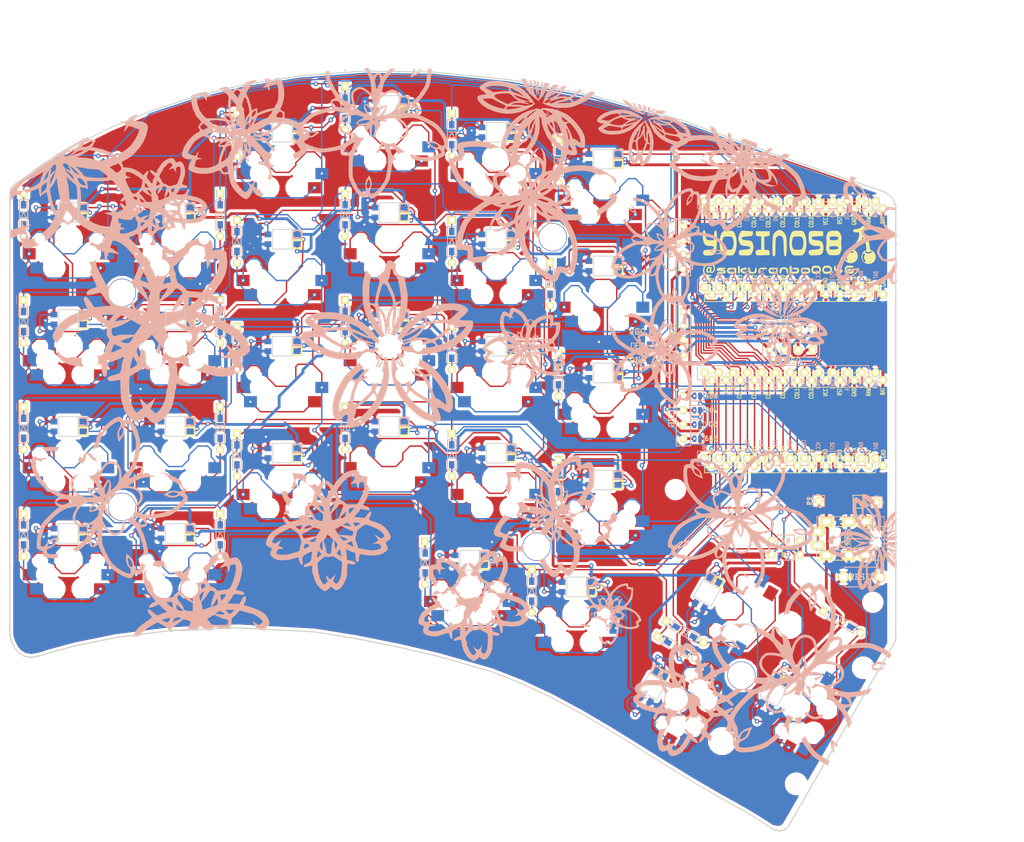
<source format=kicad_pcb>
(kicad_pcb (version 20171130) (host pcbnew "(5.0.1)-3")
  (layers (0 F.Cu signal) (31 B.Cu signal) (34 B.Paste user) (35 F.Paste user) (36 B.SilkS user) (37 F.SilkS user) (38 B.Mask user) (39 F.Mask user) (44 Edge.Cuts user))
  (net 0 "")
  (net 1 VCC)
  (net 2 LED)
  (net 3 GND)
  (net 4 "Net-(L1-Pad1)")
  (net 5 "Net-(L7-Pad1)")
  (net 6 "Net-(L2-Pad3)")
  (net 7 "Net-(L3-Pad3)")
  (net 8 "Net-(L4-Pad3)")
  (net 9 "Net-(L5-Pad3)")
  (net 10 "Net-(L15-Pad3)")
  (net 11 "Net-(L16-Pad3)")
  (net 12 "Net-(L8-Pad1)")
  (net 13 "Net-(L10-Pad3)")
  (net 14 "Net-(L10-Pad1)")
  (net 15 "Net-(L12-Pad1)")
  (net 16 "Net-(L11-Pad1)")
  (net 17 "Net-(L13-Pad3)")
  (net 18 "Net-(L13-Pad1)")
  (net 19 "Net-(L14-Pad3)")
  (net 20 "Net-(L1-Pad3)")
  (net 21 "Net-(L22-Pad1)")
  (net 22 "Net-(L21-Pad1)")
  (net 23 "Net-(L17-Pad3)")
  (net 24 "Net-(L19-Pad1)")
  (net 25 "Net-(L20-Pad1)")
  (net 26 "Net-(L23-Pad1)")
  (net 27 "Net-(L24-Pad1)")
  (net 28 "Net-(L25-Pad1)")
  (net 29 "Net-(L25-Pad3)")
  (net 30 "Net-(L26-Pad3)")
  (net 31 "Net-(L27-Pad3)")
  (net 32 "Net-(L28-Pad3)")
  (net 33 reset)
  (net 34 SDA)
  (net 35 SCL)
  (net 36 "Net-(U1-Pad24)")
  (net 37 col0)
  (net 38 col1)
  (net 39 col2)
  (net 40 col3)
  (net 41 col4)
  (net 42 col5)
  (net 43 "Net-(U1-Pad14)")
  (net 44 "Net-(U1-Pad13)")
  (net 45 "Net-(U1-Pad12)")
  (net 46 row4)
  (net 47 row3)
  (net 48 row2)
  (net 49 row1)
  (net 50 row0)
  (net 51 data)
  (net 52 "Net-(J2-Pad1)")
  (net 53 "Net-(J2-Pad2)")
  (net 54 "Net-(J2-Pad3)")
  (net 55 "Net-(J2-Pad4)")
  (net 56 "Net-(D29-Pad2)")
  (net 57 "Net-(D9-Pad2)")
  (net 58 "Net-(D21-Pad2)")
  (net 59 "Net-(D11-Pad2)")
  (net 60 "Net-(D12-Pad2)")
  (net 61 "Net-(D13-Pad2)")
  (net 62 "Net-(D14-Pad2)")
  (net 63 "Net-(D15-Pad2)")
  (net 64 "Net-(D16-Pad2)")
  (net 65 "Net-(D17-Pad2)")
  (net 66 "Net-(D18-Pad2)")
  (net 67 "Net-(D19-Pad2)")
  (net 68 "Net-(D10-Pad2)")
  (net 69 "Net-(D7-Pad2)")
  (net 70 "Net-(D8-Pad2)")
  (net 71 "Net-(D5-Pad2)")
  (net 72 "Net-(D6-Pad2)")
  (net 73 "Net-(D20-Pad2)")
  (net 74 "Net-(D28-Pad2)")
  (net 75 "Net-(D27-Pad2)")
  (net 76 "Net-(D26-Pad2)")
  (net 77 "Net-(D25-Pad2)")
  (net 78 "Net-(D24-Pad2)")
  (net 79 "Net-(D23-Pad2)")
  (net 80 "Net-(D22-Pad2)")
  (net 81 "Net-(D1-Pad2)")
  (net 82 "Net-(D2-Pad2)")
  (net 83 "Net-(D3-Pad2)")
  (net 84 "Net-(D4-Pad2)")
  (net 85 "Net-(J1-PadA)")
  (net 86 "Net-(J1-PadB)")
  (net 87 "Net-(U2-Pad24)")
  (net 88 "Net-(U2-Pad14)")
  (net 89 "Net-(U2-Pad13)")
  (net 90 "Net-(U2-Pad12)")
  (net 91 "Net-(U1-Pad25)")
  (module yosino58_cherry:SK6812MINI_rev (layer F.Cu) (at 50.5 47.5875)
    (fp_text reference L1 hide)
    (fp_text value SK6812MINI hide)
    (fp_line (start -1.75 -1.75) (end -1.75 1.75) (layer Edge.Cuts) (width 0.15))
    (fp_line (start 1.75 -1.75) (end 1.75 1.75) (layer Edge.Cuts) (width 0.15))
    (fp_line (start -1.75 -1.75) (end 1.75 -1.75) (layer Edge.Cuts) (width 0.15))
    (fp_line (start 1.75 1.75) (end -1.75 1.75) (layer Edge.Cuts) (width 0.15))
    (pad 2 smd rect (at -2.6 0.875) (size 1.2 1) (layers B.Cu B.Paste B.Mask) (net 3 GND))
    (pad 1 smd rect (at -2.6 -0.875) (size 1.2 1) (layers B.Cu B.Paste B.Mask) (net 4 "Net-(L1-Pad1)"))
    (pad 4 smd rect (at 2.6 -0.875) (size 1.2 1) (layers B.Cu B.Paste B.Mask) (net 1 VCC))
    (pad 3 smd rect (at 2.6 0.875) (size 1.2 1) (layers B.Cu B.Paste B.Mask) (net 20 "Net-(L1-Pad3)"))
    (pad 2 smd rect (at -2.6 -0.875) (size 1.2 1) (layers F.Cu F.Paste F.Mask) (net 3 GND))
    (pad 1 smd rect (at -2.6 0.875) (size 1.2 1) (layers F.Cu F.Paste F.Mask) (net 4 "Net-(L1-Pad1)"))
    (pad 3 smd rect (at 2.6 -0.875) (size 1.2 1) (layers F.Cu F.Paste F.Mask) (net 20 "Net-(L1-Pad3)"))
    (pad 4 smd rect (at 2.6 0.875) (size 1.2 1) (layers F.Cu F.Paste F.Mask) (net 1 VCC))
  )
  (module yosino58_cherry:SK6812MINI_rev (layer F.Cu) (at 145.75 76.1625)
    (fp_text reference L18 hide)
    (fp_text value SK6812MINI hide)
    (fp_line (start 1.75 1.75) (end -1.75 1.75) (layer Edge.Cuts) (width 0.15))
    (fp_line (start -1.75 -1.75) (end 1.75 -1.75) (layer Edge.Cuts) (width 0.15))
    (fp_line (start 1.75 -1.75) (end 1.75 1.75) (layer Edge.Cuts) (width 0.15))
    (fp_line (start -1.75 -1.75) (end -1.75 1.75) (layer Edge.Cuts) (width 0.15))
    (pad 4 smd rect (at 2.6 0.875) (size 1.2 1) (layers F.Cu F.Paste F.Mask) (net 1 VCC))
    (pad 3 smd rect (at 2.6 -0.875) (size 1.2 1) (layers F.Cu F.Paste F.Mask) (net 15 "Net-(L12-Pad1)"))
    (pad 1 smd rect (at -2.6 0.875) (size 1.2 1) (layers F.Cu F.Paste F.Mask) (net 23 "Net-(L17-Pad3)"))
    (pad 2 smd rect (at -2.6 -0.875) (size 1.2 1) (layers F.Cu F.Paste F.Mask) (net 3 GND))
    (pad 3 smd rect (at 2.6 0.875) (size 1.2 1) (layers B.Cu B.Paste B.Mask) (net 15 "Net-(L12-Pad1)"))
    (pad 4 smd rect (at 2.6 -0.875) (size 1.2 1) (layers B.Cu B.Paste B.Mask) (net 1 VCC))
    (pad 1 smd rect (at -2.6 -0.875) (size 1.2 1) (layers B.Cu B.Paste B.Mask) (net 23 "Net-(L17-Pad3)"))
    (pad 2 smd rect (at -2.6 0.875) (size 1.2 1) (layers B.Cu B.Paste B.Mask) (net 3 GND))
  )
  (module yosino58_cherry:SK6812MINI_rev (layer F.Cu) (at 176 133.1 60)
    (fp_text reference L29 hide)
    (fp_text value SK6812MINI hide)
    (fp_line (start -1.75 -1.75) (end -1.75 1.75) (layer Edge.Cuts) (width 0.15))
    (fp_line (start 1.75 -1.75) (end 1.75 1.75) (layer Edge.Cuts) (width 0.15))
    (fp_line (start -1.75 -1.75) (end 1.75 -1.75) (layer Edge.Cuts) (width 0.15))
    (fp_line (start 1.75 1.75) (end -1.75 1.75) (layer Edge.Cuts) (width 0.15))
    (pad 2 smd rect (at -2.6 0.875 60) (size 1.2 1) (layers B.Cu B.Paste B.Mask) (net 3 GND))
    (pad 1 smd rect (at -2.6 -0.875 60) (size 1.2 1) (layers B.Cu B.Paste B.Mask) (net 32 "Net-(L28-Pad3)"))
    (pad 4 smd rect (at 2.6 -0.875 60) (size 1.2 1) (layers B.Cu B.Paste B.Mask) (net 1 VCC))
    (pad 3 smd rect (at 2.6 0.875 60) (size 1.2 1) (layers B.Cu B.Paste B.Mask) (net 27 "Net-(L24-Pad1)"))
    (pad 2 smd rect (at -2.6 -0.875 60) (size 1.2 1) (layers F.Cu F.Paste F.Mask) (net 3 GND))
    (pad 1 smd rect (at -2.6 0.875 60) (size 1.2 1) (layers F.Cu F.Paste F.Mask) (net 32 "Net-(L28-Pad3)"))
    (pad 3 smd rect (at 2.6 -0.875 60) (size 1.2 1) (layers F.Cu F.Paste F.Mask) (net 27 "Net-(L24-Pad1)"))
    (pad 4 smd rect (at 2.6 0.875 60) (size 1.2 1) (layers F.Cu F.Paste F.Mask) (net 1 VCC))
  )
  (module yosino58_cherry:SK6812MINI_rev (layer F.Cu) (at 164.2 115.3 60)
    (fp_text reference L28 hide)
    (fp_text value SK6812MINI hide)
    (fp_line (start 1.75 1.75) (end -1.75 1.75) (layer Edge.Cuts) (width 0.15))
    (fp_line (start -1.75 -1.75) (end 1.75 -1.75) (layer Edge.Cuts) (width 0.15))
    (fp_line (start 1.75 -1.75) (end 1.75 1.75) (layer Edge.Cuts) (width 0.15))
    (fp_line (start -1.75 -1.75) (end -1.75 1.75) (layer Edge.Cuts) (width 0.15))
    (pad 4 smd rect (at 2.6 0.875 60) (size 1.2 1) (layers F.Cu F.Paste F.Mask) (net 1 VCC))
    (pad 3 smd rect (at 2.6 -0.875 60) (size 1.2 1) (layers F.Cu F.Paste F.Mask) (net 32 "Net-(L28-Pad3)"))
    (pad 1 smd rect (at -2.6 0.875 60) (size 1.2 1) (layers F.Cu F.Paste F.Mask) (net 31 "Net-(L27-Pad3)"))
    (pad 2 smd rect (at -2.6 -0.875 60) (size 1.2 1) (layers F.Cu F.Paste F.Mask) (net 3 GND))
    (pad 3 smd rect (at 2.6 0.875 60) (size 1.2 1) (layers B.Cu B.Paste B.Mask) (net 32 "Net-(L28-Pad3)"))
    (pad 4 smd rect (at 2.6 -0.875 60) (size 1.2 1) (layers B.Cu B.Paste B.Mask) (net 1 VCC))
    (pad 1 smd rect (at -2.6 -0.875 60) (size 1.2 1) (layers B.Cu B.Paste B.Mask) (net 31 "Net-(L27-Pad3)"))
    (pad 2 smd rect (at -2.6 0.875 60) (size 1.2 1) (layers B.Cu B.Paste B.Mask) (net 3 GND))
  )
  (module yosino58_cherry:SK6812MINI_rev (layer F.Cu) (at 154.6 132 60)
    (fp_text reference L27 hide)
    (fp_text value SK6812MINI hide)
    (fp_line (start -1.75 -1.75) (end -1.75 1.75) (layer Edge.Cuts) (width 0.15))
    (fp_line (start 1.75 -1.75) (end 1.75 1.75) (layer Edge.Cuts) (width 0.15))
    (fp_line (start -1.75 -1.75) (end 1.75 -1.75) (layer Edge.Cuts) (width 0.15))
    (fp_line (start 1.75 1.75) (end -1.75 1.75) (layer Edge.Cuts) (width 0.15))
    (pad 2 smd rect (at -2.6 0.875 60) (size 1.2 1) (layers B.Cu B.Paste B.Mask) (net 3 GND))
    (pad 1 smd rect (at -2.6 -0.875 60) (size 1.2 1) (layers B.Cu B.Paste B.Mask) (net 30 "Net-(L26-Pad3)"))
    (pad 4 smd rect (at 2.6 -0.875 60) (size 1.2 1) (layers B.Cu B.Paste B.Mask) (net 1 VCC))
    (pad 3 smd rect (at 2.6 0.875 60) (size 1.2 1) (layers B.Cu B.Paste B.Mask) (net 31 "Net-(L27-Pad3)"))
    (pad 2 smd rect (at -2.6 -0.875 60) (size 1.2 1) (layers F.Cu F.Paste F.Mask) (net 3 GND))
    (pad 1 smd rect (at -2.6 0.875 60) (size 1.2 1) (layers F.Cu F.Paste F.Mask) (net 30 "Net-(L26-Pad3)"))
    (pad 3 smd rect (at 2.6 -0.875 60) (size 1.2 1) (layers F.Cu F.Paste F.Mask) (net 31 "Net-(L27-Pad3)"))
    (pad 4 smd rect (at 2.6 0.875 60) (size 1.2 1) (layers F.Cu F.Paste F.Mask) (net 1 VCC))
  )
  (module yosino58_cherry:SK6812MINI_rev (layer F.Cu) (at 140.9875 114.2625)
    (fp_text reference L26 hide)
    (fp_text value SK6812MINI hide)
    (fp_line (start 1.75 1.75) (end -1.75 1.75) (layer Edge.Cuts) (width 0.15))
    (fp_line (start -1.75 -1.75) (end 1.75 -1.75) (layer Edge.Cuts) (width 0.15))
    (fp_line (start 1.75 -1.75) (end 1.75 1.75) (layer Edge.Cuts) (width 0.15))
    (fp_line (start -1.75 -1.75) (end -1.75 1.75) (layer Edge.Cuts) (width 0.15))
    (pad 4 smd rect (at 2.6 0.875) (size 1.2 1) (layers F.Cu F.Paste F.Mask) (net 1 VCC))
    (pad 3 smd rect (at 2.6 -0.875) (size 1.2 1) (layers F.Cu F.Paste F.Mask) (net 30 "Net-(L26-Pad3)"))
    (pad 1 smd rect (at -2.6 0.875) (size 1.2 1) (layers F.Cu F.Paste F.Mask) (net 29 "Net-(L25-Pad3)"))
    (pad 2 smd rect (at -2.6 -0.875) (size 1.2 1) (layers F.Cu F.Paste F.Mask) (net 3 GND))
    (pad 3 smd rect (at 2.6 0.875) (size 1.2 1) (layers B.Cu B.Paste B.Mask) (net 30 "Net-(L26-Pad3)"))
    (pad 4 smd rect (at 2.6 -0.875) (size 1.2 1) (layers B.Cu B.Paste B.Mask) (net 1 VCC))
    (pad 1 smd rect (at -2.6 -0.875) (size 1.2 1) (layers B.Cu B.Paste B.Mask) (net 29 "Net-(L25-Pad3)"))
    (pad 2 smd rect (at -2.6 0.875) (size 1.2 1) (layers B.Cu B.Paste B.Mask) (net 3 GND))
  )
  (module yosino58_cherry:SK6812MINI_rev (layer F.Cu) (at 107.65 47.5875)
    (fp_text reference L10 hide)
    (fp_text value SK6812MINI hide)
    (fp_line (start -1.75 -1.75) (end -1.75 1.75) (layer Edge.Cuts) (width 0.15))
    (fp_line (start 1.75 -1.75) (end 1.75 1.75) (layer Edge.Cuts) (width 0.15))
    (fp_line (start -1.75 -1.75) (end 1.75 -1.75) (layer Edge.Cuts) (width 0.15))
    (fp_line (start 1.75 1.75) (end -1.75 1.75) (layer Edge.Cuts) (width 0.15))
    (pad 2 smd rect (at -2.6 0.875) (size 1.2 1) (layers B.Cu B.Paste B.Mask) (net 3 GND))
    (pad 1 smd rect (at -2.6 -0.875) (size 1.2 1) (layers B.Cu B.Paste B.Mask) (net 14 "Net-(L10-Pad1)"))
    (pad 4 smd rect (at 2.6 -0.875) (size 1.2 1) (layers B.Cu B.Paste B.Mask) (net 1 VCC))
    (pad 3 smd rect (at 2.6 0.875) (size 1.2 1) (layers B.Cu B.Paste B.Mask) (net 13 "Net-(L10-Pad3)"))
    (pad 2 smd rect (at -2.6 -0.875) (size 1.2 1) (layers F.Cu F.Paste F.Mask) (net 3 GND))
    (pad 1 smd rect (at -2.6 0.875) (size 1.2 1) (layers F.Cu F.Paste F.Mask) (net 14 "Net-(L10-Pad1)"))
    (pad 3 smd rect (at 2.6 -0.875) (size 1.2 1) (layers F.Cu F.Paste F.Mask) (net 13 "Net-(L10-Pad3)"))
    (pad 4 smd rect (at 2.6 0.875) (size 1.2 1) (layers F.Cu F.Paste F.Mask) (net 1 VCC))
  )
  (module yosino58_cherry:SK6812MINI_rev (layer F.Cu) (at 145.75 95.2125)
    (fp_text reference L24 hide)
    (fp_text value SK6812MINI hide)
    (fp_line (start 1.75 1.75) (end -1.75 1.75) (layer Edge.Cuts) (width 0.15))
    (fp_line (start -1.75 -1.75) (end 1.75 -1.75) (layer Edge.Cuts) (width 0.15))
    (fp_line (start 1.75 -1.75) (end 1.75 1.75) (layer Edge.Cuts) (width 0.15))
    (fp_line (start -1.75 -1.75) (end -1.75 1.75) (layer Edge.Cuts) (width 0.15))
    (pad 4 smd rect (at 2.6 0.875) (size 1.2 1) (layers F.Cu F.Paste F.Mask) (net 1 VCC))
    (pad 3 smd rect (at 2.6 -0.875) (size 1.2 1) (layers F.Cu F.Paste F.Mask) (net 26 "Net-(L23-Pad1)"))
    (pad 1 smd rect (at -2.6 0.875) (size 1.2 1) (layers F.Cu F.Paste F.Mask) (net 27 "Net-(L24-Pad1)"))
    (pad 2 smd rect (at -2.6 -0.875) (size 1.2 1) (layers F.Cu F.Paste F.Mask) (net 3 GND))
    (pad 3 smd rect (at 2.6 0.875) (size 1.2 1) (layers B.Cu B.Paste B.Mask) (net 26 "Net-(L23-Pad1)"))
    (pad 4 smd rect (at 2.6 -0.875) (size 1.2 1) (layers B.Cu B.Paste B.Mask) (net 1 VCC))
    (pad 1 smd rect (at -2.6 -0.875) (size 1.2 1) (layers B.Cu B.Paste B.Mask) (net 27 "Net-(L24-Pad1)"))
    (pad 2 smd rect (at -2.6 0.875) (size 1.2 1) (layers B.Cu B.Paste B.Mask) (net 3 GND))
  )
  (module yosino58_cherry:SK6812MINI_rev (layer F.Cu) (at 126.7 90.45)
    (fp_text reference L23 hide)
    (fp_text value SK6812MINI hide)
    (fp_line (start -1.75 -1.75) (end -1.75 1.75) (layer Edge.Cuts) (width 0.15))
    (fp_line (start 1.75 -1.75) (end 1.75 1.75) (layer Edge.Cuts) (width 0.15))
    (fp_line (start -1.75 -1.75) (end 1.75 -1.75) (layer Edge.Cuts) (width 0.15))
    (fp_line (start 1.75 1.75) (end -1.75 1.75) (layer Edge.Cuts) (width 0.15))
    (pad 2 smd rect (at -2.6 0.875) (size 1.2 1) (layers B.Cu B.Paste B.Mask) (net 3 GND))
    (pad 1 smd rect (at -2.6 -0.875) (size 1.2 1) (layers B.Cu B.Paste B.Mask) (net 26 "Net-(L23-Pad1)"))
    (pad 4 smd rect (at 2.6 -0.875) (size 1.2 1) (layers B.Cu B.Paste B.Mask) (net 1 VCC))
    (pad 3 smd rect (at 2.6 0.875) (size 1.2 1) (layers B.Cu B.Paste B.Mask) (net 21 "Net-(L22-Pad1)"))
    (pad 2 smd rect (at -2.6 -0.875) (size 1.2 1) (layers F.Cu F.Paste F.Mask) (net 3 GND))
    (pad 1 smd rect (at -2.6 0.875) (size 1.2 1) (layers F.Cu F.Paste F.Mask) (net 26 "Net-(L23-Pad1)"))
    (pad 3 smd rect (at 2.6 -0.875) (size 1.2 1) (layers F.Cu F.Paste F.Mask) (net 21 "Net-(L22-Pad1)"))
    (pad 4 smd rect (at 2.6 0.875) (size 1.2 1) (layers F.Cu F.Paste F.Mask) (net 1 VCC))
  )
  (module yosino58_cherry:SK6812MINI_rev (layer F.Cu) (at 107.65 85.6875)
    (fp_text reference L22 hide)
    (fp_text value SK6812MINI hide)
    (fp_line (start 1.75 1.75) (end -1.75 1.75) (layer Edge.Cuts) (width 0.15))
    (fp_line (start -1.75 -1.75) (end 1.75 -1.75) (layer Edge.Cuts) (width 0.15))
    (fp_line (start 1.75 -1.75) (end 1.75 1.75) (layer Edge.Cuts) (width 0.15))
    (fp_line (start -1.75 -1.75) (end -1.75 1.75) (layer Edge.Cuts) (width 0.15))
    (pad 4 smd rect (at 2.6 0.875) (size 1.2 1) (layers F.Cu F.Paste F.Mask) (net 1 VCC))
    (pad 3 smd rect (at 2.6 -0.875) (size 1.2 1) (layers F.Cu F.Paste F.Mask) (net 22 "Net-(L21-Pad1)"))
    (pad 1 smd rect (at -2.6 0.875) (size 1.2 1) (layers F.Cu F.Paste F.Mask) (net 21 "Net-(L22-Pad1)"))
    (pad 2 smd rect (at -2.6 -0.875) (size 1.2 1) (layers F.Cu F.Paste F.Mask) (net 3 GND))
    (pad 3 smd rect (at 2.6 0.875) (size 1.2 1) (layers B.Cu B.Paste B.Mask) (net 22 "Net-(L21-Pad1)"))
    (pad 4 smd rect (at 2.6 -0.875) (size 1.2 1) (layers B.Cu B.Paste B.Mask) (net 1 VCC))
    (pad 1 smd rect (at -2.6 -0.875) (size 1.2 1) (layers B.Cu B.Paste B.Mask) (net 21 "Net-(L22-Pad1)"))
    (pad 2 smd rect (at -2.6 0.875) (size 1.2 1) (layers B.Cu B.Paste B.Mask) (net 3 GND))
  )
  (module yosino58_cherry:SK6812MINI_rev (layer F.Cu) (at 88.61875 90.45)
    (fp_text reference L21 hide)
    (fp_text value SK6812MINI hide)
    (fp_line (start -1.75 -1.75) (end -1.75 1.75) (layer Edge.Cuts) (width 0.15))
    (fp_line (start 1.75 -1.75) (end 1.75 1.75) (layer Edge.Cuts) (width 0.15))
    (fp_line (start -1.75 -1.75) (end 1.75 -1.75) (layer Edge.Cuts) (width 0.15))
    (fp_line (start 1.75 1.75) (end -1.75 1.75) (layer Edge.Cuts) (width 0.15))
    (pad 2 smd rect (at -2.6 0.875) (size 1.2 1) (layers B.Cu B.Paste B.Mask) (net 3 GND))
    (pad 1 smd rect (at -2.6 -0.875) (size 1.2 1) (layers B.Cu B.Paste B.Mask) (net 22 "Net-(L21-Pad1)"))
    (pad 4 smd rect (at 2.6 -0.875) (size 1.2 1) (layers B.Cu B.Paste B.Mask) (net 1 VCC))
    (pad 3 smd rect (at 2.6 0.875) (size 1.2 1) (layers B.Cu B.Paste B.Mask) (net 25 "Net-(L20-Pad1)"))
    (pad 2 smd rect (at -2.6 -0.875) (size 1.2 1) (layers F.Cu F.Paste F.Mask) (net 3 GND))
    (pad 1 smd rect (at -2.6 0.875) (size 1.2 1) (layers F.Cu F.Paste F.Mask) (net 22 "Net-(L21-Pad1)"))
    (pad 3 smd rect (at 2.6 -0.875) (size 1.2 1) (layers F.Cu F.Paste F.Mask) (net 25 "Net-(L20-Pad1)"))
    (pad 4 smd rect (at 2.6 0.875) (size 1.2 1) (layers F.Cu F.Paste F.Mask) (net 1 VCC))
  )
  (module yosino58_cherry:SK6812MINI_rev (layer F.Cu) (at 69.55 104.7375)
    (fp_text reference L20 hide)
    (fp_text value SK6812MINI hide)
    (fp_line (start 1.75 1.75) (end -1.75 1.75) (layer Edge.Cuts) (width 0.15))
    (fp_line (start -1.75 -1.75) (end 1.75 -1.75) (layer Edge.Cuts) (width 0.15))
    (fp_line (start 1.75 -1.75) (end 1.75 1.75) (layer Edge.Cuts) (width 0.15))
    (fp_line (start -1.75 -1.75) (end -1.75 1.75) (layer Edge.Cuts) (width 0.15))
    (pad 4 smd rect (at 2.6 0.875) (size 1.2 1) (layers F.Cu F.Paste F.Mask) (net 1 VCC))
    (pad 3 smd rect (at 2.6 -0.875) (size 1.2 1) (layers F.Cu F.Paste F.Mask) (net 24 "Net-(L19-Pad1)"))
    (pad 1 smd rect (at -2.6 0.875) (size 1.2 1) (layers F.Cu F.Paste F.Mask) (net 25 "Net-(L20-Pad1)"))
    (pad 2 smd rect (at -2.6 -0.875) (size 1.2 1) (layers F.Cu F.Paste F.Mask) (net 3 GND))
    (pad 3 smd rect (at 2.6 0.875) (size 1.2 1) (layers B.Cu B.Paste B.Mask) (net 24 "Net-(L19-Pad1)"))
    (pad 4 smd rect (at 2.6 -0.875) (size 1.2 1) (layers B.Cu B.Paste B.Mask) (net 1 VCC))
    (pad 1 smd rect (at -2.6 -0.875) (size 1.2 1) (layers B.Cu B.Paste B.Mask) (net 25 "Net-(L20-Pad1)"))
    (pad 2 smd rect (at -2.6 0.875) (size 1.2 1) (layers B.Cu B.Paste B.Mask) (net 3 GND))
  )
  (module yosino58_cherry:SK6812MINI_rev (layer F.Cu) (at 50.5 104.7375)
    (fp_text reference L19 hide)
    (fp_text value SK6812MINI hide)
    (fp_line (start -1.75 -1.75) (end -1.75 1.75) (layer Edge.Cuts) (width 0.15))
    (fp_line (start 1.75 -1.75) (end 1.75 1.75) (layer Edge.Cuts) (width 0.15))
    (fp_line (start -1.75 -1.75) (end 1.75 -1.75) (layer Edge.Cuts) (width 0.15))
    (fp_line (start 1.75 1.75) (end -1.75 1.75) (layer Edge.Cuts) (width 0.15))
    (pad 2 smd rect (at -2.6 0.875) (size 1.2 1) (layers B.Cu B.Paste B.Mask) (net 3 GND))
    (pad 1 smd rect (at -2.6 -0.875) (size 1.2 1) (layers B.Cu B.Paste B.Mask) (net 24 "Net-(L19-Pad1)"))
    (pad 4 smd rect (at 2.6 -0.875) (size 1.2 1) (layers B.Cu B.Paste B.Mask) (net 1 VCC))
    (pad 3 smd rect (at 2.6 0.875) (size 1.2 1) (layers B.Cu B.Paste B.Mask) (net 18 "Net-(L13-Pad1)"))
    (pad 2 smd rect (at -2.6 -0.875) (size 1.2 1) (layers F.Cu F.Paste F.Mask) (net 3 GND))
    (pad 1 smd rect (at -2.6 0.875) (size 1.2 1) (layers F.Cu F.Paste F.Mask) (net 24 "Net-(L19-Pad1)"))
    (pad 3 smd rect (at 2.6 -0.875) (size 1.2 1) (layers F.Cu F.Paste F.Mask) (net 18 "Net-(L13-Pad1)"))
    (pad 4 smd rect (at 2.6 0.875) (size 1.2 1) (layers F.Cu F.Paste F.Mask) (net 1 VCC))
  )
  (module yosino58_cherry:SK6812MINI_rev (layer F.Cu) (at 69.55 47.5875)
    (fp_text reference L2 hide)
    (fp_text value SK6812MINI hide)
    (fp_line (start 1.75 1.75) (end -1.75 1.75) (layer Edge.Cuts) (width 0.15))
    (fp_line (start -1.75 -1.75) (end 1.75 -1.75) (layer Edge.Cuts) (width 0.15))
    (fp_line (start 1.75 -1.75) (end 1.75 1.75) (layer Edge.Cuts) (width 0.15))
    (fp_line (start -1.75 -1.75) (end -1.75 1.75) (layer Edge.Cuts) (width 0.15))
    (pad 4 smd rect (at 2.6 0.875) (size 1.2 1) (layers F.Cu F.Paste F.Mask) (net 1 VCC))
    (pad 3 smd rect (at 2.6 -0.875) (size 1.2 1) (layers F.Cu F.Paste F.Mask) (net 6 "Net-(L2-Pad3)"))
    (pad 1 smd rect (at -2.6 0.875) (size 1.2 1) (layers F.Cu F.Paste F.Mask) (net 20 "Net-(L1-Pad3)"))
    (pad 2 smd rect (at -2.6 -0.875) (size 1.2 1) (layers F.Cu F.Paste F.Mask) (net 3 GND))
    (pad 3 smd rect (at 2.6 0.875) (size 1.2 1) (layers B.Cu B.Paste B.Mask) (net 6 "Net-(L2-Pad3)"))
    (pad 4 smd rect (at 2.6 -0.875) (size 1.2 1) (layers B.Cu B.Paste B.Mask) (net 1 VCC))
    (pad 1 smd rect (at -2.6 -0.875) (size 1.2 1) (layers B.Cu B.Paste B.Mask) (net 20 "Net-(L1-Pad3)"))
    (pad 2 smd rect (at -2.6 0.875) (size 1.2 1) (layers B.Cu B.Paste B.Mask) (net 3 GND))
  )
  (module yosino58_cherry:SK6812MINI_rev (layer F.Cu) (at 121.9375 109.5)
    (fp_text reference L25 hide)
    (fp_text value SK6812MINI hide)
    (fp_line (start -1.75 -1.75) (end -1.75 1.75) (layer Edge.Cuts) (width 0.15))
    (fp_line (start 1.75 -1.75) (end 1.75 1.75) (layer Edge.Cuts) (width 0.15))
    (fp_line (start -1.75 -1.75) (end 1.75 -1.75) (layer Edge.Cuts) (width 0.15))
    (fp_line (start 1.75 1.75) (end -1.75 1.75) (layer Edge.Cuts) (width 0.15))
    (pad 2 smd rect (at -2.6 0.875) (size 1.2 1) (layers B.Cu B.Paste B.Mask) (net 3 GND))
    (pad 1 smd rect (at -2.6 -0.875) (size 1.2 1) (layers B.Cu B.Paste B.Mask) (net 28 "Net-(L25-Pad1)"))
    (pad 4 smd rect (at 2.6 -0.875) (size 1.2 1) (layers B.Cu B.Paste B.Mask) (net 1 VCC))
    (pad 3 smd rect (at 2.6 0.875) (size 1.2 1) (layers B.Cu B.Paste B.Mask) (net 29 "Net-(L25-Pad3)"))
    (pad 2 smd rect (at -2.6 -0.875) (size 1.2 1) (layers F.Cu F.Paste F.Mask) (net 3 GND))
    (pad 1 smd rect (at -2.6 0.875) (size 1.2 1) (layers F.Cu F.Paste F.Mask) (net 28 "Net-(L25-Pad1)"))
    (pad 3 smd rect (at 2.6 -0.875) (size 1.2 1) (layers F.Cu F.Paste F.Mask) (net 29 "Net-(L25-Pad3)"))
    (pad 4 smd rect (at 2.6 0.875) (size 1.2 1) (layers F.Cu F.Paste F.Mask) (net 1 VCC))
  )
  (module yosino58_cherry:SK6812MINI_rev (layer F.Cu) (at 107.65 66.6375)
    (fp_text reference L16 hide)
    (fp_text value SK6812MINI hide)
    (fp_line (start 1.75 1.75) (end -1.75 1.75) (layer Edge.Cuts) (width 0.15))
    (fp_line (start -1.75 -1.75) (end 1.75 -1.75) (layer Edge.Cuts) (width 0.15))
    (fp_line (start 1.75 -1.75) (end 1.75 1.75) (layer Edge.Cuts) (width 0.15))
    (fp_line (start -1.75 -1.75) (end -1.75 1.75) (layer Edge.Cuts) (width 0.15))
    (pad 4 smd rect (at 2.6 0.875) (size 1.2 1) (layers F.Cu F.Paste F.Mask) (net 1 VCC))
    (pad 3 smd rect (at 2.6 -0.875) (size 1.2 1) (layers F.Cu F.Paste F.Mask) (net 11 "Net-(L16-Pad3)"))
    (pad 1 smd rect (at -2.6 0.875) (size 1.2 1) (layers F.Cu F.Paste F.Mask) (net 10 "Net-(L15-Pad3)"))
    (pad 2 smd rect (at -2.6 -0.875) (size 1.2 1) (layers F.Cu F.Paste F.Mask) (net 3 GND))
    (pad 3 smd rect (at 2.6 0.875) (size 1.2 1) (layers B.Cu B.Paste B.Mask) (net 11 "Net-(L16-Pad3)"))
    (pad 4 smd rect (at 2.6 -0.875) (size 1.2 1) (layers B.Cu B.Paste B.Mask) (net 1 VCC))
    (pad 1 smd rect (at -2.6 -0.875) (size 1.2 1) (layers B.Cu B.Paste B.Mask) (net 10 "Net-(L15-Pad3)"))
    (pad 2 smd rect (at -2.6 0.875) (size 1.2 1) (layers B.Cu B.Paste B.Mask) (net 3 GND))
  )
  (module yosino58_cherry:SK6812MINI_rev (layer F.Cu) (at 88.6 71.4)
    (fp_text reference L15 hide)
    (fp_text value SK6812MINI hide)
    (fp_line (start -1.75 -1.75) (end -1.75 1.75) (layer Edge.Cuts) (width 0.15))
    (fp_line (start 1.75 -1.75) (end 1.75 1.75) (layer Edge.Cuts) (width 0.15))
    (fp_line (start -1.75 -1.75) (end 1.75 -1.75) (layer Edge.Cuts) (width 0.15))
    (fp_line (start 1.75 1.75) (end -1.75 1.75) (layer Edge.Cuts) (width 0.15))
    (pad 2 smd rect (at -2.6 0.875) (size 1.2 1) (layers B.Cu B.Paste B.Mask) (net 3 GND))
    (pad 1 smd rect (at -2.6 -0.875) (size 1.2 1) (layers B.Cu B.Paste B.Mask) (net 19 "Net-(L14-Pad3)"))
    (pad 4 smd rect (at 2.6 -0.875) (size 1.2 1) (layers B.Cu B.Paste B.Mask) (net 1 VCC))
    (pad 3 smd rect (at 2.6 0.875) (size 1.2 1) (layers B.Cu B.Paste B.Mask) (net 10 "Net-(L15-Pad3)"))
    (pad 2 smd rect (at -2.6 -0.875) (size 1.2 1) (layers F.Cu F.Paste F.Mask) (net 3 GND))
    (pad 1 smd rect (at -2.6 0.875) (size 1.2 1) (layers F.Cu F.Paste F.Mask) (net 19 "Net-(L14-Pad3)"))
    (pad 3 smd rect (at 2.6 -0.875) (size 1.2 1) (layers F.Cu F.Paste F.Mask) (net 10 "Net-(L15-Pad3)"))
    (pad 4 smd rect (at 2.6 0.875) (size 1.2 1) (layers F.Cu F.Paste F.Mask) (net 1 VCC))
  )
  (module yosino58_cherry:SK6812MINI_rev (layer F.Cu) (at 69.55 85.6875)
    (fp_text reference L14 hide)
    (fp_text value SK6812MINI hide)
    (fp_line (start 1.75 1.75) (end -1.75 1.75) (layer Edge.Cuts) (width 0.15))
    (fp_line (start -1.75 -1.75) (end 1.75 -1.75) (layer Edge.Cuts) (width 0.15))
    (fp_line (start 1.75 -1.75) (end 1.75 1.75) (layer Edge.Cuts) (width 0.15))
    (fp_line (start -1.75 -1.75) (end -1.75 1.75) (layer Edge.Cuts) (width 0.15))
    (pad 4 smd rect (at 2.6 0.875) (size 1.2 1) (layers F.Cu F.Paste F.Mask) (net 1 VCC))
    (pad 3 smd rect (at 2.6 -0.875) (size 1.2 1) (layers F.Cu F.Paste F.Mask) (net 19 "Net-(L14-Pad3)"))
    (pad 1 smd rect (at -2.6 0.875) (size 1.2 1) (layers F.Cu F.Paste F.Mask) (net 17 "Net-(L13-Pad3)"))
    (pad 2 smd rect (at -2.6 -0.875) (size 1.2 1) (layers F.Cu F.Paste F.Mask) (net 3 GND))
    (pad 3 smd rect (at 2.6 0.875) (size 1.2 1) (layers B.Cu B.Paste B.Mask) (net 19 "Net-(L14-Pad3)"))
    (pad 4 smd rect (at 2.6 -0.875) (size 1.2 1) (layers B.Cu B.Paste B.Mask) (net 1 VCC))
    (pad 1 smd rect (at -2.6 -0.875) (size 1.2 1) (layers B.Cu B.Paste B.Mask) (net 17 "Net-(L13-Pad3)"))
    (pad 2 smd rect (at -2.6 0.875) (size 1.2 1) (layers B.Cu B.Paste B.Mask) (net 3 GND))
  )
  (module yosino58_cherry:SK6812MINI_rev (layer F.Cu) (at 50.5 85.6875)
    (fp_text reference L13 hide)
    (fp_text value SK6812MINI hide)
    (fp_line (start -1.75 -1.75) (end -1.75 1.75) (layer Edge.Cuts) (width 0.15))
    (fp_line (start 1.75 -1.75) (end 1.75 1.75) (layer Edge.Cuts) (width 0.15))
    (fp_line (start -1.75 -1.75) (end 1.75 -1.75) (layer Edge.Cuts) (width 0.15))
    (fp_line (start 1.75 1.75) (end -1.75 1.75) (layer Edge.Cuts) (width 0.15))
    (pad 2 smd rect (at -2.6 0.875) (size 1.2 1) (layers B.Cu B.Paste B.Mask) (net 3 GND))
    (pad 1 smd rect (at -2.6 -0.875) (size 1.2 1) (layers B.Cu B.Paste B.Mask) (net 18 "Net-(L13-Pad1)"))
    (pad 4 smd rect (at 2.6 -0.875) (size 1.2 1) (layers B.Cu B.Paste B.Mask) (net 1 VCC))
    (pad 3 smd rect (at 2.6 0.875) (size 1.2 1) (layers B.Cu B.Paste B.Mask) (net 17 "Net-(L13-Pad3)"))
    (pad 2 smd rect (at -2.6 -0.875) (size 1.2 1) (layers F.Cu F.Paste F.Mask) (net 3 GND))
    (pad 1 smd rect (at -2.6 0.875) (size 1.2 1) (layers F.Cu F.Paste F.Mask) (net 18 "Net-(L13-Pad1)"))
    (pad 3 smd rect (at 2.6 -0.875) (size 1.2 1) (layers F.Cu F.Paste F.Mask) (net 17 "Net-(L13-Pad3)"))
    (pad 4 smd rect (at 2.6 0.875) (size 1.2 1) (layers F.Cu F.Paste F.Mask) (net 1 VCC))
  )
  (module yosino58_cherry:SK6812MINI_rev (layer F.Cu) (at 145.75 57.1125)
    (fp_text reference L12 hide)
    (fp_text value SK6812MINI hide)
    (fp_line (start 1.75 1.75) (end -1.75 1.75) (layer Edge.Cuts) (width 0.15))
    (fp_line (start -1.75 -1.75) (end 1.75 -1.75) (layer Edge.Cuts) (width 0.15))
    (fp_line (start 1.75 -1.75) (end 1.75 1.75) (layer Edge.Cuts) (width 0.15))
    (fp_line (start -1.75 -1.75) (end -1.75 1.75) (layer Edge.Cuts) (width 0.15))
    (pad 4 smd rect (at 2.6 0.875) (size 1.2 1) (layers F.Cu F.Paste F.Mask) (net 1 VCC))
    (pad 3 smd rect (at 2.6 -0.875) (size 1.2 1) (layers F.Cu F.Paste F.Mask) (net 16 "Net-(L11-Pad1)"))
    (pad 1 smd rect (at -2.6 0.875) (size 1.2 1) (layers F.Cu F.Paste F.Mask) (net 15 "Net-(L12-Pad1)"))
    (pad 2 smd rect (at -2.6 -0.875) (size 1.2 1) (layers F.Cu F.Paste F.Mask) (net 3 GND))
    (pad 3 smd rect (at 2.6 0.875) (size 1.2 1) (layers B.Cu B.Paste B.Mask) (net 16 "Net-(L11-Pad1)"))
    (pad 4 smd rect (at 2.6 -0.875) (size 1.2 1) (layers B.Cu B.Paste B.Mask) (net 1 VCC))
    (pad 1 smd rect (at -2.6 -0.875) (size 1.2 1) (layers B.Cu B.Paste B.Mask) (net 15 "Net-(L12-Pad1)"))
    (pad 2 smd rect (at -2.6 0.875) (size 1.2 1) (layers B.Cu B.Paste B.Mask) (net 3 GND))
  )
  (module yosino58_cherry:SK6812MINI_rev (layer F.Cu) (at 126.7 52.35)
    (fp_text reference L11 hide)
    (fp_text value SK6812MINI hide)
    (fp_line (start -1.75 -1.75) (end -1.75 1.75) (layer Edge.Cuts) (width 0.15))
    (fp_line (start 1.75 -1.75) (end 1.75 1.75) (layer Edge.Cuts) (width 0.15))
    (fp_line (start -1.75 -1.75) (end 1.75 -1.75) (layer Edge.Cuts) (width 0.15))
    (fp_line (start 1.75 1.75) (end -1.75 1.75) (layer Edge.Cuts) (width 0.15))
    (pad 2 smd rect (at -2.6 0.875) (size 1.2 1) (layers B.Cu B.Paste B.Mask) (net 3 GND))
    (pad 1 smd rect (at -2.6 -0.875) (size 1.2 1) (layers B.Cu B.Paste B.Mask) (net 16 "Net-(L11-Pad1)"))
    (pad 4 smd rect (at 2.6 -0.875) (size 1.2 1) (layers B.Cu B.Paste B.Mask) (net 1 VCC))
    (pad 3 smd rect (at 2.6 0.875) (size 1.2 1) (layers B.Cu B.Paste B.Mask) (net 14 "Net-(L10-Pad1)"))
    (pad 2 smd rect (at -2.6 -0.875) (size 1.2 1) (layers F.Cu F.Paste F.Mask) (net 3 GND))
    (pad 1 smd rect (at -2.6 0.875) (size 1.2 1) (layers F.Cu F.Paste F.Mask) (net 16 "Net-(L11-Pad1)"))
    (pad 3 smd rect (at 2.6 -0.875) (size 1.2 1) (layers F.Cu F.Paste F.Mask) (net 14 "Net-(L10-Pad1)"))
    (pad 4 smd rect (at 2.6 0.875) (size 1.2 1) (layers F.Cu F.Paste F.Mask) (net 1 VCC))
  )
  (module yosino58_cherry:SK6812MINI_rev (layer F.Cu) (at 88.6 33.3)
    (fp_text reference L3 hide)
    (fp_text value SK6812MINI hide)
    (fp_line (start 1.75 1.75) (end -1.75 1.75) (layer Edge.Cuts) (width 0.15))
    (fp_line (start -1.75 -1.75) (end 1.75 -1.75) (layer Edge.Cuts) (width 0.15))
    (fp_line (start 1.75 -1.75) (end 1.75 1.75) (layer Edge.Cuts) (width 0.15))
    (fp_line (start -1.75 -1.75) (end -1.75 1.75) (layer Edge.Cuts) (width 0.15))
    (pad 4 smd rect (at 2.6 0.875) (size 1.2 1) (layers F.Cu F.Paste F.Mask) (net 1 VCC))
    (pad 3 smd rect (at 2.6 -0.875) (size 1.2 1) (layers F.Cu F.Paste F.Mask) (net 7 "Net-(L3-Pad3)"))
    (pad 1 smd rect (at -2.6 0.875) (size 1.2 1) (layers F.Cu F.Paste F.Mask) (net 6 "Net-(L2-Pad3)"))
    (pad 2 smd rect (at -2.6 -0.875) (size 1.2 1) (layers F.Cu F.Paste F.Mask) (net 3 GND))
    (pad 3 smd rect (at 2.6 0.875) (size 1.2 1) (layers B.Cu B.Paste B.Mask) (net 7 "Net-(L3-Pad3)"))
    (pad 4 smd rect (at 2.6 -0.875) (size 1.2 1) (layers B.Cu B.Paste B.Mask) (net 1 VCC))
    (pad 1 smd rect (at -2.6 -0.875) (size 1.2 1) (layers B.Cu B.Paste B.Mask) (net 6 "Net-(L2-Pad3)"))
    (pad 2 smd rect (at -2.6 0.875) (size 1.2 1) (layers B.Cu B.Paste B.Mask) (net 3 GND))
  )
  (module yosino58_cherry:SK6812MINI_rev (layer F.Cu) (at 88.6 52.35)
    (fp_text reference L9 hide)
    (fp_text value SK6812MINI hide)
    (fp_line (start -1.75 -1.75) (end -1.75 1.75) (layer Edge.Cuts) (width 0.15))
    (fp_line (start 1.75 -1.75) (end 1.75 1.75) (layer Edge.Cuts) (width 0.15))
    (fp_line (start -1.75 -1.75) (end 1.75 -1.75) (layer Edge.Cuts) (width 0.15))
    (fp_line (start 1.75 1.75) (end -1.75 1.75) (layer Edge.Cuts) (width 0.15))
    (pad 2 smd rect (at -2.6 0.875) (size 1.2 1) (layers B.Cu B.Paste B.Mask) (net 3 GND))
    (pad 1 smd rect (at -2.6 -0.875) (size 1.2 1) (layers B.Cu B.Paste B.Mask) (net 13 "Net-(L10-Pad3)"))
    (pad 4 smd rect (at 2.6 -0.875) (size 1.2 1) (layers B.Cu B.Paste B.Mask) (net 1 VCC))
    (pad 3 smd rect (at 2.6 0.875) (size 1.2 1) (layers B.Cu B.Paste B.Mask) (net 12 "Net-(L8-Pad1)"))
    (pad 2 smd rect (at -2.6 -0.875) (size 1.2 1) (layers F.Cu F.Paste F.Mask) (net 3 GND))
    (pad 1 smd rect (at -2.6 0.875) (size 1.2 1) (layers F.Cu F.Paste F.Mask) (net 13 "Net-(L10-Pad3)"))
    (pad 3 smd rect (at 2.6 -0.875) (size 1.2 1) (layers F.Cu F.Paste F.Mask) (net 12 "Net-(L8-Pad1)"))
    (pad 4 smd rect (at 2.6 0.875) (size 1.2 1) (layers F.Cu F.Paste F.Mask) (net 1 VCC))
  )
  (module yosino58_cherry:SK6812MINI_rev (layer F.Cu) (at 126.7 71.4)
    (fp_text reference L17 hide)
    (fp_text value SK6812MINI hide)
    (fp_line (start 1.75 1.75) (end -1.75 1.75) (layer Edge.Cuts) (width 0.15))
    (fp_line (start -1.75 -1.75) (end 1.75 -1.75) (layer Edge.Cuts) (width 0.15))
    (fp_line (start 1.75 -1.75) (end 1.75 1.75) (layer Edge.Cuts) (width 0.15))
    (fp_line (start -1.75 -1.75) (end -1.75 1.75) (layer Edge.Cuts) (width 0.15))
    (pad 4 smd rect (at 2.6 0.875) (size 1.2 1) (layers F.Cu F.Paste F.Mask) (net 1 VCC))
    (pad 3 smd rect (at 2.6 -0.875) (size 1.2 1) (layers F.Cu F.Paste F.Mask) (net 23 "Net-(L17-Pad3)"))
    (pad 1 smd rect (at -2.6 0.875) (size 1.2 1) (layers F.Cu F.Paste F.Mask) (net 11 "Net-(L16-Pad3)"))
    (pad 2 smd rect (at -2.6 -0.875) (size 1.2 1) (layers F.Cu F.Paste F.Mask) (net 3 GND))
    (pad 3 smd rect (at 2.6 0.875) (size 1.2 1) (layers B.Cu B.Paste B.Mask) (net 23 "Net-(L17-Pad3)"))
    (pad 4 smd rect (at 2.6 -0.875) (size 1.2 1) (layers B.Cu B.Paste B.Mask) (net 1 VCC))
    (pad 1 smd rect (at -2.6 -0.875) (size 1.2 1) (layers B.Cu B.Paste B.Mask) (net 11 "Net-(L16-Pad3)"))
    (pad 2 smd rect (at -2.6 0.875) (size 1.2 1) (layers B.Cu B.Paste B.Mask) (net 3 GND))
  )
  (module yosino58_cherry:SK6812MINI_rev (layer F.Cu) (at 50.5 66.6375)
    (fp_text reference L7 hide)
    (fp_text value SK6812MINI hide)
    (fp_line (start -1.75 -1.75) (end -1.75 1.75) (layer Edge.Cuts) (width 0.15))
    (fp_line (start 1.75 -1.75) (end 1.75 1.75) (layer Edge.Cuts) (width 0.15))
    (fp_line (start -1.75 -1.75) (end 1.75 -1.75) (layer Edge.Cuts) (width 0.15))
    (fp_line (start 1.75 1.75) (end -1.75 1.75) (layer Edge.Cuts) (width 0.15))
    (pad 2 smd rect (at -2.6 0.875) (size 1.2 1) (layers B.Cu B.Paste B.Mask) (net 3 GND))
    (pad 1 smd rect (at -2.6 -0.875) (size 1.2 1) (layers B.Cu B.Paste B.Mask) (net 5 "Net-(L7-Pad1)"))
    (pad 4 smd rect (at 2.6 -0.875) (size 1.2 1) (layers B.Cu B.Paste B.Mask) (net 1 VCC))
    (pad 3 smd rect (at 2.6 0.875) (size 1.2 1) (layers B.Cu B.Paste B.Mask) (net 4 "Net-(L1-Pad1)"))
    (pad 2 smd rect (at -2.6 -0.875) (size 1.2 1) (layers F.Cu F.Paste F.Mask) (net 3 GND))
    (pad 1 smd rect (at -2.6 0.875) (size 1.2 1) (layers F.Cu F.Paste F.Mask) (net 5 "Net-(L7-Pad1)"))
    (pad 3 smd rect (at 2.6 -0.875) (size 1.2 1) (layers F.Cu F.Paste F.Mask) (net 4 "Net-(L1-Pad1)"))
    (pad 4 smd rect (at 2.6 0.875) (size 1.2 1) (layers F.Cu F.Paste F.Mask) (net 1 VCC))
  )
  (module yosino58_cherry:SK6812MINI_rev (layer F.Cu) (at 145.75 38.0625)
    (fp_text reference L6 hide)
    (fp_text value SK6812MINI hide)
    (fp_line (start 1.75 1.75) (end -1.75 1.75) (layer Edge.Cuts) (width 0.15))
    (fp_line (start -1.75 -1.75) (end 1.75 -1.75) (layer Edge.Cuts) (width 0.15))
    (fp_line (start 1.75 -1.75) (end 1.75 1.75) (layer Edge.Cuts) (width 0.15))
    (fp_line (start -1.75 -1.75) (end -1.75 1.75) (layer Edge.Cuts) (width 0.15))
    (pad 4 smd rect (at 2.6 0.875) (size 1.2 1) (layers F.Cu F.Paste F.Mask) (net 1 VCC))
    (pad 3 smd rect (at 2.6 -0.875) (size 1.2 1) (layers F.Cu F.Paste F.Mask) (net 2 LED))
    (pad 1 smd rect (at -2.6 0.875) (size 1.2 1) (layers F.Cu F.Paste F.Mask) (net 9 "Net-(L5-Pad3)"))
    (pad 2 smd rect (at -2.6 -0.875) (size 1.2 1) (layers F.Cu F.Paste F.Mask) (net 3 GND))
    (pad 3 smd rect (at 2.6 0.875) (size 1.2 1) (layers B.Cu B.Paste B.Mask) (net 2 LED))
    (pad 4 smd rect (at 2.6 -0.875) (size 1.2 1) (layers B.Cu B.Paste B.Mask) (net 1 VCC))
    (pad 1 smd rect (at -2.6 -0.875) (size 1.2 1) (layers B.Cu B.Paste B.Mask) (net 9 "Net-(L5-Pad3)"))
    (pad 2 smd rect (at -2.6 0.875) (size 1.2 1) (layers B.Cu B.Paste B.Mask) (net 3 GND))
  )
  (module yosino58_cherry:SK6812MINI_rev (layer F.Cu) (at 126.7 33.3)
    (fp_text reference L5 hide)
    (fp_text value SK6812MINI hide)
    (fp_line (start -1.75 -1.75) (end -1.75 1.75) (layer Edge.Cuts) (width 0.15))
    (fp_line (start 1.75 -1.75) (end 1.75 1.75) (layer Edge.Cuts) (width 0.15))
    (fp_line (start -1.75 -1.75) (end 1.75 -1.75) (layer Edge.Cuts) (width 0.15))
    (fp_line (start 1.75 1.75) (end -1.75 1.75) (layer Edge.Cuts) (width 0.15))
    (pad 2 smd rect (at -2.6 0.875) (size 1.2 1) (layers B.Cu B.Paste B.Mask) (net 3 GND))
    (pad 1 smd rect (at -2.6 -0.875) (size 1.2 1) (layers B.Cu B.Paste B.Mask) (net 8 "Net-(L4-Pad3)"))
    (pad 4 smd rect (at 2.6 -0.875) (size 1.2 1) (layers B.Cu B.Paste B.Mask) (net 1 VCC))
    (pad 3 smd rect (at 2.6 0.875) (size 1.2 1) (layers B.Cu B.Paste B.Mask) (net 9 "Net-(L5-Pad3)"))
    (pad 2 smd rect (at -2.6 -0.875) (size 1.2 1) (layers F.Cu F.Paste F.Mask) (net 3 GND))
    (pad 1 smd rect (at -2.6 0.875) (size 1.2 1) (layers F.Cu F.Paste F.Mask) (net 8 "Net-(L4-Pad3)"))
    (pad 3 smd rect (at 2.6 -0.875) (size 1.2 1) (layers F.Cu F.Paste F.Mask) (net 9 "Net-(L5-Pad3)"))
    (pad 4 smd rect (at 2.6 0.875) (size 1.2 1) (layers F.Cu F.Paste F.Mask) (net 1 VCC))
  )
  (module yosino58_cherry:SK6812MINI_rev (layer F.Cu) (at 107.65 28.5375)
    (fp_text reference L4 hide)
    (fp_text value SK6812MINI hide)
    (fp_line (start 1.75 1.75) (end -1.75 1.75) (layer Edge.Cuts) (width 0.15))
    (fp_line (start -1.75 -1.75) (end 1.75 -1.75) (layer Edge.Cuts) (width 0.15))
    (fp_line (start 1.75 -1.75) (end 1.75 1.75) (layer Edge.Cuts) (width 0.15))
    (fp_line (start -1.75 -1.75) (end -1.75 1.75) (layer Edge.Cuts) (width 0.15))
    (pad 4 smd rect (at 2.6 0.875) (size 1.2 1) (layers F.Cu F.Paste F.Mask) (net 1 VCC))
    (pad 3 smd rect (at 2.6 -0.875) (size 1.2 1) (layers F.Cu F.Paste F.Mask) (net 8 "Net-(L4-Pad3)"))
    (pad 1 smd rect (at -2.6 0.875) (size 1.2 1) (layers F.Cu F.Paste F.Mask) (net 7 "Net-(L3-Pad3)"))
    (pad 2 smd rect (at -2.6 -0.875) (size 1.2 1) (layers F.Cu F.Paste F.Mask) (net 3 GND))
    (pad 3 smd rect (at 2.6 0.875) (size 1.2 1) (layers B.Cu B.Paste B.Mask) (net 8 "Net-(L4-Pad3)"))
    (pad 4 smd rect (at 2.6 -0.875) (size 1.2 1) (layers B.Cu B.Paste B.Mask) (net 1 VCC))
    (pad 1 smd rect (at -2.6 -0.875) (size 1.2 1) (layers B.Cu B.Paste B.Mask) (net 7 "Net-(L3-Pad3)"))
    (pad 2 smd rect (at -2.6 0.875) (size 1.2 1) (layers B.Cu B.Paste B.Mask) (net 3 GND))
  )
  (module yosino58_cherry:SK6812MINI_rev (layer F.Cu) (at 69.55 66.6375)
    (fp_text reference L8 hide)
    (fp_text value SK6812MINI hide)
    (fp_line (start -1.75 -1.75) (end -1.75 1.75) (layer Edge.Cuts) (width 0.15))
    (fp_line (start 1.75 -1.75) (end 1.75 1.75) (layer Edge.Cuts) (width 0.15))
    (fp_line (start -1.75 -1.75) (end 1.75 -1.75) (layer Edge.Cuts) (width 0.15))
    (fp_line (start 1.75 1.75) (end -1.75 1.75) (layer Edge.Cuts) (width 0.15))
    (pad 2 smd rect (at -2.6 0.875) (size 1.2 1) (layers B.Cu B.Paste B.Mask) (net 3 GND))
    (pad 1 smd rect (at -2.6 -0.875) (size 1.2 1) (layers B.Cu B.Paste B.Mask) (net 12 "Net-(L8-Pad1)"))
    (pad 4 smd rect (at 2.6 -0.875) (size 1.2 1) (layers B.Cu B.Paste B.Mask) (net 1 VCC))
    (pad 3 smd rect (at 2.6 0.875) (size 1.2 1) (layers B.Cu B.Paste B.Mask) (net 5 "Net-(L7-Pad1)"))
    (pad 2 smd rect (at -2.6 -0.875) (size 1.2 1) (layers F.Cu F.Paste F.Mask) (net 3 GND))
    (pad 1 smd rect (at -2.6 0.875) (size 1.2 1) (layers F.Cu F.Paste F.Mask) (net 12 "Net-(L8-Pad1)"))
    (pad 3 smd rect (at 2.6 -0.875) (size 1.2 1) (layers F.Cu F.Paste F.Mask) (net 5 "Net-(L7-Pad1)"))
    (pad 4 smd rect (at 2.6 0.875) (size 1.2 1) (layers F.Cu F.Paste F.Mask) (net 1 VCC))
  )
  (module yosino58_cherry:CherryMX_Hotswap (layer F.Cu) (at 107.65 52.35 180)
    (fp_text reference SW10 hide)
    (fp_text value SW_PUSH hide)
    (pad 1 smd rect (at -7 -2.58) (size 2.3 2) (layers B.Cu B.Paste B.Mask) (net 40 col3))
    (pad 1 smd rect (at 7 -2.58) (size 2.3 2) (layers F.Cu F.Paste F.Mask) (net 40 col3))
    (pad 2 smd rect (at -5.7 -5.12) (size 2.3 2) (layers F.Cu F.Paste F.Mask) (net 68 "Net-(D10-Pad2)"))
    (pad "" np_thru_hole circle (at -3.81 -2.54) (size 3 3) (drill 3) (layers *.Cu *.Mask))
    (pad "" np_thru_hole circle (at -2.54 -5.08) (size 3 3) (drill 3) (layers *.Cu *.Mask))
    (pad "" np_thru_hole circle (at 3.81 -2.540001) (size 3 3) (drill 3) (layers *.Cu *.Mask))
    (pad "" np_thru_hole circle (at 2.54 -5.08) (size 3 3) (drill 3) (layers *.Cu *.Mask))
    (pad "" np_thru_hole circle (at 0 0 270) (size 4.1 4.1) (drill 4.1) (layers *.Cu *.Mask F.SilkS))
    (pad "" np_thru_hole circle (at 5.08 0 180) (size 1.9 1.9) (drill 1.9) (layers *.Cu *.Mask F.SilkS))
    (pad "" np_thru_hole circle (at -5.08 0 180) (size 1.9 1.9) (drill 1.9) (layers *.Cu *.Mask F.SilkS))
    (pad 2 smd rect (at 5.7 -5.12) (size 2.3 2) (layers B.Cu B.Paste B.Mask) (net 68 "Net-(D10-Pad2)"))
  )
  (module yosino58_cherry:CherryMX_Hotswap (layer F.Cu) (at 88.6 57.1125 180)
    (fp_text reference SW9 hide)
    (fp_text value SW_PUSH hide)
    (pad 2 smd rect (at 5.7 -5.12) (size 2.3 2) (layers B.Cu B.Paste B.Mask) (net 57 "Net-(D9-Pad2)"))
    (pad "" np_thru_hole circle (at -5.08 0 180) (size 1.9 1.9) (drill 1.9) (layers *.Cu *.Mask F.SilkS))
    (pad "" np_thru_hole circle (at 5.08 0 180) (size 1.9 1.9) (drill 1.9) (layers *.Cu *.Mask F.SilkS))
    (pad "" np_thru_hole circle (at 0 0 270) (size 4.1 4.1) (drill 4.1) (layers *.Cu *.Mask F.SilkS))
    (pad "" np_thru_hole circle (at 2.54 -5.08) (size 3 3) (drill 3) (layers *.Cu *.Mask))
    (pad "" np_thru_hole circle (at 3.81 -2.540001) (size 3 3) (drill 3) (layers *.Cu *.Mask))
    (pad "" np_thru_hole circle (at -2.54 -5.08) (size 3 3) (drill 3) (layers *.Cu *.Mask))
    (pad "" np_thru_hole circle (at -3.81 -2.54) (size 3 3) (drill 3) (layers *.Cu *.Mask))
    (pad 2 smd rect (at -5.7 -5.12) (size 2.3 2) (layers F.Cu F.Paste F.Mask) (net 57 "Net-(D9-Pad2)"))
    (pad 1 smd rect (at 7 -2.58) (size 2.3 2) (layers F.Cu F.Paste F.Mask) (net 39 col2))
    (pad 1 smd rect (at -7 -2.58) (size 2.3 2) (layers B.Cu B.Paste B.Mask) (net 39 col2))
  )
  (module yosino58_cherry:CherryMX_Hotswap (layer F.Cu) (at 88.6 95.2125 180)
    (fp_text reference SW21 hide)
    (fp_text value SW_PUSH hide)
    (pad 2 smd rect (at 5.7 -5.12) (size 2.3 2) (layers B.Cu B.Paste B.Mask) (net 58 "Net-(D21-Pad2)"))
    (pad "" np_thru_hole circle (at -5.08 0 180) (size 1.9 1.9) (drill 1.9) (layers *.Cu *.Mask F.SilkS))
    (pad "" np_thru_hole circle (at 5.08 0 180) (size 1.9 1.9) (drill 1.9) (layers *.Cu *.Mask F.SilkS))
    (pad "" np_thru_hole circle (at 0 0 270) (size 4.1 4.1) (drill 4.1) (layers *.Cu *.Mask F.SilkS))
    (pad "" np_thru_hole circle (at 2.54 -5.08) (size 3 3) (drill 3) (layers *.Cu *.Mask))
    (pad "" np_thru_hole circle (at 3.81 -2.540001) (size 3 3) (drill 3) (layers *.Cu *.Mask))
    (pad "" np_thru_hole circle (at -2.54 -5.08) (size 3 3) (drill 3) (layers *.Cu *.Mask))
    (pad "" np_thru_hole circle (at -3.81 -2.54) (size 3 3) (drill 3) (layers *.Cu *.Mask))
    (pad 2 smd rect (at -5.7 -5.12) (size 2.3 2) (layers F.Cu F.Paste F.Mask) (net 58 "Net-(D21-Pad2)"))
    (pad 1 smd rect (at 7 -2.58) (size 2.3 2) (layers F.Cu F.Paste F.Mask) (net 39 col2))
    (pad 1 smd rect (at -7 -2.58) (size 2.3 2) (layers B.Cu B.Paste B.Mask) (net 39 col2))
  )
  (module yosino58_cherry:CherryMX_Hotswap (layer F.Cu) (at 50.5 52.35 180)
    (fp_text reference SW1 hide)
    (fp_text value SW_PUSH hide)
    (pad 2 smd rect (at 5.7 -5.12) (size 2.3 2) (layers B.Cu B.Paste B.Mask) (net 81 "Net-(D1-Pad2)"))
    (pad "" np_thru_hole circle (at -5.08 0 180) (size 1.9 1.9) (drill 1.9) (layers *.Cu *.Mask F.SilkS))
    (pad "" np_thru_hole circle (at 5.08 0 180) (size 1.9 1.9) (drill 1.9) (layers *.Cu *.Mask F.SilkS))
    (pad "" np_thru_hole circle (at 0 0 270) (size 4.1 4.1) (drill 4.1) (layers *.Cu *.Mask F.SilkS))
    (pad "" np_thru_hole circle (at 2.54 -5.08) (size 3 3) (drill 3) (layers *.Cu *.Mask))
    (pad "" np_thru_hole circle (at 3.81 -2.540001) (size 3 3) (drill 3) (layers *.Cu *.Mask))
    (pad "" np_thru_hole circle (at -2.54 -5.08) (size 3 3) (drill 3) (layers *.Cu *.Mask))
    (pad "" np_thru_hole circle (at -3.81 -2.54) (size 3 3) (drill 3) (layers *.Cu *.Mask))
    (pad 2 smd rect (at -5.7 -5.12) (size 2.3 2) (layers F.Cu F.Paste F.Mask) (net 81 "Net-(D1-Pad2)"))
    (pad 1 smd rect (at 7 -2.58) (size 2.3 2) (layers F.Cu F.Paste F.Mask) (net 37 col0))
    (pad 1 smd rect (at -7 -2.58) (size 2.3 2) (layers B.Cu B.Paste B.Mask) (net 37 col0))
  )
  (module yosino58_cherry:CherryMX_Hotswap (layer F.Cu) (at 69.55 52.35 180)
    (fp_text reference SW2 hide)
    (fp_text value SW_PUSH hide)
    (pad 1 smd rect (at -7 -2.58) (size 2.3 2) (layers B.Cu B.Paste B.Mask) (net 38 col1))
    (pad 1 smd rect (at 7 -2.58) (size 2.3 2) (layers F.Cu F.Paste F.Mask) (net 38 col1))
    (pad 2 smd rect (at -5.7 -5.12) (size 2.3 2) (layers F.Cu F.Paste F.Mask) (net 82 "Net-(D2-Pad2)"))
    (pad "" np_thru_hole circle (at -3.81 -2.54) (size 3 3) (drill 3) (layers *.Cu *.Mask))
    (pad "" np_thru_hole circle (at -2.54 -5.08) (size 3 3) (drill 3) (layers *.Cu *.Mask))
    (pad "" np_thru_hole circle (at 3.81 -2.540001) (size 3 3) (drill 3) (layers *.Cu *.Mask))
    (pad "" np_thru_hole circle (at 2.54 -5.08) (size 3 3) (drill 3) (layers *.Cu *.Mask))
    (pad "" np_thru_hole circle (at 0 0 270) (size 4.1 4.1) (drill 4.1) (layers *.Cu *.Mask F.SilkS))
    (pad "" np_thru_hole circle (at 5.08 0 180) (size 1.9 1.9) (drill 1.9) (layers *.Cu *.Mask F.SilkS))
    (pad "" np_thru_hole circle (at -5.08 0 180) (size 1.9 1.9) (drill 1.9) (layers *.Cu *.Mask F.SilkS))
    (pad 2 smd rect (at 5.7 -5.12) (size 2.3 2) (layers B.Cu B.Paste B.Mask) (net 82 "Net-(D2-Pad2)"))
  )
  (module yosino58_cherry:CherryMX_Hotswap (layer F.Cu) (at 88.6 38.0625 180)
    (fp_text reference SW3 hide)
    (fp_text value SW_PUSH hide)
    (pad 2 smd rect (at 5.7 -5.12) (size 2.3 2) (layers B.Cu B.Paste B.Mask) (net 83 "Net-(D3-Pad2)"))
    (pad "" np_thru_hole circle (at -5.08 0 180) (size 1.9 1.9) (drill 1.9) (layers *.Cu *.Mask F.SilkS))
    (pad "" np_thru_hole circle (at 5.08 0 180) (size 1.9 1.9) (drill 1.9) (layers *.Cu *.Mask F.SilkS))
    (pad "" np_thru_hole circle (at 0 0 270) (size 4.1 4.1) (drill 4.1) (layers *.Cu *.Mask F.SilkS))
    (pad "" np_thru_hole circle (at 2.54 -5.08) (size 3 3) (drill 3) (layers *.Cu *.Mask))
    (pad "" np_thru_hole circle (at 3.81 -2.540001) (size 3 3) (drill 3) (layers *.Cu *.Mask))
    (pad "" np_thru_hole circle (at -2.54 -5.08) (size 3 3) (drill 3) (layers *.Cu *.Mask))
    (pad "" np_thru_hole circle (at -3.81 -2.54) (size 3 3) (drill 3) (layers *.Cu *.Mask))
    (pad 2 smd rect (at -5.7 -5.12) (size 2.3 2) (layers F.Cu F.Paste F.Mask) (net 83 "Net-(D3-Pad2)"))
    (pad 1 smd rect (at 7 -2.58) (size 2.3 2) (layers F.Cu F.Paste F.Mask) (net 39 col2))
    (pad 1 smd rect (at -7 -2.58) (size 2.3 2) (layers B.Cu B.Paste B.Mask) (net 39 col2))
  )
  (module yosino58_cherry:CherryMX_Hotswap (layer F.Cu) (at 107.65 33.3 180)
    (fp_text reference SW4 hide)
    (fp_text value SW_PUSH hide)
    (pad 1 smd rect (at -7 -2.58) (size 2.3 2) (layers B.Cu B.Paste B.Mask) (net 40 col3))
    (pad 1 smd rect (at 7 -2.58) (size 2.3 2) (layers F.Cu F.Paste F.Mask) (net 40 col3))
    (pad 2 smd rect (at -5.7 -5.12) (size 2.3 2) (layers F.Cu F.Paste F.Mask) (net 84 "Net-(D4-Pad2)"))
    (pad "" np_thru_hole circle (at -3.81 -2.54) (size 3 3) (drill 3) (layers *.Cu *.Mask))
    (pad "" np_thru_hole circle (at -2.54 -5.08) (size 3 3) (drill 3) (layers *.Cu *.Mask))
    (pad "" np_thru_hole circle (at 3.81 -2.540001) (size 3 3) (drill 3) (layers *.Cu *.Mask))
    (pad "" np_thru_hole circle (at 2.54 -5.08) (size 3 3) (drill 3) (layers *.Cu *.Mask))
    (pad "" np_thru_hole circle (at 0 0 270) (size 4.1 4.1) (drill 4.1) (layers *.Cu *.Mask F.SilkS))
    (pad "" np_thru_hole circle (at 5.08 0 180) (size 1.9 1.9) (drill 1.9) (layers *.Cu *.Mask F.SilkS))
    (pad "" np_thru_hole circle (at -5.08 0 180) (size 1.9 1.9) (drill 1.9) (layers *.Cu *.Mask F.SilkS))
    (pad 2 smd rect (at 5.7 -5.12) (size 2.3 2) (layers B.Cu B.Paste B.Mask) (net 84 "Net-(D4-Pad2)"))
  )
  (module yosino58_cherry:CherryMX_Hotswap (layer F.Cu) (at 126.7 38.0625 180)
    (fp_text reference SW5 hide)
    (fp_text value SW_PUSH hide)
    (pad 2 smd rect (at 5.7 -5.12) (size 2.3 2) (layers B.Cu B.Paste B.Mask) (net 71 "Net-(D5-Pad2)"))
    (pad "" np_thru_hole circle (at -5.08 0 180) (size 1.9 1.9) (drill 1.9) (layers *.Cu *.Mask F.SilkS))
    (pad "" np_thru_hole circle (at 5.08 0 180) (size 1.9 1.9) (drill 1.9) (layers *.Cu *.Mask F.SilkS))
    (pad "" np_thru_hole circle (at 0 0 270) (size 4.1 4.1) (drill 4.1) (layers *.Cu *.Mask F.SilkS))
    (pad "" np_thru_hole circle (at 2.54 -5.08) (size 3 3) (drill 3) (layers *.Cu *.Mask))
    (pad "" np_thru_hole circle (at 3.81 -2.540001) (size 3 3) (drill 3) (layers *.Cu *.Mask))
    (pad "" np_thru_hole circle (at -2.54 -5.08) (size 3 3) (drill 3) (layers *.Cu *.Mask))
    (pad "" np_thru_hole circle (at -3.81 -2.54) (size 3 3) (drill 3) (layers *.Cu *.Mask))
    (pad 2 smd rect (at -5.7 -5.12) (size 2.3 2) (layers F.Cu F.Paste F.Mask) (net 71 "Net-(D5-Pad2)"))
    (pad 1 smd rect (at 7 -2.58) (size 2.3 2) (layers F.Cu F.Paste F.Mask) (net 41 col4))
    (pad 1 smd rect (at -7 -2.58) (size 2.3 2) (layers B.Cu B.Paste B.Mask) (net 41 col4))
  )
  (module yosino58_cherry:CherryMX_Hotswap (layer F.Cu) (at 145.75 42.825 180)
    (fp_text reference SW6 hide)
    (fp_text value SW_PUSH hide)
    (pad 1 smd rect (at -7 -2.58) (size 2.3 2) (layers B.Cu B.Paste B.Mask) (net 42 col5))
    (pad 1 smd rect (at 7 -2.58) (size 2.3 2) (layers F.Cu F.Paste F.Mask) (net 42 col5))
    (pad 2 smd rect (at -5.7 -5.12) (size 2.3 2) (layers F.Cu F.Paste F.Mask) (net 72 "Net-(D6-Pad2)"))
    (pad "" np_thru_hole circle (at -3.81 -2.54) (size 3 3) (drill 3) (layers *.Cu *.Mask))
    (pad "" np_thru_hole circle (at -2.54 -5.08) (size 3 3) (drill 3) (layers *.Cu *.Mask))
    (pad "" np_thru_hole circle (at 3.81 -2.540001) (size 3 3) (drill 3) (layers *.Cu *.Mask))
    (pad "" np_thru_hole circle (at 2.54 -5.08) (size 3 3) (drill 3) (layers *.Cu *.Mask))
    (pad "" np_thru_hole circle (at 0 0 270) (size 4.1 4.1) (drill 4.1) (layers *.Cu *.Mask F.SilkS))
    (pad "" np_thru_hole circle (at 5.08 0 180) (size 1.9 1.9) (drill 1.9) (layers *.Cu *.Mask F.SilkS))
    (pad "" np_thru_hole circle (at -5.08 0 180) (size 1.9 1.9) (drill 1.9) (layers *.Cu *.Mask F.SilkS))
    (pad 2 smd rect (at 5.7 -5.12) (size 2.3 2) (layers B.Cu B.Paste B.Mask) (net 72 "Net-(D6-Pad2)"))
  )
  (module yosino58_cherry:CherryMX_Hotswap (layer F.Cu) (at 50.5 71.4 180)
    (fp_text reference SW7 hide)
    (fp_text value SW_PUSH hide)
    (pad 2 smd rect (at 5.7 -5.12) (size 2.3 2) (layers B.Cu B.Paste B.Mask) (net 69 "Net-(D7-Pad2)"))
    (pad "" np_thru_hole circle (at -5.08 0 180) (size 1.9 1.9) (drill 1.9) (layers *.Cu *.Mask F.SilkS))
    (pad "" np_thru_hole circle (at 5.08 0 180) (size 1.9 1.9) (drill 1.9) (layers *.Cu *.Mask F.SilkS))
    (pad "" np_thru_hole circle (at 0 0 270) (size 4.1 4.1) (drill 4.1) (layers *.Cu *.Mask F.SilkS))
    (pad "" np_thru_hole circle (at 2.54 -5.08) (size 3 3) (drill 3) (layers *.Cu *.Mask))
    (pad "" np_thru_hole circle (at 3.81 -2.540001) (size 3 3) (drill 3) (layers *.Cu *.Mask))
    (pad "" np_thru_hole circle (at -2.54 -5.08) (size 3 3) (drill 3) (layers *.Cu *.Mask))
    (pad "" np_thru_hole circle (at -3.81 -2.54) (size 3 3) (drill 3) (layers *.Cu *.Mask))
    (pad 2 smd rect (at -5.7 -5.12) (size 2.3 2) (layers F.Cu F.Paste F.Mask) (net 69 "Net-(D7-Pad2)"))
    (pad 1 smd rect (at 7 -2.58) (size 2.3 2) (layers F.Cu F.Paste F.Mask) (net 37 col0))
    (pad 1 smd rect (at -7 -2.58) (size 2.3 2) (layers B.Cu B.Paste B.Mask) (net 37 col0))
  )
  (module yosino58_cherry:CherryMX_Hotswap (layer F.Cu) (at 69.55 71.4 180)
    (fp_text reference SW8 hide)
    (fp_text value SW_PUSH hide)
    (pad 1 smd rect (at -7 -2.58) (size 2.3 2) (layers B.Cu B.Paste B.Mask) (net 38 col1))
    (pad 1 smd rect (at 7 -2.58) (size 2.3 2) (layers F.Cu F.Paste F.Mask) (net 38 col1))
    (pad 2 smd rect (at -5.7 -5.12) (size 2.3 2) (layers F.Cu F.Paste F.Mask) (net 70 "Net-(D8-Pad2)"))
    (pad "" np_thru_hole circle (at -3.81 -2.54) (size 3 3) (drill 3) (layers *.Cu *.Mask))
    (pad "" np_thru_hole circle (at -2.54 -5.08) (size 3 3) (drill 3) (layers *.Cu *.Mask))
    (pad "" np_thru_hole circle (at 3.81 -2.540001) (size 3 3) (drill 3) (layers *.Cu *.Mask))
    (pad "" np_thru_hole circle (at 2.54 -5.08) (size 3 3) (drill 3) (layers *.Cu *.Mask))
    (pad "" np_thru_hole circle (at 0 0 270) (size 4.1 4.1) (drill 4.1) (layers *.Cu *.Mask F.SilkS))
    (pad "" np_thru_hole circle (at 5.08 0 180) (size 1.9 1.9) (drill 1.9) (layers *.Cu *.Mask F.SilkS))
    (pad "" np_thru_hole circle (at -5.08 0 180) (size 1.9 1.9) (drill 1.9) (layers *.Cu *.Mask F.SilkS))
    (pad 2 smd rect (at 5.7 -5.12) (size 2.3 2) (layers B.Cu B.Paste B.Mask) (net 70 "Net-(D8-Pad2)"))
  )
  (module yosino58_cherry:CherryMX_Hotswap (layer F.Cu) (at 126.7 57.1125 180)
    (fp_text reference SW11 hide)
    (fp_text value SW_PUSH hide)
    (pad 2 smd rect (at 5.7 -5.12) (size 2.3 2) (layers B.Cu B.Paste B.Mask) (net 59 "Net-(D11-Pad2)"))
    (pad "" np_thru_hole circle (at -5.08 0 180) (size 1.9 1.9) (drill 1.9) (layers *.Cu *.Mask F.SilkS))
    (pad "" np_thru_hole circle (at 5.08 0 180) (size 1.9 1.9) (drill 1.9) (layers *.Cu *.Mask F.SilkS))
    (pad "" np_thru_hole circle (at 0 0 270) (size 4.1 4.1) (drill 4.1) (layers *.Cu *.Mask F.SilkS))
    (pad "" np_thru_hole circle (at 2.54 -5.08) (size 3 3) (drill 3) (layers *.Cu *.Mask))
    (pad "" np_thru_hole circle (at 3.81 -2.540001) (size 3 3) (drill 3) (layers *.Cu *.Mask))
    (pad "" np_thru_hole circle (at -2.54 -5.08) (size 3 3) (drill 3) (layers *.Cu *.Mask))
    (pad "" np_thru_hole circle (at -3.81 -2.54) (size 3 3) (drill 3) (layers *.Cu *.Mask))
    (pad 2 smd rect (at -5.7 -5.12) (size 2.3 2) (layers F.Cu F.Paste F.Mask) (net 59 "Net-(D11-Pad2)"))
    (pad 1 smd rect (at 7 -2.58) (size 2.3 2) (layers F.Cu F.Paste F.Mask) (net 41 col4))
    (pad 1 smd rect (at -7 -2.58) (size 2.3 2) (layers B.Cu B.Paste B.Mask) (net 41 col4))
  )
  (module yosino58_cherry:CherryMX_Hotswap (layer F.Cu) (at 145.75 61.875 180)
    (fp_text reference SW12 hide)
    (fp_text value SW_PUSH hide)
    (pad 1 smd rect (at -7 -2.58) (size 2.3 2) (layers B.Cu B.Paste B.Mask) (net 42 col5))
    (pad 1 smd rect (at 7 -2.58) (size 2.3 2) (layers F.Cu F.Paste F.Mask) (net 42 col5))
    (pad 2 smd rect (at -5.7 -5.12) (size 2.3 2) (layers F.Cu F.Paste F.Mask) (net 60 "Net-(D12-Pad2)"))
    (pad "" np_thru_hole circle (at -3.81 -2.54) (size 3 3) (drill 3) (layers *.Cu *.Mask))
    (pad "" np_thru_hole circle (at -2.54 -5.08) (size 3 3) (drill 3) (layers *.Cu *.Mask))
    (pad "" np_thru_hole circle (at 3.81 -2.540001) (size 3 3) (drill 3) (layers *.Cu *.Mask))
    (pad "" np_thru_hole circle (at 2.54 -5.08) (size 3 3) (drill 3) (layers *.Cu *.Mask))
    (pad "" np_thru_hole circle (at 0 0 270) (size 4.1 4.1) (drill 4.1) (layers *.Cu *.Mask F.SilkS))
    (pad "" np_thru_hole circle (at 5.08 0 180) (size 1.9 1.9) (drill 1.9) (layers *.Cu *.Mask F.SilkS))
    (pad "" np_thru_hole circle (at -5.08 0 180) (size 1.9 1.9) (drill 1.9) (layers *.Cu *.Mask F.SilkS))
    (pad 2 smd rect (at 5.7 -5.12) (size 2.3 2) (layers B.Cu B.Paste B.Mask) (net 60 "Net-(D12-Pad2)"))
  )
  (module yosino58_cherry:CherryMX_Hotswap (layer F.Cu) (at 50.5 90.45 180)
    (fp_text reference SW13 hide)
    (fp_text value SW_PUSH hide)
    (pad 2 smd rect (at 5.7 -5.12) (size 2.3 2) (layers B.Cu B.Paste B.Mask) (net 61 "Net-(D13-Pad2)"))
    (pad "" np_thru_hole circle (at -5.08 0 180) (size 1.9 1.9) (drill 1.9) (layers *.Cu *.Mask F.SilkS))
    (pad "" np_thru_hole circle (at 5.08 0 180) (size 1.9 1.9) (drill 1.9) (layers *.Cu *.Mask F.SilkS))
    (pad "" np_thru_hole circle (at 0 0 270) (size 4.1 4.1) (drill 4.1) (layers *.Cu *.Mask F.SilkS))
    (pad "" np_thru_hole circle (at 2.54 -5.08) (size 3 3) (drill 3) (layers *.Cu *.Mask))
    (pad "" np_thru_hole circle (at 3.81 -2.540001) (size 3 3) (drill 3) (layers *.Cu *.Mask))
    (pad "" np_thru_hole circle (at -2.54 -5.08) (size 3 3) (drill 3) (layers *.Cu *.Mask))
    (pad "" np_thru_hole circle (at -3.81 -2.54) (size 3 3) (drill 3) (layers *.Cu *.Mask))
    (pad 2 smd rect (at -5.7 -5.12) (size 2.3 2) (layers F.Cu F.Paste F.Mask) (net 61 "Net-(D13-Pad2)"))
    (pad 1 smd rect (at 7 -2.58) (size 2.3 2) (layers F.Cu F.Paste F.Mask) (net 37 col0))
    (pad 1 smd rect (at -7 -2.58) (size 2.3 2) (layers B.Cu B.Paste B.Mask) (net 37 col0))
  )
  (module yosino58_cherry:CherryMX_Hotswap (layer F.Cu) (at 69.55 90.45 180)
    (fp_text reference SW14 hide)
    (fp_text value SW_PUSH hide)
    (pad 1 smd rect (at -7 -2.58) (size 2.3 2) (layers B.Cu B.Paste B.Mask) (net 38 col1))
    (pad 1 smd rect (at 7 -2.58) (size 2.3 2) (layers F.Cu F.Paste F.Mask) (net 38 col1))
    (pad 2 smd rect (at -5.7 -5.12) (size 2.3 2) (layers F.Cu F.Paste F.Mask) (net 62 "Net-(D14-Pad2)"))
    (pad "" np_thru_hole circle (at -3.81 -2.54) (size 3 3) (drill 3) (layers *.Cu *.Mask))
    (pad "" np_thru_hole circle (at -2.54 -5.08) (size 3 3) (drill 3) (layers *.Cu *.Mask))
    (pad "" np_thru_hole circle (at 3.81 -2.540001) (size 3 3) (drill 3) (layers *.Cu *.Mask))
    (pad "" np_thru_hole circle (at 2.54 -5.08) (size 3 3) (drill 3) (layers *.Cu *.Mask))
    (pad "" np_thru_hole circle (at 0 0 270) (size 4.1 4.1) (drill 4.1) (layers *.Cu *.Mask F.SilkS))
    (pad "" np_thru_hole circle (at 5.08 0 180) (size 1.9 1.9) (drill 1.9) (layers *.Cu *.Mask F.SilkS))
    (pad "" np_thru_hole circle (at -5.08 0 180) (size 1.9 1.9) (drill 1.9) (layers *.Cu *.Mask F.SilkS))
    (pad 2 smd rect (at 5.7 -5.12) (size 2.3 2) (layers B.Cu B.Paste B.Mask) (net 62 "Net-(D14-Pad2)"))
  )
  (module yosino58_cherry:CherryMX_Hotswap (layer F.Cu) (at 88.6 76.1625 180)
    (fp_text reference SW15 hide)
    (fp_text value SW_PUSH hide)
    (pad 2 smd rect (at 5.7 -5.12) (size 2.3 2) (layers B.Cu B.Paste B.Mask) (net 63 "Net-(D15-Pad2)"))
    (pad "" np_thru_hole circle (at -5.08 0 180) (size 1.9 1.9) (drill 1.9) (layers *.Cu *.Mask F.SilkS))
    (pad "" np_thru_hole circle (at 5.08 0 180) (size 1.9 1.9) (drill 1.9) (layers *.Cu *.Mask F.SilkS))
    (pad "" np_thru_hole circle (at 0 0 270) (size 4.1 4.1) (drill 4.1) (layers *.Cu *.Mask F.SilkS))
    (pad "" np_thru_hole circle (at 2.54 -5.08) (size 3 3) (drill 3) (layers *.Cu *.Mask))
    (pad "" np_thru_hole circle (at 3.81 -2.540001) (size 3 3) (drill 3) (layers *.Cu *.Mask))
    (pad "" np_thru_hole circle (at -2.54 -5.08) (size 3 3) (drill 3) (layers *.Cu *.Mask))
    (pad "" np_thru_hole circle (at -3.81 -2.54) (size 3 3) (drill 3) (layers *.Cu *.Mask))
    (pad 2 smd rect (at -5.7 -5.12) (size 2.3 2) (layers F.Cu F.Paste F.Mask) (net 63 "Net-(D15-Pad2)"))
    (pad 1 smd rect (at 7 -2.58) (size 2.3 2) (layers F.Cu F.Paste F.Mask) (net 39 col2))
    (pad 1 smd rect (at -7 -2.58) (size 2.3 2) (layers B.Cu B.Paste B.Mask) (net 39 col2))
  )
  (module yosino58_cherry:CherryMX_Hotswap (layer F.Cu) (at 107.65 71.4 180)
    (fp_text reference SW16 hide)
    (fp_text value SW_PUSH hide)
    (pad 1 smd rect (at -7 -2.58) (size 2.3 2) (layers B.Cu B.Paste B.Mask) (net 40 col3))
    (pad 1 smd rect (at 7 -2.58) (size 2.3 2) (layers F.Cu F.Paste F.Mask) (net 40 col3))
    (pad 2 smd rect (at -5.7 -5.12) (size 2.3 2) (layers F.Cu F.Paste F.Mask) (net 64 "Net-(D16-Pad2)"))
    (pad "" np_thru_hole circle (at -3.81 -2.54) (size 3 3) (drill 3) (layers *.Cu *.Mask))
    (pad "" np_thru_hole circle (at -2.54 -5.08) (size 3 3) (drill 3) (layers *.Cu *.Mask))
    (pad "" np_thru_hole circle (at 3.81 -2.540001) (size 3 3) (drill 3) (layers *.Cu *.Mask))
    (pad "" np_thru_hole circle (at 2.54 -5.08) (size 3 3) (drill 3) (layers *.Cu *.Mask))
    (pad "" np_thru_hole circle (at 0 0 270) (size 4.1 4.1) (drill 4.1) (layers *.Cu *.Mask F.SilkS))
    (pad "" np_thru_hole circle (at 5.08 0 180) (size 1.9 1.9) (drill 1.9) (layers *.Cu *.Mask F.SilkS))
    (pad "" np_thru_hole circle (at -5.08 0 180) (size 1.9 1.9) (drill 1.9) (layers *.Cu *.Mask F.SilkS))
    (pad 2 smd rect (at 5.7 -5.12) (size 2.3 2) (layers B.Cu B.Paste B.Mask) (net 64 "Net-(D16-Pad2)"))
  )
  (module yosino58_cherry:CherryMX_Hotswap (layer F.Cu) (at 126.7 76.1625 180)
    (fp_text reference SW17 hide)
    (fp_text value SW_PUSH hide)
    (pad 2 smd rect (at 5.7 -5.12) (size 2.3 2) (layers B.Cu B.Paste B.Mask) (net 65 "Net-(D17-Pad2)"))
    (pad "" np_thru_hole circle (at -5.08 0 180) (size 1.9 1.9) (drill 1.9) (layers *.Cu *.Mask F.SilkS))
    (pad "" np_thru_hole circle (at 5.08 0 180) (size 1.9 1.9) (drill 1.9) (layers *.Cu *.Mask F.SilkS))
    (pad "" np_thru_hole circle (at 0 0 270) (size 4.1 4.1) (drill 4.1) (layers *.Cu *.Mask F.SilkS))
    (pad "" np_thru_hole circle (at 2.54 -5.08) (size 3 3) (drill 3) (layers *.Cu *.Mask))
    (pad "" np_thru_hole circle (at 3.81 -2.540001) (size 3 3) (drill 3) (layers *.Cu *.Mask))
    (pad "" np_thru_hole circle (at -2.54 -5.08) (size 3 3) (drill 3) (layers *.Cu *.Mask))
    (pad "" np_thru_hole circle (at -3.81 -2.54) (size 3 3) (drill 3) (layers *.Cu *.Mask))
    (pad 2 smd rect (at -5.7 -5.12) (size 2.3 2) (layers F.Cu F.Paste F.Mask) (net 65 "Net-(D17-Pad2)"))
    (pad 1 smd rect (at 7 -2.58) (size 2.3 2) (layers F.Cu F.Paste F.Mask) (net 41 col4))
    (pad 1 smd rect (at -7 -2.58) (size 2.3 2) (layers B.Cu B.Paste B.Mask) (net 41 col4))
  )
  (module yosino58_cherry:CherryMX_Hotswap (layer F.Cu) (at 145.75 80.925 180)
    (fp_text reference SW18 hide)
    (fp_text value SW_PUSH hide)
    (pad 1 smd rect (at -7 -2.58) (size 2.3 2) (layers B.Cu B.Paste B.Mask) (net 42 col5))
    (pad 1 smd rect (at 7 -2.58) (size 2.3 2) (layers F.Cu F.Paste F.Mask) (net 42 col5))
    (pad 2 smd rect (at -5.7 -5.12) (size 2.3 2) (layers F.Cu F.Paste F.Mask) (net 66 "Net-(D18-Pad2)"))
    (pad "" np_thru_hole circle (at -3.81 -2.54) (size 3 3) (drill 3) (layers *.Cu *.Mask))
    (pad "" np_thru_hole circle (at -2.54 -5.08) (size 3 3) (drill 3) (layers *.Cu *.Mask))
    (pad "" np_thru_hole circle (at 3.81 -2.540001) (size 3 3) (drill 3) (layers *.Cu *.Mask))
    (pad "" np_thru_hole circle (at 2.54 -5.08) (size 3 3) (drill 3) (layers *.Cu *.Mask))
    (pad "" np_thru_hole circle (at 0 0 270) (size 4.1 4.1) (drill 4.1) (layers *.Cu *.Mask F.SilkS))
    (pad "" np_thru_hole circle (at 5.08 0 180) (size 1.9 1.9) (drill 1.9) (layers *.Cu *.Mask F.SilkS))
    (pad "" np_thru_hole circle (at -5.08 0 180) (size 1.9 1.9) (drill 1.9) (layers *.Cu *.Mask F.SilkS))
    (pad 2 smd rect (at 5.7 -5.12) (size 2.3 2) (layers B.Cu B.Paste B.Mask) (net 66 "Net-(D18-Pad2)"))
  )
  (module yosino58_cherry:CherryMX_Hotswap (layer F.Cu) (at 50.5 109.5 180)
    (fp_text reference SW19 hide)
    (fp_text value SW_PUSH hide)
    (pad 2 smd rect (at 5.7 -5.12) (size 2.3 2) (layers B.Cu B.Paste B.Mask) (net 67 "Net-(D19-Pad2)"))
    (pad "" np_thru_hole circle (at -5.08 0 180) (size 1.9 1.9) (drill 1.9) (layers *.Cu *.Mask F.SilkS))
    (pad "" np_thru_hole circle (at 5.08 0 180) (size 1.9 1.9) (drill 1.9) (layers *.Cu *.Mask F.SilkS))
    (pad "" np_thru_hole circle (at 0 0 270) (size 4.1 4.1) (drill 4.1) (layers *.Cu *.Mask F.SilkS))
    (pad "" np_thru_hole circle (at 2.54 -5.08) (size 3 3) (drill 3) (layers *.Cu *.Mask))
    (pad "" np_thru_hole circle (at 3.81 -2.540001) (size 3 3) (drill 3) (layers *.Cu *.Mask))
    (pad "" np_thru_hole circle (at -2.54 -5.08) (size 3 3) (drill 3) (layers *.Cu *.Mask))
    (pad "" np_thru_hole circle (at -3.81 -2.54) (size 3 3) (drill 3) (layers *.Cu *.Mask))
    (pad 2 smd rect (at -5.7 -5.12) (size 2.3 2) (layers F.Cu F.Paste F.Mask) (net 67 "Net-(D19-Pad2)"))
    (pad 1 smd rect (at 7 -2.58) (size 2.3 2) (layers F.Cu F.Paste F.Mask) (net 37 col0))
    (pad 1 smd rect (at -7 -2.58) (size 2.3 2) (layers B.Cu B.Paste B.Mask) (net 37 col0))
  )
  (module yosino58_cherry:CherryMX_Hotswap (layer F.Cu) (at 69.55 109.5 180)
    (fp_text reference SW20 hide)
    (fp_text value SW_PUSH hide)
    (pad 1 smd rect (at -7 -2.58) (size 2.3 2) (layers B.Cu B.Paste B.Mask) (net 38 col1))
    (pad 1 smd rect (at 7 -2.58) (size 2.3 2) (layers F.Cu F.Paste F.Mask) (net 38 col1))
    (pad 2 smd rect (at -5.7 -5.12) (size 2.3 2) (layers F.Cu F.Paste F.Mask) (net 73 "Net-(D20-Pad2)"))
    (pad "" np_thru_hole circle (at -3.81 -2.54) (size 3 3) (drill 3) (layers *.Cu *.Mask))
    (pad "" np_thru_hole circle (at -2.54 -5.08) (size 3 3) (drill 3) (layers *.Cu *.Mask))
    (pad "" np_thru_hole circle (at 3.81 -2.540001) (size 3 3) (drill 3) (layers *.Cu *.Mask))
    (pad "" np_thru_hole circle (at 2.54 -5.08) (size 3 3) (drill 3) (layers *.Cu *.Mask))
    (pad "" np_thru_hole circle (at 0 0 270) (size 4.1 4.1) (drill 4.1) (layers *.Cu *.Mask F.SilkS))
    (pad "" np_thru_hole circle (at 5.08 0 180) (size 1.9 1.9) (drill 1.9) (layers *.Cu *.Mask F.SilkS))
    (pad "" np_thru_hole circle (at -5.08 0 180) (size 1.9 1.9) (drill 1.9) (layers *.Cu *.Mask F.SilkS))
    (pad 2 smd rect (at 5.7 -5.12) (size 2.3 2) (layers B.Cu B.Paste B.Mask) (net 73 "Net-(D20-Pad2)"))
  )
  (module yosino58_cherry:CherryMX_Hotswap (layer F.Cu) (at 107.65 90.45 180)
    (fp_text reference SW22 hide)
    (fp_text value SW_PUSH hide)
    (pad 1 smd rect (at -7 -2.58) (size 2.3 2) (layers B.Cu B.Paste B.Mask) (net 40 col3))
    (pad 1 smd rect (at 7 -2.58) (size 2.3 2) (layers F.Cu F.Paste F.Mask) (net 40 col3))
    (pad 2 smd rect (at -5.7 -5.12) (size 2.3 2) (layers F.Cu F.Paste F.Mask) (net 80 "Net-(D22-Pad2)"))
    (pad "" np_thru_hole circle (at -3.81 -2.54) (size 3 3) (drill 3) (layers *.Cu *.Mask))
    (pad "" np_thru_hole circle (at -2.54 -5.08) (size 3 3) (drill 3) (layers *.Cu *.Mask))
    (pad "" np_thru_hole circle (at 3.81 -2.540001) (size 3 3) (drill 3) (layers *.Cu *.Mask))
    (pad "" np_thru_hole circle (at 2.54 -5.08) (size 3 3) (drill 3) (layers *.Cu *.Mask))
    (pad "" np_thru_hole circle (at 0 0 270) (size 4.1 4.1) (drill 4.1) (layers *.Cu *.Mask F.SilkS))
    (pad "" np_thru_hole circle (at 5.08 0 180) (size 1.9 1.9) (drill 1.9) (layers *.Cu *.Mask F.SilkS))
    (pad "" np_thru_hole circle (at -5.08 0 180) (size 1.9 1.9) (drill 1.9) (layers *.Cu *.Mask F.SilkS))
    (pad 2 smd rect (at 5.7 -5.12) (size 2.3 2) (layers B.Cu B.Paste B.Mask) (net 80 "Net-(D22-Pad2)"))
  )
  (module yosino58_cherry:CherryMX_Hotswap (layer F.Cu) (at 126.7 95.2125 180)
    (fp_text reference SW23 hide)
    (fp_text value SW_PUSH hide)
    (pad 2 smd rect (at 5.7 -5.12) (size 2.3 2) (layers B.Cu B.Paste B.Mask) (net 79 "Net-(D23-Pad2)"))
    (pad "" np_thru_hole circle (at -5.08 0 180) (size 1.9 1.9) (drill 1.9) (layers *.Cu *.Mask F.SilkS))
    (pad "" np_thru_hole circle (at 5.08 0 180) (size 1.9 1.9) (drill 1.9) (layers *.Cu *.Mask F.SilkS))
    (pad "" np_thru_hole circle (at 0 0 270) (size 4.1 4.1) (drill 4.1) (layers *.Cu *.Mask F.SilkS))
    (pad "" np_thru_hole circle (at 2.54 -5.08) (size 3 3) (drill 3) (layers *.Cu *.Mask))
    (pad "" np_thru_hole circle (at 3.81 -2.540001) (size 3 3) (drill 3) (layers *.Cu *.Mask))
    (pad "" np_thru_hole circle (at -2.54 -5.08) (size 3 3) (drill 3) (layers *.Cu *.Mask))
    (pad "" np_thru_hole circle (at -3.81 -2.54) (size 3 3) (drill 3) (layers *.Cu *.Mask))
    (pad 2 smd rect (at -5.7 -5.12) (size 2.3 2) (layers F.Cu F.Paste F.Mask) (net 79 "Net-(D23-Pad2)"))
    (pad 1 smd rect (at 7 -2.58) (size 2.3 2) (layers F.Cu F.Paste F.Mask) (net 41 col4))
    (pad 1 smd rect (at -7 -2.58) (size 2.3 2) (layers B.Cu B.Paste B.Mask) (net 41 col4))
  )
  (module yosino58_cherry:CherryMX_Hotswap (layer F.Cu) (at 145.75 99.975 180)
    (fp_text reference SW24 hide)
    (fp_text value SW_PUSH hide)
    (pad 1 smd rect (at -7 -2.58) (size 2.3 2) (layers B.Cu B.Paste B.Mask) (net 42 col5))
    (pad 1 smd rect (at 7 -2.58) (size 2.3 2) (layers F.Cu F.Paste F.Mask) (net 42 col5))
    (pad 2 smd rect (at -5.7 -5.12) (size 2.3 2) (layers F.Cu F.Paste F.Mask) (net 78 "Net-(D24-Pad2)"))
    (pad "" np_thru_hole circle (at -3.81 -2.54) (size 3 3) (drill 3) (layers *.Cu *.Mask))
    (pad "" np_thru_hole circle (at -2.54 -5.08) (size 3 3) (drill 3) (layers *.Cu *.Mask))
    (pad "" np_thru_hole circle (at 3.81 -2.540001) (size 3 3) (drill 3) (layers *.Cu *.Mask))
    (pad "" np_thru_hole circle (at 2.54 -5.08) (size 3 3) (drill 3) (layers *.Cu *.Mask))
    (pad "" np_thru_hole circle (at 0 0 270) (size 4.1 4.1) (drill 4.1) (layers *.Cu *.Mask F.SilkS))
    (pad "" np_thru_hole circle (at 5.08 0 180) (size 1.9 1.9) (drill 1.9) (layers *.Cu *.Mask F.SilkS))
    (pad "" np_thru_hole circle (at -5.08 0 180) (size 1.9 1.9) (drill 1.9) (layers *.Cu *.Mask F.SilkS))
    (pad 2 smd rect (at 5.7 -5.12) (size 2.3 2) (layers B.Cu B.Paste B.Mask) (net 78 "Net-(D24-Pad2)"))
  )
  (module yosino58_cherry:CherryMX_Hotswap (layer F.Cu) (at 121.9375 114.2625 180)
    (fp_text reference SW25 hide)
    (fp_text value SW_PUSH hide)
    (pad 2 smd rect (at 5.7 -5.12) (size 2.3 2) (layers B.Cu B.Paste B.Mask) (net 77 "Net-(D25-Pad2)"))
    (pad "" np_thru_hole circle (at -5.08 0 180) (size 1.9 1.9) (drill 1.9) (layers *.Cu *.Mask F.SilkS))
    (pad "" np_thru_hole circle (at 5.08 0 180) (size 1.9 1.9) (drill 1.9) (layers *.Cu *.Mask F.SilkS))
    (pad "" np_thru_hole circle (at 0 0 270) (size 4.1 4.1) (drill 4.1) (layers *.Cu *.Mask F.SilkS))
    (pad "" np_thru_hole circle (at 2.54 -5.08) (size 3 3) (drill 3) (layers *.Cu *.Mask))
    (pad "" np_thru_hole circle (at 3.81 -2.540001) (size 3 3) (drill 3) (layers *.Cu *.Mask))
    (pad "" np_thru_hole circle (at -2.54 -5.08) (size 3 3) (drill 3) (layers *.Cu *.Mask))
    (pad "" np_thru_hole circle (at -3.81 -2.54) (size 3 3) (drill 3) (layers *.Cu *.Mask))
    (pad 2 smd rect (at -5.7 -5.12) (size 2.3 2) (layers F.Cu F.Paste F.Mask) (net 77 "Net-(D25-Pad2)"))
    (pad 1 smd rect (at 7 -2.58) (size 2.3 2) (layers F.Cu F.Paste F.Mask) (net 38 col1))
    (pad 1 smd rect (at -7 -2.58) (size 2.3 2) (layers B.Cu B.Paste B.Mask) (net 38 col1))
  )
  (module yosino58_cherry:CherryMX_Hotswap (layer F.Cu) (at 140.9875 119.025 180)
    (fp_text reference SW26 hide)
    (fp_text value SW_PUSH hide)
    (pad 1 smd rect (at -7 -2.58) (size 2.3 2) (layers B.Cu B.Paste B.Mask) (net 39 col2))
    (pad 1 smd rect (at 7 -2.58) (size 2.3 2) (layers F.Cu F.Paste F.Mask) (net 39 col2))
    (pad 2 smd rect (at -5.7 -5.12) (size 2.3 2) (layers F.Cu F.Paste F.Mask) (net 76 "Net-(D26-Pad2)"))
    (pad "" np_thru_hole circle (at -3.81 -2.54) (size 3 3) (drill 3) (layers *.Cu *.Mask))
    (pad "" np_thru_hole circle (at -2.54 -5.08) (size 3 3) (drill 3) (layers *.Cu *.Mask))
    (pad "" np_thru_hole circle (at 3.81 -2.540001) (size 3 3) (drill 3) (layers *.Cu *.Mask))
    (pad "" np_thru_hole circle (at 2.54 -5.08) (size 3 3) (drill 3) (layers *.Cu *.Mask))
    (pad "" np_thru_hole circle (at 0 0 270) (size 4.1 4.1) (drill 4.1) (layers *.Cu *.Mask F.SilkS))
    (pad "" np_thru_hole circle (at 5.08 0 180) (size 1.9 1.9) (drill 1.9) (layers *.Cu *.Mask F.SilkS))
    (pad "" np_thru_hole circle (at -5.08 0 180) (size 1.9 1.9) (drill 1.9) (layers *.Cu *.Mask F.SilkS))
    (pad 2 smd rect (at 5.7 -5.12) (size 2.3 2) (layers B.Cu B.Paste B.Mask) (net 76 "Net-(D26-Pad2)"))
  )
  (module yosino58_cherry:CherryMX_Hotswap (layer F.Cu) (at 158.75 134.25 240)
    (fp_text reference SW27 hide)
    (fp_text value SW_PUSH hide)
    (pad 2 smd rect (at 5.7 -5.12 60) (size 2.3 2) (layers B.Cu B.Paste B.Mask) (net 75 "Net-(D27-Pad2)"))
    (pad "" np_thru_hole circle (at -5.08 0 240) (size 1.9 1.9) (drill 1.9) (layers *.Cu *.Mask F.SilkS))
    (pad "" np_thru_hole circle (at 5.08 0 240) (size 1.9 1.9) (drill 1.9) (layers *.Cu *.Mask F.SilkS))
    (pad "" np_thru_hole circle (at 0 0 330) (size 4.1 4.1) (drill 4.1) (layers *.Cu *.Mask F.SilkS))
    (pad "" np_thru_hole circle (at 2.54 -5.08 60) (size 3 3) (drill 3) (layers *.Cu *.Mask))
    (pad "" np_thru_hole circle (at 3.81 -2.540001 60) (size 3 3) (drill 3) (layers *.Cu *.Mask))
    (pad "" np_thru_hole circle (at -2.54 -5.08 60) (size 3 3) (drill 3) (layers *.Cu *.Mask))
    (pad "" np_thru_hole circle (at -3.81 -2.54 60) (size 3 3) (drill 3) (layers *.Cu *.Mask))
    (pad 2 smd rect (at -5.7 -5.12 60) (size 2.3 2) (layers F.Cu F.Paste F.Mask) (net 75 "Net-(D27-Pad2)"))
    (pad 1 smd rect (at 7 -2.58 60) (size 2.3 2) (layers F.Cu F.Paste F.Mask) (net 40 col3))
    (pad 1 smd rect (at -7 -2.58 60) (size 2.3 2) (layers B.Cu B.Paste B.Mask) (net 40 col3))
  )
  (module yosino58_cherry:CherryMX_Hotswap (layer F.Cu) (at 168.25 117.75 240)
    (fp_text reference SW28 hide)
    (fp_text value SW_PUSH hide)
    (pad 1 smd rect (at -7 -2.58 60) (size 2.3 2) (layers B.Cu B.Paste B.Mask) (net 41 col4))
    (pad 1 smd rect (at 7 -2.58 60) (size 2.3 2) (layers F.Cu F.Paste F.Mask) (net 41 col4))
    (pad 2 smd rect (at -5.7 -5.12 60) (size 2.3 2) (layers F.Cu F.Paste F.Mask) (net 74 "Net-(D28-Pad2)"))
    (pad "" np_thru_hole circle (at -3.81 -2.54 60) (size 3 3) (drill 3) (layers *.Cu *.Mask))
    (pad "" np_thru_hole circle (at -2.54 -5.08 60) (size 3 3) (drill 3) (layers *.Cu *.Mask))
    (pad "" np_thru_hole circle (at 3.81 -2.540001 60) (size 3 3) (drill 3) (layers *.Cu *.Mask))
    (pad "" np_thru_hole circle (at 2.54 -5.08 60) (size 3 3) (drill 3) (layers *.Cu *.Mask))
    (pad "" np_thru_hole circle (at 0 0 330) (size 4.1 4.1) (drill 4.1) (layers *.Cu *.Mask F.SilkS))
    (pad "" np_thru_hole circle (at 5.08 0 240) (size 1.9 1.9) (drill 1.9) (layers *.Cu *.Mask F.SilkS))
    (pad "" np_thru_hole circle (at -5.08 0 240) (size 1.9 1.9) (drill 1.9) (layers *.Cu *.Mask F.SilkS))
    (pad 2 smd rect (at 5.7 -5.12 60) (size 2.3 2) (layers B.Cu B.Paste B.Mask) (net 74 "Net-(D28-Pad2)"))
  )
  (module yosino58_cherry:CherryMX_Hotswap2U_stabilizer. (layer F.Cu) (at 180 135.5 240)
    (fp_text reference SW29 hide)
    (fp_text value SW_PUSH hide)
    (pad 1 smd rect (at -7 -2.58 60) (size 2.3 2) (layers B.Cu B.Paste B.Mask) (net 42 col5))
    (pad 1 smd rect (at 7 -2.58 60) (size 2.3 2) (layers F.Cu F.Paste F.Mask) (net 42 col5))
    (pad 2 smd rect (at -5.7 -5.12 60) (size 2.3 2) (layers F.Cu F.Paste F.Mask) (net 56 "Net-(D29-Pad2)"))
    (pad 2 smd rect (at 5.7 -5.12 60) (size 2.3 2) (layers B.Cu B.Paste B.Mask) (net 56 "Net-(D29-Pad2)"))
    (pad "" np_thru_hole circle (at -3.81 -2.54 60) (size 3 3) (drill 3) (layers *.Cu *.Mask))
    (pad "" np_thru_hole circle (at -2.54 -5.08 60) (size 3 3) (drill 3) (layers *.Cu *.Mask))
    (pad "" np_thru_hole circle (at 3.81 -2.540001 60) (size 3 3) (drill 3) (layers *.Cu *.Mask))
    (pad "" np_thru_hole circle (at 2.54 -5.08 60) (size 3 3) (drill 3) (layers *.Cu *.Mask))
    (pad "" np_thru_hole circle (at 0 0 330) (size 4.1 4.1) (drill 4.1) (layers *.Cu *.Mask F.SilkS))
    (pad "" np_thru_hole circle (at 5.08 0 240) (size 1.9 1.9) (drill 1.9) (layers *.Cu *.Mask F.SilkS))
    (pad "" np_thru_hole circle (at -5.08 0 240) (size 1.9 1.9) (drill 1.9) (layers *.Cu *.Mask F.SilkS))
    (pad "" np_thru_hole circle (at -11.938 -6.985 240) (size 3.048 3.048) (drill 3.048) (layers *.Cu *.Mask))
    (pad "" np_thru_hole circle (at 11.938 -6.984999 240) (size 3.048 3.048) (drill 3.048) (layers *.Cu *.Mask))
    (pad "" np_thru_hole circle (at -11.938 8.255 240) (size 3.9878 3.9878) (drill 3.9878) (layers *.Cu *.Mask))
    (pad "" np_thru_hole circle (at 11.938 8.255 240) (size 3.9878 3.9878) (drill 3.9878) (layers *.Cu *.Mask))
  )
  (module yosino58_cherry:ProMicro_BLE (layer F.Cu) (at 178.5 85 270)
    (fp_text reference U1 hide)
    (fp_text value ProMicro hide)
    (fp_text user RAW (at 4.191 -13.1445 270) (layer B.SilkS) (effects (font (size 0.75 0.5) (thickness 0.125)) (justify mirror)))
    (fp_text user LED (at -6.775 -13.175 270) (layer B.SilkS) (effects (font (size 0.75 0.5) (thickness 0.125)) (justify mirror)))
    (fp_text user GND (at 4.1275 -10.668 270) (layer B.SilkS) (effects (font (size 0.75 0.5) (thickness 0.125)) (justify mirror)))
    (fp_text user DATA (at -6.55 -10.65 270) (layer B.SilkS) (effects (font (size 0.75 0.5) (thickness 0.125)) (justify mirror)))
    (fp_text user RST (at 4.191 -8.0645 270) (layer B.SilkS) (effects (font (size 0.75 0.5) (thickness 0.125)) (justify mirror)))
    (fp_text user GND (at -6.725 -8.1 270) (layer B.SilkS) (effects (font (size 0.75 0.5) (thickness 0.125)) (justify mirror)))
    (fp_text user VCC (at 4.1275 -5.5245 270) (layer B.SilkS) (effects (font (size 0.75 0.5) (thickness 0.125)) (justify mirror)))
    (fp_text user GND (at -6.75 -5.5245 270) (layer B.SilkS) (effects (font (size 0.75 0.5) (thickness 0.125)) (justify mirror)))
    (fp_text user COL3 (at 4 4.6 270) (layer B.SilkS) (effects (font (size 0.75 0.5) (thickness 0.125)) (justify mirror)))
    (fp_text user ROW0 (at -6.4 2.075 270) (layer B.SilkS) (effects (font (size 0.75 0.5) (thickness 0.125)) (justify mirror)))
    (fp_text user COL2 (at 4 2.1 270) (layer B.SilkS) (effects (font (size 0.75 0.5) (thickness 0.125)) (justify mirror)))
    (fp_text user SCL (at -6.75 -0.475 270) (layer B.SilkS) (effects (font (size 0.75 0.5) (thickness 0.125)) (justify mirror)))
    (fp_text user COL1 (at 4 -0.4445 270) (layer B.SilkS) (effects (font (size 0.75 0.5) (thickness 0.125)) (justify mirror)))
    (fp_text user SDA (at -6.7 -3.025 270) (layer B.SilkS) (effects (font (size 0.75 0.5) (thickness 0.125)) (justify mirror)))
    (fp_text user COL0 (at 4 -2.95 270) (layer B.SilkS) (effects (font (size 0.75 0.5) (thickness 0.125)) (justify mirror)))
    (fp_text user B6 (at 4.445 14.732 270) (layer B.SilkS) (effects (font (size 0.75 0.5) (thickness 0.125)) (justify mirror)))
    (fp_text user B5 (at -6.95 14.8 270) (layer B.SilkS) (effects (font (size 0.75 0.5) (thickness 0.125)) (justify mirror)))
    (fp_text user B4 (at -6.9 12.25 270) (layer B.SilkS) (effects (font (size 0.75 0.5) (thickness 0.125)) (justify mirror)))
    (fp_text user B2 (at 4.5085 12.1285 270) (layer B.SilkS) (effects (font (size 0.75 0.5) (thickness 0.125)) (justify mirror)))
    (fp_text user ROW3 (at -6.35 9.675 270) (layer B.SilkS) (effects (font (size 0.75 0.5) (thickness 0.125)) (justify mirror)))
    (fp_text user COL5 (at 4 9.75 270) (layer B.SilkS) (effects (font (size 0.75 0.5) (thickness 0.125)) (justify mirror)))
    (fp_text user ROW2 (at -6.375 7.15 270) (layer B.SilkS) (effects (font (size 0.75 0.5) (thickness 0.125)) (justify mirror)))
    (fp_text user COL4 (at 3.95 7.112 270) (layer B.SilkS) (effects (font (size 0.75 0.5) (thickness 0.125)) (justify mirror)))
    (fp_text user ROW1 (at -6.4 4.575 270) (layer B.SilkS) (effects (font (size 0.75 0.5) (thickness 0.125)) (justify mirror)))
    (fp_text user ROW1 (at 5.25 3.302 270) (layer F.SilkS) (effects (font (size 0.75 0.5) (thickness 0.125))))
    (fp_text user COL4 (at -5.2 5.925 270) (layer F.SilkS) (effects (font (size 0.75 0.5) (thickness 0.125))))
    (fp_text user ROW2 (at 5.2 5.85 270) (layer F.SilkS) (effects (font (size 0.75 0.5) (thickness 0.125))))
    (fp_text user COL5 (at -5.2 8.5205 270) (layer F.SilkS) (effects (font (size 0.75 0.5) (thickness 0.125))))
    (fp_text user ROW3 (at 5.2 8.4455 270) (layer F.SilkS) (effects (font (size 0.75 0.5) (thickness 0.125))))
    (fp_text user B2 (at -5.625 10.975 270) (layer F.SilkS) (effects (font (size 0.75 0.5) (thickness 0.125))))
    (fp_text user B4 (at 5.2 10.922 270) (layer F.SilkS) (effects (font (size 0.75 0.5) (thickness 0.125))))
    (fp_text user B5 (at 5.2 13.5255 270) (layer F.SilkS) (effects (font (size 0.75 0.5) (thickness 0.125))))
    (fp_text user B6 (at -5.6 13.525 270) (layer F.SilkS) (effects (font (size 0.75 0.5) (thickness 0.125))))
    (fp_text user COL0 (at -5.2 -4.275 270) (layer F.SilkS) (effects (font (size 0.75 0.5) (thickness 0.125))))
    (fp_text user SDA (at 5.461 -4.318 270) (layer F.SilkS) (effects (font (size 0.75 0.5) (thickness 0.125))))
    (fp_text user COL1 (at -5.175 -1.75 270) (layer F.SilkS) (effects (font (size 0.75 0.5) (thickness 0.125))))
    (fp_text user SCL (at 5.461 -1.778 270) (layer F.SilkS) (effects (font (size 0.75 0.5) (thickness 0.125))))
    (fp_text user COL2 (at -5.2 0.8 270) (layer F.SilkS) (effects (font (size 0.75 0.5) (thickness 0.125))))
    (fp_text user ROW0 (at 5.2 0.8 270) (layer F.SilkS) (effects (font (size 0.75 0.5) (thickness 0.125))))
    (fp_text user COL3 (at -5.175 3.375 270) (layer F.SilkS) (effects (font (size 0.75 0.5) (thickness 0.125))))
    (fp_text user GND (at 5.461 -6.7945 270) (layer F.SilkS) (effects (font (size 0.75 0.5) (thickness 0.125))))
    (fp_text user VCC (at -5.375 -6.825 270) (layer F.SilkS) (effects (font (size 0.75 0.5) (thickness 0.125))))
    (fp_text user GND (at 5.5245 -9.3345 270) (layer F.SilkS) (effects (font (size 0.75 0.5) (thickness 0.125))))
    (fp_text user RST (at -5.475 -9.35 270) (layer F.SilkS) (effects (font (size 0.75 0.5) (thickness 0.125))))
    (fp_text user DATA (at 5.35 -11.95 270) (layer F.SilkS) (effects (font (size 0.75 0.5) (thickness 0.125))))
    (fp_text user GND (at -5.4 -11.925 270) (layer F.SilkS) (effects (font (size 0.75 0.5) (thickness 0.125))))
    (fp_text user LED (at 5.5 -14.478 270) (layer F.SilkS) (effects (font (size 0.75 0.5) (thickness 0.125))))
    (fp_text user RAW (at -5.45 -14.475 270) (layer F.SilkS) (effects (font (size 0.75 0.5) (thickness 0.125))))
    (fp_text user "" (at -1.2065 -16.256 270) (layer B.SilkS) (effects (justify mirror)))
    (fp_text user "" (at -0.5 -17.25 270) (layer F.SilkS))
    (fp_text user BAT (at -5.55 -17 270) (layer F.SilkS) (effects (font (size 0.75 0.5) (thickness 0.125))))
    (fp_text user GND (at 5.5595 -17.128 270) (layer F.SilkS) (effects (font (size 0.75 0.5) (thickness 0.125))))
    (fp_text user GND (at -6.775 -15.703 270) (layer B.SilkS) (effects (font (size 0.75 0.5) (thickness 0.125)) (justify mirror)))
    (fp_text user BAT (at 4.1845 -15.778 270) (layer B.SilkS) (effects (font (size 0.75 0.5) (thickness 0.125)) (justify mirror)))
    (pad 25 thru_hole circle (at -7.5636 -17.018 270) (size 1.524 1.524) (drill 0.8128) (layers *.Cu *.Mask F.SilkS) (net 91 "Net-(U1-Pad25)"))
    (pad 0 thru_hole circle (at -8.89 -15.748 270) (size 1.524 1.524) (drill 0.8128) (layers *.Cu *.Mask F.SilkS) (net 3 GND))
    (pad 25 thru_hole circle (at 6.35 -15.748 270) (size 1.524 1.524) (drill 0.8128) (layers *.Cu *.Mask F.SilkS) (net 91 "Net-(U1-Pad25)"))
    (pad 0 thru_hole circle (at 7.6564 -17.018 270) (size 1.524 1.524) (drill 0.8128) (layers *.Cu *.Mask F.SilkS) (net 3 GND))
    (pad 24 thru_hole circle (at -7.5636 -14.478 270) (size 1.524 1.524) (drill 0.8128) (layers *.Cu *.Mask F.SilkS) (net 36 "Net-(U1-Pad24)"))
    (pad 23 thru_hole circle (at -7.5636 -11.938 270) (size 1.524 1.524) (drill 0.8128) (layers *.Cu *.Mask F.SilkS) (net 3 GND))
    (pad 22 thru_hole circle (at -7.5636 -9.398 270) (size 1.524 1.524) (drill 0.8128) (layers *.Cu *.Mask F.SilkS) (net 33 reset))
    (pad 21 thru_hole circle (at -7.5636 -6.858 270) (size 1.524 1.524) (drill 0.8128) (layers *.Cu *.Mask F.SilkS) (net 1 VCC))
    (pad 20 thru_hole circle (at -7.5636 -4.318 270) (size 1.524 1.524) (drill 0.8128) (layers *.Cu *.Mask F.SilkS) (net 37 col0))
    (pad 19 thru_hole circle (at -7.5636 -1.778 270) (size 1.524 1.524) (drill 0.8128) (layers *.Cu *.Mask F.SilkS) (net 38 col1))
    (pad 18 thru_hole circle (at -7.5636 0.762 270) (size 1.524 1.524) (drill 0.8128) (layers *.Cu *.Mask F.SilkS) (net 39 col2))
    (pad 17 thru_hole circle (at -7.5636 3.302 270) (size 1.524 1.524) (drill 0.8128) (layers *.Cu *.Mask F.SilkS) (net 40 col3))
    (pad 16 thru_hole circle (at -7.5636 5.842 270) (size 1.524 1.524) (drill 0.8128) (layers *.Cu *.Mask F.SilkS) (net 41 col4))
    (pad 15 thru_hole circle (at -7.5636 8.382 270) (size 1.524 1.524) (drill 0.8128) (layers *.Cu *.Mask F.SilkS) (net 42 col5))
    (pad 14 thru_hole circle (at -7.5636 10.922 270) (size 1.524 1.524) (drill 0.8128) (layers *.Cu *.Mask F.SilkS) (net 43 "Net-(U1-Pad14)"))
    (pad 13 thru_hole circle (at -7.5636 13.462 270) (size 1.524 1.524) (drill 0.8128) (layers *.Cu *.Mask F.SilkS) (net 44 "Net-(U1-Pad13)"))
    (pad 12 thru_hole circle (at 7.6564 13.462 270) (size 1.524 1.524) (drill 0.8128) (layers *.Cu *.Mask F.SilkS) (net 45 "Net-(U1-Pad12)"))
    (pad 11 thru_hole circle (at 7.6564 10.922 270) (size 1.524 1.524) (drill 0.8128) (layers *.Cu *.Mask F.SilkS) (net 46 row4))
    (pad 10 thru_hole circle (at 7.6564 8.382 270) (size 1.524 1.524) (drill 0.8128) (layers *.Cu *.Mask F.SilkS) (net 47 row3))
    (pad 9 thru_hole circle (at 7.6564 5.842 270) (size 1.524 1.524) (drill 0.8128) (layers *.Cu *.Mask F.SilkS) (net 48 row2))
    (pad 8 thru_hole circle (at 7.6564 3.302 270) (size 1.524 1.524) (drill 0.8128) (layers *.Cu *.Mask F.SilkS) (net 49 row1))
    (pad 7 thru_hole circle (at 7.6564 0.762 270) (size 1.524 1.524) (drill 0.8128) (layers *.Cu *.Mask F.SilkS) (net 50 row0))
    (pad 6 thru_hole circle (at 7.6564 -1.778 270) (size 1.524 1.524) (drill 0.8128) (layers *.Cu *.Mask F.SilkS) (net 35 SCL))
    (pad 5 thru_hole circle (at 7.6564 -4.318 270) (size 1.524 1.524) (drill 0.8128) (layers *.Cu *.Mask F.SilkS) (net 34 SDA))
    (pad 4 thru_hole circle (at 7.6564 -6.858 270) (size 1.524 1.524) (drill 0.8128) (layers *.Cu *.Mask F.SilkS) (net 3 GND))
    (pad 3 thru_hole circle (at 7.6564 -9.398 270) (size 1.524 1.524) (drill 0.8128) (layers *.Cu *.Mask F.SilkS) (net 3 GND))
    (pad 2 thru_hole circle (at 7.6564 -11.938 270) (size 1.524 1.524) (drill 0.8128) (layers *.Cu *.Mask F.SilkS) (net 51 data))
    (pad 1 thru_hole circle (at 7.6564 -14.478 270) (size 1.524 1.524) (drill 0.8128) (layers *.Cu *.Mask F.SilkS) (net 2 LED))
    (pad 1 thru_hole circle (at -8.89 -13.208 270) (size 1.524 1.524) (drill 0.8128) (layers *.Cu *.Mask F.SilkS) (net 2 LED))
    (pad 2 thru_hole circle (at -8.89 -10.668 270) (size 1.524 1.524) (drill 0.8128) (layers *.Cu *.Mask F.SilkS) (net 51 data))
    (pad 3 thru_hole circle (at -8.89 -8.128 270) (size 1.524 1.524) (drill 0.8128) (layers *.Cu *.Mask F.SilkS) (net 3 GND))
    (pad 4 thru_hole circle (at -8.89 -5.588 270) (size 1.524 1.524) (drill 0.8128) (layers *.Cu *.Mask F.SilkS) (net 3 GND))
    (pad 5 thru_hole circle (at -8.89 -3.048 270) (size 1.524 1.524) (drill 0.8128) (layers *.Cu *.Mask F.SilkS) (net 34 SDA))
    (pad 6 thru_hole circle (at -8.89 -0.508 270) (size 1.524 1.524) (drill 0.8128) (layers *.Cu *.Mask F.SilkS) (net 35 SCL))
    (pad 7 thru_hole circle (at -8.89 2.032 270) (size 1.524 1.524) (drill 0.8128) (layers *.Cu *.Mask F.SilkS) (net 50 row0))
    (pad 8 thru_hole circle (at -8.89 4.572 270) (size 1.524 1.524) (drill 0.8128) (layers *.Cu *.Mask F.SilkS) (net 49 row1))
    (pad 9 thru_hole circle (at -8.89 7.112 270) (size 1.524 1.524) (drill 0.8128) (layers *.Cu *.Mask F.SilkS) (net 48 row2))
    (pad 10 thru_hole circle (at -8.89 9.652 270) (size 1.524 1.524) (drill 0.8128) (layers *.Cu *.Mask F.SilkS) (net 47 row3))
    (pad 11 thru_hole circle (at -8.89 12.192 270) (size 1.524 1.524) (drill 0.8128) (layers *.Cu *.Mask F.SilkS) (net 46 row4))
    (pad 12 thru_hole circle (at -8.89 14.732 270) (size 1.524 1.524) (drill 0.8128) (layers *.Cu *.Mask F.SilkS) (net 45 "Net-(U1-Pad12)"))
    (pad 13 thru_hole circle (at 6.35 14.732 270) (size 1.524 1.524) (drill 0.8128) (layers *.Cu *.Mask F.SilkS) (net 44 "Net-(U1-Pad13)"))
    (pad 14 thru_hole circle (at 6.35 12.192 270) (size 1.524 1.524) (drill 0.8128) (layers *.Cu *.Mask F.SilkS) (net 43 "Net-(U1-Pad14)"))
    (pad 15 thru_hole circle (at 6.35 9.652 270) (size 1.524 1.524) (drill 0.8128) (layers *.Cu *.Mask F.SilkS) (net 42 col5))
    (pad 16 thru_hole circle (at 6.35 7.112 270) (size 1.524 1.524) (drill 0.8128) (layers *.Cu *.Mask F.SilkS) (net 41 col4))
    (pad 17 thru_hole circle (at 6.35 4.572 270) (size 1.524 1.524) (drill 0.8128) (layers *.Cu *.Mask F.SilkS) (net 40 col3))
    (pad 18 thru_hole circle (at 6.35 2.032 270) (size 1.524 1.524) (drill 0.8128) (layers *.Cu *.Mask F.SilkS) (net 39 col2))
    (pad 19 thru_hole circle (at 6.35 -0.508 270) (size 1.524 1.524) (drill 0.8128) (layers *.Cu *.Mask F.SilkS) (net 38 col1))
    (pad 20 thru_hole circle (at 6.35 -3.048 270) (size 1.524 1.524) (drill 0.8128) (layers *.Cu *.Mask F.SilkS) (net 37 col0))
    (pad 21 thru_hole circle (at 6.35 -5.588 270) (size 1.524 1.524) (drill 0.8128) (layers *.Cu *.Mask F.SilkS) (net 1 VCC))
    (pad 22 thru_hole circle (at 6.35 -8.128 270) (size 1.524 1.524) (drill 0.8128) (layers *.Cu *.Mask F.SilkS) (net 33 reset))
    (pad 23 thru_hole circle (at 6.35 -10.668 270) (size 1.524 1.524) (drill 0.8128) (layers *.Cu *.Mask F.SilkS) (net 3 GND))
    (pad 24 thru_hole circle (at 6.35 -13.208 270) (size 1.524 1.524) (drill 0.8128) (layers *.Cu *.Mask F.SilkS) (net 36 "Net-(U1-Pad24)"))
    (pad 0 thru_hole circle (at -8.89 -15.748 270) (size 1.524 1.524) (drill 0.8128) (layers *.Cu *.Mask) (net 3 GND))
    (pad 25 thru_hole circle (at -7.5636 -17.018 270) (size 1.524 1.524) (drill 0.8128) (layers *.Cu *.Mask B.Adhes) (net 91 "Net-(U1-Pad25)"))
    (pad 25 thru_hole circle (at 6.35 -15.748 270) (size 1.524 1.524) (drill 0.8128) (layers *.Cu *.Mask B.Adhes) (net 91 "Net-(U1-Pad25)"))
    (pad 0 thru_hole circle (at 7.6564 -17.018 270) (size 1.524 1.524) (drill 0.8128) (layers *.Cu *.Mask) (net 3 GND))
  )
  (module yosino58_cherry:ProMicro_BLE (layer F.Cu) (at 178.5 54.5 270)
    (fp_text reference U2 hide)
    (fp_text value ProMicro hide)
    (fp_text user BAT (at 4.1845 -15.778 270) (layer B.SilkS) (effects (font (size 0.75 0.5) (thickness 0.125)) (justify mirror)))
    (fp_text user GND (at -6.775 -15.703 270) (layer B.SilkS) (effects (font (size 0.75 0.5) (thickness 0.125)) (justify mirror)))
    (fp_text user GND (at 5.5595 -17.128 270) (layer F.SilkS) (effects (font (size 0.75 0.5) (thickness 0.125))))
    (fp_text user BAT (at -5.55 -17 270) (layer F.SilkS) (effects (font (size 0.75 0.5) (thickness 0.125))))
    (fp_text user "" (at -0.5 -17.25 270) (layer F.SilkS))
    (fp_text user "" (at -1.2065 -16.256 270) (layer B.SilkS) (effects (justify mirror)))
    (fp_text user RAW (at -5.45 -14.475 270) (layer F.SilkS) (effects (font (size 0.75 0.5) (thickness 0.125))))
    (fp_text user LED (at 5.5 -14.478 270) (layer F.SilkS) (effects (font (size 0.75 0.5) (thickness 0.125))))
    (fp_text user GND (at -5.4 -11.925 270) (layer F.SilkS) (effects (font (size 0.75 0.5) (thickness 0.125))))
    (fp_text user DATA (at 5.35 -11.95 270) (layer F.SilkS) (effects (font (size 0.75 0.5) (thickness 0.125))))
    (fp_text user RST (at -5.475 -9.35 270) (layer F.SilkS) (effects (font (size 0.75 0.5) (thickness 0.125))))
    (fp_text user GND (at 5.5245 -9.3345 270) (layer F.SilkS) (effects (font (size 0.75 0.5) (thickness 0.125))))
    (fp_text user VCC (at -5.375 -6.825 270) (layer F.SilkS) (effects (font (size 0.75 0.5) (thickness 0.125))))
    (fp_text user GND (at 5.461 -6.7945 270) (layer F.SilkS) (effects (font (size 0.75 0.5) (thickness 0.125))))
    (fp_text user COL3 (at -5.175 3.375 270) (layer F.SilkS) (effects (font (size 0.75 0.5) (thickness 0.125))))
    (fp_text user ROW0 (at 5.2 0.8 270) (layer F.SilkS) (effects (font (size 0.75 0.5) (thickness 0.125))))
    (fp_text user COL2 (at -5.2 0.8 270) (layer F.SilkS) (effects (font (size 0.75 0.5) (thickness 0.125))))
    (fp_text user SCL (at 5.461 -1.778 270) (layer F.SilkS) (effects (font (size 0.75 0.5) (thickness 0.125))))
    (fp_text user COL1 (at -5.175 -1.75 270) (layer F.SilkS) (effects (font (size 0.75 0.5) (thickness 0.125))))
    (fp_text user SDA (at 5.461 -4.318 270) (layer F.SilkS) (effects (font (size 0.75 0.5) (thickness 0.125))))
    (fp_text user COL0 (at -5.2 -4.275 270) (layer F.SilkS) (effects (font (size 0.75 0.5) (thickness 0.125))))
    (fp_text user B6 (at -5.6 13.525 270) (layer F.SilkS) (effects (font (size 0.75 0.5) (thickness 0.125))))
    (fp_text user B5 (at 5.2 13.5255 270) (layer F.SilkS) (effects (font (size 0.75 0.5) (thickness 0.125))))
    (fp_text user B4 (at 5.2 10.922 270) (layer F.SilkS) (effects (font (size 0.75 0.5) (thickness 0.125))))
    (fp_text user B2 (at -5.625 10.975 270) (layer F.SilkS) (effects (font (size 0.75 0.5) (thickness 0.125))))
    (fp_text user ROW3 (at 5.2 8.4455 270) (layer F.SilkS) (effects (font (size 0.75 0.5) (thickness 0.125))))
    (fp_text user COL5 (at -5.2 8.5205 270) (layer F.SilkS) (effects (font (size 0.75 0.5) (thickness 0.125))))
    (fp_text user ROW2 (at 5.2 5.85 270) (layer F.SilkS) (effects (font (size 0.75 0.5) (thickness 0.125))))
    (fp_text user COL4 (at -5.2 5.925 270) (layer F.SilkS) (effects (font (size 0.75 0.5) (thickness 0.125))))
    (fp_text user ROW1 (at 5.25 3.302 270) (layer F.SilkS) (effects (font (size 0.75 0.5) (thickness 0.125))))
    (fp_text user ROW1 (at -6.4 4.575 270) (layer B.SilkS) (effects (font (size 0.75 0.5) (thickness 0.125)) (justify mirror)))
    (fp_text user COL4 (at 3.95 7.112 270) (layer B.SilkS) (effects (font (size 0.75 0.5) (thickness 0.125)) (justify mirror)))
    (fp_text user ROW2 (at -6.375 7.15 270) (layer B.SilkS) (effects (font (size 0.75 0.5) (thickness 0.125)) (justify mirror)))
    (fp_text user COL5 (at 4 9.75 270) (layer B.SilkS) (effects (font (size 0.75 0.5) (thickness 0.125)) (justify mirror)))
    (fp_text user ROW3 (at -6.35 9.675 270) (layer B.SilkS) (effects (font (size 0.75 0.5) (thickness 0.125)) (justify mirror)))
    (fp_text user B2 (at 4.5085 12.1285 270) (layer B.SilkS) (effects (font (size 0.75 0.5) (thickness 0.125)) (justify mirror)))
    (fp_text user B4 (at -6.9 12.25 270) (layer B.SilkS) (effects (font (size 0.75 0.5) (thickness 0.125)) (justify mirror)))
    (fp_text user B5 (at -6.95 14.8 270) (layer B.SilkS) (effects (font (size 0.75 0.5) (thickness 0.125)) (justify mirror)))
    (fp_text user B6 (at 4.445 14.732 270) (layer B.SilkS) (effects (font (size 0.75 0.5) (thickness 0.125)) (justify mirror)))
    (fp_text user COL0 (at 4 -2.95 270) (layer B.SilkS) (effects (font (size 0.75 0.5) (thickness 0.125)) (justify mirror)))
    (fp_text user SDA (at -6.7 -3.025 270) (layer B.SilkS) (effects (font (size 0.75 0.5) (thickness 0.125)) (justify mirror)))
    (fp_text user COL1 (at 4 -0.4445 270) (layer B.SilkS) (effects (font (size 0.75 0.5) (thickness 0.125)) (justify mirror)))
    (fp_text user SCL (at -6.75 -0.475 270) (layer B.SilkS) (effects (font (size 0.75 0.5) (thickness 0.125)) (justify mirror)))
    (fp_text user COL2 (at 4 2.1 270) (layer B.SilkS) (effects (font (size 0.75 0.5) (thickness 0.125)) (justify mirror)))
    (fp_text user ROW0 (at -6.4 2.075 270) (layer B.SilkS) (effects (font (size 0.75 0.5) (thickness 0.125)) (justify mirror)))
    (fp_text user COL3 (at 4 4.6 270) (layer B.SilkS) (effects (font (size 0.75 0.5) (thickness 0.125)) (justify mirror)))
    (fp_text user GND (at -6.75 -5.5245 270) (layer B.SilkS) (effects (font (size 0.75 0.5) (thickness 0.125)) (justify mirror)))
    (fp_text user VCC (at 4.1275 -5.5245 270) (layer B.SilkS) (effects (font (size 0.75 0.5) (thickness 0.125)) (justify mirror)))
    (fp_text user GND (at -6.725 -8.1 270) (layer B.SilkS) (effects (font (size 0.75 0.5) (thickness 0.125)) (justify mirror)))
    (fp_text user RST (at 4.191 -8.0645 270) (layer B.SilkS) (effects (font (size 0.75 0.5) (thickness 0.125)) (justify mirror)))
    (fp_text user DATA (at -6.55 -10.65 270) (layer B.SilkS) (effects (font (size 0.75 0.5) (thickness 0.125)) (justify mirror)))
    (fp_text user GND (at 4.1275 -10.668 270) (layer B.SilkS) (effects (font (size 0.75 0.5) (thickness 0.125)) (justify mirror)))
    (fp_text user LED (at -6.775 -13.175 270) (layer B.SilkS) (effects (font (size 0.75 0.5) (thickness 0.125)) (justify mirror)))
    (fp_text user RAW (at 4.191 -13.1445 270) (layer B.SilkS) (effects (font (size 0.75 0.5) (thickness 0.125)) (justify mirror)))
    (pad 0 thru_hole circle (at 7.6564 -17.018 270) (size 1.524 1.524) (drill 0.8128) (layers *.Cu *.Mask) (net 3 GND))
    (pad 25 thru_hole circle (at 6.35 -15.748 270) (size 1.524 1.524) (drill 0.8128) (layers *.Cu *.Mask B.Adhes) (net 91 "Net-(U1-Pad25)"))
    (pad 25 thru_hole circle (at -7.5636 -17.018 270) (size 1.524 1.524) (drill 0.8128) (layers *.Cu *.Mask B.Adhes) (net 91 "Net-(U1-Pad25)"))
    (pad 0 thru_hole circle (at -8.89 -15.748 270) (size 1.524 1.524) (drill 0.8128) (layers *.Cu *.Mask) (net 3 GND))
    (pad 24 thru_hole circle (at 6.35 -13.208 270) (size 1.524 1.524) (drill 0.8128) (layers *.Cu *.Mask F.SilkS) (net 87 "Net-(U2-Pad24)"))
    (pad 23 thru_hole circle (at 6.35 -10.668 270) (size 1.524 1.524) (drill 0.8128) (layers *.Cu *.Mask F.SilkS) (net 3 GND))
    (pad 22 thru_hole circle (at 6.35 -8.128 270) (size 1.524 1.524) (drill 0.8128) (layers *.Cu *.Mask F.SilkS) (net 33 reset))
    (pad 21 thru_hole circle (at 6.35 -5.588 270) (size 1.524 1.524) (drill 0.8128) (layers *.Cu *.Mask F.SilkS) (net 1 VCC))
    (pad 20 thru_hole circle (at 6.35 -3.048 270) (size 1.524 1.524) (drill 0.8128) (layers *.Cu *.Mask F.SilkS) (net 37 col0))
    (pad 19 thru_hole circle (at 6.35 -0.508 270) (size 1.524 1.524) (drill 0.8128) (layers *.Cu *.Mask F.SilkS) (net 38 col1))
    (pad 18 thru_hole circle (at 6.35 2.032 270) (size 1.524 1.524) (drill 0.8128) (layers *.Cu *.Mask F.SilkS) (net 39 col2))
    (pad 17 thru_hole circle (at 6.35 4.572 270) (size 1.524 1.524) (drill 0.8128) (layers *.Cu *.Mask F.SilkS) (net 40 col3))
    (pad 16 thru_hole circle (at 6.35 7.112 270) (size 1.524 1.524) (drill 0.8128) (layers *.Cu *.Mask F.SilkS) (net 41 col4))
    (pad 15 thru_hole circle (at 6.35 9.652 270) (size 1.524 1.524) (drill 0.8128) (layers *.Cu *.Mask F.SilkS) (net 42 col5))
    (pad 14 thru_hole circle (at 6.35 12.192 270) (size 1.524 1.524) (drill 0.8128) (layers *.Cu *.Mask F.SilkS) (net 88 "Net-(U2-Pad14)"))
    (pad 13 thru_hole circle (at 6.35 14.732 270) (size 1.524 1.524) (drill 0.8128) (layers *.Cu *.Mask F.SilkS) (net 89 "Net-(U2-Pad13)"))
    (pad 12 thru_hole circle (at -8.89 14.732 270) (size 1.524 1.524) (drill 0.8128) (layers *.Cu *.Mask F.SilkS) (net 90 "Net-(U2-Pad12)"))
    (pad 11 thru_hole circle (at -8.89 12.192 270) (size 1.524 1.524) (drill 0.8128) (layers *.Cu *.Mask F.SilkS) (net 46 row4))
    (pad 10 thru_hole circle (at -8.89 9.652 270) (size 1.524 1.524) (drill 0.8128) (layers *.Cu *.Mask F.SilkS) (net 47 row3))
    (pad 9 thru_hole circle (at -8.89 7.112 270) (size 1.524 1.524) (drill 0.8128) (layers *.Cu *.Mask F.SilkS) (net 48 row2))
    (pad 8 thru_hole circle (at -8.89 4.572 270) (size 1.524 1.524) (drill 0.8128) (layers *.Cu *.Mask F.SilkS) (net 49 row1))
    (pad 7 thru_hole circle (at -8.89 2.032 270) (size 1.524 1.524) (drill 0.8128) (layers *.Cu *.Mask F.SilkS) (net 50 row0))
    (pad 6 thru_hole circle (at -8.89 -0.508 270) (size 1.524 1.524) (drill 0.8128) (layers *.Cu *.Mask F.SilkS) (net 35 SCL))
    (pad 5 thru_hole circle (at -8.89 -3.048 270) (size 1.524 1.524) (drill 0.8128) (layers *.Cu *.Mask F.SilkS) (net 34 SDA))
    (pad 4 thru_hole circle (at -8.89 -5.588 270) (size 1.524 1.524) (drill 0.8128) (layers *.Cu *.Mask F.SilkS) (net 3 GND))
    (pad 3 thru_hole circle (at -8.89 -8.128 270) (size 1.524 1.524) (drill 0.8128) (layers *.Cu *.Mask F.SilkS) (net 3 GND))
    (pad 2 thru_hole circle (at -8.89 -10.668 270) (size 1.524 1.524) (drill 0.8128) (layers *.Cu *.Mask F.SilkS) (net 51 data))
    (pad 1 thru_hole circle (at -8.89 -13.208 270) (size 1.524 1.524) (drill 0.8128) (layers *.Cu *.Mask F.SilkS) (net 2 LED))
    (pad 1 thru_hole circle (at 7.6564 -14.478 270) (size 1.524 1.524) (drill 0.8128) (layers *.Cu *.Mask F.SilkS) (net 2 LED))
    (pad 2 thru_hole circle (at 7.6564 -11.938 270) (size 1.524 1.524) (drill 0.8128) (layers *.Cu *.Mask F.SilkS) (net 51 data))
    (pad 3 thru_hole circle (at 7.6564 -9.398 270) (size 1.524 1.524) (drill 0.8128) (layers *.Cu *.Mask F.SilkS) (net 3 GND))
    (pad 4 thru_hole circle (at 7.6564 -6.858 270) (size 1.524 1.524) (drill 0.8128) (layers *.Cu *.Mask F.SilkS) (net 3 GND))
    (pad 5 thru_hole circle (at 7.6564 -4.318 270) (size 1.524 1.524) (drill 0.8128) (layers *.Cu *.Mask F.SilkS) (net 34 SDA))
    (pad 6 thru_hole circle (at 7.6564 -1.778 270) (size 1.524 1.524) (drill 0.8128) (layers *.Cu *.Mask F.SilkS) (net 35 SCL))
    (pad 7 thru_hole circle (at 7.6564 0.762 270) (size 1.524 1.524) (drill 0.8128) (layers *.Cu *.Mask F.SilkS) (net 50 row0))
    (pad 8 thru_hole circle (at 7.6564 3.302 270) (size 1.524 1.524) (drill 0.8128) (layers *.Cu *.Mask F.SilkS) (net 49 row1))
    (pad 9 thru_hole circle (at 7.6564 5.842 270) (size 1.524 1.524) (drill 0.8128) (layers *.Cu *.Mask F.SilkS) (net 48 row2))
    (pad 10 thru_hole circle (at 7.6564 8.382 270) (size 1.524 1.524) (drill 0.8128) (layers *.Cu *.Mask F.SilkS) (net 47 row3))
    (pad 11 thru_hole circle (at 7.6564 10.922 270) (size 1.524 1.524) (drill 0.8128) (layers *.Cu *.Mask F.SilkS) (net 46 row4))
    (pad 12 thru_hole circle (at 7.6564 13.462 270) (size 1.524 1.524) (drill 0.8128) (layers *.Cu *.Mask F.SilkS) (net 90 "Net-(U2-Pad12)"))
    (pad 13 thru_hole circle (at -7.5636 13.462 270) (size 1.524 1.524) (drill 0.8128) (layers *.Cu *.Mask F.SilkS) (net 89 "Net-(U2-Pad13)"))
    (pad 14 thru_hole circle (at -7.5636 10.922 270) (size 1.524 1.524) (drill 0.8128) (layers *.Cu *.Mask F.SilkS) (net 88 "Net-(U2-Pad14)"))
    (pad 15 thru_hole circle (at -7.5636 8.382 270) (size 1.524 1.524) (drill 0.8128) (layers *.Cu *.Mask F.SilkS) (net 42 col5))
    (pad 16 thru_hole circle (at -7.5636 5.842 270) (size 1.524 1.524) (drill 0.8128) (layers *.Cu *.Mask F.SilkS) (net 41 col4))
    (pad 17 thru_hole circle (at -7.5636 3.302 270) (size 1.524 1.524) (drill 0.8128) (layers *.Cu *.Mask F.SilkS) (net 40 col3))
    (pad 18 thru_hole circle (at -7.5636 0.762 270) (size 1.524 1.524) (drill 0.8128) (layers *.Cu *.Mask F.SilkS) (net 39 col2))
    (pad 19 thru_hole circle (at -7.5636 -1.778 270) (size 1.524 1.524) (drill 0.8128) (layers *.Cu *.Mask F.SilkS) (net 38 col1))
    (pad 20 thru_hole circle (at -7.5636 -4.318 270) (size 1.524 1.524) (drill 0.8128) (layers *.Cu *.Mask F.SilkS) (net 37 col0))
    (pad 21 thru_hole circle (at -7.5636 -6.858 270) (size 1.524 1.524) (drill 0.8128) (layers *.Cu *.Mask F.SilkS) (net 1 VCC))
    (pad 22 thru_hole circle (at -7.5636 -9.398 270) (size 1.524 1.524) (drill 0.8128) (layers *.Cu *.Mask F.SilkS) (net 33 reset))
    (pad 23 thru_hole circle (at -7.5636 -11.938 270) (size 1.524 1.524) (drill 0.8128) (layers *.Cu *.Mask F.SilkS) (net 3 GND))
    (pad 24 thru_hole circle (at -7.5636 -14.478 270) (size 1.524 1.524) (drill 0.8128) (layers *.Cu *.Mask F.SilkS) (net 87 "Net-(U2-Pad24)"))
    (pad 0 thru_hole circle (at 7.6564 -17.018 270) (size 1.524 1.524) (drill 0.8128) (layers *.Cu *.Mask F.SilkS) (net 3 GND))
    (pad 25 thru_hole circle (at 6.35 -15.748 270) (size 1.524 1.524) (drill 0.8128) (layers *.Cu *.Mask F.SilkS) (net 91 "Net-(U1-Pad25)"))
    (pad 0 thru_hole circle (at -8.89 -15.748 270) (size 1.524 1.524) (drill 0.8128) (layers *.Cu *.Mask F.SilkS) (net 3 GND))
    (pad 25 thru_hole circle (at -7.5636 -17.018 270) (size 1.524 1.524) (drill 0.8128) (layers *.Cu *.Mask F.SilkS) (net 91 "Net-(U1-Pad25)"))
  )
  (module yosino58_cherry:spacer (layer F.Cu) (at 60.025 100)
    (fp_text reference Ref** hide)
    (fp_text value Val** hide)
    (pad "" np_thru_hole circle (at 0 0) (size 5 5) (drill 4.8) (layers *.Cu *.Mask))
  )
  (module yosino58_cherry:spacer (layer F.Cu) (at 60.025 61.875)
    (fp_text reference Ref** hide)
    (fp_text value Val** hide)
    (pad "" np_thru_hole circle (at 0 0) (size 5 5) (drill 4.8) (layers *.Cu *.Mask))
  )
  (module yosino58_cherry:spacer (layer F.Cu) (at 136.75 52)
    (fp_text reference Ref** hide)
    (fp_text value Val** hide)
    (pad "" np_thru_hole circle (at 0 0) (size 5 5) (drill 4.8) (layers *.Cu *.Mask))
  )
  (module yosino58_cherry:spacer (layer F.Cu) (at 133.85 107.1)
    (fp_text reference Ref** hide)
    (fp_text value Val** hide)
    (pad "" np_thru_hole circle (at 0 0) (size 5 5) (drill 4.8) (layers *.Cu *.Mask))
  )
  (module yosino58_cherry:spacer (layer F.Cu) (at 170.325 130.025)
    (fp_text reference Ref** hide)
    (fp_text value Val** hide)
    (pad "" np_thru_hole circle (at 0 0) (size 5 5) (drill 4.8) (layers *.Cu *.Mask))
  )
  (module yosino58_cherry:M2_HOLE (layer F.Cu) (at 193.725 117)
    (fp_text reference HOLE_M2 hide)
    (fp_text value VAL** hide)
    (pad "" np_thru_hole circle (at 0 0) (size 2.2 2.2) (drill 2.2) (layers *.Cu *.Mask F.SilkS) (clearance 0.8))
  )
  (module yosino58_cherry:M2_HOLE (layer F.Cu) (at 158.575 96.925)
    (fp_text reference HOLE_M2 hide)
    (fp_text value VAL** hide)
    (pad "" np_thru_hole circle (at 0 0) (size 2.2 2.2) (drill 2.2) (layers *.Cu *.Mask F.SilkS) (clearance 0.8))
  )
  (module yosino58_cherry:OLED (layer F.Cu) (at 182.95 68.475 180)
    (fp_text reference J6 hide)
    (fp_text value OLED hide)
    (fp_text user OLED (at 3.799 2.028 180) (layer B.SilkS) (effects (justify mirror)))
    (fp_text user OLED (at 3.87 2 180) (layer F.SilkS))
    (pad 4 thru_hole circle (at 7.62 0 180) (size 1.397 1.397) (drill 0.8128) (layers *.Cu *.Mask F.SilkS) (net 55 "Net-(J2-Pad4)"))
    (pad 3 thru_hole circle (at 5.08 0 180) (size 1.397 1.397) (drill 0.8128) (layers *.Cu *.Mask F.SilkS) (net 54 "Net-(J2-Pad3)"))
    (pad 2 thru_hole circle (at 2.54 0 180) (size 1.397 1.397) (drill 0.8128) (layers *.Cu *.Mask F.SilkS) (net 53 "Net-(J2-Pad2)"))
    (pad 1 thru_hole circle (at 0 0 180) (size 1.397 1.397) (drill 0.8128) (layers *.Cu *.Mask F.SilkS) (net 52 "Net-(J2-Pad1)"))
  )
  (module yosino58_cherry:OLED (layer F.Cu) (at 160 65.25 270)
    (fp_text reference J3 hide)
    (fp_text value OLED hide)
    (fp_text user OLED (at 4 1.9 270) (layer F.SilkS))
    (fp_text user OLED (at 4 1.9 270) (layer B.SilkS) (effects (justify mirror)))
    (pad 1 thru_hole circle (at 0 0 270) (size 1.397 1.397) (drill 0.8128) (layers *.Cu *.Mask F.SilkS) (net 52 "Net-(J2-Pad1)"))
    (pad 2 thru_hole circle (at 2.54 0 270) (size 1.397 1.397) (drill 0.8128) (layers *.Cu *.Mask F.SilkS) (net 53 "Net-(J2-Pad2)"))
    (pad 3 thru_hole circle (at 5.08 0 270) (size 1.397 1.397) (drill 0.8128) (layers *.Cu *.Mask F.SilkS) (net 54 "Net-(J2-Pad3)"))
    (pad 4 thru_hole circle (at 7.62 0 270) (size 1.397 1.397) (drill 0.8128) (layers *.Cu *.Mask F.SilkS) (net 55 "Net-(J2-Pad4)"))
  )
  (module yosino58_cherry:OLED (layer F.Cu) (at 175.341 72.035)
    (fp_text reference J5 hide)
    (fp_text value OLED hide)
    (fp_text user OLED (at 3.781 2) (layer B.SilkS) (effects (justify mirror)))
    (fp_text user OLED (at 3.75 2) (layer F.SilkS))
    (pad 4 thru_hole circle (at 7.62 0) (size 1.397 1.397) (drill 0.8128) (layers *.Cu *.Mask F.SilkS) (net 55 "Net-(J2-Pad4)"))
    (pad 3 thru_hole circle (at 5.08 0) (size 1.397 1.397) (drill 0.8128) (layers *.Cu *.Mask F.SilkS) (net 54 "Net-(J2-Pad3)"))
    (pad 2 thru_hole circle (at 2.54 0) (size 1.397 1.397) (drill 0.8128) (layers *.Cu *.Mask F.SilkS) (net 53 "Net-(J2-Pad2)"))
    (pad 1 thru_hole circle (at 0 0) (size 1.397 1.397) (drill 0.8128) (layers *.Cu *.Mask F.SilkS) (net 52 "Net-(J2-Pad1)"))
  )
  (module yosino58_cherry:OLED (layer F.Cu) (at 160 50 270)
    (fp_text reference J4 hide)
    (fp_text value OLED hide)
    (fp_text user OLED (at 3.8 2 270) (layer F.SilkS))
    (fp_text user OLED (at 3.75 2 270) (layer B.SilkS) (effects (justify mirror)))
    (pad 1 thru_hole circle (at 0 0 270) (size 1.397 1.397) (drill 0.8128) (layers *.Cu *.Mask F.SilkS) (net 52 "Net-(J2-Pad1)"))
    (pad 2 thru_hole circle (at 2.54 0 270) (size 1.397 1.397) (drill 0.8128) (layers *.Cu *.Mask F.SilkS) (net 53 "Net-(J2-Pad2)"))
    (pad 3 thru_hole circle (at 5.08 0 270) (size 1.397 1.397) (drill 0.8128) (layers *.Cu *.Mask F.SilkS) (net 54 "Net-(J2-Pad3)"))
    (pad 4 thru_hole circle (at 7.62 0 270) (size 1.397 1.397) (drill 0.8128) (layers *.Cu *.Mask F.SilkS) (net 55 "Net-(J2-Pad4)"))
  )
  (module yosino58_cherry:StripLED_rev (layer F.Cu) (at 154.275 73.84 180)
    (fp_text reference J0 hide)
    (fp_text value LED hide)
    (pad 3 smd rect (at 0 5.08 180) (size 1.524 1.524) (layers F.Cu F.Paste F.Mask) (net 1 VCC))
    (pad 2 smd rect (at 0 2.54 180) (size 1.524 1.524) (layers F.Cu F.Paste F.Mask) (net 2 LED))
    (pad 1 smd rect (at 0 0 180) (size 1.524 1.524) (layers F.Cu F.Paste F.Mask) (net 3 GND))
    (pad 1 smd rect (at 0 5.08 180) (size 1.524 1.524) (layers B.Cu B.Paste B.Mask) (net 3 GND))
    (pad 2 smd rect (at 0 2.54 180) (size 1.524 1.524) (layers B.Cu B.Paste B.Mask) (net 2 LED))
    (pad 3 smd rect (at 0 0 180) (size 1.524 1.524) (layers B.Cu B.Paste B.Mask) (net 1 VCC))
  )
  (module yosino58_cherry:D3_TH_SMD (layer F.Cu) (at 42.5 48 270)
    (fp_text reference D1 hide)
    (fp_text value D hide)
    (pad 1 smd rect (at -1.775 0 270) (size 1.3 0.95) (layers F.Cu F.Paste F.Mask) (net 50 row0))
    (pad 2 smd rect (at 1.775 0 270) (size 1.3 0.95) (layers B.Cu B.Paste B.Mask) (net 81 "Net-(D1-Pad2)"))
    (pad 1 smd rect (at -1.775 0 270) (size 1.3 0.95) (layers B.Cu B.Paste B.Mask) (net 50 row0))
    (pad 1 thru_hole rect (at -3.81 0 270) (size 1.397 1.397) (drill 0.8128) (layers *.Cu *.Mask F.SilkS) (net 50 row0))
    (pad 2 thru_hole circle (at 3.81 0 270) (size 1.397 1.397) (drill 0.8128) (layers *.Cu *.Mask F.SilkS) (net 81 "Net-(D1-Pad2)"))
    (pad 2 smd rect (at 1.775 0 270) (size 1.3 0.95) (layers F.Cu F.Paste F.Mask) (net 81 "Net-(D1-Pad2)"))
  )
  (module yosino58_cherry:D3_TH_SMD (layer F.Cu) (at 77.5 48 270)
    (fp_text reference D2 hide)
    (fp_text value D hide)
    (pad 1 smd rect (at -1.775 0 270) (size 1.3 0.95) (layers F.Cu F.Paste F.Mask) (net 50 row0))
    (pad 2 smd rect (at 1.775 0 270) (size 1.3 0.95) (layers B.Cu B.Paste B.Mask) (net 82 "Net-(D2-Pad2)"))
    (pad 1 smd rect (at -1.775 0 270) (size 1.3 0.95) (layers B.Cu B.Paste B.Mask) (net 50 row0))
    (pad 1 thru_hole rect (at -3.81 0 270) (size 1.397 1.397) (drill 0.8128) (layers *.Cu *.Mask F.SilkS) (net 50 row0))
    (pad 2 thru_hole circle (at 3.81 0 270) (size 1.397 1.397) (drill 0.8128) (layers *.Cu *.Mask F.SilkS) (net 82 "Net-(D2-Pad2)"))
    (pad 2 smd rect (at 1.775 0 270) (size 1.3 0.95) (layers F.Cu F.Paste F.Mask) (net 82 "Net-(D2-Pad2)"))
  )
  (module yosino58_cherry:D3_TH_SMD (layer F.Cu) (at 80.5 33.75 270)
    (fp_text reference D3 hide)
    (fp_text value D hide)
    (pad 1 smd rect (at -1.775 0 270) (size 1.3 0.95) (layers F.Cu F.Paste F.Mask) (net 50 row0))
    (pad 2 smd rect (at 1.775 0 270) (size 1.3 0.95) (layers B.Cu B.Paste B.Mask) (net 83 "Net-(D3-Pad2)"))
    (pad 1 smd rect (at -1.775 0 270) (size 1.3 0.95) (layers B.Cu B.Paste B.Mask) (net 50 row0))
    (pad 1 thru_hole rect (at -3.81 0 270) (size 1.397 1.397) (drill 0.8128) (layers *.Cu *.Mask F.SilkS) (net 50 row0))
    (pad 2 thru_hole circle (at 3.81 0 270) (size 1.397 1.397) (drill 0.8128) (layers *.Cu *.Mask F.SilkS) (net 83 "Net-(D3-Pad2)"))
    (pad 2 smd rect (at 1.775 0 270) (size 1.3 0.95) (layers F.Cu F.Paste F.Mask) (net 83 "Net-(D3-Pad2)"))
  )
  (module yosino58_cherry:D3_TH_SMD (layer F.Cu) (at 99.75 29 270)
    (fp_text reference D4 hide)
    (fp_text value D hide)
    (pad 2 smd rect (at 1.775 0 270) (size 1.3 0.95) (layers F.Cu F.Paste F.Mask) (net 84 "Net-(D4-Pad2)"))
    (pad 2 thru_hole circle (at 3.81 0 270) (size 1.397 1.397) (drill 0.8128) (layers *.Cu *.Mask F.SilkS) (net 84 "Net-(D4-Pad2)"))
    (pad 1 thru_hole rect (at -3.81 0 270) (size 1.397 1.397) (drill 0.8128) (layers *.Cu *.Mask F.SilkS) (net 50 row0))
    (pad 1 smd rect (at -1.775 0 270) (size 1.3 0.95) (layers B.Cu B.Paste B.Mask) (net 50 row0))
    (pad 2 smd rect (at 1.775 0 270) (size 1.3 0.95) (layers B.Cu B.Paste B.Mask) (net 84 "Net-(D4-Pad2)"))
    (pad 1 smd rect (at -1.775 0 270) (size 1.3 0.95) (layers F.Cu F.Paste F.Mask) (net 50 row0))
  )
  (module yosino58_cherry:D3_TH_SMD (layer F.Cu) (at 118.75 33.75 270)
    (fp_text reference D5 hide)
    (fp_text value D hide)
    (pad 1 smd rect (at -1.775 0 270) (size 1.3 0.95) (layers F.Cu F.Paste F.Mask) (net 50 row0))
    (pad 2 smd rect (at 1.775 0 270) (size 1.3 0.95) (layers B.Cu B.Paste B.Mask) (net 71 "Net-(D5-Pad2)"))
    (pad 1 smd rect (at -1.775 0 270) (size 1.3 0.95) (layers B.Cu B.Paste B.Mask) (net 50 row0))
    (pad 1 thru_hole rect (at -3.81 0 270) (size 1.397 1.397) (drill 0.8128) (layers *.Cu *.Mask F.SilkS) (net 50 row0))
    (pad 2 thru_hole circle (at 3.81 0 270) (size 1.397 1.397) (drill 0.8128) (layers *.Cu *.Mask F.SilkS) (net 71 "Net-(D5-Pad2)"))
    (pad 2 smd rect (at 1.775 0 270) (size 1.3 0.95) (layers F.Cu F.Paste F.Mask) (net 71 "Net-(D5-Pad2)"))
  )
  (module yosino58_cherry:D3_TH_SMD (layer F.Cu) (at 137.75 38.5 270)
    (fp_text reference D6 hide)
    (fp_text value D hide)
    (pad 2 smd rect (at 1.775 0 270) (size 1.3 0.95) (layers F.Cu F.Paste F.Mask) (net 72 "Net-(D6-Pad2)"))
    (pad 2 thru_hole circle (at 3.81 0 270) (size 1.397 1.397) (drill 0.8128) (layers *.Cu *.Mask F.SilkS) (net 72 "Net-(D6-Pad2)"))
    (pad 1 thru_hole rect (at -3.81 0 270) (size 1.397 1.397) (drill 0.8128) (layers *.Cu *.Mask F.SilkS) (net 50 row0))
    (pad 1 smd rect (at -1.775 0 270) (size 1.3 0.95) (layers B.Cu B.Paste B.Mask) (net 50 row0))
    (pad 2 smd rect (at 1.775 0 270) (size 1.3 0.95) (layers B.Cu B.Paste B.Mask) (net 72 "Net-(D6-Pad2)"))
    (pad 1 smd rect (at -1.775 0 270) (size 1.3 0.95) (layers F.Cu F.Paste F.Mask) (net 50 row0))
  )
  (module yosino58_cherry:D3_TH_SMD (layer F.Cu) (at 42.5 67 270)
    (fp_text reference D7 hide)
    (fp_text value D hide)
    (pad 1 smd rect (at -1.775 0 270) (size 1.3 0.95) (layers F.Cu F.Paste F.Mask) (net 49 row1))
    (pad 2 smd rect (at 1.775 0 270) (size 1.3 0.95) (layers B.Cu B.Paste B.Mask) (net 69 "Net-(D7-Pad2)"))
    (pad 1 smd rect (at -1.775 0 270) (size 1.3 0.95) (layers B.Cu B.Paste B.Mask) (net 49 row1))
    (pad 1 thru_hole rect (at -3.81 0 270) (size 1.397 1.397) (drill 0.8128) (layers *.Cu *.Mask F.SilkS) (net 49 row1))
    (pad 2 thru_hole circle (at 3.81 0 270) (size 1.397 1.397) (drill 0.8128) (layers *.Cu *.Mask F.SilkS) (net 69 "Net-(D7-Pad2)"))
    (pad 2 smd rect (at 1.775 0 270) (size 1.3 0.95) (layers F.Cu F.Paste F.Mask) (net 69 "Net-(D7-Pad2)"))
  )
  (module yosino58_cherry:D3_TH_SMD (layer F.Cu) (at 77.5 67 270)
    (fp_text reference D8 hide)
    (fp_text value D hide)
    (pad 1 smd rect (at -1.775 0 270) (size 1.3 0.95) (layers F.Cu F.Paste F.Mask) (net 49 row1))
    (pad 2 smd rect (at 1.775 0 270) (size 1.3 0.95) (layers B.Cu B.Paste B.Mask) (net 70 "Net-(D8-Pad2)"))
    (pad 1 smd rect (at -1.775 0 270) (size 1.3 0.95) (layers B.Cu B.Paste B.Mask) (net 49 row1))
    (pad 1 thru_hole rect (at -3.81 0 270) (size 1.397 1.397) (drill 0.8128) (layers *.Cu *.Mask F.SilkS) (net 49 row1))
    (pad 2 thru_hole circle (at 3.81 0 270) (size 1.397 1.397) (drill 0.8128) (layers *.Cu *.Mask F.SilkS) (net 70 "Net-(D8-Pad2)"))
    (pad 2 smd rect (at 1.775 0 270) (size 1.3 0.95) (layers F.Cu F.Paste F.Mask) (net 70 "Net-(D8-Pad2)"))
  )
  (module yosino58_cherry:D3_TH_SMD (layer F.Cu) (at 80.5 52.75 270)
    (fp_text reference D9 hide)
    (fp_text value D hide)
    (pad 2 smd rect (at 1.775 0 270) (size 1.3 0.95) (layers F.Cu F.Paste F.Mask) (net 57 "Net-(D9-Pad2)"))
    (pad 2 thru_hole circle (at 3.81 0 270) (size 1.397 1.397) (drill 0.8128) (layers *.Cu *.Mask F.SilkS) (net 57 "Net-(D9-Pad2)"))
    (pad 1 thru_hole rect (at -3.81 0 270) (size 1.397 1.397) (drill 0.8128) (layers *.Cu *.Mask F.SilkS) (net 49 row1))
    (pad 1 smd rect (at -1.775 0 270) (size 1.3 0.95) (layers B.Cu B.Paste B.Mask) (net 49 row1))
    (pad 2 smd rect (at 1.775 0 270) (size 1.3 0.95) (layers B.Cu B.Paste B.Mask) (net 57 "Net-(D9-Pad2)"))
    (pad 1 smd rect (at -1.775 0 270) (size 1.3 0.95) (layers F.Cu F.Paste F.Mask) (net 49 row1))
  )
  (module yosino58_cherry:D3_TH_SMD (layer F.Cu) (at 99.75 48 270)
    (fp_text reference D10 hide)
    (fp_text value D hide)
    (pad 2 smd rect (at 1.775 0 270) (size 1.3 0.95) (layers F.Cu F.Paste F.Mask) (net 68 "Net-(D10-Pad2)"))
    (pad 2 thru_hole circle (at 3.81 0 270) (size 1.397 1.397) (drill 0.8128) (layers *.Cu *.Mask F.SilkS) (net 68 "Net-(D10-Pad2)"))
    (pad 1 thru_hole rect (at -3.81 0 270) (size 1.397 1.397) (drill 0.8128) (layers *.Cu *.Mask F.SilkS) (net 49 row1))
    (pad 1 smd rect (at -1.775 0 270) (size 1.3 0.95) (layers B.Cu B.Paste B.Mask) (net 49 row1))
    (pad 2 smd rect (at 1.775 0 270) (size 1.3 0.95) (layers B.Cu B.Paste B.Mask) (net 68 "Net-(D10-Pad2)"))
    (pad 1 smd rect (at -1.775 0 270) (size 1.3 0.95) (layers F.Cu F.Paste F.Mask) (net 49 row1))
  )
  (module yosino58_cherry:D3_TH_SMD (layer F.Cu) (at 118.75 52.75 270)
    (fp_text reference D11 hide)
    (fp_text value D hide)
    (pad 2 smd rect (at 1.775 0 270) (size 1.3 0.95) (layers F.Cu F.Paste F.Mask) (net 59 "Net-(D11-Pad2)"))
    (pad 2 thru_hole circle (at 3.81 0 270) (size 1.397 1.397) (drill 0.8128) (layers *.Cu *.Mask F.SilkS) (net 59 "Net-(D11-Pad2)"))
    (pad 1 thru_hole rect (at -3.81 0 270) (size 1.397 1.397) (drill 0.8128) (layers *.Cu *.Mask F.SilkS) (net 49 row1))
    (pad 1 smd rect (at -1.775 0 270) (size 1.3 0.95) (layers B.Cu B.Paste B.Mask) (net 49 row1))
    (pad 2 smd rect (at 1.775 0 270) (size 1.3 0.95) (layers B.Cu B.Paste B.Mask) (net 59 "Net-(D11-Pad2)"))
    (pad 1 smd rect (at -1.775 0 270) (size 1.3 0.95) (layers F.Cu F.Paste F.Mask) (net 49 row1))
  )
  (module yosino58_cherry:D3_TH_SMD (layer F.Cu) (at 136.25 60.35 270)
    (fp_text reference D12 hide)
    (fp_text value D hide)
    (pad 1 smd rect (at -1.775 0 270) (size 1.3 0.95) (layers F.Cu F.Paste F.Mask) (net 49 row1))
    (pad 2 smd rect (at 1.775 0 270) (size 1.3 0.95) (layers B.Cu B.Paste B.Mask) (net 60 "Net-(D12-Pad2)"))
    (pad 1 smd rect (at -1.775 0 270) (size 1.3 0.95) (layers B.Cu B.Paste B.Mask) (net 49 row1))
    (pad 1 thru_hole rect (at -3.81 0 270) (size 1.397 1.397) (drill 0.8128) (layers *.Cu *.Mask F.SilkS) (net 49 row1))
    (pad 2 thru_hole circle (at 3.81 0 270) (size 1.397 1.397) (drill 0.8128) (layers *.Cu *.Mask F.SilkS) (net 60 "Net-(D12-Pad2)"))
    (pad 2 smd rect (at 1.775 0 270) (size 1.3 0.95) (layers F.Cu F.Paste F.Mask) (net 60 "Net-(D12-Pad2)"))
  )
  (module yosino58_cherry:D3_TH_SMD (layer F.Cu) (at 42.5 86 270)
    (fp_text reference D13 hide)
    (fp_text value D hide)
    (pad 1 smd rect (at -1.775 0 270) (size 1.3 0.95) (layers F.Cu F.Paste F.Mask) (net 48 row2))
    (pad 2 smd rect (at 1.775 0 270) (size 1.3 0.95) (layers B.Cu B.Paste B.Mask) (net 61 "Net-(D13-Pad2)"))
    (pad 1 smd rect (at -1.775 0 270) (size 1.3 0.95) (layers B.Cu B.Paste B.Mask) (net 48 row2))
    (pad 1 thru_hole rect (at -3.81 0 270) (size 1.397 1.397) (drill 0.8128) (layers *.Cu *.Mask F.SilkS) (net 48 row2))
    (pad 2 thru_hole circle (at 3.81 0 270) (size 1.397 1.397) (drill 0.8128) (layers *.Cu *.Mask F.SilkS) (net 61 "Net-(D13-Pad2)"))
    (pad 2 smd rect (at 1.775 0 270) (size 1.3 0.95) (layers F.Cu F.Paste F.Mask) (net 61 "Net-(D13-Pad2)"))
  )
  (module yosino58_cherry:D3_TH_SMD (layer F.Cu) (at 77.5 86 270)
    (fp_text reference D14 hide)
    (fp_text value D hide)
    (pad 2 smd rect (at 1.775 0 270) (size 1.3 0.95) (layers F.Cu F.Paste F.Mask) (net 62 "Net-(D14-Pad2)"))
    (pad 2 thru_hole circle (at 3.81 0 270) (size 1.397 1.397) (drill 0.8128) (layers *.Cu *.Mask F.SilkS) (net 62 "Net-(D14-Pad2)"))
    (pad 1 thru_hole rect (at -3.81 0 270) (size 1.397 1.397) (drill 0.8128) (layers *.Cu *.Mask F.SilkS) (net 48 row2))
    (pad 1 smd rect (at -1.775 0 270) (size 1.3 0.95) (layers B.Cu B.Paste B.Mask) (net 48 row2))
    (pad 2 smd rect (at 1.775 0 270) (size 1.3 0.95) (layers B.Cu B.Paste B.Mask) (net 62 "Net-(D14-Pad2)"))
    (pad 1 smd rect (at -1.775 0 270) (size 1.3 0.95) (layers F.Cu F.Paste F.Mask) (net 48 row2))
  )
  (module yosino58_cherry:D3_TH_SMD (layer F.Cu) (at 80.5 71.75 270)
    (fp_text reference D15 hide)
    (fp_text value D hide)
    (pad 1 smd rect (at -1.775 0 270) (size 1.3 0.95) (layers F.Cu F.Paste F.Mask) (net 48 row2))
    (pad 2 smd rect (at 1.775 0 270) (size 1.3 0.95) (layers B.Cu B.Paste B.Mask) (net 63 "Net-(D15-Pad2)"))
    (pad 1 smd rect (at -1.775 0 270) (size 1.3 0.95) (layers B.Cu B.Paste B.Mask) (net 48 row2))
    (pad 1 thru_hole rect (at -3.81 0 270) (size 1.397 1.397) (drill 0.8128) (layers *.Cu *.Mask F.SilkS) (net 48 row2))
    (pad 2 thru_hole circle (at 3.81 0 270) (size 1.397 1.397) (drill 0.8128) (layers *.Cu *.Mask F.SilkS) (net 63 "Net-(D15-Pad2)"))
    (pad 2 smd rect (at 1.775 0 270) (size 1.3 0.95) (layers F.Cu F.Paste F.Mask) (net 63 "Net-(D15-Pad2)"))
  )
  (module yosino58_cherry:D3_TH_SMD (layer F.Cu) (at 99.75 67 270)
    (fp_text reference D16 hide)
    (fp_text value D hide)
    (pad 2 smd rect (at 1.775 0 270) (size 1.3 0.95) (layers F.Cu F.Paste F.Mask) (net 64 "Net-(D16-Pad2)"))
    (pad 2 thru_hole circle (at 3.81 0 270) (size 1.397 1.397) (drill 0.8128) (layers *.Cu *.Mask F.SilkS) (net 64 "Net-(D16-Pad2)"))
    (pad 1 thru_hole rect (at -3.81 0 270) (size 1.397 1.397) (drill 0.8128) (layers *.Cu *.Mask F.SilkS) (net 48 row2))
    (pad 1 smd rect (at -1.775 0 270) (size 1.3 0.95) (layers B.Cu B.Paste B.Mask) (net 48 row2))
    (pad 2 smd rect (at 1.775 0 270) (size 1.3 0.95) (layers B.Cu B.Paste B.Mask) (net 64 "Net-(D16-Pad2)"))
    (pad 1 smd rect (at -1.775 0 270) (size 1.3 0.95) (layers F.Cu F.Paste F.Mask) (net 48 row2))
  )
  (module yosino58_cherry:D3_TH_SMD (layer F.Cu) (at 118.75 71.75 270)
    (fp_text reference D17 hide)
    (fp_text value D hide)
    (pad 1 smd rect (at -1.775 0 270) (size 1.3 0.95) (layers F.Cu F.Paste F.Mask) (net 48 row2))
    (pad 2 smd rect (at 1.775 0 270) (size 1.3 0.95) (layers B.Cu B.Paste B.Mask) (net 65 "Net-(D17-Pad2)"))
    (pad 1 smd rect (at -1.775 0 270) (size 1.3 0.95) (layers B.Cu B.Paste B.Mask) (net 48 row2))
    (pad 1 thru_hole rect (at -3.81 0 270) (size 1.397 1.397) (drill 0.8128) (layers *.Cu *.Mask F.SilkS) (net 48 row2))
    (pad 2 thru_hole circle (at 3.81 0 270) (size 1.397 1.397) (drill 0.8128) (layers *.Cu *.Mask F.SilkS) (net 65 "Net-(D17-Pad2)"))
    (pad 2 smd rect (at 1.775 0 270) (size 1.3 0.95) (layers F.Cu F.Paste F.Mask) (net 65 "Net-(D17-Pad2)"))
  )
  (module yosino58_cherry:D3_TH_SMD (layer F.Cu) (at 137.75 76.5 270)
    (fp_text reference D18 hide)
    (fp_text value D hide)
    (pad 2 smd rect (at 1.775 0 270) (size 1.3 0.95) (layers F.Cu F.Paste F.Mask) (net 66 "Net-(D18-Pad2)"))
    (pad 2 thru_hole circle (at 3.81 0 270) (size 1.397 1.397) (drill 0.8128) (layers *.Cu *.Mask F.SilkS) (net 66 "Net-(D18-Pad2)"))
    (pad 1 thru_hole rect (at -3.81 0 270) (size 1.397 1.397) (drill 0.8128) (layers *.Cu *.Mask F.SilkS) (net 48 row2))
    (pad 1 smd rect (at -1.775 0 270) (size 1.3 0.95) (layers B.Cu B.Paste B.Mask) (net 48 row2))
    (pad 2 smd rect (at 1.775 0 270) (size 1.3 0.95) (layers B.Cu B.Paste B.Mask) (net 66 "Net-(D18-Pad2)"))
    (pad 1 smd rect (at -1.775 0 270) (size 1.3 0.95) (layers F.Cu F.Paste F.Mask) (net 48 row2))
  )
  (module yosino58_cherry:D3_TH_SMD (layer F.Cu) (at 42.5 105 270)
    (fp_text reference D19 hide)
    (fp_text value D hide)
    (pad 2 smd rect (at 1.775 0 270) (size 1.3 0.95) (layers F.Cu F.Paste F.Mask) (net 67 "Net-(D19-Pad2)"))
    (pad 2 thru_hole circle (at 3.81 0 270) (size 1.397 1.397) (drill 0.8128) (layers *.Cu *.Mask F.SilkS) (net 67 "Net-(D19-Pad2)"))
    (pad 1 thru_hole rect (at -3.81 0 270) (size 1.397 1.397) (drill 0.8128) (layers *.Cu *.Mask F.SilkS) (net 47 row3))
    (pad 1 smd rect (at -1.775 0 270) (size 1.3 0.95) (layers B.Cu B.Paste B.Mask) (net 47 row3))
    (pad 2 smd rect (at 1.775 0 270) (size 1.3 0.95) (layers B.Cu B.Paste B.Mask) (net 67 "Net-(D19-Pad2)"))
    (pad 1 smd rect (at -1.775 0 270) (size 1.3 0.95) (layers F.Cu F.Paste F.Mask) (net 47 row3))
  )
  (module yosino58_cherry:D3_TH_SMD (layer F.Cu) (at 77.5 105 270)
    (fp_text reference D20 hide)
    (fp_text value D hide)
    (pad 1 smd rect (at -1.775 0 270) (size 1.3 0.95) (layers F.Cu F.Paste F.Mask) (net 47 row3))
    (pad 2 smd rect (at 1.775 0 270) (size 1.3 0.95) (layers B.Cu B.Paste B.Mask) (net 73 "Net-(D20-Pad2)"))
    (pad 1 smd rect (at -1.775 0 270) (size 1.3 0.95) (layers B.Cu B.Paste B.Mask) (net 47 row3))
    (pad 1 thru_hole rect (at -3.81 0 270) (size 1.397 1.397) (drill 0.8128) (layers *.Cu *.Mask F.SilkS) (net 47 row3))
    (pad 2 thru_hole circle (at 3.81 0 270) (size 1.397 1.397) (drill 0.8128) (layers *.Cu *.Mask F.SilkS) (net 73 "Net-(D20-Pad2)"))
    (pad 2 smd rect (at 1.775 0 270) (size 1.3 0.95) (layers F.Cu F.Paste F.Mask) (net 73 "Net-(D20-Pad2)"))
  )
  (module yosino58_cherry:D3_TH_SMD (layer F.Cu) (at 80.5 90.75 270)
    (fp_text reference D21 hide)
    (fp_text value D hide)
    (pad 2 smd rect (at 1.775 0 270) (size 1.3 0.95) (layers F.Cu F.Paste F.Mask) (net 58 "Net-(D21-Pad2)"))
    (pad 2 thru_hole circle (at 3.81 0 270) (size 1.397 1.397) (drill 0.8128) (layers *.Cu *.Mask F.SilkS) (net 58 "Net-(D21-Pad2)"))
    (pad 1 thru_hole rect (at -3.81 0 270) (size 1.397 1.397) (drill 0.8128) (layers *.Cu *.Mask F.SilkS) (net 47 row3))
    (pad 1 smd rect (at -1.775 0 270) (size 1.3 0.95) (layers B.Cu B.Paste B.Mask) (net 47 row3))
    (pad 2 smd rect (at 1.775 0 270) (size 1.3 0.95) (layers B.Cu B.Paste B.Mask) (net 58 "Net-(D21-Pad2)"))
    (pad 1 smd rect (at -1.775 0 270) (size 1.3 0.95) (layers F.Cu F.Paste F.Mask) (net 47 row3))
  )
  (module yosino58_cherry:D3_TH_SMD (layer F.Cu) (at 99.75 86 270)
    (fp_text reference D22 hide)
    (fp_text value D hide)
    (pad 1 smd rect (at -1.775 0 270) (size 1.3 0.95) (layers F.Cu F.Paste F.Mask) (net 47 row3))
    (pad 2 smd rect (at 1.775 0 270) (size 1.3 0.95) (layers B.Cu B.Paste B.Mask) (net 80 "Net-(D22-Pad2)"))
    (pad 1 smd rect (at -1.775 0 270) (size 1.3 0.95) (layers B.Cu B.Paste B.Mask) (net 47 row3))
    (pad 1 thru_hole rect (at -3.81 0 270) (size 1.397 1.397) (drill 0.8128) (layers *.Cu *.Mask F.SilkS) (net 47 row3))
    (pad 2 thru_hole circle (at 3.81 0 270) (size 1.397 1.397) (drill 0.8128) (layers *.Cu *.Mask F.SilkS) (net 80 "Net-(D22-Pad2)"))
    (pad 2 smd rect (at 1.775 0 270) (size 1.3 0.95) (layers F.Cu F.Paste F.Mask) (net 80 "Net-(D22-Pad2)"))
  )
  (module yosino58_cherry:D3_TH_SMD (layer F.Cu) (at 118.75 90.75 270)
    (fp_text reference D23 hide)
    (fp_text value D hide)
    (pad 1 smd rect (at -1.775 0 270) (size 1.3 0.95) (layers F.Cu F.Paste F.Mask) (net 47 row3))
    (pad 2 smd rect (at 1.775 0 270) (size 1.3 0.95) (layers B.Cu B.Paste B.Mask) (net 79 "Net-(D23-Pad2)"))
    (pad 1 smd rect (at -1.775 0 270) (size 1.3 0.95) (layers B.Cu B.Paste B.Mask) (net 47 row3))
    (pad 1 thru_hole rect (at -3.81 0 270) (size 1.397 1.397) (drill 0.8128) (layers *.Cu *.Mask F.SilkS) (net 47 row3))
    (pad 2 thru_hole circle (at 3.81 0 270) (size 1.397 1.397) (drill 0.8128) (layers *.Cu *.Mask F.SilkS) (net 79 "Net-(D23-Pad2)"))
    (pad 2 smd rect (at 1.775 0 270) (size 1.3 0.95) (layers F.Cu F.Paste F.Mask) (net 79 "Net-(D23-Pad2)"))
  )
  (module yosino58_cherry:D3_TH_SMD (layer F.Cu) (at 137.75 95.5 270)
    (fp_text reference D24 hide)
    (fp_text value D hide)
    (pad 2 smd rect (at 1.775 0 270) (size 1.3 0.95) (layers F.Cu F.Paste F.Mask) (net 78 "Net-(D24-Pad2)"))
    (pad 2 thru_hole circle (at 3.81 0 270) (size 1.397 1.397) (drill 0.8128) (layers *.Cu *.Mask F.SilkS) (net 78 "Net-(D24-Pad2)"))
    (pad 1 thru_hole rect (at -3.81 0 270) (size 1.397 1.397) (drill 0.8128) (layers *.Cu *.Mask F.SilkS) (net 47 row3))
    (pad 1 smd rect (at -1.775 0 270) (size 1.3 0.95) (layers B.Cu B.Paste B.Mask) (net 47 row3))
    (pad 2 smd rect (at 1.775 0 270) (size 1.3 0.95) (layers B.Cu B.Paste B.Mask) (net 78 "Net-(D24-Pad2)"))
    (pad 1 smd rect (at -1.775 0 270) (size 1.3 0.95) (layers F.Cu F.Paste F.Mask) (net 47 row3))
  )
  (module yosino58_cherry:D3_TH_SMD (layer F.Cu) (at 114 110 270)
    (fp_text reference D25 hide)
    (fp_text value D hide)
    (pad 2 smd rect (at 1.775 0 270) (size 1.3 0.95) (layers F.Cu F.Paste F.Mask) (net 77 "Net-(D25-Pad2)"))
    (pad 2 thru_hole circle (at 3.81 0 270) (size 1.397 1.397) (drill 0.8128) (layers *.Cu *.Mask F.SilkS) (net 77 "Net-(D25-Pad2)"))
    (pad 1 thru_hole rect (at -3.81 0 270) (size 1.397 1.397) (drill 0.8128) (layers *.Cu *.Mask F.SilkS) (net 46 row4))
    (pad 1 smd rect (at -1.775 0 270) (size 1.3 0.95) (layers B.Cu B.Paste B.Mask) (net 46 row4))
    (pad 2 smd rect (at 1.775 0 270) (size 1.3 0.95) (layers B.Cu B.Paste B.Mask) (net 77 "Net-(D25-Pad2)"))
    (pad 1 smd rect (at -1.775 0 270) (size 1.3 0.95) (layers F.Cu F.Paste F.Mask) (net 46 row4))
  )
  (module yosino58_cherry:D3_TH_SMD (layer F.Cu) (at 133 115 270)
    (fp_text reference D26 hide)
    (fp_text value D hide)
    (pad 1 smd rect (at -1.775 0 270) (size 1.3 0.95) (layers F.Cu F.Paste F.Mask) (net 46 row4))
    (pad 2 smd rect (at 1.775 0 270) (size 1.3 0.95) (layers B.Cu B.Paste B.Mask) (net 76 "Net-(D26-Pad2)"))
    (pad 1 smd rect (at -1.775 0 270) (size 1.3 0.95) (layers B.Cu B.Paste B.Mask) (net 46 row4))
    (pad 1 thru_hole rect (at -3.81 0 270) (size 1.397 1.397) (drill 0.8128) (layers *.Cu *.Mask F.SilkS) (net 46 row4))
    (pad 2 thru_hole circle (at 3.81 0 270) (size 1.397 1.397) (drill 0.8128) (layers *.Cu *.Mask F.SilkS) (net 76 "Net-(D26-Pad2)"))
    (pad 2 smd rect (at 1.775 0 270) (size 1.3 0.95) (layers F.Cu F.Paste F.Mask) (net 76 "Net-(D26-Pad2)"))
  )
  (module yosino58_cherry:D3_TH_SMD (layer F.Cu) (at 158.75 125 330)
    (fp_text reference D27 hide)
    (fp_text value D hide)
    (pad 1 smd rect (at -1.775 0 330) (size 1.3 0.95) (layers F.Cu F.Paste F.Mask) (net 46 row4))
    (pad 2 smd rect (at 1.775 0 330) (size 1.3 0.95) (layers B.Cu B.Paste B.Mask) (net 75 "Net-(D27-Pad2)"))
    (pad 1 smd rect (at -1.775 0 330) (size 1.3 0.95) (layers B.Cu B.Paste B.Mask) (net 46 row4))
    (pad 1 thru_hole rect (at -3.81 0 330) (size 1.397 1.397) (drill 0.8128) (layers *.Cu *.Mask F.SilkS) (net 46 row4))
    (pad 2 thru_hole circle (at 3.81 0 330) (size 1.397 1.397) (drill 0.8128) (layers *.Cu *.Mask F.SilkS) (net 75 "Net-(D27-Pad2)"))
    (pad 2 smd rect (at 1.775 0 330) (size 1.3 0.95) (layers F.Cu F.Paste F.Mask) (net 75 "Net-(D27-Pad2)"))
  )
  (module yosino58_cherry:D3_TH_SMD (layer F.Cu) (at 160.25 122.25 330)
    (fp_text reference D28 hide)
    (fp_text value D hide)
    (pad 2 smd rect (at 1.775 0 330) (size 1.3 0.95) (layers F.Cu F.Paste F.Mask) (net 74 "Net-(D28-Pad2)"))
    (pad 2 thru_hole circle (at 3.81 0 330) (size 1.397 1.397) (drill 0.8128) (layers *.Cu *.Mask F.SilkS) (net 74 "Net-(D28-Pad2)"))
    (pad 1 thru_hole rect (at -3.81 0 330) (size 1.397 1.397) (drill 0.8128) (layers *.Cu *.Mask F.SilkS) (net 46 row4))
    (pad 1 smd rect (at -1.775 0 330) (size 1.3 0.95) (layers B.Cu B.Paste B.Mask) (net 46 row4))
    (pad 2 smd rect (at 1.775 0 330) (size 1.3 0.95) (layers B.Cu B.Paste B.Mask) (net 74 "Net-(D28-Pad2)"))
    (pad 1 smd rect (at -1.775 0 330) (size 1.3 0.95) (layers F.Cu F.Paste F.Mask) (net 46 row4))
  )
  (module yosino58_cherry:D3_TH_SMD (layer F.Cu) (at 188.25 120.5 330)
    (fp_text reference D29 hide)
    (fp_text value D hide)
    (pad 2 smd rect (at 1.775 0 330) (size 1.3 0.95) (layers F.Cu F.Paste F.Mask) (net 56 "Net-(D29-Pad2)"))
    (pad 2 thru_hole circle (at 3.81 0 330) (size 1.397 1.397) (drill 0.8128) (layers *.Cu *.Mask F.SilkS) (net 56 "Net-(D29-Pad2)"))
    (pad 1 thru_hole rect (at -3.81 0 330) (size 1.397 1.397) (drill 0.8128) (layers *.Cu *.Mask F.SilkS) (net 46 row4))
    (pad 1 smd rect (at -1.775 0 330) (size 1.3 0.95) (layers B.Cu B.Paste B.Mask) (net 46 row4))
    (pad 2 smd rect (at 1.775 0 330) (size 1.3 0.95) (layers B.Cu B.Paste B.Mask) (net 56 "Net-(D29-Pad2)"))
    (pad 1 smd rect (at -1.775 0 330) (size 1.3 0.95) (layers F.Cu F.Paste F.Mask) (net 46 row4))
  )
  (module yosino58_cherry:MJ-4PP-9 (layer F.Cu) (at 195.75 106.5 270)
    (fp_text reference J1 hide)
    (fp_text value TRRS hide)
    (fp_text user TRRS (at -0.8255 6.4135 270) (layer B.SilkS) (effects (justify mirror)))
    (fp_text user TRRS (at -0.75 6.45 270) (layer F.SilkS))
    (pad "" np_thru_hole circle (at -1.75 8.5 270) (size 1.2 1.2) (drill 1.2) (layers *.Cu *.Mask F.SilkS))
    (pad "" np_thru_hole circle (at -1.75 1.5 270) (size 1.2 1.2) (drill 1.2) (layers *.Cu *.Mask F.SilkS))
    (pad D thru_hole oval (at -3.85 10.3 270) (size 1.7 2.5) (drill oval 1 1.5) (layers *.Cu *.Mask F.SilkS) (net 1 VCC) (clearance 0.15))
    (pad A thru_hole oval (at 0.35 11.8 270) (size 1.7 2.5) (drill oval 1 1.5) (layers *.Cu *.Mask F.SilkS) (net 85 "Net-(J1-PadA)") (clearance 0.15))
    (pad B thru_hole oval (at -3.85 3.3 270) (size 1.7 2.5) (drill oval 1 1.5) (layers *.Cu *.Mask F.SilkS) (net 86 "Net-(J1-PadB)"))
    (pad C thru_hole oval (at -3.85 6.3 270) (size 1.7 2.5) (drill oval 1 1.5) (layers *.Cu *.Mask F.SilkS) (net 3 GND))
    (pad "" np_thru_hole circle (at 0 1.5 270) (size 1.2 1.2) (drill 1.2) (layers *.Cu *.Mask F.SilkS))
    (pad "" np_thru_hole circle (at 0 8.5 270) (size 1.2 1.2) (drill 1.2) (layers *.Cu *.Mask F.SilkS))
    (pad B thru_hole oval (at 2.1 3.3 270) (size 1.7 2.5) (drill oval 1 1.5) (layers *.Cu *.Mask F.SilkS) (net 86 "Net-(J1-PadB)"))
    (pad C thru_hole oval (at 2.1 6.3 270) (size 1.7 2.5) (drill oval 1 1.5) (layers *.Cu *.Mask F.SilkS) (net 3 GND))
    (pad D thru_hole oval (at 2.1 10.3 270) (size 1.7 2.5) (drill oval 1 1.5) (layers *.Cu *.Mask F.SilkS) (net 1 VCC) (clearance 0.15))
    (pad A thru_hole oval (at -2.1 11.8 270) (size 1.7 2.5) (drill oval 1 1.5) (layers *.Cu *.Mask F.SilkS) (net 85 "Net-(J1-PadA)") (clearance 0.15))
  )
  (module yosino58_cherry:OLED (layer F.Cu) (at 160 80.26 270)
    (fp_text reference J2 hide)
    (fp_text value OLED hide)
    (fp_text user OLED (at 3.74 2.13 270) (layer F.SilkS))
    (fp_text user OLED (at 3.74 2.13 270) (layer B.SilkS) (effects (justify mirror)))
    (pad 1 thru_hole circle (at 0 0 270) (size 1.397 1.397) (drill 0.8128) (layers *.Cu *.Mask F.SilkS) (net 52 "Net-(J2-Pad1)"))
    (pad 2 thru_hole circle (at 2.54 0 270) (size 1.397 1.397) (drill 0.8128) (layers *.Cu *.Mask F.SilkS) (net 53 "Net-(J2-Pad2)"))
    (pad 3 thru_hole circle (at 5.08 0 270) (size 1.397 1.397) (drill 0.8128) (layers *.Cu *.Mask F.SilkS) (net 54 "Net-(J2-Pad3)"))
    (pad 4 thru_hole circle (at 7.62 0 270) (size 1.397 1.397) (drill 0.8128) (layers *.Cu *.Mask F.SilkS) (net 55 "Net-(J2-Pad4)"))
  )
  (module yosino58_cherry:JPC2 (layer F.Cu) (at 191.089 99.086 270)
    (fp_text reference JP1)
    (fp_text value Jumper hide)
    (pad "" smd rect (at 0 0) (size 0.381 0.381) (layers F.Cu F.Paste F.Mask) (clearance 0.00254))
    (pad 2 smd rect (at 0.50038 0 270) (size 0.635 1.143) (layers F.Cu F.Paste F.Mask) (net 86 "Net-(J1-PadB)") (clearance 0.1905))
    (pad 1 smd rect (at -0.50038 0 270) (size 0.635 1.143) (layers F.Cu F.Paste F.Mask) (net 51 data) (clearance 0.1905))
  )
  (module yosino58_cherry:Jumper (layer F.Cu) (at 162.45 87.85)
    (fp_text reference JP2 hide)
    (fp_text value GND (at 2.5 0) (layer F.SilkS) (effects (font (size 0.8128 0.8128))))
    (pad 2 smd rect (at 0.50038 0) (size 0.635 1.143) (layers F.Cu F.Paste F.Mask) (net 3 GND) (clearance 0.1905))
    (pad 1 smd rect (at -0.50038 0) (size 0.635 1.143) (layers F.Cu F.Paste F.Mask) (net 55 "Net-(J2-Pad4)") (clearance 0.1905))
  )
  (module yosino58_cherry:Jumper (layer F.Cu) (at 162.45 85.35)
    (fp_text reference JP3 hide)
    (fp_text value VCC (at 2.496999 -0.064001) (layer F.SilkS) (effects (font (size 0.8128 0.8128))))
    (pad 1 smd rect (at -0.50038 0) (size 0.635 1.143) (layers F.Cu F.Paste F.Mask) (net 54 "Net-(J2-Pad3)") (clearance 0.1905))
    (pad 2 smd rect (at 0.50038 0) (size 0.635 1.143) (layers F.Cu F.Paste F.Mask) (net 1 VCC) (clearance 0.1905))
  )
  (module yosino58_cherry:Jumper (layer F.Cu) (at 162.45 82.8)
    (fp_text reference JP4 hide)
    (fp_text value SCL (at 2.5 0) (layer F.SilkS) (effects (font (size 0.8128 0.8128))))
    (pad 2 smd rect (at 0.50038 0) (size 0.635 1.143) (layers F.Cu F.Paste F.Mask) (net 35 SCL) (clearance 0.1905))
    (pad 1 smd rect (at -0.50038 0) (size 0.635 1.143) (layers F.Cu F.Paste F.Mask) (net 53 "Net-(J2-Pad2)") (clearance 0.1905))
  )
  (module yosino58_cherry:Jumper (layer F.Cu) (at 162.45 80.26)
    (fp_text reference JP5 hide)
    (fp_text value SDA (at 2.5 0) (layer F.SilkS) (effects (font (size 0.8128 0.8128))))
    (pad 1 smd rect (at -0.50038 0) (size 0.635 1.143) (layers F.Cu F.Paste F.Mask) (net 52 "Net-(J2-Pad1)") (clearance 0.1905))
    (pad 2 smd rect (at 0.50038 0) (size 0.635 1.143) (layers F.Cu F.Paste F.Mask) (net 34 SDA) (clearance 0.1905))
  )
  (module yosino58_cherry:Jumper (layer B.Cu) (at 162.45 87.88)
    (fp_text reference JP6 hide)
    (fp_text value SDA (at 2.51 -0.1) (layer B.SilkS) (effects (font (size 0.8128 0.8128)) (justify mirror)))
    (pad 2 smd rect (at 0.50038 0) (size 0.635 1.143) (layers B.Cu B.Paste B.Mask) (net 34 SDA) (clearance 0.1905))
    (pad 1 smd rect (at -0.50038 0) (size 0.635 1.143) (layers B.Cu B.Paste B.Mask) (net 55 "Net-(J2-Pad4)") (clearance 0.1905))
  )
  (module yosino58_cherry:Jumper (layer B.Cu) (at 162.45 85.34)
    (fp_text reference JP7 hide)
    (fp_text value SCL (at 2.4 -0.05) (layer B.SilkS) (effects (font (size 0.8128 0.8128)) (justify mirror)))
    (pad 1 smd rect (at -0.50038 0) (size 0.635 1.143) (layers B.Cu B.Paste B.Mask) (net 54 "Net-(J2-Pad3)") (clearance 0.1905))
    (pad 2 smd rect (at 0.50038 0) (size 0.635 1.143) (layers B.Cu B.Paste B.Mask) (net 35 SCL) (clearance 0.1905))
  )
  (module yosino58_cherry:Jumper (layer B.Cu) (at 162.45 82.8)
    (fp_text reference JP8 hide)
    (fp_text value VCC (at 2.5 0) (layer B.SilkS) (effects (font (size 0.8128 0.8128)) (justify mirror)))
    (pad 2 smd rect (at 0.50038 0) (size 0.635 1.143) (layers B.Cu B.Paste B.Mask) (net 1 VCC) (clearance 0.1905))
    (pad 1 smd rect (at -0.50038 0) (size 0.635 1.143) (layers B.Cu B.Paste B.Mask) (net 53 "Net-(J2-Pad2)") (clearance 0.1905))
  )
  (module yosino58_cherry:Jumper (layer B.Cu) (at 162.45 80.25)
    (fp_text reference JP9 hide)
    (fp_text value GND (at 2.5 0) (layer B.SilkS) (effects (font (size 0.8128 0.8128)) (justify mirror)))
    (pad 1 smd rect (at -0.50038 0) (size 0.635 1.143) (layers B.Cu B.Paste B.Mask) (net 52 "Net-(J2-Pad1)") (clearance 0.1905))
    (pad 2 smd rect (at 0.50038 0) (size 0.635 1.143) (layers B.Cu B.Paste B.Mask) (net 3 GND) (clearance 0.1905))
  )
  (module yosino58_cherry:1pin_conn (layer F.Cu) (at 184.104 98.959 270)
    (fp_text reference P1 (at 0 1.651 270) (layer F.SilkS) (effects (font (size 0.8128 0.8128))))
    (fp_text value i2c_pin hide)
    (fp_text user P1 (at 0 1.651 270) (layer B.SilkS) (effects (font (size 0.8128 0.8128)) (justify mirror)))
    (pad 1 thru_hole circle (at 0 0 270) (size 1.397 1.397) (drill 0.8128) (layers *.Cu *.Mask F.SilkS) (net 85 "Net-(J1-PadA)"))
  )
  (module yosino58_cherry:1pin_conn (layer F.Cu) (at 194.391 99.213 270)
    (fp_text reference P2 (at 0 1.651 270) (layer F.SilkS) (effects (font (size 0.8128 0.8128))))
    (fp_text value i2c_pin hide)
    (fp_text user P2 (at 0 1.651 270) (layer B.SilkS) (effects (font (size 0.8128 0.8128)) (justify mirror)))
    (pad 1 thru_hole circle (at 0 0 270) (size 1.397 1.397) (drill 0.8128) (layers *.Cu *.Mask F.SilkS) (net 86 "Net-(J1-PadB)"))
  )
  (module yosino58_cherry:R (layer F.Cu) (at 178.25 108.5 180)
    (fp_text reference R1 (at 0.05 -0.08 180) (layer F.SilkS) (effects (font (size 0.8128 0.8128))))
    (fp_text value R hide)
    (fp_text user R1 (at 0 -0.0635 180) (layer B.SilkS) (effects (font (size 0.8128 0.8128)) (justify mirror)))
    (pad 1 thru_hole circle (at -2.54 0 180) (size 1.397 1.397) (drill 0.8128) (layers *.Cu *.Mask F.SilkS) (net 1 VCC))
    (pad 2 thru_hole circle (at 2.54 0 180) (size 1.397 1.397) (drill 0.8128) (layers *.Cu *.Mask F.SilkS) (net 34 SDA))
  )
  (module yosino58_cherry:R (layer F.Cu) (at 178.25 106 180)
    (fp_text reference R2 (at 0.05 -0.08 180) (layer F.SilkS) (effects (font (size 0.8128 0.8128))))
    (fp_text value R hide)
    (fp_text user R2 (at 0 -0.0635 180) (layer B.SilkS) (effects (font (size 0.8128 0.8128)) (justify mirror)))
    (pad 2 thru_hole circle (at 2.54 0 180) (size 1.397 1.397) (drill 0.8128) (layers *.Cu *.Mask F.SilkS) (net 35 SCL))
    (pad 1 thru_hole circle (at -2.54 0 180) (size 1.397 1.397) (drill 0.8128) (layers *.Cu *.Mask F.SilkS) (net 1 VCC))
  )
  (module yosino58_cherry:ResetSW (layer F.Cu) (at 191.75 112.5)
    (fp_text reference RSW1 hide)
    (fp_text value RESET_SW hide)
    (fp_text user RESET (at 0.127 0) (layer B.SilkS) (effects (justify mirror)))
    (fp_text user RESET (at 0 0) (layer F.SilkS))
    (pad 1 thru_hole circle (at 3.25 0) (size 2 2) (drill 1.3) (layers *.Cu *.Mask F.SilkS) (net 33 reset))
    (pad 2 thru_hole circle (at -3.25 0) (size 2 2) (drill 1.3) (layers *.Cu *.Mask F.SilkS) (net 3 GND))
  )
  (module yosino58_cherry:name (layer F.Cu) (at 177.325 57.625)
    (fp_text reference G*** hide)
    (fp_text value LOGO hide)
  )
  (module yosino58_cherry:sakuranbo (layer F.Cu) (at 191.85 53.5)
    (fp_text reference G*** hide)
    (fp_text value LOGO hide)
  )
  (module yosino58_cherry:LOGO (layer F.Cu) (at 175.85 52.7)
    (fp_text reference G*** hide)
    (fp_text value LOGO hide)
  )
  (module yosino58_cherry:sakura_rev (layer F.Cu) (at 123.69 90.46)
    (fp_text reference G*** hide)
    (fp_text value LOGO hide)
  )
  (gr_text VCC (at 151.8 68.8) (layer F.SilkS) (effects (font (size 1 1))))
  (gr_text LED (at 151.85 71.35) (layer B.SilkS) (effects (font (size 1 1)) (justify mirror)))
  (gr_text GND (at 151.8 68.85) (layer B.SilkS) (effects (font (size 1 1)) (justify mirror)))
  (gr_text VCC (at 151.925 73.925) (layer B.SilkS) (effects (font (size 1 1)) (justify mirror)))
  (gr_text GND (at 151.9 73.875) (layer F.SilkS) (effects (font (size 1 1))))
  (gr_text LED (at 151.85 71.35) (layer F.SilkS) (effects (font (size 1 1))))
  (gr_line (start 41.533729 125.843735) (end 41.555289 125.868901) (layer Edge.Cuts) (width 0.2))
  (gr_line (start 41.512168 125.818569) (end 41.533729 125.843735) (layer Edge.Cuts) (width 0.2))
  (gr_line (start 41.490608 125.793403) (end 41.512168 125.818569) (layer Edge.Cuts) (width 0.2))
  (gr_line (start 41.469048 125.768237) (end 41.490608 125.793403) (layer Edge.Cuts) (width 0.2))
  (gr_line (start 41.447487 125.743071) (end 41.469048 125.768237) (layer Edge.Cuts) (width 0.2))
  (gr_line (start 41.425927 125.717905) (end 41.447487 125.743071) (layer Edge.Cuts) (width 0.2))
  (gr_line (start 41.404367 125.692739) (end 41.425927 125.717905) (layer Edge.Cuts) (width 0.2))
  (gr_line (start 41.382806 125.667573) (end 41.404367 125.692739) (layer Edge.Cuts) (width 0.2))
  (gr_line (start 41.361246 125.642407) (end 41.382806 125.667573) (layer Edge.Cuts) (width 0.2))
  (gr_line (start 41.339685 125.617241) (end 41.361246 125.642407) (layer Edge.Cuts) (width 0.2))
  (gr_line (start 41.318125 125.592075) (end 41.339685 125.617241) (layer Edge.Cuts) (width 0.2))
  (gr_line (start 41.296565 125.566909) (end 41.318125 125.592075) (layer Edge.Cuts) (width 0.2))
  (gr_line (start 41.275004 125.541743) (end 41.296565 125.566909) (layer Edge.Cuts) (width 0.2))
  (gr_line (start 41.253444 125.516577) (end 41.275004 125.541743) (layer Edge.Cuts) (width 0.2))
  (gr_line (start 41.231884 125.491411) (end 41.253444 125.516577) (layer Edge.Cuts) (width 0.2))
  (gr_line (start 41.210323 125.466245) (end 41.231884 125.491411) (layer Edge.Cuts) (width 0.2))
  (gr_line (start 41.188763 125.441079) (end 41.210323 125.466245) (layer Edge.Cuts) (width 0.2))
  (gr_line (start 41.167203 125.415913) (end 41.188763 125.441079) (layer Edge.Cuts) (width 0.2))
  (gr_line (start 41.145642 125.390747) (end 41.167203 125.415913) (layer Edge.Cuts) (width 0.2))
  (gr_line (start 41.124082 125.365581) (end 41.145642 125.390747) (layer Edge.Cuts) (width 0.2))
  (gr_line (start 41.102521 125.340415) (end 41.124082 125.365581) (layer Edge.Cuts) (width 0.2))
  (gr_line (start 41.080961 125.315249) (end 41.102521 125.340415) (layer Edge.Cuts) (width 0.2))
  (gr_line (start 41.059401 125.290082) (end 41.080961 125.315249) (layer Edge.Cuts) (width 0.2))
  (gr_line (start 41.03784 125.264916) (end 41.059401 125.290082) (layer Edge.Cuts) (width 0.2))
  (gr_line (start 41.01628 125.23975) (end 41.03784 125.264916) (layer Edge.Cuts) (width 0.2))
  (gr_line (start 40.99472 125.214584) (end 41.01628 125.23975) (layer Edge.Cuts) (width 0.2))
  (gr_line (start 40.980087 125.18705) (end 40.99472 125.214584) (layer Edge.Cuts) (width 0.2))
  (gr_line (start 40.965455 125.159516) (end 40.980087 125.18705) (layer Edge.Cuts) (width 0.2))
  (gr_line (start 40.950823 125.131982) (end 40.965455 125.159516) (layer Edge.Cuts) (width 0.2))
  (gr_line (start 40.936191 125.104449) (end 40.950823 125.131982) (layer Edge.Cuts) (width 0.2))
  (gr_line (start 40.921559 125.076915) (end 40.936191 125.104449) (layer Edge.Cuts) (width 0.2))
  (gr_line (start 40.906926 125.049381) (end 40.921559 125.076915) (layer Edge.Cuts) (width 0.2))
  (gr_line (start 40.892294 125.021847) (end 40.906926 125.049381) (layer Edge.Cuts) (width 0.2))
  (gr_line (start 40.877662 124.994313) (end 40.892294 125.021847) (layer Edge.Cuts) (width 0.2))
  (gr_line (start 40.86303 124.966779) (end 40.877662 124.994313) (layer Edge.Cuts) (width 0.2))
  (gr_line (start 40.848398 124.939245) (end 40.86303 124.966779) (layer Edge.Cuts) (width 0.2))
  (gr_line (start 40.833766 124.911711) (end 40.848398 124.939245) (layer Edge.Cuts) (width 0.2))
  (gr_line (start 40.819133 124.884177) (end 40.833766 124.911711) (layer Edge.Cuts) (width 0.2))
  (gr_line (start 40.804501 124.856643) (end 40.819133 124.884177) (layer Edge.Cuts) (width 0.2))
  (gr_line (start 40.789869 124.829109) (end 40.804501 124.856643) (layer Edge.Cuts) (width 0.2))
  (gr_line (start 40.775237 124.801575) (end 40.789869 124.829109) (layer Edge.Cuts) (width 0.2))
  (gr_line (start 40.760605 124.774041) (end 40.775237 124.801575) (layer Edge.Cuts) (width 0.2))
  (gr_line (start 40.745972 124.746507) (end 40.760605 124.774041) (layer Edge.Cuts) (width 0.2))
  (gr_line (start 40.73134 124.718973) (end 40.745972 124.746507) (layer Edge.Cuts) (width 0.2))
  (gr_line (start 40.716708 124.691439) (end 40.73134 124.718973) (layer Edge.Cuts) (width 0.2))
  (gr_line (start 40.702076 124.663905) (end 40.716708 124.691439) (layer Edge.Cuts) (width 0.2))
  (gr_line (start 40.687444 124.636371) (end 40.702076 124.663905) (layer Edge.Cuts) (width 0.2))
  (gr_line (start 40.672811 124.608837) (end 40.687444 124.636371) (layer Edge.Cuts) (width 0.2))
  (gr_line (start 40.658179 124.581303) (end 40.672811 124.608837) (layer Edge.Cuts) (width 0.2))
  (gr_line (start 40.643547 124.553769) (end 40.658179 124.581303) (layer Edge.Cuts) (width 0.2))
  (gr_line (start 40.628915 124.526235) (end 40.643547 124.553769) (layer Edge.Cuts) (width 0.2))
  (gr_line (start 40.614283 124.498701) (end 40.628915 124.526235) (layer Edge.Cuts) (width 0.2))
  (gr_line (start 40.59965 124.471167) (end 40.614283 124.498701) (layer Edge.Cuts) (width 0.2))
  (gr_line (start 40.585018 124.443633) (end 40.59965 124.471167) (layer Edge.Cuts) (width 0.2))
  (gr_line (start 40.570386 124.416099) (end 40.585018 124.443633) (layer Edge.Cuts) (width 0.2))
  (gr_line (start 40.555754 124.388565) (end 40.570386 124.416099) (layer Edge.Cuts) (width 0.2))
  (gr_line (start 40.541122 124.361031) (end 40.555754 124.388565) (layer Edge.Cuts) (width 0.2))
  (gr_line (start 40.526489 124.333497) (end 40.541122 124.361031) (layer Edge.Cuts) (width 0.2))
  (gr_line (start 40.517558 124.308168) (end 40.526489 124.333497) (layer Edge.Cuts) (width 0.2))
  (gr_line (start 40.508626 124.282839) (end 40.517558 124.308168) (layer Edge.Cuts) (width 0.2))
  (gr_line (start 40.499694 124.25751) (end 40.508626 124.282839) (layer Edge.Cuts) (width 0.2))
  (gr_line (start 40.490763 124.232181) (end 40.499694 124.25751) (layer Edge.Cuts) (width 0.2))
  (gr_line (start 40.481831 124.206852) (end 40.490763 124.232181) (layer Edge.Cuts) (width 0.2))
  (gr_line (start 40.4729 124.181523) (end 40.481831 124.206852) (layer Edge.Cuts) (width 0.2))
  (gr_line (start 40.463968 124.156195) (end 40.4729 124.181523) (layer Edge.Cuts) (width 0.2))
  (gr_line (start 40.455036 124.130866) (end 40.463968 124.156195) (layer Edge.Cuts) (width 0.2))
  (gr_line (start 40.446105 124.105537) (end 40.455036 124.130866) (layer Edge.Cuts) (width 0.2))
  (gr_line (start 40.437173 124.080208) (end 40.446105 124.105537) (layer Edge.Cuts) (width 0.2))
  (gr_line (start 40.428241 124.054879) (end 40.437173 124.080208) (layer Edge.Cuts) (width 0.2))
  (gr_line (start 40.41931 124.02955) (end 40.428241 124.054879) (layer Edge.Cuts) (width 0.2))
  (gr_line (start 40.410378 124.004221) (end 40.41931 124.02955) (layer Edge.Cuts) (width 0.2))
  (gr_line (start 40.401446 123.978892) (end 40.410378 124.004221) (layer Edge.Cuts) (width 0.2))
  (gr_line (start 40.392515 123.953563) (end 40.401446 123.978892) (layer Edge.Cuts) (width 0.2))
  (gr_line (start 40.383583 123.928234) (end 40.392515 123.953563) (layer Edge.Cuts) (width 0.2))
  (gr_line (start 40.374651 123.902905) (end 40.383583 123.928234) (layer Edge.Cuts) (width 0.2))
  (gr_line (start 40.36572 123.877576) (end 40.374651 123.902905) (layer Edge.Cuts) (width 0.2))
  (gr_line (start 40.356788 123.852247) (end 40.36572 123.877576) (layer Edge.Cuts) (width 0.2))
  (gr_line (start 40.347856 123.826918) (end 40.356788 123.852247) (layer Edge.Cuts) (width 0.2))
  (gr_line (start 40.338925 123.801589) (end 40.347856 123.826918) (layer Edge.Cuts) (width 0.2))
  (gr_line (start 40.329993 123.77626) (end 40.338925 123.801589) (layer Edge.Cuts) (width 0.2))
  (gr_line (start 40.321062 123.750931) (end 40.329993 123.77626) (layer Edge.Cuts) (width 0.2))
  (gr_line (start 40.31213 123.725603) (end 40.321062 123.750931) (layer Edge.Cuts) (width 0.2))
  (gr_line (start 40.303198 123.700274) (end 40.31213 123.725603) (layer Edge.Cuts) (width 0.2))
  (gr_line (start 40.294267 123.674945) (end 40.303198 123.700274) (layer Edge.Cuts) (width 0.2))
  (gr_line (start 40.285335 123.649616) (end 40.294267 123.674945) (layer Edge.Cuts) (width 0.2))
  (gr_line (start 40.276403 123.624287) (end 40.285335 123.649616) (layer Edge.Cuts) (width 0.2))
  (gr_line (start 40.267472 123.598958) (end 40.276403 123.624287) (layer Edge.Cuts) (width 0.2))
  (gr_line (start 40.25854 123.573629) (end 40.267472 123.598958) (layer Edge.Cuts) (width 0.2))
  (gr_line (start 40.249608 123.5483) (end 40.25854 123.573629) (layer Edge.Cuts) (width 0.2))
  (gr_line (start 40.240677 123.522971) (end 40.249608 123.5483) (layer Edge.Cuts) (width 0.2))
  (gr_line (start 40.236218 123.50442) (end 40.240677 123.522971) (layer Edge.Cuts) (width 0.2))
  (gr_line (start 40.231759 123.485869) (end 40.236218 123.50442) (layer Edge.Cuts) (width 0.2))
  (gr_line (start 40.2273 123.467318) (end 40.231759 123.485869) (layer Edge.Cuts) (width 0.2))
  (gr_line (start 40.222842 123.448767) (end 40.2273 123.467318) (layer Edge.Cuts) (width 0.2))
  (gr_line (start 40.218383 123.430217) (end 40.222842 123.448767) (layer Edge.Cuts) (width 0.2))
  (gr_line (start 40.213924 123.411666) (end 40.218383 123.430217) (layer Edge.Cuts) (width 0.2))
  (gr_line (start 40.209466 123.393115) (end 40.213924 123.411666) (layer Edge.Cuts) (width 0.2))
  (gr_line (start 40.205007 123.374564) (end 40.209466 123.393115) (layer Edge.Cuts) (width 0.2))
  (gr_line (start 40.200548 123.356013) (end 40.205007 123.374564) (layer Edge.Cuts) (width 0.2))
  (gr_line (start 40.196089 123.337462) (end 40.200548 123.356013) (layer Edge.Cuts) (width 0.2))
  (gr_line (start 40.191631 123.318911) (end 40.196089 123.337462) (layer Edge.Cuts) (width 0.2))
  (gr_line (start 40.187172 123.30036) (end 40.191631 123.318911) (layer Edge.Cuts) (width 0.2))
  (gr_line (start 40.182713 123.281809) (end 40.187172 123.30036) (layer Edge.Cuts) (width 0.2))
  (gr_line (start 40.178254 123.263258) (end 40.182713 123.281809) (layer Edge.Cuts) (width 0.2))
  (gr_line (start 40.173796 123.244708) (end 40.178254 123.263258) (layer Edge.Cuts) (width 0.2))
  (gr_line (start 40.169337 123.226157) (end 40.173796 123.244708) (layer Edge.Cuts) (width 0.2))
  (gr_line (start 40.164878 123.207606) (end 40.169337 123.226157) (layer Edge.Cuts) (width 0.2))
  (gr_line (start 40.16042 123.189055) (end 40.164878 123.207606) (layer Edge.Cuts) (width 0.2))
  (gr_line (start 40.155961 123.170504) (end 40.16042 123.189055) (layer Edge.Cuts) (width 0.2))
  (gr_line (start 40.151502 123.151953) (end 40.155961 123.170504) (layer Edge.Cuts) (width 0.2))
  (gr_line (start 40.147043 123.133402) (end 40.151502 123.151953) (layer Edge.Cuts) (width 0.2))
  (gr_line (start 40.142585 123.114851) (end 40.147043 123.133402) (layer Edge.Cuts) (width 0.2))
  (gr_line (start 40.138126 123.0963) (end 40.142585 123.114851) (layer Edge.Cuts) (width 0.2))
  (gr_line (start 40.133667 123.077749) (end 40.138126 123.0963) (layer Edge.Cuts) (width 0.2))
  (gr_line (start 40.129208 123.059199) (end 40.133667 123.077749) (layer Edge.Cuts) (width 0.2))
  (gr_line (start 40.12475 123.040648) (end 40.129208 123.059199) (layer Edge.Cuts) (width 0.2))
  (gr_line (start 40.120291 123.022097) (end 40.12475 123.040648) (layer Edge.Cuts) (width 0.2))
  (gr_line (start 40.115832 123.003546) (end 40.120291 123.022097) (layer Edge.Cuts) (width 0.2))
  (gr_line (start 40.111373 122.984995) (end 40.115832 123.003546) (layer Edge.Cuts) (width 0.2))
  (gr_line (start 40.106915 122.966444) (end 40.111373 122.984995) (layer Edge.Cuts) (width 0.2))
  (gr_line (start 40.102456 122.947893) (end 40.106915 122.966444) (layer Edge.Cuts) (width 0.2))
  (gr_line (start 40.097997 122.929342) (end 40.102456 122.947893) (layer Edge.Cuts) (width 0.2))
  (gr_line (start 40.096784 122.922142) (end 40.097997 122.929342) (layer Edge.Cuts) (width 0.2))
  (gr_line (start 40.09557 122.914943) (end 40.096784 122.922142) (layer Edge.Cuts) (width 0.2))
  (gr_line (start 40.094357 122.907743) (end 40.09557 122.914943) (layer Edge.Cuts) (width 0.2))
  (gr_line (start 40.093144 122.900543) (end 40.094357 122.907743) (layer Edge.Cuts) (width 0.2))
  (gr_line (start 40.09193 122.893343) (end 40.093144 122.900543) (layer Edge.Cuts) (width 0.2))
  (gr_line (start 40.090717 122.886143) (end 40.09193 122.893343) (layer Edge.Cuts) (width 0.2))
  (gr_line (start 40.089503 122.878943) (end 40.090717 122.886143) (layer Edge.Cuts) (width 0.2))
  (gr_line (start 40.08829 122.871743) (end 40.089503 122.878943) (layer Edge.Cuts) (width 0.2))
  (gr_line (start 40.087076 122.864544) (end 40.08829 122.871743) (layer Edge.Cuts) (width 0.2))
  (gr_line (start 40.085863 122.857344) (end 40.087076 122.864544) (layer Edge.Cuts) (width 0.2))
  (gr_line (start 40.084649 122.850144) (end 40.085863 122.857344) (layer Edge.Cuts) (width 0.2))
  (gr_line (start 40.083436 122.842944) (end 40.084649 122.850144) (layer Edge.Cuts) (width 0.2))
  (gr_line (start 40.082223 122.835744) (end 40.083436 122.842944) (layer Edge.Cuts) (width 0.2))
  (gr_line (start 40.081009 122.828544) (end 40.082223 122.835744) (layer Edge.Cuts) (width 0.2))
  (gr_line (start 40.079796 122.821344) (end 40.081009 122.828544) (layer Edge.Cuts) (width 0.2))
  (gr_line (start 40.078582 122.814145) (end 40.079796 122.821344) (layer Edge.Cuts) (width 0.2))
  (gr_line (start 40.077369 122.806945) (end 40.078582 122.814145) (layer Edge.Cuts) (width 0.2))
  (gr_line (start 40.076155 122.799745) (end 40.077369 122.806945) (layer Edge.Cuts) (width 0.2))
  (gr_line (start 40.074942 122.792545) (end 40.076155 122.799745) (layer Edge.Cuts) (width 0.2))
  (gr_line (start 40.073729 122.785345) (end 40.074942 122.792545) (layer Edge.Cuts) (width 0.2))
  (gr_line (start 40.072515 122.778145) (end 40.073729 122.785345) (layer Edge.Cuts) (width 0.2))
  (gr_line (start 40.071302 122.770945) (end 40.072515 122.778145) (layer Edge.Cuts) (width 0.2))
  (gr_line (start 40.070088 122.763746) (end 40.071302 122.770945) (layer Edge.Cuts) (width 0.2))
  (gr_line (start 40.068875 122.756546) (end 40.070088 122.763746) (layer Edge.Cuts) (width 0.2))
  (gr_line (start 40.067661 122.749346) (end 40.068875 122.756546) (layer Edge.Cuts) (width 0.2))
  (gr_line (start 40.066448 122.742146) (end 40.067661 122.749346) (layer Edge.Cuts) (width 0.2))
  (gr_line (start 40.065234 122.734946) (end 40.066448 122.742146) (layer Edge.Cuts) (width 0.2))
  (gr_line (start 40.064021 122.727746) (end 40.065234 122.734946) (layer Edge.Cuts) (width 0.2))
  (gr_line (start 40.062808 122.720546) (end 40.064021 122.727746) (layer Edge.Cuts) (width 0.2))
  (gr_line (start 40.061594 122.713347) (end 40.062808 122.720546) (layer Edge.Cuts) (width 0.2))
  (gr_line (start 40.060381 122.706147) (end 40.061594 122.713347) (layer Edge.Cuts) (width 0.2))
  (gr_line (start 40.059167 122.698947) (end 40.060381 122.706147) (layer Edge.Cuts) (width 0.2))
  (gr_line (start 40.059167 122.667115) (end 40.059167 122.681995) (layer Edge.Cuts) (width 0.2))
  (gr_line (start 40.059167 122.652235) (end 40.059167 122.667115) (layer Edge.Cuts) (width 0.2))
  (gr_line (start 40.059167 122.637355) (end 40.059167 122.652235) (layer Edge.Cuts) (width 0.2))
  (gr_line (start 40.059167 122.622475) (end 40.059167 122.637355) (layer Edge.Cuts) (width 0.2))
  (gr_line (start 40.059167 122.607594) (end 40.059167 122.622475) (layer Edge.Cuts) (width 0.2))
  (gr_line (start 40.059167 122.592714) (end 40.059167 122.607594) (layer Edge.Cuts) (width 0.2))
  (gr_line (start 40.059167 122.577834) (end 40.059167 122.592714) (layer Edge.Cuts) (width 0.2))
  (gr_line (start 40.059167 122.562954) (end 40.059167 122.577834) (layer Edge.Cuts) (width 0.2))
  (gr_line (start 40.059167 122.548074) (end 40.059167 122.562954) (layer Edge.Cuts) (width 0.2))
  (gr_line (start 40.059167 122.533194) (end 40.059167 122.548074) (layer Edge.Cuts) (width 0.2))
  (gr_line (start 40.059167 122.518313) (end 40.059167 122.533194) (layer Edge.Cuts) (width 0.2))
  (gr_line (start 40.059167 122.503433) (end 40.059167 122.518313) (layer Edge.Cuts) (width 0.2))
  (gr_line (start 40.059167 122.488553) (end 40.059167 122.503433) (layer Edge.Cuts) (width 0.2))
  (gr_line (start 40.059167 122.473673) (end 40.059167 122.488553) (layer Edge.Cuts) (width 0.2))
  (gr_line (start 40.059167 122.458793) (end 40.059167 122.473673) (layer Edge.Cuts) (width 0.2))
  (gr_line (start 40.059167 122.443913) (end 40.059167 122.458793) (layer Edge.Cuts) (width 0.2))
  (gr_line (start 40.059167 122.429032) (end 40.059167 122.443913) (layer Edge.Cuts) (width 0.2))
  (gr_line (start 40.059167 122.414152) (end 40.059167 122.429032) (layer Edge.Cuts) (width 0.2))
  (gr_line (start 40.059167 122.399272) (end 40.059167 122.414152) (layer Edge.Cuts) (width 0.2))
  (gr_line (start 40.059167 122.384392) (end 40.059167 122.399272) (layer Edge.Cuts) (width 0.2))
  (gr_line (start 40.059167 122.369512) (end 40.059167 122.384392) (layer Edge.Cuts) (width 0.2))
  (gr_line (start 40.059167 122.354632) (end 40.059167 122.369512) (layer Edge.Cuts) (width 0.2))
  (gr_line (start 40.059167 122.339751) (end 40.059167 122.354632) (layer Edge.Cuts) (width 0.2))
  (gr_line (start 40.059167 122.324871) (end 40.059167 122.339751) (layer Edge.Cuts) (width 0.2))
  (gr_line (start 40.059167 122.309991) (end 40.059167 122.324871) (layer Edge.Cuts) (width 0.2))
  (gr_line (start 40.059167 122.295111) (end 40.059167 122.309991) (layer Edge.Cuts) (width 0.2))
  (gr_line (start 40.059167 122.280231) (end 40.059167 122.295111) (layer Edge.Cuts) (width 0.2))
  (gr_line (start 40.059167 122.265351) (end 40.059167 122.280231) (layer Edge.Cuts) (width 0.2))
  (gr_line (start 40.059167 122.25047) (end 40.059167 122.265351) (layer Edge.Cuts) (width 0.2))
  (gr_line (start 40.059167 122.23559) (end 40.059167 122.25047) (layer Edge.Cuts) (width 0.2))
  (gr_line (start 40.059167 122.22071) (end 40.059167 122.23559) (layer Edge.Cuts) (width 0.2))
  (gr_line (start 40.059167 122.20583) (end 40.059167 122.22071) (layer Edge.Cuts) (width 0.2))
  (gr_line (start 40.059167 122.190657) (end 40.059167 122.20583) (layer Edge.Cuts) (width 0.2))
  (gr_line (start 40.059167 122.175483) (end 40.059167 122.190657) (layer Edge.Cuts) (width 0.2))
  (gr_line (start 40.059167 122.16031) (end 40.059167 122.175483) (layer Edge.Cuts) (width 0.2))
  (gr_line (start 40.059167 122.145137) (end 40.059167 122.16031) (layer Edge.Cuts) (width 0.2))
  (gr_line (start 40.059167 122.129963) (end 40.059167 122.145137) (layer Edge.Cuts) (width 0.2))
  (gr_line (start 40.059167 122.11479) (end 40.059167 122.129963) (layer Edge.Cuts) (width 0.2))
  (gr_line (start 40.059167 122.099617) (end 40.059167 122.11479) (layer Edge.Cuts) (width 0.2))
  (gr_line (start 40.059167 122.084444) (end 40.059167 122.099617) (layer Edge.Cuts) (width 0.2))
  (gr_line (start 40.059167 122.06927) (end 40.059167 122.084444) (layer Edge.Cuts) (width 0.2))
  (gr_line (start 40.059167 122.054097) (end 40.059167 122.06927) (layer Edge.Cuts) (width 0.2))
  (gr_line (start 40.059167 122.038924) (end 40.059167 122.054097) (layer Edge.Cuts) (width 0.2))
  (gr_line (start 40.059167 122.023751) (end 40.059167 122.038924) (layer Edge.Cuts) (width 0.2))
  (gr_line (start 40.059167 122.008577) (end 40.059167 122.023751) (layer Edge.Cuts) (width 0.2))
  (gr_line (start 40.059167 121.993404) (end 40.059167 122.008577) (layer Edge.Cuts) (width 0.2))
  (gr_line (start 40.059167 121.978231) (end 40.059167 121.993404) (layer Edge.Cuts) (width 0.2))
  (gr_line (start 40.059167 121.963057) (end 40.059167 121.978231) (layer Edge.Cuts) (width 0.2))
  (gr_line (start 40.059167 121.947884) (end 40.059167 121.963057) (layer Edge.Cuts) (width 0.2))
  (gr_line (start 40.059167 121.932711) (end 40.059167 121.947884) (layer Edge.Cuts) (width 0.2))
  (gr_line (start 40.059167 121.917538) (end 40.059167 121.932711) (layer Edge.Cuts) (width 0.2))
  (gr_line (start 40.059167 121.902364) (end 40.059167 121.917538) (layer Edge.Cuts) (width 0.2))
  (gr_line (start 40.059167 121.887191) (end 40.059167 121.902364) (layer Edge.Cuts) (width 0.2))
  (gr_line (start 40.059167 121.872018) (end 40.059167 121.887191) (layer Edge.Cuts) (width 0.2))
  (gr_line (start 40.059167 121.856844) (end 40.059167 121.872018) (layer Edge.Cuts) (width 0.2))
  (gr_line (start 40.059167 121.841671) (end 40.059167 121.856844) (layer Edge.Cuts) (width 0.2))
  (gr_line (start 40.059167 121.826498) (end 40.059167 121.841671) (layer Edge.Cuts) (width 0.2))
  (gr_line (start 40.059167 121.811325) (end 40.059167 121.826498) (layer Edge.Cuts) (width 0.2))
  (gr_line (start 40.059167 121.796151) (end 40.059167 121.811325) (layer Edge.Cuts) (width 0.2))
  (gr_line (start 40.059167 121.780978) (end 40.059167 121.796151) (layer Edge.Cuts) (width 0.2))
  (gr_line (start 40.059167 121.765805) (end 40.059167 121.780978) (layer Edge.Cuts) (width 0.2))
  (gr_line (start 40.059167 121.750632) (end 40.059167 121.765805) (layer Edge.Cuts) (width 0.2))
  (gr_line (start 40.059167 121.735458) (end 40.059167 121.750632) (layer Edge.Cuts) (width 0.2))
  (gr_line (start 40.059167 121.720285) (end 40.059167 121.735458) (layer Edge.Cuts) (width 0.2))
  (gr_line (start 40.059167 121.707091) (end 40.059167 121.720285) (layer Edge.Cuts) (width 0.2))
  (gr_line (start 40.059167 121.693897) (end 40.059167 121.707091) (layer Edge.Cuts) (width 0.2))
  (gr_line (start 40.059167 121.680703) (end 40.059167 121.693897) (layer Edge.Cuts) (width 0.2))
  (gr_line (start 40.059167 121.667509) (end 40.059167 121.680703) (layer Edge.Cuts) (width 0.2))
  (gr_line (start 40.059167 121.654315) (end 40.059167 121.667509) (layer Edge.Cuts) (width 0.2))
  (gr_line (start 40.059167 121.64112) (end 40.059167 121.654315) (layer Edge.Cuts) (width 0.2))
  (gr_line (start 40.059167 121.627926) (end 40.059167 121.64112) (layer Edge.Cuts) (width 0.2))
  (gr_line (start 40.059167 121.614732) (end 40.059167 121.627926) (layer Edge.Cuts) (width 0.2))
  (gr_line (start 40.059167 121.601538) (end 40.059167 121.614732) (layer Edge.Cuts) (width 0.2))
  (gr_line (start 40.059167 121.588344) (end 40.059167 121.601538) (layer Edge.Cuts) (width 0.2))
  (gr_line (start 40.059167 121.57515) (end 40.059167 121.588344) (layer Edge.Cuts) (width 0.2))
  (gr_line (start 40.059167 121.561956) (end 40.059167 121.57515) (layer Edge.Cuts) (width 0.2))
  (gr_line (start 40.059167 121.548762) (end 40.059167 121.561956) (layer Edge.Cuts) (width 0.2))
  (gr_line (start 40.059167 121.535568) (end 40.059167 121.548762) (layer Edge.Cuts) (width 0.2))
  (gr_line (start 40.059167 121.522374) (end 40.059167 121.535568) (layer Edge.Cuts) (width 0.2))
  (gr_line (start 40.059167 121.50918) (end 40.059167 121.522374) (layer Edge.Cuts) (width 0.2))
  (gr_line (start 40.059167 121.495985) (end 40.059167 121.50918) (layer Edge.Cuts) (width 0.2))
  (gr_line (start 40.059167 121.482791) (end 40.059167 121.495985) (layer Edge.Cuts) (width 0.2))
  (gr_line (start 40.059167 121.469597) (end 40.059167 121.482791) (layer Edge.Cuts) (width 0.2))
  (gr_line (start 40.059167 121.456403) (end 40.059167 121.469597) (layer Edge.Cuts) (width 0.2))
  (gr_line (start 40.059167 121.443209) (end 40.059167 121.456403) (layer Edge.Cuts) (width 0.2))
  (gr_line (start 40.059167 121.430015) (end 40.059167 121.443209) (layer Edge.Cuts) (width 0.2))
  (gr_line (start 40.059167 121.416821) (end 40.059167 121.430015) (layer Edge.Cuts) (width 0.2))
  (gr_line (start 40.059167 121.403627) (end 40.059167 121.416821) (layer Edge.Cuts) (width 0.2))
  (gr_line (start 40.059167 121.390433) (end 40.059167 121.403627) (layer Edge.Cuts) (width 0.2))
  (gr_line (start 40.059167 121.377239) (end 40.059167 121.390433) (layer Edge.Cuts) (width 0.2))
  (gr_line (start 40.059167 121.364044) (end 40.059167 121.377239) (layer Edge.Cuts) (width 0.2))
  (gr_line (start 40.059167 121.35085) (end 40.059167 121.364044) (layer Edge.Cuts) (width 0.2))
  (gr_line (start 40.059167 121.337656) (end 40.059167 121.35085) (layer Edge.Cuts) (width 0.2))
  (gr_line (start 40.059167 121.324462) (end 40.059167 121.337656) (layer Edge.Cuts) (width 0.2))
  (gr_line (start 40.059167 121.311268) (end 40.059167 121.324462) (layer Edge.Cuts) (width 0.2))
  (gr_line (start 40.059167 121.298074) (end 40.059167 121.311268) (layer Edge.Cuts) (width 0.2))
  (gr_line (start 40.059167 121.289131) (end 40.059167 121.298074) (layer Edge.Cuts) (width 0.2))
  (gr_line (start 40.059167 121.280189) (end 40.059167 121.289131) (layer Edge.Cuts) (width 0.2))
  (gr_line (start 40.059167 121.271246) (end 40.059167 121.280189) (layer Edge.Cuts) (width 0.2))
  (gr_line (start 40.059167 121.262304) (end 40.059167 121.271246) (layer Edge.Cuts) (width 0.2))
  (gr_line (start 40.059167 121.253361) (end 40.059167 121.262304) (layer Edge.Cuts) (width 0.2))
  (gr_line (start 40.059167 121.244418) (end 40.059167 121.253361) (layer Edge.Cuts) (width 0.2))
  (gr_line (start 40.059167 121.235476) (end 40.059167 121.244418) (layer Edge.Cuts) (width 0.2))
  (gr_line (start 40.059167 121.226533) (end 40.059167 121.235476) (layer Edge.Cuts) (width 0.2))
  (gr_line (start 40.059167 121.217591) (end 40.059167 121.226533) (layer Edge.Cuts) (width 0.2))
  (gr_line (start 40.059167 121.208648) (end 40.059167 121.217591) (layer Edge.Cuts) (width 0.2))
  (gr_line (start 40.059167 121.199705) (end 40.059167 121.208648) (layer Edge.Cuts) (width 0.2))
  (gr_line (start 40.059167 121.190763) (end 40.059167 121.199705) (layer Edge.Cuts) (width 0.2))
  (gr_line (start 40.059167 121.18182) (end 40.059167 121.190763) (layer Edge.Cuts) (width 0.2))
  (gr_line (start 40.059167 121.172877) (end 40.059167 121.18182) (layer Edge.Cuts) (width 0.2))
  (gr_line (start 40.059167 121.163935) (end 40.059167 121.172877) (layer Edge.Cuts) (width 0.2))
  (gr_line (start 40.059167 121.154992) (end 40.059167 121.163935) (layer Edge.Cuts) (width 0.2))
  (gr_line (start 40.059167 121.14605) (end 40.059167 121.154992) (layer Edge.Cuts) (width 0.2))
  (gr_line (start 40.059167 121.137107) (end 40.059167 121.14605) (layer Edge.Cuts) (width 0.2))
  (gr_line (start 40.059167 121.128164) (end 40.059167 121.137107) (layer Edge.Cuts) (width 0.2))
  (gr_line (start 40.059167 121.119222) (end 40.059167 121.128164) (layer Edge.Cuts) (width 0.2))
  (gr_line (start 40.059167 121.110279) (end 40.059167 121.119222) (layer Edge.Cuts) (width 0.2))
  (gr_line (start 40.059167 121.101337) (end 40.059167 121.110279) (layer Edge.Cuts) (width 0.2))
  (gr_line (start 40.059167 121.092394) (end 40.059167 121.101337) (layer Edge.Cuts) (width 0.2))
  (gr_line (start 40.059167 121.083451) (end 40.059167 121.092394) (layer Edge.Cuts) (width 0.2))
  (gr_line (start 40.059167 121.074509) (end 40.059167 121.083451) (layer Edge.Cuts) (width 0.2))
  (gr_line (start 40.059167 121.065566) (end 40.059167 121.074509) (layer Edge.Cuts) (width 0.2))
  (gr_line (start 40.059167 121.056623) (end 40.059167 121.065566) (layer Edge.Cuts) (width 0.2))
  (gr_line (start 40.059167 121.047681) (end 40.059167 121.056623) (layer Edge.Cuts) (width 0.2))
  (gr_line (start 40.059167 121.038738) (end 40.059167 121.047681) (layer Edge.Cuts) (width 0.2))
  (gr_line (start 40.059167 121.029796) (end 40.059167 121.038738) (layer Edge.Cuts) (width 0.2))
  (gr_line (start 40.059167 121.020853) (end 40.059167 121.029796) (layer Edge.Cuts) (width 0.2))
  (gr_line (start 40.059167 121.01191) (end 40.059167 121.020853) (layer Edge.Cuts) (width 0.2))
  (gr_line (start 40.059167 121.009492) (end 40.059167 121.01191) (layer Edge.Cuts) (width 0.2))
  (gr_line (start 40.059167 121.007073) (end 40.059167 121.009492) (layer Edge.Cuts) (width 0.2))
  (gr_line (start 40.059167 121.004654) (end 40.059167 121.007073) (layer Edge.Cuts) (width 0.2))
  (gr_line (start 40.059167 121.002235) (end 40.059167 121.004654) (layer Edge.Cuts) (width 0.2))
  (gr_line (start 40.059167 120.999816) (end 40.059167 121.002235) (layer Edge.Cuts) (width 0.2))
  (gr_line (start 40.059167 120.997397) (end 40.059167 120.999816) (layer Edge.Cuts) (width 0.2))
  (gr_line (start 40.059167 120.994978) (end 40.059167 120.997397) (layer Edge.Cuts) (width 0.2))
  (gr_line (start 40.059167 120.99256) (end 40.059167 120.994978) (layer Edge.Cuts) (width 0.2))
  (gr_line (start 40.059167 120.990141) (end 40.059167 120.99256) (layer Edge.Cuts) (width 0.2))
  (gr_line (start 40.059167 120.987722) (end 40.059167 120.990141) (layer Edge.Cuts) (width 0.2))
  (gr_line (start 40.059167 120.985303) (end 40.059167 120.987722) (layer Edge.Cuts) (width 0.2))
  (gr_line (start 40.059167 120.982884) (end 40.059167 120.985303) (layer Edge.Cuts) (width 0.2))
  (gr_line (start 40.059167 120.980465) (end 40.059167 120.982884) (layer Edge.Cuts) (width 0.2))
  (gr_line (start 40.059167 120.978047) (end 40.059167 120.980465) (layer Edge.Cuts) (width 0.2))
  (gr_line (start 40.059167 120.975628) (end 40.059167 120.978047) (layer Edge.Cuts) (width 0.2))
  (gr_line (start 40.059167 120.973209) (end 40.059167 120.975628) (layer Edge.Cuts) (width 0.2))
  (gr_line (start 40.059167 120.97079) (end 40.059167 120.973209) (layer Edge.Cuts) (width 0.2))
  (gr_line (start 40.059167 120.968371) (end 40.059167 120.97079) (layer Edge.Cuts) (width 0.2))
  (gr_line (start 40.059167 120.965952) (end 40.059167 120.968371) (layer Edge.Cuts) (width 0.2))
  (gr_line (start 40.059167 120.963533) (end 40.059167 120.965952) (layer Edge.Cuts) (width 0.2))
  (gr_line (start 40.059167 120.961115) (end 40.059167 120.963533) (layer Edge.Cuts) (width 0.2))
  (gr_line (start 40.059167 120.958696) (end 40.059167 120.961115) (layer Edge.Cuts) (width 0.2))
  (gr_line (start 40.059167 120.956277) (end 40.059167 120.958696) (layer Edge.Cuts) (width 0.2))
  (gr_line (start 40.059167 120.953858) (end 40.059167 120.956277) (layer Edge.Cuts) (width 0.2))
  (gr_line (start 40.059167 120.951439) (end 40.059167 120.953858) (layer Edge.Cuts) (width 0.2))
  (gr_line (start 40.059167 120.94902) (end 40.059167 120.951439) (layer Edge.Cuts) (width 0.2))
  (gr_line (start 40.059167 120.946602) (end 40.059167 120.94902) (layer Edge.Cuts) (width 0.2))
  (gr_line (start 40.059167 120.944183) (end 40.059167 120.946602) (layer Edge.Cuts) (width 0.2))
  (gr_line (start 40.059167 120.941764) (end 40.059167 120.944183) (layer Edge.Cuts) (width 0.2))
  (gr_line (start 40.059167 120.939345) (end 40.059167 120.941764) (layer Edge.Cuts) (width 0.2))
  (gr_line (start 40.059167 120.936926) (end 40.059167 120.939345) (layer Edge.Cuts) (width 0.2))
  (gr_line (start 40.059167 120.934507) (end 40.059167 120.936926) (layer Edge.Cuts) (width 0.2))
  (gr_line (start 40.059167 120.940885) (end 40.059167 120.934507) (layer Edge.Cuts) (width 0.2))
  (gr_line (start 40.059167 120.947262) (end 40.059167 120.940885) (layer Edge.Cuts) (width 0.2))
  (gr_line (start 40.059167 120.953639) (end 40.059167 120.947262) (layer Edge.Cuts) (width 0.2))
  (gr_line (start 40.059167 120.960016) (end 40.059167 120.953639) (layer Edge.Cuts) (width 0.2))
  (gr_line (start 40.059167 120.966393) (end 40.059167 120.960016) (layer Edge.Cuts) (width 0.2))
  (gr_line (start 40.059167 120.972771) (end 40.059167 120.966393) (layer Edge.Cuts) (width 0.2))
  (gr_line (start 40.059167 120.979148) (end 40.059167 120.972771) (layer Edge.Cuts) (width 0.2))
  (gr_line (start 40.059167 120.985525) (end 40.059167 120.979148) (layer Edge.Cuts) (width 0.2))
  (gr_line (start 40.059167 120.991902) (end 40.059167 120.985525) (layer Edge.Cuts) (width 0.2))
  (gr_line (start 40.059167 120.998279) (end 40.059167 120.991902) (layer Edge.Cuts) (width 0.2))
  (gr_line (start 40.059167 121.004657) (end 40.059167 120.998279) (layer Edge.Cuts) (width 0.2))
  (gr_line (start 40.059167 121.011034) (end 40.059167 121.004657) (layer Edge.Cuts) (width 0.2))
  (gr_line (start 40.059167 121.017411) (end 40.059167 121.011034) (layer Edge.Cuts) (width 0.2))
  (gr_line (start 40.059167 121.023788) (end 40.059167 121.017411) (layer Edge.Cuts) (width 0.2))
  (gr_line (start 40.059167 121.030166) (end 40.059167 121.023788) (layer Edge.Cuts) (width 0.2))
  (gr_line (start 40.059167 121.036543) (end 40.059167 121.030166) (layer Edge.Cuts) (width 0.2))
  (gr_line (start 40.059167 121.04292) (end 40.059167 121.036543) (layer Edge.Cuts) (width 0.2))
  (gr_line (start 40.059167 121.049297) (end 40.059167 121.04292) (layer Edge.Cuts) (width 0.2))
  (gr_line (start 40.059167 121.055674) (end 40.059167 121.049297) (layer Edge.Cuts) (width 0.2))
  (gr_line (start 40.059167 121.062052) (end 40.059167 121.055674) (layer Edge.Cuts) (width 0.2))
  (gr_line (start 40.059167 121.068429) (end 40.059167 121.062052) (layer Edge.Cuts) (width 0.2))
  (gr_line (start 40.059167 121.074806) (end 40.059167 121.068429) (layer Edge.Cuts) (width 0.2))
  (gr_line (start 40.059167 121.081183) (end 40.059167 121.074806) (layer Edge.Cuts) (width 0.2))
  (gr_line (start 40.059167 121.087561) (end 40.059167 121.081183) (layer Edge.Cuts) (width 0.2))
  (gr_line (start 40.059167 121.093938) (end 40.059167 121.087561) (layer Edge.Cuts) (width 0.2))
  (gr_line (start 40.059167 121.100315) (end 40.059167 121.093938) (layer Edge.Cuts) (width 0.2))
  (gr_line (start 40.059167 121.106692) (end 40.059167 121.100315) (layer Edge.Cuts) (width 0.2))
  (gr_line (start 40.059167 121.113069) (end 40.059167 121.106692) (layer Edge.Cuts) (width 0.2))
  (gr_line (start 40.059167 121.119447) (end 40.059167 121.113069) (layer Edge.Cuts) (width 0.2))
  (gr_line (start 40.059167 121.125824) (end 40.059167 121.119447) (layer Edge.Cuts) (width 0.2))
  (gr_line (start 40.059167 121.132201) (end 40.059167 121.125824) (layer Edge.Cuts) (width 0.2))
  (gr_line (start 40.059167 121.138578) (end 40.059167 121.132201) (layer Edge.Cuts) (width 0.2))
  (gr_line (start 40.059167 121.156024) (end 40.059167 121.138578) (layer Edge.Cuts) (width 0.2))
  (gr_line (start 40.059167 121.173469) (end 40.059167 121.156024) (layer Edge.Cuts) (width 0.2))
  (gr_line (start 40.059167 121.190915) (end 40.059167 121.173469) (layer Edge.Cuts) (width 0.2))
  (gr_line (start 40.059167 121.208361) (end 40.059167 121.190915) (layer Edge.Cuts) (width 0.2))
  (gr_line (start 40.059167 121.225806) (end 40.059167 121.208361) (layer Edge.Cuts) (width 0.2))
  (gr_line (start 40.059167 121.243252) (end 40.059167 121.225806) (layer Edge.Cuts) (width 0.2))
  (gr_line (start 40.059167 121.260697) (end 40.059167 121.243252) (layer Edge.Cuts) (width 0.2))
  (gr_line (start 40.059167 121.278143) (end 40.059167 121.260697) (layer Edge.Cuts) (width 0.2))
  (gr_line (start 40.059167 121.295588) (end 40.059167 121.278143) (layer Edge.Cuts) (width 0.2))
  (gr_line (start 40.059167 121.313034) (end 40.059167 121.295588) (layer Edge.Cuts) (width 0.2))
  (gr_line (start 40.059167 121.330479) (end 40.059167 121.313034) (layer Edge.Cuts) (width 0.2))
  (gr_line (start 40.059167 121.347925) (end 40.059167 121.330479) (layer Edge.Cuts) (width 0.2))
  (gr_line (start 40.059167 121.365371) (end 40.059167 121.347925) (layer Edge.Cuts) (width 0.2))
  (gr_line (start 40.059167 121.382816) (end 40.059167 121.365371) (layer Edge.Cuts) (width 0.2))
  (gr_line (start 40.059167 121.400262) (end 40.059167 121.382816) (layer Edge.Cuts) (width 0.2))
  (gr_line (start 40.059167 121.417707) (end 40.059167 121.400262) (layer Edge.Cuts) (width 0.2))
  (gr_line (start 40.059167 121.435153) (end 40.059167 121.417707) (layer Edge.Cuts) (width 0.2))
  (gr_line (start 40.059167 121.452598) (end 40.059167 121.435153) (layer Edge.Cuts) (width 0.2))
  (gr_line (start 40.059167 121.470044) (end 40.059167 121.452598) (layer Edge.Cuts) (width 0.2))
  (gr_line (start 40.059167 121.48749) (end 40.059167 121.470044) (layer Edge.Cuts) (width 0.2))
  (gr_line (start 40.059167 121.504935) (end 40.059167 121.48749) (layer Edge.Cuts) (width 0.2))
  (gr_line (start 40.059167 121.522381) (end 40.059167 121.504935) (layer Edge.Cuts) (width 0.2))
  (gr_line (start 40.059167 121.539826) (end 40.059167 121.522381) (layer Edge.Cuts) (width 0.2))
  (gr_line (start 40.059167 121.557272) (end 40.059167 121.539826) (layer Edge.Cuts) (width 0.2))
  (gr_line (start 40.059167 121.574717) (end 40.059167 121.557272) (layer Edge.Cuts) (width 0.2))
  (gr_line (start 40.059167 121.592163) (end 40.059167 121.574717) (layer Edge.Cuts) (width 0.2))
  (gr_line (start 40.059167 121.609609) (end 40.059167 121.592163) (layer Edge.Cuts) (width 0.2))
  (gr_line (start 40.059167 121.627054) (end 40.059167 121.609609) (layer Edge.Cuts) (width 0.2))
  (gr_line (start 40.059167 121.6445) (end 40.059167 121.627054) (layer Edge.Cuts) (width 0.2))
  (gr_line (start 40.059167 121.661945) (end 40.059167 121.6445) (layer Edge.Cuts) (width 0.2))
  (gr_line (start 40.059167 121.679391) (end 40.059167 121.661945) (layer Edge.Cuts) (width 0.2))
  (gr_line (start 40.059167 121.696836) (end 40.059167 121.679391) (layer Edge.Cuts) (width 0.2))
  (gr_line (start 40.059167 121.727623) (end 40.059167 121.696836) (layer Edge.Cuts) (width 0.2))
  (gr_line (start 40.059167 121.758409) (end 40.059167 121.727623) (layer Edge.Cuts) (width 0.2))
  (gr_line (start 40.059167 121.789195) (end 40.059167 121.758409) (layer Edge.Cuts) (width 0.2))
  (gr_line (start 40.059167 121.819981) (end 40.059167 121.789195) (layer Edge.Cuts) (width 0.2))
  (gr_line (start 40.059167 121.850768) (end 40.059167 121.819981) (layer Edge.Cuts) (width 0.2))
  (gr_line (start 40.059167 121.881554) (end 40.059167 121.850768) (layer Edge.Cuts) (width 0.2))
  (gr_line (start 40.059167 121.91234) (end 40.059167 121.881554) (layer Edge.Cuts) (width 0.2))
  (gr_line (start 40.059167 121.943126) (end 40.059167 121.91234) (layer Edge.Cuts) (width 0.2))
  (gr_line (start 40.059167 121.973912) (end 40.059167 121.943126) (layer Edge.Cuts) (width 0.2))
  (gr_line (start 40.059167 122.004699) (end 40.059167 121.973912) (layer Edge.Cuts) (width 0.2))
  (gr_line (start 40.059167 122.035485) (end 40.059167 122.004699) (layer Edge.Cuts) (width 0.2))
  (gr_line (start 40.059167 122.066271) (end 40.059167 122.035485) (layer Edge.Cuts) (width 0.2))
  (gr_line (start 40.059167 122.097057) (end 40.059167 122.066271) (layer Edge.Cuts) (width 0.2))
  (gr_line (start 40.059167 122.127843) (end 40.059167 122.097057) (layer Edge.Cuts) (width 0.2))
  (gr_line (start 40.059167 122.15863) (end 40.059167 122.127843) (layer Edge.Cuts) (width 0.2))
  (gr_line (start 40.059167 122.189416) (end 40.059167 122.15863) (layer Edge.Cuts) (width 0.2))
  (gr_line (start 40.059167 122.220202) (end 40.059167 122.189416) (layer Edge.Cuts) (width 0.2))
  (gr_line (start 40.059167 122.250988) (end 40.059167 122.220202) (layer Edge.Cuts) (width 0.2))
  (gr_line (start 40.059167 122.281774) (end 40.059167 122.250988) (layer Edge.Cuts) (width 0.2))
  (gr_line (start 40.059167 122.312561) (end 40.059167 122.281774) (layer Edge.Cuts) (width 0.2))
  (gr_line (start 40.059167 122.343347) (end 40.059167 122.312561) (layer Edge.Cuts) (width 0.2))
  (gr_line (start 40.059167 122.374133) (end 40.059167 122.343347) (layer Edge.Cuts) (width 0.2))
  (gr_line (start 40.059167 122.404919) (end 40.059167 122.374133) (layer Edge.Cuts) (width 0.2))
  (gr_line (start 40.059167 122.435706) (end 40.059167 122.404919) (layer Edge.Cuts) (width 0.2))
  (gr_line (start 40.059167 122.466492) (end 40.059167 122.435706) (layer Edge.Cuts) (width 0.2))
  (gr_line (start 40.059167 122.497278) (end 40.059167 122.466492) (layer Edge.Cuts) (width 0.2))
  (gr_line (start 40.059167 122.528064) (end 40.059167 122.497278) (layer Edge.Cuts) (width 0.2))
  (gr_line (start 40.059167 122.55885) (end 40.059167 122.528064) (layer Edge.Cuts) (width 0.2))
  (gr_line (start 40.059167 122.589637) (end 40.059167 122.55885) (layer Edge.Cuts) (width 0.2))
  (gr_line (start 40.059167 122.620423) (end 40.059167 122.589637) (layer Edge.Cuts) (width 0.2))
  (gr_line (start 40.059167 122.651209) (end 40.059167 122.620423) (layer Edge.Cuts) (width 0.2))
  (gr_line (start 40.059167 122.681995) (end 40.059167 122.651209) (layer Edge.Cuts) (width 0.2))
  (gr_line (start 40.059167 47.342625) (end 40.059167 47.342625) (layer Edge.Cuts) (width 0.2))
  (gr_line (start 40.059167 122.387701) (end 40.059167 122.681995) (layer Edge.Cuts) (width 0.2))
  (gr_line (start 40.059167 122.093406) (end 40.059167 122.387701) (layer Edge.Cuts) (width 0.2))
  (gr_line (start 40.059167 121.799112) (end 40.059167 122.093406) (layer Edge.Cuts) (width 0.2))
  (gr_line (start 40.059167 121.504818) (end 40.059167 121.799112) (layer Edge.Cuts) (width 0.2))
  (gr_line (start 40.059167 121.210523) (end 40.059167 121.504818) (layer Edge.Cuts) (width 0.2))
  (gr_line (start 40.059167 120.916229) (end 40.059167 121.210523) (layer Edge.Cuts) (width 0.2))
  (gr_line (start 40.059167 120.621934) (end 40.059167 120.916229) (layer Edge.Cuts) (width 0.2))
  (gr_line (start 40.059167 120.32764) (end 40.059167 120.621934) (layer Edge.Cuts) (width 0.2))
  (gr_line (start 40.059167 120.033346) (end 40.059167 120.32764) (layer Edge.Cuts) (width 0.2))
  (gr_line (start 40.059167 119.739051) (end 40.059167 120.033346) (layer Edge.Cuts) (width 0.2))
  (gr_line (start 40.059167 119.444757) (end 40.059167 119.739051) (layer Edge.Cuts) (width 0.2))
  (gr_line (start 40.059167 119.150462) (end 40.059167 119.444757) (layer Edge.Cuts) (width 0.2))
  (gr_line (start 40.059167 118.856168) (end 40.059167 119.150462) (layer Edge.Cuts) (width 0.2))
  (gr_line (start 40.059167 118.561873) (end 40.059167 118.856168) (layer Edge.Cuts) (width 0.2))
  (gr_line (start 40.059167 118.267579) (end 40.059167 118.561873) (layer Edge.Cuts) (width 0.2))
  (gr_line (start 40.059167 117.973285) (end 40.059167 118.267579) (layer Edge.Cuts) (width 0.2))
  (gr_line (start 40.059167 117.67899) (end 40.059167 117.973285) (layer Edge.Cuts) (width 0.2))
  (gr_line (start 40.059167 117.384696) (end 40.059167 117.67899) (layer Edge.Cuts) (width 0.2))
  (gr_line (start 40.059167 117.090401) (end 40.059167 117.384696) (layer Edge.Cuts) (width 0.2))
  (gr_line (start 40.059167 116.796107) (end 40.059167 117.090401) (layer Edge.Cuts) (width 0.2))
  (gr_line (start 40.059167 116.501813) (end 40.059167 116.796107) (layer Edge.Cuts) (width 0.2))
  (gr_line (start 40.059167 116.207518) (end 40.059167 116.501813) (layer Edge.Cuts) (width 0.2))
  (gr_line (start 40.059167 115.913224) (end 40.059167 116.207518) (layer Edge.Cuts) (width 0.2))
  (gr_line (start 40.059167 115.618929) (end 40.059167 115.913224) (layer Edge.Cuts) (width 0.2))
  (gr_line (start 40.059167 115.324635) (end 40.059167 115.618929) (layer Edge.Cuts) (width 0.2))
  (gr_line (start 40.059167 115.03034) (end 40.059167 115.324635) (layer Edge.Cuts) (width 0.2))
  (gr_line (start 40.059167 114.736046) (end 40.059167 115.03034) (layer Edge.Cuts) (width 0.2))
  (gr_line (start 40.059167 114.441752) (end 40.059167 114.736046) (layer Edge.Cuts) (width 0.2))
  (gr_line (start 40.059167 114.147457) (end 40.059167 114.441752) (layer Edge.Cuts) (width 0.2))
  (gr_line (start 40.059167 113.853163) (end 40.059167 114.147457) (layer Edge.Cuts) (width 0.2))
  (gr_line (start 40.059167 113.558868) (end 40.059167 113.853163) (layer Edge.Cuts) (width 0.2))
  (gr_line (start 40.059167 113.264574) (end 40.059167 113.558868) (layer Edge.Cuts) (width 0.2))
  (gr_line (start 40.059167 112.97028) (end 40.059167 113.264574) (layer Edge.Cuts) (width 0.2))
  (gr_line (start 40.059167 112.675985) (end 40.059167 112.97028) (layer Edge.Cuts) (width 0.2))
  (gr_line (start 40.059167 112.381691) (end 40.059167 112.675985) (layer Edge.Cuts) (width 0.2))
  (gr_line (start 40.059167 112.087396) (end 40.059167 112.381691) (layer Edge.Cuts) (width 0.2))
  (gr_line (start 40.059167 111.793102) (end 40.059167 112.087396) (layer Edge.Cuts) (width 0.2))
  (gr_line (start 40.059167 111.498807) (end 40.059167 111.793102) (layer Edge.Cuts) (width 0.2))
  (gr_line (start 40.059167 111.204513) (end 40.059167 111.498807) (layer Edge.Cuts) (width 0.2))
  (gr_line (start 40.059167 110.910219) (end 40.059167 111.204513) (layer Edge.Cuts) (width 0.2))
  (gr_line (start 40.059167 110.615924) (end 40.059167 110.910219) (layer Edge.Cuts) (width 0.2))
  (gr_line (start 40.059167 110.32163) (end 40.059167 110.615924) (layer Edge.Cuts) (width 0.2))
  (gr_line (start 40.059167 110.027335) (end 40.059167 110.32163) (layer Edge.Cuts) (width 0.2))
  (gr_line (start 40.059167 109.733041) (end 40.059167 110.027335) (layer Edge.Cuts) (width 0.2))
  (gr_line (start 40.059167 109.438747) (end 40.059167 109.733041) (layer Edge.Cuts) (width 0.2))
  (gr_line (start 40.059167 109.144452) (end 40.059167 109.438747) (layer Edge.Cuts) (width 0.2))
  (gr_line (start 40.059167 108.850158) (end 40.059167 109.144452) (layer Edge.Cuts) (width 0.2))
  (gr_line (start 40.059167 108.555863) (end 40.059167 108.850158) (layer Edge.Cuts) (width 0.2))
  (gr_line (start 40.059167 108.261569) (end 40.059167 108.555863) (layer Edge.Cuts) (width 0.2))
  (gr_line (start 40.059167 107.967275) (end 40.059167 108.261569) (layer Edge.Cuts) (width 0.2))
  (gr_line (start 40.059167 107.67298) (end 40.059167 107.967275) (layer Edge.Cuts) (width 0.2))
  (gr_line (start 40.059167 107.378686) (end 40.059167 107.67298) (layer Edge.Cuts) (width 0.2))
  (gr_line (start 40.059167 107.084391) (end 40.059167 107.378686) (layer Edge.Cuts) (width 0.2))
  (gr_line (start 40.059167 106.790097) (end 40.059167 107.084391) (layer Edge.Cuts) (width 0.2))
  (gr_line (start 40.059167 106.495802) (end 40.059167 106.790097) (layer Edge.Cuts) (width 0.2))
  (gr_line (start 40.059167 106.201508) (end 40.059167 106.495802) (layer Edge.Cuts) (width 0.2))
  (gr_line (start 40.059167 105.907214) (end 40.059167 106.201508) (layer Edge.Cuts) (width 0.2))
  (gr_line (start 40.059167 105.612919) (end 40.059167 105.907214) (layer Edge.Cuts) (width 0.2))
  (gr_line (start 40.059167 105.318625) (end 40.059167 105.612919) (layer Edge.Cuts) (width 0.2))
  (gr_line (start 40.059167 105.02433) (end 40.059167 105.318625) (layer Edge.Cuts) (width 0.2))
  (gr_line (start 40.059167 104.730036) (end 40.059167 105.02433) (layer Edge.Cuts) (width 0.2))
  (gr_line (start 40.059167 104.435742) (end 40.059167 104.730036) (layer Edge.Cuts) (width 0.2))
  (gr_line (start 40.059167 104.141447) (end 40.059167 104.435742) (layer Edge.Cuts) (width 0.2))
  (gr_line (start 40.059167 103.847153) (end 40.059167 104.141447) (layer Edge.Cuts) (width 0.2))
  (gr_line (start 40.059167 103.552858) (end 40.059167 103.847153) (layer Edge.Cuts) (width 0.2))
  (gr_line (start 40.059167 103.258564) (end 40.059167 103.552858) (layer Edge.Cuts) (width 0.2))
  (gr_line (start 40.059167 102.964269) (end 40.059167 103.258564) (layer Edge.Cuts) (width 0.2))
  (gr_line (start 40.059167 102.669975) (end 40.059167 102.964269) (layer Edge.Cuts) (width 0.2))
  (gr_line (start 40.059167 102.375681) (end 40.059167 102.669975) (layer Edge.Cuts) (width 0.2))
  (gr_line (start 40.059167 102.081386) (end 40.059167 102.375681) (layer Edge.Cuts) (width 0.2))
  (gr_line (start 40.059167 101.787092) (end 40.059167 102.081386) (layer Edge.Cuts) (width 0.2))
  (gr_line (start 40.059167 101.492797) (end 40.059167 101.787092) (layer Edge.Cuts) (width 0.2))
  (gr_line (start 40.059167 101.198503) (end 40.059167 101.492797) (layer Edge.Cuts) (width 0.2))
  (gr_line (start 40.059167 100.904209) (end 40.059167 101.198503) (layer Edge.Cuts) (width 0.2))
  (gr_line (start 40.059167 100.609914) (end 40.059167 100.904209) (layer Edge.Cuts) (width 0.2))
  (gr_line (start 40.059167 100.31562) (end 40.059167 100.609914) (layer Edge.Cuts) (width 0.2))
  (gr_line (start 40.059167 100.021325) (end 40.059167 100.31562) (layer Edge.Cuts) (width 0.2))
  (gr_line (start 40.059167 99.727031) (end 40.059167 100.021325) (layer Edge.Cuts) (width 0.2))
  (gr_line (start 40.059167 99.432736) (end 40.059167 99.727031) (layer Edge.Cuts) (width 0.2))
  (gr_line (start 40.059167 99.138442) (end 40.059167 99.432736) (layer Edge.Cuts) (width 0.2))
  (gr_line (start 40.059167 98.844148) (end 40.059167 99.138442) (layer Edge.Cuts) (width 0.2))
  (gr_line (start 40.059167 98.549853) (end 40.059167 98.844148) (layer Edge.Cuts) (width 0.2))
  (gr_line (start 40.059167 98.255559) (end 40.059167 98.549853) (layer Edge.Cuts) (width 0.2))
  (gr_line (start 40.059167 97.961264) (end 40.059167 98.255559) (layer Edge.Cuts) (width 0.2))
  (gr_line (start 40.059167 97.66697) (end 40.059167 97.961264) (layer Edge.Cuts) (width 0.2))
  (gr_line (start 40.059167 97.372676) (end 40.059167 97.66697) (layer Edge.Cuts) (width 0.2))
  (gr_line (start 40.059167 97.078381) (end 40.059167 97.372676) (layer Edge.Cuts) (width 0.2))
  (gr_line (start 40.059167 96.784087) (end 40.059167 97.078381) (layer Edge.Cuts) (width 0.2))
  (gr_line (start 40.059167 96.489792) (end 40.059167 96.784087) (layer Edge.Cuts) (width 0.2))
  (gr_line (start 40.059167 96.195498) (end 40.059167 96.489792) (layer Edge.Cuts) (width 0.2))
  (gr_line (start 40.059167 95.901203) (end 40.059167 96.195498) (layer Edge.Cuts) (width 0.2))
  (gr_line (start 40.059167 95.606909) (end 40.059167 95.901203) (layer Edge.Cuts) (width 0.2))
  (gr_line (start 40.059167 95.312615) (end 40.059167 95.606909) (layer Edge.Cuts) (width 0.2))
  (gr_line (start 40.059167 95.01832) (end 40.059167 95.312615) (layer Edge.Cuts) (width 0.2))
  (gr_line (start 40.059167 94.724026) (end 40.059167 95.01832) (layer Edge.Cuts) (width 0.2))
  (gr_line (start 40.059167 94.429731) (end 40.059167 94.724026) (layer Edge.Cuts) (width 0.2))
  (gr_line (start 40.059167 94.135437) (end 40.059167 94.429731) (layer Edge.Cuts) (width 0.2))
  (gr_line (start 40.059167 93.841143) (end 40.059167 94.135437) (layer Edge.Cuts) (width 0.2))
  (gr_line (start 40.059167 93.546848) (end 40.059167 93.841143) (layer Edge.Cuts) (width 0.2))
  (gr_line (start 40.059167 93.252554) (end 40.059167 93.546848) (layer Edge.Cuts) (width 0.2))
  (gr_line (start 40.059167 92.958259) (end 40.059167 93.252554) (layer Edge.Cuts) (width 0.2))
  (gr_line (start 40.059167 92.663965) (end 40.059167 92.958259) (layer Edge.Cuts) (width 0.2))
  (gr_line (start 40.059167 92.36967) (end 40.059167 92.663965) (layer Edge.Cuts) (width 0.2))
  (gr_line (start 40.059167 92.075376) (end 40.059167 92.36967) (layer Edge.Cuts) (width 0.2))
  (gr_line (start 40.059167 91.781082) (end 40.059167 92.075376) (layer Edge.Cuts) (width 0.2))
  (gr_line (start 40.059167 91.486787) (end 40.059167 91.781082) (layer Edge.Cuts) (width 0.2))
  (gr_line (start 40.059167 91.192493) (end 40.059167 91.486787) (layer Edge.Cuts) (width 0.2))
  (gr_line (start 40.059167 90.898198) (end 40.059167 91.192493) (layer Edge.Cuts) (width 0.2))
  (gr_line (start 40.059167 90.603904) (end 40.059167 90.898198) (layer Edge.Cuts) (width 0.2))
  (gr_line (start 40.059167 90.30961) (end 40.059167 90.603904) (layer Edge.Cuts) (width 0.2))
  (gr_line (start 40.059167 90.015315) (end 40.059167 90.30961) (layer Edge.Cuts) (width 0.2))
  (gr_line (start 40.059167 89.721021) (end 40.059167 90.015315) (layer Edge.Cuts) (width 0.2))
  (gr_line (start 40.059167 89.426726) (end 40.059167 89.721021) (layer Edge.Cuts) (width 0.2))
  (gr_line (start 40.059167 89.132432) (end 40.059167 89.426726) (layer Edge.Cuts) (width 0.2))
  (gr_line (start 40.059167 88.838138) (end 40.059167 89.132432) (layer Edge.Cuts) (width 0.2))
  (gr_line (start 40.059167 88.543843) (end 40.059167 88.838138) (layer Edge.Cuts) (width 0.2))
  (gr_line (start 40.059167 88.249549) (end 40.059167 88.543843) (layer Edge.Cuts) (width 0.2))
  (gr_line (start 40.059167 87.955254) (end 40.059167 88.249549) (layer Edge.Cuts) (width 0.2))
  (gr_line (start 40.059167 87.66096) (end 40.059167 87.955254) (layer Edge.Cuts) (width 0.2))
  (gr_line (start 40.059167 87.366665) (end 40.059167 87.66096) (layer Edge.Cuts) (width 0.2))
  (gr_line (start 40.059167 87.072371) (end 40.059167 87.366665) (layer Edge.Cuts) (width 0.2))
  (gr_line (start 40.059167 86.778077) (end 40.059167 87.072371) (layer Edge.Cuts) (width 0.2))
  (gr_line (start 40.059167 86.483782) (end 40.059167 86.778077) (layer Edge.Cuts) (width 0.2))
  (gr_line (start 40.059167 86.189488) (end 40.059167 86.483782) (layer Edge.Cuts) (width 0.2))
  (gr_line (start 40.059167 85.895193) (end 40.059167 86.189488) (layer Edge.Cuts) (width 0.2))
  (gr_line (start 40.059167 85.600899) (end 40.059167 85.895193) (layer Edge.Cuts) (width 0.2))
  (gr_line (start 40.059167 85.306605) (end 40.059167 85.600899) (layer Edge.Cuts) (width 0.2))
  (gr_line (start 40.059167 85.01231) (end 40.059167 85.306605) (layer Edge.Cuts) (width 0.2))
  (gr_line (start 40.059167 84.718016) (end 40.059167 85.01231) (layer Edge.Cuts) (width 0.2))
  (gr_line (start 40.059167 84.423721) (end 40.059167 84.718016) (layer Edge.Cuts) (width 0.2))
  (gr_line (start 40.059167 84.129427) (end 40.059167 84.423721) (layer Edge.Cuts) (width 0.2))
  (gr_line (start 40.059167 83.835132) (end 40.059167 84.129427) (layer Edge.Cuts) (width 0.2))
  (gr_line (start 40.059167 83.540838) (end 40.059167 83.835132) (layer Edge.Cuts) (width 0.2))
  (gr_line (start 40.059167 83.246544) (end 40.059167 83.540838) (layer Edge.Cuts) (width 0.2))
  (gr_line (start 40.059167 82.952249) (end 40.059167 83.246544) (layer Edge.Cuts) (width 0.2))
  (gr_line (start 40.059167 82.657955) (end 40.059167 82.952249) (layer Edge.Cuts) (width 0.2))
  (gr_line (start 40.059167 82.36366) (end 40.059167 82.657955) (layer Edge.Cuts) (width 0.2))
  (gr_line (start 40.059167 82.069366) (end 40.059167 82.36366) (layer Edge.Cuts) (width 0.2))
  (gr_line (start 40.059167 81.775072) (end 40.059167 82.069366) (layer Edge.Cuts) (width 0.2))
  (gr_line (start 40.059167 81.480777) (end 40.059167 81.775072) (layer Edge.Cuts) (width 0.2))
  (gr_line (start 40.059167 81.186483) (end 40.059167 81.480777) (layer Edge.Cuts) (width 0.2))
  (gr_line (start 40.059167 80.892188) (end 40.059167 81.186483) (layer Edge.Cuts) (width 0.2))
  (gr_line (start 40.059167 80.597894) (end 40.059167 80.892188) (layer Edge.Cuts) (width 0.2))
  (gr_line (start 40.059167 80.303599) (end 40.059167 80.597894) (layer Edge.Cuts) (width 0.2))
  (gr_line (start 40.059167 80.009305) (end 40.059167 80.303599) (layer Edge.Cuts) (width 0.2))
  (gr_line (start 40.059167 79.715011) (end 40.059167 80.009305) (layer Edge.Cuts) (width 0.2))
  (gr_line (start 40.059167 79.420716) (end 40.059167 79.715011) (layer Edge.Cuts) (width 0.2))
  (gr_line (start 40.059167 79.126422) (end 40.059167 79.420716) (layer Edge.Cuts) (width 0.2))
  (gr_line (start 40.059167 78.832127) (end 40.059167 79.126422) (layer Edge.Cuts) (width 0.2))
  (gr_line (start 40.059167 78.537833) (end 40.059167 78.832127) (layer Edge.Cuts) (width 0.2))
  (gr_line (start 40.059167 78.243539) (end 40.059167 78.537833) (layer Edge.Cuts) (width 0.2))
  (gr_line (start 40.059167 77.949244) (end 40.059167 78.243539) (layer Edge.Cuts) (width 0.2))
  (gr_line (start 40.059167 77.65495) (end 40.059167 77.949244) (layer Edge.Cuts) (width 0.2))
  (gr_line (start 40.059167 77.360655) (end 40.059167 77.65495) (layer Edge.Cuts) (width 0.2))
  (gr_line (start 40.059167 77.066361) (end 40.059167 77.360655) (layer Edge.Cuts) (width 0.2))
  (gr_line (start 40.059167 76.772066) (end 40.059167 77.066361) (layer Edge.Cuts) (width 0.2))
  (gr_line (start 40.059167 76.477772) (end 40.059167 76.772066) (layer Edge.Cuts) (width 0.2))
  (gr_line (start 40.059167 76.183478) (end 40.059167 76.477772) (layer Edge.Cuts) (width 0.2))
  (gr_line (start 40.059167 75.889183) (end 40.059167 76.183478) (layer Edge.Cuts) (width 0.2))
  (gr_line (start 40.059167 75.594889) (end 40.059167 75.889183) (layer Edge.Cuts) (width 0.2))
  (gr_line (start 40.059167 75.300594) (end 40.059167 75.594889) (layer Edge.Cuts) (width 0.2))
  (gr_line (start 40.059167 75.0063) (end 40.059167 75.300594) (layer Edge.Cuts) (width 0.2))
  (gr_line (start 40.059167 74.712006) (end 40.059167 75.0063) (layer Edge.Cuts) (width 0.2))
  (gr_line (start 40.059167 74.417711) (end 40.059167 74.712006) (layer Edge.Cuts) (width 0.2))
  (gr_line (start 40.059167 74.123417) (end 40.059167 74.417711) (layer Edge.Cuts) (width 0.2))
  (gr_line (start 40.059167 73.829122) (end 40.059167 74.123417) (layer Edge.Cuts) (width 0.2))
  (gr_line (start 40.059167 73.534828) (end 40.059167 73.829122) (layer Edge.Cuts) (width 0.2))
  (gr_line (start 40.059167 73.240534) (end 40.059167 73.534828) (layer Edge.Cuts) (width 0.2))
  (gr_line (start 40.059167 72.946239) (end 40.059167 73.240534) (layer Edge.Cuts) (width 0.2))
  (gr_line (start 40.059167 72.651945) (end 40.059167 72.946239) (layer Edge.Cuts) (width 0.2))
  (gr_line (start 40.059167 72.35765) (end 40.059167 72.651945) (layer Edge.Cuts) (width 0.2))
  (gr_line (start 40.059167 72.063356) (end 40.059167 72.35765) (layer Edge.Cuts) (width 0.2))
  (gr_line (start 40.059167 71.769061) (end 40.059167 72.063356) (layer Edge.Cuts) (width 0.2))
  (gr_line (start 40.059167 71.474767) (end 40.059167 71.769061) (layer Edge.Cuts) (width 0.2))
  (gr_line (start 40.059167 71.180473) (end 40.059167 71.474767) (layer Edge.Cuts) (width 0.2))
  (gr_line (start 40.059167 70.886178) (end 40.059167 71.180473) (layer Edge.Cuts) (width 0.2))
  (gr_line (start 40.059167 70.591884) (end 40.059167 70.886178) (layer Edge.Cuts) (width 0.2))
  (gr_line (start 40.059167 70.297589) (end 40.059167 70.591884) (layer Edge.Cuts) (width 0.2))
  (gr_line (start 40.059167 70.003295) (end 40.059167 70.297589) (layer Edge.Cuts) (width 0.2))
  (gr_line (start 40.059167 69.709001) (end 40.059167 70.003295) (layer Edge.Cuts) (width 0.2))
  (gr_line (start 40.059167 69.414706) (end 40.059167 69.709001) (layer Edge.Cuts) (width 0.2))
  (gr_line (start 40.059167 69.120412) (end 40.059167 69.414706) (layer Edge.Cuts) (width 0.2))
  (gr_line (start 40.059167 68.826117) (end 40.059167 69.120412) (layer Edge.Cuts) (width 0.2))
  (gr_line (start 40.059167 68.531823) (end 40.059167 68.826117) (layer Edge.Cuts) (width 0.2))
  (gr_line (start 40.059167 68.237528) (end 40.059167 68.531823) (layer Edge.Cuts) (width 0.2))
  (gr_line (start 40.059167 67.943234) (end 40.059167 68.237528) (layer Edge.Cuts) (width 0.2))
  (gr_line (start 40.059167 67.64894) (end 40.059167 67.943234) (layer Edge.Cuts) (width 0.2))
  (gr_line (start 40.059167 67.354645) (end 40.059167 67.64894) (layer Edge.Cuts) (width 0.2))
  (gr_line (start 40.059167 67.060351) (end 40.059167 67.354645) (layer Edge.Cuts) (width 0.2))
  (gr_line (start 40.059167 66.766056) (end 40.059167 67.060351) (layer Edge.Cuts) (width 0.2))
  (gr_line (start 40.059167 66.471762) (end 40.059167 66.766056) (layer Edge.Cuts) (width 0.2))
  (gr_line (start 40.059167 66.177468) (end 40.059167 66.471762) (layer Edge.Cuts) (width 0.2))
  (gr_line (start 40.059167 65.883173) (end 40.059167 66.177468) (layer Edge.Cuts) (width 0.2))
  (gr_line (start 40.059167 65.588879) (end 40.059167 65.883173) (layer Edge.Cuts) (width 0.2))
  (gr_line (start 40.059167 65.294584) (end 40.059167 65.588879) (layer Edge.Cuts) (width 0.2))
  (gr_line (start 40.059167 65.00029) (end 40.059167 65.294584) (layer Edge.Cuts) (width 0.2))
  (gr_line (start 40.059167 64.705995) (end 40.059167 65.00029) (layer Edge.Cuts) (width 0.2))
  (gr_line (start 40.059167 64.411701) (end 40.059167 64.705995) (layer Edge.Cuts) (width 0.2))
  (gr_line (start 40.059167 64.117407) (end 40.059167 64.411701) (layer Edge.Cuts) (width 0.2))
  (gr_line (start 40.059167 63.823112) (end 40.059167 64.117407) (layer Edge.Cuts) (width 0.2))
  (gr_line (start 40.059167 63.528818) (end 40.059167 63.823112) (layer Edge.Cuts) (width 0.2))
  (gr_line (start 40.059167 63.234523) (end 40.059167 63.528818) (layer Edge.Cuts) (width 0.2))
  (gr_line (start 40.059167 62.940229) (end 40.059167 63.234523) (layer Edge.Cuts) (width 0.2))
  (gr_line (start 40.059167 62.645935) (end 40.059167 62.940229) (layer Edge.Cuts) (width 0.2))
  (gr_line (start 40.059167 62.35164) (end 40.059167 62.645935) (layer Edge.Cuts) (width 0.2))
  (gr_line (start 40.059167 62.057346) (end 40.059167 62.35164) (layer Edge.Cuts) (width 0.2))
  (gr_line (start 40.059167 61.763051) (end 40.059167 62.057346) (layer Edge.Cuts) (width 0.2))
  (gr_line (start 40.059167 61.468757) (end 40.059167 61.763051) (layer Edge.Cuts) (width 0.2))
  (gr_line (start 40.059167 61.174462) (end 40.059167 61.468757) (layer Edge.Cuts) (width 0.2))
  (gr_line (start 40.059167 60.880168) (end 40.059167 61.174462) (layer Edge.Cuts) (width 0.2))
  (gr_line (start 40.059167 60.585874) (end 40.059167 60.880168) (layer Edge.Cuts) (width 0.2))
  (gr_line (start 40.059167 60.291579) (end 40.059167 60.585874) (layer Edge.Cuts) (width 0.2))
  (gr_line (start 40.059167 59.997285) (end 40.059167 60.291579) (layer Edge.Cuts) (width 0.2))
  (gr_line (start 40.059167 59.70299) (end 40.059167 59.997285) (layer Edge.Cuts) (width 0.2))
  (gr_line (start 40.059167 59.408696) (end 40.059167 59.70299) (layer Edge.Cuts) (width 0.2))
  (gr_line (start 40.059167 59.114402) (end 40.059167 59.408696) (layer Edge.Cuts) (width 0.2))
  (gr_line (start 40.059167 58.820107) (end 40.059167 59.114402) (layer Edge.Cuts) (width 0.2))
  (gr_line (start 40.059167 58.525813) (end 40.059167 58.820107) (layer Edge.Cuts) (width 0.2))
  (gr_line (start 40.059167 58.231518) (end 40.059167 58.525813) (layer Edge.Cuts) (width 0.2))
  (gr_line (start 40.059167 57.937224) (end 40.059167 58.231518) (layer Edge.Cuts) (width 0.2))
  (gr_line (start 40.059167 57.64293) (end 40.059167 57.937224) (layer Edge.Cuts) (width 0.2))
  (gr_line (start 40.059167 57.348635) (end 40.059167 57.64293) (layer Edge.Cuts) (width 0.2))
  (gr_line (start 40.059167 57.054341) (end 40.059167 57.348635) (layer Edge.Cuts) (width 0.2))
  (gr_line (start 40.059167 56.760046) (end 40.059167 57.054341) (layer Edge.Cuts) (width 0.2))
  (gr_line (start 40.059167 56.465752) (end 40.059167 56.760046) (layer Edge.Cuts) (width 0.2))
  (gr_line (start 40.059167 56.171457) (end 40.059167 56.465752) (layer Edge.Cuts) (width 0.2))
  (gr_line (start 40.059167 55.877163) (end 40.059167 56.171457) (layer Edge.Cuts) (width 0.2))
  (gr_line (start 40.059167 55.582869) (end 40.059167 55.877163) (layer Edge.Cuts) (width 0.2))
  (gr_line (start 40.059167 55.288574) (end 40.059167 55.582869) (layer Edge.Cuts) (width 0.2))
  (gr_line (start 40.059167 54.99428) (end 40.059167 55.288574) (layer Edge.Cuts) (width 0.2))
  (gr_line (start 40.059167 54.699985) (end 40.059167 54.99428) (layer Edge.Cuts) (width 0.2))
  (gr_line (start 40.059167 54.405691) (end 40.059167 54.699985) (layer Edge.Cuts) (width 0.2))
  (gr_line (start 40.059167 54.111397) (end 40.059167 54.405691) (layer Edge.Cuts) (width 0.2))
  (gr_line (start 40.059167 53.817102) (end 40.059167 54.111397) (layer Edge.Cuts) (width 0.2))
  (gr_line (start 40.059167 53.522808) (end 40.059167 53.817102) (layer Edge.Cuts) (width 0.2))
  (gr_line (start 40.059167 53.228513) (end 40.059167 53.522808) (layer Edge.Cuts) (width 0.2))
  (gr_line (start 40.059167 52.934219) (end 40.059167 53.228513) (layer Edge.Cuts) (width 0.2))
  (gr_line (start 40.059167 52.639924) (end 40.059167 52.934219) (layer Edge.Cuts) (width 0.2))
  (gr_line (start 40.059167 52.34563) (end 40.059167 52.639924) (layer Edge.Cuts) (width 0.2))
  (gr_line (start 40.059167 52.051336) (end 40.059167 52.34563) (layer Edge.Cuts) (width 0.2))
  (gr_line (start 40.059167 51.757041) (end 40.059167 52.051336) (layer Edge.Cuts) (width 0.2))
  (gr_line (start 40.059167 51.462747) (end 40.059167 51.757041) (layer Edge.Cuts) (width 0.2))
  (gr_line (start 40.059167 51.168452) (end 40.059167 51.462747) (layer Edge.Cuts) (width 0.2))
  (gr_line (start 40.059167 50.874158) (end 40.059167 51.168452) (layer Edge.Cuts) (width 0.2))
  (gr_line (start 40.059167 50.579864) (end 40.059167 50.874158) (layer Edge.Cuts) (width 0.2))
  (gr_line (start 40.059167 50.285569) (end 40.059167 50.579864) (layer Edge.Cuts) (width 0.2))
  (gr_line (start 40.059167 49.991275) (end 40.059167 50.285569) (layer Edge.Cuts) (width 0.2))
  (gr_line (start 40.059167 49.69698) (end 40.059167 49.991275) (layer Edge.Cuts) (width 0.2))
  (gr_line (start 40.059167 49.402686) (end 40.059167 49.69698) (layer Edge.Cuts) (width 0.2))
  (gr_line (start 40.059167 49.108391) (end 40.059167 49.402686) (layer Edge.Cuts) (width 0.2))
  (gr_line (start 40.059167 48.814097) (end 40.059167 49.108391) (layer Edge.Cuts) (width 0.2))
  (gr_line (start 40.059167 48.519803) (end 40.059167 48.814097) (layer Edge.Cuts) (width 0.2))
  (gr_line (start 40.059167 48.225508) (end 40.059167 48.519803) (layer Edge.Cuts) (width 0.2))
  (gr_line (start 40.059167 47.931214) (end 40.059167 48.225508) (layer Edge.Cuts) (width 0.2))
  (gr_line (start 40.059167 47.636919) (end 40.059167 47.931214) (layer Edge.Cuts) (width 0.2))
  (gr_line (start 40.059167 47.342625) (end 40.059167 47.636919) (layer Edge.Cuts) (width 0.2))
  (gr_line (start 197.781606 46.479461) (end 197.783725 46.491004) (layer Edge.Cuts) (width 0.2))
  (gr_line (start 197.779488 46.467918) (end 197.781606 46.479461) (layer Edge.Cuts) (width 0.2))
  (gr_line (start 197.777369 46.456375) (end 197.779488 46.467918) (layer Edge.Cuts) (width 0.2))
  (gr_line (start 197.775251 46.444832) (end 197.777369 46.456375) (layer Edge.Cuts) (width 0.2))
  (gr_line (start 197.773132 46.433289) (end 197.775251 46.444832) (layer Edge.Cuts) (width 0.2))
  (gr_line (start 197.771014 46.421746) (end 197.773132 46.433289) (layer Edge.Cuts) (width 0.2))
  (gr_line (start 197.768896 46.410204) (end 197.771014 46.421746) (layer Edge.Cuts) (width 0.2))
  (gr_line (start 197.766777 46.398661) (end 197.768896 46.410204) (layer Edge.Cuts) (width 0.2))
  (gr_line (start 197.764659 46.387118) (end 197.766777 46.398661) (layer Edge.Cuts) (width 0.2))
  (gr_line (start 197.76254 46.375575) (end 197.764659 46.387118) (layer Edge.Cuts) (width 0.2))
  (gr_line (start 197.760422 46.364032) (end 197.76254 46.375575) (layer Edge.Cuts) (width 0.2))
  (gr_line (start 197.758303 46.352489) (end 197.760422 46.364032) (layer Edge.Cuts) (width 0.2))
  (gr_line (start 197.756185 46.340946) (end 197.758303 46.352489) (layer Edge.Cuts) (width 0.2))
  (gr_line (start 197.754066 46.329403) (end 197.756185 46.340946) (layer Edge.Cuts) (width 0.2))
  (gr_line (start 197.751948 46.317861) (end 197.754066 46.329403) (layer Edge.Cuts) (width 0.2))
  (gr_line (start 197.749829 46.306318) (end 197.751948 46.317861) (layer Edge.Cuts) (width 0.2))
  (gr_line (start 197.747711 46.294775) (end 197.749829 46.306318) (layer Edge.Cuts) (width 0.2))
  (gr_line (start 197.745592 46.283232) (end 197.747711 46.294775) (layer Edge.Cuts) (width 0.2))
  (gr_line (start 197.743474 46.271689) (end 197.745592 46.283232) (layer Edge.Cuts) (width 0.2))
  (gr_line (start 197.741356 46.260146) (end 197.743474 46.271689) (layer Edge.Cuts) (width 0.2))
  (gr_line (start 197.739237 46.248603) (end 197.741356 46.260146) (layer Edge.Cuts) (width 0.2))
  (gr_line (start 197.737119 46.237061) (end 197.739237 46.248603) (layer Edge.Cuts) (width 0.2))
  (gr_line (start 197.735 46.225518) (end 197.737119 46.237061) (layer Edge.Cuts) (width 0.2))
  (gr_line (start 197.732882 46.213975) (end 197.735 46.225518) (layer Edge.Cuts) (width 0.2))
  (gr_line (start 197.730763 46.202432) (end 197.732882 46.213975) (layer Edge.Cuts) (width 0.2))
  (gr_line (start 197.728645 46.190889) (end 197.730763 46.202432) (layer Edge.Cuts) (width 0.2))
  (gr_line (start 197.724077 46.176768) (end 197.728645 46.190889) (layer Edge.Cuts) (width 0.2))
  (gr_line (start 197.719509 46.162648) (end 197.724077 46.176768) (layer Edge.Cuts) (width 0.2))
  (gr_line (start 197.714942 46.148527) (end 197.719509 46.162648) (layer Edge.Cuts) (width 0.2))
  (gr_line (start 197.710374 46.134407) (end 197.714942 46.148527) (layer Edge.Cuts) (width 0.2))
  (gr_line (start 197.705806 46.120286) (end 197.710374 46.134407) (layer Edge.Cuts) (width 0.2))
  (gr_line (start 197.701238 46.106166) (end 197.705806 46.120286) (layer Edge.Cuts) (width 0.2))
  (gr_line (start 197.696671 46.092045) (end 197.701238 46.106166) (layer Edge.Cuts) (width 0.2))
  (gr_line (start 197.692103 46.077924) (end 197.696671 46.092045) (layer Edge.Cuts) (width 0.2))
  (gr_line (start 197.687535 46.063804) (end 197.692103 46.077924) (layer Edge.Cuts) (width 0.2))
  (gr_line (start 197.682967 46.049683) (end 197.687535 46.063804) (layer Edge.Cuts) (width 0.2))
  (gr_line (start 197.6784 46.035563) (end 197.682967 46.049683) (layer Edge.Cuts) (width 0.2))
  (gr_line (start 197.673832 46.021442) (end 197.6784 46.035563) (layer Edge.Cuts) (width 0.2))
  (gr_line (start 197.669264 46.007322) (end 197.673832 46.021442) (layer Edge.Cuts) (width 0.2))
  (gr_line (start 197.664697 45.993201) (end 197.669264 46.007322) (layer Edge.Cuts) (width 0.2))
  (gr_line (start 197.660129 45.97908) (end 197.664697 45.993201) (layer Edge.Cuts) (width 0.2))
  (gr_line (start 197.655561 45.96496) (end 197.660129 45.97908) (layer Edge.Cuts) (width 0.2))
  (gr_line (start 197.650993 45.950839) (end 197.655561 45.96496) (layer Edge.Cuts) (width 0.2))
  (gr_line (start 197.646426 45.936719) (end 197.650993 45.950839) (layer Edge.Cuts) (width 0.2))
  (gr_line (start 197.641858 45.922598) (end 197.646426 45.936719) (layer Edge.Cuts) (width 0.2))
  (gr_line (start 197.63729 45.908478) (end 197.641858 45.922598) (layer Edge.Cuts) (width 0.2))
  (gr_line (start 197.632722 45.894357) (end 197.63729 45.908478) (layer Edge.Cuts) (width 0.2))
  (gr_line (start 197.628155 45.880236) (end 197.632722 45.894357) (layer Edge.Cuts) (width 0.2))
  (gr_line (start 197.623587 45.866116) (end 197.628155 45.880236) (layer Edge.Cuts) (width 0.2))
  (gr_line (start 197.619019 45.851995) (end 197.623587 45.866116) (layer Edge.Cuts) (width 0.2))
  (gr_line (start 197.614451 45.837875) (end 197.619019 45.851995) (layer Edge.Cuts) (width 0.2))
  (gr_line (start 197.609884 45.823754) (end 197.614451 45.837875) (layer Edge.Cuts) (width 0.2))
  (gr_line (start 197.605316 45.809634) (end 197.609884 45.823754) (layer Edge.Cuts) (width 0.2))
  (gr_line (start 197.600748 45.795513) (end 197.605316 45.809634) (layer Edge.Cuts) (width 0.2))
  (gr_line (start 197.596181 45.781392) (end 197.600748 45.795513) (layer Edge.Cuts) (width 0.2))
  (gr_line (start 197.591613 45.767272) (end 197.596181 45.781392) (layer Edge.Cuts) (width 0.2))
  (gr_line (start 197.587045 45.753151) (end 197.591613 45.767272) (layer Edge.Cuts) (width 0.2))
  (gr_line (start 197.582477 45.739031) (end 197.587045 45.753151) (layer Edge.Cuts) (width 0.2))
  (gr_line (start 197.574536 45.723509) (end 197.582477 45.739031) (layer Edge.Cuts) (width 0.2))
  (gr_line (start 197.566595 45.707987) (end 197.574536 45.723509) (layer Edge.Cuts) (width 0.2))
  (gr_line (start 197.558654 45.692466) (end 197.566595 45.707987) (layer Edge.Cuts) (width 0.2))
  (gr_line (start 197.550713 45.676944) (end 197.558654 45.692466) (layer Edge.Cuts) (width 0.2))
  (gr_line (start 197.542771 45.661422) (end 197.550713 45.676944) (layer Edge.Cuts) (width 0.2))
  (gr_line (start 197.53483 45.645901) (end 197.542771 45.661422) (layer Edge.Cuts) (width 0.2))
  (gr_line (start 197.526889 45.630379) (end 197.53483 45.645901) (layer Edge.Cuts) (width 0.2))
  (gr_line (start 197.518948 45.614857) (end 197.526889 45.630379) (layer Edge.Cuts) (width 0.2))
  (gr_line (start 197.511007 45.599336) (end 197.518948 45.614857) (layer Edge.Cuts) (width 0.2))
  (gr_line (start 197.503066 45.583814) (end 197.511007 45.599336) (layer Edge.Cuts) (width 0.2))
  (gr_line (start 197.495124 45.568292) (end 197.503066 45.583814) (layer Edge.Cuts) (width 0.2))
  (gr_line (start 197.487183 45.552771) (end 197.495124 45.568292) (layer Edge.Cuts) (width 0.2))
  (gr_line (start 197.479242 45.537249) (end 197.487183 45.552771) (layer Edge.Cuts) (width 0.2))
  (gr_line (start 197.471301 45.521727) (end 197.479242 45.537249) (layer Edge.Cuts) (width 0.2))
  (gr_line (start 197.46336 45.506206) (end 197.471301 45.521727) (layer Edge.Cuts) (width 0.2))
  (gr_line (start 197.455419 45.490684) (end 197.46336 45.506206) (layer Edge.Cuts) (width 0.2))
  (gr_line (start 197.447477 45.475162) (end 197.455419 45.490684) (layer Edge.Cuts) (width 0.2))
  (gr_line (start 197.439536 45.459641) (end 197.447477 45.475162) (layer Edge.Cuts) (width 0.2))
  (gr_line (start 197.431595 45.444119) (end 197.439536 45.459641) (layer Edge.Cuts) (width 0.2))
  (gr_line (start 197.423654 45.428597) (end 197.431595 45.444119) (layer Edge.Cuts) (width 0.2))
  (gr_line (start 197.415713 45.413076) (end 197.423654 45.428597) (layer Edge.Cuts) (width 0.2))
  (gr_line (start 197.407772 45.397554) (end 197.415713 45.413076) (layer Edge.Cuts) (width 0.2))
  (gr_line (start 197.39983 45.382032) (end 197.407772 45.397554) (layer Edge.Cuts) (width 0.2))
  (gr_line (start 197.391889 45.366511) (end 197.39983 45.382032) (layer Edge.Cuts) (width 0.2))
  (gr_line (start 197.383948 45.350989) (end 197.391889 45.366511) (layer Edge.Cuts) (width 0.2))
  (gr_line (start 197.376007 45.335467) (end 197.383948 45.350989) (layer Edge.Cuts) (width 0.2))
  (gr_line (start 197.368066 45.319946) (end 197.376007 45.335467) (layer Edge.Cuts) (width 0.2))
  (gr_line (start 197.360124 45.304424) (end 197.368066 45.319946) (layer Edge.Cuts) (width 0.2))
  (gr_line (start 197.352183 45.288902) (end 197.360124 45.304424) (layer Edge.Cuts) (width 0.2))
  (gr_line (start 197.344242 45.273381) (end 197.352183 45.288902) (layer Edge.Cuts) (width 0.2))
  (gr_line (start 197.336301 45.257859) (end 197.344242 45.273381) (layer Edge.Cuts) (width 0.2))
  (gr_line (start 197.32836 45.242337) (end 197.336301 45.257859) (layer Edge.Cuts) (width 0.2))
  (gr_line (start 197.316121 45.226591) (end 197.32836 45.242337) (layer Edge.Cuts) (width 0.2))
  (gr_line (start 197.303882 45.210845) (end 197.316121 45.226591) (layer Edge.Cuts) (width 0.2))
  (gr_line (start 197.291643 45.195099) (end 197.303882 45.210845) (layer Edge.Cuts) (width 0.2))
  (gr_line (start 197.279405 45.179353) (end 197.291643 45.195099) (layer Edge.Cuts) (width 0.2))
  (gr_line (start 197.267166 45.163607) (end 197.279405 45.179353) (layer Edge.Cuts) (width 0.2))
  (gr_line (start 197.254927 45.14786) (end 197.267166 45.163607) (layer Edge.Cuts) (width 0.2))
  (gr_line (start 197.242688 45.132114) (end 197.254927 45.14786) (layer Edge.Cuts) (width 0.2))
  (gr_line (start 197.23045 45.116368) (end 197.242688 45.132114) (layer Edge.Cuts) (width 0.2))
  (gr_line (start 197.218211 45.100622) (end 197.23045 45.116368) (layer Edge.Cuts) (width 0.2))
  (gr_line (start 197.205972 45.084876) (end 197.218211 45.100622) (layer Edge.Cuts) (width 0.2))
  (gr_line (start 197.193733 45.06913) (end 197.205972 45.084876) (layer Edge.Cuts) (width 0.2))
  (gr_line (start 197.181494 45.053383) (end 197.193733 45.06913) (layer Edge.Cuts) (width 0.2))
  (gr_line (start 197.169256 45.037637) (end 197.181494 45.053383) (layer Edge.Cuts) (width 0.2))
  (gr_line (start 197.157017 45.021891) (end 197.169256 45.037637) (layer Edge.Cuts) (width 0.2))
  (gr_line (start 197.144778 45.006145) (end 197.157017 45.021891) (layer Edge.Cuts) (width 0.2))
  (gr_line (start 197.132539 44.990399) (end 197.144778 45.006145) (layer Edge.Cuts) (width 0.2))
  (gr_line (start 197.120301 44.974653) (end 197.132539 44.990399) (layer Edge.Cuts) (width 0.2))
  (gr_line (start 197.108062 44.958906) (end 197.120301 44.974653) (layer Edge.Cuts) (width 0.2))
  (gr_line (start 197.095823 44.94316) (end 197.108062 44.958906) (layer Edge.Cuts) (width 0.2))
  (gr_line (start 197.083584 44.927414) (end 197.095823 44.94316) (layer Edge.Cuts) (width 0.2))
  (gr_line (start 197.071345 44.911668) (end 197.083584 44.927414) (layer Edge.Cuts) (width 0.2))
  (gr_line (start 197.059107 44.895922) (end 197.071345 44.911668) (layer Edge.Cuts) (width 0.2))
  (gr_line (start 197.046868 44.880176) (end 197.059107 44.895922) (layer Edge.Cuts) (width 0.2))
  (gr_line (start 197.034629 44.864429) (end 197.046868 44.880176) (layer Edge.Cuts) (width 0.2))
  (gr_line (start 197.02239 44.848683) (end 197.034629 44.864429) (layer Edge.Cuts) (width 0.2))
  (gr_line (start 197.010152 44.832937) (end 197.02239 44.848683) (layer Edge.Cuts) (width 0.2))
  (gr_line (start 196.997913 44.817191) (end 197.010152 44.832937) (layer Edge.Cuts) (width 0.2))
  (gr_line (start 196.985674 44.801445) (end 196.997913 44.817191) (layer Edge.Cuts) (width 0.2))
  (gr_line (start 196.973435 44.785699) (end 196.985674 44.801445) (layer Edge.Cuts) (width 0.2))
  (gr_line (start 196.961196 44.769953) (end 196.973435 44.785699) (layer Edge.Cuts) (width 0.2))
  (gr_line (start 196.948958 44.754206) (end 196.961196 44.769953) (layer Edge.Cuts) (width 0.2))
  (gr_line (start 196.936719 44.73846) (end 196.948958 44.754206) (layer Edge.Cuts) (width 0.2))
  (gr_line (start 196.919258 44.723666) (end 196.936719 44.73846) (layer Edge.Cuts) (width 0.2))
  (gr_line (start 196.901798 44.708872) (end 196.919258 44.723666) (layer Edge.Cuts) (width 0.2))
  (gr_line (start 196.884337 44.694078) (end 196.901798 44.708872) (layer Edge.Cuts) (width 0.2))
  (gr_line (start 196.866877 44.679284) (end 196.884337 44.694078) (layer Edge.Cuts) (width 0.2))
  (gr_line (start 196.849416 44.66449) (end 196.866877 44.679284) (layer Edge.Cuts) (width 0.2))
  (gr_line (start 196.831956 44.649696) (end 196.849416 44.66449) (layer Edge.Cuts) (width 0.2))
  (gr_line (start 196.814495 44.634902) (end 196.831956 44.649696) (layer Edge.Cuts) (width 0.2))
  (gr_line (start 196.797034 44.620108) (end 196.814495 44.634902) (layer Edge.Cuts) (width 0.2))
  (gr_line (start 196.779574 44.605314) (end 196.797034 44.620108) (layer Edge.Cuts) (width 0.2))
  (gr_line (start 196.762113 44.59052) (end 196.779574 44.605314) (layer Edge.Cuts) (width 0.2))
  (gr_line (start 196.744653 44.575726) (end 196.762113 44.59052) (layer Edge.Cuts) (width 0.2))
  (gr_line (start 196.727192 44.560932) (end 196.744653 44.575726) (layer Edge.Cuts) (width 0.2))
  (gr_line (start 196.709732 44.546138) (end 196.727192 44.560932) (layer Edge.Cuts) (width 0.2))
  (gr_line (start 196.692271 44.531343) (end 196.709732 44.546138) (layer Edge.Cuts) (width 0.2))
  (gr_line (start 196.674811 44.516549) (end 196.692271 44.531343) (layer Edge.Cuts) (width 0.2))
  (gr_line (start 196.65735 44.501755) (end 196.674811 44.516549) (layer Edge.Cuts) (width 0.2))
  (gr_line (start 196.639889 44.486961) (end 196.65735 44.501755) (layer Edge.Cuts) (width 0.2))
  (gr_line (start 196.622429 44.472167) (end 196.639889 44.486961) (layer Edge.Cuts) (width 0.2))
  (gr_line (start 196.604968 44.457373) (end 196.622429 44.472167) (layer Edge.Cuts) (width 0.2))
  (gr_line (start 196.587508 44.442579) (end 196.604968 44.457373) (layer Edge.Cuts) (width 0.2))
  (gr_line (start 196.570047 44.427785) (end 196.587508 44.442579) (layer Edge.Cuts) (width 0.2))
  (gr_line (start 196.552587 44.412991) (end 196.570047 44.427785) (layer Edge.Cuts) (width 0.2))
  (gr_line (start 196.535126 44.398197) (end 196.552587 44.412991) (layer Edge.Cuts) (width 0.2))
  (gr_line (start 196.517666 44.383403) (end 196.535126 44.398197) (layer Edge.Cuts) (width 0.2))
  (gr_line (start 196.500205 44.368609) (end 196.517666 44.383403) (layer Edge.Cuts) (width 0.2))
  (gr_line (start 196.482744 44.353815) (end 196.500205 44.368609) (layer Edge.Cuts) (width 0.2))
  (gr_line (start 196.465284 44.339021) (end 196.482744 44.353815) (layer Edge.Cuts) (width 0.2))
  (gr_line (start 196.447823 44.324227) (end 196.465284 44.339021) (layer Edge.Cuts) (width 0.2))
  (gr_line (start 196.430363 44.309433) (end 196.447823 44.324227) (layer Edge.Cuts) (width 0.2))
  (gr_line (start 196.412902 44.294639) (end 196.430363 44.309433) (layer Edge.Cuts) (width 0.2))
  (gr_line (start 196.395442 44.279845) (end 196.412902 44.294639) (layer Edge.Cuts) (width 0.2))
  (gr_line (start 196.377981 44.265051) (end 196.395442 44.279845) (layer Edge.Cuts) (width 0.2))
  (gr_line (start 196.354375 44.252385) (end 196.377981 44.265051) (layer Edge.Cuts) (width 0.2))
  (gr_line (start 196.330768 44.23972) (end 196.354375 44.252385) (layer Edge.Cuts) (width 0.2))
  (gr_line (start 196.307162 44.227055) (end 196.330768 44.23972) (layer Edge.Cuts) (width 0.2))
  (gr_line (start 196.283555 44.214389) (end 196.307162 44.227055) (layer Edge.Cuts) (width 0.2))
  (gr_line (start 196.259949 44.201724) (end 196.283555 44.214389) (layer Edge.Cuts) (width 0.2))
  (gr_line (start 196.236342 44.189059) (end 196.259949 44.201724) (layer Edge.Cuts) (width 0.2))
  (gr_line (start 196.212736 44.176393) (end 196.236342 44.189059) (layer Edge.Cuts) (width 0.2))
  (gr_line (start 196.189129 44.163728) (end 196.212736 44.176393) (layer Edge.Cuts) (width 0.2))
  (gr_line (start 196.165523 44.151063) (end 196.189129 44.163728) (layer Edge.Cuts) (width 0.2))
  (gr_line (start 196.141916 44.138397) (end 196.165523 44.151063) (layer Edge.Cuts) (width 0.2))
  (gr_line (start 196.11831 44.125732) (end 196.141916 44.138397) (layer Edge.Cuts) (width 0.2))
  (gr_line (start 196.094703 44.113067) (end 196.11831 44.125732) (layer Edge.Cuts) (width 0.2))
  (gr_line (start 196.071097 44.100401) (end 196.094703 44.113067) (layer Edge.Cuts) (width 0.2))
  (gr_line (start 196.04749 44.087736) (end 196.071097 44.100401) (layer Edge.Cuts) (width 0.2))
  (gr_line (start 196.023884 44.07507) (end 196.04749 44.087736) (layer Edge.Cuts) (width 0.2))
  (gr_line (start 196.000277 44.062405) (end 196.023884 44.07507) (layer Edge.Cuts) (width 0.2))
  (gr_line (start 195.976671 44.04974) (end 196.000277 44.062405) (layer Edge.Cuts) (width 0.2))
  (gr_line (start 195.953064 44.037074) (end 195.976671 44.04974) (layer Edge.Cuts) (width 0.2))
  (gr_line (start 195.929458 44.024409) (end 195.953064 44.037074) (layer Edge.Cuts) (width 0.2))
  (gr_line (start 195.905851 44.011744) (end 195.929458 44.024409) (layer Edge.Cuts) (width 0.2))
  (gr_line (start 195.882245 43.999078) (end 195.905851 44.011744) (layer Edge.Cuts) (width 0.2))
  (gr_line (start 195.858638 43.986413) (end 195.882245 43.999078) (layer Edge.Cuts) (width 0.2))
  (gr_line (start 195.835032 43.973748) (end 195.858638 43.986413) (layer Edge.Cuts) (width 0.2))
  (gr_line (start 195.811425 43.961082) (end 195.835032 43.973748) (layer Edge.Cuts) (width 0.2))
  (gr_line (start 195.787819 43.948417) (end 195.811425 43.961082) (layer Edge.Cuts) (width 0.2))
  (gr_line (start 195.764212 43.935752) (end 195.787819 43.948417) (layer Edge.Cuts) (width 0.2))
  (gr_line (start 195.740606 43.923086) (end 195.764212 43.935752) (layer Edge.Cuts) (width 0.2))
  (gr_line (start 195.716999 43.910421) (end 195.740606 43.923086) (layer Edge.Cuts) (width 0.2))
  (gr_line (start 195.693393 43.897756) (end 195.716999 43.910421) (layer Edge.Cuts) (width 0.2))
  (gr_line (start 195.669786 43.88509) (end 195.693393 43.897756) (layer Edge.Cuts) (width 0.2))
  (gr_line (start 195.64618 43.872425) (end 195.669786 43.88509) (layer Edge.Cuts) (width 0.2))
  (gr_line (start 195.622573 43.85976) (end 195.64618 43.872425) (layer Edge.Cuts) (width 0.2))
  (gr_line (start 176.635427 37.370576) (end 195.63 43.86) (layer Edge.Cuts) (width 0.2))
  (gr_line (start 159.686307 31.145398) (end 176.635427 37.370576) (layer Edge.Cuts) (width 0.2))
  (gr_line (start 143.84863 26.74372) (end 159.686307 31.145398) (layer Edge.Cuts) (width 0.2))
  (gr_line (start 129.130914 23.958908) (end 143.84863 26.74372) (layer Edge.Cuts) (width 0.2))
  (gr_line (start 115.541675 22.58433) (end 129.130914 23.958908) (layer Edge.Cuts) (width 0.2))
  (gr_line (start 103.089428 22.413352) (end 115.541675 22.58433) (layer Edge.Cuts) (width 0.2))
  (gr_line (start 91.782692 23.239344) (end 103.089428 22.413352) (layer Edge.Cuts) (width 0.2))
  (gr_line (start 81.629981 24.855671) (end 91.782692 23.239344) (layer Edge.Cuts) (width 0.2))
  (gr_line (start 72.639812 27.055701) (end 81.629981 24.855671) (layer Edge.Cuts) (width 0.2))
  (gr_line (start 64.820702 29.632802) (end 72.639812 27.055701) (layer Edge.Cuts) (width 0.2))
  (gr_line (start 58.181166 32.380341) (end 64.820702 29.632802) (layer Edge.Cuts) (width 0.2))
  (gr_line (start 52.729721 35.091686) (end 58.181166 32.380341) (layer Edge.Cuts) (width 0.2))
  (gr_line (start 48.474884 37.560203) (end 52.729721 35.091686) (layer Edge.Cuts) (width 0.2))
  (gr_line (start 45.425171 39.57926) (end 48.474884 37.560203) (layer Edge.Cuts) (width 0.2))
  (gr_line (start 43.075 41.1) (end 45.425171 39.57926) (layer Edge.Cuts) (width 0.2))
  (gr_line (start 40.75 42.675) (end 43.09 41.09) (layer Edge.Cuts) (width 0.2))
  (gr_line (start 40.486868 42.915702) (end 40.775 42.65) (layer Edge.Cuts) (width 0.2))
  (gr_line (start 40.3 43.175) (end 40.475 42.925) (layer Edge.Cuts) (width 0.2))
  (gr_line (start 40.2 43.4) (end 40.3 43.175) (layer Edge.Cuts) (width 0.2))
  (gr_line (start 40.125 43.625) (end 40.2 43.4) (layer Edge.Cuts) (width 0.2))
  (gr_line (start 40.075 43.9) (end 40.125 43.625) (layer Edge.Cuts) (width 0.2))
  (gr_line (start 40.05 44.375) (end 40.075 43.9) (layer Edge.Cuts) (width 0.2))
  (gr_line (start 40.059167 44.530125) (end 40.059167 44.342625) (layer Edge.Cuts) (width 0.2))
  (gr_line (start 40.059167 44.717625) (end 40.059167 44.530125) (layer Edge.Cuts) (width 0.2))
  (gr_line (start 40.059167 44.905125) (end 40.059167 44.717625) (layer Edge.Cuts) (width 0.2))
  (gr_line (start 40.059167 45.092625) (end 40.059167 44.905125) (layer Edge.Cuts) (width 0.2))
  (gr_line (start 40.059167 45.280125) (end 40.059167 45.092625) (layer Edge.Cuts) (width 0.2))
  (gr_line (start 40.059167 45.467625) (end 40.059167 45.280125) (layer Edge.Cuts) (width 0.2))
  (gr_line (start 40.059167 45.655125) (end 40.059167 45.467625) (layer Edge.Cuts) (width 0.2))
  (gr_line (start 40.059167 45.842625) (end 40.059167 45.655125) (layer Edge.Cuts) (width 0.2))
  (gr_line (start 40.059167 46.030125) (end 40.059167 45.842625) (layer Edge.Cuts) (width 0.2))
  (gr_line (start 40.059167 46.217625) (end 40.059167 46.030125) (layer Edge.Cuts) (width 0.2))
  (gr_line (start 40.059167 46.405125) (end 40.059167 46.217625) (layer Edge.Cuts) (width 0.2))
  (gr_line (start 40.059167 46.592625) (end 40.059167 46.405125) (layer Edge.Cuts) (width 0.2))
  (gr_line (start 40.059167 46.780125) (end 40.059167 46.592625) (layer Edge.Cuts) (width 0.2))
  (gr_line (start 40.059167 46.967625) (end 40.059167 46.780125) (layer Edge.Cuts) (width 0.2))
  (gr_line (start 40.059167 47.155125) (end 40.059167 46.967625) (layer Edge.Cuts) (width 0.2))
  (gr_line (start 40.059167 47.342625) (end 40.059167 47.155125) (layer Edge.Cuts) (width 0.2))
  (gr_line (start 197.805083 123.470309) (end 197.805083 123.766204) (layer Edge.Cuts) (width 0.2))
  (gr_line (start 197.805083 123.174414) (end 197.805083 123.470309) (layer Edge.Cuts) (width 0.2))
  (gr_line (start 197.805083 122.878518) (end 197.805083 123.174414) (layer Edge.Cuts) (width 0.2))
  (gr_line (start 197.805083 122.582623) (end 197.805083 122.878518) (layer Edge.Cuts) (width 0.2))
  (gr_line (start 197.805083 122.286728) (end 197.805083 122.582623) (layer Edge.Cuts) (width 0.2))
  (gr_line (start 197.805083 121.990833) (end 197.805083 122.286728) (layer Edge.Cuts) (width 0.2))
  (gr_line (start 197.805083 121.694938) (end 197.805083 121.990833) (layer Edge.Cuts) (width 0.2))
  (gr_line (start 197.805083 121.399043) (end 197.805083 121.694938) (layer Edge.Cuts) (width 0.2))
  (gr_line (start 197.805083 121.103148) (end 197.805083 121.399043) (layer Edge.Cuts) (width 0.2))
  (gr_line (start 197.805083 120.807253) (end 197.805083 121.103148) (layer Edge.Cuts) (width 0.2))
  (gr_line (start 197.805083 120.511358) (end 197.805083 120.807253) (layer Edge.Cuts) (width 0.2))
  (gr_line (start 197.805083 120.215463) (end 197.805083 120.511358) (layer Edge.Cuts) (width 0.2))
  (gr_line (start 197.73245 123.892008) (end 197.805083 123.766204) (layer Edge.Cuts) (width 0.2))
  (gr_line (start 197.659816 124.017812) (end 197.73245 123.892008) (layer Edge.Cuts) (width 0.2))
  (gr_line (start 197.587183 124.143617) (end 197.659816 124.017812) (layer Edge.Cuts) (width 0.2))
  (gr_line (start 197.51455 124.269421) (end 197.587183 124.143617) (layer Edge.Cuts) (width 0.2))
  (gr_line (start 197.441917 124.395225) (end 197.51455 124.269421) (layer Edge.Cuts) (width 0.2))
  (gr_line (start 197.369284 124.521029) (end 197.441917 124.395225) (layer Edge.Cuts) (width 0.2))
  (gr_line (start 197.296651 124.646834) (end 197.369284 124.521029) (layer Edge.Cuts) (width 0.2))
  (gr_line (start 197.224018 124.772638) (end 197.296651 124.646834) (layer Edge.Cuts) (width 0.2))
  (gr_line (start 197.151384 124.898442) (end 197.224018 124.772638) (layer Edge.Cuts) (width 0.2))
  (gr_line (start 197.078751 125.024246) (end 197.151384 124.898442) (layer Edge.Cuts) (width 0.2))
  (gr_line (start 197.006118 125.150051) (end 197.078751 125.024246) (layer Edge.Cuts) (width 0.2))
  (gr_line (start 196.933485 125.275855) (end 197.006118 125.150051) (layer Edge.Cuts) (width 0.2))
  (gr_line (start 196.860852 125.401659) (end 196.933485 125.275855) (layer Edge.Cuts) (width 0.2))
  (gr_line (start 196.788219 125.527464) (end 196.860852 125.401659) (layer Edge.Cuts) (width 0.2))
  (gr_line (start 196.715586 125.653268) (end 196.788219 125.527464) (layer Edge.Cuts) (width 0.2))
  (gr_line (start 196.642953 125.779072) (end 196.715586 125.653268) (layer Edge.Cuts) (width 0.2))
  (gr_line (start 196.570319 125.904876) (end 196.642953 125.779072) (layer Edge.Cuts) (width 0.2))
  (gr_line (start 196.497686 126.030681) (end 196.570319 125.904876) (layer Edge.Cuts) (width 0.2))
  (gr_line (start 196.425053 126.156485) (end 196.497686 126.030681) (layer Edge.Cuts) (width 0.2))
  (gr_line (start 196.35242 126.282289) (end 196.425053 126.156485) (layer Edge.Cuts) (width 0.2))
  (gr_line (start 196.279787 126.408094) (end 196.35242 126.282289) (layer Edge.Cuts) (width 0.2))
  (gr_line (start 196.207154 126.533898) (end 196.279787 126.408094) (layer Edge.Cuts) (width 0.2))
  (gr_line (start 196.134521 126.659702) (end 196.207154 126.533898) (layer Edge.Cuts) (width 0.2))
  (gr_line (start 196.061887 126.785506) (end 196.134521 126.659702) (layer Edge.Cuts) (width 0.2))
  (gr_line (start 195.989254 126.911311) (end 196.061887 126.785506) (layer Edge.Cuts) (width 0.2))
  (gr_line (start 195.916621 127.037115) (end 195.989254 126.911311) (layer Edge.Cuts) (width 0.2))
  (gr_line (start 195.843988 127.162919) (end 195.916621 127.037115) (layer Edge.Cuts) (width 0.2))
  (gr_line (start 195.771355 127.288723) (end 195.843988 127.162919) (layer Edge.Cuts) (width 0.2))
  (gr_line (start 195.698722 127.414528) (end 195.771355 127.288723) (layer Edge.Cuts) (width 0.2))
  (gr_line (start 195.626089 127.540332) (end 195.698722 127.414528) (layer Edge.Cuts) (width 0.2))
  (gr_line (start 195.553456 127.666136) (end 195.626089 127.540332) (layer Edge.Cuts) (width 0.2))
  (gr_line (start 195.480822 127.791941) (end 195.553456 127.666136) (layer Edge.Cuts) (width 0.2))
  (gr_line (start 195.408189 127.917745) (end 195.480822 127.791941) (layer Edge.Cuts) (width 0.2))
  (gr_line (start 195.335556 128.043549) (end 195.408189 127.917745) (layer Edge.Cuts) (width 0.2))
  (gr_line (start 195.262923 128.169353) (end 195.335556 128.043549) (layer Edge.Cuts) (width 0.2))
  (gr_line (start 195.19029 128.295158) (end 195.262923 128.169353) (layer Edge.Cuts) (width 0.2))
  (gr_line (start 195.117657 128.420962) (end 195.19029 128.295158) (layer Edge.Cuts) (width 0.2))
  (gr_line (start 195.045024 128.546766) (end 195.117657 128.420962) (layer Edge.Cuts) (width 0.2))
  (gr_line (start 194.97239 128.67257) (end 195.045024 128.546766) (layer Edge.Cuts) (width 0.2))
  (gr_line (start 194.899757 128.798375) (end 194.97239 128.67257) (layer Edge.Cuts) (width 0.2))
  (gr_line (start 194.827124 128.924179) (end 194.899757 128.798375) (layer Edge.Cuts) (width 0.2))
  (gr_line (start 194.754491 129.049983) (end 194.827124 128.924179) (layer Edge.Cuts) (width 0.2))
  (gr_line (start 194.681858 129.175788) (end 194.754491 129.049983) (layer Edge.Cuts) (width 0.2))
  (gr_line (start 194.609225 129.301592) (end 194.681858 129.175788) (layer Edge.Cuts) (width 0.2))
  (gr_line (start 194.536592 129.427396) (end 194.609225 129.301592) (layer Edge.Cuts) (width 0.2))
  (gr_line (start 194.463959 129.5532) (end 194.536592 129.427396) (layer Edge.Cuts) (width 0.2))
  (gr_line (start 194.391325 129.679005) (end 194.463959 129.5532) (layer Edge.Cuts) (width 0.2))
  (gr_line (start 194.318692 129.804809) (end 194.391325 129.679005) (layer Edge.Cuts) (width 0.2))
  (gr_line (start 194.246059 129.930613) (end 194.318692 129.804809) (layer Edge.Cuts) (width 0.2))
  (gr_line (start 194.173426 130.056418) (end 194.246059 129.930613) (layer Edge.Cuts) (width 0.2))
  (gr_line (start 194.100793 130.182222) (end 194.173426 130.056418) (layer Edge.Cuts) (width 0.2))
  (gr_line (start 194.02816 130.308026) (end 194.100793 130.182222) (layer Edge.Cuts) (width 0.2))
  (gr_line (start 193.955527 130.43383) (end 194.02816 130.308026) (layer Edge.Cuts) (width 0.2))
  (gr_line (start 193.882893 130.559635) (end 193.955527 130.43383) (layer Edge.Cuts) (width 0.2))
  (gr_line (start 193.81026 130.685439) (end 193.882893 130.559635) (layer Edge.Cuts) (width 0.2))
  (gr_line (start 193.737627 130.811243) (end 193.81026 130.685439) (layer Edge.Cuts) (width 0.2))
  (gr_line (start 193.664994 130.937047) (end 193.737627 130.811243) (layer Edge.Cuts) (width 0.2))
  (gr_line (start 193.592361 131.062852) (end 193.664994 130.937047) (layer Edge.Cuts) (width 0.2))
  (gr_line (start 193.519728 131.188656) (end 193.592361 131.062852) (layer Edge.Cuts) (width 0.2))
  (gr_line (start 193.447095 131.31446) (end 193.519728 131.188656) (layer Edge.Cuts) (width 0.2))
  (gr_line (start 193.374462 131.440265) (end 193.447095 131.31446) (layer Edge.Cuts) (width 0.2))
  (gr_line (start 193.301828 131.566069) (end 193.374462 131.440265) (layer Edge.Cuts) (width 0.2))
  (gr_line (start 193.229195 131.691873) (end 193.301828 131.566069) (layer Edge.Cuts) (width 0.2))
  (gr_line (start 193.156562 131.817677) (end 193.229195 131.691873) (layer Edge.Cuts) (width 0.2))
  (gr_line (start 193.083929 131.943482) (end 193.156562 131.817677) (layer Edge.Cuts) (width 0.2))
  (gr_line (start 193.011296 132.069286) (end 193.083929 131.943482) (layer Edge.Cuts) (width 0.2))
  (gr_line (start 192.938663 132.19509) (end 193.011296 132.069286) (layer Edge.Cuts) (width 0.2))
  (gr_line (start 192.86603 132.320895) (end 192.938663 132.19509) (layer Edge.Cuts) (width 0.2))
  (gr_line (start 192.793396 132.446699) (end 192.86603 132.320895) (layer Edge.Cuts) (width 0.2))
  (gr_line (start 192.720763 132.572503) (end 192.793396 132.446699) (layer Edge.Cuts) (width 0.2))
  (gr_line (start 192.64813 132.698307) (end 192.720763 132.572503) (layer Edge.Cuts) (width 0.2))
  (gr_line (start 192.575497 132.824112) (end 192.64813 132.698307) (layer Edge.Cuts) (width 0.2))
  (gr_line (start 192.502864 132.949916) (end 192.575497 132.824112) (layer Edge.Cuts) (width 0.2))
  (gr_line (start 192.430231 133.07572) (end 192.502864 132.949916) (layer Edge.Cuts) (width 0.2))
  (gr_line (start 192.357598 133.201524) (end 192.430231 133.07572) (layer Edge.Cuts) (width 0.2))
  (gr_line (start 192.284965 133.327329) (end 192.357598 133.201524) (layer Edge.Cuts) (width 0.2))
  (gr_line (start 192.212331 133.453133) (end 192.284965 133.327329) (layer Edge.Cuts) (width 0.2))
  (gr_line (start 192.139698 133.578937) (end 192.212331 133.453133) (layer Edge.Cuts) (width 0.2))
  (gr_line (start 192.067065 133.704742) (end 192.139698 133.578937) (layer Edge.Cuts) (width 0.2))
  (gr_line (start 191.994432 133.830546) (end 192.067065 133.704742) (layer Edge.Cuts) (width 0.2))
  (gr_line (start 191.921799 133.95635) (end 191.994432 133.830546) (layer Edge.Cuts) (width 0.2))
  (gr_line (start 191.849166 134.082154) (end 191.921799 133.95635) (layer Edge.Cuts) (width 0.2))
  (gr_line (start 191.776533 134.207959) (end 191.849166 134.082154) (layer Edge.Cuts) (width 0.2))
  (gr_line (start 191.703899 134.333763) (end 191.776533 134.207959) (layer Edge.Cuts) (width 0.2))
  (gr_line (start 191.631266 134.459567) (end 191.703899 134.333763) (layer Edge.Cuts) (width 0.2))
  (gr_line (start 191.558633 134.585371) (end 191.631266 134.459567) (layer Edge.Cuts) (width 0.2))
  (gr_line (start 191.486 134.711176) (end 191.558633 134.585371) (layer Edge.Cuts) (width 0.2))
  (gr_line (start 191.413367 134.83698) (end 191.486 134.711176) (layer Edge.Cuts) (width 0.2))
  (gr_line (start 191.340734 134.962784) (end 191.413367 134.83698) (layer Edge.Cuts) (width 0.2))
  (gr_line (start 191.268101 135.088589) (end 191.340734 134.962784) (layer Edge.Cuts) (width 0.2))
  (gr_line (start 191.195468 135.214393) (end 191.268101 135.088589) (layer Edge.Cuts) (width 0.2))
  (gr_line (start 191.122834 135.340197) (end 191.195468 135.214393) (layer Edge.Cuts) (width 0.2))
  (gr_line (start 191.050201 135.466001) (end 191.122834 135.340197) (layer Edge.Cuts) (width 0.2))
  (gr_line (start 190.977568 135.591806) (end 191.050201 135.466001) (layer Edge.Cuts) (width 0.2))
  (gr_line (start 190.904935 135.71761) (end 190.977568 135.591806) (layer Edge.Cuts) (width 0.2))
  (gr_line (start 190.832302 135.843414) (end 190.904935 135.71761) (layer Edge.Cuts) (width 0.2))
  (gr_line (start 190.759669 135.969219) (end 190.832302 135.843414) (layer Edge.Cuts) (width 0.2))
  (gr_line (start 190.687036 136.095023) (end 190.759669 135.969219) (layer Edge.Cuts) (width 0.2))
  (gr_line (start 190.614403 136.220827) (end 190.687036 136.095023) (layer Edge.Cuts) (width 0.2))
  (gr_line (start 190.541769 136.346631) (end 190.614403 136.220827) (layer Edge.Cuts) (width 0.2))
  (gr_line (start 190.469136 136.472436) (end 190.541769 136.346631) (layer Edge.Cuts) (width 0.2))
  (gr_line (start 190.396503 136.59824) (end 190.469136 136.472436) (layer Edge.Cuts) (width 0.2))
  (gr_line (start 190.32387 136.724044) (end 190.396503 136.59824) (layer Edge.Cuts) (width 0.2))
  (gr_line (start 190.251237 136.849848) (end 190.32387 136.724044) (layer Edge.Cuts) (width 0.2))
  (gr_line (start 190.178604 136.975653) (end 190.251237 136.849848) (layer Edge.Cuts) (width 0.2))
  (gr_line (start 190.105971 137.101457) (end 190.178604 136.975653) (layer Edge.Cuts) (width 0.2))
  (gr_line (start 190.033337 137.227261) (end 190.105971 137.101457) (layer Edge.Cuts) (width 0.2))
  (gr_line (start 189.960704 137.353066) (end 190.033337 137.227261) (layer Edge.Cuts) (width 0.2))
  (gr_line (start 189.888071 137.47887) (end 189.960704 137.353066) (layer Edge.Cuts) (width 0.2))
  (gr_line (start 189.815438 137.604674) (end 189.888071 137.47887) (layer Edge.Cuts) (width 0.2))
  (gr_line (start 189.742805 137.730478) (end 189.815438 137.604674) (layer Edge.Cuts) (width 0.2))
  (gr_line (start 189.670172 137.856283) (end 189.742805 137.730478) (layer Edge.Cuts) (width 0.2))
  (gr_line (start 189.597539 137.982087) (end 189.670172 137.856283) (layer Edge.Cuts) (width 0.2))
  (gr_line (start 189.524906 138.107891) (end 189.597539 137.982087) (layer Edge.Cuts) (width 0.2))
  (gr_line (start 189.452272 138.233696) (end 189.524906 138.107891) (layer Edge.Cuts) (width 0.2))
  (gr_line (start 189.379639 138.3595) (end 189.452272 138.233696) (layer Edge.Cuts) (width 0.2))
  (gr_line (start 189.307006 138.485304) (end 189.379639 138.3595) (layer Edge.Cuts) (width 0.2))
  (gr_line (start 189.234373 138.611108) (end 189.307006 138.485304) (layer Edge.Cuts) (width 0.2))
  (gr_line (start 189.16174 138.736913) (end 189.234373 138.611108) (layer Edge.Cuts) (width 0.2))
  (gr_line (start 189.089107 138.862717) (end 189.16174 138.736913) (layer Edge.Cuts) (width 0.2))
  (gr_line (start 189.016474 138.988521) (end 189.089107 138.862717) (layer Edge.Cuts) (width 0.2))
  (gr_line (start 188.94384 139.114325) (end 189.016474 138.988521) (layer Edge.Cuts) (width 0.2))
  (gr_line (start 188.871207 139.24013) (end 188.94384 139.114325) (layer Edge.Cuts) (width 0.2))
  (gr_line (start 188.798574 139.365934) (end 188.871207 139.24013) (layer Edge.Cuts) (width 0.2))
  (gr_line (start 188.725941 139.491738) (end 188.798574 139.365934) (layer Edge.Cuts) (width 0.2))
  (gr_line (start 188.653308 139.617543) (end 188.725941 139.491738) (layer Edge.Cuts) (width 0.2))
  (gr_line (start 188.580675 139.743347) (end 188.653308 139.617543) (layer Edge.Cuts) (width 0.2))
  (gr_line (start 188.508042 139.869151) (end 188.580675 139.743347) (layer Edge.Cuts) (width 0.2))
  (gr_line (start 188.435409 139.994955) (end 188.508042 139.869151) (layer Edge.Cuts) (width 0.2))
  (gr_line (start 188.362775 140.12076) (end 188.435409 139.994955) (layer Edge.Cuts) (width 0.2))
  (gr_line (start 188.290142 140.246564) (end 188.362775 140.12076) (layer Edge.Cuts) (width 0.2))
  (gr_line (start 188.217509 140.372368) (end 188.290142 140.246564) (layer Edge.Cuts) (width 0.2))
  (gr_line (start 188.144876 140.498173) (end 188.217509 140.372368) (layer Edge.Cuts) (width 0.2))
  (gr_line (start 188.072243 140.623977) (end 188.144876 140.498173) (layer Edge.Cuts) (width 0.2))
  (gr_line (start 187.99961 140.749781) (end 188.072243 140.623977) (layer Edge.Cuts) (width 0.2))
  (gr_line (start 187.926977 140.875585) (end 187.99961 140.749781) (layer Edge.Cuts) (width 0.2))
  (gr_line (start 187.854343 141.00139) (end 187.926977 140.875585) (layer Edge.Cuts) (width 0.2))
  (gr_line (start 187.78171 141.127194) (end 187.854343 141.00139) (layer Edge.Cuts) (width 0.2))
  (gr_line (start 187.709077 141.252998) (end 187.78171 141.127194) (layer Edge.Cuts) (width 0.2))
  (gr_line (start 187.636444 141.378802) (end 187.709077 141.252998) (layer Edge.Cuts) (width 0.2))
  (gr_line (start 187.563811 141.504607) (end 187.636444 141.378802) (layer Edge.Cuts) (width 0.2))
  (gr_line (start 187.491178 141.630411) (end 187.563811 141.504607) (layer Edge.Cuts) (width 0.2))
  (gr_line (start 187.418545 141.756215) (end 187.491178 141.630411) (layer Edge.Cuts) (width 0.2))
  (gr_line (start 187.345912 141.88202) (end 187.418545 141.756215) (layer Edge.Cuts) (width 0.2))
  (gr_line (start 187.273278 142.007824) (end 187.345912 141.88202) (layer Edge.Cuts) (width 0.2))
  (gr_line (start 187.200645 142.133628) (end 187.273278 142.007824) (layer Edge.Cuts) (width 0.2))
  (gr_line (start 187.128012 142.259432) (end 187.200645 142.133628) (layer Edge.Cuts) (width 0.2))
  (gr_line (start 187.055379 142.385237) (end 187.128012 142.259432) (layer Edge.Cuts) (width 0.2))
  (gr_line (start 186.982746 142.511041) (end 187.055379 142.385237) (layer Edge.Cuts) (width 0.2))
  (gr_line (start 186.910113 142.636845) (end 186.982746 142.511041) (layer Edge.Cuts) (width 0.2))
  (gr_line (start 186.83748 142.762649) (end 186.910113 142.636845) (layer Edge.Cuts) (width 0.2))
  (gr_line (start 186.764846 142.888454) (end 186.83748 142.762649) (layer Edge.Cuts) (width 0.2))
  (gr_line (start 186.692213 143.014258) (end 186.764846 142.888454) (layer Edge.Cuts) (width 0.2))
  (gr_line (start 186.61958 143.140062) (end 186.692213 143.014258) (layer Edge.Cuts) (width 0.2))
  (gr_line (start 186.546947 143.265867) (end 186.61958 143.140062) (layer Edge.Cuts) (width 0.2))
  (gr_line (start 186.474314 143.391671) (end 186.546947 143.265867) (layer Edge.Cuts) (width 0.2))
  (gr_line (start 186.401681 143.517475) (end 186.474314 143.391671) (layer Edge.Cuts) (width 0.2))
  (gr_line (start 186.329048 143.643279) (end 186.401681 143.517475) (layer Edge.Cuts) (width 0.2))
  (gr_line (start 186.256415 143.769084) (end 186.329048 143.643279) (layer Edge.Cuts) (width 0.2))
  (gr_line (start 186.183781 143.894888) (end 186.256415 143.769084) (layer Edge.Cuts) (width 0.2))
  (gr_line (start 186.111148 144.020692) (end 186.183781 143.894888) (layer Edge.Cuts) (width 0.2))
  (gr_line (start 186.038515 144.146497) (end 186.111148 144.020692) (layer Edge.Cuts) (width 0.2))
  (gr_line (start 185.965882 144.272301) (end 186.038515 144.146497) (layer Edge.Cuts) (width 0.2))
  (gr_line (start 185.893249 144.398105) (end 185.965882 144.272301) (layer Edge.Cuts) (width 0.2))
  (gr_line (start 185.820616 144.523909) (end 185.893249 144.398105) (layer Edge.Cuts) (width 0.2))
  (gr_line (start 185.747983 144.649714) (end 185.820616 144.523909) (layer Edge.Cuts) (width 0.2))
  (gr_line (start 185.675349 144.775518) (end 185.747983 144.649714) (layer Edge.Cuts) (width 0.2))
  (gr_line (start 185.602716 144.901322) (end 185.675349 144.775518) (layer Edge.Cuts) (width 0.2))
  (gr_line (start 185.530083 145.027126) (end 185.602716 144.901322) (layer Edge.Cuts) (width 0.2))
  (gr_line (start 185.45745 145.152931) (end 185.530083 145.027126) (layer Edge.Cuts) (width 0.2))
  (gr_line (start 185.384817 145.278735) (end 185.45745 145.152931) (layer Edge.Cuts) (width 0.2))
  (gr_line (start 185.312184 145.404539) (end 185.384817 145.278735) (layer Edge.Cuts) (width 0.2))
  (gr_line (start 185.239551 145.530344) (end 185.312184 145.404539) (layer Edge.Cuts) (width 0.2))
  (gr_line (start 185.166918 145.656148) (end 185.239551 145.530344) (layer Edge.Cuts) (width 0.2))
  (gr_line (start 185.094284 145.781952) (end 185.166918 145.656148) (layer Edge.Cuts) (width 0.2))
  (gr_line (start 185.021651 145.907756) (end 185.094284 145.781952) (layer Edge.Cuts) (width 0.2))
  (gr_line (start 184.949018 146.033561) (end 185.021651 145.907756) (layer Edge.Cuts) (width 0.2))
  (gr_line (start 184.876385 146.159365) (end 184.949018 146.033561) (layer Edge.Cuts) (width 0.2))
  (gr_line (start 184.803752 146.285169) (end 184.876385 146.159365) (layer Edge.Cuts) (width 0.2))
  (gr_line (start 184.731119 146.410974) (end 184.803752 146.285169) (layer Edge.Cuts) (width 0.2))
  (gr_line (start 184.658486 146.536778) (end 184.731119 146.410974) (layer Edge.Cuts) (width 0.2))
  (gr_line (start 184.585852 146.662582) (end 184.658486 146.536778) (layer Edge.Cuts) (width 0.2))
  (gr_line (start 184.513219 146.788386) (end 184.585852 146.662582) (layer Edge.Cuts) (width 0.2))
  (gr_line (start 184.440586 146.914191) (end 184.513219 146.788386) (layer Edge.Cuts) (width 0.2))
  (gr_line (start 184.367953 147.039995) (end 184.440586 146.914191) (layer Edge.Cuts) (width 0.2))
  (gr_line (start 184.29532 147.165799) (end 184.367953 147.039995) (layer Edge.Cuts) (width 0.2))
  (gr_line (start 184.222687 147.291603) (end 184.29532 147.165799) (layer Edge.Cuts) (width 0.2))
  (gr_line (start 184.150054 147.417408) (end 184.222687 147.291603) (layer Edge.Cuts) (width 0.2))
  (gr_line (start 184.077421 147.543212) (end 184.150054 147.417408) (layer Edge.Cuts) (width 0.2))
  (gr_line (start 184.004787 147.669016) (end 184.077421 147.543212) (layer Edge.Cuts) (width 0.2))
  (gr_line (start 183.932154 147.794821) (end 184.004787 147.669016) (layer Edge.Cuts) (width 0.2))
  (gr_line (start 183.859521 147.920625) (end 183.932154 147.794821) (layer Edge.Cuts) (width 0.2))
  (gr_line (start 183.786888 148.046429) (end 183.859521 147.920625) (layer Edge.Cuts) (width 0.2))
  (gr_line (start 183.714255 148.172233) (end 183.786888 148.046429) (layer Edge.Cuts) (width 0.2))
  (gr_line (start 183.641622 148.298038) (end 183.714255 148.172233) (layer Edge.Cuts) (width 0.2))
  (gr_line (start 183.568989 148.423842) (end 183.641622 148.298038) (layer Edge.Cuts) (width 0.2))
  (gr_line (start 183.496355 148.549646) (end 183.568989 148.423842) (layer Edge.Cuts) (width 0.2))
  (gr_line (start 183.423722 148.67545) (end 183.496355 148.549646) (layer Edge.Cuts) (width 0.2))
  (gr_line (start 183.351089 148.801255) (end 183.423722 148.67545) (layer Edge.Cuts) (width 0.2))
  (gr_line (start 183.278456 148.927059) (end 183.351089 148.801255) (layer Edge.Cuts) (width 0.2))
  (gr_line (start 183.205823 149.052863) (end 183.278456 148.927059) (layer Edge.Cuts) (width 0.2))
  (gr_line (start 183.13319 149.178668) (end 183.205823 149.052863) (layer Edge.Cuts) (width 0.2))
  (gr_line (start 183.060557 149.304472) (end 183.13319 149.178668) (layer Edge.Cuts) (width 0.2))
  (gr_line (start 182.987924 149.430276) (end 183.060557 149.304472) (layer Edge.Cuts) (width 0.2))
  (gr_line (start 182.91529 149.55608) (end 182.987924 149.430276) (layer Edge.Cuts) (width 0.2))
  (gr_line (start 182.842657 149.681885) (end 182.91529 149.55608) (layer Edge.Cuts) (width 0.2))
  (gr_line (start 182.770024 149.807689) (end 182.842657 149.681885) (layer Edge.Cuts) (width 0.2))
  (gr_line (start 182.697391 149.933493) (end 182.770024 149.807689) (layer Edge.Cuts) (width 0.2))
  (gr_line (start 182.624758 150.059298) (end 182.697391 149.933493) (layer Edge.Cuts) (width 0.2))
  (gr_line (start 182.552125 150.185102) (end 182.624758 150.059298) (layer Edge.Cuts) (width 0.2))
  (gr_line (start 182.479492 150.310906) (end 182.552125 150.185102) (layer Edge.Cuts) (width 0.2))
  (gr_line (start 182.406858 150.43671) (end 182.479492 150.310906) (layer Edge.Cuts) (width 0.2))
  (gr_line (start 182.334225 150.562515) (end 182.406858 150.43671) (layer Edge.Cuts) (width 0.2))
  (gr_line (start 182.261592 150.688319) (end 182.334225 150.562515) (layer Edge.Cuts) (width 0.2))
  (gr_line (start 182.188959 150.814123) (end 182.261592 150.688319) (layer Edge.Cuts) (width 0.2))
  (gr_line (start 182.116326 150.939927) (end 182.188959 150.814123) (layer Edge.Cuts) (width 0.2))
  (gr_line (start 182.043693 151.065732) (end 182.116326 150.939927) (layer Edge.Cuts) (width 0.2))
  (gr_line (start 181.97106 151.191536) (end 182.043693 151.065732) (layer Edge.Cuts) (width 0.2))
  (gr_line (start 181.898427 151.31734) (end 181.97106 151.191536) (layer Edge.Cuts) (width 0.2))
  (gr_line (start 181.825793 151.443145) (end 181.898427 151.31734) (layer Edge.Cuts) (width 0.2))
  (gr_line (start 181.75316 151.568949) (end 181.825793 151.443145) (layer Edge.Cuts) (width 0.2))
  (gr_line (start 181.680527 151.694753) (end 181.75316 151.568949) (layer Edge.Cuts) (width 0.2))
  (gr_line (start 181.607894 151.820557) (end 181.680527 151.694753) (layer Edge.Cuts) (width 0.2))
  (gr_line (start 181.535261 151.946362) (end 181.607894 151.820557) (layer Edge.Cuts) (width 0.2))
  (gr_line (start 181.462628 152.072166) (end 181.535261 151.946362) (layer Edge.Cuts) (width 0.2))
  (gr_line (start 181.389995 152.19797) (end 181.462628 152.072166) (layer Edge.Cuts) (width 0.2))
  (gr_line (start 181.317361 152.323775) (end 181.389995 152.19797) (layer Edge.Cuts) (width 0.2))
  (gr_line (start 181.244728 152.449579) (end 181.317361 152.323775) (layer Edge.Cuts) (width 0.2))
  (gr_line (start 181.172095 152.575383) (end 181.244728 152.449579) (layer Edge.Cuts) (width 0.2))
  (gr_line (start 181.099462 152.701187) (end 181.172095 152.575383) (layer Edge.Cuts) (width 0.2))
  (gr_line (start 181.026829 152.826992) (end 181.099462 152.701187) (layer Edge.Cuts) (width 0.2))
  (gr_line (start 180.954196 152.952796) (end 181.026829 152.826992) (layer Edge.Cuts) (width 0.2))
  (gr_line (start 180.881563 153.0786) (end 180.954196 152.952796) (layer Edge.Cuts) (width 0.2))
  (gr_line (start 180.80893 153.204404) (end 180.881563 153.0786) (layer Edge.Cuts) (width 0.2))
  (gr_line (start 180.736296 153.330209) (end 180.80893 153.204404) (layer Edge.Cuts) (width 0.2))
  (gr_line (start 180.663663 153.456013) (end 180.736296 153.330209) (layer Edge.Cuts) (width 0.2))
  (gr_line (start 180.59103 153.581817) (end 180.663663 153.456013) (layer Edge.Cuts) (width 0.2))
  (gr_line (start 180.518397 153.707622) (end 180.59103 153.581817) (layer Edge.Cuts) (width 0.2))
  (gr_line (start 180.445764 153.833426) (end 180.518397 153.707622) (layer Edge.Cuts) (width 0.2))
  (gr_line (start 180.373131 153.95923) (end 180.445764 153.833426) (layer Edge.Cuts) (width 0.2))
  (gr_line (start 180.300498 154.085034) (end 180.373131 153.95923) (layer Edge.Cuts) (width 0.2))
  (gr_line (start 180.227864 154.210839) (end 180.300498 154.085034) (layer Edge.Cuts) (width 0.2))
  (gr_line (start 180.155231 154.336643) (end 180.227864 154.210839) (layer Edge.Cuts) (width 0.2))
  (gr_line (start 180.082598 154.462447) (end 180.155231 154.336643) (layer Edge.Cuts) (width 0.2))
  (gr_line (start 180.009965 154.588252) (end 180.082598 154.462447) (layer Edge.Cuts) (width 0.2))
  (gr_line (start 179.937332 154.714056) (end 180.009965 154.588252) (layer Edge.Cuts) (width 0.2))
  (gr_line (start 179.864699 154.83986) (end 179.937332 154.714056) (layer Edge.Cuts) (width 0.2))
  (gr_line (start 179.792066 154.965664) (end 179.864699 154.83986) (layer Edge.Cuts) (width 0.2))
  (gr_line (start 179.719433 155.091469) (end 179.792066 154.965664) (layer Edge.Cuts) (width 0.2))
  (gr_line (start 179.646799 155.217273) (end 179.719433 155.091469) (layer Edge.Cuts) (width 0.2))
  (gr_line (start 179.574166 155.343077) (end 179.646799 155.217273) (layer Edge.Cuts) (width 0.2))
  (gr_line (start 178.976533 156.393881) (end 179.575 155.35) (layer Edge.Cuts) (width 0.2))
  (gr_line (start 178.9039 156.519686) (end 178.976533 156.393881) (layer Edge.Cuts) (width 0.2))
  (gr_line (start 178.831267 156.64549) (end 178.9039 156.519686) (layer Edge.Cuts) (width 0.2))
  (gr_line (start 178.758634 156.771294) (end 178.831267 156.64549) (layer Edge.Cuts) (width 0.2))
  (gr_line (start 178.686001 156.897099) (end 178.758634 156.771294) (layer Edge.Cuts) (width 0.2))
  (gr_line (start 178.67505 156.910357) (end 178.686001 156.897099) (layer Edge.Cuts) (width 0.2))
  (gr_line (start 178.6641 156.923615) (end 178.67505 156.910357) (layer Edge.Cuts) (width 0.2))
  (gr_line (start 178.65315 156.936873) (end 178.6641 156.923615) (layer Edge.Cuts) (width 0.2))
  (gr_line (start 178.642199 156.950131) (end 178.65315 156.936873) (layer Edge.Cuts) (width 0.2))
  (gr_line (start 178.631249 156.963389) (end 178.642199 156.950131) (layer Edge.Cuts) (width 0.2))
  (gr_line (start 178.620299 156.976647) (end 178.631249 156.963389) (layer Edge.Cuts) (width 0.2))
  (gr_line (start 178.609348 156.989905) (end 178.620299 156.976647) (layer Edge.Cuts) (width 0.2))
  (gr_line (start 178.598398 157.003163) (end 178.609348 156.989905) (layer Edge.Cuts) (width 0.2))
  (gr_line (start 178.587448 157.016421) (end 178.598398 157.003163) (layer Edge.Cuts) (width 0.2))
  (gr_line (start 178.576498 157.02968) (end 178.587448 157.016421) (layer Edge.Cuts) (width 0.2))
  (gr_line (start 178.565547 157.042938) (end 178.576498 157.02968) (layer Edge.Cuts) (width 0.2))
  (gr_line (start 178.554597 157.056196) (end 178.565547 157.042938) (layer Edge.Cuts) (width 0.2))
  (gr_line (start 178.543647 157.069454) (end 178.554597 157.056196) (layer Edge.Cuts) (width 0.2))
  (gr_line (start 178.532696 157.082712) (end 178.543647 157.069454) (layer Edge.Cuts) (width 0.2))
  (gr_line (start 178.521746 157.09597) (end 178.532696 157.082712) (layer Edge.Cuts) (width 0.2))
  (gr_line (start 178.510796 157.109228) (end 178.521746 157.09597) (layer Edge.Cuts) (width 0.2))
  (gr_line (start 178.499845 157.122486) (end 178.510796 157.109228) (layer Edge.Cuts) (width 0.2))
  (gr_line (start 178.488895 157.135744) (end 178.499845 157.122486) (layer Edge.Cuts) (width 0.2))
  (gr_line (start 178.477945 157.149002) (end 178.488895 157.135744) (layer Edge.Cuts) (width 0.2))
  (gr_line (start 178.466995 157.162261) (end 178.477945 157.149002) (layer Edge.Cuts) (width 0.2))
  (gr_line (start 178.456044 157.175519) (end 178.466995 157.162261) (layer Edge.Cuts) (width 0.2))
  (gr_line (start 178.445094 157.188777) (end 178.456044 157.175519) (layer Edge.Cuts) (width 0.2))
  (gr_line (start 178.434144 157.202035) (end 178.445094 157.188777) (layer Edge.Cuts) (width 0.2))
  (gr_line (start 178.423193 157.215293) (end 178.434144 157.202035) (layer Edge.Cuts) (width 0.2))
  (gr_line (start 178.412243 157.228551) (end 178.423193 157.215293) (layer Edge.Cuts) (width 0.2))
  (gr_line (start 178.401293 157.241809) (end 178.412243 157.228551) (layer Edge.Cuts) (width 0.2))
  (gr_line (start 178.390342 157.255067) (end 178.401293 157.241809) (layer Edge.Cuts) (width 0.2))
  (gr_line (start 178.379392 157.268325) (end 178.390342 157.255067) (layer Edge.Cuts) (width 0.2))
  (gr_line (start 178.368442 157.281584) (end 178.379392 157.268325) (layer Edge.Cuts) (width 0.2))
  (gr_line (start 178.357492 157.294842) (end 178.368442 157.281584) (layer Edge.Cuts) (width 0.2))
  (gr_line (start 178.346541 157.3081) (end 178.357492 157.294842) (layer Edge.Cuts) (width 0.2))
  (gr_line (start 178.335591 157.321358) (end 178.346541 157.3081) (layer Edge.Cuts) (width 0.2))
  (gr_line (start 178.322481 157.329016) (end 178.335591 157.321358) (layer Edge.Cuts) (width 0.2))
  (gr_line (start 178.309371 157.336673) (end 178.322481 157.329016) (layer Edge.Cuts) (width 0.2))
  (gr_line (start 178.296261 157.344331) (end 178.309371 157.336673) (layer Edge.Cuts) (width 0.2))
  (gr_line (start 178.283151 157.351989) (end 178.296261 157.344331) (layer Edge.Cuts) (width 0.2))
  (gr_line (start 178.270041 157.359646) (end 178.283151 157.351989) (layer Edge.Cuts) (width 0.2))
  (gr_line (start 178.256931 157.367304) (end 178.270041 157.359646) (layer Edge.Cuts) (width 0.2))
  (gr_line (start 178.243821 157.374962) (end 178.256931 157.367304) (layer Edge.Cuts) (width 0.2))
  (gr_line (start 178.230712 157.382619) (end 178.243821 157.374962) (layer Edge.Cuts) (width 0.2))
  (gr_line (start 178.217602 157.390277) (end 178.230712 157.382619) (layer Edge.Cuts) (width 0.2))
  (gr_line (start 178.204492 157.397935) (end 178.217602 157.390277) (layer Edge.Cuts) (width 0.2))
  (gr_line (start 178.191382 157.405593) (end 178.204492 157.397935) (layer Edge.Cuts) (width 0.2))
  (gr_line (start 178.178272 157.41325) (end 178.191382 157.405593) (layer Edge.Cuts) (width 0.2))
  (gr_line (start 178.165162 157.420908) (end 178.178272 157.41325) (layer Edge.Cuts) (width 0.2))
  (gr_line (start 178.152052 157.428566) (end 178.165162 157.420908) (layer Edge.Cuts) (width 0.2))
  (gr_line (start 178.138942 157.436223) (end 178.152052 157.428566) (layer Edge.Cuts) (width 0.2))
  (gr_line (start 178.125832 157.443881) (end 178.138942 157.436223) (layer Edge.Cuts) (width 0.2))
  (gr_line (start 178.112722 157.451539) (end 178.125832 157.443881) (layer Edge.Cuts) (width 0.2))
  (gr_line (start 178.099612 157.459196) (end 178.112722 157.451539) (layer Edge.Cuts) (width 0.2))
  (gr_line (start 178.086502 157.466854) (end 178.099612 157.459196) (layer Edge.Cuts) (width 0.2))
  (gr_line (start 178.073392 157.474512) (end 178.086502 157.466854) (layer Edge.Cuts) (width 0.2))
  (gr_line (start 178.060282 157.48217) (end 178.073392 157.474512) (layer Edge.Cuts) (width 0.2))
  (gr_line (start 178.047173 157.489827) (end 178.060282 157.48217) (layer Edge.Cuts) (width 0.2))
  (gr_line (start 178.034063 157.497485) (end 178.047173 157.489827) (layer Edge.Cuts) (width 0.2))
  (gr_line (start 178.020953 157.505143) (end 178.034063 157.497485) (layer Edge.Cuts) (width 0.2))
  (gr_line (start 178.007843 157.5128) (end 178.020953 157.505143) (layer Edge.Cuts) (width 0.2))
  (gr_line (start 177.994733 157.520458) (end 178.007843 157.5128) (layer Edge.Cuts) (width 0.2))
  (gr_line (start 177.981623 157.528116) (end 177.994733 157.520458) (layer Edge.Cuts) (width 0.2))
  (gr_line (start 177.968513 157.535773) (end 177.981623 157.528116) (layer Edge.Cuts) (width 0.2))
  (gr_line (start 177.955403 157.543431) (end 177.968513 157.535773) (layer Edge.Cuts) (width 0.2))
  (gr_line (start 177.942293 157.551089) (end 177.955403 157.543431) (layer Edge.Cuts) (width 0.2))
  (gr_line (start 177.929183 157.558747) (end 177.942293 157.551089) (layer Edge.Cuts) (width 0.2))
  (gr_line (start 177.916073 157.566404) (end 177.929183 157.558747) (layer Edge.Cuts) (width 0.2))
  (gr_line (start 177.901919 157.569643) (end 177.916073 157.566404) (layer Edge.Cuts) (width 0.2))
  (gr_line (start 177.887765 157.572881) (end 177.901919 157.569643) (layer Edge.Cuts) (width 0.2))
  (gr_line (start 177.873612 157.57612) (end 177.887765 157.572881) (layer Edge.Cuts) (width 0.2))
  (gr_line (start 177.859458 157.579359) (end 177.873612 157.57612) (layer Edge.Cuts) (width 0.2))
  (gr_line (start 177.845304 157.582597) (end 177.859458 157.579359) (layer Edge.Cuts) (width 0.2))
  (gr_line (start 177.83115 157.585836) (end 177.845304 157.582597) (layer Edge.Cuts) (width 0.2))
  (gr_line (start 177.816996 157.589074) (end 177.83115 157.585836) (layer Edge.Cuts) (width 0.2))
  (gr_line (start 177.802842 157.592313) (end 177.816996 157.589074) (layer Edge.Cuts) (width 0.2))
  (gr_line (start 177.788688 157.595552) (end 177.802842 157.592313) (layer Edge.Cuts) (width 0.2))
  (gr_line (start 177.774534 157.59879) (end 177.788688 157.595552) (layer Edge.Cuts) (width 0.2))
  (gr_line (start 177.76038 157.602029) (end 177.774534 157.59879) (layer Edge.Cuts) (width 0.2))
  (gr_line (start 177.746226 157.605267) (end 177.76038 157.602029) (layer Edge.Cuts) (width 0.2))
  (gr_line (start 177.732073 157.608506) (end 177.746226 157.605267) (layer Edge.Cuts) (width 0.2))
  (gr_line (start 177.717919 157.611745) (end 177.732073 157.608506) (layer Edge.Cuts) (width 0.2))
  (gr_line (start 177.703765 157.614983) (end 177.717919 157.611745) (layer Edge.Cuts) (width 0.2))
  (gr_line (start 177.689611 157.618222) (end 177.703765 157.614983) (layer Edge.Cuts) (width 0.2))
  (gr_line (start 177.675457 157.62146) (end 177.689611 157.618222) (layer Edge.Cuts) (width 0.2))
  (gr_line (start 177.661303 157.624699) (end 177.675457 157.62146) (layer Edge.Cuts) (width 0.2))
  (gr_line (start 177.647149 157.627938) (end 177.661303 157.624699) (layer Edge.Cuts) (width 0.2))
  (gr_line (start 177.632995 157.631176) (end 177.647149 157.627938) (layer Edge.Cuts) (width 0.2))
  (gr_line (start 177.618841 157.634415) (end 177.632995 157.631176) (layer Edge.Cuts) (width 0.2))
  (gr_line (start 177.604687 157.637653) (end 177.618841 157.634415) (layer Edge.Cuts) (width 0.2))
  (gr_line (start 177.590534 157.640892) (end 177.604687 157.637653) (layer Edge.Cuts) (width 0.2))
  (gr_line (start 177.57638 157.644131) (end 177.590534 157.640892) (layer Edge.Cuts) (width 0.2))
  (gr_line (start 177.562226 157.647369) (end 177.57638 157.644131) (layer Edge.Cuts) (width 0.2))
  (gr_line (start 177.548072 157.650608) (end 177.562226 157.647369) (layer Edge.Cuts) (width 0.2))
  (gr_line (start 177.533918 157.653846) (end 177.548072 157.650608) (layer Edge.Cuts) (width 0.2))
  (gr_line (start 177.519764 157.657085) (end 177.533918 157.653846) (layer Edge.Cuts) (width 0.2))
  (gr_line (start 177.50561 157.660324) (end 177.519764 157.657085) (layer Edge.Cuts) (width 0.2))
  (gr_line (start 177.491456 157.663562) (end 177.50561 157.660324) (layer Edge.Cuts) (width 0.2))
  (gr_line (start 177.477302 157.666801) (end 177.491456 157.663562) (layer Edge.Cuts) (width 0.2))
  (gr_line (start 177.463148 157.670039) (end 177.477302 157.666801) (layer Edge.Cuts) (width 0.2))
  (gr_line (start 177.449066 157.67004) (end 177.463148 157.670039) (layer Edge.Cuts) (width 0.2))
  (gr_line (start 177.434984 157.670041) (end 177.449066 157.67004) (layer Edge.Cuts) (width 0.2))
  (gr_line (start 177.420902 157.670042) (end 177.434984 157.670041) (layer Edge.Cuts) (width 0.2))
  (gr_line (start 177.406819 157.670042) (end 177.420902 157.670042) (layer Edge.Cuts) (width 0.2))
  (gr_line (start 177.392737 157.670043) (end 177.406819 157.670042) (layer Edge.Cuts) (width 0.2))
  (gr_line (start 177.378655 157.670044) (end 177.392737 157.670043) (layer Edge.Cuts) (width 0.2))
  (gr_line (start 177.364573 157.670045) (end 177.378655 157.670044) (layer Edge.Cuts) (width 0.2))
  (gr_line (start 177.350491 157.670046) (end 177.364573 157.670045) (layer Edge.Cuts) (width 0.2))
  (gr_line (start 177.336408 157.670046) (end 177.350491 157.670046) (layer Edge.Cuts) (width 0.2))
  (gr_line (start 177.322326 157.670047) (end 177.336408 157.670046) (layer Edge.Cuts) (width 0.2))
  (gr_line (start 177.308244 157.670048) (end 177.322326 157.670047) (layer Edge.Cuts) (width 0.2))
  (gr_line (start 177.294162 157.670049) (end 177.308244 157.670048) (layer Edge.Cuts) (width 0.2))
  (gr_line (start 177.280079 157.67005) (end 177.294162 157.670049) (layer Edge.Cuts) (width 0.2))
  (gr_line (start 177.265997 157.67005) (end 177.280079 157.67005) (layer Edge.Cuts) (width 0.2))
  (gr_line (start 177.251915 157.670051) (end 177.265997 157.67005) (layer Edge.Cuts) (width 0.2))
  (gr_line (start 177.237833 157.670052) (end 177.251915 157.670051) (layer Edge.Cuts) (width 0.2))
  (gr_line (start 177.223751 157.670053) (end 177.237833 157.670052) (layer Edge.Cuts) (width 0.2))
  (gr_line (start 177.209668 157.670054) (end 177.223751 157.670053) (layer Edge.Cuts) (width 0.2))
  (gr_line (start 177.195586 157.670054) (end 177.209668 157.670054) (layer Edge.Cuts) (width 0.2))
  (gr_line (start 177.181504 157.670055) (end 177.195586 157.670054) (layer Edge.Cuts) (width 0.2))
  (gr_line (start 177.167422 157.670056) (end 177.181504 157.670055) (layer Edge.Cuts) (width 0.2))
  (gr_line (start 177.153339 157.670057) (end 177.167422 157.670056) (layer Edge.Cuts) (width 0.2))
  (gr_line (start 177.139257 157.670057) (end 177.153339 157.670057) (layer Edge.Cuts) (width 0.2))
  (gr_line (start 177.125175 157.670058) (end 177.139257 157.670057) (layer Edge.Cuts) (width 0.2))
  (gr_line (start 177.111093 157.670059) (end 177.125175 157.670058) (layer Edge.Cuts) (width 0.2))
  (gr_line (start 177.097011 157.67006) (end 177.111093 157.670059) (layer Edge.Cuts) (width 0.2))
  (gr_line (start 177.082928 157.670061) (end 177.097011 157.67006) (layer Edge.Cuts) (width 0.2))
  (gr_line (start 177.068846 157.670061) (end 177.082928 157.670061) (layer Edge.Cuts) (width 0.2))
  (gr_line (start 177.054764 157.670062) (end 177.068846 157.670061) (layer Edge.Cuts) (width 0.2))
  (gr_line (start 177.040682 157.670063) (end 177.054764 157.670062) (layer Edge.Cuts) (width 0.2))
  (gr_line (start 177.026599 157.670064) (end 177.040682 157.670063) (layer Edge.Cuts) (width 0.2))
  (gr_line (start 177.012517 157.670065) (end 177.026599 157.670064) (layer Edge.Cuts) (width 0.2))
  (gr_line (start 176.999622 157.668009) (end 177.012517 157.670065) (layer Edge.Cuts) (width 0.2))
  (gr_line (start 176.986727 157.665953) (end 176.999622 157.668009) (layer Edge.Cuts) (width 0.2))
  (gr_line (start 176.973832 157.663897) (end 176.986727 157.665953) (layer Edge.Cuts) (width 0.2))
  (gr_line (start 176.960938 157.661842) (end 176.973832 157.663897) (layer Edge.Cuts) (width 0.2))
  (gr_line (start 176.948043 157.659786) (end 176.960938 157.661842) (layer Edge.Cuts) (width 0.2))
  (gr_line (start 176.935148 157.65773) (end 176.948043 157.659786) (layer Edge.Cuts) (width 0.2))
  (gr_line (start 176.922253 157.655675) (end 176.935148 157.65773) (layer Edge.Cuts) (width 0.2))
  (gr_line (start 176.909358 157.653619) (end 176.922253 157.655675) (layer Edge.Cuts) (width 0.2))
  (gr_line (start 176.896463 157.651563) (end 176.909358 157.653619) (layer Edge.Cuts) (width 0.2))
  (gr_line (start 176.883568 157.649507) (end 176.896463 157.651563) (layer Edge.Cuts) (width 0.2))
  (gr_line (start 176.870673 157.647452) (end 176.883568 157.649507) (layer Edge.Cuts) (width 0.2))
  (gr_line (start 176.857778 157.645396) (end 176.870673 157.647452) (layer Edge.Cuts) (width 0.2))
  (gr_line (start 176.844883 157.64334) (end 176.857778 157.645396) (layer Edge.Cuts) (width 0.2))
  (gr_line (start 176.831989 157.641285) (end 176.844883 157.64334) (layer Edge.Cuts) (width 0.2))
  (gr_line (start 176.819094 157.639229) (end 176.831989 157.641285) (layer Edge.Cuts) (width 0.2))
  (gr_line (start 176.806199 157.637173) (end 176.819094 157.639229) (layer Edge.Cuts) (width 0.2))
  (gr_line (start 176.793304 157.635117) (end 176.806199 157.637173) (layer Edge.Cuts) (width 0.2))
  (gr_line (start 176.780409 157.633062) (end 176.793304 157.635117) (layer Edge.Cuts) (width 0.2))
  (gr_line (start 176.767514 157.631006) (end 176.780409 157.633062) (layer Edge.Cuts) (width 0.2))
  (gr_line (start 176.754619 157.62895) (end 176.767514 157.631006) (layer Edge.Cuts) (width 0.2))
  (gr_line (start 176.741724 157.626894) (end 176.754619 157.62895) (layer Edge.Cuts) (width 0.2))
  (gr_line (start 176.728829 157.624839) (end 176.741724 157.626894) (layer Edge.Cuts) (width 0.2))
  (gr_line (start 176.715934 157.622783) (end 176.728829 157.624839) (layer Edge.Cuts) (width 0.2))
  (gr_line (start 176.70304 157.620727) (end 176.715934 157.622783) (layer Edge.Cuts) (width 0.2))
  (gr_line (start 176.690145 157.618672) (end 176.70304 157.620727) (layer Edge.Cuts) (width 0.2))
  (gr_line (start 176.67725 157.616616) (end 176.690145 157.618672) (layer Edge.Cuts) (width 0.2))
  (gr_line (start 176.664355 157.61456) (end 176.67725 157.616616) (layer Edge.Cuts) (width 0.2))
  (gr_line (start 176.65146 157.612504) (end 176.664355 157.61456) (layer Edge.Cuts) (width 0.2))
  (gr_line (start 176.638565 157.610449) (end 176.65146 157.612504) (layer Edge.Cuts) (width 0.2))
  (gr_line (start 176.62567 157.608393) (end 176.638565 157.610449) (layer Edge.Cuts) (width 0.2))
  (gr_line (start 176.612775 157.606337) (end 176.62567 157.608393) (layer Edge.Cuts) (width 0.2))
  (gr_line (start 176.59988 157.604282) (end 176.612775 157.606337) (layer Edge.Cuts) (width 0.2))
  (gr_line (start 176.589288 157.601351) (end 176.59988 157.604282) (layer Edge.Cuts) (width 0.2))
  (gr_line (start 176.578696 157.59842) (end 176.589288 157.601351) (layer Edge.Cuts) (width 0.2))
  (gr_line (start 176.568105 157.595489) (end 176.578696 157.59842) (layer Edge.Cuts) (width 0.2))
  (gr_line (start 176.557513 157.592558) (end 176.568105 157.595489) (layer Edge.Cuts) (width 0.2))
  (gr_line (start 176.546921 157.589627) (end 176.557513 157.592558) (layer Edge.Cuts) (width 0.2))
  (gr_line (start 176.536329 157.586696) (end 176.546921 157.589627) (layer Edge.Cuts) (width 0.2))
  (gr_line (start 176.525737 157.583765) (end 176.536329 157.586696) (layer Edge.Cuts) (width 0.2))
  (gr_line (start 176.515145 157.580834) (end 176.525737 157.583765) (layer Edge.Cuts) (width 0.2))
  (gr_line (start 176.504553 157.577903) (end 176.515145 157.580834) (layer Edge.Cuts) (width 0.2))
  (gr_line (start 176.493961 157.574972) (end 176.504553 157.577903) (layer Edge.Cuts) (width 0.2))
  (gr_line (start 176.483369 157.572041) (end 176.493961 157.574972) (layer Edge.Cuts) (width 0.2))
  (gr_line (start 176.472777 157.56911) (end 176.483369 157.572041) (layer Edge.Cuts) (width 0.2))
  (gr_line (start 176.462185 157.566179) (end 176.472777 157.56911) (layer Edge.Cuts) (width 0.2))
  (gr_line (start 176.451593 157.563249) (end 176.462185 157.566179) (layer Edge.Cuts) (width 0.2))
  (gr_line (start 176.441001 157.560318) (end 176.451593 157.563249) (layer Edge.Cuts) (width 0.2))
  (gr_line (start 176.43041 157.557387) (end 176.441001 157.560318) (layer Edge.Cuts) (width 0.2))
  (gr_line (start 176.419818 157.554456) (end 176.43041 157.557387) (layer Edge.Cuts) (width 0.2))
  (gr_line (start 176.409226 157.551525) (end 176.419818 157.554456) (layer Edge.Cuts) (width 0.2))
  (gr_line (start 176.398634 157.548594) (end 176.409226 157.551525) (layer Edge.Cuts) (width 0.2))
  (gr_line (start 176.388042 157.545663) (end 176.398634 157.548594) (layer Edge.Cuts) (width 0.2))
  (gr_line (start 176.37745 157.542732) (end 176.388042 157.545663) (layer Edge.Cuts) (width 0.2))
  (gr_line (start 176.366858 157.539801) (end 176.37745 157.542732) (layer Edge.Cuts) (width 0.2))
  (gr_line (start 176.356266 157.53687) (end 176.366858 157.539801) (layer Edge.Cuts) (width 0.2))
  (gr_line (start 176.345674 157.533939) (end 176.356266 157.53687) (layer Edge.Cuts) (width 0.2))
  (gr_line (start 176.335082 157.531008) (end 176.345674 157.533939) (layer Edge.Cuts) (width 0.2))
  (gr_line (start 176.32449 157.528077) (end 176.335082 157.531008) (layer Edge.Cuts) (width 0.2))
  (gr_line (start 176.313898 157.525146) (end 176.32449 157.528077) (layer Edge.Cuts) (width 0.2))
  (gr_line (start 176.303306 157.522216) (end 176.313898 157.525146) (layer Edge.Cuts) (width 0.2))
  (gr_line (start 176.292715 157.519285) (end 176.303306 157.522216) (layer Edge.Cuts) (width 0.2))
  (gr_line (start 176.282123 157.516354) (end 176.292715 157.519285) (layer Edge.Cuts) (width 0.2))
  (gr_line (start 176.271531 157.513423) (end 176.282123 157.516354) (layer Edge.Cuts) (width 0.2))
  (gr_line (start 176.260939 157.510492) (end 176.271531 157.513423) (layer Edge.Cuts) (width 0.2))
  (gr_line (start 176.253765 157.507867) (end 176.260939 157.510492) (layer Edge.Cuts) (width 0.2))
  (gr_line (start 176.246592 157.505242) (end 176.253765 157.507867) (layer Edge.Cuts) (width 0.2))
  (gr_line (start 176.239419 157.502617) (end 176.246592 157.505242) (layer Edge.Cuts) (width 0.2))
  (gr_line (start 176.232246 157.499992) (end 176.239419 157.502617) (layer Edge.Cuts) (width 0.2))
  (gr_line (start 176.225072 157.497368) (end 176.232246 157.499992) (layer Edge.Cuts) (width 0.2))
  (gr_line (start 176.217899 157.494743) (end 176.225072 157.497368) (layer Edge.Cuts) (width 0.2))
  (gr_line (start 176.210726 157.492118) (end 176.217899 157.494743) (layer Edge.Cuts) (width 0.2))
  (gr_line (start 176.203552 157.489493) (end 176.210726 157.492118) (layer Edge.Cuts) (width 0.2))
  (gr_line (start 176.196379 157.486868) (end 176.203552 157.489493) (layer Edge.Cuts) (width 0.2))
  (gr_line (start 176.189206 157.484243) (end 176.196379 157.486868) (layer Edge.Cuts) (width 0.2))
  (gr_line (start 176.182032 157.481619) (end 176.189206 157.484243) (layer Edge.Cuts) (width 0.2))
  (gr_line (start 176.174859 157.478994) (end 176.182032 157.481619) (layer Edge.Cuts) (width 0.2))
  (gr_line (start 176.167686 157.476369) (end 176.174859 157.478994) (layer Edge.Cuts) (width 0.2))
  (gr_line (start 176.160513 157.473744) (end 176.167686 157.476369) (layer Edge.Cuts) (width 0.2))
  (gr_line (start 176.153339 157.471119) (end 176.160513 157.473744) (layer Edge.Cuts) (width 0.2))
  (gr_line (start 176.146166 157.468494) (end 176.153339 157.471119) (layer Edge.Cuts) (width 0.2))
  (gr_line (start 176.138993 157.46587) (end 176.146166 157.468494) (layer Edge.Cuts) (width 0.2))
  (gr_line (start 176.131819 157.463245) (end 176.138993 157.46587) (layer Edge.Cuts) (width 0.2))
  (gr_line (start 176.124646 157.46062) (end 176.131819 157.463245) (layer Edge.Cuts) (width 0.2))
  (gr_line (start 176.117473 157.457995) (end 176.124646 157.46062) (layer Edge.Cuts) (width 0.2))
  (gr_line (start 176.110299 157.45537) (end 176.117473 157.457995) (layer Edge.Cuts) (width 0.2))
  (gr_line (start 176.103126 157.452745) (end 176.110299 157.45537) (layer Edge.Cuts) (width 0.2))
  (gr_line (start 176.095953 157.45012) (end 176.103126 157.452745) (layer Edge.Cuts) (width 0.2))
  (gr_line (start 176.08878 157.447496) (end 176.095953 157.45012) (layer Edge.Cuts) (width 0.2))
  (gr_line (start 176.081606 157.444871) (end 176.08878 157.447496) (layer Edge.Cuts) (width 0.2))
  (gr_line (start 176.074433 157.442246) (end 176.081606 157.444871) (layer Edge.Cuts) (width 0.2))
  (gr_line (start 176.06726 157.439621) (end 176.074433 157.442246) (layer Edge.Cuts) (width 0.2))
  (gr_line (start 176.060086 157.436996) (end 176.06726 157.439621) (layer Edge.Cuts) (width 0.2))
  (gr_line (start 176.052913 157.434371) (end 176.060086 157.436996) (layer Edge.Cuts) (width 0.2))
  (gr_line (start 176.04574 157.431747) (end 176.052913 157.434371) (layer Edge.Cuts) (width 0.2))
  (gr_line (start 176.038567 157.429122) (end 176.04574 157.431747) (layer Edge.Cuts) (width 0.2))
  (gr_line (start 176.031393 157.426497) (end 176.038567 157.429122) (layer Edge.Cuts) (width 0.2))
  (gr_line (start 176.028754 157.425359) (end 176.031393 157.426497) (layer Edge.Cuts) (width 0.2))
  (gr_line (start 176.026115 157.424222) (end 176.028754 157.425359) (layer Edge.Cuts) (width 0.2))
  (gr_line (start 176.023476 157.423084) (end 176.026115 157.424222) (layer Edge.Cuts) (width 0.2))
  (gr_line (start 176.020837 157.421947) (end 176.023476 157.423084) (layer Edge.Cuts) (width 0.2))
  (gr_line (start 176.018198 157.42081) (end 176.020837 157.421947) (layer Edge.Cuts) (width 0.2))
  (gr_line (start 176.015559 157.419672) (end 176.018198 157.42081) (layer Edge.Cuts) (width 0.2))
  (gr_line (start 176.01292 157.418535) (end 176.015559 157.419672) (layer Edge.Cuts) (width 0.2))
  (gr_line (start 176.010281 157.417397) (end 176.01292 157.418535) (layer Edge.Cuts) (width 0.2))
  (gr_line (start 176.007642 157.41626) (end 176.010281 157.417397) (layer Edge.Cuts) (width 0.2))
  (gr_line (start 176.005003 157.415122) (end 176.007642 157.41626) (layer Edge.Cuts) (width 0.2))
  (gr_line (start 176.002364 157.413985) (end 176.005003 157.415122) (layer Edge.Cuts) (width 0.2))
  (gr_line (start 175.999725 157.412847) (end 176.002364 157.413985) (layer Edge.Cuts) (width 0.2))
  (gr_line (start 175.997086 157.41171) (end 175.999725 157.412847) (layer Edge.Cuts) (width 0.2))
  (gr_line (start 175.994447 157.410572) (end 175.997086 157.41171) (layer Edge.Cuts) (width 0.2))
  (gr_line (start 175.991808 157.409435) (end 175.994447 157.410572) (layer Edge.Cuts) (width 0.2))
  (gr_line (start 175.989169 157.408298) (end 175.991808 157.409435) (layer Edge.Cuts) (width 0.2))
  (gr_line (start 175.98653 157.40716) (end 175.989169 157.408298) (layer Edge.Cuts) (width 0.2))
  (gr_line (start 175.983891 157.406023) (end 175.98653 157.40716) (layer Edge.Cuts) (width 0.2))
  (gr_line (start 175.981252 157.404885) (end 175.983891 157.406023) (layer Edge.Cuts) (width 0.2))
  (gr_line (start 175.978613 157.403748) (end 175.981252 157.404885) (layer Edge.Cuts) (width 0.2))
  (gr_line (start 175.975974 157.40261) (end 175.978613 157.403748) (layer Edge.Cuts) (width 0.2))
  (gr_line (start 175.973335 157.401473) (end 175.975974 157.40261) (layer Edge.Cuts) (width 0.2))
  (gr_line (start 175.970696 157.400335) (end 175.973335 157.401473) (layer Edge.Cuts) (width 0.2))
  (gr_line (start 175.968057 157.399198) (end 175.970696 157.400335) (layer Edge.Cuts) (width 0.2))
  (gr_line (start 175.965418 157.39806) (end 175.968057 157.399198) (layer Edge.Cuts) (width 0.2))
  (gr_line (start 175.962779 157.396923) (end 175.965418 157.39806) (layer Edge.Cuts) (width 0.2))
  (gr_line (start 175.96014 157.395785) (end 175.962779 157.396923) (layer Edge.Cuts) (width 0.2))
  (gr_line (start 175.957501 157.394648) (end 175.96014 157.395785) (layer Edge.Cuts) (width 0.2))
  (gr_line (start 175.954862 157.393511) (end 175.957501 157.394648) (layer Edge.Cuts) (width 0.2))
  (gr_line (start 175.952223 157.392373) (end 175.954862 157.393511) (layer Edge.Cuts) (width 0.2))
  (gr_line (start 175.949584 157.391236) (end 175.952223 157.392373) (layer Edge.Cuts) (width 0.2))
  (gr_line (start 175.946945 157.390098) (end 175.949584 157.391236) (layer Edge.Cuts) (width 0.2))
  (gr_line (start 175.908518 157.364978) (end 175.946945 157.390098) (layer Edge.Cuts) (width 0.2))
  (gr_line (start 175.870092 157.339857) (end 175.908518 157.364978) (layer Edge.Cuts) (width 0.2))
  (gr_line (start 175.831666 157.314737) (end 175.870092 157.339857) (layer Edge.Cuts) (width 0.2))
  (gr_line (start 175.79324 157.289616) (end 175.831666 157.314737) (layer Edge.Cuts) (width 0.2))
  (gr_line (start 175.754814 157.264496) (end 175.79324 157.289616) (layer Edge.Cuts) (width 0.2))
  (gr_line (start 175.716388 157.239375) (end 175.754814 157.264496) (layer Edge.Cuts) (width 0.2))
  (gr_line (start 175.677961 157.214255) (end 175.716388 157.239375) (layer Edge.Cuts) (width 0.2))
  (gr_line (start 175.639535 157.189134) (end 175.677961 157.214255) (layer Edge.Cuts) (width 0.2))
  (gr_line (start 175.601109 157.164014) (end 175.639535 157.189134) (layer Edge.Cuts) (width 0.2))
  (gr_line (start 175.562683 157.138893) (end 175.601109 157.164014) (layer Edge.Cuts) (width 0.2))
  (gr_line (start 175.524257 157.113773) (end 175.562683 157.138893) (layer Edge.Cuts) (width 0.2))
  (gr_line (start 175.485831 157.088652) (end 175.524257 157.113773) (layer Edge.Cuts) (width 0.2))
  (gr_line (start 175.447404 157.063532) (end 175.485831 157.088652) (layer Edge.Cuts) (width 0.2))
  (gr_line (start 175.408978 157.038411) (end 175.447404 157.063532) (layer Edge.Cuts) (width 0.2))
  (gr_line (start 175.370552 157.013291) (end 175.408978 157.038411) (layer Edge.Cuts) (width 0.2))
  (gr_line (start 175.332126 156.98817) (end 175.370552 157.013291) (layer Edge.Cuts) (width 0.2))
  (gr_line (start 175.2937 156.96305) (end 175.332126 156.98817) (layer Edge.Cuts) (width 0.2))
  (gr_line (start 174.855274 156.662929) (end 175.275 156.95) (layer Edge.Cuts) (width 0.2))
  (gr_line (start 174.816847 156.637809) (end 174.855274 156.662929) (layer Edge.Cuts) (width 0.2))
  (gr_line (start 174.778421 156.612688) (end 174.816847 156.637809) (layer Edge.Cuts) (width 0.2))
  (gr_line (start 174.739995 156.587568) (end 174.778421 156.612688) (layer Edge.Cuts) (width 0.2))
  (gr_line (start 174.701569 156.562447) (end 174.739995 156.587568) (layer Edge.Cuts) (width 0.2))
  (gr_line (start 174.663143 156.537327) (end 174.701569 156.562447) (layer Edge.Cuts) (width 0.2))
  (gr_line (start 174.624717 156.512206) (end 174.663143 156.537327) (layer Edge.Cuts) (width 0.2))
  (gr_line (start 174.586291 156.487086) (end 174.624717 156.512206) (layer Edge.Cuts) (width 0.2))
  (gr_line (start 174.547864 156.461965) (end 174.586291 156.487086) (layer Edge.Cuts) (width 0.2))
  (gr_line (start 174.509438 156.436845) (end 174.547864 156.461965) (layer Edge.Cuts) (width 0.2))
  (gr_line (start 174.471012 156.411725) (end 174.509438 156.436845) (layer Edge.Cuts) (width 0.2))
  (gr_line (start 174.432586 156.386604) (end 174.471012 156.411725) (layer Edge.Cuts) (width 0.2))
  (gr_line (start 174.39416 156.361484) (end 174.432586 156.386604) (layer Edge.Cuts) (width 0.2))
  (gr_line (start 174.355734 156.336363) (end 174.39416 156.361484) (layer Edge.Cuts) (width 0.2))
  (gr_line (start 174.317307 156.311243) (end 174.355734 156.336363) (layer Edge.Cuts) (width 0.2))
  (gr_line (start 174.282538 156.289139) (end 174.317307 156.311243) (layer Edge.Cuts) (width 0.2))
  (gr_line (start 174.247768 156.267035) (end 174.282538 156.289139) (layer Edge.Cuts) (width 0.2))
  (gr_line (start 174.212999 156.244932) (end 174.247768 156.267035) (layer Edge.Cuts) (width 0.2))
  (gr_line (start 174.178229 156.222828) (end 174.212999 156.244932) (layer Edge.Cuts) (width 0.2))
  (gr_line (start 174.14346 156.200724) (end 174.178229 156.222828) (layer Edge.Cuts) (width 0.2))
  (gr_line (start 174.10869 156.178621) (end 174.14346 156.200724) (layer Edge.Cuts) (width 0.2))
  (gr_line (start 174.073921 156.156517) (end 174.10869 156.178621) (layer Edge.Cuts) (width 0.2))
  (gr_line (start 174.039151 156.134414) (end 174.073921 156.156517) (layer Edge.Cuts) (width 0.2))
  (gr_line (start 174.004382 156.11231) (end 174.039151 156.134414) (layer Edge.Cuts) (width 0.2))
  (gr_line (start 173.969612 156.090206) (end 174.004382 156.11231) (layer Edge.Cuts) (width 0.2))
  (gr_line (start 173.934843 156.068103) (end 173.969612 156.090206) (layer Edge.Cuts) (width 0.2))
  (gr_line (start 173.900073 156.045999) (end 173.934843 156.068103) (layer Edge.Cuts) (width 0.2))
  (gr_line (start 173.865303 156.023895) (end 173.900073 156.045999) (layer Edge.Cuts) (width 0.2))
  (gr_line (start 173.830534 156.001792) (end 173.865303 156.023895) (layer Edge.Cuts) (width 0.2))
  (gr_line (start 173.795764 155.979688) (end 173.830534 156.001792) (layer Edge.Cuts) (width 0.2))
  (gr_line (start 173.760995 155.957584) (end 173.795764 155.979688) (layer Edge.Cuts) (width 0.2))
  (gr_line (start 173.726225 155.935481) (end 173.760995 155.957584) (layer Edge.Cuts) (width 0.2))
  (gr_line (start 173.691456 155.913377) (end 173.726225 155.935481) (layer Edge.Cuts) (width 0.2))
  (gr_line (start 173.656686 155.891274) (end 173.691456 155.913377) (layer Edge.Cuts) (width 0.2))
  (gr_line (start 173.621917 155.86917) (end 173.656686 155.891274) (layer Edge.Cuts) (width 0.2))
  (gr_line (start 173.587147 155.847066) (end 173.621917 155.86917) (layer Edge.Cuts) (width 0.2))
  (gr_line (start 173.552378 155.824963) (end 173.587147 155.847066) (layer Edge.Cuts) (width 0.2))
  (gr_line (start 173.517608 155.802859) (end 173.552378 155.824963) (layer Edge.Cuts) (width 0.2))
  (gr_line (start 173.482839 155.780755) (end 173.517608 155.802859) (layer Edge.Cuts) (width 0.2))
  (gr_line (start 173.448069 155.758652) (end 173.482839 155.780755) (layer Edge.Cuts) (width 0.2))
  (gr_line (start 173.4133 155.736548) (end 173.448069 155.758652) (layer Edge.Cuts) (width 0.2))
  (gr_line (start 173.37853 155.714445) (end 173.4133 155.736548) (layer Edge.Cuts) (width 0.2))
  (gr_line (start 173.343761 155.692341) (end 173.37853 155.714445) (layer Edge.Cuts) (width 0.2))
  (gr_line (start 173.308991 155.670237) (end 173.343761 155.692341) (layer Edge.Cuts) (width 0.2))
  (gr_line (start 173.274221 155.648134) (end 173.308991 155.670237) (layer Edge.Cuts) (width 0.2))
  (gr_line (start 173.239452 155.62603) (end 173.274221 155.648134) (layer Edge.Cuts) (width 0.2))
  (gr_line (start 173.204682 155.603926) (end 173.239452 155.62603) (layer Edge.Cuts) (width 0.2))
  (gr_line (start 173.172153 155.583923) (end 173.204682 155.603926) (layer Edge.Cuts) (width 0.2))
  (gr_line (start 173.139623 155.563919) (end 173.172153 155.583923) (layer Edge.Cuts) (width 0.2))
  (gr_line (start 173.107093 155.543915) (end 173.139623 155.563919) (layer Edge.Cuts) (width 0.2))
  (gr_line (start 173.074564 155.523912) (end 173.107093 155.543915) (layer Edge.Cuts) (width 0.2))
  (gr_line (start 173.042034 155.503908) (end 173.074564 155.523912) (layer Edge.Cuts) (width 0.2))
  (gr_line (start 173.009505 155.483904) (end 173.042034 155.503908) (layer Edge.Cuts) (width 0.2))
  (gr_line (start 172.976975 155.463901) (end 173.009505 155.483904) (layer Edge.Cuts) (width 0.2))
  (gr_line (start 172.944445 155.443897) (end 172.976975 155.463901) (layer Edge.Cuts) (width 0.2))
  (gr_line (start 172.911916 155.423894) (end 172.944445 155.443897) (layer Edge.Cuts) (width 0.2))
  (gr_line (start 172.879386 155.40389) (end 172.911916 155.423894) (layer Edge.Cuts) (width 0.2))
  (gr_line (start 172.846856 155.383886) (end 172.879386 155.40389) (layer Edge.Cuts) (width 0.2))
  (gr_line (start 172.814327 155.363883) (end 172.846856 155.383886) (layer Edge.Cuts) (width 0.2))
  (gr_line (start 172.781797 155.343879) (end 172.814327 155.363883) (layer Edge.Cuts) (width 0.2))
  (gr_line (start 172.749267 155.323875) (end 172.781797 155.343879) (layer Edge.Cuts) (width 0.2))
  (gr_line (start 172.716738 155.303872) (end 172.749267 155.323875) (layer Edge.Cuts) (width 0.2))
  (gr_line (start 172.684208 155.283868) (end 172.716738 155.303872) (layer Edge.Cuts) (width 0.2))
  (gr_line (start 172.651679 155.263864) (end 172.684208 155.283868) (layer Edge.Cuts) (width 0.2))
  (gr_line (start 172.619149 155.243861) (end 172.651679 155.263864) (layer Edge.Cuts) (width 0.2))
  (gr_line (start 172.586619 155.223857) (end 172.619149 155.243861) (layer Edge.Cuts) (width 0.2))
  (gr_line (start 172.55409 155.203853) (end 172.586619 155.223857) (layer Edge.Cuts) (width 0.2))
  (gr_line (start 172.52156 155.18385) (end 172.55409 155.203853) (layer Edge.Cuts) (width 0.2))
  (gr_line (start 172.48903 155.163846) (end 172.52156 155.18385) (layer Edge.Cuts) (width 0.2))
  (gr_line (start 172.456501 155.143842) (end 172.48903 155.163846) (layer Edge.Cuts) (width 0.2))
  (gr_line (start 172.423971 155.123839) (end 172.456501 155.143842) (layer Edge.Cuts) (width 0.2))
  (gr_line (start 172.391442 155.103835) (end 172.423971 155.123839) (layer Edge.Cuts) (width 0.2))
  (gr_line (start 172.358912 155.083832) (end 172.391442 155.103835) (layer Edge.Cuts) (width 0.2))
  (gr_line (start 172.326382 155.063828) (end 172.358912 155.083832) (layer Edge.Cuts) (width 0.2))
  (gr_line (start 172.293853 155.043824) (end 172.326382 155.063828) (layer Edge.Cuts) (width 0.2))
  (gr_line (start 172.261323 155.023821) (end 172.293853 155.043824) (layer Edge.Cuts) (width 0.2))
  (gr_line (start 172.228793 155.003817) (end 172.261323 155.023821) (layer Edge.Cuts) (width 0.2))
  (gr_line (start 172.196264 154.983813) (end 172.228793 155.003817) (layer Edge.Cuts) (width 0.2))
  (gr_line (start 172.163734 154.96381) (end 172.196264 154.983813) (layer Edge.Cuts) (width 0.2))
  (gr_line (start 172.132028 154.944989) (end 172.163734 154.96381) (layer Edge.Cuts) (width 0.2))
  (gr_line (start 172.100321 154.926169) (end 172.132028 154.944989) (layer Edge.Cuts) (width 0.2))
  (gr_line (start 172.068615 154.907348) (end 172.100321 154.926169) (layer Edge.Cuts) (width 0.2))
  (gr_line (start 172.036908 154.888527) (end 172.068615 154.907348) (layer Edge.Cuts) (width 0.2))
  (gr_line (start 172.005202 154.869707) (end 172.036908 154.888527) (layer Edge.Cuts) (width 0.2))
  (gr_line (start 171.973495 154.850886) (end 172.005202 154.869707) (layer Edge.Cuts) (width 0.2))
  (gr_line (start 171.941789 154.832066) (end 171.973495 154.850886) (layer Edge.Cuts) (width 0.2))
  (gr_line (start 171.910082 154.813245) (end 171.941789 154.832066) (layer Edge.Cuts) (width 0.2))
  (gr_line (start 171.878376 154.794425) (end 171.910082 154.813245) (layer Edge.Cuts) (width 0.2))
  (gr_line (start 171.846669 154.775604) (end 171.878376 154.794425) (layer Edge.Cuts) (width 0.2))
  (gr_line (start 171.814963 154.756784) (end 171.846669 154.775604) (layer Edge.Cuts) (width 0.2))
  (gr_line (start 171.783256 154.737963) (end 171.814963 154.756784) (layer Edge.Cuts) (width 0.2))
  (gr_line (start 171.75155 154.719143) (end 171.783256 154.737963) (layer Edge.Cuts) (width 0.2))
  (gr_line (start 171.719843 154.700322) (end 171.75155 154.719143) (layer Edge.Cuts) (width 0.2))
  (gr_line (start 171.688137 154.681502) (end 171.719843 154.700322) (layer Edge.Cuts) (width 0.2))
  (gr_line (start 171.656431 154.662681) (end 171.688137 154.681502) (layer Edge.Cuts) (width 0.2))
  (gr_line (start 171.624724 154.64386) (end 171.656431 154.662681) (layer Edge.Cuts) (width 0.2))
  (gr_line (start 171.593018 154.62504) (end 171.624724 154.64386) (layer Edge.Cuts) (width 0.2))
  (gr_line (start 171.561311 154.606219) (end 171.593018 154.62504) (layer Edge.Cuts) (width 0.2))
  (gr_line (start 171.529605 154.587399) (end 171.561311 154.606219) (layer Edge.Cuts) (width 0.2))
  (gr_line (start 171.497898 154.568578) (end 171.529605 154.587399) (layer Edge.Cuts) (width 0.2))
  (gr_line (start 171.466192 154.549758) (end 171.497898 154.568578) (layer Edge.Cuts) (width 0.2))
  (gr_line (start 171.434485 154.530937) (end 171.466192 154.549758) (layer Edge.Cuts) (width 0.2))
  (gr_line (start 171.402779 154.512117) (end 171.434485 154.530937) (layer Edge.Cuts) (width 0.2))
  (gr_line (start 171.371072 154.493296) (end 171.402779 154.512117) (layer Edge.Cuts) (width 0.2))
  (gr_line (start 171.339366 154.474476) (end 171.371072 154.493296) (layer Edge.Cuts) (width 0.2))
  (gr_line (start 171.307659 154.455655) (end 171.339366 154.474476) (layer Edge.Cuts) (width 0.2))
  (gr_line (start 171.275953 154.436834) (end 171.307659 154.455655) (layer Edge.Cuts) (width 0.2))
  (gr_line (start 171.244246 154.418014) (end 171.275953 154.436834) (layer Edge.Cuts) (width 0.2))
  (gr_line (start 171.21254 154.399193) (end 171.244246 154.418014) (layer Edge.Cuts) (width 0.2))
  (gr_line (start 171.180833 154.380373) (end 171.21254 154.399193) (layer Edge.Cuts) (width 0.2))
  (gr_line (start 171.149127 154.361552) (end 171.180833 154.380373) (layer Edge.Cuts) (width 0.2))
  (gr_line (start 171.116827 154.342998) (end 171.149127 154.361552) (layer Edge.Cuts) (width 0.2))
  (gr_line (start 171.084527 154.324444) (end 171.116827 154.342998) (layer Edge.Cuts) (width 0.2))
  (gr_line (start 171.052227 154.305889) (end 171.084527 154.324444) (layer Edge.Cuts) (width 0.2))
  (gr_line (start 171.019927 154.287335) (end 171.052227 154.305889) (layer Edge.Cuts) (width 0.2))
  (gr_line (start 170.987627 154.268781) (end 171.019927 154.287335) (layer Edge.Cuts) (width 0.2))
  (gr_line (start 170.955327 154.250226) (end 170.987627 154.268781) (layer Edge.Cuts) (width 0.2))
  (gr_line (start 170.923027 154.231672) (end 170.955327 154.250226) (layer Edge.Cuts) (width 0.2))
  (gr_line (start 170.890727 154.213118) (end 170.923027 154.231672) (layer Edge.Cuts) (width 0.2))
  (gr_line (start 170.858427 154.194564) (end 170.890727 154.213118) (layer Edge.Cuts) (width 0.2))
  (gr_line (start 170.826127 154.176009) (end 170.858427 154.194564) (layer Edge.Cuts) (width 0.2))
  (gr_line (start 170.793827 154.157455) (end 170.826127 154.176009) (layer Edge.Cuts) (width 0.2))
  (gr_line (start 170.761527 154.138901) (end 170.793827 154.157455) (layer Edge.Cuts) (width 0.2))
  (gr_line (start 170.729226 154.120346) (end 170.761527 154.138901) (layer Edge.Cuts) (width 0.2))
  (gr_line (start 170.696926 154.101792) (end 170.729226 154.120346) (layer Edge.Cuts) (width 0.2))
  (gr_line (start 170.664626 154.083238) (end 170.696926 154.101792) (layer Edge.Cuts) (width 0.2))
  (gr_line (start 170.632326 154.064683) (end 170.664626 154.083238) (layer Edge.Cuts) (width 0.2))
  (gr_line (start 170.600026 154.046129) (end 170.632326 154.064683) (layer Edge.Cuts) (width 0.2))
  (gr_line (start 170.567726 154.027575) (end 170.600026 154.046129) (layer Edge.Cuts) (width 0.2))
  (gr_line (start 170.535426 154.00902) (end 170.567726 154.027575) (layer Edge.Cuts) (width 0.2))
  (gr_line (start 170.503126 153.990466) (end 170.535426 154.00902) (layer Edge.Cuts) (width 0.2))
  (gr_line (start 170.470826 153.971912) (end 170.503126 153.990466) (layer Edge.Cuts) (width 0.2))
  (gr_line (start 170.438526 153.953358) (end 170.470826 153.971912) (layer Edge.Cuts) (width 0.2))
  (gr_line (start 170.406226 153.934803) (end 170.438526 153.953358) (layer Edge.Cuts) (width 0.2))
  (gr_line (start 170.373926 153.916249) (end 170.406226 153.934803) (layer Edge.Cuts) (width 0.2))
  (gr_line (start 170.341626 153.897695) (end 170.373926 153.916249) (layer Edge.Cuts) (width 0.2))
  (gr_line (start 170.309326 153.87914) (end 170.341626 153.897695) (layer Edge.Cuts) (width 0.2))
  (gr_line (start 170.277026 153.860586) (end 170.309326 153.87914) (layer Edge.Cuts) (width 0.2))
  (gr_line (start 170.244726 153.842032) (end 170.277026 153.860586) (layer Edge.Cuts) (width 0.2))
  (gr_line (start 170.212426 153.823477) (end 170.244726 153.842032) (layer Edge.Cuts) (width 0.2))
  (gr_line (start 170.180126 153.804923) (end 170.212426 153.823477) (layer Edge.Cuts) (width 0.2))
  (gr_line (start 170.147826 153.786369) (end 170.180126 153.804923) (layer Edge.Cuts) (width 0.2))
  (gr_line (start 170.115526 153.767814) (end 170.147826 153.786369) (layer Edge.Cuts) (width 0.2))
  (gr_line (start 170.081215 153.74861) (end 170.115526 153.767814) (layer Edge.Cuts) (width 0.2))
  (gr_line (start 170.046905 153.729405) (end 170.081215 153.74861) (layer Edge.Cuts) (width 0.2))
  (gr_line (start 170.012595 153.7102) (end 170.046905 153.729405) (layer Edge.Cuts) (width 0.2))
  (gr_line (start 169.978284 153.690995) (end 170.012595 153.7102) (layer Edge.Cuts) (width 0.2))
  (gr_line (start 169.943974 153.67179) (end 169.978284 153.690995) (layer Edge.Cuts) (width 0.2))
  (gr_line (start 169.909664 153.652585) (end 169.943974 153.67179) (layer Edge.Cuts) (width 0.2))
  (gr_line (start 169.875353 153.63338) (end 169.909664 153.652585) (layer Edge.Cuts) (width 0.2))
  (gr_line (start 169.841043 153.614175) (end 169.875353 153.63338) (layer Edge.Cuts) (width 0.2))
  (gr_line (start 169.806733 153.59497) (end 169.841043 153.614175) (layer Edge.Cuts) (width 0.2))
  (gr_line (start 169.772422 153.575765) (end 169.806733 153.59497) (layer Edge.Cuts) (width 0.2))
  (gr_line (start 169.738112 153.55656) (end 169.772422 153.575765) (layer Edge.Cuts) (width 0.2))
  (gr_line (start 169.703802 153.537355) (end 169.738112 153.55656) (layer Edge.Cuts) (width 0.2))
  (gr_line (start 169.669491 153.51815) (end 169.703802 153.537355) (layer Edge.Cuts) (width 0.2))
  (gr_line (start 169.635181 153.498945) (end 169.669491 153.51815) (layer Edge.Cuts) (width 0.2))
  (gr_line (start 169.600871 153.47974) (end 169.635181 153.498945) (layer Edge.Cuts) (width 0.2))
  (gr_line (start 169.56656 153.460535) (end 169.600871 153.47974) (layer Edge.Cuts) (width 0.2))
  (gr_line (start 169.53225 153.44133) (end 169.56656 153.460535) (layer Edge.Cuts) (width 0.2))
  (gr_line (start 169.49794 153.422125) (end 169.53225 153.44133) (layer Edge.Cuts) (width 0.2))
  (gr_line (start 169.463629 153.40292) (end 169.49794 153.422125) (layer Edge.Cuts) (width 0.2))
  (gr_line (start 169.429319 153.383715) (end 169.463629 153.40292) (layer Edge.Cuts) (width 0.2))
  (gr_line (start 169.395009 153.36451) (end 169.429319 153.383715) (layer Edge.Cuts) (width 0.2))
  (gr_line (start 169.360698 153.345306) (end 169.395009 153.36451) (layer Edge.Cuts) (width 0.2))
  (gr_line (start 169.326388 153.326101) (end 169.360698 153.345306) (layer Edge.Cuts) (width 0.2))
  (gr_line (start 169.292078 153.306896) (end 169.326388 153.326101) (layer Edge.Cuts) (width 0.2))
  (gr_line (start 169.257767 153.287691) (end 169.292078 153.306896) (layer Edge.Cuts) (width 0.2))
  (gr_line (start 169.223457 153.268486) (end 169.257767 153.287691) (layer Edge.Cuts) (width 0.2))
  (gr_line (start 169.189147 153.249281) (end 169.223457 153.268486) (layer Edge.Cuts) (width 0.2))
  (gr_line (start 169.154836 153.230076) (end 169.189147 153.249281) (layer Edge.Cuts) (width 0.2))
  (gr_line (start 169.120526 153.210871) (end 169.154836 153.230076) (layer Edge.Cuts) (width 0.2))
  (gr_line (start 169.086216 153.191666) (end 169.120526 153.210871) (layer Edge.Cuts) (width 0.2))
  (gr_line (start 169.051905 153.172461) (end 169.086216 153.191666) (layer Edge.Cuts) (width 0.2))
  (gr_line (start 169.017595 153.153256) (end 169.051905 153.172461) (layer Edge.Cuts) (width 0.2))
  (gr_line (start 168.979858 153.132484) (end 169.017595 153.153256) (layer Edge.Cuts) (width 0.2))
  (gr_line (start 168.94212 153.111711) (end 168.979858 153.132484) (layer Edge.Cuts) (width 0.2))
  (gr_line (start 168.904383 153.090939) (end 168.94212 153.111711) (layer Edge.Cuts) (width 0.2))
  (gr_line (start 168.866645 153.070166) (end 168.904383 153.090939) (layer Edge.Cuts) (width 0.2))
  (gr_line (start 168.828908 153.049394) (end 168.866645 153.070166) (layer Edge.Cuts) (width 0.2))
  (gr_line (start 168.791171 153.028621) (end 168.828908 153.049394) (layer Edge.Cuts) (width 0.2))
  (gr_line (start 168.753433 153.007849) (end 168.791171 153.028621) (layer Edge.Cuts) (width 0.2))
  (gr_line (start 168.715696 152.987076) (end 168.753433 153.007849) (layer Edge.Cuts) (width 0.2))
  (gr_line (start 168.677959 152.966304) (end 168.715696 152.987076) (layer Edge.Cuts) (width 0.2))
  (gr_line (start 168.640221 152.945531) (end 168.677959 152.966304) (layer Edge.Cuts) (width 0.2))
  (gr_line (start 168.602484 152.924759) (end 168.640221 152.945531) (layer Edge.Cuts) (width 0.2))
  (gr_line (start 168.564746 152.903986) (end 168.602484 152.924759) (layer Edge.Cuts) (width 0.2))
  (gr_line (start 168.527009 152.883214) (end 168.564746 152.903986) (layer Edge.Cuts) (width 0.2))
  (gr_line (start 168.489272 152.862441) (end 168.527009 152.883214) (layer Edge.Cuts) (width 0.2))
  (gr_line (start 168.451534 152.841669) (end 168.489272 152.862441) (layer Edge.Cuts) (width 0.2))
  (gr_line (start 168.413797 152.820896) (end 168.451534 152.841669) (layer Edge.Cuts) (width 0.2))
  (gr_line (start 168.37606 152.800124) (end 168.413797 152.820896) (layer Edge.Cuts) (width 0.2))
  (gr_line (start 168.338322 152.779352) (end 168.37606 152.800124) (layer Edge.Cuts) (width 0.2))
  (gr_line (start 168.300585 152.758579) (end 168.338322 152.779352) (layer Edge.Cuts) (width 0.2))
  (gr_line (start 168.262847 152.737807) (end 168.300585 152.758579) (layer Edge.Cuts) (width 0.2))
  (gr_line (start 168.22511 152.717034) (end 168.262847 152.737807) (layer Edge.Cuts) (width 0.2))
  (gr_line (start 168.187373 152.696262) (end 168.22511 152.717034) (layer Edge.Cuts) (width 0.2))
  (gr_line (start 168.149635 152.675489) (end 168.187373 152.696262) (layer Edge.Cuts) (width 0.2))
  (gr_line (start 168.111898 152.654717) (end 168.149635 152.675489) (layer Edge.Cuts) (width 0.2))
  (gr_line (start 168.074161 152.633944) (end 168.111898 152.654717) (layer Edge.Cuts) (width 0.2))
  (gr_line (start 168.036423 152.613172) (end 168.074161 152.633944) (layer Edge.Cuts) (width 0.2))
  (gr_line (start 167.998686 152.592399) (end 168.036423 152.613172) (layer Edge.Cuts) (width 0.2))
  (gr_line (start 167.960949 152.571627) (end 167.998686 152.592399) (layer Edge.Cuts) (width 0.2))
  (gr_line (start 167.923211 152.550854) (end 167.960949 152.571627) (layer Edge.Cuts) (width 0.2))
  (gr_line (start 167.885474 152.530082) (end 167.923211 152.550854) (layer Edge.Cuts) (width 0.2))
  (gr_line (start 167.847736 152.509309) (end 167.885474 152.530082) (layer Edge.Cuts) (width 0.2))
  (gr_line (start 167.809999 152.488537) (end 167.847736 152.509309) (layer Edge.Cuts) (width 0.2))
  (gr_line (start 167.767418 152.46528) (end 167.809999 152.488537) (layer Edge.Cuts) (width 0.2))
  (gr_line (start 167.724837 152.442023) (end 167.767418 152.46528) (layer Edge.Cuts) (width 0.2))
  (gr_line (start 167.682256 152.418766) (end 167.724837 152.442023) (layer Edge.Cuts) (width 0.2))
  (gr_line (start 167.639675 152.395509) (end 167.682256 152.418766) (layer Edge.Cuts) (width 0.2))
  (gr_line (start 167.597093 152.372253) (end 167.639675 152.395509) (layer Edge.Cuts) (width 0.2))
  (gr_line (start 167.554512 152.348996) (end 167.597093 152.372253) (layer Edge.Cuts) (width 0.2))
  (gr_line (start 167.511931 152.325739) (end 167.554512 152.348996) (layer Edge.Cuts) (width 0.2))
  (gr_line (start 167.46935 152.302482) (end 167.511931 152.325739) (layer Edge.Cuts) (width 0.2))
  (gr_line (start 167.426769 152.279225) (end 167.46935 152.302482) (layer Edge.Cuts) (width 0.2))
  (gr_line (start 167.384188 152.255968) (end 167.426769 152.279225) (layer Edge.Cuts) (width 0.2))
  (gr_line (start 167.341607 152.232711) (end 167.384188 152.255968) (layer Edge.Cuts) (width 0.2))
  (gr_line (start 167.299025 152.209455) (end 167.341607 152.232711) (layer Edge.Cuts) (width 0.2))
  (gr_line (start 167.256444 152.186198) (end 167.299025 152.209455) (layer Edge.Cuts) (width 0.2))
  (gr_line (start 167.213863 152.162941) (end 167.256444 152.186198) (layer Edge.Cuts) (width 0.2))
  (gr_line (start 167.171282 152.139684) (end 167.213863 152.162941) (layer Edge.Cuts) (width 0.2))
  (gr_line (start 167.128701 152.116427) (end 167.171282 152.139684) (layer Edge.Cuts) (width 0.2))
  (gr_line (start 167.08612 152.09317) (end 167.128701 152.116427) (layer Edge.Cuts) (width 0.2))
  (gr_line (start 167.043539 152.069913) (end 167.08612 152.09317) (layer Edge.Cuts) (width 0.2))
  (gr_line (start 167.000957 152.046656) (end 167.043539 152.069913) (layer Edge.Cuts) (width 0.2))
  (gr_line (start 166.958376 152.0234) (end 167.000957 152.046656) (layer Edge.Cuts) (width 0.2))
  (gr_line (start 166.915795 152.000143) (end 166.958376 152.0234) (layer Edge.Cuts) (width 0.2))
  (gr_line (start 166.873214 151.976886) (end 166.915795 152.000143) (layer Edge.Cuts) (width 0.2))
  (gr_line (start 166.830633 151.953629) (end 166.873214 151.976886) (layer Edge.Cuts) (width 0.2))
  (gr_line (start 166.788052 151.930372) (end 166.830633 151.953629) (layer Edge.Cuts) (width 0.2))
  (gr_line (start 166.745471 151.907115) (end 166.788052 151.930372) (layer Edge.Cuts) (width 0.2))
  (gr_line (start 166.70289 151.883858) (end 166.745471 151.907115) (layer Edge.Cuts) (width 0.2))
  (gr_line (start 166.660308 151.860602) (end 166.70289 151.883858) (layer Edge.Cuts) (width 0.2))
  (gr_line (start 166.617727 151.837345) (end 166.660308 151.860602) (layer Edge.Cuts) (width 0.2))
  (gr_line (start 166.575146 151.814088) (end 166.617727 151.837345) (layer Edge.Cuts) (width 0.2))
  (gr_line (start 166.532565 151.790831) (end 166.575146 151.814088) (layer Edge.Cuts) (width 0.2))
  (gr_line (start 166.489984 151.767574) (end 166.532565 151.790831) (layer Edge.Cuts) (width 0.2))
  (gr_line (start 166.447403 151.744317) (end 166.489984 151.767574) (layer Edge.Cuts) (width 0.2))
  (gr_line (start 166.28827 151.651176) (end 166.447403 151.744317) (layer Edge.Cuts) (width 0.2))
  (gr_line (start 166.129138 151.558035) (end 166.28827 151.651176) (layer Edge.Cuts) (width 0.2))
  (gr_line (start 165.970006 151.464894) (end 166.129138 151.558035) (layer Edge.Cuts) (width 0.2))
  (gr_line (start 165.810873 151.371752) (end 165.970006 151.464894) (layer Edge.Cuts) (width 0.2))
  (gr_line (start 165.651741 151.278611) (end 165.810873 151.371752) (layer Edge.Cuts) (width 0.2))
  (gr_line (start 165.492609 151.18547) (end 165.651741 151.278611) (layer Edge.Cuts) (width 0.2))
  (gr_line (start 165.333476 151.092329) (end 165.492609 151.18547) (layer Edge.Cuts) (width 0.2))
  (gr_line (start 165.174344 150.999188) (end 165.333476 151.092329) (layer Edge.Cuts) (width 0.2))
  (gr_line (start 165.015212 150.906046) (end 165.174344 150.999188) (layer Edge.Cuts) (width 0.2))
  (gr_line (start 164.856079 150.812905) (end 165.015212 150.906046) (layer Edge.Cuts) (width 0.2))
  (gr_line (start 164.696947 150.719764) (end 164.856079 150.812905) (layer Edge.Cuts) (width 0.2))
  (gr_line (start 164.537814 150.626623) (end 164.696947 150.719764) (layer Edge.Cuts) (width 0.2))
  (gr_line (start 164.378682 150.533481) (end 164.537814 150.626623) (layer Edge.Cuts) (width 0.2))
  (gr_line (start 164.21955 150.44034) (end 164.378682 150.533481) (layer Edge.Cuts) (width 0.2))
  (gr_line (start 164.060417 150.347199) (end 164.21955 150.44034) (layer Edge.Cuts) (width 0.2))
  (gr_line (start 163.901285 150.254058) (end 164.060417 150.347199) (layer Edge.Cuts) (width 0.2))
  (gr_line (start 163.742153 150.160917) (end 163.901285 150.254058) (layer Edge.Cuts) (width 0.2))
  (gr_line (start 163.58302 150.067775) (end 163.742153 150.160917) (layer Edge.Cuts) (width 0.2))
  (gr_line (start 163.423888 149.974634) (end 163.58302 150.067775) (layer Edge.Cuts) (width 0.2))
  (gr_line (start 163.264756 149.881493) (end 163.423888 149.974634) (layer Edge.Cuts) (width 0.2))
  (gr_line (start 163.105623 149.788352) (end 163.264756 149.881493) (layer Edge.Cuts) (width 0.2))
  (gr_line (start 162.946491 149.69521) (end 163.105623 149.788352) (layer Edge.Cuts) (width 0.2))
  (gr_line (start 162.787359 149.602069) (end 162.946491 149.69521) (layer Edge.Cuts) (width 0.2))
  (gr_line (start 162.628226 149.508928) (end 162.787359 149.602069) (layer Edge.Cuts) (width 0.2))
  (gr_line (start 162.469094 149.415787) (end 162.628226 149.508928) (layer Edge.Cuts) (width 0.2))
  (gr_line (start 162.309961 149.322646) (end 162.469094 149.415787) (layer Edge.Cuts) (width 0.2))
  (gr_line (start 162.150829 149.229504) (end 162.309961 149.322646) (layer Edge.Cuts) (width 0.2))
  (gr_line (start 161.991697 149.136363) (end 162.150829 149.229504) (layer Edge.Cuts) (width 0.2))
  (gr_line (start 161.832564 149.043222) (end 161.991697 149.136363) (layer Edge.Cuts) (width 0.2))
  (gr_line (start 161.673432 148.950081) (end 161.832564 149.043222) (layer Edge.Cuts) (width 0.2))
  (gr_line (start 161.5143 148.85694) (end 161.673432 148.950081) (layer Edge.Cuts) (width 0.2))
  (gr_line (start 161.355167 148.763798) (end 161.5143 148.85694) (layer Edge.Cuts) (width 0.2))
  (gr_line (start 161.199203 148.667769) (end 161.355167 148.763798) (layer Edge.Cuts) (width 0.2))
  (gr_line (start 161.043238 148.57174) (end 161.199203 148.667769) (layer Edge.Cuts) (width 0.2))
  (gr_line (start 160.887274 148.475711) (end 161.043238 148.57174) (layer Edge.Cuts) (width 0.2))
  (gr_line (start 160.731309 148.379682) (end 160.887274 148.475711) (layer Edge.Cuts) (width 0.2))
  (gr_line (start 160.575345 148.283653) (end 160.731309 148.379682) (layer Edge.Cuts) (width 0.2))
  (gr_line (start 160.41938 148.187624) (end 160.575345 148.283653) (layer Edge.Cuts) (width 0.2))
  (gr_line (start 160.263415 148.091595) (end 160.41938 148.187624) (layer Edge.Cuts) (width 0.2))
  (gr_line (start 160.107451 147.995566) (end 160.263415 148.091595) (layer Edge.Cuts) (width 0.2))
  (gr_line (start 159.951486 147.899538) (end 160.107451 147.995566) (layer Edge.Cuts) (width 0.2))
  (gr_line (start 159.795522 147.803509) (end 159.951486 147.899538) (layer Edge.Cuts) (width 0.2))
  (gr_line (start 159.639557 147.70748) (end 159.795522 147.803509) (layer Edge.Cuts) (width 0.2))
  (gr_line (start 159.483593 147.611451) (end 159.639557 147.70748) (layer Edge.Cuts) (width 0.2))
  (gr_line (start 159.327628 147.515422) (end 159.483593 147.611451) (layer Edge.Cuts) (width 0.2))
  (gr_line (start 159.171663 147.419393) (end 159.327628 147.515422) (layer Edge.Cuts) (width 0.2))
  (gr_line (start 159.015699 147.323364) (end 159.171663 147.419393) (layer Edge.Cuts) (width 0.2))
  (gr_line (start 158.859734 147.227335) (end 159.015699 147.323364) (layer Edge.Cuts) (width 0.2))
  (gr_line (start 158.70377 147.131306) (end 158.859734 147.227335) (layer Edge.Cuts) (width 0.2))
  (gr_line (start 158.547805 147.035277) (end 158.70377 147.131306) (layer Edge.Cuts) (width 0.2))
  (gr_line (start 158.391841 146.939248) (end 158.547805 147.035277) (layer Edge.Cuts) (width 0.2))
  (gr_line (start 158.235876 146.843219) (end 158.391841 146.939248) (layer Edge.Cuts) (width 0.2))
  (gr_line (start 158.079911 146.74719) (end 158.235876 146.843219) (layer Edge.Cuts) (width 0.2))
  (gr_line (start 157.923947 146.651161) (end 158.079911 146.74719) (layer Edge.Cuts) (width 0.2))
  (gr_line (start 157.767982 146.555132) (end 157.923947 146.651161) (layer Edge.Cuts) (width 0.2))
  (gr_line (start 157.612018 146.459103) (end 157.767982 146.555132) (layer Edge.Cuts) (width 0.2))
  (gr_line (start 157.456053 146.363074) (end 157.612018 146.459103) (layer Edge.Cuts) (width 0.2))
  (gr_line (start 157.300089 146.267045) (end 157.456053 146.363074) (layer Edge.Cuts) (width 0.2))
  (gr_line (start 157.144124 146.171016) (end 157.300089 146.267045) (layer Edge.Cuts) (width 0.2))
  (gr_line (start 156.98816 146.074987) (end 157.144124 146.171016) (layer Edge.Cuts) (width 0.2))
  (gr_line (start 156.832195 145.978958) (end 156.98816 146.074987) (layer Edge.Cuts) (width 0.2))
  (gr_line (start 156.67623 145.882929) (end 156.832195 145.978958) (layer Edge.Cuts) (width 0.2))
  (gr_line (start 156.520266 145.7869) (end 156.67623 145.882929) (layer Edge.Cuts) (width 0.2))
  (gr_line (start 156.364301 145.690871) (end 156.520266 145.7869) (layer Edge.Cuts) (width 0.2))
  (gr_line (start 156.209962 145.594195) (end 156.364301 145.690871) (layer Edge.Cuts) (width 0.2))
  (gr_line (start 156.055622 145.497519) (end 156.209962 145.594195) (layer Edge.Cuts) (width 0.2))
  (gr_line (start 155.901283 145.400842) (end 156.055622 145.497519) (layer Edge.Cuts) (width 0.2))
  (gr_line (start 155.746944 145.304166) (end 155.901283 145.400842) (layer Edge.Cuts) (width 0.2))
  (gr_line (start 155.592604 145.20749) (end 155.746944 145.304166) (layer Edge.Cuts) (width 0.2))
  (gr_line (start 155.438265 145.110813) (end 155.592604 145.20749) (layer Edge.Cuts) (width 0.2))
  (gr_line (start 155.283925 145.014137) (end 155.438265 145.110813) (layer Edge.Cuts) (width 0.2))
  (gr_line (start 155.129586 144.917461) (end 155.283925 145.014137) (layer Edge.Cuts) (width 0.2))
  (gr_line (start 154.975246 144.820785) (end 155.129586 144.917461) (layer Edge.Cuts) (width 0.2))
  (gr_line (start 154.820907 144.724108) (end 154.975246 144.820785) (layer Edge.Cuts) (width 0.2))
  (gr_line (start 154.666568 144.627432) (end 154.820907 144.724108) (layer Edge.Cuts) (width 0.2))
  (gr_line (start 154.512228 144.530756) (end 154.666568 144.627432) (layer Edge.Cuts) (width 0.2))
  (gr_line (start 154.357889 144.434079) (end 154.512228 144.530756) (layer Edge.Cuts) (width 0.2))
  (gr_line (start 154.203549 144.337403) (end 154.357889 144.434079) (layer Edge.Cuts) (width 0.2))
  (gr_line (start 154.04921 144.240727) (end 154.203549 144.337403) (layer Edge.Cuts) (width 0.2))
  (gr_line (start 153.894871 144.144051) (end 154.04921 144.240727) (layer Edge.Cuts) (width 0.2))
  (gr_line (start 153.740531 144.047374) (end 153.894871 144.144051) (layer Edge.Cuts) (width 0.2))
  (gr_line (start 153.586192 143.950698) (end 153.740531 144.047374) (layer Edge.Cuts) (width 0.2))
  (gr_line (start 153.431852 143.854022) (end 153.586192 143.950698) (layer Edge.Cuts) (width 0.2))
  (gr_line (start 153.277513 143.757345) (end 153.431852 143.854022) (layer Edge.Cuts) (width 0.2))
  (gr_line (start 153.123173 143.660669) (end 153.277513 143.757345) (layer Edge.Cuts) (width 0.2))
  (gr_line (start 152.968834 143.563993) (end 153.123173 143.660669) (layer Edge.Cuts) (width 0.2))
  (gr_line (start 152.814495 143.467317) (end 152.968834 143.563993) (layer Edge.Cuts) (width 0.2))
  (gr_line (start 152.660155 143.37064) (end 152.814495 143.467317) (layer Edge.Cuts) (width 0.2))
  (gr_line (start 152.505816 143.273964) (end 152.660155 143.37064) (layer Edge.Cuts) (width 0.2))
  (gr_line (start 152.351476 143.177288) (end 152.505816 143.273964) (layer Edge.Cuts) (width 0.2))
  (gr_line (start 152.197137 143.080612) (end 152.351476 143.177288) (layer Edge.Cuts) (width 0.2))
  (gr_line (start 152.042797 142.983935) (end 152.197137 143.080612) (layer Edge.Cuts) (width 0.2))
  (gr_line (start 151.888458 142.887259) (end 152.042797 142.983935) (layer Edge.Cuts) (width 0.2))
  (gr_line (start 151.734119 142.790583) (end 151.888458 142.887259) (layer Edge.Cuts) (width 0.2))
  (gr_line (start 151.579779 142.693906) (end 151.734119 142.790583) (layer Edge.Cuts) (width 0.2))
  (gr_line (start 151.42544 142.59723) (end 151.579779 142.693906) (layer Edge.Cuts) (width 0.2))
  (gr_line (start 151.271183 142.502147) (end 151.42544 142.59723) (layer Edge.Cuts) (width 0.2))
  (gr_line (start 151.116926 142.407064) (end 151.271183 142.502147) (layer Edge.Cuts) (width 0.2))
  (gr_line (start 150.962669 142.311981) (end 151.116926 142.407064) (layer Edge.Cuts) (width 0.2))
  (gr_line (start 150.808412 142.216898) (end 150.962669 142.311981) (layer Edge.Cuts) (width 0.2))
  (gr_line (start 150.654155 142.121814) (end 150.808412 142.216898) (layer Edge.Cuts) (width 0.2))
  (gr_line (start 150.499898 142.026731) (end 150.654155 142.121814) (layer Edge.Cuts) (width 0.2))
  (gr_line (start 150.345641 141.931648) (end 150.499898 142.026731) (layer Edge.Cuts) (width 0.2))
  (gr_line (start 150.191384 141.836565) (end 150.345641 141.931648) (layer Edge.Cuts) (width 0.2))
  (gr_line (start 150.037127 141.741482) (end 150.191384 141.836565) (layer Edge.Cuts) (width 0.2))
  (gr_line (start 149.88287 141.646399) (end 150.037127 141.741482) (layer Edge.Cuts) (width 0.2))
  (gr_line (start 149.728614 141.551316) (end 149.88287 141.646399) (layer Edge.Cuts) (width 0.2))
  (gr_line (start 149.574357 141.456233) (end 149.728614 141.551316) (layer Edge.Cuts) (width 0.2))
  (gr_line (start 149.4201 141.361149) (end 149.574357 141.456233) (layer Edge.Cuts) (width 0.2))
  (gr_line (start 149.265843 141.266066) (end 149.4201 141.361149) (layer Edge.Cuts) (width 0.2))
  (gr_line (start 149.111586 141.170983) (end 149.265843 141.266066) (layer Edge.Cuts) (width 0.2))
  (gr_line (start 148.957329 141.0759) (end 149.111586 141.170983) (layer Edge.Cuts) (width 0.2))
  (gr_line (start 148.803072 140.980817) (end 148.957329 141.0759) (layer Edge.Cuts) (width 0.2))
  (gr_line (start 148.648815 140.885734) (end 148.803072 140.980817) (layer Edge.Cuts) (width 0.2))
  (gr_line (start 148.494558 140.790651) (end 148.648815 140.885734) (layer Edge.Cuts) (width 0.2))
  (gr_line (start 148.340301 140.695567) (end 148.494558 140.790651) (layer Edge.Cuts) (width 0.2))
  (gr_line (start 148.186044 140.600484) (end 148.340301 140.695567) (layer Edge.Cuts) (width 0.2))
  (gr_line (start 148.031787 140.505401) (end 148.186044 140.600484) (layer Edge.Cuts) (width 0.2))
  (gr_line (start 147.87753 140.410318) (end 148.031787 140.505401) (layer Edge.Cuts) (width 0.2))
  (gr_line (start 147.723273 140.315235) (end 147.87753 140.410318) (layer Edge.Cuts) (width 0.2))
  (gr_line (start 147.569017 140.220152) (end 147.723273 140.315235) (layer Edge.Cuts) (width 0.2))
  (gr_line (start 147.41476 140.125069) (end 147.569017 140.220152) (layer Edge.Cuts) (width 0.2))
  (gr_line (start 147.260503 140.029986) (end 147.41476 140.125069) (layer Edge.Cuts) (width 0.2))
  (gr_line (start 147.106246 139.934902) (end 147.260503 140.029986) (layer Edge.Cuts) (width 0.2))
  (gr_line (start 146.951989 139.839819) (end 147.106246 139.934902) (layer Edge.Cuts) (width 0.2))
  (gr_line (start 146.797732 139.744736) (end 146.951989 139.839819) (layer Edge.Cuts) (width 0.2))
  (gr_line (start 146.643475 139.649653) (end 146.797732 139.744736) (layer Edge.Cuts) (width 0.2))
  (gr_line (start 146.489218 139.55457) (end 146.643475 139.649653) (layer Edge.Cuts) (width 0.2))
  (gr_line (start 146.333501 139.46332) (end 146.489218 139.55457) (layer Edge.Cuts) (width 0.2))
  (gr_line (start 146.177784 139.372071) (end 146.333501 139.46332) (layer Edge.Cuts) (width 0.2))
  (gr_line (start 146.022067 139.280821) (end 146.177784 139.372071) (layer Edge.Cuts) (width 0.2))
  (gr_line (start 145.86635 139.189572) (end 146.022067 139.280821) (layer Edge.Cuts) (width 0.2))
  (gr_line (start 145.710633 139.098322) (end 145.86635 139.189572) (layer Edge.Cuts) (width 0.2))
  (gr_line (start 145.554915 139.007073) (end 145.710633 139.098322) (layer Edge.Cuts) (width 0.2))
  (gr_line (start 145.399198 138.915823) (end 145.554915 139.007073) (layer Edge.Cuts) (width 0.2))
  (gr_line (start 145.243481 138.824574) (end 145.399198 138.915823) (layer Edge.Cuts) (width 0.2))
  (gr_line (start 145.087764 138.733324) (end 145.243481 138.824574) (layer Edge.Cuts) (width 0.2))
  (gr_line (start 144.932047 138.642074) (end 145.087764 138.733324) (layer Edge.Cuts) (width 0.2))
  (gr_line (start 144.77633 138.550825) (end 144.932047 138.642074) (layer Edge.Cuts) (width 0.2))
  (gr_line (start 144.620613 138.459575) (end 144.77633 138.550825) (layer Edge.Cuts) (width 0.2))
  (gr_line (start 144.464896 138.368326) (end 144.620613 138.459575) (layer Edge.Cuts) (width 0.2))
  (gr_line (start 144.309179 138.277076) (end 144.464896 138.368326) (layer Edge.Cuts) (width 0.2))
  (gr_line (start 144.153462 138.185827) (end 144.309179 138.277076) (layer Edge.Cuts) (width 0.2))
  (gr_line (start 143.997745 138.094577) (end 144.153462 138.185827) (layer Edge.Cuts) (width 0.2))
  (gr_line (start 143.842028 138.003328) (end 143.997745 138.094577) (layer Edge.Cuts) (width 0.2))
  (gr_line (start 143.68631 137.912078) (end 143.842028 138.003328) (layer Edge.Cuts) (width 0.2))
  (gr_line (start 143.530593 137.820829) (end 143.68631 137.912078) (layer Edge.Cuts) (width 0.2))
  (gr_line (start 143.374876 137.729579) (end 143.530593 137.820829) (layer Edge.Cuts) (width 0.2))
  (gr_line (start 143.219159 137.63833) (end 143.374876 137.729579) (layer Edge.Cuts) (width 0.2))
  (gr_line (start 143.063442 137.54708) (end 143.219159 137.63833) (layer Edge.Cuts) (width 0.2))
  (gr_line (start 142.907725 137.455831) (end 143.063442 137.54708) (layer Edge.Cuts) (width 0.2))
  (gr_line (start 142.752008 137.364581) (end 142.907725 137.455831) (layer Edge.Cuts) (width 0.2))
  (gr_line (start 142.596291 137.273331) (end 142.752008 137.364581) (layer Edge.Cuts) (width 0.2))
  (gr_line (start 142.440574 137.182082) (end 142.596291 137.273331) (layer Edge.Cuts) (width 0.2))
  (gr_line (start 142.284857 137.090832) (end 142.440574 137.182082) (layer Edge.Cuts) (width 0.2))
  (gr_line (start 142.12914 136.999583) (end 142.284857 137.090832) (layer Edge.Cuts) (width 0.2))
  (gr_line (start 141.973422 136.908333) (end 142.12914 136.999583) (layer Edge.Cuts) (width 0.2))
  (gr_line (start 141.817705 136.817084) (end 141.973422 136.908333) (layer Edge.Cuts) (width 0.2))
  (gr_line (start 141.661988 136.725834) (end 141.817705 136.817084) (layer Edge.Cuts) (width 0.2))
  (gr_line (start 141.506271 136.634585) (end 141.661988 136.725834) (layer Edge.Cuts) (width 0.2))
  (gr_line (start 141.347551 136.549409) (end 141.506271 136.634585) (layer Edge.Cuts) (width 0.2))
  (gr_line (start 141.188831 136.464234) (end 141.347551 136.549409) (layer Edge.Cuts) (width 0.2))
  (gr_line (start 141.030112 136.379058) (end 141.188831 136.464234) (layer Edge.Cuts) (width 0.2))
  (gr_line (start 140.871392 136.293883) (end 141.030112 136.379058) (layer Edge.Cuts) (width 0.2))
  (gr_line (start 140.712672 136.208707) (end 140.871392 136.293883) (layer Edge.Cuts) (width 0.2))
  (gr_line (start 140.553952 136.123532) (end 140.712672 136.208707) (layer Edge.Cuts) (width 0.2))
  (gr_line (start 140.395232 136.038356) (end 140.553952 136.123532) (layer Edge.Cuts) (width 0.2))
  (gr_line (start 140.236512 135.953181) (end 140.395232 136.038356) (layer Edge.Cuts) (width 0.2))
  (gr_line (start 140.077792 135.868005) (end 140.236512 135.953181) (layer Edge.Cuts) (width 0.2))
  (gr_line (start 139.919072 135.78283) (end 140.077792 135.868005) (layer Edge.Cuts) (width 0.2))
  (gr_line (start 139.760352 135.697654) (end 139.919072 135.78283) (layer Edge.Cuts) (width 0.2))
  (gr_line (start 139.601632 135.612479) (end 139.760352 135.697654) (layer Edge.Cuts) (width 0.2))
  (gr_line (start 139.442913 135.527303) (end 139.601632 135.612479) (layer Edge.Cuts) (width 0.2))
  (gr_line (start 139.284193 135.442128) (end 139.442913 135.527303) (layer Edge.Cuts) (width 0.2))
  (gr_line (start 139.125473 135.356952) (end 139.284193 135.442128) (layer Edge.Cuts) (width 0.2))
  (gr_line (start 138.966753 135.271777) (end 139.125473 135.356952) (layer Edge.Cuts) (width 0.2))
  (gr_line (start 138.808033 135.186602) (end 138.966753 135.271777) (layer Edge.Cuts) (width 0.2))
  (gr_line (start 138.649313 135.101426) (end 138.808033 135.186602) (layer Edge.Cuts) (width 0.2))
  (gr_line (start 138.490593 135.016251) (end 138.649313 135.101426) (layer Edge.Cuts) (width 0.2))
  (gr_line (start 138.331873 134.931075) (end 138.490593 135.016251) (layer Edge.Cuts) (width 0.2))
  (gr_line (start 138.173153 134.8459) (end 138.331873 134.931075) (layer Edge.Cuts) (width 0.2))
  (gr_line (start 138.014434 134.760724) (end 138.173153 134.8459) (layer Edge.Cuts) (width 0.2))
  (gr_line (start 137.855714 134.675549) (end 138.014434 134.760724) (layer Edge.Cuts) (width 0.2))
  (gr_line (start 137.696994 134.590373) (end 137.855714 134.675549) (layer Edge.Cuts) (width 0.2))
  (gr_line (start 137.538274 134.505198) (end 137.696994 134.590373) (layer Edge.Cuts) (width 0.2))
  (gr_line (start 137.379554 134.420022) (end 137.538274 134.505198) (layer Edge.Cuts) (width 0.2))
  (gr_line (start 137.220834 134.334847) (end 137.379554 134.420022) (layer Edge.Cuts) (width 0.2))
  (gr_line (start 137.062114 134.249671) (end 137.220834 134.334847) (layer Edge.Cuts) (width 0.2))
  (gr_line (start 136.903394 134.164496) (end 137.062114 134.249671) (layer Edge.Cuts) (width 0.2))
  (gr_line (start 136.744674 134.07932) (end 136.903394 134.164496) (layer Edge.Cuts) (width 0.2))
  (gr_line (start 136.585954 133.994145) (end 136.744674 134.07932) (layer Edge.Cuts) (width 0.2))
  (gr_line (start 136.427235 133.908969) (end 136.585954 133.994145) (layer Edge.Cuts) (width 0.2))
  (gr_line (start 136.263969 133.832108) (end 136.427235 133.908969) (layer Edge.Cuts) (width 0.2))
  (gr_line (start 136.100704 133.755247) (end 136.263969 133.832108) (layer Edge.Cuts) (width 0.2))
  (gr_line (start 135.937439 133.678386) (end 136.100704 133.755247) (layer Edge.Cuts) (width 0.2))
  (gr_line (start 135.774173 133.601525) (end 135.937439 133.678386) (layer Edge.Cuts) (width 0.2))
  (gr_line (start 135.610908 133.524664) (end 135.774173 133.601525) (layer Edge.Cuts) (width 0.2))
  (gr_line (start 135.447642 133.447803) (end 135.610908 133.524664) (layer Edge.Cuts) (width 0.2))
  (gr_line (start 135.284377 133.370942) (end 135.447642 133.447803) (layer Edge.Cuts) (width 0.2))
  (gr_line (start 135.121112 133.294081) (end 135.284377 133.370942) (layer Edge.Cuts) (width 0.2))
  (gr_line (start 134.957846 133.21722) (end 135.121112 133.294081) (layer Edge.Cuts) (width 0.2))
  (gr_line (start 134.794581 133.140359) (end 134.957846 133.21722) (layer Edge.Cuts) (width 0.2))
  (gr_line (start 134.631316 133.063498) (end 134.794581 133.140359) (layer Edge.Cuts) (width 0.2))
  (gr_line (start 134.46805 132.986637) (end 134.631316 133.063498) (layer Edge.Cuts) (width 0.2))
  (gr_line (start 134.304785 132.909777) (end 134.46805 132.986637) (layer Edge.Cuts) (width 0.2))
  (gr_line (start 134.14152 132.832916) (end 134.304785 132.909777) (layer Edge.Cuts) (width 0.2))
  (gr_line (start 133.978254 132.756055) (end 134.14152 132.832916) (layer Edge.Cuts) (width 0.2))
  (gr_line (start 133.814989 132.679194) (end 133.978254 132.756055) (layer Edge.Cuts) (width 0.2))
  (gr_line (start 133.651724 132.602333) (end 133.814989 132.679194) (layer Edge.Cuts) (width 0.2))
  (gr_line (start 133.488458 132.525472) (end 133.651724 132.602333) (layer Edge.Cuts) (width 0.2))
  (gr_line (start 133.325193 132.448611) (end 133.488458 132.525472) (layer Edge.Cuts) (width 0.2))
  (gr_line (start 133.161928 132.37175) (end 133.325193 132.448611) (layer Edge.Cuts) (width 0.2))
  (gr_line (start 132.998662 132.294889) (end 133.161928 132.37175) (layer Edge.Cuts) (width 0.2))
  (gr_line (start 132.835397 132.218028) (end 132.998662 132.294889) (layer Edge.Cuts) (width 0.2))
  (gr_line (start 132.672131 132.141167) (end 132.835397 132.218028) (layer Edge.Cuts) (width 0.2))
  (gr_line (start 132.508866 132.064306) (end 132.672131 132.141167) (layer Edge.Cuts) (width 0.2))
  (gr_line (start 132.345601 131.987445) (end 132.508866 132.064306) (layer Edge.Cuts) (width 0.2))
  (gr_line (start 132.182335 131.910584) (end 132.345601 131.987445) (layer Edge.Cuts) (width 0.2))
  (gr_line (start 132.01907 131.833723) (end 132.182335 131.910584) (layer Edge.Cuts) (width 0.2))
  (gr_line (start 131.855805 131.756862) (end 132.01907 131.833723) (layer Edge.Cuts) (width 0.2))
  (gr_line (start 131.692539 131.680001) (end 131.855805 131.756862) (layer Edge.Cuts) (width 0.2))
  (gr_line (start 131.529274 131.60314) (end 131.692539 131.680001) (layer Edge.Cuts) (width 0.2))
  (gr_line (start 131.366009 131.526279) (end 131.529274 131.60314) (layer Edge.Cuts) (width 0.2))
  (gr_line (start 131.202743 131.449418) (end 131.366009 131.526279) (layer Edge.Cuts) (width 0.2))
  (gr_line (start 131.03339 131.383112) (end 131.202743 131.449418) (layer Edge.Cuts) (width 0.2))
  (gr_line (start 130.864036 131.316806) (end 131.03339 131.383112) (layer Edge.Cuts) (width 0.2))
  (gr_line (start 130.694683 131.2505) (end 130.864036 131.316806) (layer Edge.Cuts) (width 0.2))
  (gr_line (start 130.525329 131.184194) (end 130.694683 131.2505) (layer Edge.Cuts) (width 0.2))
  (gr_line (start 130.355976 131.117888) (end 130.525329 131.184194) (layer Edge.Cuts) (width 0.2))
  (gr_line (start 130.186623 131.051582) (end 130.355976 131.117888) (layer Edge.Cuts) (width 0.2))
  (gr_line (start 130.017269 130.985276) (end 130.186623 131.051582) (layer Edge.Cuts) (width 0.2))
  (gr_line (start 129.847916 130.91897) (end 130.017269 130.985276) (layer Edge.Cuts) (width 0.2))
  (gr_line (start 129.678562 130.852664) (end 129.847916 130.91897) (layer Edge.Cuts) (width 0.2))
  (gr_line (start 129.509209 130.786358) (end 129.678562 130.852664) (layer Edge.Cuts) (width 0.2))
  (gr_line (start 129.339855 130.720052) (end 129.509209 130.786358) (layer Edge.Cuts) (width 0.2))
  (gr_line (start 129.170502 130.653746) (end 129.339855 130.720052) (layer Edge.Cuts) (width 0.2))
  (gr_line (start 129.001148 130.58744) (end 129.170502 130.653746) (layer Edge.Cuts) (width 0.2))
  (gr_line (start 128.831795 130.521134) (end 129.001148 130.58744) (layer Edge.Cuts) (width 0.2))
  (gr_line (start 128.662441 130.454828) (end 128.831795 130.521134) (layer Edge.Cuts) (width 0.2))
  (gr_line (start 128.493088 130.388522) (end 128.662441 130.454828) (layer Edge.Cuts) (width 0.2))
  (gr_line (start 128.323735 130.322215) (end 128.493088 130.388522) (layer Edge.Cuts) (width 0.2))
  (gr_line (start 128.154381 130.255909) (end 128.323735 130.322215) (layer Edge.Cuts) (width 0.2))
  (gr_line (start 127.985028 130.189603) (end 128.154381 130.255909) (layer Edge.Cuts) (width 0.2))
  (gr_line (start 127.815674 130.123297) (end 127.985028 130.189603) (layer Edge.Cuts) (width 0.2))
  (gr_line (start 127.646321 130.056991) (end 127.815674 130.123297) (layer Edge.Cuts) (width 0.2))
  (gr_line (start 127.476967 129.990685) (end 127.646321 130.056991) (layer Edge.Cuts) (width 0.2))
  (gr_line (start 127.307614 129.924379) (end 127.476967 129.990685) (layer Edge.Cuts) (width 0.2))
  (gr_line (start 127.13826 129.858073) (end 127.307614 129.924379) (layer Edge.Cuts) (width 0.2))
  (gr_line (start 126.968907 129.791767) (end 127.13826 129.858073) (layer Edge.Cuts) (width 0.2))
  (gr_line (start 126.799553 129.725461) (end 126.968907 129.791767) (layer Edge.Cuts) (width 0.2))
  (gr_line (start 126.6302 129.659155) (end 126.799553 129.725461) (layer Edge.Cuts) (width 0.2))
  (gr_line (start 126.460847 129.592849) (end 126.6302 129.659155) (layer Edge.Cuts) (width 0.2))
  (gr_line (start 126.291493 129.526543) (end 126.460847 129.592849) (layer Edge.Cuts) (width 0.2))
  (gr_line (start 126.12214 129.460237) (end 126.291493 129.526543) (layer Edge.Cuts) (width 0.2))
  (gr_line (start 125.952786 129.393931) (end 126.12214 129.460237) (layer Edge.Cuts) (width 0.2))
  (gr_line (start 125.783433 129.327625) (end 125.952786 129.393931) (layer Edge.Cuts) (width 0.2))
  (gr_line (start 125.190353 129.157738) (end 125.783433 129.327625) (layer Edge.Cuts) (width 0.2))
  (gr_line (start 124.597274 128.98785) (end 125.190353 129.157738) (layer Edge.Cuts) (width 0.2))
  (gr_line (start 124.004194 128.817963) (end 124.597274 128.98785) (layer Edge.Cuts) (width 0.2))
  (gr_line (start 123.411115 128.648075) (end 124.004194 128.817963) (layer Edge.Cuts) (width 0.2))
  (gr_line (start 122.818036 128.478188) (end 123.411115 128.648075) (layer Edge.Cuts) (width 0.2))
  (gr_line (start 122.224956 128.3083) (end 122.818036 128.478188) (layer Edge.Cuts) (width 0.2))
  (gr_line (start 121.631877 128.138413) (end 122.224956 128.3083) (layer Edge.Cuts) (width 0.2))
  (gr_line (start 121.038797 127.968525) (end 121.631877 128.138413) (layer Edge.Cuts) (width 0.2))
  (gr_line (start 120.445718 127.798638) (end 121.038797 127.968525) (layer Edge.Cuts) (width 0.2))
  (gr_line (start 119.852639 127.62875) (end 120.445718 127.798638) (layer Edge.Cuts) (width 0.2))
  (gr_line (start 119.259559 127.458863) (end 119.852639 127.62875) (layer Edge.Cuts) (width 0.2))
  (gr_line (start 118.66648 127.288975) (end 119.259559 127.458863) (layer Edge.Cuts) (width 0.2))
  (gr_line (start 118.0734 127.119088) (end 118.66648 127.288975) (layer Edge.Cuts) (width 0.2))
  (gr_line (start 117.480321 126.9492) (end 118.0734 127.119088) (layer Edge.Cuts) (width 0.2))
  (gr_line (start 116.887241 126.779313) (end 117.480321 126.9492) (layer Edge.Cuts) (width 0.2))
  (gr_line (start 116.294162 126.609425) (end 116.887241 126.779313) (layer Edge.Cuts) (width 0.2))
  (gr_line (start 115.85319 126.506806) (end 116.294162 126.609425) (layer Edge.Cuts) (width 0.2))
  (gr_line (start 115.412218 126.404188) (end 115.85319 126.506806) (layer Edge.Cuts) (width 0.2))
  (gr_line (start 114.971245 126.301569) (end 115.412218 126.404188) (layer Edge.Cuts) (width 0.2))
  (gr_line (start 114.530273 126.19895) (end 114.971245 126.301569) (layer Edge.Cuts) (width 0.2))
  (gr_line (start 114.089301 126.096331) (end 114.530273 126.19895) (layer Edge.Cuts) (width 0.2))
  (gr_line (start 113.648329 125.993713) (end 114.089301 126.096331) (layer Edge.Cuts) (width 0.2))
  (gr_line (start 113.207356 125.891094) (end 113.648329 125.993713) (layer Edge.Cuts) (width 0.2))
  (gr_line (start 112.766384 125.788475) (end 113.207356 125.891094) (layer Edge.Cuts) (width 0.2))
  (gr_line (start 112.325412 125.685856) (end 112.766384 125.788475) (layer Edge.Cuts) (width 0.2))
  (gr_line (start 111.88444 125.583238) (end 112.325412 125.685856) (layer Edge.Cuts) (width 0.2))
  (gr_line (start 111.443468 125.480619) (end 111.88444 125.583238) (layer Edge.Cuts) (width 0.2))
  (gr_line (start 111.002495 125.378) (end 111.443468 125.480619) (layer Edge.Cuts) (width 0.2))
  (gr_line (start 110.561523 125.275381) (end 111.002495 125.378) (layer Edge.Cuts) (width 0.2))
  (gr_line (start 110.120551 125.172763) (end 110.561523 125.275381) (layer Edge.Cuts) (width 0.2))
  (gr_line (start 109.679579 125.070144) (end 110.120551 125.172763) (layer Edge.Cuts) (width 0.2))
  (gr_line (start 109.238606 124.967525) (end 109.679579 125.070144) (layer Edge.Cuts) (width 0.2))
  (gr_line (start 108.774065 124.874385) (end 109.238606 124.967525) (layer Edge.Cuts) (width 0.2))
  (gr_line (start 108.309523 124.781245) (end 108.774065 124.874385) (layer Edge.Cuts) (width 0.2))
  (gr_line (start 107.844981 124.688105) (end 108.309523 124.781245) (layer Edge.Cuts) (width 0.2))
  (gr_line (start 107.380439 124.594965) (end 107.844981 124.688105) (layer Edge.Cuts) (width 0.2))
  (gr_line (start 106.915897 124.501824) (end 107.380439 124.594965) (layer Edge.Cuts) (width 0.2))
  (gr_line (start 106.451355 124.408684) (end 106.915897 124.501824) (layer Edge.Cuts) (width 0.2))
  (gr_line (start 105.986813 124.315544) (end 106.451355 124.408684) (layer Edge.Cuts) (width 0.2))
  (gr_line (start 105.522272 124.222404) (end 105.986813 124.315544) (layer Edge.Cuts) (width 0.2))
  (gr_line (start 105.05773 124.129264) (end 105.522272 124.222404) (layer Edge.Cuts) (width 0.2))
  (gr_line (start 104.593188 124.036124) (end 105.05773 124.129264) (layer Edge.Cuts) (width 0.2))
  (gr_line (start 104.128646 123.942984) (end 104.593188 124.036124) (layer Edge.Cuts) (width 0.2))
  (gr_line (start 103.664104 123.849843) (end 104.128646 123.942984) (layer Edge.Cuts) (width 0.2))
  (gr_line (start 103.199562 123.756703) (end 103.664104 123.849843) (layer Edge.Cuts) (width 0.2))
  (gr_line (start 102.73502 123.663563) (end 103.199562 123.756703) (layer Edge.Cuts) (width 0.2))
  (gr_line (start 102.270478 123.570423) (end 102.73502 123.663563) (layer Edge.Cuts) (width 0.2))
  (gr_line (start 101.805937 123.477283) (end 102.270478 123.570423) (layer Edge.Cuts) (width 0.2))
  (gr_line (start 101.331826 123.401158) (end 101.805937 123.477283) (layer Edge.Cuts) (width 0.2))
  (gr_line (start 100.857715 123.325033) (end 101.331826 123.401158) (layer Edge.Cuts) (width 0.2))
  (gr_line (start 100.383605 123.248908) (end 100.857715 123.325033) (layer Edge.Cuts) (width 0.2))
  (gr_line (start 99.909494 123.172784) (end 100.383605 123.248908) (layer Edge.Cuts) (width 0.2))
  (gr_line (start 99.435383 123.096659) (end 99.909494 123.172784) (layer Edge.Cuts) (width 0.2))
  (gr_line (start 98.961273 123.020534) (end 99.435383 123.096659) (layer Edge.Cuts) (width 0.2))
  (gr_line (start 98.487162 122.944409) (end 98.961273 123.020534) (layer Edge.Cuts) (width 0.2))
  (gr_line (start 98.013051 122.868285) (end 98.487162 122.944409) (layer Edge.Cuts) (width 0.2))
  (gr_line (start 97.538941 122.79216) (end 98.013051 122.868285) (layer Edge.Cuts) (width 0.2))
  (gr_line (start 97.06483 122.716035) (end 97.538941 122.79216) (layer Edge.Cuts) (width 0.2))
  (gr_line (start 96.590719 122.63991) (end 97.06483 122.716035) (layer Edge.Cuts) (width 0.2))
  (gr_line (start 96.116609 122.563785) (end 96.590719 122.63991) (layer Edge.Cuts) (width 0.2))
  (gr_line (start 95.642498 122.487661) (end 96.116609 122.563785) (layer Edge.Cuts) (width 0.2))
  (gr_line (start 95.168387 122.411536) (end 95.642498 122.487661) (layer Edge.Cuts) (width 0.2))
  (gr_line (start 94.694277 122.335411) (end 95.168387 122.411536) (layer Edge.Cuts) (width 0.2))
  (gr_line (start 94.220166 122.259286) (end 94.694277 122.335411) (layer Edge.Cuts) (width 0.2))
  (gr_line (start 93.793484 122.236592) (end 94.220166 122.259286) (layer Edge.Cuts) (width 0.2))
  (gr_line (start 93.366803 122.213897) (end 93.793484 122.236592) (layer Edge.Cuts) (width 0.2))
  (gr_line (start 92.940121 122.191202) (end 93.366803 122.213897) (layer Edge.Cuts) (width 0.2))
  (gr_line (start 92.51344 122.168508) (end 92.940121 122.191202) (layer Edge.Cuts) (width 0.2))
  (gr_line (start 92.086758 122.145813) (end 92.51344 122.168508) (layer Edge.Cuts) (width 0.2))
  (gr_line (start 91.660077 122.123118) (end 92.086758 122.145813) (layer Edge.Cuts) (width 0.2))
  (gr_line (start 91.233395 122.100424) (end 91.660077 122.123118) (layer Edge.Cuts) (width 0.2))
  (gr_line (start 90.806714 122.077729) (end 91.233395 122.100424) (layer Edge.Cuts) (width 0.2))
  (gr_line (start 90.380032 122.055035) (end 90.806714 122.077729) (layer Edge.Cuts) (width 0.2))
  (gr_line (start 89.953351 122.03234) (end 90.380032 122.055035) (layer Edge.Cuts) (width 0.2))
  (gr_line (start 89.526669 122.009645) (end 89.953351 122.03234) (layer Edge.Cuts) (width 0.2))
  (gr_line (start 89.099988 121.986951) (end 89.526669 122.009645) (layer Edge.Cuts) (width 0.2))
  (gr_line (start 88.673306 121.964256) (end 89.099988 121.986951) (layer Edge.Cuts) (width 0.2))
  (gr_line (start 88.246625 121.941561) (end 88.673306 121.964256) (layer Edge.Cuts) (width 0.2))
  (gr_line (start 87.819943 121.918867) (end 88.246625 121.941561) (layer Edge.Cuts) (width 0.2))
  (gr_line (start 87.393261 121.896172) (end 87.819943 121.918867) (layer Edge.Cuts) (width 0.2))
  (gr_line (start 86.96658 121.873478) (end 87.393261 121.896172) (layer Edge.Cuts) (width 0.2))
  (gr_line (start 86.539898 121.850783) (end 86.96658 121.873478) (layer Edge.Cuts) (width 0.2))
  (gr_line (start 86.113217 121.828088) (end 86.539898 121.850783) (layer Edge.Cuts) (width 0.2))
  (gr_line (start 85.686535 121.805394) (end 86.113217 121.828088) (layer Edge.Cuts) (width 0.2))
  (gr_line (start 85.259854 121.782699) (end 85.686535 121.805394) (layer Edge.Cuts) (width 0.2))
  (gr_line (start 84.833172 121.760004) (end 85.259854 121.782699) (layer Edge.Cuts) (width 0.2))
  (gr_line (start 84.406491 121.73731) (end 84.833172 121.760004) (layer Edge.Cuts) (width 0.2))
  (gr_line (start 83.979809 121.714615) (end 84.406491 121.73731) (layer Edge.Cuts) (width 0.2))
  (gr_line (start 83.553128 121.691921) (end 83.979809 121.714615) (layer Edge.Cuts) (width 0.2))
  (gr_line (start 83.126446 121.669226) (end 83.553128 121.691921) (layer Edge.Cuts) (width 0.2))
  (gr_line (start 82.699765 121.646531) (end 83.126446 121.669226) (layer Edge.Cuts) (width 0.2))
  (gr_line (start 82.273083 121.623837) (end 82.699765 121.646531) (layer Edge.Cuts) (width 0.2))
  (gr_line (start 81.846402 121.601142) (end 82.273083 121.623837) (layer Edge.Cuts) (width 0.2))
  (gr_line (start 81.41972 121.578447) (end 81.846402 121.601142) (layer Edge.Cuts) (width 0.2))
  (gr_line (start 80.993039 121.555753) (end 81.41972 121.578447) (layer Edge.Cuts) (width 0.2))
  (gr_line (start 80.566357 121.533058) (end 80.993039 121.555753) (layer Edge.Cuts) (width 0.2))
  (gr_line (start 80.196403 121.548588) (end 80.566357 121.533058) (layer Edge.Cuts) (width 0.2))
  (gr_line (start 79.826449 121.564117) (end 80.196403 121.548588) (layer Edge.Cuts) (width 0.2))
  (gr_line (start 79.456495 121.579647) (end 79.826449 121.564117) (layer Edge.Cuts) (width 0.2))
  (gr_line (start 79.086541 121.595177) (end 79.456495 121.579647) (layer Edge.Cuts) (width 0.2))
  (gr_line (start 78.716587 121.610706) (end 79.086541 121.595177) (layer Edge.Cuts) (width 0.2))
  (gr_line (start 78.346633 121.626236) (end 78.716587 121.610706) (layer Edge.Cuts) (width 0.2))
  (gr_line (start 77.976679 121.641766) (end 78.346633 121.626236) (layer Edge.Cuts) (width 0.2))
  (gr_line (start 77.606725 121.657295) (end 77.976679 121.641766) (layer Edge.Cuts) (width 0.2))
  (gr_line (start 77.236771 121.672825) (end 77.606725 121.657295) (layer Edge.Cuts) (width 0.2))
  (gr_line (start 76.866817 121.688355) (end 77.236771 121.672825) (layer Edge.Cuts) (width 0.2))
  (gr_line (start 76.496863 121.703884) (end 76.866817 121.688355) (layer Edge.Cuts) (width 0.2))
  (gr_line (start 76.126909 121.719414) (end 76.496863 121.703884) (layer Edge.Cuts) (width 0.2))
  (gr_line (start 75.756955 121.734944) (end 76.126909 121.719414) (layer Edge.Cuts) (width 0.2))
  (gr_line (start 75.387001 121.750473) (end 75.756955 121.734944) (layer Edge.Cuts) (width 0.2))
  (gr_line (start 75.017047 121.766003) (end 75.387001 121.750473) (layer Edge.Cuts) (width 0.2))
  (gr_line (start 74.647093 121.781533) (end 75.017047 121.766003) (layer Edge.Cuts) (width 0.2))
  (gr_line (start 74.277139 121.797062) (end 74.647093 121.781533) (layer Edge.Cuts) (width 0.2))
  (gr_line (start 73.907185 121.812592) (end 74.277139 121.797062) (layer Edge.Cuts) (width 0.2))
  (gr_line (start 73.537231 121.828122) (end 73.907185 121.812592) (layer Edge.Cuts) (width 0.2))
  (gr_line (start 73.167277 121.843651) (end 73.537231 121.828122) (layer Edge.Cuts) (width 0.2))
  (gr_line (start 72.797323 121.859181) (end 73.167277 121.843651) (layer Edge.Cuts) (width 0.2))
  (gr_line (start 72.427369 121.874711) (end 72.797323 121.859181) (layer Edge.Cuts) (width 0.2))
  (gr_line (start 72.057415 121.89024) (end 72.427369 121.874711) (layer Edge.Cuts) (width 0.2))
  (gr_line (start 71.687461 121.90577) (end 72.057415 121.89024) (layer Edge.Cuts) (width 0.2))
  (gr_line (start 71.317507 121.9213) (end 71.687461 121.90577) (layer Edge.Cuts) (width 0.2))
  (gr_line (start 70.947553 121.936829) (end 71.317507 121.9213) (layer Edge.Cuts) (width 0.2))
  (gr_line (start 70.577599 121.952359) (end 70.947553 121.936829) (layer Edge.Cuts) (width 0.2))
  (gr_line (start 70.207645 121.967889) (end 70.577599 121.952359) (layer Edge.Cuts) (width 0.2))
  (gr_line (start 69.837691 121.983418) (end 70.207645 121.967889) (layer Edge.Cuts) (width 0.2))
  (gr_line (start 69.467737 121.998948) (end 69.837691 121.983418) (layer Edge.Cuts) (width 0.2))
  (gr_line (start 69.097783 122.014478) (end 69.467737 121.998948) (layer Edge.Cuts) (width 0.2))
  (gr_line (start 68.727829 122.030007) (end 69.097783 122.014478) (layer Edge.Cuts) (width 0.2))
  (gr_line (start 68.423901 122.068555) (end 68.727829 122.030007) (layer Edge.Cuts) (width 0.2))
  (gr_line (start 68.119973 122.107103) (end 68.423901 122.068555) (layer Edge.Cuts) (width 0.2))
  (gr_line (start 67.816045 122.145652) (end 68.119973 122.107103) (layer Edge.Cuts) (width 0.2))
  (gr_line (start 67.512117 122.1842) (end 67.816045 122.145652) (layer Edge.Cuts) (width 0.2))
  (gr_line (start 67.208189 122.222748) (end 67.512117 122.1842) (layer Edge.Cuts) (width 0.2))
  (gr_line (start 66.904261 122.261296) (end 67.208189 122.222748) (layer Edge.Cuts) (width 0.2))
  (gr_line (start 66.600332 122.299844) (end 66.904261 122.261296) (layer Edge.Cuts) (width 0.2))
  (gr_line (start 66.296404 122.338392) (end 66.600332 122.299844) (layer Edge.Cuts) (width 0.2))
  (gr_line (start 65.992476 122.37694) (end 66.296404 122.338392) (layer Edge.Cuts) (width 0.2))
  (gr_line (start 65.688548 122.415488) (end 65.992476 122.37694) (layer Edge.Cuts) (width 0.2))
  (gr_line (start 65.38462 122.454036) (end 65.688548 122.415488) (layer Edge.Cuts) (width 0.2))
  (gr_line (start 65.080692 122.492584) (end 65.38462 122.454036) (layer Edge.Cuts) (width 0.2))
  (gr_line (start 64.776764 122.531132) (end 65.080692 122.492584) (layer Edge.Cuts) (width 0.2))
  (gr_line (start 64.472836 122.569681) (end 64.776764 122.531132) (layer Edge.Cuts) (width 0.2))
  (gr_line (start 64.168908 122.608229) (end 64.472836 122.569681) (layer Edge.Cuts) (width 0.2))
  (gr_line (start 63.86498 122.646777) (end 64.168908 122.608229) (layer Edge.Cuts) (width 0.2))
  (gr_line (start 63.561052 122.685325) (end 63.86498 122.646777) (layer Edge.Cuts) (width 0.2))
  (gr_line (start 63.257124 122.723873) (end 63.561052 122.685325) (layer Edge.Cuts) (width 0.2))
  (gr_line (start 62.953196 122.762421) (end 63.257124 122.723873) (layer Edge.Cuts) (width 0.2))
  (gr_line (start 62.649267 122.800969) (end 62.953196 122.762421) (layer Edge.Cuts) (width 0.2))
  (gr_line (start 62.345339 122.839517) (end 62.649267 122.800969) (layer Edge.Cuts) (width 0.2))
  (gr_line (start 62.041411 122.878065) (end 62.345339 122.839517) (layer Edge.Cuts) (width 0.2))
  (gr_line (start 61.737483 122.916613) (end 62.041411 122.878065) (layer Edge.Cuts) (width 0.2))
  (gr_line (start 61.433555 122.955161) (end 61.737483 122.916613) (layer Edge.Cuts) (width 0.2))
  (gr_line (start 61.129627 122.99371) (end 61.433555 122.955161) (layer Edge.Cuts) (width 0.2))
  (gr_line (start 60.825699 123.032258) (end 61.129627 122.99371) (layer Edge.Cuts) (width 0.2))
  (gr_line (start 60.521771 123.070806) (end 60.825699 123.032258) (layer Edge.Cuts) (width 0.2))
  (gr_line (start 60.217843 123.109354) (end 60.521771 123.070806) (layer Edge.Cuts) (width 0.2))
  (gr_line (start 59.913915 123.147902) (end 60.217843 123.109354) (layer Edge.Cuts) (width 0.2))
  (gr_line (start 59.609987 123.18645) (end 59.913915 123.147902) (layer Edge.Cuts) (width 0.2))
  (gr_line (start 59.306059 123.224998) (end 59.609987 123.18645) (layer Edge.Cuts) (width 0.2))
  (gr_line (start 59.00213 123.263546) (end 59.306059 123.224998) (layer Edge.Cuts) (width 0.2))
  (gr_line (start 58.773527 123.309907) (end 59.00213 123.263546) (layer Edge.Cuts) (width 0.2))
  (gr_line (start 58.544923 123.356267) (end 58.773527 123.309907) (layer Edge.Cuts) (width 0.2))
  (gr_line (start 58.316319 123.402628) (end 58.544923 123.356267) (layer Edge.Cuts) (width 0.2))
  (gr_line (start 58.087715 123.448989) (end 58.316319 123.402628) (layer Edge.Cuts) (width 0.2))
  (gr_line (start 57.859112 123.495349) (end 58.087715 123.448989) (layer Edge.Cuts) (width 0.2))
  (gr_line (start 57.630508 123.54171) (end 57.859112 123.495349) (layer Edge.Cuts) (width 0.2))
  (gr_line (start 57.401904 123.588071) (end 57.630508 123.54171) (layer Edge.Cuts) (width 0.2))
  (gr_line (start 57.1733 123.634431) (end 57.401904 123.588071) (layer Edge.Cuts) (width 0.2))
  (gr_line (start 56.944696 123.680792) (end 57.1733 123.634431) (layer Edge.Cuts) (width 0.2))
  (gr_line (start 56.716093 123.727153) (end 56.944696 123.680792) (layer Edge.Cuts) (width 0.2))
  (gr_line (start 56.487489 123.773513) (end 56.716093 123.727153) (layer Edge.Cuts) (width 0.2))
  (gr_line (start 56.258885 123.819874) (end 56.487489 123.773513) (layer Edge.Cuts) (width 0.2))
  (gr_line (start 56.030281 123.866235) (end 56.258885 123.819874) (layer Edge.Cuts) (width 0.2))
  (gr_line (start 55.801678 123.912595) (end 56.030281 123.866235) (layer Edge.Cuts) (width 0.2))
  (gr_line (start 55.573074 123.958956) (end 55.801678 123.912595) (layer Edge.Cuts) (width 0.2))
  (gr_line (start 55.34447 124.005317) (end 55.573074 123.958956) (layer Edge.Cuts) (width 0.2))
  (gr_line (start 55.115866 124.051677) (end 55.34447 124.005317) (layer Edge.Cuts) (width 0.2))
  (gr_line (start 54.887262 124.098038) (end 55.115866 124.051677) (layer Edge.Cuts) (width 0.2))
  (gr_line (start 54.658659 124.144399) (end 54.887262 124.098038) (layer Edge.Cuts) (width 0.2))
  (gr_line (start 54.430055 124.190759) (end 54.658659 124.144399) (layer Edge.Cuts) (width 0.2))
  (gr_line (start 54.201451 124.23712) (end 54.430055 124.190759) (layer Edge.Cuts) (width 0.2))
  (gr_line (start 53.972847 124.283481) (end 54.201451 124.23712) (layer Edge.Cuts) (width 0.2))
  (gr_line (start 53.744244 124.329841) (end 53.972847 124.283481) (layer Edge.Cuts) (width 0.2))
  (gr_line (start 53.51564 124.376202) (end 53.744244 124.329841) (layer Edge.Cuts) (width 0.2))
  (gr_line (start 53.287036 124.422563) (end 53.51564 124.376202) (layer Edge.Cuts) (width 0.2))
  (gr_line (start 53.058432 124.468923) (end 53.287036 124.422563) (layer Edge.Cuts) (width 0.2))
  (gr_line (start 52.829828 124.515284) (end 53.058432 124.468923) (layer Edge.Cuts) (width 0.2))
  (gr_line (start 52.601225 124.561645) (end 52.829828 124.515284) (layer Edge.Cuts) (width 0.2))
  (gr_line (start 52.372621 124.608005) (end 52.601225 124.561645) (layer Edge.Cuts) (width 0.2))
  (gr_line (start 52.144017 124.654366) (end 52.372621 124.608005) (layer Edge.Cuts) (width 0.2))
  (gr_line (start 51.915413 124.700727) (end 52.144017 124.654366) (layer Edge.Cuts) (width 0.2))
  (gr_line (start 51.68681 124.747087) (end 51.915413 124.700727) (layer Edge.Cuts) (width 0.2))
  (gr_line (start 51.542828 124.786055) (end 51.68681 124.747087) (layer Edge.Cuts) (width 0.2))
  (gr_line (start 51.398847 124.825022) (end 51.542828 124.786055) (layer Edge.Cuts) (width 0.2))
  (gr_line (start 51.254866 124.863989) (end 51.398847 124.825022) (layer Edge.Cuts) (width 0.2))
  (gr_line (start 51.110885 124.902957) (end 51.254866 124.863989) (layer Edge.Cuts) (width 0.2))
  (gr_line (start 50.966904 124.941924) (end 51.110885 124.902957) (layer Edge.Cuts) (width 0.2))
  (gr_line (start 50.822923 124.980891) (end 50.966904 124.941924) (layer Edge.Cuts) (width 0.2))
  (gr_line (start 50.678942 125.019859) (end 50.822923 124.980891) (layer Edge.Cuts) (width 0.2))
  (gr_line (start 50.534961 125.058826) (end 50.678942 125.019859) (layer Edge.Cuts) (width 0.2))
  (gr_line (start 50.39098 125.097793) (end 50.534961 125.058826) (layer Edge.Cuts) (width 0.2))
  (gr_line (start 50.246999 125.136761) (end 50.39098 125.097793) (layer Edge.Cuts) (width 0.2))
  (gr_line (start 50.103018 125.175728) (end 50.246999 125.136761) (layer Edge.Cuts) (width 0.2))
  (gr_line (start 49.959037 125.214696) (end 50.103018 125.175728) (layer Edge.Cuts) (width 0.2))
  (gr_line (start 49.815055 125.253663) (end 49.959037 125.214696) (layer Edge.Cuts) (width 0.2))
  (gr_line (start 49.671074 125.29263) (end 49.815055 125.253663) (layer Edge.Cuts) (width 0.2))
  (gr_line (start 49.527093 125.331598) (end 49.671074 125.29263) (layer Edge.Cuts) (width 0.2))
  (gr_line (start 49.383112 125.370565) (end 49.527093 125.331598) (layer Edge.Cuts) (width 0.2))
  (gr_line (start 49.239131 125.409532) (end 49.383112 125.370565) (layer Edge.Cuts) (width 0.2))
  (gr_line (start 49.09515 125.4485) (end 49.239131 125.409532) (layer Edge.Cuts) (width 0.2))
  (gr_line (start 48.951169 125.487467) (end 49.09515 125.4485) (layer Edge.Cuts) (width 0.2))
  (gr_line (start 48.807188 125.526434) (end 48.951169 125.487467) (layer Edge.Cuts) (width 0.2))
  (gr_line (start 48.663207 125.565402) (end 48.807188 125.526434) (layer Edge.Cuts) (width 0.2))
  (gr_line (start 48.519226 125.604369) (end 48.663207 125.565402) (layer Edge.Cuts) (width 0.2))
  (gr_line (start 48.375245 125.643336) (end 48.519226 125.604369) (layer Edge.Cuts) (width 0.2))
  (gr_line (start 48.231263 125.682304) (end 48.375245 125.643336) (layer Edge.Cuts) (width 0.2))
  (gr_line (start 48.087282 125.721271) (end 48.231263 125.682304) (layer Edge.Cuts) (width 0.2))
  (gr_line (start 47.943301 125.760239) (end 48.087282 125.721271) (layer Edge.Cuts) (width 0.2))
  (gr_line (start 47.79932 125.799206) (end 47.943301 125.760239) (layer Edge.Cuts) (width 0.2))
  (gr_line (start 47.655339 125.838173) (end 47.79932 125.799206) (layer Edge.Cuts) (width 0.2))
  (gr_line (start 47.511358 125.877141) (end 47.655339 125.838173) (layer Edge.Cuts) (width 0.2))
  (gr_line (start 47.367377 125.916108) (end 47.511358 125.877141) (layer Edge.Cuts) (width 0.2))
  (gr_line (start 47.223396 125.955075) (end 47.367377 125.916108) (layer Edge.Cuts) (width 0.2))
  (gr_line (start 47.079415 125.994043) (end 47.223396 125.955075) (layer Edge.Cuts) (width 0.2))
  (gr_line (start 47.029355 126.010411) (end 47.079415 125.994043) (layer Edge.Cuts) (width 0.2))
  (gr_line (start 46.979295 126.026779) (end 47.029355 126.010411) (layer Edge.Cuts) (width 0.2))
  (gr_line (start 46.929235 126.043147) (end 46.979295 126.026779) (layer Edge.Cuts) (width 0.2))
  (gr_line (start 46.879175 126.059516) (end 46.929235 126.043147) (layer Edge.Cuts) (width 0.2))
  (gr_line (start 46.829115 126.075884) (end 46.879175 126.059516) (layer Edge.Cuts) (width 0.2))
  (gr_line (start 46.779055 126.092252) (end 46.829115 126.075884) (layer Edge.Cuts) (width 0.2))
  (gr_line (start 46.728995 126.10862) (end 46.779055 126.092252) (layer Edge.Cuts) (width 0.2))
  (gr_line (start 46.678935 126.124988) (end 46.728995 126.10862) (layer Edge.Cuts) (width 0.2))
  (gr_line (start 46.628875 126.141357) (end 46.678935 126.124988) (layer Edge.Cuts) (width 0.2))
  (gr_line (start 46.578815 126.157725) (end 46.628875 126.141357) (layer Edge.Cuts) (width 0.2))
  (gr_line (start 46.528755 126.174093) (end 46.578815 126.157725) (layer Edge.Cuts) (width 0.2))
  (gr_line (start 46.478695 126.190461) (end 46.528755 126.174093) (layer Edge.Cuts) (width 0.2))
  (gr_line (start 46.428635 126.206829) (end 46.478695 126.190461) (layer Edge.Cuts) (width 0.2))
  (gr_line (start 46.378575 126.223198) (end 46.428635 126.206829) (layer Edge.Cuts) (width 0.2))
  (gr_line (start 46.328515 126.239566) (end 46.378575 126.223198) (layer Edge.Cuts) (width 0.2))
  (gr_line (start 46.278455 126.255934) (end 46.328515 126.239566) (layer Edge.Cuts) (width 0.2))
  (gr_line (start 46.228395 126.272302) (end 46.278455 126.255934) (layer Edge.Cuts) (width 0.2))
  (gr_line (start 46.178335 126.28867) (end 46.228395 126.272302) (layer Edge.Cuts) (width 0.2))
  (gr_line (start 46.128275 126.305039) (end 46.178335 126.28867) (layer Edge.Cuts) (width 0.2))
  (gr_line (start 46.078215 126.321407) (end 46.128275 126.305039) (layer Edge.Cuts) (width 0.2))
  (gr_line (start 46.028155 126.337775) (end 46.078215 126.321407) (layer Edge.Cuts) (width 0.2))
  (gr_line (start 45.978095 126.354143) (end 46.028155 126.337775) (layer Edge.Cuts) (width 0.2))
  (gr_line (start 45.928035 126.370511) (end 45.978095 126.354143) (layer Edge.Cuts) (width 0.2))
  (gr_line (start 45.877975 126.38688) (end 45.928035 126.370511) (layer Edge.Cuts) (width 0.2))
  (gr_line (start 45.827915 126.403248) (end 45.877975 126.38688) (layer Edge.Cuts) (width 0.2))
  (gr_line (start 45.777855 126.419616) (end 45.827915 126.403248) (layer Edge.Cuts) (width 0.2))
  (gr_line (start 45.727795 126.435984) (end 45.777855 126.419616) (layer Edge.Cuts) (width 0.2))
  (gr_line (start 45.677735 126.452352) (end 45.727795 126.435984) (layer Edge.Cuts) (width 0.2))
  (gr_line (start 45.627675 126.468721) (end 45.677735 126.452352) (layer Edge.Cuts) (width 0.2))
  (gr_line (start 45.577615 126.485089) (end 45.627675 126.468721) (layer Edge.Cuts) (width 0.2))
  (gr_line (start 45.527555 126.501457) (end 45.577615 126.485089) (layer Edge.Cuts) (width 0.2))
  (gr_line (start 45.477495 126.517825) (end 45.527555 126.501457) (layer Edge.Cuts) (width 0.2))
  (gr_line (start 45.427784 126.527201) (end 45.477495 126.517825) (layer Edge.Cuts) (width 0.2))
  (gr_line (start 45.378073 126.536577) (end 45.427784 126.527201) (layer Edge.Cuts) (width 0.2))
  (gr_line (start 45.328363 126.545953) (end 45.378073 126.536577) (layer Edge.Cuts) (width 0.2))
  (gr_line (start 45.278652 126.555329) (end 45.328363 126.545953) (layer Edge.Cuts) (width 0.2))
  (gr_line (start 45.228942 126.564705) (end 45.278652 126.555329) (layer Edge.Cuts) (width 0.2))
  (gr_line (start 45.179231 126.57408) (end 45.228942 126.564705) (layer Edge.Cuts) (width 0.2))
  (gr_line (start 45.12952 126.583456) (end 45.179231 126.57408) (layer Edge.Cuts) (width 0.2))
  (gr_line (start 45.07981 126.592832) (end 45.12952 126.583456) (layer Edge.Cuts) (width 0.2))
  (gr_line (start 45.030099 126.602208) (end 45.07981 126.592832) (layer Edge.Cuts) (width 0.2))
  (gr_line (start 44.980388 126.611584) (end 45.030099 126.602208) (layer Edge.Cuts) (width 0.2))
  (gr_line (start 44.930678 126.62096) (end 44.980388 126.611584) (layer Edge.Cuts) (width 0.2))
  (gr_line (start 44.880967 126.630336) (end 44.930678 126.62096) (layer Edge.Cuts) (width 0.2))
  (gr_line (start 44.831257 126.639712) (end 44.880967 126.630336) (layer Edge.Cuts) (width 0.2))
  (gr_line (start 44.781546 126.649087) (end 44.831257 126.639712) (layer Edge.Cuts) (width 0.2))
  (gr_line (start 44.731835 126.658463) (end 44.781546 126.649087) (layer Edge.Cuts) (width 0.2))
  (gr_line (start 44.682125 126.667839) (end 44.731835 126.658463) (layer Edge.Cuts) (width 0.2))
  (gr_line (start 44.632414 126.677215) (end 44.682125 126.667839) (layer Edge.Cuts) (width 0.2))
  (gr_line (start 44.582703 126.686591) (end 44.632414 126.677215) (layer Edge.Cuts) (width 0.2))
  (gr_line (start 44.532993 126.695967) (end 44.582703 126.686591) (layer Edge.Cuts) (width 0.2))
  (gr_line (start 44.483282 126.705343) (end 44.532993 126.695967) (layer Edge.Cuts) (width 0.2))
  (gr_line (start 44.433572 126.714719) (end 44.483282 126.705343) (layer Edge.Cuts) (width 0.2))
  (gr_line (start 44.383861 126.724095) (end 44.433572 126.714719) (layer Edge.Cuts) (width 0.2))
  (gr_line (start 44.33415 126.73347) (end 44.383861 126.724095) (layer Edge.Cuts) (width 0.2))
  (gr_line (start 44.28444 126.742846) (end 44.33415 126.73347) (layer Edge.Cuts) (width 0.2))
  (gr_line (start 44.234729 126.752222) (end 44.28444 126.742846) (layer Edge.Cuts) (width 0.2))
  (gr_line (start 44.185018 126.761598) (end 44.234729 126.752222) (layer Edge.Cuts) (width 0.2))
  (gr_line (start 44.135308 126.770974) (end 44.185018 126.761598) (layer Edge.Cuts) (width 0.2))
  (gr_line (start 44.085597 126.78035) (end 44.135308 126.770974) (layer Edge.Cuts) (width 0.2))
  (gr_line (start 44.035887 126.789726) (end 44.085597 126.78035) (layer Edge.Cuts) (width 0.2))
  (gr_line (start 43.986176 126.799102) (end 44.035887 126.789726) (layer Edge.Cuts) (width 0.2))
  (gr_line (start 43.936465 126.808478) (end 43.986176 126.799102) (layer Edge.Cuts) (width 0.2))
  (gr_line (start 43.886755 126.817853) (end 43.936465 126.808478) (layer Edge.Cuts) (width 0.2))
  (gr_line (start 43.847655 126.811142) (end 43.886755 126.817853) (layer Edge.Cuts) (width 0.2))
  (gr_line (start 43.808556 126.804431) (end 43.847655 126.811142) (layer Edge.Cuts) (width 0.2))
  (gr_line (start 43.769456 126.79772) (end 43.808556 126.804431) (layer Edge.Cuts) (width 0.2))
  (gr_line (start 43.730356 126.791009) (end 43.769456 126.79772) (layer Edge.Cuts) (width 0.2))
  (gr_line (start 43.691257 126.784298) (end 43.730356 126.791009) (layer Edge.Cuts) (width 0.2))
  (gr_line (start 43.652157 126.777587) (end 43.691257 126.784298) (layer Edge.Cuts) (width 0.2))
  (gr_line (start 43.613058 126.770876) (end 43.652157 126.777587) (layer Edge.Cuts) (width 0.2))
  (gr_line (start 43.573958 126.764165) (end 43.613058 126.770876) (layer Edge.Cuts) (width 0.2))
  (gr_line (start 43.534859 126.757454) (end 43.573958 126.764165) (layer Edge.Cuts) (width 0.2))
  (gr_line (start 43.495759 126.750743) (end 43.534859 126.757454) (layer Edge.Cuts) (width 0.2))
  (gr_line (start 43.456659 126.744031) (end 43.495759 126.750743) (layer Edge.Cuts) (width 0.2))
  (gr_line (start 43.41756 126.73732) (end 43.456659 126.744031) (layer Edge.Cuts) (width 0.2))
  (gr_line (start 43.37846 126.730609) (end 43.41756 126.73732) (layer Edge.Cuts) (width 0.2))
  (gr_line (start 43.339361 126.723898) (end 43.37846 126.730609) (layer Edge.Cuts) (width 0.2))
  (gr_line (start 43.300261 126.717187) (end 43.339361 126.723898) (layer Edge.Cuts) (width 0.2))
  (gr_line (start 43.261161 126.710476) (end 43.300261 126.717187) (layer Edge.Cuts) (width 0.2))
  (gr_line (start 43.222062 126.703765) (end 43.261161 126.710476) (layer Edge.Cuts) (width 0.2))
  (gr_line (start 43.182962 126.697054) (end 43.222062 126.703765) (layer Edge.Cuts) (width 0.2))
  (gr_line (start 43.143863 126.690343) (end 43.182962 126.697054) (layer Edge.Cuts) (width 0.2))
  (gr_line (start 43.104763 126.683632) (end 43.143863 126.690343) (layer Edge.Cuts) (width 0.2))
  (gr_line (start 43.065664 126.676921) (end 43.104763 126.683632) (layer Edge.Cuts) (width 0.2))
  (gr_line (start 43.026564 126.670209) (end 43.065664 126.676921) (layer Edge.Cuts) (width 0.2))
  (gr_line (start 42.987464 126.663498) (end 43.026564 126.670209) (layer Edge.Cuts) (width 0.2))
  (gr_line (start 42.948365 126.656787) (end 42.987464 126.663498) (layer Edge.Cuts) (width 0.2))
  (gr_line (start 42.909265 126.650076) (end 42.948365 126.656787) (layer Edge.Cuts) (width 0.2))
  (gr_line (start 42.870166 126.643365) (end 42.909265 126.650076) (layer Edge.Cuts) (width 0.2))
  (gr_line (start 42.831066 126.636654) (end 42.870166 126.643365) (layer Edge.Cuts) (width 0.2))
  (gr_line (start 42.791967 126.629943) (end 42.831066 126.636654) (layer Edge.Cuts) (width 0.2))
  (gr_line (start 42.752867 126.623232) (end 42.791967 126.629943) (layer Edge.Cuts) (width 0.2))
  (gr_line (start 42.713767 126.616521) (end 42.752867 126.623232) (layer Edge.Cuts) (width 0.2))
  (gr_line (start 42.674668 126.60981) (end 42.713767 126.616521) (layer Edge.Cuts) (width 0.2))
  (gr_line (start 42.635568 126.603099) (end 42.674668 126.60981) (layer Edge.Cuts) (width 0.2))
  (gr_line (start 42.605852 126.584874) (end 42.635568 126.603099) (layer Edge.Cuts) (width 0.2))
  (gr_line (start 42.576136 126.566649) (end 42.605852 126.584874) (layer Edge.Cuts) (width 0.2))
  (gr_line (start 42.54642 126.548423) (end 42.576136 126.566649) (layer Edge.Cuts) (width 0.2))
  (gr_line (start 42.516704 126.530198) (end 42.54642 126.548423) (layer Edge.Cuts) (width 0.2))
  (gr_line (start 42.486987 126.511973) (end 42.516704 126.530198) (layer Edge.Cuts) (width 0.2))
  (gr_line (start 42.457271 126.493748) (end 42.486987 126.511973) (layer Edge.Cuts) (width 0.2))
  (gr_line (start 42.427555 126.475523) (end 42.457271 126.493748) (layer Edge.Cuts) (width 0.2))
  (gr_line (start 42.397839 126.457298) (end 42.427555 126.475523) (layer Edge.Cuts) (width 0.2))
  (gr_line (start 42.368123 126.439073) (end 42.397839 126.457298) (layer Edge.Cuts) (width 0.2))
  (gr_line (start 42.338407 126.420848) (end 42.368123 126.439073) (layer Edge.Cuts) (width 0.2))
  (gr_line (start 42.308691 126.402623) (end 42.338407 126.420848) (layer Edge.Cuts) (width 0.2))
  (gr_line (start 42.278974 126.384398) (end 42.308691 126.402623) (layer Edge.Cuts) (width 0.2))
  (gr_line (start 42.249258 126.366173) (end 42.278974 126.384398) (layer Edge.Cuts) (width 0.2))
  (gr_line (start 42.219542 126.347948) (end 42.249258 126.366173) (layer Edge.Cuts) (width 0.2))
  (gr_line (start 42.189826 126.329723) (end 42.219542 126.347948) (layer Edge.Cuts) (width 0.2))
  (gr_line (start 42.16011 126.311498) (end 42.189826 126.329723) (layer Edge.Cuts) (width 0.2))
  (gr_line (start 42.130394 126.293273) (end 42.16011 126.311498) (layer Edge.Cuts) (width 0.2))
  (gr_line (start 42.100677 126.275048) (end 42.130394 126.293273) (layer Edge.Cuts) (width 0.2))
  (gr_line (start 42.070961 126.256823) (end 42.100677 126.275048) (layer Edge.Cuts) (width 0.2))
  (gr_line (start 42.041245 126.238598) (end 42.070961 126.256823) (layer Edge.Cuts) (width 0.2))
  (gr_line (start 42.011529 126.220373) (end 42.041245 126.238598) (layer Edge.Cuts) (width 0.2))
  (gr_line (start 41.981813 126.202147) (end 42.011529 126.220373) (layer Edge.Cuts) (width 0.2))
  (gr_line (start 41.952097 126.183922) (end 41.981813 126.202147) (layer Edge.Cuts) (width 0.2))
  (gr_line (start 41.92238 126.165697) (end 41.952097 126.183922) (layer Edge.Cuts) (width 0.2))
  (gr_line (start 41.892664 126.147472) (end 41.92238 126.165697) (layer Edge.Cuts) (width 0.2))
  (gr_line (start 41.862948 126.129247) (end 41.892664 126.147472) (layer Edge.Cuts) (width 0.2))
  (gr_line (start 41.833232 126.111022) (end 41.862948 126.129247) (layer Edge.Cuts) (width 0.2))
  (gr_line (start 41.803516 126.092797) (end 41.833232 126.111022) (layer Edge.Cuts) (width 0.2))
  (gr_line (start 41.7738 126.074572) (end 41.803516 126.092797) (layer Edge.Cuts) (width 0.2))
  (gr_line (start 41.744084 126.056347) (end 41.7738 126.074572) (layer Edge.Cuts) (width 0.2))
  (gr_line (start 41.714367 126.038122) (end 41.744084 126.056347) (layer Edge.Cuts) (width 0.2))
  (gr_line (start 41.684651 126.019897) (end 41.714367 126.038122) (layer Edge.Cuts) (width 0.2))
  (gr_line (start 41.663091 125.994731) (end 41.684651 126.019897) (layer Edge.Cuts) (width 0.2))
  (gr_line (start 41.64153 125.969565) (end 41.663091 125.994731) (layer Edge.Cuts) (width 0.2))
  (gr_line (start 41.61997 125.944399) (end 41.64153 125.969565) (layer Edge.Cuts) (width 0.2))
  (gr_line (start 41.59841 125.919233) (end 41.61997 125.944399) (layer Edge.Cuts) (width 0.2))
  (gr_line (start 41.576849 125.894067) (end 41.59841 125.919233) (layer Edge.Cuts) (width 0.2))
  (gr_line (start 41.555289 125.868901) (end 41.576849 125.894067) (layer Edge.Cuts) (width 0.2))
  (gr_line (start 197.809489 46.731609) (end 197.810083 46.739398) (layer Edge.Cuts) (width 0.2))
  (gr_line (start 197.808896 46.723821) (end 197.809489 46.731609) (layer Edge.Cuts) (width 0.2))
  (gr_line (start 197.808303 46.716032) (end 197.808896 46.723821) (layer Edge.Cuts) (width 0.2))
  (gr_line (start 197.807709 46.708244) (end 197.808303 46.716032) (layer Edge.Cuts) (width 0.2))
  (gr_line (start 197.807116 46.700455) (end 197.807709 46.708244) (layer Edge.Cuts) (width 0.2))
  (gr_line (start 197.806523 46.692666) (end 197.807116 46.700455) (layer Edge.Cuts) (width 0.2))
  (gr_line (start 197.805929 46.684878) (end 197.806523 46.692666) (layer Edge.Cuts) (width 0.2))
  (gr_line (start 197.805336 46.677089) (end 197.805929 46.684878) (layer Edge.Cuts) (width 0.2))
  (gr_line (start 197.804742 46.669301) (end 197.805336 46.677089) (layer Edge.Cuts) (width 0.2))
  (gr_line (start 197.804149 46.661512) (end 197.804742 46.669301) (layer Edge.Cuts) (width 0.2))
  (gr_line (start 197.803556 46.653724) (end 197.804149 46.661512) (layer Edge.Cuts) (width 0.2))
  (gr_line (start 197.802962 46.645935) (end 197.803556 46.653724) (layer Edge.Cuts) (width 0.2))
  (gr_line (start 197.802369 46.638147) (end 197.802962 46.645935) (layer Edge.Cuts) (width 0.2))
  (gr_line (start 197.801776 46.630358) (end 197.802369 46.638147) (layer Edge.Cuts) (width 0.2))
  (gr_line (start 197.801182 46.622569) (end 197.801776 46.630358) (layer Edge.Cuts) (width 0.2))
  (gr_line (start 197.800589 46.614781) (end 197.801182 46.622569) (layer Edge.Cuts) (width 0.2))
  (gr_line (start 197.799996 46.606992) (end 197.800589 46.614781) (layer Edge.Cuts) (width 0.2))
  (gr_line (start 197.799402 46.599204) (end 197.799996 46.606992) (layer Edge.Cuts) (width 0.2))
  (gr_line (start 197.798809 46.591415) (end 197.799402 46.599204) (layer Edge.Cuts) (width 0.2))
  (gr_line (start 197.798216 46.583627) (end 197.798809 46.591415) (layer Edge.Cuts) (width 0.2))
  (gr_line (start 197.797622 46.575838) (end 197.798216 46.583627) (layer Edge.Cuts) (width 0.2))
  (gr_line (start 197.797029 46.568049) (end 197.797622 46.575838) (layer Edge.Cuts) (width 0.2))
  (gr_line (start 197.796436 46.560261) (end 197.797029 46.568049) (layer Edge.Cuts) (width 0.2))
  (gr_line (start 197.794317 46.548718) (end 197.796436 46.560261) (layer Edge.Cuts) (width 0.2))
  (gr_line (start 197.792199 46.537175) (end 197.794317 46.548718) (layer Edge.Cuts) (width 0.2))
  (gr_line (start 197.79008 46.525632) (end 197.792199 46.537175) (layer Edge.Cuts) (width 0.2))
  (gr_line (start 197.787962 46.514089) (end 197.79008 46.525632) (layer Edge.Cuts) (width 0.2))
  (gr_line (start 197.785843 46.502547) (end 197.787962 46.514089) (layer Edge.Cuts) (width 0.2))
  (gr_line (start 197.783725 46.491004) (end 197.785843 46.502547) (layer Edge.Cuts) (width 0.2))
  (gr_line (start 197.805083 120.215463) (end 197.805083 46.72) (layer Edge.Cuts) (width 0.2))
  (segment (start 136 60.325) (end 136 60.4) (width 0.5) (layer B.Cu) (net 0))
  (segment (start 185.358 59.58) (end 184.088 60.85) (width 0.5) (layer F.Cu) (net 1))
  (segment (start 185.358 46.9364) (end 185.358 59.58) (width 0.5) (layer F.Cu) (net 1))
  (segment (start 184.088 60.85) (end 184.088 62.680162) (width 0.5) (layer F.Cu) (net 1))
  (segment (start 184.088 62.680162) (end 184.399999 62.992161) (width 0.5) (layer F.Cu) (net 1))
  (segment (start 185.909539 66.596353) (end 185.909539 75.034699) (width 0.5) (layer F.Cu) (net 1))
  (segment (start 184.399999 62.992161) (end 184.399999 65.086813) (width 0.5) (layer F.Cu) (net 1))
  (segment (start 184.399999 65.086813) (end 185.909539 66.596353) (width 0.5) (layer F.Cu) (net 1))
  (via (at 163.867882 83) (size 0.8) (drill 0.4) (layers F.Cu B.Cu) (net 1))
  (segment (start 162.95038 82.8) (end 163.667882 82.8) (width 0.5) (layer B.Cu) (net 1))
  (segment (start 163.667882 82.8) (end 163.867882 83) (width 0.5) (layer B.Cu) (net 1))
  (segment (start 163.76788 85.35) (end 162.95038 85.35) (width 0.5) (layer F.Cu) (net 1))
  (segment (start 163.867882 85.249998) (end 163.76788 85.35) (width 0.5) (layer F.Cu) (net 1))
  (segment (start 163.867882 83) (end 163.867882 85.249998) (width 0.5) (layer F.Cu) (net 1))
  (segment (start 185.358 76.35877) (end 185.358 77.4364) (width 0.5) (layer F.Cu) (net 1))
  (segment (start 185.358 75.542) (end 185.358 76.35877) (width 0.5) (layer F.Cu) (net 1))
  (segment (start 185.865301 75.034699) (end 185.358 75.542) (width 0.5) (layer F.Cu) (net 1))
  (segment (start 185.909539 75.034699) (end 185.865301 75.034699) (width 0.5) (layer F.Cu) (net 1))
  (segment (start 185.358 90.08) (end 184.088 91.35) (width 0.5) (layer F.Cu) (net 1))
  (segment (start 185.358 77.4364) (end 185.358 90.08) (width 0.5) (layer F.Cu) (net 1))
  (segment (start 185.65001 108.39999) (end 185.45 108.6) (width 0.5) (layer F.Cu) (net 1))
  (segment (start 185.65001 103.861519) (end 185.65001 108.39999) (width 0.5) (layer F.Cu) (net 1))
  (segment (start 185.45 103.661509) (end 185.65001 103.861519) (width 0.5) (layer F.Cu) (net 1))
  (segment (start 185.45 102.65) (end 185.45 103.661509) (width 0.5) (layer F.Cu) (net 1))
  (segment (start 180.89 108.6) (end 180.79 108.5) (width 0.5) (layer F.Cu) (net 1))
  (segment (start 185.45 108.6) (end 180.89 108.6) (width 0.5) (layer F.Cu) (net 1))
  (segment (start 180.79 106) (end 180.79 108.5) (width 0.5) (layer F.Cu) (net 1))
  (segment (start 185.45 101.3) (end 185.45 102.65) (width 0.5) (layer F.Cu) (net 1))
  (segment (start 185.45 98.605218) (end 185.45 101.3) (width 0.5) (layer F.Cu) (net 1))
  (segment (start 184.088 97.243218) (end 185.45 98.605218) (width 0.5) (layer F.Cu) (net 1))
  (segment (start 184.088 91.35) (end 184.088 97.243218) (width 0.5) (layer F.Cu) (net 1))
  (via (at 155.637002 73.9) (size 0.8) (drill 0.4) (layers F.Cu B.Cu) (net 1))
  (segment (start 155.637002 68.860002) (end 155.637002 73.9) (width 0.5) (layer F.Cu) (net 1))
  (segment (start 154.275 68.76) (end 155.537 68.76) (width 0.5) (layer F.Cu) (net 1))
  (segment (start 155.537 68.76) (end 155.637002 68.860002) (width 0.5) (layer F.Cu) (net 1))
  (segment (start 154.335 73.9) (end 154.275 73.84) (width 0.5) (layer B.Cu) (net 1))
  (segment (start 155.637002 73.9) (end 154.335 73.9) (width 0.5) (layer B.Cu) (net 1))
  (via (at 149.6 38.1) (size 0.8) (drill 0.4) (layers F.Cu B.Cu) (net 1))
  (segment (start 148.35 38.9375) (end 148.7625 38.9375) (width 0.5) (layer F.Cu) (net 1))
  (segment (start 148.7625 38.9375) (end 149.6 38.1) (width 0.5) (layer F.Cu) (net 1))
  (segment (start 149.2625 38.1) (end 148.35 37.1875) (width 0.5) (layer B.Cu) (net 1))
  (segment (start 149.6 38.1) (end 149.2625 38.1) (width 0.5) (layer B.Cu) (net 1))
  (segment (start 180.24138 39.670196) (end 178.585839 39.1) (width 0.5) (layer F.Cu) (net 1))
  (segment (start 185.358 46.9364) (end 185.358 44.786816) (width 0.5) (layer F.Cu) (net 1))
  (segment (start 185.358 44.786816) (end 180.24138 39.670196) (width 0.5) (layer F.Cu) (net 1))
  (segment (start 150.6 39.1) (end 149.6 38.1) (width 0.5) (layer F.Cu) (net 1))
  (segment (start 138.585001 37.825001) (end 139 37.410002) (width 0.5) (layer B.Cu) (net 1))
  (segment (start 136.914999 37.825001) (end 138.585001 37.825001) (width 0.5) (layer B.Cu) (net 1))
  (segment (start 129.3 32.425) (end 131.514998 32.425) (width 0.5) (layer B.Cu) (net 1))
  (segment (start 131.514998 32.425) (end 136.914999 37.825001) (width 0.5) (layer B.Cu) (net 1))
  (segment (start 139 37.410002) (end 139 36.2) (width 0.5) (layer B.Cu) (net 1))
  (segment (start 148.35 36.1875) (end 148.35 37.1875) (width 0.5) (layer B.Cu) (net 1))
  (segment (start 147.94999 35.78749) (end 148.35 36.1875) (width 0.5) (layer B.Cu) (net 1))
  (segment (start 139.41251 35.78749) (end 147.94999 35.78749) (width 0.5) (layer B.Cu) (net 1))
  (segment (start 139 36.2) (end 139.41251 35.78749) (width 0.5) (layer B.Cu) (net 1))
  (via (at 130.374042 33.292813) (size 0.8) (drill 0.4) (layers F.Cu B.Cu) (net 1))
  (segment (start 129.3 32.425) (end 129.506229 32.425) (width 0.5) (layer B.Cu) (net 1))
  (segment (start 129.506229 32.425) (end 130.374042 33.292813) (width 0.5) (layer B.Cu) (net 1))
  (segment (start 130.182187 33.292813) (end 129.3 34.175) (width 0.5) (layer F.Cu) (net 1))
  (segment (start 130.374042 33.292813) (end 130.182187 33.292813) (width 0.5) (layer F.Cu) (net 1))
  (segment (start 117.5 28.3) (end 116.8625 27.6625) (width 0.5) (layer B.Cu) (net 1))
  (segment (start 117.5 32.660002) (end 117.5 28.3) (width 0.5) (layer B.Cu) (net 1))
  (segment (start 119.585001 33.075001) (end 117.914999 33.075001) (width 0.5) (layer B.Cu) (net 1))
  (segment (start 129.3 32.425) (end 129.3 31.425) (width 0.5) (layer B.Cu) (net 1))
  (segment (start 116.8625 27.6625) (end 110.25 27.6625) (width 0.5) (layer B.Cu) (net 1))
  (segment (start 129.3 31.425) (end 128.89999 31.02499) (width 0.5) (layer B.Cu) (net 1))
  (segment (start 128.89999 31.02499) (end 119.77501 31.02499) (width 0.5) (layer B.Cu) (net 1))
  (segment (start 117.914999 33.075001) (end 117.5 32.660002) (width 0.5) (layer B.Cu) (net 1))
  (segment (start 119.77501 31.02499) (end 119.675001 31.124999) (width 0.5) (layer B.Cu) (net 1))
  (segment (start 119.675001 31.124999) (end 119.675001 32.985001) (width 0.5) (layer B.Cu) (net 1))
  (segment (start 119.675001 32.985001) (end 119.585001 33.075001) (width 0.5) (layer B.Cu) (net 1))
  (via (at 111.5 28.7) (size 0.8) (drill 0.4) (layers F.Cu B.Cu) (net 1))
  (segment (start 110.25 27.6625) (end 110.4625 27.6625) (width 0.5) (layer B.Cu) (net 1))
  (segment (start 110.4625 27.6625) (end 111.5 28.7) (width 0.5) (layer B.Cu) (net 1))
  (segment (start 110.9625 28.7) (end 110.25 29.4125) (width 0.5) (layer F.Cu) (net 1))
  (segment (start 111.5 28.7) (end 110.9625 28.7) (width 0.5) (layer F.Cu) (net 1))
  (via (at 94 29) (size 0.8) (drill 0.4) (layers F.Cu B.Cu) (net 1))
  (segment (start 91.2 32.425) (end 91.2 31.8) (width 0.5) (layer B.Cu) (net 1))
  (segment (start 91.2 31.8) (end 94 29) (width 0.5) (layer B.Cu) (net 1))
  (via (at 97.2 29) (size 0.8) (drill 0.4) (layers F.Cu B.Cu) (net 1))
  (segment (start 94 29) (end 97.2 29) (width 0.5) (layer F.Cu) (net 1))
  (segment (start 99.910002 29) (end 100.9 28.010002) (width 0.5) (layer B.Cu) (net 1))
  (segment (start 97.2 29) (end 99.910002 29) (width 0.5) (layer B.Cu) (net 1))
  (segment (start 100.9 25.801686) (end 101.767915 24.933771) (width 0.5) (layer B.Cu) (net 1))
  (segment (start 100.9 28.010002) (end 100.9 25.801686) (width 0.5) (layer B.Cu) (net 1))
  (segment (start 110.25 26.6625) (end 110.25 27.6625) (width 0.5) (layer B.Cu) (net 1))
  (segment (start 108.521271 24.933771) (end 110.25 26.6625) (width 0.5) (layer B.Cu) (net 1))
  (segment (start 101.767915 24.933771) (end 108.521271 24.933771) (width 0.5) (layer B.Cu) (net 1))
  (via (at 92.5 33.4) (size 0.8) (drill 0.4) (layers F.Cu B.Cu) (net 1))
  (segment (start 91.2 32.425) (end 91.525 32.425) (width 0.5) (layer B.Cu) (net 1))
  (segment (start 91.525 32.425) (end 92.5 33.4) (width 0.5) (layer B.Cu) (net 1))
  (segment (start 91.975 33.4) (end 91.2 34.175) (width 0.5) (layer F.Cu) (net 1))
  (segment (start 92.5 33.4) (end 91.975 33.4) (width 0.5) (layer F.Cu) (net 1))
  (segment (start 90.79999 31.02499) (end 82.17501 31.02499) (width 0.5) (layer B.Cu) (net 1))
  (segment (start 91.2 32.425) (end 91.2 31.425) (width 0.5) (layer B.Cu) (net 1))
  (segment (start 91.2 31.425) (end 90.79999 31.02499) (width 0.5) (layer B.Cu) (net 1))
  (via (at 79.3 32.9) (size 0.8) (drill 0.4) (layers F.Cu B.Cu) (net 1))
  (segment (start 79.475001 33.075001) (end 79.3 32.9) (width 0.5) (layer B.Cu) (net 1))
  (segment (start 81.335001 33.075001) (end 79.475001 33.075001) (width 0.5) (layer B.Cu) (net 1))
  (segment (start 82.17501 31.02499) (end 82.17501 32.234992) (width 0.5) (layer B.Cu) (net 1))
  (segment (start 82.17501 32.234992) (end 81.335001 33.075001) (width 0.5) (layer B.Cu) (net 1))
  (via (at 76.4 32.8) (size 0.8) (drill 0.4) (layers F.Cu B.Cu) (net 1))
  (segment (start 79.3 32.9) (end 76.5 32.9) (width 0.5) (layer F.Cu) (net 1))
  (segment (start 76.5 32.9) (end 76.4 32.8) (width 0.5) (layer F.Cu) (net 1))
  (segment (start 76.4 32.8) (end 72.15 37.05) (width 0.5) (layer B.Cu) (net 1))
  (via (at 73.325413 47.792492) (size 0.8) (drill 0.4) (layers F.Cu B.Cu) (net 1))
  (segment (start 72.15 46.7125) (end 72.245421 46.7125) (width 0.5) (layer B.Cu) (net 1))
  (segment (start 72.245421 46.7125) (end 73.325413 47.792492) (width 0.5) (layer B.Cu) (net 1))
  (segment (start 72.820008 47.792492) (end 72.15 48.4625) (width 0.5) (layer F.Cu) (net 1))
  (segment (start 73.325413 47.792492) (end 72.820008 47.792492) (width 0.5) (layer F.Cu) (net 1))
  (via (at 56.5 43.4) (size 0.8) (drill 0.4) (layers F.Cu B.Cu) (net 1))
  (segment (start 53.1 46.7125) (end 53.1875 46.7125) (width 0.5) (layer B.Cu) (net 1))
  (segment (start 53.1875 46.7125) (end 56.5 43.4) (width 0.5) (layer B.Cu) (net 1))
  (via (at 59.4 43.4) (size 0.8) (drill 0.4) (layers F.Cu B.Cu) (net 1))
  (segment (start 56.5 43.4) (end 59.4 43.4) (width 0.5) (layer F.Cu) (net 1))
  (segment (start 72.15 37.05) (end 72.15 43.4) (width 0.5) (layer B.Cu) (net 1))
  (segment (start 59.4 43.4) (end 72.15 43.4) (width 0.5) (layer B.Cu) (net 1))
  (segment (start 72.15 43.4) (end 72.15 46.7125) (width 0.5) (layer B.Cu) (net 1))
  (via (at 54.3 47.6) (size 0.8) (drill 0.4) (layers F.Cu B.Cu) (net 1))
  (segment (start 53.1 46.7125) (end 53.4125 46.7125) (width 0.5) (layer B.Cu) (net 1))
  (segment (start 53.4125 46.7125) (end 54.3 47.6) (width 0.5) (layer B.Cu) (net 1))
  (segment (start 53.9625 47.6) (end 53.1 48.4625) (width 0.5) (layer F.Cu) (net 1))
  (segment (start 54.3 47.6) (end 53.9625 47.6) (width 0.5) (layer F.Cu) (net 1))
  (via (at 149.6 57.2) (size 0.8) (drill 0.4) (layers F.Cu B.Cu) (net 1))
  (segment (start 148.35 57.9875) (end 148.8125 57.9875) (width 0.5) (layer F.Cu) (net 1))
  (segment (start 148.8125 57.9875) (end 149.6 57.2) (width 0.5) (layer F.Cu) (net 1))
  (segment (start 149.3125 57.2) (end 148.35 56.2375) (width 0.5) (layer B.Cu) (net 1))
  (segment (start 149.6 57.2) (end 149.3125 57.2) (width 0.5) (layer B.Cu) (net 1))
  (via (at 130.447155 52.478781) (size 0.8) (drill 0.4) (layers F.Cu B.Cu) (net 1))
  (segment (start 129.3 51.475) (end 129.443374 51.475) (width 0.5) (layer B.Cu) (net 1))
  (segment (start 129.443374 51.475) (end 130.447155 52.478781) (width 0.5) (layer B.Cu) (net 1))
  (segment (start 130.046219 52.478781) (end 129.3 53.225) (width 0.5) (layer F.Cu) (net 1))
  (segment (start 130.447155 52.478781) (end 130.046219 52.478781) (width 0.5) (layer F.Cu) (net 1))
  (via (at 111.368269 47.660177) (size 0.8) (drill 0.4) (layers F.Cu B.Cu) (net 1))
  (segment (start 110.25 48.4625) (end 110.565946 48.4625) (width 0.5) (layer F.Cu) (net 1))
  (segment (start 110.565946 48.4625) (end 111.368269 47.660177) (width 0.5) (layer F.Cu) (net 1))
  (segment (start 111.197677 47.660177) (end 110.25 46.7125) (width 0.5) (layer B.Cu) (net 1))
  (segment (start 111.368269 47.660177) (end 111.197677 47.660177) (width 0.5) (layer B.Cu) (net 1))
  (via (at 91.2 54.5) (size 0.8) (drill 0.4) (layers F.Cu B.Cu) (net 1))
  (segment (start 91.2 53.225) (end 91.2 54.5) (width 0.5) (layer F.Cu) (net 1))
  (segment (start 93.7 51.5) (end 93.675 51.475) (width 0.5) (layer B.Cu) (net 1))
  (segment (start 93.7 53.9) (end 93.7 51.5) (width 0.5) (layer B.Cu) (net 1))
  (segment (start 91.2 54.5) (end 93.1 54.5) (width 0.5) (layer B.Cu) (net 1))
  (segment (start 93.675 51.475) (end 91.2 51.475) (width 0.5) (layer B.Cu) (net 1))
  (segment (start 93.1 54.5) (end 93.7 53.9) (width 0.5) (layer B.Cu) (net 1))
  (via (at 73.4 66.6) (size 0.8) (drill 0.4) (layers F.Cu B.Cu) (net 1))
  (segment (start 72.15 65.7625) (end 72.5625 65.7625) (width 0.5) (layer B.Cu) (net 1))
  (segment (start 72.5625 65.7625) (end 73.4 66.6) (width 0.5) (layer B.Cu) (net 1))
  (segment (start 73.0625 66.6) (end 72.15 67.5125) (width 0.5) (layer F.Cu) (net 1))
  (segment (start 73.4 66.6) (end 73.0625 66.6) (width 0.5) (layer F.Cu) (net 1))
  (via (at 54.278525 66.421594) (size 0.8) (drill 0.4) (layers F.Cu B.Cu) (net 1))
  (segment (start 53.1 65.7625) (end 53.619431 65.7625) (width 0.5) (layer B.Cu) (net 1))
  (segment (start 53.619431 65.7625) (end 54.278525 66.421594) (width 0.5) (layer B.Cu) (net 1))
  (segment (start 54.190906 66.421594) (end 53.1 67.5125) (width 0.5) (layer F.Cu) (net 1))
  (segment (start 54.278525 66.421594) (end 54.190906 66.421594) (width 0.5) (layer F.Cu) (net 1))
  (segment (start 53.1 86.5625) (end 53.6375 86.5625) (width 0.5) (layer F.Cu) (net 1))
  (via (at 54.4 85.8) (size 0.8) (drill 0.4) (layers F.Cu B.Cu) (net 1))
  (segment (start 53.6375 86.5625) (end 54.4 85.8) (width 0.5) (layer F.Cu) (net 1))
  (segment (start 54.0875 85.8) (end 53.1 84.8125) (width 0.5) (layer B.Cu) (net 1))
  (segment (start 54.4 85.8) (end 54.0875 85.8) (width 0.5) (layer B.Cu) (net 1))
  (via (at 73.4 86.1) (size 0.8) (drill 0.4) (layers F.Cu B.Cu) (net 1))
  (segment (start 72.15 86.5625) (end 72.9375 86.5625) (width 0.5) (layer F.Cu) (net 1))
  (segment (start 72.9375 86.5625) (end 73.4 86.1) (width 0.5) (layer F.Cu) (net 1))
  (segment (start 73.4 86.0625) (end 72.15 84.8125) (width 0.5) (layer B.Cu) (net 1))
  (segment (start 73.4 86.1) (end 73.4 86.0625) (width 0.5) (layer B.Cu) (net 1))
  (via (at 92.4 71.3) (size 0.8) (drill 0.4) (layers F.Cu B.Cu) (net 1))
  (segment (start 91.2 70.525) (end 91.625 70.525) (width 0.5) (layer B.Cu) (net 1))
  (segment (start 91.625 70.525) (end 92.4 71.3) (width 0.5) (layer B.Cu) (net 1))
  (segment (start 92.175 71.3) (end 91.2 72.275) (width 0.5) (layer F.Cu) (net 1))
  (segment (start 92.4 71.3) (end 92.175 71.3) (width 0.5) (layer F.Cu) (net 1))
  (via (at 111.7 66.6) (size 0.8) (drill 0.4) (layers F.Cu B.Cu) (net 1))
  (segment (start 110.25 67.5125) (end 110.7875 67.5125) (width 0.5) (layer F.Cu) (net 1))
  (segment (start 110.7875 67.5125) (end 111.7 66.6) (width 0.5) (layer F.Cu) (net 1))
  (segment (start 111.0875 66.6) (end 110.25 65.7625) (width 0.5) (layer B.Cu) (net 1))
  (segment (start 111.7 66.6) (end 111.0875 66.6) (width 0.5) (layer B.Cu) (net 1))
  (via (at 130.7 71.4) (size 0.8) (drill 0.4) (layers F.Cu B.Cu) (net 1))
  (segment (start 129.3 70.525) (end 129.825 70.525) (width 0.5) (layer B.Cu) (net 1))
  (segment (start 129.825 70.525) (end 130.7 71.4) (width 0.5) (layer B.Cu) (net 1))
  (segment (start 130.175 71.4) (end 129.3 72.275) (width 0.5) (layer F.Cu) (net 1))
  (segment (start 130.7 71.4) (end 130.175 71.4) (width 0.5) (layer F.Cu) (net 1))
  (via (at 149.9 75.9) (size 0.8) (drill 0.4) (layers F.Cu B.Cu) (net 1))
  (segment (start 148.35 77.0375) (end 148.7625 77.0375) (width 0.5) (layer F.Cu) (net 1))
  (segment (start 148.7625 77.0375) (end 149.9 75.9) (width 0.5) (layer F.Cu) (net 1))
  (segment (start 148.9625 75.9) (end 148.35 75.2875) (width 0.5) (layer B.Cu) (net 1))
  (segment (start 149.9 75.9) (end 148.9625 75.9) (width 0.5) (layer B.Cu) (net 1))
  (segment (start 154.275 75.102) (end 154.275 73.84) (width 0.5) (layer B.Cu) (net 1))
  (segment (start 153.477 75.9) (end 154.275 75.102) (width 0.5) (layer B.Cu) (net 1))
  (segment (start 149.9 75.9) (end 153.477 75.9) (width 0.5) (layer B.Cu) (net 1))
  (segment (start 156.037001 74.299999) (end 155.637002 73.9) (width 0.5) (layer B.Cu) (net 1))
  (segment (start 178.305746 74.299999) (end 156.037001 74.299999) (width 0.5) (layer B.Cu) (net 1))
  (segment (start 178.905736 73.700009) (end 178.305746 74.299999) (width 0.5) (layer B.Cu) (net 1))
  (segment (start 183.471771 73.700009) (end 178.905736 73.700009) (width 0.5) (layer B.Cu) (net 1))
  (segment (start 185.358 75.586238) (end 183.471771 73.700009) (width 0.5) (layer B.Cu) (net 1))
  (segment (start 185.358 77.4364) (end 185.358 75.586238) (width 0.5) (layer B.Cu) (net 1))
  (segment (start 155.637002 74.465685) (end 155.637002 73.9) (width 0.5) (layer F.Cu) (net 1))
  (segment (start 155.637002 82.676784) (end 155.637002 74.465685) (width 0.5) (layer F.Cu) (net 1))
  (segment (start 159.448719 86.488501) (end 155.637002 82.676784) (width 0.5) (layer F.Cu) (net 1))
  (segment (start 162.510121 86.488501) (end 159.448719 86.488501) (width 0.5) (layer F.Cu) (net 1))
  (segment (start 162.95038 86.048242) (end 162.510121 86.488501) (width 0.5) (layer F.Cu) (net 1))
  (segment (start 162.95038 85.35) (end 162.95038 86.048242) (width 0.5) (layer F.Cu) (net 1))
  (via (at 149.517908 95.393895) (size 0.8) (drill 0.4) (layers F.Cu B.Cu) (net 1))
  (segment (start 148.35 94.3375) (end 148.461513 94.3375) (width 0.5) (layer B.Cu) (net 1))
  (segment (start 148.461513 94.3375) (end 149.517908 95.393895) (width 0.5) (layer B.Cu) (net 1))
  (segment (start 149.043605 95.393895) (end 148.35 96.0875) (width 0.5) (layer F.Cu) (net 1))
  (segment (start 149.517908 95.393895) (end 149.043605 95.393895) (width 0.5) (layer F.Cu) (net 1))
  (via (at 130.6 90.4) (size 0.8) (drill 0.4) (layers F.Cu B.Cu) (net 1))
  (segment (start 129.3 91.325) (end 129.675 91.325) (width 0.5) (layer F.Cu) (net 1))
  (segment (start 129.675 91.325) (end 130.6 90.4) (width 0.5) (layer F.Cu) (net 1))
  (segment (start 130.125 90.4) (end 129.3 89.575) (width 0.5) (layer B.Cu) (net 1))
  (segment (start 130.6 90.4) (end 130.125 90.4) (width 0.5) (layer B.Cu) (net 1))
  (via (at 111.4 85.8) (size 0.8) (drill 0.4) (layers F.Cu B.Cu) (net 1))
  (segment (start 110.25 84.8125) (end 110.4125 84.8125) (width 0.5) (layer B.Cu) (net 1))
  (segment (start 110.4125 84.8125) (end 111.4 85.8) (width 0.5) (layer B.Cu) (net 1))
  (segment (start 111.0125 85.8) (end 110.25 86.5625) (width 0.5) (layer F.Cu) (net 1))
  (segment (start 111.4 85.8) (end 111.0125 85.8) (width 0.5) (layer F.Cu) (net 1))
  (via (at 92.405341 90.698852) (size 0.8) (drill 0.4) (layers F.Cu B.Cu) (net 1))
  (segment (start 91.21875 89.575) (end 91.281489 89.575) (width 0.5) (layer B.Cu) (net 1))
  (segment (start 91.281489 89.575) (end 92.405341 90.698852) (width 0.5) (layer B.Cu) (net 1))
  (segment (start 91.844898 90.698852) (end 91.21875 91.325) (width 0.5) (layer F.Cu) (net 1))
  (segment (start 92.405341 90.698852) (end 91.844898 90.698852) (width 0.5) (layer F.Cu) (net 1))
  (via (at 73.4 105) (size 0.8) (drill 0.4) (layers F.Cu B.Cu) (net 1))
  (segment (start 72.15 103.8625) (end 72.2625 103.8625) (width 0.5) (layer B.Cu) (net 1))
  (segment (start 72.2625 103.8625) (end 73.4 105) (width 0.5) (layer B.Cu) (net 1))
  (segment (start 72.7625 105) (end 72.15 105.6125) (width 0.5) (layer F.Cu) (net 1))
  (segment (start 73.4 105) (end 72.7625 105) (width 0.5) (layer F.Cu) (net 1))
  (via (at 54.3 104.9) (size 0.8) (drill 0.4) (layers F.Cu B.Cu) (net 1))
  (segment (start 53.1 103.8625) (end 53.2625 103.8625) (width 0.5) (layer B.Cu) (net 1))
  (segment (start 53.2625 103.8625) (end 54.3 104.9) (width 0.5) (layer B.Cu) (net 1))
  (segment (start 53.8125 104.9) (end 53.1 105.6125) (width 0.5) (layer F.Cu) (net 1))
  (segment (start 54.3 104.9) (end 53.8125 104.9) (width 0.5) (layer F.Cu) (net 1))
  (segment (start 61.131688 65.7625) (end 64.419178 62.47501) (width 0.5) (layer B.Cu) (net 1))
  (segment (start 53.1 65.7625) (end 61.131688 65.7625) (width 0.5) (layer B.Cu) (net 1))
  (segment (start 64.419178 62.47501) (end 71.77501 62.47501) (width 0.5) (layer B.Cu) (net 1))
  (segment (start 72.15 62.85) (end 72.15 65.7625) (width 0.5) (layer B.Cu) (net 1))
  (segment (start 71.77501 62.47501) (end 72.15 62.85) (width 0.5) (layer B.Cu) (net 1))
  (segment (start 83.591499 47.791499) (end 84.5 48.7) (width 0.5) (layer F.Cu) (net 1))
  (via (at 84.5 48.7) (size 0.8) (drill 0.4) (layers F.Cu B.Cu) (net 1))
  (segment (start 79.441499 47.791499) (end 83.591499 47.791499) (width 0.5) (layer F.Cu) (net 1))
  (segment (start 72.15 48.4625) (end 78.770498 48.4625) (width 0.5) (layer F.Cu) (net 1))
  (segment (start 78.770498 48.4625) (end 79.441499 47.791499) (width 0.5) (layer F.Cu) (net 1))
  (segment (start 91.2 50.475) (end 91.2 51.475) (width 0.5) (layer B.Cu) (net 1))
  (segment (start 89.425 48.7) (end 91.2 50.475) (width 0.5) (layer B.Cu) (net 1))
  (segment (start 84.5 48.7) (end 89.425 48.7) (width 0.5) (layer B.Cu) (net 1))
  (segment (start 100.585001 47.325001) (end 101.2 46.710002) (width 0.5) (layer B.Cu) (net 1))
  (segment (start 98.288185 47.325001) (end 100.585001 47.325001) (width 0.5) (layer B.Cu) (net 1))
  (segment (start 93.675 51.475) (end 94.138186 51.475) (width 0.5) (layer B.Cu) (net 1))
  (segment (start 94.138186 51.475) (end 98.288185 47.325001) (width 0.5) (layer B.Cu) (net 1))
  (segment (start 101.2 46.710002) (end 101.2 44.6) (width 0.5) (layer B.Cu) (net 1))
  (segment (start 101.2 44.6) (end 102.2 43.6) (width 0.5) (layer B.Cu) (net 1))
  (segment (start 102.2 43.6) (end 109.7 43.6) (width 0.5) (layer B.Cu) (net 1))
  (segment (start 110.25 44.15) (end 110.25 46.7125) (width 0.5) (layer B.Cu) (net 1))
  (segment (start 109.7 43.6) (end 110.25 44.15) (width 0.5) (layer B.Cu) (net 1))
  (segment (start 119.585001 52.075001) (end 119.898501 51.761501) (width 0.5) (layer B.Cu) (net 1))
  (segment (start 111.368269 47.660177) (end 115.783093 52.075001) (width 0.5) (layer B.Cu) (net 1))
  (segment (start 115.783093 52.075001) (end 119.585001 52.075001) (width 0.5) (layer B.Cu) (net 1))
  (segment (start 119.898501 48.901499) (end 120.7 48.1) (width 0.5) (layer B.Cu) (net 1))
  (segment (start 119.898501 51.761501) (end 119.898501 48.901499) (width 0.5) (layer B.Cu) (net 1))
  (segment (start 125.5 48.1) (end 125.52499 48.07501) (width 0.5) (layer B.Cu) (net 1))
  (segment (start 120.7 48.1) (end 125.5 48.1) (width 0.5) (layer B.Cu) (net 1))
  (segment (start 125.52499 48.07501) (end 128.67501 48.07501) (width 0.5) (layer B.Cu) (net 1))
  (segment (start 129.3 48.7) (end 129.3 51.475) (width 0.5) (layer B.Cu) (net 1))
  (segment (start 128.67501 48.07501) (end 129.3 48.7) (width 0.5) (layer B.Cu) (net 1))
  (via (at 166.1 111.9) (size 0.8) (drill 0.4) (layers F.Cu B.Cu) (net 1))
  (segment (start 166.1 113.328062) (end 166.257772 113.485834) (width 0.5) (layer F.Cu) (net 1))
  (segment (start 166.1 111.9) (end 166.1 113.328062) (width 0.5) (layer F.Cu) (net 1))
  (via (at 177.9 129.8) (size 0.8) (drill 0.4) (layers F.Cu B.Cu) (net 1))
  (segment (start 178.057772 131.285834) (end 178.057772 129.957772) (width 0.5) (layer F.Cu) (net 1))
  (segment (start 178.057772 129.957772) (end 177.9 129.8) (width 0.5) (layer F.Cu) (net 1))
  (segment (start 177.153062 129.8) (end 176.542228 130.410834) (width 0.5) (layer B.Cu) (net 1))
  (segment (start 177.9 129.8) (end 177.153062 129.8) (width 0.5) (layer B.Cu) (net 1))
  (via (at 155.9 128.3) (size 0.8) (drill 0.4) (layers F.Cu B.Cu) (net 1))
  (segment (start 155.142228 129.310834) (end 155.142228 129.057772) (width 0.5) (layer B.Cu) (net 1))
  (segment (start 155.142228 129.057772) (end 155.9 128.3) (width 0.5) (layer B.Cu) (net 1))
  (segment (start 156.657772 129.057772) (end 156.657772 130.185834) (width 0.5) (layer F.Cu) (net 1))
  (segment (start 155.9 128.3) (end 156.657772 129.057772) (width 0.5) (layer F.Cu) (net 1))
  (via (at 144.8 114.2) (size 0.8) (drill 0.4) (layers F.Cu B.Cu) (net 1))
  (segment (start 143.5875 115.1375) (end 143.8625 115.1375) (width 0.5) (layer F.Cu) (net 1))
  (segment (start 143.8625 115.1375) (end 144.8 114.2) (width 0.5) (layer F.Cu) (net 1))
  (segment (start 144.4 114.2) (end 143.5875 113.3875) (width 0.5) (layer B.Cu) (net 1))
  (segment (start 144.8 114.2) (end 144.4 114.2) (width 0.5) (layer B.Cu) (net 1))
  (via (at 125.808189 109.441499) (size 0.8) (drill 0.4) (layers F.Cu B.Cu) (net 1))
  (segment (start 124.5375 108.625) (end 124.99169 108.625) (width 0.5) (layer B.Cu) (net 1))
  (segment (start 124.99169 108.625) (end 125.808189 109.441499) (width 0.5) (layer B.Cu) (net 1))
  (segment (start 125.471001 109.441499) (end 124.5375 110.375) (width 0.5) (layer F.Cu) (net 1))
  (segment (start 125.808189 109.441499) (end 125.471001 109.441499) (width 0.5) (layer F.Cu) (net 1))
  (segment (start 158.8 51.458002) (end 158.8 39.1) (width 0.5) (layer F.Cu) (net 1))
  (segment (start 149.6 58.058002) (end 150.491999 58.950001) (width 0.5) (layer F.Cu) (net 1))
  (segment (start 149.6 57.2) (end 149.6 58.058002) (width 0.5) (layer F.Cu) (net 1))
  (segment (start 151.308001 58.950001) (end 158.8 51.458002) (width 0.5) (layer F.Cu) (net 1))
  (segment (start 158.8 39.1) (end 150.6 39.1) (width 0.5) (layer F.Cu) (net 1))
  (segment (start 150.491999 58.950001) (end 151.308001 58.950001) (width 0.5) (layer F.Cu) (net 1))
  (segment (start 178.585839 39.1) (end 158.8 39.1) (width 0.5) (layer F.Cu) (net 1))
  (via (at 91.3 67) (size 0.8) (drill 0.4) (layers F.Cu B.Cu) (net 1))
  (segment (start 90.9 66.6) (end 91.3 67) (width 0.5) (layer B.Cu) (net 1))
  (segment (start 77.058002 66.6) (end 90.9 66.6) (width 0.5) (layer B.Cu) (net 1))
  (segment (start 76.658003 66.200001) (end 77.058002 66.6) (width 0.5) (layer B.Cu) (net 1))
  (segment (start 73.4 66.6) (end 73.799999 66.200001) (width 0.5) (layer B.Cu) (net 1))
  (segment (start 73.799999 66.200001) (end 76.658003 66.200001) (width 0.5) (layer B.Cu) (net 1))
  (via (at 91.2 68.665) (size 0.8) (drill 0.4) (layers F.Cu B.Cu) (net 1))
  (segment (start 91.3 67) (end 91.3 68.565) (width 0.5) (layer F.Cu) (net 1))
  (segment (start 91.3 68.565) (end 91.2 68.665) (width 0.5) (layer F.Cu) (net 1))
  (segment (start 91.2 68.665) (end 91.2 70.525) (width 0.5) (layer B.Cu) (net 1))
  (segment (start 92.4 71.3) (end 95.1 68.6) (width 0.5) (layer B.Cu) (net 1))
  (segment (start 100.585001 66.325001) (end 100.898501 66.011501) (width 0.5) (layer B.Cu) (net 1))
  (segment (start 100.264997 66.325001) (end 100.585001 66.325001) (width 0.5) (layer B.Cu) (net 1))
  (segment (start 95.1 68.6) (end 97.989998 68.6) (width 0.5) (layer B.Cu) (net 1))
  (segment (start 97.989998 68.6) (end 100.264997 66.325001) (width 0.5) (layer B.Cu) (net 1))
  (segment (start 100.898501 65.843497) (end 102.941998 63.8) (width 0.5) (layer B.Cu) (net 1))
  (segment (start 100.898501 66.011501) (end 100.898501 65.843497) (width 0.5) (layer B.Cu) (net 1))
  (segment (start 102.941998 63.8) (end 109.9 63.8) (width 0.5) (layer B.Cu) (net 1))
  (segment (start 110.25 64.15) (end 110.25 65.7625) (width 0.5) (layer B.Cu) (net 1))
  (segment (start 109.9 63.8) (end 110.25 64.15) (width 0.5) (layer B.Cu) (net 1))
  (segment (start 117.824999 70.166997) (end 117.824999 70.924999) (width 0.5) (layer B.Cu) (net 1))
  (segment (start 111.7 66.6) (end 114.258002 66.6) (width 0.5) (layer B.Cu) (net 1))
  (segment (start 114.258002 66.6) (end 117.824999 70.166997) (width 0.5) (layer B.Cu) (net 1))
  (segment (start 117.824999 70.924999) (end 118.1 71.2) (width 0.5) (layer B.Cu) (net 1))
  (segment (start 119.460002 71.2) (end 119.675001 70.985001) (width 0.5) (layer B.Cu) (net 1))
  (segment (start 118.1 71.2) (end 119.460002 71.2) (width 0.5) (layer B.Cu) (net 1))
  (segment (start 119.675001 69.224999) (end 120.38499 68.51501) (width 0.5) (layer B.Cu) (net 1))
  (segment (start 119.675001 70.985001) (end 119.675001 69.224999) (width 0.5) (layer B.Cu) (net 1))
  (segment (start 120.38499 68.51501) (end 128.81501 68.51501) (width 0.5) (layer B.Cu) (net 1))
  (segment (start 129.3 69) (end 129.3 70.525) (width 0.5) (layer B.Cu) (net 1))
  (segment (start 128.81501 68.51501) (end 129.3 69) (width 0.5) (layer B.Cu) (net 1))
  (segment (start 136.824999 75.735001) (end 137.089998 76) (width 0.5) (layer B.Cu) (net 1))
  (segment (start 136.824999 74.424999) (end 136.824999 75.735001) (width 0.5) (layer B.Cu) (net 1))
  (segment (start 130.7 71.4) (end 133.8 71.4) (width 0.5) (layer B.Cu) (net 1))
  (segment (start 133.8 71.4) (end 136.824999 74.424999) (width 0.5) (layer B.Cu) (net 1))
  (segment (start 138.410002 76) (end 138.9 75.510002) (width 0.5) (layer B.Cu) (net 1))
  (segment (start 137.089998 76) (end 138.410002 76) (width 0.5) (layer B.Cu) (net 1))
  (segment (start 138.9 75.041998) (end 140.676988 73.26501) (width 0.5) (layer B.Cu) (net 1))
  (segment (start 138.9 75.510002) (end 138.9 75.041998) (width 0.5) (layer B.Cu) (net 1))
  (segment (start 140.676988 73.26501) (end 148.06501 73.26501) (width 0.5) (layer B.Cu) (net 1))
  (segment (start 148.35 73.55) (end 148.35 75.2875) (width 0.5) (layer B.Cu) (net 1))
  (segment (start 148.06501 73.26501) (end 148.35 73.55) (width 0.5) (layer B.Cu) (net 1))
  (segment (start 92.965685 71.3) (end 92.4 71.3) (width 0.5) (layer B.Cu) (net 1))
  (segment (start 95.358002 71.3) (end 92.965685 71.3) (width 0.5) (layer B.Cu) (net 1))
  (segment (start 95.950001 71.891999) (end 95.358002 71.3) (width 0.5) (layer B.Cu) (net 1))
  (segment (start 95.950001 72.708001) (end 95.950001 71.891999) (width 0.5) (layer B.Cu) (net 1))
  (segment (start 95.508001 73.150001) (end 95.950001 72.708001) (width 0.5) (layer B.Cu) (net 1))
  (segment (start 94.691999 73.150001) (end 95.508001 73.150001) (width 0.5) (layer B.Cu) (net 1))
  (segment (start 92.250001 75.591999) (end 94.691999 73.150001) (width 0.5) (layer B.Cu) (net 1))
  (segment (start 92.250001 76.066499) (end 92.250001 75.591999) (width 0.5) (layer B.Cu) (net 1))
  (segment (start 88.010001 80.306499) (end 92.250001 76.066499) (width 0.5) (layer B.Cu) (net 1))
  (segment (start 88.010001 82.178501) (end 88.010001 80.306499) (width 0.5) (layer B.Cu) (net 1))
  (segment (start 84.863501 85.325001) (end 88.010001 82.178501) (width 0.5) (layer B.Cu) (net 1))
  (segment (start 75.689998 84.35) (end 76.664999 85.325001) (width 0.5) (layer B.Cu) (net 1))
  (segment (start 74.584315 84.35) (end 75.689998 84.35) (width 0.5) (layer B.Cu) (net 1))
  (segment (start 73.4 85.534315) (end 74.584315 84.35) (width 0.5) (layer B.Cu) (net 1))
  (segment (start 73.4 86.1) (end 73.4 85.534315) (width 0.5) (layer B.Cu) (net 1))
  (segment (start 91.21875 89.575) (end 91.21875 87.11875) (width 0.5) (layer B.Cu) (net 1))
  (segment (start 89.425001 85.325001) (end 84.4 85.325001) (width 0.5) (layer B.Cu) (net 1))
  (segment (start 76.664999 85.325001) (end 84.4 85.325001) (width 0.5) (layer B.Cu) (net 1))
  (segment (start 91.21875 87.11875) (end 89.425001 85.325001) (width 0.5) (layer B.Cu) (net 1))
  (segment (start 84.4 85.325001) (end 84.863501 85.325001) (width 0.5) (layer B.Cu) (net 1))
  (segment (start 54.4 85.8) (end 54.4 85.1) (width 0.5) (layer B.Cu) (net 1))
  (segment (start 54.4 85.1) (end 57.9 81.6) (width 0.5) (layer B.Cu) (net 1))
  (segment (start 57.9 81.6) (end 70.2 81.6) (width 0.5) (layer B.Cu) (net 1))
  (segment (start 72.15 83.55) (end 72.15 84.8125) (width 0.5) (layer B.Cu) (net 1))
  (segment (start 70.2 81.6) (end 72.15 83.55) (width 0.5) (layer B.Cu) (net 1))
  (segment (start 100.585001 85.325001) (end 101 84.910002) (width 0.5) (layer B.Cu) (net 1))
  (segment (start 92.405341 90.698852) (end 97.779192 85.325001) (width 0.5) (layer B.Cu) (net 1))
  (segment (start 101 82.7) (end 102.2 81.5) (width 0.5) (layer B.Cu) (net 1))
  (segment (start 101 84.910002) (end 101 82.7) (width 0.5) (layer B.Cu) (net 1))
  (segment (start 102.2 81.5) (end 109.8 81.5) (width 0.5) (layer B.Cu) (net 1))
  (segment (start 110.25 81.95) (end 110.25 84.8125) (width 0.5) (layer B.Cu) (net 1))
  (segment (start 109.8 81.5) (end 110.25 81.95) (width 0.5) (layer B.Cu) (net 1))
  (via (at 114.470977 85.803717) (size 0.8) (drill 0.4) (layers F.Cu B.Cu) (net 1))
  (segment (start 111.4 85.8) (end 114.46726 85.8) (width 0.5) (layer B.Cu) (net 1))
  (segment (start 114.46726 85.8) (end 114.470977 85.803717) (width 0.5) (layer B.Cu) (net 1))
  (via (at 116 86.7) (size 0.8) (drill 0.4) (layers F.Cu B.Cu) (net 1))
  (segment (start 114.470977 85.803717) (end 115.103717 85.803717) (width 0.5) (layer F.Cu) (net 1))
  (segment (start 115.103717 85.803717) (end 116 86.7) (width 0.5) (layer F.Cu) (net 1))
  (segment (start 119.898501 89.761501) (end 119.898501 87.5) (width 0.5) (layer B.Cu) (net 1))
  (segment (start 119.585001 90.075001) (end 119.898501 89.761501) (width 0.5) (layer B.Cu) (net 1))
  (segment (start 117.914999 90.075001) (end 119.585001 90.075001) (width 0.5) (layer B.Cu) (net 1))
  (segment (start 116 86.7) (end 116 88.160002) (width 0.5) (layer B.Cu) (net 1))
  (segment (start 116 88.160002) (end 117.914999 90.075001) (width 0.5) (layer B.Cu) (net 1))
  (segment (start 119.898501 87.5) (end 120 87.5) (width 0.5) (layer B.Cu) (net 1))
  (segment (start 120 87.5) (end 121.17498 86.32502) (width 0.5) (layer B.Cu) (net 1))
  (segment (start 121.17498 86.32502) (end 128.32502 86.32502) (width 0.5) (layer B.Cu) (net 1))
  (segment (start 129.3 87.3) (end 129.3 89.575) (width 0.5) (layer B.Cu) (net 1))
  (segment (start 128.32502 86.32502) (end 129.3 87.3) (width 0.5) (layer B.Cu) (net 1))
  (segment (start 138.585001 94.825001) (end 138.898501 94.511501) (width 0.5) (layer B.Cu) (net 1))
  (segment (start 136.914999 94.825001) (end 138.585001 94.825001) (width 0.5) (layer B.Cu) (net 1))
  (segment (start 130.6 90.4) (end 132.489998 90.4) (width 0.5) (layer B.Cu) (net 1))
  (segment (start 132.489998 90.4) (end 136.914999 94.825001) (width 0.5) (layer B.Cu) (net 1))
  (segment (start 138.898501 92.501499) (end 139.13499 92.26501) (width 0.5) (layer B.Cu) (net 1))
  (segment (start 138.898501 94.511501) (end 138.898501 92.501499) (width 0.5) (layer B.Cu) (net 1))
  (segment (start 139.13499 92.26501) (end 148.1 92.26501) (width 0.5) (layer B.Cu) (net 1))
  (segment (start 148.35 92.51501) (end 148.35 94.3375) (width 0.5) (layer B.Cu) (net 1))
  (segment (start 148.1 92.26501) (end 148.35 92.51501) (width 0.5) (layer B.Cu) (net 1))
  (segment (start 54.8 104.4) (end 60.619188 104.4) (width 0.5) (layer B.Cu) (net 1))
  (segment (start 54.3 104.9) (end 54.8 104.4) (width 0.5) (layer B.Cu) (net 1))
  (segment (start 60.619188 104.4) (end 64.744178 100.27501) (width 0.5) (layer B.Cu) (net 1))
  (segment (start 64.744178 100.27501) (end 71.77501 100.27501) (width 0.5) (layer B.Cu) (net 1))
  (segment (start 72.15 100.65) (end 72.15 103.8625) (width 0.5) (layer B.Cu) (net 1))
  (segment (start 71.77501 100.27501) (end 72.15 100.65) (width 0.5) (layer B.Cu) (net 1))
  (segment (start 74.074999 104.325001) (end 97.074999 104.325001) (width 0.5) (layer B.Cu) (net 1))
  (segment (start 73.4 105) (end 74.074999 104.325001) (width 0.5) (layer B.Cu) (net 1))
  (segment (start 98.3 103.1) (end 98.3 85.325001) (width 0.5) (layer B.Cu) (net 1))
  (segment (start 97.779192 85.325001) (end 98.3 85.325001) (width 0.5) (layer B.Cu) (net 1))
  (segment (start 97.074999 104.325001) (end 98.3 103.1) (width 0.5) (layer B.Cu) (net 1))
  (segment (start 98.3 85.325001) (end 100.585001 85.325001) (width 0.5) (layer B.Cu) (net 1))
  (via (at 133.4 103.9) (size 0.8) (drill 0.4) (layers F.Cu B.Cu) (net 1))
  (segment (start 130.541998 103.9) (end 133.4 103.9) (width 0.5) (layer B.Cu) (net 1))
  (segment (start 125.808189 109.441499) (end 125.808189 108.633809) (width 0.5) (layer B.Cu) (net 1))
  (segment (start 125.808189 108.633809) (end 130.541998 103.9) (width 0.5) (layer B.Cu) (net 1))
  (segment (start 136.800001 105.683999) (end 136.800001 108.299999) (width 0.5) (layer F.Cu) (net 1))
  (segment (start 133.4 103.9) (end 135.016002 103.9) (width 0.5) (layer F.Cu) (net 1))
  (segment (start 135.016002 103.9) (end 136.800001 105.683999) (width 0.5) (layer F.Cu) (net 1))
  (segment (start 136.800001 108.299999) (end 136.800001 110.400001) (width 0.5) (layer F.Cu) (net 1))
  (segment (start 136.800001 110.400001) (end 137 110.6) (width 0.5) (layer F.Cu) (net 1))
  (via (at 143.6 110.465) (size 0.8) (drill 0.4) (layers F.Cu B.Cu) (net 1))
  (segment (start 137 110.6) (end 143.465 110.6) (width 0.5) (layer F.Cu) (net 1))
  (segment (start 143.465 110.6) (end 143.6 110.465) (width 0.5) (layer F.Cu) (net 1))
  (segment (start 143.6 113.375) (end 143.5875 113.3875) (width 0.5) (layer B.Cu) (net 1))
  (segment (start 143.6 110.465) (end 143.6 113.375) (width 0.5) (layer B.Cu) (net 1))
  (segment (start 165.453062 111.9) (end 164.742228 112.610834) (width 0.5) (layer B.Cu) (net 1))
  (segment (start 166.1 111.9) (end 165.453062 111.9) (width 0.5) (layer B.Cu) (net 1))
  (segment (start 144.8 113.634315) (end 144.8 114.2) (width 0.5) (layer B.Cu) (net 1))
  (segment (start 146.260217 112.174098) (end 144.8 113.634315) (width 0.5) (layer B.Cu) (net 1))
  (segment (start 164.742228 112.610834) (end 164.305492 112.174098) (width 0.5) (layer B.Cu) (net 1))
  (segment (start 154.046264 119.827834) (end 161.7 112.174098) (width 0.5) (layer B.Cu) (net 1))
  (segment (start 155.341999 127.900001) (end 154.046264 126.604266) (width 0.5) (layer B.Cu) (net 1))
  (segment (start 155.500001 127.900001) (end 155.341999 127.900001) (width 0.5) (layer B.Cu) (net 1))
  (segment (start 155.9 128.3) (end 155.500001 127.900001) (width 0.5) (layer B.Cu) (net 1))
  (segment (start 154.046264 126.604266) (end 154.046264 119.827834) (width 0.5) (layer B.Cu) (net 1))
  (segment (start 161.7 112.174098) (end 146.260217 112.174098) (width 0.5) (layer B.Cu) (net 1))
  (segment (start 164.305492 112.174098) (end 161.7 112.174098) (width 0.5) (layer B.Cu) (net 1))
  (segment (start 178.567712 130.775894) (end 178.057772 131.285834) (width 0.5) (layer F.Cu) (net 1))
  (segment (start 187.963232 121.380374) (end 178.567712 130.775894) (width 0.5) (layer F.Cu) (net 1))
  (segment (start 187.963232 119.339736) (end 187.963232 121.380374) (width 0.5) (layer F.Cu) (net 1))
  (segment (start 185.45 116.826504) (end 187.963232 119.339736) (width 0.5) (layer F.Cu) (net 1))
  (segment (start 185.45 108.6) (end 185.45 116.826504) (width 0.5) (layer F.Cu) (net 1))
  (segment (start 166.1 111.9) (end 168 110) (width 0.5) (layer F.Cu) (net 1))
  (segment (start 168 110) (end 175.542257 110) (width 0.5) (layer F.Cu) (net 1))
  (via (at 177 110) (size 0.8) (drill 0.4) (layers F.Cu B.Cu) (net 1))
  (segment (start 175.542257 110) (end 177 110) (width 0.5) (layer F.Cu) (net 1))
  (segment (start 180.091501 107.801501) (end 180.79 108.5) (width 0.5) (layer B.Cu) (net 1))
  (segment (start 179.890261 107.600261) (end 180.091501 107.801501) (width 0.5) (layer B.Cu) (net 1))
  (segment (start 178.241737 107.600261) (end 179.890261 107.600261) (width 0.5) (layer B.Cu) (net 1))
  (segment (start 177 108.841998) (end 178.241737 107.600261) (width 0.5) (layer B.Cu) (net 1))
  (segment (start 177 110) (end 177 108.841998) (width 0.5) (layer B.Cu) (net 1))
  (segment (start 148.35 52.35) (end 148.35 56.2375) (width 0.5) (layer B.Cu) (net 1))
  (segment (start 148.17501 52.17501) (end 148.35 52.35) (width 0.5) (layer B.Cu) (net 1))
  (segment (start 132.918375 54.950001) (end 138.166001 54.950001) (width 0.5) (layer B.Cu) (net 1))
  (segment (start 130.447155 52.478781) (end 132.918375 54.950001) (width 0.5) (layer B.Cu) (net 1))
  (segment (start 138.166001 54.950001) (end 139.700001 53.416001) (width 0.5) (layer B.Cu) (net 1))
  (segment (start 139.700001 53.416001) (end 139.700001 52.174999) (width 0.5) (layer B.Cu) (net 1))
  (segment (start 139.700001 52.174999) (end 139.700012 52.17501) (width 0.5) (layer B.Cu) (net 1))
  (segment (start 139.700012 52.17501) (end 148.17501 52.17501) (width 0.5) (layer B.Cu) (net 1))
  (via (at 154.3 71.4) (size 0.8) (drill 0.4) (layers F.Cu B.Cu) (net 2))
  (via (at 191.750352 59.488657) (size 0.8) (drill 0.4) (layers F.Cu B.Cu) (net 2))
  (segment (start 191.955419 59.488657) (end 191.750352 59.488657) (width 0.25) (layer B.Cu) (net 2))
  (segment (start 192.978 62.1564) (end 192.978 60.511238) (width 0.25) (layer B.Cu) (net 2))
  (segment (start 192.978 60.511238) (end 191.955419 59.488657) (width 0.25) (layer B.Cu) (net 2))
  (segment (start 191.750352 45.652352) (end 191.708 45.61) (width 0.25) (layer F.Cu) (net 2))
  (segment (start 191.750352 59.488657) (end 191.750352 45.652352) (width 0.25) (layer F.Cu) (net 2))
  (segment (start 191.708 63.4264) (end 191.708 76.11) (width 0.25) (layer F.Cu) (net 2))
  (segment (start 192.978 62.1564) (end 191.708 63.4264) (width 0.25) (layer F.Cu) (net 2))
  (via (at 191.816613 89.992336) (size 0.8) (drill 0.4) (layers F.Cu B.Cu) (net 2))
  (segment (start 191.959098 89.992336) (end 191.816613 89.992336) (width 0.25) (layer B.Cu) (net 2))
  (segment (start 192.978 92.6564) (end 192.978 91.011238) (width 0.25) (layer B.Cu) (net 2))
  (segment (start 192.978 91.011238) (end 191.959098 89.992336) (width 0.25) (layer B.Cu) (net 2))
  (segment (start 191.816613 76.218613) (end 191.708 76.11) (width 0.25) (layer F.Cu) (net 2))
  (segment (start 191.816613 89.992336) (end 191.816613 76.218613) (width 0.25) (layer F.Cu) (net 2))
  (segment (start 191.708 43.408) (end 191.708 45.61) (width 0.25) (layer F.Cu) (net 2))
  (segment (start 191.102941 42.802941) (end 191.708 43.408) (width 0.25) (layer F.Cu) (net 2))
  (segment (start 176.603541 37.809105) (end 191.102941 42.802941) (width 0.25) (layer F.Cu) (net 2))
  (segment (start 176.596656 37.809105) (end 176.603541 37.809105) (width 0.25) (layer F.Cu) (net 2))
  (segment (start 148.35 37.1875) (end 150.8 37.1875) (width 0.25) (layer F.Cu) (net 2))
  (segment (start 174.904229 37.1875) (end 176.596656 37.809105) (width 0.25) (layer F.Cu) (net 2))
  (via (at 150.8 37.1875) (size 0.8) (drill 0.4) (layers F.Cu B.Cu) (net 2))
  (segment (start 149.2 38.9375) (end 148.35 38.9375) (width 0.25) (layer B.Cu) (net 2))
  (segment (start 149.835502 38.9375) (end 149.2 38.9375) (width 0.25) (layer B.Cu) (net 2))
  (segment (start 150.8 37.973002) (end 149.835502 38.9375) (width 0.25) (layer B.Cu) (net 2))
  (segment (start 150.8 37.1875) (end 150.8 37.973002) (width 0.25) (layer B.Cu) (net 2))
  (segment (start 158.4 37.3125) (end 158.525 37.1875) (width 0.25) (layer B.Cu) (net 2))
  (segment (start 158.4 46.23641) (end 158.4 37.3125) (width 0.25) (layer B.Cu) (net 2))
  (segment (start 158.525 37.1875) (end 174.904229 37.1875) (width 0.25) (layer F.Cu) (net 2))
  (via (at 158.525 37.1875) (size 0.8) (drill 0.4) (layers F.Cu B.Cu) (net 2))
  (segment (start 150.8 37.1875) (end 158.525 37.1875) (width 0.25) (layer F.Cu) (net 2))
  (segment (start 154.275 71.3) (end 157.2 68.375) (width 0.25) (layer B.Cu) (net 2))
  (segment (start 157.2 68.375) (end 157.2 47.43641) (width 0.25) (layer B.Cu) (net 2))
  (segment (start 157.2 47.43641) (end 158.4 46.23641) (width 0.25) (layer B.Cu) (net 2))
  (segment (start 190.438 59.58) (end 189.168 60.85) (width 0.5) (layer F.Cu) (net 3))
  (segment (start 190.438 46.9364) (end 190.438 59.58) (width 0.5) (layer F.Cu) (net 3))
  (segment (start 186.046239 59.637999) (end 187.137999 59.637999) (width 0.5) (layer B.Cu) (net 3))
  (segment (start 185.358 62.1564) (end 185.358 60.326238) (width 0.5) (layer B.Cu) (net 3))
  (segment (start 185.358 60.326238) (end 186.046239 59.637999) (width 0.5) (layer B.Cu) (net 3))
  (segment (start 187.898 60.398) (end 187.898 62.1564) (width 0.5) (layer B.Cu) (net 3))
  (segment (start 187.137999 59.637999) (end 187.898 60.398) (width 0.5) (layer B.Cu) (net 3))
  (segment (start 187.898 59.585078) (end 187.898 60.398) (width 0.5) (layer B.Cu) (net 3))
  (segment (start 188.844422 58.638656) (end 187.898 59.585078) (width 0.5) (layer B.Cu) (net 3))
  (segment (start 193.830418 58.638656) (end 188.844422 58.638656) (width 0.5) (layer B.Cu) (net 3))
  (segment (start 195.518 60.326238) (end 193.830418 58.638656) (width 0.5) (layer B.Cu) (net 3))
  (segment (start 195.518 62.1564) (end 195.518 60.326238) (width 0.5) (layer B.Cu) (net 3))
  (segment (start 185.358 62.1564) (end 185.358 64.858) (width 0.5) (layer F.Cu) (net 3))
  (segment (start 186.628 66.324852) (end 186.628 75.03237) (width 0.5) (layer F.Cu) (net 3))
  (segment (start 185.5 65.196852) (end 186.628 66.324852) (width 0.5) (layer F.Cu) (net 3))
  (segment (start 185.5 65) (end 185.5 65.196852) (width 0.5) (layer F.Cu) (net 3))
  (segment (start 185.358 64.858) (end 185.5 65) (width 0.5) (layer F.Cu) (net 3))
  (segment (start 187.898 62.12) (end 189.168 60.85) (width 0.5) (layer F.Cu) (net 3))
  (segment (start 187.898 62.1564) (end 187.898 62.12) (width 0.5) (layer F.Cu) (net 3))
  (via (at 163.867882 80.25) (size 0.8) (drill 0.4) (layers F.Cu B.Cu) (net 3))
  (segment (start 162.95038 80.25) (end 163.867882 80.25) (width 0.5) (layer B.Cu) (net 3))
  (segment (start 164.75 81.132118) (end 164.75 87) (width 0.5) (layer F.Cu) (net 3))
  (segment (start 163.867882 80.25) (end 164.75 81.132118) (width 0.5) (layer F.Cu) (net 3))
  (segment (start 163.9 87.85) (end 162.95038 87.85) (width 0.5) (layer F.Cu) (net 3))
  (segment (start 164.75 87) (end 163.9 87.85) (width 0.5) (layer F.Cu) (net 3))
  (segment (start 186.628 75.03237) (end 186.628 76.11) (width 0.5) (layer F.Cu) (net 3))
  (segment (start 186.628 77.18763) (end 186.628 76.11) (width 0.5) (layer B.Cu) (net 3))
  (segment (start 186.628 77.960162) (end 186.628 77.18763) (width 0.5) (layer B.Cu) (net 3))
  (segment (start 185.939761 78.648401) (end 186.628 77.960162) (width 0.5) (layer B.Cu) (net 3))
  (segment (start 184.776239 78.648401) (end 185.939761 78.648401) (width 0.5) (layer B.Cu) (net 3))
  (segment (start 184.088 77.960162) (end 184.776239 78.648401) (width 0.5) (layer B.Cu) (net 3))
  (segment (start 184.088 76.11) (end 184.088 77.960162) (width 0.5) (layer B.Cu) (net 3))
  (segment (start 190.438 90.08) (end 189.168 91.35) (width 0.5) (layer F.Cu) (net 3))
  (segment (start 190.438 77.4364) (end 190.438 90.08) (width 0.5) (layer F.Cu) (net 3))
  (segment (start 186.046239 90.137999) (end 187.437999 90.137999) (width 0.5) (layer B.Cu) (net 3))
  (segment (start 185.358 92.6564) (end 185.358 90.826238) (width 0.5) (layer B.Cu) (net 3))
  (segment (start 185.358 90.826238) (end 186.046239 90.137999) (width 0.5) (layer B.Cu) (net 3))
  (segment (start 187.898 90.598) (end 187.898 92.6564) (width 0.5) (layer B.Cu) (net 3))
  (segment (start 187.437999 90.137999) (end 187.898 90.598) (width 0.5) (layer B.Cu) (net 3))
  (segment (start 189.168 91.3864) (end 187.898 92.6564) (width 0.5) (layer B.Cu) (net 3))
  (segment (start 189.168 91.35) (end 189.168 91.3864) (width 0.5) (layer B.Cu) (net 3))
  (segment (start 195.518 91.57877) (end 195.518 92.6564) (width 0.5) (layer B.Cu) (net 3))
  (segment (start 195.518 90.826238) (end 195.518 91.57877) (width 0.5) (layer B.Cu) (net 3))
  (segment (start 193.834097 89.142335) (end 195.518 90.826238) (width 0.5) (layer B.Cu) (net 3))
  (segment (start 188.894666 89.142335) (end 193.834097 89.142335) (width 0.5) (layer B.Cu) (net 3))
  (segment (start 188.406001 89.631) (end 188.894666 89.142335) (width 0.5) (layer B.Cu) (net 3))
  (segment (start 188.406001 90.588001) (end 188.406001 89.631) (width 0.5) (layer B.Cu) (net 3))
  (segment (start 189.168 91.35) (end 188.406001 90.588001) (width 0.5) (layer B.Cu) (net 3))
  (segment (start 190.438 76.35877) (end 190.438 77.4364) (width 0.5) (layer B.Cu) (net 3))
  (segment (start 190.438 75.586238) (end 190.438 76.35877) (width 0.5) (layer B.Cu) (net 3))
  (segment (start 189.749761 74.897999) (end 190.438 75.586238) (width 0.5) (layer B.Cu) (net 3))
  (segment (start 187.840001 74.897999) (end 189.749761 74.897999) (width 0.5) (layer B.Cu) (net 3))
  (segment (start 186.628 76.11) (end 187.840001 74.897999) (width 0.5) (layer B.Cu) (net 3))
  (segment (start 191.126239 74.897999) (end 190.438 75.586238) (width 0.5) (layer B.Cu) (net 3))
  (segment (start 193.035999 74.897999) (end 191.126239 74.897999) (width 0.5) (layer B.Cu) (net 3))
  (segment (start 194.248 76.11) (end 193.035999 74.897999) (width 0.5) (layer B.Cu) (net 3))
  (via (at 152.9 73.9) (size 0.8) (drill 0.4) (layers F.Cu B.Cu) (net 3))
  (segment (start 152.9 68.873) (end 152.9 73.9) (width 0.5) (layer B.Cu) (net 3))
  (segment (start 154.275 68.76) (end 153.013 68.76) (width 0.5) (layer B.Cu) (net 3))
  (segment (start 153.013 68.76) (end 152.9 68.873) (width 0.5) (layer B.Cu) (net 3))
  (segment (start 154.215 73.9) (end 154.275 73.84) (width 0.5) (layer F.Cu) (net 3))
  (segment (start 152.9 73.9) (end 154.215 73.9) (width 0.5) (layer F.Cu) (net 3))
  (via (at 94.5 93.125) (size 0.8) (drill 0.4) (layers F.Cu B.Cu) (net 3))
  (via (at 97.275 99.5) (size 0.8) (drill 0.4) (layers F.Cu B.Cu) (net 3))
  (segment (start 97.275 95.9) (end 97.275 99.5) (width 0.5) (layer B.Cu) (net 3))
  (segment (start 94.5 93.125) (end 97.275 95.9) (width 0.5) (layer B.Cu) (net 3))
  (via (at 85.65 87.525) (size 0.8) (drill 0.4) (layers F.Cu B.Cu) (net 3))
  (via (at 66.725 107.9) (size 0.8) (drill 0.4) (layers F.Cu B.Cu) (net 3))
  (via (at 65.025 104) (size 0.8) (drill 0.4) (layers F.Cu B.Cu) (net 3))
  (via (at 122.55 90.425) (size 0.8) (drill 0.4) (layers F.Cu B.Cu) (net 3))
  (via (at 132.375 102.4) (size 0.8) (drill 0.4) (layers F.Cu B.Cu) (net 3))
  (via (at 135.325 102.35) (size 0.8) (drill 0.4) (layers F.Cu B.Cu) (net 3))
  (via (at 125.925 106.25) (size 0.8) (drill 0.4) (layers F.Cu B.Cu) (net 3))
  (via (at 103.525 85.675) (size 0.8) (drill 0.4) (layers F.Cu B.Cu) (net 3))
  (via (at 116.075 90.175) (size 0.8) (drill 0.4) (layers F.Cu B.Cu) (net 3))
  (via (at 101.3 86.35) (size 0.8) (drill 0.4) (layers F.Cu B.Cu) (net 3))
  (via (at 96.775 89.025) (size 0.8) (drill 0.4) (layers F.Cu B.Cu) (net 3))
  (segment (start 96.775 88.814998) (end 96.775 89.025) (width 0.5) (layer F.Cu) (net 3))
  (segment (start 101.3 86.35) (end 99.239998 86.35) (width 0.5) (layer F.Cu) (net 3))
  (segment (start 99.239998 86.35) (end 96.775 88.814998) (width 0.5) (layer F.Cu) (net 3))
  (via (at 64.975 67.125) (size 0.8) (drill 0.4) (layers F.Cu B.Cu) (net 3))
  (via (at 63.325 79.025) (size 0.8) (drill 0.4) (layers F.Cu B.Cu) (net 3))
  (via (at 84.2 51.85) (size 0.8) (drill 0.4) (layers F.Cu B.Cu) (net 3))
  (via (at 73.925 60.275) (size 0.8) (drill 0.4) (layers F.Cu B.Cu) (net 3))
  (via (at 82.375 54.575) (size 0.8) (drill 0.4) (layers F.Cu B.Cu) (net 3))
  (via (at 103.775 45.375) (size 0.8) (drill 0.4) (layers F.Cu B.Cu) (net 3))
  (via (at 103.2 49.75) (size 0.8) (drill 0.4) (layers F.Cu B.Cu) (net 3))
  (via (at 103.475 66.65) (size 0.8) (drill 0.4) (layers F.Cu B.Cu) (net 3))
  (via (at 84.25 33.275) (size 0.8) (drill 0.4) (layers F.Cu B.Cu) (net 3))
  (via (at 103.25 27.825) (size 0.8) (drill 0.4) (layers F.Cu B.Cu) (net 3))
  (via (at 122.275 33) (size 0.8) (drill 0.4) (layers F.Cu B.Cu) (net 3))
  (via (at 141.25 38.05) (size 0.8) (drill 0.4) (layers F.Cu B.Cu) (net 3))
  (via (at 141.175 56.75) (size 0.8) (drill 0.4) (layers F.Cu B.Cu) (net 3))
  (via (at 137.275 66.025) (size 0.8) (drill 0.4) (layers F.Cu B.Cu) (net 3))
  (via (at 144.95 70.625) (size 0.8) (drill 0.4) (layers F.Cu B.Cu) (net 3))
  (via (at 46.4 66.825) (size 0.8) (drill 0.4) (layers F.Cu B.Cu) (net 3))
  (via (at 46.075 105.325) (size 0.8) (drill 0.4) (layers F.Cu B.Cu) (net 3))
  (via (at 46.45 85.675) (size 0.8) (drill 0.4) (layers F.Cu B.Cu) (net 3))
  (via (at 64.95 85.65) (size 0.8) (drill 0.4) (layers F.Cu B.Cu) (net 3))
  (via (at 122.575 52.3) (size 0.8) (drill 0.4) (layers F.Cu B.Cu) (net 3))
  (via (at 162.175 119.075) (size 0.8) (drill 0.4) (layers F.Cu B.Cu) (net 3))
  (via (at 151.825 135.475) (size 0.8) (drill 0.4) (layers F.Cu B.Cu) (net 3))
  (via (at 84.4 71.475) (size 0.8) (drill 0.4) (layers F.Cu B.Cu) (net 3))
  (via (at 122.475 71.375) (size 0.8) (drill 0.4) (layers F.Cu B.Cu) (net 3))
  (via (at 141.35 76.15) (size 0.8) (drill 0.4) (layers F.Cu B.Cu) (net 3))
  (via (at 141.55 95.2) (size 0.8) (drill 0.4) (layers F.Cu B.Cu) (net 3))
  (via (at 117.75 109.475) (size 0.8) (drill 0.4) (layers F.Cu B.Cu) (net 3))
  (via (at 136.425 114.025) (size 0.8) (drill 0.4) (layers F.Cu B.Cu) (net 3))
  (segment (start 190.438 46.9364) (end 190.438 44.463) (width 0.5) (layer F.Cu) (net 3))
  (via (at 190.125 44.15) (size 0.8) (drill 0.4) (layers F.Cu B.Cu) (net 3))
  (segment (start 190.438 44.463) (end 190.125 44.15) (width 0.5) (layer F.Cu) (net 3))
  (via (at 44.7 46.7) (size 0.8) (drill 0.4) (layers F.Cu B.Cu) (net 4))
  (segment (start 47.9 46.7125) (end 44.7125 46.7125) (width 0.25) (layer B.Cu) (net 4))
  (segment (start 44.7125 46.7125) (end 44.7 46.7) (width 0.25) (layer B.Cu) (net 4))
  (segment (start 44.7 46.7) (end 44.7 48.3) (width 0.25) (layer F.Cu) (net 4))
  (segment (start 44.8625 48.4625) (end 47.9 48.4625) (width 0.25) (layer F.Cu) (net 4))
  (segment (start 44.7 48.3) (end 44.8625 48.4625) (width 0.25) (layer F.Cu) (net 4))
  (segment (start 53.1 65.0125) (end 53.1 65.7625) (width 0.25) (layer F.Cu) (net 4))
  (segment (start 51.214999 56.713998) (end 51.214999 63.127499) (width 0.25) (layer F.Cu) (net 4))
  (segment (start 47.9 53.398999) (end 51.214999 56.713998) (width 0.25) (layer F.Cu) (net 4))
  (segment (start 47.9 48.4625) (end 47.9 53.398999) (width 0.25) (layer F.Cu) (net 4))
  (via (at 56.7 67.5) (size 0.8) (drill 0.4) (layers F.Cu B.Cu) (net 4))
  (segment (start 53.1 67.5125) (end 56.6875 67.5125) (width 0.25) (layer B.Cu) (net 4))
  (segment (start 56.6875 67.5125) (end 56.7 67.5) (width 0.25) (layer B.Cu) (net 4))
  (segment (start 56.7 67.5) (end 56.7 64.7) (width 0.25) (layer F.Cu) (net 4))
  (segment (start 56.1 64.1) (end 52.1875 64.1) (width 0.25) (layer F.Cu) (net 4))
  (segment (start 56.7 64.7) (end 56.1 64.1) (width 0.25) (layer F.Cu) (net 4))
  (segment (start 51.214999 63.127499) (end 52.1875 64.1) (width 0.25) (layer F.Cu) (net 4))
  (segment (start 52.1875 64.1) (end 53.1 65.0125) (width 0.25) (layer F.Cu) (net 4))
  (segment (start 48.42501 68.78751) (end 58.71249 68.78751) (width 0.25) (layer F.Cu) (net 5))
  (segment (start 47.9 67.5125) (end 47.9 68.2625) (width 0.25) (layer F.Cu) (net 5))
  (segment (start 47.9 68.2625) (end 48.42501 68.78751) (width 0.25) (layer F.Cu) (net 5))
  (segment (start 58.71249 68.78751) (end 63.5 64) (width 0.25) (layer F.Cu) (net 5))
  (segment (start 72.15 65.0125) (end 72.15 65.7625) (width 0.25) (layer F.Cu) (net 5))
  (segment (start 63.5 64) (end 71.1375 64) (width 0.25) (layer F.Cu) (net 5))
  (segment (start 47.05 65.7625) (end 47.0125 65.8) (width 0.25) (layer B.Cu) (net 5))
  (segment (start 47.9 65.7625) (end 47.05 65.7625) (width 0.25) (layer B.Cu) (net 5))
  (segment (start 47.0125 65.8) (end 45.7 65.8) (width 0.25) (layer B.Cu) (net 5))
  (segment (start 45.7 65.8) (end 45.4 66.1) (width 0.25) (layer B.Cu) (net 5))
  (via (at 45.4 68.7) (size 0.8) (drill 0.4) (layers F.Cu B.Cu) (net 5))
  (segment (start 45.4 66.1) (end 45.4 68.7) (width 0.25) (layer B.Cu) (net 5))
  (segment (start 48.3375 68.7) (end 48.42501 68.78751) (width 0.25) (layer F.Cu) (net 5))
  (segment (start 45.4 68.7) (end 48.3375 68.7) (width 0.25) (layer F.Cu) (net 5))
  (via (at 76.3 67.1) (size 0.8) (drill 0.4) (layers F.Cu B.Cu) (net 5))
  (segment (start 76.3 67.1) (end 76.3 64.1) (width 0.25) (layer F.Cu) (net 5))
  (segment (start 76.2625 64.0625) (end 71.2 64.0625) (width 0.25) (layer F.Cu) (net 5))
  (segment (start 76.3 64.1) (end 76.2625 64.0625) (width 0.25) (layer F.Cu) (net 5))
  (segment (start 71.1375 64) (end 71.2 64.0625) (width 0.25) (layer F.Cu) (net 5))
  (segment (start 71.2 64.0625) (end 72.15 65.0125) (width 0.25) (layer F.Cu) (net 5))
  (segment (start 75.734315 67.1) (end 75.434315 66.8) (width 0.25) (layer B.Cu) (net 5))
  (segment (start 76.3 67.1) (end 75.734315 67.1) (width 0.25) (layer B.Cu) (net 5))
  (segment (start 73 67.5125) (end 72.15 67.5125) (width 0.25) (layer B.Cu) (net 5))
  (segment (start 73.560502 67.5125) (end 73 67.5125) (width 0.25) (layer B.Cu) (net 5))
  (segment (start 74.273002 66.8) (end 73.560502 67.5125) (width 0.25) (layer B.Cu) (net 5))
  (segment (start 75.434315 66.8) (end 74.273002 66.8) (width 0.25) (layer B.Cu) (net 5))
  (segment (start 86 34.175) (end 81.525 34.175) (width 0.25) (layer F.Cu) (net 6))
  (via (at 81.5 34.2) (size 0.8) (drill 0.4) (layers F.Cu B.Cu) (net 6))
  (segment (start 81.525 34.175) (end 81.5 34.2) (width 0.25) (layer F.Cu) (net 6))
  (segment (start 83.275 32.425) (end 81.5 34.2) (width 0.25) (layer B.Cu) (net 6))
  (segment (start 86 32.425) (end 83.275 32.425) (width 0.25) (layer B.Cu) (net 6))
  (via (at 79.3 34.3) (size 0.8) (drill 0.4) (layers F.Cu B.Cu) (net 6))
  (segment (start 81.5 34.2) (end 79.4 34.2) (width 0.25) (layer B.Cu) (net 6))
  (segment (start 79.4 34.2) (end 79.3 34.3) (width 0.25) (layer B.Cu) (net 6))
  (via (at 76.4 34.3) (size 0.8) (drill 0.4) (layers F.Cu B.Cu) (net 6))
  (segment (start 79.3 34.3) (end 76.4 34.3) (width 0.25) (layer F.Cu) (net 6))
  (segment (start 73 48.4625) (end 72.15 48.4625) (width 0.25) (layer B.Cu) (net 6))
  (segment (start 73.054993 48.517493) (end 73 48.4625) (width 0.25) (layer B.Cu) (net 6))
  (segment (start 73.673414 48.517493) (end 73.054993 48.517493) (width 0.25) (layer B.Cu) (net 6))
  (segment (start 76.4 34.3) (end 76.4 45.790907) (width 0.25) (layer B.Cu) (net 6))
  (via (at 74.7 47.490907) (size 0.8) (drill 0.4) (layers F.Cu B.Cu) (net 6))
  (segment (start 73.921593 46.7125) (end 74.7 47.490907) (width 0.25) (layer F.Cu) (net 6))
  (segment (start 76.4 45.790907) (end 74.7 47.490907) (width 0.25) (layer B.Cu) (net 6))
  (segment (start 72.15 46.7125) (end 73.921593 46.7125) (width 0.25) (layer F.Cu) (net 6))
  (segment (start 74.7 47.490907) (end 73.673414 48.517493) (width 0.25) (layer B.Cu) (net 6))
  (segment (start 98.574999 29.725001) (end 97.2 31.1) (width 0.25) (layer B.Cu) (net 7))
  (via (at 97.2 31.1) (size 0.8) (drill 0.4) (layers F.Cu B.Cu) (net 7))
  (segment (start 100.023188 29.7) (end 99.998187 29.725001) (width 0.25) (layer B.Cu) (net 7))
  (segment (start 99.998187 29.725001) (end 98.574999 29.725001) (width 0.25) (layer B.Cu) (net 7))
  (segment (start 97.2 31.1) (end 95.875 32.425) (width 0.25) (layer F.Cu) (net 7))
  (via (at 93.7 32.425) (size 0.8) (drill 0.4) (layers F.Cu B.Cu) (net 7))
  (segment (start 93.7 33.273002) (end 93.7 32.425) (width 0.25) (layer B.Cu) (net 7))
  (segment (start 92.798002 34.175) (end 93.7 33.273002) (width 0.25) (layer B.Cu) (net 7))
  (segment (start 91.2 34.175) (end 92.798002 34.175) (width 0.25) (layer B.Cu) (net 7))
  (segment (start 95.875 32.425) (end 93.7 32.425) (width 0.25) (layer F.Cu) (net 7))
  (segment (start 93.7 32.425) (end 91.2 32.425) (width 0.25) (layer F.Cu) (net 7))
  (via (at 101.017636 29.094448) (size 0.8) (drill 0.4) (layers F.Cu B.Cu) (net 7))
  (segment (start 104.631948 29.094448) (end 101.017636 29.094448) (width 0.25) (layer F.Cu) (net 7))
  (segment (start 104.95 29.4125) (end 104.631948 29.094448) (width 0.25) (layer F.Cu) (net 7))
  (segment (start 105.05 29.4125) (end 104.95 29.4125) (width 0.25) (layer F.Cu) (net 7))
  (segment (start 101.017636 29.094448) (end 100.023188 29.7) (width 0.25) (layer B.Cu) (net 7))
  (segment (start 105.05 27.45) (end 105.05 27.6625) (width 0.25) (layer B.Cu) (net 7))
  (segment (start 103.9 26.3) (end 105.05 27.45) (width 0.25) (layer B.Cu) (net 7))
  (segment (start 102.8 26.3) (end 103.9 26.3) (width 0.25) (layer B.Cu) (net 7))
  (segment (start 102.060688 27.039312) (end 102.8 26.3) (width 0.25) (layer B.Cu) (net 7))
  (segment (start 101.017636 29.094448) (end 102.060688 27.6625) (width 0.25) (layer B.Cu) (net 7))
  (segment (start 102.060688 27.6625) (end 102.060688 27.039312) (width 0.25) (layer B.Cu) (net 7))
  (segment (start 117.726812 33.7) (end 116.9 32.873188) (width 0.25) (layer B.Cu) (net 8))
  (segment (start 119.8 33.7) (end 117.726812 33.7) (width 0.25) (layer B.Cu) (net 8))
  (segment (start 116.9 32.873188) (end 116.9 29.8) (width 0.25) (layer B.Cu) (net 8))
  (segment (start 111.1 29.4125) (end 110.25 29.4125) (width 0.25) (layer B.Cu) (net 8))
  (segment (start 111.112501 29.425001) (end 111.1 29.4125) (width 0.25) (layer B.Cu) (net 8))
  (segment (start 116.9 29.8) (end 116.525001 29.425001) (width 0.25) (layer B.Cu) (net 8))
  (via (at 112.5 29.425001) (size 0.8) (drill 0.4) (layers F.Cu B.Cu) (net 8))
  (segment (start 112.5 28.626998) (end 112.5 29.425001) (width 0.25) (layer F.Cu) (net 8))
  (segment (start 111.535502 27.6625) (end 112.5 28.626998) (width 0.25) (layer F.Cu) (net 8))
  (segment (start 110.25 27.6625) (end 111.535502 27.6625) (width 0.25) (layer F.Cu) (net 8))
  (segment (start 116.525001 29.425001) (end 112.5 29.425001) (width 0.25) (layer B.Cu) (net 8))
  (segment (start 112.5 29.425001) (end 111.112501 29.425001) (width 0.25) (layer B.Cu) (net 8))
  (segment (start 121.419078 34.175) (end 120.485425 33.241347) (width 0.25) (layer F.Cu) (net 8))
  (segment (start 124.1 34.175) (end 121.419078 34.175) (width 0.25) (layer F.Cu) (net 8))
  (segment (start 120.775 32.725) (end 120.485425 33.241347) (width 0.25) (layer B.Cu) (net 8))
  (via (at 120.485425 33.241347) (size 0.8) (drill 0.4) (layers F.Cu B.Cu) (net 8))
  (segment (start 120.485425 33.241347) (end 119.8 33.7) (width 0.25) (layer B.Cu) (net 8))
  (segment (start 120.775 32.025) (end 121.2 31.6) (width 0.25) (layer B.Cu) (net 8))
  (segment (start 120.775 32.725) (end 120.775 32.025) (width 0.25) (layer B.Cu) (net 8))
  (segment (start 121.2 31.6) (end 123.2 31.6) (width 0.25) (layer B.Cu) (net 8))
  (segment (start 124 32.425) (end 124.1 32.425) (width 0.25) (layer B.Cu) (net 8))
  (segment (start 123.2 31.625) (end 124 32.425) (width 0.25) (layer B.Cu) (net 8))
  (segment (start 123.2 31.6) (end 123.2 31.625) (width 0.25) (layer B.Cu) (net 8))
  (segment (start 136.776812 38.5) (end 132.451812 34.175) (width 0.25) (layer B.Cu) (net 9))
  (segment (start 138.723188 38.5) (end 136.776812 38.5) (width 0.25) (layer B.Cu) (net 9))
  (segment (start 143.15 37.1875) (end 140.035688 37.1875) (width 0.25) (layer B.Cu) (net 9))
  (segment (start 131.4 33.245769) (end 131.4 34.175) (width 0.25) (layer F.Cu) (net 9))
  (via (at 131.4 34.175) (size 0.8) (drill 0.4) (layers F.Cu B.Cu) (net 9))
  (segment (start 130.579231 32.425) (end 131.4 33.245769) (width 0.25) (layer F.Cu) (net 9))
  (segment (start 129.3 32.425) (end 130.579231 32.425) (width 0.25) (layer F.Cu) (net 9))
  (segment (start 132.451812 34.175) (end 131.4 34.175) (width 0.25) (layer B.Cu) (net 9))
  (segment (start 131.4 34.175) (end 129.3 34.175) (width 0.25) (layer B.Cu) (net 9))
  (via (at 138.755479 38.657731) (size 0.8) (drill 0.4) (layers F.Cu B.Cu) (net 9))
  (segment (start 139.035248 38.9375) (end 138.755479 38.657731) (width 0.25) (layer F.Cu) (net 9))
  (segment (start 143.15 38.9375) (end 139.035248 38.9375) (width 0.25) (layer F.Cu) (net 9))
  (segment (start 140.035688 37.1875) (end 138.755479 38.657731) (width 0.25) (layer B.Cu) (net 9))
  (segment (start 138.755479 38.657731) (end 138.723188 38.5) (width 0.25) (layer B.Cu) (net 9))
  (segment (start 91.2 69.775) (end 91.2 70.525) (width 0.25) (layer F.Cu) (net 10))
  (via (at 95.1 72.3) (size 0.8) (drill 0.4) (layers F.Cu B.Cu) (net 10))
  (segment (start 91.2 72.275) (end 95.075 72.275) (width 0.25) (layer B.Cu) (net 10))
  (segment (start 95.075 72.275) (end 95.1 72.3) (width 0.25) (layer B.Cu) (net 10))
  (segment (start 95.1 71.734315) (end 95.1 67.5125) (width 0.25) (layer F.Cu) (net 10))
  (segment (start 95.1 72.3) (end 95.1 71.734315) (width 0.25) (layer F.Cu) (net 10))
  (segment (start 101.5 67.5125) (end 95.1 67.5125) (width 0.25) (layer F.Cu) (net 10))
  (via (at 102.2 65.8) (size 0.8) (drill 0.4) (layers F.Cu B.Cu) (net 10))
  (segment (start 105.05 65.7625) (end 102.2375 65.7625) (width 0.25) (layer B.Cu) (net 10))
  (segment (start 102.2375 65.7625) (end 102.2 65.8) (width 0.25) (layer B.Cu) (net 10))
  (segment (start 102.2 65.8) (end 102.2 67.5125) (width 0.25) (layer F.Cu) (net 10))
  (segment (start 105.05 67.5125) (end 102.2 67.5125) (width 0.25) (layer F.Cu) (net 10))
  (segment (start 102.2 67.5125) (end 101.5 67.5125) (width 0.25) (layer F.Cu) (net 10))
  (segment (start 92.025001 68.913001) (end 92.025001 66.350001) (width 0.25) (layer F.Cu) (net 10))
  (segment (start 91.2 70.525) (end 91.2 69.738002) (width 0.25) (layer F.Cu) (net 10))
  (segment (start 91.2 69.738002) (end 92.025001 68.913001) (width 0.25) (layer F.Cu) (net 10))
  (segment (start 92.025001 66.350001) (end 92.800002 65.575) (width 0.25) (layer F.Cu) (net 10))
  (segment (start 92.800002 65.575) (end 94.675 65.575) (width 0.25) (layer F.Cu) (net 10))
  (segment (start 95.1 66) (end 95.1 67.5125) (width 0.25) (layer F.Cu) (net 10))
  (segment (start 94.675 65.575) (end 95.1 66) (width 0.25) (layer F.Cu) (net 10))
  (segment (start 119.339998 72.275) (end 117.4 70.335002) (width 0.25) (layer F.Cu) (net 11))
  (segment (start 117.4 70.335002) (end 117.4 66.3) (width 0.25) (layer F.Cu) (net 11))
  (segment (start 117.4 66.3) (end 116.8625 65.7625) (width 0.25) (layer F.Cu) (net 11))
  (segment (start 111.0625 65.7625) (end 110.25 65.7625) (width 0.25) (layer F.Cu) (net 11))
  (via (at 113.9 67.5) (size 0.8) (drill 0.4) (layers F.Cu B.Cu) (net 11))
  (segment (start 110.25 67.5125) (end 113.8875 67.5125) (width 0.25) (layer B.Cu) (net 11))
  (segment (start 113.8875 67.5125) (end 113.9 67.5) (width 0.25) (layer B.Cu) (net 11))
  (segment (start 113.9 67.5) (end 113.9 65.7625) (width 0.25) (layer F.Cu) (net 11))
  (segment (start 116.8625 65.7625) (end 113.9 65.7625) (width 0.25) (layer F.Cu) (net 11))
  (segment (start 113.9 65.7625) (end 111.0625 65.7625) (width 0.25) (layer F.Cu) (net 11))
  (segment (start 120.3 72.275) (end 119.339998 72.275) (width 0.25) (layer F.Cu) (net 11))
  (via (at 121.1 70.5) (size 0.8) (drill 0.4) (layers F.Cu B.Cu) (net 11))
  (segment (start 124.1 70.525) (end 121.125 70.525) (width 0.25) (layer B.Cu) (net 11))
  (segment (start 121.125 70.525) (end 121.1 70.5) (width 0.25) (layer B.Cu) (net 11))
  (segment (start 121.1 70.5) (end 121.1 72.275) (width 0.25) (layer F.Cu) (net 11))
  (segment (start 124.1 72.275) (end 121.1 72.275) (width 0.25) (layer F.Cu) (net 11))
  (segment (start 121.1 72.275) (end 120.3 72.275) (width 0.25) (layer F.Cu) (net 11))
  (segment (start 91.3 51.475) (end 91.2 51.475) (width 0.25) (layer F.Cu) (net 12))
  (segment (start 92.125001 52.300001) (end 91.3 51.475) (width 0.25) (layer F.Cu) (net 12))
  (segment (start 89.314999 59.912503) (end 92.125001 57.102501) (width 0.25) (layer F.Cu) (net 12))
  (segment (start 89.314999 61.638503) (end 89.314999 59.912503) (width 0.25) (layer F.Cu) (net 12))
  (segment (start 86.936001 64.017501) (end 89.314999 61.638503) (width 0.25) (layer F.Cu) (net 12))
  (segment (start 80.547497 64.017501) (end 86.936001 64.017501) (width 0.25) (layer F.Cu) (net 12))
  (segment (start 75.777488 68.78751) (end 80.547497 64.017501) (width 0.25) (layer F.Cu) (net 12))
  (segment (start 66.95 68.2625) (end 67.47501 68.78751) (width 0.25) (layer F.Cu) (net 12))
  (segment (start 66.95 67.5125) (end 66.95 68.2625) (width 0.25) (layer F.Cu) (net 12))
  (via (at 63.5 65.7) (size 0.8) (drill 0.4) (layers F.Cu B.Cu) (net 12))
  (segment (start 66.95 65.7625) (end 63.5625 65.7625) (width 0.25) (layer B.Cu) (net 12))
  (segment (start 63.5625 65.7625) (end 63.5 65.7) (width 0.25) (layer B.Cu) (net 12))
  (segment (start 63.78751 68.78751) (end 67.5 68.78751) (width 0.25) (layer F.Cu) (net 12))
  (segment (start 63.5 68.5) (end 63.78751 68.78751) (width 0.25) (layer F.Cu) (net 12))
  (segment (start 67.47501 68.78751) (end 67.5 68.78751) (width 0.25) (layer F.Cu) (net 12))
  (segment (start 63.5 65.7) (end 63.5 68.5) (width 0.25) (layer F.Cu) (net 12))
  (segment (start 67.5 68.78751) (end 75.777488 68.78751) (width 0.25) (layer F.Cu) (net 12))
  (via (at 92.279982 52.364974) (size 0.8) (drill 0.4) (layers F.Cu B.Cu) (net 12))
  (segment (start 91.419956 53.225) (end 92.279982 52.364974) (width 0.25) (layer B.Cu) (net 12))
  (segment (start 91.2 53.225) (end 91.419956 53.225) (width 0.25) (layer B.Cu) (net 12))
  (segment (start 92.125001 57.102501) (end 92.279982 52.364974) (width 0.25) (layer F.Cu) (net 12))
  (segment (start 92.279982 52.364974) (end 92.125001 52.300001) (width 0.25) (layer F.Cu) (net 12))
  (segment (start 86 51.475) (end 85.806295 51.475) (width 0.25) (layer B.Cu) (net 13))
  (via (at 111.447914 49.01251) (size 0.8) (drill 0.4) (layers F.Cu B.Cu) (net 13))
  (segment (start 110.25 48.4625) (end 110.897904 48.4625) (width 0.25) (layer B.Cu) (net 13))
  (segment (start 110.897904 48.4625) (end 111.447914 49.01251) (width 0.25) (layer B.Cu) (net 13))
  (segment (start 111.1 46.7125) (end 110.25 46.7125) (width 0.25) (layer F.Cu) (net 13))
  (segment (start 111.493594 46.7125) (end 111.1 46.7125) (width 0.25) (layer F.Cu) (net 13))
  (segment (start 112.09327 47.312176) (end 111.493594 46.7125) (width 0.25) (layer F.Cu) (net 13))
  (segment (start 112.09327 48.367154) (end 112.09327 47.312176) (width 0.25) (layer F.Cu) (net 13))
  (segment (start 111.447914 49.01251) (end 112.09327 48.367154) (width 0.25) (layer F.Cu) (net 13))
  (segment (start 86 53.225) (end 83.325 53.225) (width 0.25) (layer F.Cu) (net 13))
  (segment (start 83.325 53.225) (end 83.1 53) (width 0.25) (layer F.Cu) (net 13))
  (segment (start 83.1 50.9) (end 84.5 49.5) (width 0.25) (layer F.Cu) (net 13))
  (segment (start 83.1 53) (end 83.1 50.9) (width 0.25) (layer F.Cu) (net 13))
  (via (at 85.775 49.55) (size 0.8) (drill 0.4) (layers F.Cu B.Cu) (net 13))
  (segment (start 86 49.775) (end 85.775 49.55) (width 0.25) (layer B.Cu) (net 13))
  (segment (start 86 51.475) (end 86 49.775) (width 0.25) (layer B.Cu) (net 13))
  (segment (start 84.5 49.5) (end 85.775 49.55) (width 0.25) (layer F.Cu) (net 13))
  (segment (start 110.25 45.9625) (end 110.25 46.7125) (width 0.25) (layer F.Cu) (net 13))
  (segment (start 86.289998 49.5) (end 88.589997 47.200001) (width 0.25) (layer F.Cu) (net 13))
  (segment (start 108.2125 43.925) (end 110.25 45.9625) (width 0.25) (layer F.Cu) (net 13))
  (segment (start 85.775 49.55) (end 86.289998 49.5) (width 0.25) (layer F.Cu) (net 13))
  (segment (start 88.589997 47.200001) (end 102.877497 47.200001) (width 0.25) (layer F.Cu) (net 13))
  (segment (start 102.877497 47.200001) (end 102.877497 44.822503) (width 0.25) (layer F.Cu) (net 13))
  (segment (start 102.877497 44.822503) (end 103.775 43.925) (width 0.25) (layer F.Cu) (net 13))
  (segment (start 103.775 43.925) (end 108.2125 43.925) (width 0.25) (layer F.Cu) (net 13))
  (segment (start 129.3 50.725) (end 129.3 51.475) (width 0.25) (layer F.Cu) (net 14))
  (segment (start 126.491499 47.916499) (end 129.3 50.725) (width 0.25) (layer F.Cu) (net 14))
  (segment (start 117.791499 47.916499) (end 126.491499 47.916499) (width 0.25) (layer F.Cu) (net 14))
  (segment (start 115.970488 49.73751) (end 117.791499 47.916499) (width 0.25) (layer F.Cu) (net 14))
  (segment (start 105.57501 49.73751) (end 115.970488 49.73751) (width 0.25) (layer F.Cu) (net 14))
  (segment (start 105.05 49.2125) (end 105.57501 49.73751) (width 0.25) (layer F.Cu) (net 14))
  (segment (start 105.05 48.4625) (end 105.05 49.2125) (width 0.25) (layer F.Cu) (net 14))
  (segment (start 129.3 53.225) (end 129.879152 53.225) (width 0.25) (layer B.Cu) (net 14))
  (via (at 130.489725 53.835573) (size 0.8) (drill 0.4) (layers F.Cu B.Cu) (net 14))
  (segment (start 129.879152 53.225) (end 130.489725 53.835573) (width 0.25) (layer B.Cu) (net 14))
  (segment (start 130.15 51.475) (end 129.3 51.475) (width 0.25) (layer F.Cu) (net 14))
  (segment (start 130.516376 51.475) (end 130.15 51.475) (width 0.25) (layer F.Cu) (net 14))
  (segment (start 131.172156 52.13078) (end 130.516376 51.475) (width 0.25) (layer F.Cu) (net 14))
  (segment (start 131.172156 53.153142) (end 131.172156 52.13078) (width 0.25) (layer F.Cu) (net 14))
  (segment (start 130.489725 53.835573) (end 131.172156 53.153142) (width 0.25) (layer F.Cu) (net 14))
  (segment (start 104.95 46.7125) (end 104.7625 46.9) (width 0.25) (layer B.Cu) (net 14))
  (segment (start 105.05 46.7125) (end 104.95 46.7125) (width 0.25) (layer B.Cu) (net 14))
  (via (at 102 48.4) (size 0.8) (drill 0.4) (layers F.Cu B.Cu) (net 14))
  (segment (start 104.9875 48.4) (end 105.05 48.4625) (width 0.25) (layer F.Cu) (net 14))
  (segment (start 102 48.4) (end 104.9875 48.4) (width 0.25) (layer F.Cu) (net 14))
  (segment (start 102 48.4) (end 102 44.87501) (width 0.25) (layer B.Cu) (net 14))
  (segment (start 102 44.87501) (end 102.7 44.17501) (width 0.25) (layer B.Cu) (net 14))
  (segment (start 102.7 44.17501) (end 105.02501 44.17501) (width 0.25) (layer B.Cu) (net 14))
  (segment (start 105.05 44.2) (end 105.05 46.7125) (width 0.25) (layer B.Cu) (net 14))
  (segment (start 105.02501 44.17501) (end 105.05 44.2) (width 0.25) (layer B.Cu) (net 14))
  (segment (start 148.35 74.5375) (end 148.35 75.2875) (width 0.25) (layer F.Cu) (net 15))
  (segment (start 148.125001 63.148997) (end 146.464999 64.808999) (width 0.25) (layer F.Cu) (net 15))
  (segment (start 148.125001 60.734999) (end 148.125001 63.148997) (width 0.25) (layer F.Cu) (net 15))
  (segment (start 146.464999 64.808999) (end 146.464999 72.652499) (width 0.25) (layer F.Cu) (net 15))
  (segment (start 146.890001 59.499999) (end 148.125001 60.734999) (width 0.25) (layer F.Cu) (net 15))
  (segment (start 143.912499 59.499999) (end 146.890001 59.499999) (width 0.25) (layer F.Cu) (net 15))
  (segment (start 143.15 58.7375) (end 143.912499 59.499999) (width 0.25) (layer F.Cu) (net 15))
  (segment (start 143.15 57.9875) (end 143.15 58.7375) (width 0.25) (layer F.Cu) (net 15))
  (via (at 152 77.1) (size 0.8) (drill 0.4) (layers F.Cu B.Cu) (net 15))
  (segment (start 148.35 77.0375) (end 151.9375 77.0375) (width 0.25) (layer B.Cu) (net 15))
  (segment (start 151.9375 77.0375) (end 152 77.1) (width 0.25) (layer B.Cu) (net 15))
  (segment (start 151.3 73.8) (end 147.6125 73.8) (width 0.25) (layer F.Cu) (net 15))
  (segment (start 152 74.5) (end 151.3 73.8) (width 0.25) (layer F.Cu) (net 15))
  (segment (start 152 77.1) (end 152 74.5) (width 0.25) (layer F.Cu) (net 15))
  (segment (start 146.464999 72.652499) (end 147.6125 73.8) (width 0.25) (layer F.Cu) (net 15))
  (segment (start 147.6125 73.8) (end 148.35 74.5375) (width 0.25) (layer F.Cu) (net 15))
  (segment (start 143.15 56.2375) (end 143.15 54.1) (width 0.25) (layer B.Cu) (net 15))
  (segment (start 143.15 54.1) (end 139.829188 54.1) (width 0.25) (layer B.Cu) (net 15))
  (via (at 139.7 58.075) (size 0.8) (drill 0.4) (layers F.Cu B.Cu) (net 15))
  (segment (start 139.829188 54.1) (end 139.7 54.229188) (width 0.25) (layer B.Cu) (net 15))
  (segment (start 139.7 54.229188) (end 139.7 58.075) (width 0.25) (layer B.Cu) (net 15))
  (segment (start 143.0625 58.075) (end 143.15 57.9875) (width 0.25) (layer F.Cu) (net 15))
  (segment (start 139.7 58.075) (end 143.0625 58.075) (width 0.25) (layer F.Cu) (net 15))
  (segment (start 148.35 55.4875) (end 148.35 56.2375) (width 0.25) (layer F.Cu) (net 16))
  (segment (start 148.35 57.9875) (end 150.7875 57.9875) (width 0.25) (layer B.Cu) (net 16))
  (via (at 150.9 58.1) (size 0.8) (drill 0.4) (layers F.Cu B.Cu) (net 16))
  (segment (start 150.7875 57.9875) (end 150.9 58.1) (width 0.25) (layer B.Cu) (net 16))
  (segment (start 149.2 56.2375) (end 148.35 56.2375) (width 0.25) (layer F.Cu) (net 16))
  (segment (start 149.710502 56.2375) (end 149.2 56.2375) (width 0.25) (layer F.Cu) (net 16))
  (segment (start 150.9 57.426998) (end 149.710502 56.2375) (width 0.25) (layer F.Cu) (net 16))
  (segment (start 150.9 58.1) (end 150.9 57.426998) (width 0.25) (layer F.Cu) (net 16))
  (via (at 121.4 53.2) (size 0.8) (drill 0.4) (layers F.Cu B.Cu) (net 16))
  (segment (start 124.1 53.225) (end 121.425 53.225) (width 0.25) (layer F.Cu) (net 16))
  (segment (start 121.425 53.225) (end 121.4 53.2) (width 0.25) (layer F.Cu) (net 16))
  (segment (start 121.4 53.2) (end 121.4 51.4) (width 0.25) (layer B.Cu) (net 16))
  (segment (start 121.475 51.475) (end 124.1 51.475) (width 0.25) (layer B.Cu) (net 16))
  (segment (start 121.4 51.4) (end 121.475 51.475) (width 0.25) (layer B.Cu) (net 16))
  (segment (start 124.862499 54.737499) (end 124.1 53.975) (width 0.25) (layer F.Cu) (net 16))
  (segment (start 129.737501 54.737499) (end 124.862499 54.737499) (width 0.25) (layer F.Cu) (net 16))
  (segment (start 132.392001 55.837499) (end 130.837501 55.837499) (width 0.25) (layer F.Cu) (net 16))
  (segment (start 133.055001 56.500499) (end 132.392001 55.837499) (width 0.25) (layer F.Cu) (net 16))
  (segment (start 133.055001 57.090003) (end 133.055001 56.500499) (width 0.25) (layer F.Cu) (net 16))
  (segment (start 136.985001 59.550001) (end 135.514999 59.550001) (width 0.25) (layer F.Cu) (net 16))
  (segment (start 130.837501 55.837499) (end 129.737501 54.737499) (width 0.25) (layer F.Cu) (net 16))
  (segment (start 148.35 56.2375) (end 148.35 54.225) (width 0.25) (layer F.Cu) (net 16))
  (segment (start 135.514999 59.550001) (end 133.055001 57.090003) (width 0.25) (layer F.Cu) (net 16))
  (segment (start 148.35 54.225) (end 147.775 53.65) (width 0.25) (layer F.Cu) (net 16))
  (segment (start 140.575 53.65) (end 139.625 54.6) (width 0.25) (layer F.Cu) (net 16))
  (segment (start 147.775 53.65) (end 140.575 53.65) (width 0.25) (layer F.Cu) (net 16))
  (segment (start 124.1 53.975) (end 124.1 53.225) (width 0.25) (layer F.Cu) (net 16))
  (segment (start 139.625 54.6) (end 139.625 56.910002) (width 0.25) (layer F.Cu) (net 16))
  (segment (start 139.625 56.910002) (end 136.985001 59.550001) (width 0.25) (layer F.Cu) (net 16))
  (segment (start 61.4625 86.5625) (end 59.6 84.7) (width 0.25) (layer F.Cu) (net 17))
  (segment (start 59.6 84.7) (end 59.4875 84.8125) (width 0.25) (layer F.Cu) (net 17))
  (segment (start 53.1 86.5625) (end 56.3375 86.5625) (width 0.25) (layer B.Cu) (net 17))
  (via (at 56.4 86.5) (size 0.8) (drill 0.4) (layers F.Cu B.Cu) (net 17))
  (segment (start 56.3375 86.5625) (end 56.4 86.5) (width 0.25) (layer B.Cu) (net 17))
  (segment (start 56.4 84.9125) (end 56.5 84.8125) (width 0.25) (layer F.Cu) (net 17))
  (segment (start 56.4 86.5) (end 56.4 84.9125) (width 0.25) (layer F.Cu) (net 17))
  (segment (start 59.4875 84.8125) (end 56.5 84.8125) (width 0.25) (layer F.Cu) (net 17))
  (segment (start 56.5 84.8125) (end 53.1 84.8125) (width 0.25) (layer F.Cu) (net 17))
  (via (at 63.1 84.7) (size 0.8) (drill 0.4) (layers F.Cu B.Cu) (net 17))
  (segment (start 66.95 84.8125) (end 63.2125 84.8125) (width 0.25) (layer B.Cu) (net 17))
  (segment (start 63.2125 84.8125) (end 63.1 84.7) (width 0.25) (layer B.Cu) (net 17))
  (segment (start 63.1 84.7) (end 63.1 86.5625) (width 0.25) (layer F.Cu) (net 17))
  (segment (start 66.95 86.5625) (end 63.1 86.5625) (width 0.25) (layer F.Cu) (net 17))
  (segment (start 63.1 86.5625) (end 61.4625 86.5625) (width 0.25) (layer F.Cu) (net 17))
  (segment (start 53.1 103.1125) (end 53.1 103.8625) (width 0.25) (layer F.Cu) (net 18))
  (segment (start 51.214999 101.227499) (end 53.1 103.1125) (width 0.25) (layer F.Cu) (net 18))
  (segment (start 51.214999 94.813998) (end 51.214999 101.227499) (width 0.25) (layer F.Cu) (net 18))
  (segment (start 47.9 91.498999) (end 51.214999 94.813998) (width 0.25) (layer F.Cu) (net 18))
  (segment (start 47.9 86.5625) (end 47.9 91.498999) (width 0.25) (layer F.Cu) (net 18))
  (via (at 45.4 84.8) (size 0.8) (drill 0.4) (layers F.Cu B.Cu) (net 18))
  (segment (start 47.9 84.8125) (end 45.4125 84.8125) (width 0.25) (layer B.Cu) (net 18))
  (segment (start 45.4125 84.8125) (end 45.4 84.8) (width 0.25) (layer B.Cu) (net 18))
  (segment (start 45.4 84.8) (end 45.4 86.7) (width 0.25) (layer F.Cu) (net 18))
  (segment (start 45.5375 86.5625) (end 47.9 86.5625) (width 0.25) (layer F.Cu) (net 18))
  (segment (start 45.4 86.7) (end 45.5375 86.5625) (width 0.25) (layer F.Cu) (net 18))
  (via (at 55.5 105.7) (size 0.8) (drill 0.4) (layers F.Cu B.Cu) (net 18))
  (segment (start 53.1 105.6125) (end 53.1875 105.7) (width 0.25) (layer B.Cu) (net 18))
  (segment (start 53.1875 105.7) (end 55.5 105.7) (width 0.25) (layer B.Cu) (net 18))
  (segment (start 53.95 103.8625) (end 53.1 103.8625) (width 0.25) (layer F.Cu) (net 18))
  (segment (start 54.335502 103.8625) (end 53.95 103.8625) (width 0.25) (layer F.Cu) (net 18))
  (segment (start 55.5 105.026998) (end 54.335502 103.8625) (width 0.25) (layer F.Cu) (net 18))
  (segment (start 55.5 105.7) (end 55.5 105.026998) (width 0.25) (layer F.Cu) (net 18))
  (segment (start 73 84.8125) (end 72.15 84.8125) (width 0.25) (layer F.Cu) (net 19))
  (segment (start 73.387501 85.200001) (end 73 84.8125) (width 0.25) (layer F.Cu) (net 19))
  (segment (start 78.523501 84.911501) (end 78.235001 85.200001) (width 0.25) (layer F.Cu) (net 19))
  (segment (start 78.523501 73.791497) (end 78.523501 84.911501) (width 0.25) (layer F.Cu) (net 19))
  (segment (start 80.039998 72.275) (end 78.523501 73.791497) (width 0.25) (layer F.Cu) (net 19))
  (segment (start 81.9 72.275) (end 80.039998 72.275) (width 0.25) (layer F.Cu) (net 19))
  (via (at 75.3 85.200001) (size 0.8) (drill 0.4) (layers F.Cu B.Cu) (net 19))
  (segment (start 75.3 85.273002) (end 75.3 85.200001) (width 0.25) (layer B.Cu) (net 19))
  (segment (start 73.260502 87.3125) (end 75.3 85.273002) (width 0.25) (layer B.Cu) (net 19))
  (segment (start 73 87.3125) (end 73.260502 87.3125) (width 0.25) (layer B.Cu) (net 19))
  (segment (start 72.25 86.5625) (end 73 87.3125) (width 0.25) (layer B.Cu) (net 19))
  (segment (start 72.15 86.5625) (end 72.25 86.5625) (width 0.25) (layer B.Cu) (net 19))
  (segment (start 78.235001 85.200001) (end 75.3 85.200001) (width 0.25) (layer F.Cu) (net 19))
  (segment (start 75.3 85.200001) (end 73.387501 85.200001) (width 0.25) (layer F.Cu) (net 19))
  (segment (start 86 70.525) (end 83.025 70.525) (width 0.25) (layer B.Cu) (net 19))
  (via (at 83 70.5) (size 0.8) (drill 0.4) (layers F.Cu B.Cu) (net 19))
  (segment (start 83.025 70.525) (end 83 70.5) (width 0.25) (layer B.Cu) (net 19))
  (segment (start 83 70.5) (end 83 72.275) (width 0.25) (layer F.Cu) (net 19))
  (segment (start 86 72.275) (end 83 72.275) (width 0.25) (layer F.Cu) (net 19))
  (segment (start 83 72.275) (end 81.9 72.275) (width 0.25) (layer F.Cu) (net 19))
  (via (at 56 46.5) (size 0.8) (drill 0.4) (layers F.Cu B.Cu) (net 20))
  (segment (start 56 46.973002) (end 56 46.5) (width 0.25) (layer B.Cu) (net 20))
  (segment (start 53.1 48.4625) (end 54.510502 48.4625) (width 0.25) (layer B.Cu) (net 20))
  (segment (start 54.510502 48.4625) (end 56 46.973002) (width 0.25) (layer B.Cu) (net 20))
  (via (at 58.4 46.5) (size 0.8) (drill 0.4) (layers F.Cu B.Cu) (net 20))
  (segment (start 56 46.5) (end 58.4 46.5) (width 0.25) (layer F.Cu) (net 20))
  (segment (start 66.7375 46.5) (end 66.95 46.7125) (width 0.25) (layer B.Cu) (net 20))
  (segment (start 55.7875 46.7125) (end 56 46.5) (width 0.25) (layer F.Cu) (net 20))
  (segment (start 53.1 46.7125) (end 55.7875 46.7125) (width 0.25) (layer F.Cu) (net 20))
  (via (at 62.8 46.5) (size 0.8) (drill 0.4) (layers F.Cu B.Cu) (net 20))
  (segment (start 64.7625 48.4625) (end 62.8 46.5) (width 0.25) (layer F.Cu) (net 20))
  (segment (start 66.95 48.4625) (end 64.7625 48.4625) (width 0.25) (layer F.Cu) (net 20))
  (segment (start 58.4 46.5) (end 62.8 46.5) (width 0.25) (layer B.Cu) (net 20))
  (segment (start 62.8 46.5) (end 66.7375 46.5) (width 0.25) (layer B.Cu) (net 20))
  (segment (start 118.014999 89.950001) (end 119.449999 89.950001) (width 0.25) (layer F.Cu) (net 21))
  (segment (start 115.902508 87.83751) (end 118.014999 89.950001) (width 0.25) (layer F.Cu) (net 21))
  (segment (start 105.57501 87.83751) (end 115.902508 87.83751) (width 0.25) (layer F.Cu) (net 21))
  (segment (start 105.05 86.5625) (end 105.05 87.3125) (width 0.25) (layer F.Cu) (net 21))
  (segment (start 105.05 87.3125) (end 105.57501 87.83751) (width 0.25) (layer F.Cu) (net 21))
  (segment (start 119.449999 89.950001) (end 122.6 86.8) (width 0.25) (layer F.Cu) (net 21))
  (segment (start 129.3 88.825) (end 129.3 89.575) (width 0.25) (layer F.Cu) (net 21))
  (segment (start 127.275 86.8) (end 129.3 88.825) (width 0.25) (layer F.Cu) (net 21))
  (segment (start 122.6 86.8) (end 127.275 86.8) (width 0.25) (layer F.Cu) (net 21))
  (via (at 131.8 91.4) (size 0.8) (drill 0.4) (layers F.Cu B.Cu) (net 21))
  (segment (start 129.3 91.325) (end 131.725 91.325) (width 0.25) (layer B.Cu) (net 21))
  (segment (start 131.725 91.325) (end 131.8 91.4) (width 0.25) (layer B.Cu) (net 21))
  (segment (start 130.15 89.575) (end 129.3 89.575) (width 0.25) (layer F.Cu) (net 21))
  (segment (start 130.848002 89.575) (end 130.15 89.575) (width 0.25) (layer F.Cu) (net 21))
  (segment (start 131.8 90.526998) (end 130.848002 89.575) (width 0.25) (layer F.Cu) (net 21))
  (segment (start 131.8 91.4) (end 131.8 90.526998) (width 0.25) (layer F.Cu) (net 21))
  (via (at 102.4 84.8) (size 0.8) (drill 0.4) (layers F.Cu B.Cu) (net 21))
  (segment (start 105.05 84.8125) (end 102.4125 84.8125) (width 0.25) (layer B.Cu) (net 21))
  (segment (start 102.4125 84.8125) (end 102.4 84.8) (width 0.25) (layer B.Cu) (net 21))
  (segment (start 102.4 84.8) (end 102.4 86.6) (width 0.25) (layer F.Cu) (net 21))
  (segment (start 102.4375 86.5625) (end 105.05 86.5625) (width 0.25) (layer F.Cu) (net 21))
  (segment (start 102.4 86.6) (end 102.4375 86.5625) (width 0.25) (layer F.Cu) (net 21))
  (segment (start 86.01875 91.325) (end 85.91875 91.325) (width 0.25) (layer F.Cu) (net 22))
  (segment (start 100.485001 85.200001) (end 100.6 85.085002) (width 0.25) (layer F.Cu) (net 22))
  (segment (start 89.008748 84.9) (end 89.308749 85.200001) (width 0.25) (layer F.Cu) (net 22))
  (segment (start 89.308749 85.200001) (end 100.485001 85.200001) (width 0.25) (layer F.Cu) (net 22))
  (segment (start 100.6 85.085002) (end 100.6 84.5) (width 0.25) (layer F.Cu) (net 22))
  (segment (start 100.773501 84.326499) (end 100.773501 82.226499) (width 0.25) (layer F.Cu) (net 22))
  (segment (start 100.6 84.5) (end 100.773501 84.326499) (width 0.25) (layer F.Cu) (net 22))
  (segment (start 100.773501 82.226499) (end 101.1 81.9) (width 0.25) (layer F.Cu) (net 22))
  (segment (start 101.1 81.9) (end 109.5 81.9) (width 0.25) (layer F.Cu) (net 22))
  (segment (start 110.25 82.65) (end 110.25 84.8125) (width 0.25) (layer F.Cu) (net 22))
  (segment (start 109.5 81.9) (end 110.25 82.65) (width 0.25) (layer F.Cu) (net 22))
  (segment (start 88.85874 85.65001) (end 85.24999 85.65001) (width 0.25) (layer F.Cu) (net 22))
  (segment (start 89.308749 85.200001) (end 88.85874 85.65001) (width 0.25) (layer F.Cu) (net 22))
  (segment (start 85.24999 85.65001) (end 83.3 87.6) (width 0.25) (layer F.Cu) (net 22))
  (segment (start 83.925 91.325) (end 86.01875 91.325) (width 0.25) (layer F.Cu) (net 22))
  (segment (start 83.3 90.7) (end 83.925 91.325) (width 0.25) (layer F.Cu) (net 22))
  (via (at 112.6 86.8) (size 0.8) (drill 0.4) (layers F.Cu B.Cu) (net 22))
  (segment (start 110.25 86.5625) (end 112.3625 86.5625) (width 0.25) (layer B.Cu) (net 22))
  (segment (start 112.3625 86.5625) (end 112.6 86.8) (width 0.25) (layer B.Cu) (net 22))
  (segment (start 111.1 84.8125) (end 110.25 84.8125) (width 0.25) (layer F.Cu) (net 22))
  (segment (start 111.485502 84.8125) (end 111.1 84.8125) (width 0.25) (layer F.Cu) (net 22))
  (segment (start 112.6 85.926998) (end 111.485502 84.8125) (width 0.25) (layer F.Cu) (net 22))
  (segment (start 112.6 86.8) (end 112.6 85.926998) (width 0.25) (layer F.Cu) (net 22))
  (via (at 83.3 89.6) (size 0.8) (drill 0.4) (layers F.Cu B.Cu) (net 22))
  (segment (start 83.325 89.575) (end 83.3 89.6) (width 0.25) (layer B.Cu) (net 22))
  (segment (start 86.01875 89.575) (end 83.325 89.575) (width 0.25) (layer B.Cu) (net 22))
  (segment (start 83.3 87.6) (end 83.3 89.6) (width 0.25) (layer F.Cu) (net 22))
  (segment (start 83.3 89.6) (end 83.3 90.7) (width 0.25) (layer F.Cu) (net 22))
  (via (at 132.3 72.3) (size 0.8) (drill 0.4) (layers F.Cu B.Cu) (net 23))
  (segment (start 129.3 72.275) (end 132.275 72.275) (width 0.25) (layer B.Cu) (net 23))
  (segment (start 132.275 72.275) (end 132.3 72.3) (width 0.25) (layer B.Cu) (net 23))
  (segment (start 132.3 70.625) (end 132.2 70.525) (width 0.25) (layer F.Cu) (net 23))
  (segment (start 132.3 72.3) (end 132.3 70.625) (width 0.25) (layer F.Cu) (net 23))
  (segment (start 132.2 70.525) (end 129.3 70.525) (width 0.25) (layer F.Cu) (net 23))
  (via (at 139.8 75.4) (size 0.8) (drill 0.4) (layers F.Cu B.Cu) (net 23))
  (segment (start 143.15 75.2875) (end 139.9125 75.2875) (width 0.25) (layer B.Cu) (net 23))
  (segment (start 139.9125 75.2875) (end 139.8 75.4) (width 0.25) (layer B.Cu) (net 23))
  (segment (start 139.8 75.4) (end 139.8 77.0375) (width 0.25) (layer F.Cu) (net 23))
  (segment (start 143.15 77.0375) (end 139.8 77.0375) (width 0.25) (layer F.Cu) (net 23))
  (segment (start 134.7875 77.0375) (end 138.5 77.0375) (width 0.25) (layer F.Cu) (net 23))
  (segment (start 138.5 77.0375) (end 138.352498 77.0375) (width 0.25) (layer F.Cu) (net 23))
  (segment (start 134.425 70.525) (end 134.7 70.8) (width 0.25) (layer F.Cu) (net 23))
  (segment (start 139.8 77.0375) (end 138.5 77.0375) (width 0.25) (layer F.Cu) (net 23))
  (segment (start 132.2 70.525) (end 134.425 70.525) (width 0.25) (layer F.Cu) (net 23))
  (segment (start 134.7 70.8) (end 134.7 76.95) (width 0.25) (layer F.Cu) (net 23))
  (segment (start 134.7 76.95) (end 134.7875 77.0375) (width 0.25) (layer F.Cu) (net 23))
  (segment (start 72.25 103.8625) (end 72.15 103.8625) (width 0.25) (layer F.Cu) (net 24))
  (segment (start 47.9 105.6125) (end 47.9 106.3625) (width 0.25) (layer F.Cu) (net 24))
  (segment (start 75.01249 106.88751) (end 75.8 106.1) (width 0.25) (layer F.Cu) (net 24))
  (segment (start 75.8 106.1) (end 75.8 104.3) (width 0.25) (layer F.Cu) (net 24))
  (segment (start 75.3625 103.8625) (end 72.15 103.8625) (width 0.25) (layer F.Cu) (net 24))
  (segment (start 47.9 106.3625) (end 48.42501 106.88751) (width 0.25) (layer F.Cu) (net 24))
  (segment (start 75.8 104.3) (end 75.3625 103.8625) (width 0.25) (layer F.Cu) (net 24))
  (via (at 74.2 106.88751) (size 0.8) (drill 0.4) (layers F.Cu B.Cu) (net 24))
  (segment (start 73.52501 106.88751) (end 74.2 106.88751) (width 0.25) (layer B.Cu) (net 24))
  (segment (start 72.25 105.6125) (end 73.52501 106.88751) (width 0.25) (layer B.Cu) (net 24))
  (segment (start 48.42501 106.88751) (end 74.2 106.88751) (width 0.25) (layer F.Cu) (net 24))
  (segment (start 72.15 105.6125) (end 72.25 105.6125) (width 0.25) (layer B.Cu) (net 24))
  (segment (start 74.2 106.88751) (end 75.01249 106.88751) (width 0.25) (layer F.Cu) (net 24))
  (via (at 44.7 103.8) (size 0.8) (drill 0.4) (layers F.Cu B.Cu) (net 24))
  (segment (start 47.9 103.8625) (end 44.7625 103.8625) (width 0.25) (layer B.Cu) (net 24))
  (segment (start 44.7625 103.8625) (end 44.7 103.8) (width 0.25) (layer B.Cu) (net 24))
  (segment (start 44.7 103.8) (end 44.7 106.6) (width 0.25) (layer F.Cu) (net 24))
  (segment (start 44.98751 106.88751) (end 48.42501 106.88751) (width 0.25) (layer F.Cu) (net 24))
  (segment (start 44.7 106.6) (end 44.98751 106.88751) (width 0.25) (layer F.Cu) (net 24))
  (segment (start 91.31875 89.575) (end 91.21875 89.575) (width 0.25) (layer F.Cu) (net 25))
  (segment (start 94 89.6) (end 93.975 89.575) (width 0.25) (layer F.Cu) (net 25))
  (segment (start 94 91.8) (end 94 89.6) (width 0.25) (layer F.Cu) (net 25))
  (segment (start 93.19999 92.60001) (end 94 91.8) (width 0.25) (layer F.Cu) (net 25))
  (segment (start 93.975 89.575) (end 91.21875 89.575) (width 0.25) (layer F.Cu) (net 25))
  (segment (start 84.057488 92.60001) (end 93.19999 92.60001) (width 0.25) (layer F.Cu) (net 25))
  (segment (start 65.1 100.8) (end 65.733501 100.166499) (width 0.25) (layer F.Cu) (net 25))
  (segment (start 66.95 105.6125) (end 66.1 105.6125) (width 0.25) (layer F.Cu) (net 25))
  (segment (start 65.733501 100.166499) (end 76.490999 100.166499) (width 0.25) (layer F.Cu) (net 25))
  (segment (start 76.490999 100.166499) (end 84.057488 92.60001) (width 0.25) (layer F.Cu) (net 25))
  (via (at 93.19999 92.60001) (size 0.8) (drill 0.4) (layers F.Cu B.Cu) (net 25))
  (segment (start 92.59376 92.60001) (end 93.19999 92.60001) (width 0.25) (layer B.Cu) (net 25))
  (segment (start 91.31875 91.325) (end 92.59376 92.60001) (width 0.25) (layer B.Cu) (net 25))
  (segment (start 91.21875 91.325) (end 91.31875 91.325) (width 0.25) (layer B.Cu) (net 25))
  (segment (start 65.1 102.1125) (end 65.1 102.1) (width 0.25) (layer B.Cu) (net 25))
  (segment (start 66.85 103.8625) (end 65.1 102.1125) (width 0.25) (layer B.Cu) (net 25))
  (via (at 65.1 102.1) (size 0.8) (drill 0.4) (layers F.Cu B.Cu) (net 25))
  (segment (start 66.95 103.8625) (end 66.85 103.8625) (width 0.25) (layer B.Cu) (net 25))
  (segment (start 65.1 102.1) (end 65.1 100.8) (width 0.25) (layer F.Cu) (net 25))
  (segment (start 64.534315 102.1) (end 63.5 103.134315) (width 0.25) (layer F.Cu) (net 25))
  (segment (start 65.1 102.1) (end 64.534315 102.1) (width 0.25) (layer F.Cu) (net 25))
  (segment (start 63.5 103.134315) (end 63.5 105.1) (width 0.25) (layer F.Cu) (net 25))
  (segment (start 64.0125 105.6125) (end 66.1 105.6125) (width 0.25) (layer F.Cu) (net 25))
  (segment (start 63.5 105.1) (end 64.0125 105.6125) (width 0.25) (layer F.Cu) (net 25))
  (segment (start 138.485001 94.700001) (end 140 93.185002) (width 0.25) (layer F.Cu) (net 26))
  (segment (start 137.014999 94.700001) (end 138.485001 94.700001) (width 0.25) (layer F.Cu) (net 26))
  (segment (start 135.152497 92.837499) (end 137.014999 94.700001) (width 0.25) (layer F.Cu) (net 26))
  (segment (start 124.862499 92.837499) (end 135.152497 92.837499) (width 0.25) (layer F.Cu) (net 26))
  (segment (start 124.1 91.325) (end 124.1 92.075) (width 0.25) (layer F.Cu) (net 26))
  (segment (start 124.1 92.075) (end 124.862499 92.837499) (width 0.25) (layer F.Cu) (net 26))
  (segment (start 140 93.185002) (end 140 91.4) (width 0.25) (layer F.Cu) (net 26))
  (segment (start 140 91.4) (end 140.7 90.7) (width 0.25) (layer F.Cu) (net 26))
  (segment (start 140.7 90.7) (end 148 90.7) (width 0.25) (layer F.Cu) (net 26))
  (segment (start 148.35 91.05) (end 148.35 94.3375) (width 0.25) (layer F.Cu) (net 26))
  (segment (start 148 90.7) (end 148.35 91.05) (width 0.25) (layer F.Cu) (net 26))
  (via (at 150.7 96.2) (size 0.8) (drill 0.4) (layers F.Cu B.Cu) (net 26))
  (segment (start 148.35 96.0875) (end 148.4625 96.2) (width 0.25) (layer B.Cu) (net 26))
  (segment (start 148.4625 96.2) (end 150.7 96.2) (width 0.25) (layer B.Cu) (net 26))
  (segment (start 149.2 94.3375) (end 148.35 94.3375) (width 0.25) (layer F.Cu) (net 26))
  (segment (start 149.534515 94.3375) (end 149.2 94.3375) (width 0.25) (layer F.Cu) (net 26))
  (segment (start 150.7 95.502985) (end 149.534515 94.3375) (width 0.25) (layer F.Cu) (net 26))
  (segment (start 150.7 96.2) (end 150.7 95.502985) (width 0.25) (layer F.Cu) (net 26))
  (via (at 121.4 89.6) (size 0.8) (drill 0.4) (layers F.Cu B.Cu) (net 26))
  (segment (start 124.1 89.575) (end 121.425 89.575) (width 0.25) (layer B.Cu) (net 26))
  (segment (start 121.425 89.575) (end 121.4 89.6) (width 0.25) (layer B.Cu) (net 26))
  (segment (start 121.425 91.325) (end 124.1 91.325) (width 0.25) (layer F.Cu) (net 26))
  (segment (start 121.4 89.6) (end 121.4 91.3) (width 0.25) (layer F.Cu) (net 26))
  (segment (start 121.4 91.3) (end 121.425 91.325) (width 0.25) (layer F.Cu) (net 26))
  (segment (start 150.733998 110.2) (end 152.2 110.2) (width 0.25) (layer F.Cu) (net 27))
  (via (at 152.2 110.2) (size 0.8) (drill 0.4) (layers F.Cu B.Cu) (net 27))
  (segment (start 145.035001 104.501003) (end 150.733998 110.2) (width 0.25) (layer F.Cu) (net 27))
  (segment (start 145.035001 102.909) (end 145.035001 104.501003) (width 0.25) (layer F.Cu) (net 27))
  (segment (start 143.15 96.0875) (end 143.15 101.023999) (width 0.25) (layer F.Cu) (net 27))
  (segment (start 143.15 101.023999) (end 145.035001 102.909) (width 0.25) (layer F.Cu) (net 27))
  (via (at 165.2 105.4) (size 0.8) (drill 0.4) (layers F.Cu B.Cu) (net 27))
  (segment (start 152.2 110.2) (end 160.4 110.2) (width 0.25) (layer B.Cu) (net 27))
  (segment (start 160.4 110.2) (end 165.2 105.4) (width 0.25) (layer B.Cu) (net 27))
  (via (at 178.649738 108.450262) (size 0.8) (drill 0.4) (layers F.Cu B.Cu) (net 27))
  (segment (start 177.675975 107.476499) (end 178.649738 108.450262) (width 0.25) (layer F.Cu) (net 27))
  (segment (start 165.2 105.4) (end 167.276499 107.476499) (width 0.25) (layer F.Cu) (net 27))
  (segment (start 167.276499 107.476499) (end 177.675975 107.476499) (width 0.25) (layer F.Cu) (net 27))
  (segment (start 178.567712 130.775894) (end 178.057772 131.285834) (width 0.25) (layer B.Cu) (net 27))
  (segment (start 181.138861 117.938861) (end 181.138861 128.204745) (width 0.25) (layer B.Cu) (net 27))
  (segment (start 178.649738 115.449738) (end 181.138861 117.938861) (width 0.25) (layer B.Cu) (net 27))
  (segment (start 178.649738 108.450262) (end 178.649738 115.449738) (width 0.25) (layer B.Cu) (net 27))
  (segment (start 143.15 94.3375) (end 140.3375 94.3375) (width 0.25) (layer B.Cu) (net 27))
  (via (at 140.3 94.3) (size 0.8) (drill 0.4) (layers F.Cu B.Cu) (net 27))
  (segment (start 140.3375 94.3375) (end 140.3 94.3) (width 0.25) (layer B.Cu) (net 27))
  (segment (start 140.3 94.3) (end 140.3 96.1) (width 0.25) (layer F.Cu) (net 27))
  (segment (start 140.3125 96.0875) (end 143.15 96.0875) (width 0.25) (layer F.Cu) (net 27))
  (segment (start 140.3 96.1) (end 140.3125 96.0875) (width 0.25) (layer F.Cu) (net 27))
  (via (at 178 128) (size 0.8) (drill 0.4) (layers F.Cu B.Cu) (net 27))
  (segment (start 176.542228 130.410834) (end 176.542228 129.457772) (width 0.25) (layer F.Cu) (net 27))
  (segment (start 176.542228 129.457772) (end 178 128) (width 0.25) (layer F.Cu) (net 27))
  (segment (start 179.7 129.134315) (end 179.7 129.643606) (width 0.25) (layer B.Cu) (net 27))
  (segment (start 178.565685 128) (end 179.7 129.134315) (width 0.25) (layer B.Cu) (net 27))
  (segment (start 178 128) (end 178.565685 128) (width 0.25) (layer B.Cu) (net 27))
  (segment (start 181.138861 128.204745) (end 179.7 129.643606) (width 0.25) (layer B.Cu) (net 27))
  (segment (start 179.7 129.643606) (end 178.567712 130.775894) (width 0.25) (layer B.Cu) (net 27))
  (via (at 116.6 108.6) (size 0.8) (drill 0.4) (layers F.Cu B.Cu) (net 28))
  (segment (start 119.3375 108.625) (end 116.625 108.625) (width 0.25) (layer B.Cu) (net 28))
  (segment (start 116.625 108.625) (end 116.6 108.6) (width 0.25) (layer B.Cu) (net 28))
  (segment (start 116.6 108.6) (end 116.6 110.5) (width 0.25) (layer F.Cu) (net 28))
  (segment (start 116.725 110.375) (end 119.3375 110.375) (width 0.25) (layer F.Cu) (net 28))
  (segment (start 116.6 110.5) (end 116.725 110.375) (width 0.25) (layer F.Cu) (net 28))
  (segment (start 125.3875 110.375) (end 124.5375 110.375) (width 0.25) (layer B.Cu) (net 29))
  (segment (start 125.596001 110.166499) (end 125.3875 110.375) (width 0.25) (layer B.Cu) (net 29))
  (segment (start 138.3875 113.3875) (end 137.5375 113.3875) (width 0.25) (layer B.Cu) (net 29))
  (via (at 127 108.7) (size 0.8) (drill 0.4) (layers F.Cu B.Cu) (net 29))
  (segment (start 124.5375 108.625) (end 126.925 108.625) (width 0.25) (layer F.Cu) (net 29))
  (segment (start 126.925 108.625) (end 127 108.7) (width 0.25) (layer F.Cu) (net 29))
  (segment (start 126.9 109.365685) (end 126.9 110.166499) (width 0.25) (layer B.Cu) (net 29))
  (segment (start 127 109.265685) (end 126.9 109.365685) (width 0.25) (layer B.Cu) (net 29))
  (segment (start 127 108.7) (end 127 109.265685) (width 0.25) (layer B.Cu) (net 29))
  (segment (start 134.316499 110.166499) (end 126.9 110.166499) (width 0.25) (layer B.Cu) (net 29))
  (segment (start 126.9 110.166499) (end 125.596001 110.166499) (width 0.25) (layer B.Cu) (net 29))
  (via (at 135.2 115.1) (size 0.8) (drill 0.4) (layers F.Cu B.Cu) (net 29))
  (segment (start 138.3875 115.1375) (end 135.2375 115.1375) (width 0.25) (layer F.Cu) (net 29))
  (segment (start 135.2375 115.1375) (end 135.2 115.1) (width 0.25) (layer F.Cu) (net 29))
  (segment (start 135.2 111.65) (end 135.5 111.35) (width 0.25) (layer B.Cu) (net 29))
  (segment (start 137.5375 113.3875) (end 135.5 111.35) (width 0.25) (layer B.Cu) (net 29))
  (segment (start 135.2 115.1) (end 135.2 111.65) (width 0.25) (layer B.Cu) (net 29))
  (segment (start 135.5 111.35) (end 134.316499 110.166499) (width 0.25) (layer B.Cu) (net 29))
  (segment (start 150.6 131.871938) (end 150.6 117) (width 0.25) (layer B.Cu) (net 30))
  (segment (start 150.6 117) (end 148.7375 115.1375) (width 0.25) (layer B.Cu) (net 30))
  (segment (start 152.542228 133.814166) (end 150.6 131.871938) (width 0.25) (layer B.Cu) (net 30))
  (via (at 146.5 113.4) (size 0.8) (drill 0.4) (layers F.Cu B.Cu) (net 30))
  (segment (start 143.5875 113.3875) (end 146.4875 113.3875) (width 0.25) (layer F.Cu) (net 30))
  (segment (start 146.4875 113.3875) (end 146.5 113.4) (width 0.25) (layer F.Cu) (net 30))
  (segment (start 146.5 115.0375) (end 146.6 115.1375) (width 0.25) (layer B.Cu) (net 30))
  (segment (start 146.5 113.4) (end 146.5 115.0375) (width 0.25) (layer B.Cu) (net 30))
  (segment (start 148.7375 115.1375) (end 146.6 115.1375) (width 0.25) (layer B.Cu) (net 30))
  (segment (start 146.6 115.1375) (end 143.5875 115.1375) (width 0.25) (layer B.Cu) (net 30))
  (via (at 151.4 137) (size 0.8) (drill 0.4) (layers F.Cu B.Cu) (net 30))
  (segment (start 154.057772 134.689166) (end 151.746938 137) (width 0.25) (layer F.Cu) (net 30))
  (segment (start 151.746938 137) (end 151.4 137) (width 0.25) (layer F.Cu) (net 30))
  (segment (start 151.4 137) (end 150 135.6) (width 0.25) (layer B.Cu) (net 30))
  (segment (start 150 135.6) (end 150 134.6) (width 0.25) (layer B.Cu) (net 30))
  (segment (start 150.785834 133.814166) (end 152.542228 133.814166) (width 0.25) (layer B.Cu) (net 30))
  (segment (start 150 134.6) (end 150.785834 133.814166) (width 0.25) (layer B.Cu) (net 30))
  (segment (start 156.657772 129.393014) (end 156.657772 130.185834) (width 0.25) (layer B.Cu) (net 31))
  (segment (start 156.657772 127.99551) (end 156.657772 129.393014) (width 0.25) (layer B.Cu) (net 31))
  (segment (start 162.142228 117.114166) (end 160.661768 118.594626) (width 0.25) (layer B.Cu) (net 31))
  (segment (start 163.657772 117.989166) (end 163.657772 118.842228) (width 0.25) (layer F.Cu) (net 31))
  (via (at 162 120.5) (size 0.8) (drill 0.4) (layers F.Cu B.Cu) (net 31))
  (segment (start 163.657772 118.842228) (end 162 120.5) (width 0.25) (layer F.Cu) (net 31))
  (segment (start 161.434315 120.5) (end 160.661768 120.5) (width 0.25) (layer B.Cu) (net 31))
  (segment (start 162 120.5) (end 161.434315 120.5) (width 0.25) (layer B.Cu) (net 31))
  (segment (start 160.661768 118.594626) (end 160.661768 120.5) (width 0.25) (layer B.Cu) (net 31))
  (segment (start 160.661768 120.5) (end 160.661768 123.991514) (width 0.25) (layer B.Cu) (net 31))
  (via (at 155.4 126.7) (size 0.8) (drill 0.4) (layers F.Cu B.Cu) (net 31))
  (segment (start 155.142228 129.310834) (end 155.142228 126.957772) (width 0.25) (layer F.Cu) (net 31))
  (segment (start 155.142228 126.957772) (end 155.4 126.7) (width 0.25) (layer F.Cu) (net 31))
  (segment (start 156.318967 127.053282) (end 157.6 127.053282) (width 0.25) (layer B.Cu) (net 31))
  (segment (start 155.965685 126.7) (end 156.318967 127.053282) (width 0.25) (layer B.Cu) (net 31))
  (segment (start 155.4 126.7) (end 155.965685 126.7) (width 0.25) (layer B.Cu) (net 31))
  (segment (start 160.661768 123.991514) (end 157.6 127.053282) (width 0.25) (layer B.Cu) (net 31))
  (segment (start 157.6 127.053282) (end 156.657772 127.99551) (width 0.25) (layer B.Cu) (net 31))
  (segment (start 173.20441 134.176348) (end 173.505492 134.47743) (width 0.25) (layer B.Cu) (net 32))
  (segment (start 173.20441 121.613704) (end 173.20441 134.176348) (width 0.25) (layer B.Cu) (net 32))
  (segment (start 172.094408 120.503702) (end 173.20441 121.613704) (width 0.25) (layer B.Cu) (net 32))
  (segment (start 173.505492 134.47743) (end 173.942228 134.914166) (width 0.25) (layer B.Cu) (net 32))
  (segment (start 172.094408 118.161148) (end 172.094408 120.503702) (width 0.25) (layer B.Cu) (net 32))
  (segment (start 169.308259 115.374999) (end 172.094408 118.161148) (width 0.25) (layer B.Cu) (net 32))
  (segment (start 168.824288 115.374999) (end 169.308259 115.374999) (width 0.25) (layer B.Cu) (net 32))
  (segment (start 166.257772 113.485834) (end 166.935123 113.485834) (width 0.25) (layer B.Cu) (net 32))
  (segment (start 166.935123 113.485834) (end 168.824288 115.374999) (width 0.25) (layer B.Cu) (net 32))
  (via (at 165.9 110.2) (size 0.8) (drill 0.4) (layers F.Cu B.Cu) (net 32))
  (segment (start 164.742228 112.610834) (end 164.742228 111.357772) (width 0.25) (layer F.Cu) (net 32))
  (segment (start 164.742228 111.357772) (end 165.9 110.2) (width 0.25) (layer F.Cu) (net 32))
  (segment (start 166.767712 112.975894) (end 166.257772 113.485834) (width 0.25) (layer B.Cu) (net 32))
  (segment (start 166.825001 112.918605) (end 166.767712 112.975894) (width 0.25) (layer B.Cu) (net 32))
  (segment (start 166.825001 111.125001) (end 166.825001 112.918605) (width 0.25) (layer B.Cu) (net 32))
  (segment (start 165.9 110.2) (end 166.825001 111.125001) (width 0.25) (layer B.Cu) (net 32))
  (segment (start 175.457772 135.789166) (end 176.6 136.931394) (width 0.25) (layer F.Cu) (net 32))
  (segment (start 176.6 136.931394) (end 176.6 137.3) (width 0.25) (layer F.Cu) (net 32))
  (via (at 173.1 138.2) (size 0.8) (drill 0.4) (layers F.Cu B.Cu) (net 32))
  (segment (start 176.6 137.3) (end 175.7 138.2) (width 0.25) (layer F.Cu) (net 32))
  (segment (start 175.7 138.2) (end 173.1 138.2) (width 0.25) (layer F.Cu) (net 32))
  (segment (start 173.264877 134.914166) (end 172.3 135.879043) (width 0.25) (layer B.Cu) (net 32))
  (segment (start 173.942228 134.914166) (end 173.264877 134.914166) (width 0.25) (layer B.Cu) (net 32))
  (segment (start 172.3 137.4) (end 173.1 138.2) (width 0.25) (layer B.Cu) (net 32))
  (segment (start 172.3 135.879043) (end 172.3 137.4) (width 0.25) (layer B.Cu) (net 32))
  (segment (start 187.898 59.58) (end 186.628 60.85) (width 0.25) (layer F.Cu) (net 33))
  (segment (start 187.898 46.9364) (end 187.898 59.58) (width 0.25) (layer F.Cu) (net 33))
  (segment (start 187.898 66.781666) (end 187.898 76.35877) (width 0.25) (layer F.Cu) (net 33))
  (segment (start 186.628 65.511666) (end 187.898 66.781666) (width 0.25) (layer F.Cu) (net 33))
  (segment (start 186.628 60.85) (end 186.628 65.511666) (width 0.25) (layer F.Cu) (net 33))
  (segment (start 187.898 76.35877) (end 187.898 77.4364) (width 0.25) (layer F.Cu) (net 33))
  (segment (start 187.898 90.08) (end 186.628 91.35) (width 0.25) (layer F.Cu) (net 33))
  (segment (start 187.898 77.4364) (end 187.898 90.08) (width 0.25) (layer F.Cu) (net 33))
  (segment (start 186.628 92.42763) (end 186.628 91.35) (width 0.25) (layer F.Cu) (net 33))
  (segment (start 186.628 92.995162) (end 186.628 92.42763) (width 0.25) (layer F.Cu) (net 33))
  (segment (start 187.02501 93.392172) (end 186.628 92.995162) (width 0.25) (layer F.Cu) (net 33))
  (segment (start 187.02501 102.286725) (end 187.02501 93.392172) (width 0.25) (layer F.Cu) (net 33))
  (segment (start 188.175001 103.436716) (end 187.02501 102.286725) (width 0.25) (layer F.Cu) (net 33))
  (segment (start 188.175001 106.944001) (end 188.175001 103.436716) (width 0.25) (layer F.Cu) (net 33))
  (segment (start 187.87499 107.244012) (end 188.175001 106.944001) (width 0.25) (layer F.Cu) (net 33))
  (segment (start 187.87499 109.086705) (end 187.87499 107.244012) (width 0.25) (layer F.Cu) (net 33))
  (segment (start 190.288286 111.500001) (end 187.87499 109.086705) (width 0.25) (layer F.Cu) (net 33))
  (segment (start 194.000001 111.500001) (end 190.288286 111.500001) (width 0.25) (layer F.Cu) (net 33))
  (segment (start 195 112.5) (end 194.000001 111.500001) (width 0.25) (layer F.Cu) (net 33))
  (via (at 181.499604 59.488859) (size 0.8) (drill 0.4) (layers F.Cu B.Cu) (net 34))
  (segment (start 181.795621 59.488859) (end 181.499604 59.488859) (width 0.25) (layer B.Cu) (net 34))
  (segment (start 182.818 62.1564) (end 182.818 60.511238) (width 0.25) (layer B.Cu) (net 34))
  (segment (start 182.818 60.511238) (end 181.795621 59.488859) (width 0.25) (layer B.Cu) (net 34))
  (segment (start 181.499604 45.658396) (end 181.548 45.61) (width 0.25) (layer F.Cu) (net 34))
  (segment (start 181.499604 59.488859) (end 181.499604 45.658396) (width 0.25) (layer F.Cu) (net 34))
  (segment (start 181.728001 74.898011) (end 181.728001 74.725029) (width 0.25) (layer F.Cu) (net 34))
  (segment (start 181.548 76.11) (end 181.548 75.078012) (width 0.25) (layer F.Cu) (net 34))
  (segment (start 181.548 75.078012) (end 181.728001 74.898011) (width 0.25) (layer F.Cu) (net 34))
  (segment (start 183.058574 74.725028) (end 184.88452 72.899082) (width 0.25) (layer F.Cu) (net 34))
  (segment (start 181.728001 74.725029) (end 183.058574 74.725028) (width 0.25) (layer F.Cu) (net 34))
  (segment (start 183.037602 65.775) (end 183 65.775) (width 0.25) (layer F.Cu) (net 34))
  (segment (start 184.88452 72.899082) (end 184.88452 67.621918) (width 0.25) (layer F.Cu) (net 34))
  (segment (start 184.88452 67.621918) (end 183.037602 65.775) (width 0.25) (layer F.Cu) (net 34))
  (segment (start 183 62.3384) (end 182.818 62.1564) (width 0.25) (layer B.Cu) (net 34))
  (via (at 180.249623 63.518107) (size 0.8) (drill 0.4) (layers F.Cu B.Cu) (net 34))
  (segment (start 182.818 62.1564) (end 181.456293 63.518107) (width 0.25) (layer B.Cu) (net 34))
  (segment (start 181.456293 63.518107) (end 180.249623 63.518107) (width 0.25) (layer B.Cu) (net 34))
  (segment (start 181.940831 65.775) (end 183.037602 65.775) (width 0.25) (layer F.Cu) (net 34))
  (segment (start 180.249623 64.083792) (end 181.940831 65.775) (width 0.25) (layer F.Cu) (net 34))
  (segment (start 180.249623 63.518107) (end 180.249623 64.083792) (width 0.25) (layer F.Cu) (net 34))
  (segment (start 163.569382 81.628498) (end 163 81.628498) (width 0.25) (layer B.Cu) (net 34))
  (segment (start 164.592883 82.651999) (end 163.569382 81.628498) (width 0.25) (layer B.Cu) (net 34))
  (segment (start 164.592883 85.415997) (end 164.592883 82.651999) (width 0.25) (layer B.Cu) (net 34))
  (via (at 163 81.628498) (size 0.8) (drill 0.4) (layers F.Cu B.Cu) (net 34))
  (segment (start 162.95038 87.88) (end 162.95038 87.0585) (width 0.25) (layer B.Cu) (net 34))
  (segment (start 162.95038 87.0585) (end 164.592883 85.415997) (width 0.25) (layer B.Cu) (net 34))
  (segment (start 163 80.30962) (end 162.95038 80.26) (width 0.25) (layer F.Cu) (net 34))
  (segment (start 163 81.628498) (end 163 80.30962) (width 0.25) (layer F.Cu) (net 34))
  (via (at 181.700388 89.99655) (size 0.8) (drill 0.4) (layers F.Cu B.Cu) (net 34))
  (segment (start 181.803312 89.99655) (end 181.700388 89.99655) (width 0.25) (layer B.Cu) (net 34))
  (segment (start 182.818 92.6564) (end 182.818 91.011238) (width 0.25) (layer B.Cu) (net 34))
  (segment (start 182.818 91.011238) (end 181.803312 89.99655) (width 0.25) (layer B.Cu) (net 34))
  (segment (start 181.700388 76.262388) (end 181.548 76.11) (width 0.25) (layer F.Cu) (net 34))
  (segment (start 181.700388 89.99655) (end 181.700388 76.262388) (width 0.25) (layer F.Cu) (net 34))
  (segment (start 173.332336 81.628498) (end 163 81.628498) (width 0.25) (layer B.Cu) (net 34))
  (segment (start 181.700388 89.99655) (end 173.332336 81.628498) (width 0.25) (layer B.Cu) (net 34))
  (via (at 177.9 102.3) (size 0.8) (drill 0.4) (layers F.Cu B.Cu) (net 34))
  (segment (start 182.818 92.6564) (end 182.818 97.382) (width 0.25) (layer F.Cu) (net 34))
  (segment (start 182.818 97.382) (end 177.9 102.3) (width 0.25) (layer F.Cu) (net 34))
  (segment (start 177.9 106.31) (end 175.71 108.5) (width 0.25) (layer B.Cu) (net 34))
  (segment (start 177.9 102.3) (end 177.9 106.31) (width 0.25) (layer B.Cu) (net 34))
  (via (at 178.99993 59.488022) (size 0.8) (drill 0.4) (layers F.Cu B.Cu) (net 35))
  (segment (start 179.254784 59.488022) (end 178.99993 59.488022) (width 0.25) (layer B.Cu) (net 35))
  (segment (start 180.278 62.1564) (end 180.278 60.511238) (width 0.25) (layer B.Cu) (net 35))
  (segment (start 180.278 60.511238) (end 179.254784 59.488022) (width 0.25) (layer B.Cu) (net 35))
  (segment (start 178.99993 45.61807) (end 179.008 45.61) (width 0.25) (layer F.Cu) (net 35))
  (segment (start 178.99993 59.488022) (end 178.99993 45.61807) (width 0.25) (layer F.Cu) (net 35))
  (segment (start 179.45801 62.97639) (end 179.45801 66.0716) (width 0.25) (layer F.Cu) (net 35))
  (segment (start 180.278 62.1564) (end 179.45801 62.97639) (width 0.25) (layer F.Cu) (net 35))
  (segment (start 179.45801 66.0716) (end 179.88641 66.5) (width 0.25) (layer F.Cu) (net 35))
  (segment (start 184.434511 67.808319) (end 184.434511 68.790881) (width 0.25) (layer F.Cu) (net 35))
  (segment (start 179.88641 66.5) (end 183.126192 66.5) (width 0.25) (layer F.Cu) (net 35))
  (segment (start 183.126192 66.5) (end 184.434511 67.808319) (width 0.25) (layer F.Cu) (net 35))
  (segment (start 182.872173 74.275019) (end 181.330359 74.275019) (width 0.25) (layer F.Cu) (net 35))
  (segment (start 184.434511 68.790881) (end 184.43451 72.712682) (width 0.25) (layer F.Cu) (net 35))
  (segment (start 184.43451 72.712682) (end 182.872173 74.275019) (width 0.25) (layer F.Cu) (net 35))
  (via (at 181.003 74.55001) (size 0.8) (drill 0.4) (layers F.Cu B.Cu) (net 35))
  (segment (start 181.330359 74.275019) (end 181.055368 74.55001) (width 0.25) (layer F.Cu) (net 35))
  (segment (start 181.055368 74.55001) (end 181.003 74.55001) (width 0.25) (layer F.Cu) (net 35))
  (segment (start 179.44301 76.11) (end 179.008 76.11) (width 0.25) (layer B.Cu) (net 35))
  (segment (start 181.003 74.55001) (end 179.44301 76.11) (width 0.25) (layer B.Cu) (net 35))
  (via (at 163 84) (size 0.8) (drill 0.4) (layers F.Cu B.Cu) (net 35))
  (segment (start 162.95038 82.8) (end 162.95038 83.95038) (width 0.25) (layer F.Cu) (net 35))
  (segment (start 162.95038 83.95038) (end 163 84) (width 0.25) (layer F.Cu) (net 35))
  (segment (start 163 85.29038) (end 162.95038 85.34) (width 0.25) (layer B.Cu) (net 35))
  (segment (start 163 84) (end 163 85.29038) (width 0.25) (layer B.Cu) (net 35))
  (via (at 178.99993 89.988022) (size 0.8) (drill 0.4) (layers F.Cu B.Cu) (net 35))
  (segment (start 179.254784 89.988022) (end 178.99993 89.988022) (width 0.25) (layer B.Cu) (net 35))
  (segment (start 180.278 92.6564) (end 180.278 91.011238) (width 0.25) (layer B.Cu) (net 35))
  (segment (start 180.278 91.011238) (end 179.254784 89.988022) (width 0.25) (layer B.Cu) (net 35))
  (segment (start 178.99993 76.11807) (end 179.008 76.11) (width 0.25) (layer F.Cu) (net 35))
  (segment (start 178.99993 89.988022) (end 178.99993 76.11807) (width 0.25) (layer F.Cu) (net 35))
  (segment (start 179.008 77.18763) (end 179.008 76.11) (width 0.25) (layer B.Cu) (net 35))
  (segment (start 179.008 77.775162) (end 179.008 77.18763) (width 0.25) (layer B.Cu) (net 35))
  (segment (start 177.429663 79.353499) (end 179.008 77.775162) (width 0.25) (layer B.Cu) (net 35))
  (segment (start 161.372119 79.353499) (end 177.429663 79.353499) (width 0.25) (layer B.Cu) (net 35))
  (segment (start 161.224619 79.500999) (end 161.372119 79.353499) (width 0.25) (layer B.Cu) (net 35))
  (segment (start 161.224619 83.549001) (end 161.224619 79.500999) (width 0.25) (layer B.Cu) (net 35))
  (segment (start 161.675618 84) (end 161.224619 83.549001) (width 0.25) (layer B.Cu) (net 35))
  (segment (start 163 84) (end 161.675618 84) (width 0.25) (layer B.Cu) (net 35))
  (via (at 177.4 100.9) (size 0.8) (drill 0.4) (layers F.Cu B.Cu) (net 35))
  (segment (start 175.71 106) (end 175.71 102.59) (width 0.25) (layer B.Cu) (net 35))
  (segment (start 175.71 102.59) (end 177.4 100.9) (width 0.25) (layer B.Cu) (net 35))
  (segment (start 180.278 98.022) (end 180.278 92.6564) (width 0.25) (layer F.Cu) (net 35))
  (segment (start 177.4 100.9) (end 180.278 98.022) (width 0.25) (layer F.Cu) (net 35))
  (segment (start 192.978 90.08) (end 192.978 77.4364) (width 0.25) (layer F.Cu) (net 36))
  (segment (start 191.708 91.35) (end 192.978 90.08) (width 0.25) (layer F.Cu) (net 36))
  (segment (start 182.818 59.58) (end 181.548 60.85) (width 0.25) (layer F.Cu) (net 37))
  (segment (start 182.818 46.9364) (end 182.818 59.58) (width 0.25) (layer F.Cu) (net 37))
  (segment (start 181.548 60.85) (end 181.548 63.298) (width 0.25) (layer F.Cu) (net 37))
  (segment (start 183.299999 65.049999) (end 183.549999 65.049999) (width 0.25) (layer F.Cu) (net 37))
  (segment (start 181.548 63.298) (end 183.299999 65.049999) (width 0.25) (layer F.Cu) (net 37))
  (segment (start 185.334529 66.834529) (end 185.334529 73.085483) (width 0.25) (layer F.Cu) (net 37))
  (segment (start 183.549999 65.049999) (end 185.334529 66.834529) (width 0.25) (layer F.Cu) (net 37))
  (segment (start 182.818 75.602012) (end 182.818 77.4364) (width 0.25) (layer F.Cu) (net 37))
  (segment (start 185.334529 73.085483) (end 182.818 75.602012) (width 0.25) (layer F.Cu) (net 37))
  (segment (start 182.818 90.08) (end 181.548 91.35) (width 0.25) (layer F.Cu) (net 37))
  (segment (start 182.818 77.4364) (end 182.818 90.08) (width 0.25) (layer F.Cu) (net 37))
  (segment (start 72.75703 27.464566) (end 64.968692 30.031524) (width 0.25) (layer B.Cu) (net 37))
  (segment (start 57.5 37.500216) (end 57.5 54.93) (width 0.25) (layer B.Cu) (net 37))
  (segment (start 81.714062 25.272646) (end 72.75703 27.464566) (width 0.25) (layer B.Cu) (net 37))
  (segment (start 91.831688 23.661906) (end 81.714062 25.272646) (width 0.25) (layer B.Cu) (net 37))
  (segment (start 103.102014 22.838575) (end 91.831688 23.661906) (width 0.25) (layer B.Cu) (net 37))
  (segment (start 64.968692 30.031524) (end 57.5 37.500216) (width 0.25) (layer B.Cu) (net 37))
  (segment (start 182.818 45.271238) (end 174.635597 37.088835) (width 0.25) (layer B.Cu) (net 37))
  (segment (start 174.635597 37.088835) (end 159.555932 31.550282) (width 0.25) (layer B.Cu) (net 37))
  (segment (start 182.818 46.9364) (end 182.818 45.271238) (width 0.25) (layer B.Cu) (net 37))
  (segment (start 159.555932 31.550282) (end 143.752043 27.157995) (width 0.25) (layer B.Cu) (net 37))
  (segment (start 143.752043 27.157995) (end 129.069895 24.379914) (width 0.25) (layer B.Cu) (net 37))
  (segment (start 115.517298 23.009043) (end 103.102014 22.838575) (width 0.25) (layer B.Cu) (net 37))
  (segment (start 129.069895 24.379914) (end 115.517298 23.009043) (width 0.25) (layer B.Cu) (net 37))
  (segment (start 43.35 73.98) (end 43.5 73.98) (width 0.25) (layer F.Cu) (net 37))
  (segment (start 41.476499 72.106499) (end 43.35 73.98) (width 0.25) (layer F.Cu) (net 37))
  (segment (start 41.476499 58.203501) (end 41.476499 72.106499) (width 0.25) (layer F.Cu) (net 37))
  (segment (start 43.5 56.18) (end 41.476499 58.203501) (width 0.25) (layer F.Cu) (net 37))
  (segment (start 43.5 54.93) (end 43.5 56.18) (width 0.25) (layer F.Cu) (net 37))
  (segment (start 43.35 93.03) (end 43.5 93.03) (width 0.25) (layer F.Cu) (net 37))
  (segment (start 41.476499 91.156499) (end 43.35 93.03) (width 0.25) (layer F.Cu) (net 37))
  (segment (start 41.476499 77.253501) (end 41.476499 91.156499) (width 0.25) (layer F.Cu) (net 37))
  (segment (start 43.5 75.23) (end 41.476499 77.253501) (width 0.25) (layer F.Cu) (net 37))
  (segment (start 43.5 73.98) (end 43.5 75.23) (width 0.25) (layer F.Cu) (net 37))
  (segment (start 43.35 112.08) (end 43.5 112.08) (width 0.25) (layer F.Cu) (net 37))
  (segment (start 41.476499 110.206499) (end 43.35 112.08) (width 0.25) (layer F.Cu) (net 37))
  (segment (start 41.476499 96.303501) (end 41.476499 110.206499) (width 0.25) (layer F.Cu) (net 37))
  (segment (start 43.5 94.28) (end 41.476499 96.303501) (width 0.25) (layer F.Cu) (net 37))
  (segment (start 43.5 93.03) (end 43.5 94.28) (width 0.25) (layer F.Cu) (net 37))
  (segment (start 48.124999 110.374999) (end 48.124999 110.699999) (width 0.25) (layer F.Cu) (net 37))
  (segment (start 45.974999 108.224999) (end 48.124999 110.374999) (width 0.25) (layer F.Cu) (net 37))
  (segment (start 44.807999 108.224999) (end 45.974999 108.224999) (width 0.25) (layer F.Cu) (net 37))
  (segment (start 43.5 112.08) (end 43.5 109.532998) (width 0.25) (layer F.Cu) (net 37))
  (segment (start 43.5 109.532998) (end 44.807999 108.224999) (width 0.25) (layer F.Cu) (net 37))
  (segment (start 54.304999 109.210003) (end 54.304999 108.570001) (width 0.25) (layer F.Cu) (net 37))
  (segment (start 51.640001 111.875001) (end 54.304999 109.210003) (width 0.25) (layer F.Cu) (net 37))
  (segment (start 48.124999 110.699999) (end 49.300001 111.875001) (width 0.25) (layer F.Cu) (net 37))
  (segment (start 49.300001 111.875001) (end 51.640001 111.875001) (width 0.25) (layer F.Cu) (net 37))
  (via (at 57.5 112.08) (size 0.8) (drill 0.4) (layers F.Cu B.Cu) (net 37))
  (segment (start 57.5 109.532998) (end 57.5 112.08) (width 0.25) (layer F.Cu) (net 37))
  (segment (start 56.192001 108.224999) (end 57.5 109.532998) (width 0.25) (layer F.Cu) (net 37))
  (segment (start 54.650001 108.224999) (end 56.192001 108.224999) (width 0.25) (layer F.Cu) (net 37))
  (segment (start 54.304999 108.570001) (end 54.650001 108.224999) (width 0.25) (layer F.Cu) (net 37))
  (segment (start 43.5 90.482998) (end 43.5 93.03) (width 0.25) (layer B.Cu) (net 37))
  (segment (start 44.807999 89.174999) (end 43.5 90.482998) (width 0.25) (layer B.Cu) (net 37))
  (segment (start 46.032001 89.174999) (end 44.807999 89.174999) (width 0.25) (layer B.Cu) (net 37))
  (segment (start 46.695001 89.837999) (end 46.032001 89.174999) (width 0.25) (layer B.Cu) (net 37))
  (segment (start 46.695001 90.294) (end 46.695001 89.837999) (width 0.25) (layer B.Cu) (net 37))
  (via (at 43.5 93.03) (size 0.8) (drill 0.4) (layers F.Cu B.Cu) (net 37))
  (segment (start 49.431001 93.03) (end 46.695001 90.294) (width 0.25) (layer B.Cu) (net 37))
  (segment (start 51.568998 93.03) (end 49.431001 93.03) (width 0.25) (layer B.Cu) (net 37))
  (segment (start 53.433999 91.164999) (end 51.568998 93.03) (width 0.25) (layer B.Cu) (net 37))
  (segment (start 53.433999 90.708999) (end 53.433999 91.164999) (width 0.25) (layer B.Cu) (net 37))
  (segment (start 54.967999 89.174999) (end 53.433999 90.708999) (width 0.25) (layer B.Cu) (net 37))
  (segment (start 56.192001 89.174999) (end 54.967999 89.174999) (width 0.25) (layer B.Cu) (net 37))
  (segment (start 57.5 90.482998) (end 56.192001 89.174999) (width 0.25) (layer B.Cu) (net 37))
  (segment (start 57.5 93.03) (end 57.5 90.482998) (width 0.25) (layer B.Cu) (net 37))
  (segment (start 44.807999 70.124999) (end 46.399999 70.124999) (width 0.25) (layer F.Cu) (net 37))
  (segment (start 43.5 73.98) (end 43.5 71.432998) (width 0.25) (layer F.Cu) (net 37))
  (segment (start 43.5 71.432998) (end 44.807999 70.124999) (width 0.25) (layer F.Cu) (net 37))
  (segment (start 48.124999 71.849999) (end 48.124999 72.549999) (width 0.25) (layer F.Cu) (net 37))
  (segment (start 46.399999 70.124999) (end 48.124999 71.849999) (width 0.25) (layer F.Cu) (net 37))
  (segment (start 51.640001 73.775001) (end 53.475 71.940002) (width 0.25) (layer F.Cu) (net 37))
  (segment (start 48.124999 72.549999) (end 49.350001 73.775001) (width 0.25) (layer F.Cu) (net 37))
  (segment (start 49.350001 73.775001) (end 51.640001 73.775001) (width 0.25) (layer F.Cu) (net 37))
  (segment (start 54.967999 70.124999) (end 56.224999 70.124999) (width 0.25) (layer F.Cu) (net 37))
  (segment (start 53.475 71.940002) (end 53.475 71.617998) (width 0.25) (layer F.Cu) (net 37))
  (segment (start 53.475 71.617998) (end 54.967999 70.124999) (width 0.25) (layer F.Cu) (net 37))
  (via (at 57.5 73.98) (size 0.8) (drill 0.4) (layers F.Cu B.Cu) (net 37))
  (segment (start 56.224999 70.124999) (end 57.5 71.4) (width 0.25) (layer F.Cu) (net 37))
  (segment (start 57.5 71.4) (end 57.5 73.98) (width 0.25) (layer F.Cu) (net 37))
  (segment (start 43.5 52.382998) (end 43.5 54.93) (width 0.25) (layer B.Cu) (net 37))
  (segment (start 44.807999 51.074999) (end 43.5 52.382998) (width 0.25) (layer B.Cu) (net 37))
  (segment (start 46.032001 51.074999) (end 44.807999 51.074999) (width 0.25) (layer B.Cu) (net 37))
  (segment (start 46.695001 51.737999) (end 46.032001 51.074999) (width 0.25) (layer B.Cu) (net 37))
  (segment (start 46.695001 52.194) (end 46.695001 51.737999) (width 0.25) (layer B.Cu) (net 37))
  (segment (start 49.431001 54.93) (end 46.695001 52.194) (width 0.25) (layer B.Cu) (net 37))
  (segment (start 51.568998 54.93) (end 49.431001 54.93) (width 0.25) (layer B.Cu) (net 37))
  (segment (start 53.433999 53.064999) (end 51.568998 54.93) (width 0.25) (layer B.Cu) (net 37))
  (segment (start 53.433999 52.608999) (end 53.433999 53.064999) (width 0.25) (layer B.Cu) (net 37))
  (segment (start 54.967999 51.074999) (end 53.433999 52.608999) (width 0.25) (layer B.Cu) (net 37))
  (via (at 43.5 54.93) (size 0.8) (drill 0.4) (layers F.Cu B.Cu) (net 37))
  (segment (start 56.192001 51.074999) (end 54.967999 51.074999) (width 0.25) (layer B.Cu) (net 37))
  (segment (start 57.5 52.382998) (end 56.192001 51.074999) (width 0.25) (layer B.Cu) (net 37))
  (segment (start 57.5 54.93) (end 57.5 52.382998) (width 0.25) (layer B.Cu) (net 37))
  (segment (start 180.278 59.58) (end 179.008 60.85) (width 0.25) (layer F.Cu) (net 38))
  (segment (start 180.278 46.9364) (end 180.278 59.58) (width 0.25) (layer F.Cu) (net 38))
  (segment (start 179.008 60.85) (end 179.008 66.258) (width 0.25) (layer F.Cu) (net 38))
  (segment (start 179.008 66.258) (end 179.75 67) (width 0.25) (layer F.Cu) (net 38))
  (segment (start 183.973501 67.983719) (end 183.973501 68.966281) (width 0.25) (layer F.Cu) (net 38))
  (segment (start 179.75 67) (end 182.989782 67) (width 0.25) (layer F.Cu) (net 38))
  (segment (start 182.989782 67) (end 183.973501 67.983719) (width 0.25) (layer F.Cu) (net 38))
  (segment (start 183.984501 72.526281) (end 183.452281 73.058501) (width 0.25) (layer F.Cu) (net 38))
  (segment (start 183.973501 68.966281) (end 183.984501 68.977281) (width 0.25) (layer F.Cu) (net 38))
  (segment (start 183.984501 68.977281) (end 183.984501 72.526281) (width 0.25) (layer F.Cu) (net 38))
  (segment (start 181.143958 73.82501) (end 180.25 73.82501) (width 0.25) (layer F.Cu) (net 38))
  (segment (start 183.452281 73.058501) (end 181.910467 73.058501) (width 0.25) (layer F.Cu) (net 38))
  (segment (start 181.910467 73.058501) (end 181.143958 73.82501) (width 0.25) (layer F.Cu) (net 38))
  (segment (start 180.278 73.85301) (end 180.278 77.4364) (width 0.25) (layer F.Cu) (net 38))
  (segment (start 180.25 73.82501) (end 180.278 73.85301) (width 0.25) (layer F.Cu) (net 38))
  (segment (start 180.278 90.08) (end 179.008 91.35) (width 0.25) (layer F.Cu) (net 38))
  (segment (start 180.278 77.4364) (end 180.278 90.08) (width 0.25) (layer F.Cu) (net 38))
  (segment (start 129.005281 24.825683) (end 115.491502 23.458741) (width 0.25) (layer B.Cu) (net 38))
  (segment (start 143.649772 27.596638) (end 129.005281 24.825683) (width 0.25) (layer B.Cu) (net 38))
  (segment (start 159.417875 31.978979) (end 143.649772 27.596638) (width 0.25) (layer B.Cu) (net 38))
  (segment (start 171.378836 36.372074) (end 159.417875 31.978979) (width 0.25) (layer B.Cu) (net 38))
  (segment (start 180.278 46.9364) (end 180.278 45.271238) (width 0.25) (layer B.Cu) (net 38))
  (segment (start 180.278 45.271238) (end 171.378836 36.372074) (width 0.25) (layer B.Cu) (net 38))
  (segment (start 91.883566 24.109324) (end 81.803066 25.714153) (width 0.25) (layer B.Cu) (net 38))
  (segment (start 115.491502 23.458741) (end 100.789209 23.458741) (width 0.25) (layer B.Cu) (net 38))
  (segment (start 100.789209 23.458741) (end 91.883566 24.109324) (width 0.25) (layer B.Cu) (net 38))
  (segment (start 76.7 54.93) (end 76.55 54.93) (width 0.25) (layer B.Cu) (net 38))
  (segment (start 78.523501 53.106499) (end 76.7 54.93) (width 0.25) (layer B.Cu) (net 38))
  (segment (start 78.523501 28.993718) (end 78.523501 30.8) (width 0.25) (layer B.Cu) (net 38))
  (segment (start 81.803066 25.714153) (end 78.523501 28.993718) (width 0.25) (layer B.Cu) (net 38))
  (segment (start 78.523501 30.538199) (end 78.523501 30.8) (width 0.25) (layer B.Cu) (net 38))
  (segment (start 78.523501 30.8) (end 78.523501 53.106499) (width 0.25) (layer B.Cu) (net 38))
  (via (at 75.75 61.175) (size 0.8) (drill 0.4) (layers F.Cu B.Cu) (net 38))
  (segment (start 76.55 54.93) (end 76.55 60.375) (width 0.25) (layer B.Cu) (net 38))
  (segment (start 76.55 60.375) (end 75.75 61.175) (width 0.25) (layer B.Cu) (net 38))
  (via (at 74.575 63.3375) (size 0.8) (drill 0.4) (layers F.Cu B.Cu) (net 38))
  (segment (start 75.75 61.175) (end 74.575 62.35) (width 0.25) (layer F.Cu) (net 38))
  (segment (start 74.575 62.35) (end 74.575 63.3375) (width 0.25) (layer F.Cu) (net 38))
  (via (at 74.65 65.175) (size 0.8) (drill 0.4) (layers F.Cu B.Cu) (net 38))
  (segment (start 74.575 63.3375) (end 74.575 65.1) (width 0.25) (layer B.Cu) (net 38))
  (segment (start 74.575 65.1) (end 74.65 65.175) (width 0.25) (layer B.Cu) (net 38))
  (via (at 74.825 67.725) (size 0.8) (drill 0.4) (layers F.Cu B.Cu) (net 38))
  (segment (start 74.65 65.175) (end 74.65 67.55) (width 0.25) (layer F.Cu) (net 38))
  (segment (start 74.65 67.55) (end 74.825 67.725) (width 0.25) (layer F.Cu) (net 38))
  (segment (start 76.55 72.73) (end 76.55 73.98) (width 0.25) (layer B.Cu) (net 38))
  (segment (start 76.55 71.432998) (end 76.55 72.73) (width 0.25) (layer B.Cu) (net 38))
  (segment (start 74.825 69.707998) (end 76.55 71.432998) (width 0.25) (layer B.Cu) (net 38))
  (segment (start 74.825 67.725) (end 74.825 69.707998) (width 0.25) (layer B.Cu) (net 38))
  (segment (start 67.174999 70.259999) (end 67.174999 72.774999) (width 0.25) (layer F.Cu) (net 38))
  (segment (start 67.039999 70.124999) (end 67.174999 70.259999) (width 0.25) (layer F.Cu) (net 38))
  (segment (start 63.857999 70.124999) (end 67.039999 70.124999) (width 0.25) (layer F.Cu) (net 38))
  (segment (start 62.55 73.98) (end 62.55 71.432998) (width 0.25) (layer F.Cu) (net 38))
  (segment (start 62.55 71.432998) (end 63.857999 70.124999) (width 0.25) (layer F.Cu) (net 38))
  (segment (start 70.690001 73.775001) (end 71.825 72.640002) (width 0.25) (layer F.Cu) (net 38))
  (segment (start 67.174999 72.774999) (end 68.175001 73.775001) (width 0.25) (layer F.Cu) (net 38))
  (segment (start 68.175001 73.775001) (end 70.690001 73.775001) (width 0.25) (layer F.Cu) (net 38))
  (via (at 74.825 69.707998) (size 0.8) (drill 0.4) (layers F.Cu B.Cu) (net 38))
  (segment (start 74.435 69.707998) (end 74.825 69.707998) (width 0.25) (layer F.Cu) (net 38))
  (segment (start 71.825 72.317998) (end 74.435 69.707998) (width 0.25) (layer F.Cu) (net 38))
  (segment (start 71.825 72.640002) (end 71.825 72.317998) (width 0.25) (layer F.Cu) (net 38))
  (segment (start 62.55 52.382998) (end 62.55 54.93) (width 0.25) (layer B.Cu) (net 38))
  (segment (start 63.857999 51.074999) (end 62.55 52.382998) (width 0.25) (layer B.Cu) (net 38))
  (via (at 62.55 54.93) (size 0.8) (drill 0.4) (layers F.Cu B.Cu) (net 38))
  (segment (start 65.082001 51.074999) (end 63.857999 51.074999) (width 0.25) (layer B.Cu) (net 38))
  (segment (start 65.745001 51.737999) (end 65.082001 51.074999) (width 0.25) (layer B.Cu) (net 38))
  (segment (start 65.745001 52.194) (end 65.745001 51.737999) (width 0.25) (layer B.Cu) (net 38))
  (segment (start 68.481001 54.93) (end 65.745001 52.194) (width 0.25) (layer B.Cu) (net 38))
  (segment (start 70.618998 54.93) (end 68.481001 54.93) (width 0.25) (layer B.Cu) (net 38))
  (segment (start 72.483999 53.064999) (end 70.618998 54.93) (width 0.25) (layer B.Cu) (net 38))
  (segment (start 72.483999 52.608999) (end 72.483999 53.064999) (width 0.25) (layer B.Cu) (net 38))
  (segment (start 74.017999 51.074999) (end 72.483999 52.608999) (width 0.25) (layer B.Cu) (net 38))
  (segment (start 75.242001 51.074999) (end 74.017999 51.074999) (width 0.25) (layer B.Cu) (net 38))
  (segment (start 76.55 52.382998) (end 75.242001 51.074999) (width 0.25) (layer B.Cu) (net 38))
  (segment (start 76.55 54.93) (end 76.55 52.382998) (width 0.25) (layer B.Cu) (net 38))
  (segment (start 61.15 73.98) (end 61.05 74.08) (width 0.25) (layer F.Cu) (net 38))
  (segment (start 62.55 73.98) (end 61.15 73.98) (width 0.25) (layer F.Cu) (net 38))
  (via (at 61.1 84.3) (size 0.8) (drill 0.4) (layers F.Cu B.Cu) (net 38))
  (segment (start 61.05 74.08) (end 61.05 84.25) (width 0.25) (layer F.Cu) (net 38))
  (segment (start 61.05 84.25) (end 61.1 84.3) (width 0.25) (layer F.Cu) (net 38))
  (segment (start 61.1 84.3) (end 61.1 93.175) (width 0.25) (layer B.Cu) (net 38))
  (via (at 62.55 93.03) (size 0.8) (drill 0.4) (layers F.Cu B.Cu) (net 38))
  (segment (start 61.1 93.175) (end 62.405 93.175) (width 0.25) (layer B.Cu) (net 38))
  (segment (start 62.405 93.175) (end 62.55 93.03) (width 0.25) (layer B.Cu) (net 38))
  (segment (start 62.55 91.78) (end 62.55 93.03) (width 0.25) (layer B.Cu) (net 38))
  (segment (start 62.55 90.482998) (end 62.55 91.78) (width 0.25) (layer B.Cu) (net 38))
  (segment (start 63.857999 89.174999) (end 62.55 90.482998) (width 0.25) (layer B.Cu) (net 38))
  (segment (start 65.082001 89.174999) (end 63.857999 89.174999) (width 0.25) (layer B.Cu) (net 38))
  (segment (start 65.745001 89.837999) (end 65.082001 89.174999) (width 0.25) (layer B.Cu) (net 38))
  (segment (start 65.745001 90.220001) (end 65.745001 89.837999) (width 0.25) (layer B.Cu) (net 38))
  (segment (start 68.350001 92.825001) (end 65.745001 90.220001) (width 0.25) (layer B.Cu) (net 38))
  (segment (start 70.690001 92.825001) (end 68.350001 92.825001) (width 0.25) (layer B.Cu) (net 38))
  (segment (start 71.925001 91.590001) (end 70.690001 92.825001) (width 0.25) (layer B.Cu) (net 38))
  (segment (start 71.925001 90.799999) (end 71.925001 91.590001) (width 0.25) (layer B.Cu) (net 38))
  (segment (start 73.550001 89.174999) (end 71.925001 90.799999) (width 0.25) (layer B.Cu) (net 38))
  (segment (start 75.242001 89.174999) (end 73.550001 89.174999) (width 0.25) (layer B.Cu) (net 38))
  (segment (start 75.905001 89.837999) (end 75.242001 89.174999) (width 0.25) (layer B.Cu) (net 38))
  (segment (start 75.905001 91.135001) (end 75.905001 89.837999) (width 0.25) (layer B.Cu) (net 38))
  (segment (start 76.55 91.78) (end 75.905001 91.135001) (width 0.25) (layer B.Cu) (net 38))
  (segment (start 76.55 93.03) (end 76.55 91.78) (width 0.25) (layer B.Cu) (net 38))
  (via (at 61.675 105.1) (size 0.8) (drill 0.4) (layers F.Cu B.Cu) (net 38))
  (segment (start 62.850001 103.924999) (end 61.675 105.1) (width 0.25) (layer F.Cu) (net 38))
  (segment (start 62.850001 98.643999) (end 62.850001 103.924999) (width 0.25) (layer F.Cu) (net 38))
  (segment (start 62.55 93.03) (end 62.55 98.343998) (width 0.25) (layer F.Cu) (net 38))
  (segment (start 62.55 98.343998) (end 62.850001 98.643999) (width 0.25) (layer F.Cu) (net 38))
  (via (at 62.55 112.08) (size 0.8) (drill 0.4) (layers F.Cu B.Cu) (net 38))
  (segment (start 61.675 105.1) (end 62.55 105.975) (width 0.25) (layer B.Cu) (net 38))
  (segment (start 62.55 105.975) (end 62.55 112.08) (width 0.25) (layer B.Cu) (net 38))
  (segment (start 62.55 110.83) (end 62.55 112.08) (width 0.25) (layer B.Cu) (net 38))
  (segment (start 62.55 109.532998) (end 62.55 110.83) (width 0.25) (layer B.Cu) (net 38))
  (segment (start 63.857999 108.224999) (end 62.55 109.532998) (width 0.25) (layer B.Cu) (net 38))
  (segment (start 65.082001 108.224999) (end 63.857999 108.224999) (width 0.25) (layer B.Cu) (net 38))
  (segment (start 65.745001 108.887999) (end 65.082001 108.224999) (width 0.25) (layer B.Cu) (net 38))
  (segment (start 65.745001 109.210003) (end 65.745001 108.887999) (width 0.25) (layer B.Cu) (net 38))
  (segment (start 68.409999 111.875001) (end 65.745001 109.210003) (width 0.25) (layer B.Cu) (net 38))
  (segment (start 70.690001 111.875001) (end 68.409999 111.875001) (width 0.25) (layer B.Cu) (net 38))
  (segment (start 71.925001 110.640001) (end 70.690001 111.875001) (width 0.25) (layer B.Cu) (net 38))
  (segment (start 71.925001 109.149999) (end 71.925001 110.640001) (width 0.25) (layer B.Cu) (net 38))
  (segment (start 72.850001 108.224999) (end 71.925001 109.149999) (width 0.25) (layer B.Cu) (net 38))
  (segment (start 75.242001 108.224999) (end 72.850001 108.224999) (width 0.25) (layer B.Cu) (net 38))
  (segment (start 75.905001 108.887999) (end 75.242001 108.224999) (width 0.25) (layer B.Cu) (net 38))
  (segment (start 75.905001 110.185001) (end 75.905001 108.887999) (width 0.25) (layer B.Cu) (net 38))
  (segment (start 76.55 110.83) (end 75.905001 110.185001) (width 0.25) (layer B.Cu) (net 38))
  (segment (start 76.55 112.08) (end 76.55 110.83) (width 0.25) (layer B.Cu) (net 38))
  (via (at 128.9375 116.8425) (size 0.8) (drill 0.4) (layers F.Cu B.Cu) (net 38))
  (segment (start 114.9375 115.5925) (end 114.9375 116.8425) (width 0.25) (layer F.Cu) (net 38))
  (segment (start 114.9375 114.295498) (end 114.9375 115.5925) (width 0.25) (layer F.Cu) (net 38))
  (segment (start 116.245499 112.987499) (end 114.9375 114.295498) (width 0.25) (layer F.Cu) (net 38))
  (segment (start 117.469501 112.987499) (end 116.245499 112.987499) (width 0.25) (layer F.Cu) (net 38))
  (segment (start 118.132501 113.650499) (end 117.469501 112.987499) (width 0.25) (layer F.Cu) (net 38))
  (segment (start 118.132501 113.972503) (end 118.132501 113.650499) (width 0.25) (layer F.Cu) (net 38))
  (segment (start 120.797499 116.637501) (end 118.132501 113.972503) (width 0.25) (layer F.Cu) (net 38))
  (segment (start 123.077501 116.637501) (end 120.797499 116.637501) (width 0.25) (layer F.Cu) (net 38))
  (segment (start 124.312501 115.402501) (end 123.077501 116.637501) (width 0.25) (layer F.Cu) (net 38))
  (segment (start 124.312501 114.712499) (end 124.312501 115.402501) (width 0.25) (layer F.Cu) (net 38))
  (segment (start 126.037501 112.987499) (end 124.312501 114.712499) (width 0.25) (layer F.Cu) (net 38))
  (segment (start 127.629501 112.987499) (end 126.037501 112.987499) (width 0.25) (layer F.Cu) (net 38))
  (segment (start 128.9375 114.295498) (end 127.629501 112.987499) (width 0.25) (layer F.Cu) (net 38))
  (segment (start 128.9375 116.8425) (end 128.9375 114.295498) (width 0.25) (layer F.Cu) (net 38))
  (via (at 114.9375 116.8425) (size 0.8) (drill 0.4) (layers F.Cu B.Cu) (net 38))
  (segment (start 76.55 112.08) (end 77.95 112.08) (width 0.25) (layer B.Cu) (net 38))
  (segment (start 115.023501 116.756499) (end 114.9375 116.8425) (width 0.25) (layer B.Cu) (net 38))
  (segment (start 76.7 112.08) (end 78.775 110.005) (width 0.25) (layer B.Cu) (net 38))
  (segment (start 76.55 112.08) (end 76.7 112.08) (width 0.25) (layer B.Cu) (net 38))
  (segment (start 78.775 108.25) (end 78.9 108.125) (width 0.25) (layer B.Cu) (net 38))
  (segment (start 78.775 110.005) (end 78.775 108.25) (width 0.25) (layer B.Cu) (net 38))
  (segment (start 97.313175 104.900011) (end 98.87501 103.338176) (width 0.25) (layer B.Cu) (net 38))
  (segment (start 78.949989 104.900011) (end 97.313175 104.900011) (width 0.25) (layer B.Cu) (net 38))
  (segment (start 78.9 108.125) (end 78.9 104.95) (width 0.25) (layer B.Cu) (net 38))
  (segment (start 78.9 104.95) (end 78.949989 104.900011) (width 0.25) (layer B.Cu) (net 38))
  (segment (start 98.87501 103.338176) (end 98.87501 100.72499) (width 0.25) (layer B.Cu) (net 38))
  (segment (start 98.87501 100.72499) (end 100.2 99.4) (width 0.25) (layer B.Cu) (net 38))
  (segment (start 100.2 99.4) (end 112.225 99.4) (width 0.25) (layer B.Cu) (net 38))
  (segment (start 115.023501 102.198501) (end 115.023501 111.875) (width 0.25) (layer B.Cu) (net 38))
  (segment (start 112.225 99.4) (end 115.023501 102.198501) (width 0.25) (layer B.Cu) (net 38))
  (segment (start 115.023501 111.875) (end 115.023501 116.756499) (width 0.25) (layer B.Cu) (net 38))
  (segment (start 177.738 59.58) (end 176.468 60.85) (width 0.25) (layer F.Cu) (net 39))
  (segment (start 177.738 46.9364) (end 177.738 59.58) (width 0.25) (layer F.Cu) (net 39))
  (via (at 176.5 64.25) (size 0.8) (drill 0.4) (layers F.Cu B.Cu) (net 39))
  (segment (start 176.468 60.85) (end 176.468 64.218) (width 0.25) (layer B.Cu) (net 39))
  (segment (start 176.468 64.218) (end 176.5 64.25) (width 0.25) (layer B.Cu) (net 39))
  (segment (start 176.5 64.25) (end 175.75 64.25) (width 0.25) (layer F.Cu) (net 39))
  (segment (start 171.473448 67.34849) (end 171.321938 67.5) (width 0.25) (layer F.Cu) (net 39))
  (segment (start 175.75 64.25) (end 172.65151 67.34849) (width 0.25) (layer F.Cu) (net 39))
  (segment (start 172.65151 67.34849) (end 171.473448 67.34849) (width 0.25) (layer F.Cu) (net 39))
  (segment (start 171.321938 70.622356) (end 172.749573 72.049991) (width 0.25) (layer F.Cu) (net 39))
  (segment (start 171.321938 67.5) (end 171.321938 70.622356) (width 0.25) (layer F.Cu) (net 39))
  (segment (start 173.044401 72.049991) (end 175.99441 75) (width 0.25) (layer F.Cu) (net 39))
  (segment (start 172.749573 72.049991) (end 173.044401 72.049991) (width 0.25) (layer F.Cu) (net 39))
  (segment (start 177.738 76.35877) (end 177.738 77.4364) (width 0.25) (layer F.Cu) (net 39))
  (segment (start 177.738 75.771238) (end 177.738 76.35877) (width 0.25) (layer F.Cu) (net 39))
  (segment (start 176.966762 75) (end 177.738 75.771238) (width 0.25) (layer F.Cu) (net 39))
  (segment (start 175.99441 75) (end 176.966762 75) (width 0.25) (layer F.Cu) (net 39))
  (segment (start 177.738 90.08) (end 176.468 91.35) (width 0.25) (layer F.Cu) (net 39))
  (segment (start 177.738 77.4364) (end 177.738 90.08) (width 0.25) (layer F.Cu) (net 39))
  (segment (start 128.940668 25.271452) (end 115.468795 23.908751) (width 0.25) (layer B.Cu) (net 39))
  (segment (start 143.547501 28.035281) (end 128.940668 25.271452) (width 0.25) (layer B.Cu) (net 39))
  (segment (start 159.279819 32.407676) (end 143.547501 28.035281) (width 0.25) (layer B.Cu) (net 39))
  (segment (start 177.738 46.9364) (end 177.738 45.271238) (width 0.25) (layer B.Cu) (net 39))
  (segment (start 168.122076 35.655314) (end 159.279819 32.407676) (width 0.25) (layer B.Cu) (net 39))
  (segment (start 177.738 45.271238) (end 168.122076 35.655314) (width 0.25) (layer B.Cu) (net 39))
  (segment (start 97.277375 24.166499) (end 96.151233 24.248767) (width 0.25) (layer B.Cu) (net 39))
  (segment (start 95.6 24.8) (end 95.6 40.6425) (width 0.25) (layer B.Cu) (net 39))
  (segment (start 96.151233 24.248767) (end 95.6 24.8) (width 0.25) (layer B.Cu) (net 39))
  (segment (start 100.633501 24.166499) (end 100.891249 23.908751) (width 0.25) (layer B.Cu) (net 39))
  (segment (start 97.277375 24.166499) (end 100.633501 24.166499) (width 0.25) (layer B.Cu) (net 39))
  (segment (start 100.891249 23.908751) (end 115.468795 23.908751) (width 0.25) (layer B.Cu) (net 39))
  (via (at 95.6 97.7925) (size 0.8) (drill 0.4) (layers F.Cu B.Cu) (net 39))
  (via (at 94.3 86.35) (size 0.8) (drill 0.4) (layers F.Cu B.Cu) (net 39))
  (segment (start 95.6 97.7925) (end 95.6 87.65) (width 0.25) (layer F.Cu) (net 39))
  (segment (start 95.6 87.65) (end 94.3 86.35) (width 0.25) (layer F.Cu) (net 39))
  (segment (start 95.6 79.9925) (end 95.6 78.7425) (width 0.25) (layer B.Cu) (net 39))
  (segment (start 95.6 85.05) (end 95.6 79.9925) (width 0.25) (layer B.Cu) (net 39))
  (segment (start 94.3 86.35) (end 95.6 85.05) (width 0.25) (layer B.Cu) (net 39))
  (via (at 95.6 78.7425) (size 0.8) (drill 0.4) (layers F.Cu B.Cu) (net 39))
  (segment (start 81.6 77.4925) (end 81.6 78.7425) (width 0.25) (layer F.Cu) (net 39))
  (segment (start 81.6 76.195498) (end 81.6 77.4925) (width 0.25) (layer F.Cu) (net 39))
  (segment (start 82.945498 74.85) (end 81.6 76.195498) (width 0.25) (layer F.Cu) (net 39))
  (segment (start 84.094502 74.85) (end 82.945498 74.85) (width 0.25) (layer F.Cu) (net 39))
  (segment (start 84.795001 75.550499) (end 84.094502 74.85) (width 0.25) (layer F.Cu) (net 39))
  (segment (start 84.795001 75.872503) (end 84.795001 75.550499) (width 0.25) (layer F.Cu) (net 39))
  (segment (start 87.459999 78.537501) (end 84.795001 75.872503) (width 0.25) (layer F.Cu) (net 39))
  (segment (start 89.740001 78.537501) (end 87.459999 78.537501) (width 0.25) (layer F.Cu) (net 39))
  (segment (start 90.975001 77.302501) (end 89.740001 78.537501) (width 0.25) (layer F.Cu) (net 39))
  (segment (start 90.975001 75.022499) (end 90.975001 77.302501) (width 0.25) (layer F.Cu) (net 39))
  (segment (start 91.3975 74.6) (end 90.975001 75.022499) (width 0.25) (layer F.Cu) (net 39))
  (segment (start 94.004502 74.6) (end 91.3975 74.6) (width 0.25) (layer F.Cu) (net 39))
  (segment (start 95.6 76.195498) (end 94.004502 74.6) (width 0.25) (layer F.Cu) (net 39))
  (segment (start 95.6 78.7425) (end 95.6 76.195498) (width 0.25) (layer F.Cu) (net 39))
  (via (at 81.6 97.7925) (size 0.8) (drill 0.4) (layers F.Cu B.Cu) (net 39))
  (segment (start 81.6 95.245498) (end 81.6 97.7925) (width 0.25) (layer B.Cu) (net 39))
  (segment (start 82.907999 93.937499) (end 81.6 95.245498) (width 0.25) (layer B.Cu) (net 39))
  (segment (start 84.132001 93.937499) (end 82.907999 93.937499) (width 0.25) (layer B.Cu) (net 39))
  (segment (start 84.795001 94.600499) (end 84.132001 93.937499) (width 0.25) (layer B.Cu) (net 39))
  (segment (start 84.795001 95.0565) (end 84.795001 94.600499) (width 0.25) (layer B.Cu) (net 39))
  (segment (start 87.531001 97.7925) (end 84.795001 95.0565) (width 0.25) (layer B.Cu) (net 39))
  (segment (start 89.668998 97.7925) (end 87.531001 97.7925) (width 0.25) (layer B.Cu) (net 39))
  (segment (start 91.533999 95.927499) (end 89.668998 97.7925) (width 0.25) (layer B.Cu) (net 39))
  (segment (start 91.533999 95.471499) (end 91.533999 95.927499) (width 0.25) (layer B.Cu) (net 39))
  (segment (start 93.067999 93.937499) (end 91.533999 95.471499) (width 0.25) (layer B.Cu) (net 39))
  (segment (start 94.292001 93.937499) (end 93.067999 93.937499) (width 0.25) (layer B.Cu) (net 39))
  (segment (start 95.6 95.245498) (end 94.292001 93.937499) (width 0.25) (layer B.Cu) (net 39))
  (segment (start 95.6 97.7925) (end 95.6 95.245498) (width 0.25) (layer B.Cu) (net 39))
  (via (at 93.925 66.55) (size 0.8) (drill 0.4) (layers F.Cu B.Cu) (net 39))
  (segment (start 94.004502 74.6) (end 94.004502 66.629502) (width 0.25) (layer F.Cu) (net 39))
  (segment (start 94.004502 66.629502) (end 93.925 66.55) (width 0.25) (layer F.Cu) (net 39))
  (segment (start 95.6 60.9425) (end 95.6 59.6925) (width 0.25) (layer B.Cu) (net 39))
  (segment (start 95.6 65.440685) (end 95.6 60.9425) (width 0.25) (layer B.Cu) (net 39))
  (segment (start 94.490685 66.55) (end 95.6 65.440685) (width 0.25) (layer B.Cu) (net 39))
  (segment (start 93.925 66.55) (end 94.490685 66.55) (width 0.25) (layer B.Cu) (net 39))
  (segment (start 81.6 57.145498) (end 81.6 59.6925) (width 0.25) (layer B.Cu) (net 39))
  (segment (start 82.907999 55.837499) (end 81.6 57.145498) (width 0.25) (layer B.Cu) (net 39))
  (segment (start 84.132001 55.837499) (end 82.907999 55.837499) (width 0.25) (layer B.Cu) (net 39))
  (segment (start 84.795001 56.500499) (end 84.132001 55.837499) (width 0.25) (layer B.Cu) (net 39))
  (segment (start 84.795001 56.9565) (end 84.795001 56.500499) (width 0.25) (layer B.Cu) (net 39))
  (segment (start 87.531001 59.6925) (end 84.795001 56.9565) (width 0.25) (layer B.Cu) (net 39))
  (via (at 81.6 59.6925) (size 0.8) (drill 0.4) (layers F.Cu B.Cu) (net 39))
  (segment (start 89.668998 59.6925) (end 87.531001 59.6925) (width 0.25) (layer B.Cu) (net 39))
  (segment (start 91.533999 57.827499) (end 89.668998 59.6925) (width 0.25) (layer B.Cu) (net 39))
  (segment (start 91.533999 57.371499) (end 91.533999 57.827499) (width 0.25) (layer B.Cu) (net 39))
  (segment (start 93.067999 55.837499) (end 91.533999 57.371499) (width 0.25) (layer B.Cu) (net 39))
  (segment (start 94.292001 55.837499) (end 93.067999 55.837499) (width 0.25) (layer B.Cu) (net 39))
  (segment (start 95.6 57.145498) (end 94.292001 55.837499) (width 0.25) (layer B.Cu) (net 39))
  (segment (start 95.6 59.6925) (end 95.6 57.145498) (width 0.25) (layer B.Cu) (net 39))
  (via (at 95.6 59.6925) (size 0.8) (drill 0.4) (layers F.Cu B.Cu) (net 39))
  (via (at 94.225 48.75) (size 0.8) (drill 0.4) (layers F.Cu B.Cu) (net 39))
  (segment (start 95.6 59.6925) (end 95.6 50.125) (width 0.25) (layer F.Cu) (net 39))
  (segment (start 95.6 50.125) (end 94.225 48.75) (width 0.25) (layer F.Cu) (net 39))
  (segment (start 95.6 47.375) (end 95.6 40.6425) (width 0.25) (layer B.Cu) (net 39))
  (segment (start 94.225 48.75) (end 95.6 47.375) (width 0.25) (layer B.Cu) (net 39))
  (via (at 95.6 40.6425) (size 0.8) (drill 0.4) (layers F.Cu B.Cu) (net 39))
  (segment (start 81.6 39.3925) (end 81.6 40.6425) (width 0.25) (layer F.Cu) (net 39))
  (segment (start 81.6 38.095498) (end 81.6 39.3925) (width 0.25) (layer F.Cu) (net 39))
  (segment (start 83.215218 36.48028) (end 81.6 38.095498) (width 0.25) (layer F.Cu) (net 39))
  (segment (start 83.824782 36.48028) (end 83.215218 36.48028) (width 0.25) (layer F.Cu) (net 39))
  (segment (start 84.795001 37.450499) (end 83.824782 36.48028) (width 0.25) (layer F.Cu) (net 39))
  (segment (start 84.795001 37.9065) (end 84.795001 37.450499) (width 0.25) (layer F.Cu) (net 39))
  (segment (start 87.326002 40.437501) (end 84.795001 37.9065) (width 0.25) (layer F.Cu) (net 39))
  (segment (start 89.740001 40.437501) (end 87.326002 40.437501) (width 0.25) (layer F.Cu) (net 39))
  (segment (start 90.975001 39.202501) (end 89.740001 40.437501) (width 0.25) (layer F.Cu) (net 39))
  (segment (start 90.975001 38.724999) (end 90.975001 39.202501) (width 0.25) (layer F.Cu) (net 39))
  (segment (start 92.912501 36.787499) (end 90.975001 38.724999) (width 0.25) (layer F.Cu) (net 39))
  (segment (start 94.292001 36.787499) (end 92.912501 36.787499) (width 0.25) (layer F.Cu) (net 39))
  (segment (start 95.6 38.095498) (end 94.292001 36.787499) (width 0.25) (layer F.Cu) (net 39))
  (segment (start 95.6 40.6425) (end 95.6 38.095498) (width 0.25) (layer F.Cu) (net 39))
  (via (at 147.9875 121.605) (size 0.8) (drill 0.4) (layers F.Cu B.Cu) (net 39))
  (segment (start 133.9875 120.355) (end 133.9875 121.605) (width 0.25) (layer F.Cu) (net 39))
  (segment (start 134.023501 120.318999) (end 133.9875 120.355) (width 0.25) (layer F.Cu) (net 39))
  (segment (start 134.023501 119.021997) (end 134.023501 120.318999) (width 0.25) (layer F.Cu) (net 39))
  (segment (start 135.295499 117.749999) (end 134.023501 119.021997) (width 0.25) (layer F.Cu) (net 39))
  (segment (start 136.519501 117.749999) (end 135.295499 117.749999) (width 0.25) (layer F.Cu) (net 39))
  (segment (start 137.463501 118.693999) (end 136.519501 117.749999) (width 0.25) (layer F.Cu) (net 39))
  (segment (start 137.463501 119.15) (end 137.463501 118.693999) (width 0.25) (layer F.Cu) (net 39))
  (segment (start 139.713502 121.400001) (end 137.463501 119.15) (width 0.25) (layer F.Cu) (net 39))
  (segment (start 142.127501 121.400001) (end 139.713502 121.400001) (width 0.25) (layer F.Cu) (net 39))
  (segment (start 143.362501 120.165001) (end 142.127501 121.400001) (width 0.25) (layer F.Cu) (net 39))
  (segment (start 143.362501 118.512499) (end 143.362501 120.165001) (width 0.25) (layer F.Cu) (net 39))
  (segment (start 144.125001 117.749999) (end 143.362501 118.512499) (width 0.25) (layer F.Cu) (net 39))
  (segment (start 146.679501 117.749999) (end 144.125001 117.749999) (width 0.25) (layer F.Cu) (net 39))
  (segment (start 147.9875 119.057998) (end 146.679501 117.749999) (width 0.25) (layer F.Cu) (net 39))
  (segment (start 147.9875 121.605) (end 147.9875 119.057998) (width 0.25) (layer F.Cu) (net 39))
  (segment (start 95.6 97.7925) (end 111.4675 97.7925) (width 0.25) (layer F.Cu) (net 39))
  (segment (start 111.4675 97.7925) (end 112.75 99.075) (width 0.25) (layer F.Cu) (net 39))
  (segment (start 132.5875 121.605) (end 133.9875 121.605) (width 0.25) (layer F.Cu) (net 39))
  (segment (start 116.964998 121.605) (end 132.5875 121.605) (width 0.25) (layer F.Cu) (net 39))
  (segment (start 112.75 117.390002) (end 116.964998 121.605) (width 0.25) (layer F.Cu) (net 39))
  (segment (start 112.75 99.075) (end 112.75 117.390002) (width 0.25) (layer F.Cu) (net 39))
  (segment (start 175.198 59.58) (end 173.928 60.85) (width 0.25) (layer F.Cu) (net 40))
  (segment (start 175.198 46.9364) (end 175.198 59.58) (width 0.25) (layer F.Cu) (net 40))
  (via (at 174 64.225) (size 0.8) (drill 0.4) (layers F.Cu B.Cu) (net 40))
  (segment (start 173.928 60.85) (end 173.928 64.153) (width 0.25) (layer B.Cu) (net 40))
  (segment (start 173.928 64.153) (end 174 64.225) (width 0.25) (layer B.Cu) (net 40))
  (segment (start 173.324118 64.225) (end 171.049077 66.500041) (width 0.25) (layer F.Cu) (net 40))
  (segment (start 174 64.225) (end 173.324118 64.225) (width 0.25) (layer F.Cu) (net 40))
  (segment (start 171.049077 66.500041) (end 164.95006 66.500041) (width 0.25) (layer F.Cu) (net 40))
  (segment (start 164.95006 66.500041) (end 164.95006 70.810398) (width 0.25) (layer F.Cu) (net 40))
  (segment (start 164.95006 70.810398) (end 167.560398 70.810398) (width 0.25) (layer F.Cu) (net 40))
  (segment (start 175.198 76.35877) (end 175.198 77.4364) (width 0.25) (layer F.Cu) (net 40))
  (segment (start 175.198 75.771238) (end 175.198 76.35877) (width 0.25) (layer F.Cu) (net 40))
  (segment (start 172.551741 73.124979) (end 175.198 75.771238) (width 0.25) (layer F.Cu) (net 40))
  (segment (start 169.874979 73.124979) (end 172.551741 73.124979) (width 0.25) (layer F.Cu) (net 40))
  (segment (start 167.560398 70.810398) (end 169.874979 73.124979) (width 0.25) (layer F.Cu) (net 40))
  (segment (start 175.198 90.08) (end 173.928 91.35) (width 0.25) (layer F.Cu) (net 40))
  (segment (start 175.198 77.4364) (end 175.198 90.08) (width 0.25) (layer F.Cu) (net 40))
  (segment (start 160.519783 88.874999) (end 159.094782 90.3) (width 0.25) (layer B.Cu) (net 40))
  (segment (start 173.928 91.35) (end 171.452999 88.874999) (width 0.25) (layer B.Cu) (net 40))
  (segment (start 171.452999 88.874999) (end 160.519783 88.874999) (width 0.25) (layer B.Cu) (net 40))
  (segment (start 159.094782 90.3) (end 137.1 90.3) (width 0.25) (layer B.Cu) (net 40))
  (segment (start 137.1 90.3) (end 132.1 85.3) (width 0.25) (layer B.Cu) (net 40))
  (segment (start 132.1 85.3) (end 116 85.3) (width 0.25) (layer B.Cu) (net 40))
  (segment (start 114.65 86.65) (end 114.65 93.03) (width 0.25) (layer B.Cu) (net 40))
  (segment (start 116 85.3) (end 114.65 86.65) (width 0.25) (layer B.Cu) (net 40))
  (segment (start 114.65 83.95) (end 114.65 73.98) (width 0.25) (layer B.Cu) (net 40))
  (segment (start 116 85.3) (end 114.65 83.95) (width 0.25) (layer B.Cu) (net 40))
  (via (at 114.65 73.98) (size 0.8) (drill 0.4) (layers F.Cu B.Cu) (net 40))
  (segment (start 100.65 72.73) (end 100.65 73.98) (width 0.25) (layer F.Cu) (net 40))
  (segment (start 100.65 71.432998) (end 100.65 72.73) (width 0.25) (layer F.Cu) (net 40))
  (segment (start 101.957999 70.124999) (end 100.65 71.432998) (width 0.25) (layer F.Cu) (net 40))
  (segment (start 103.182001 70.124999) (end 101.957999 70.124999) (width 0.25) (layer F.Cu) (net 40))
  (segment (start 103.845001 70.787999) (end 103.182001 70.124999) (width 0.25) (layer F.Cu) (net 40))
  (segment (start 103.845001 71.244) (end 103.845001 70.787999) (width 0.25) (layer F.Cu) (net 40))
  (segment (start 106.376002 73.775001) (end 103.845001 71.244) (width 0.25) (layer F.Cu) (net 40))
  (segment (start 108.790001 73.775001) (end 106.376002 73.775001) (width 0.25) (layer F.Cu) (net 40))
  (segment (start 110.025001 72.540001) (end 108.790001 73.775001) (width 0.25) (layer F.Cu) (net 40))
  (segment (start 110.025001 71.174999) (end 110.025001 72.540001) (width 0.25) (layer F.Cu) (net 40))
  (segment (start 111.075001 70.124999) (end 110.025001 71.174999) (width 0.25) (layer F.Cu) (net 40))
  (segment (start 113.342001 70.124999) (end 111.075001 70.124999) (width 0.25) (layer F.Cu) (net 40))
  (segment (start 114.65 71.432998) (end 113.342001 70.124999) (width 0.25) (layer F.Cu) (net 40))
  (segment (start 114.65 73.98) (end 114.65 71.432998) (width 0.25) (layer F.Cu) (net 40))
  (via (at 116.075 66.825) (size 0.8) (drill 0.4) (layers F.Cu B.Cu) (net 40))
  (segment (start 114.65 73.98) (end 114.65 68.25) (width 0.25) (layer F.Cu) (net 40))
  (segment (start 114.65 68.25) (end 116.075 66.825) (width 0.25) (layer F.Cu) (net 40))
  (via (at 116.2 64.4) (size 0.8) (drill 0.4) (layers F.Cu B.Cu) (net 40))
  (segment (start 116.075 66.825) (end 116.075 64.525) (width 0.25) (layer B.Cu) (net 40))
  (segment (start 116.075 64.525) (end 116.2 64.4) (width 0.25) (layer B.Cu) (net 40))
  (via (at 114.65 54.93) (size 0.8) (drill 0.4) (layers F.Cu B.Cu) (net 40))
  (segment (start 116.2 64.4) (end 116.2 56.48) (width 0.25) (layer F.Cu) (net 40))
  (segment (start 116.2 56.48) (end 114.65 54.93) (width 0.25) (layer F.Cu) (net 40))
  (segment (start 100.65 53.68) (end 100.65 54.93) (width 0.25) (layer F.Cu) (net 40))
  (segment (start 100.65 52.382998) (end 100.65 53.68) (width 0.25) (layer F.Cu) (net 40))
  (segment (start 101.957999 51.074999) (end 100.65 52.382998) (width 0.25) (layer F.Cu) (net 40))
  (segment (start 103.182001 51.074999) (end 101.957999 51.074999) (width 0.25) (layer F.Cu) (net 40))
  (segment (start 103.845001 51.737999) (end 103.182001 51.074999) (width 0.25) (layer F.Cu) (net 40))
  (segment (start 103.845001 52.194) (end 103.845001 51.737999) (width 0.25) (layer F.Cu) (net 40))
  (segment (start 106.376002 54.725001) (end 103.845001 52.194) (width 0.25) (layer F.Cu) (net 40))
  (segment (start 108.790001 54.725001) (end 106.376002 54.725001) (width 0.25) (layer F.Cu) (net 40))
  (segment (start 110.025001 53.490001) (end 108.790001 54.725001) (width 0.25) (layer F.Cu) (net 40))
  (segment (start 110.025001 52.974999) (end 110.025001 53.490001) (width 0.25) (layer F.Cu) (net 40))
  (segment (start 111.925001 51.074999) (end 110.025001 52.974999) (width 0.25) (layer F.Cu) (net 40))
  (segment (start 113.342001 51.074999) (end 111.925001 51.074999) (width 0.25) (layer F.Cu) (net 40))
  (segment (start 114.65 52.382998) (end 113.342001 51.074999) (width 0.25) (layer F.Cu) (net 40))
  (segment (start 114.65 54.93) (end 114.65 52.382998) (width 0.25) (layer F.Cu) (net 40))
  (via (at 115.8 50.875) (size 0.8) (drill 0.4) (layers F.Cu B.Cu) (net 40))
  (segment (start 114.65 54.93) (end 114.65 52.025) (width 0.25) (layer F.Cu) (net 40))
  (segment (start 114.65 52.025) (end 115.8 50.875) (width 0.25) (layer F.Cu) (net 40))
  (via (at 115.75 43.725) (size 0.8) (drill 0.4) (layers F.Cu B.Cu) (net 40))
  (segment (start 115.8 50.875) (end 115.8 43.775) (width 0.25) (layer B.Cu) (net 40))
  (segment (start 115.8 43.775) (end 115.75 43.725) (width 0.25) (layer B.Cu) (net 40))
  (segment (start 115.75 43.725) (end 115.75 36.98) (width 0.25) (layer F.Cu) (net 40))
  (via (at 114.65 35.88) (size 0.8) (drill 0.4) (layers F.Cu B.Cu) (net 40))
  (segment (start 115.75 36.98) (end 114.65 35.88) (width 0.25) (layer F.Cu) (net 40))
  (segment (start 103.182001 32.024999) (end 102.000001 32.024999) (width 0.25) (layer F.Cu) (net 40))
  (segment (start 103.845001 32.687999) (end 103.182001 32.024999) (width 0.25) (layer F.Cu) (net 40))
  (segment (start 103.845001 33.144) (end 103.845001 32.687999) (width 0.25) (layer F.Cu) (net 40))
  (segment (start 106.376002 35.675001) (end 103.845001 33.144) (width 0.25) (layer F.Cu) (net 40))
  (segment (start 108.790001 35.675001) (end 106.376002 35.675001) (width 0.25) (layer F.Cu) (net 40))
  (segment (start 100.65 33.375) (end 100.65 34.63) (width 0.25) (layer F.Cu) (net 40))
  (segment (start 110.025001 34.440001) (end 108.790001 35.675001) (width 0.25) (layer F.Cu) (net 40))
  (segment (start 102.000001 32.024999) (end 100.65 33.375) (width 0.25) (layer F.Cu) (net 40))
  (segment (start 110.025001 33.849999) (end 110.025001 34.440001) (width 0.25) (layer F.Cu) (net 40))
  (segment (start 100.65 34.63) (end 100.65 35.88) (width 0.25) (layer F.Cu) (net 40))
  (segment (start 111.850001 32.024999) (end 110.025001 33.849999) (width 0.25) (layer F.Cu) (net 40))
  (segment (start 113.342001 32.024999) (end 111.850001 32.024999) (width 0.25) (layer F.Cu) (net 40))
  (segment (start 114.65 33.332998) (end 113.342001 32.024999) (width 0.25) (layer F.Cu) (net 40))
  (segment (start 114.65 35.88) (end 114.65 33.332998) (width 0.25) (layer F.Cu) (net 40))
  (segment (start 157.275767 141.602178) (end 157.484346 141.602178) (width 0.25) (layer B.Cu) (net 40))
  (segment (start 154.934999 139.26141) (end 157.275767 141.602178) (width 0.25) (layer B.Cu) (net 40))
  (segment (start 154.934999 138.037408) (end 154.934999 139.26141) (width 0.25) (layer B.Cu) (net 40))
  (segment (start 155.977851 136.994556) (end 154.934999 138.037408) (width 0.25) (layer B.Cu) (net 40))
  (segment (start 159.920706 136.994556) (end 155.977851 136.994556) (width 0.25) (layer B.Cu) (net 40))
  (via (at 157.484346 141.602178) (size 0.8) (drill 0.4) (layers F.Cu B.Cu) (net 40))
  (segment (start 161.978704 134.936558) (end 159.920706 136.994556) (width 0.25) (layer B.Cu) (net 40))
  (segment (start 161.978704 134.045444) (end 161.978704 134.936558) (width 0.25) (layer B.Cu) (net 40))
  (segment (start 160.014999 132.081739) (end 161.978704 134.045444) (width 0.25) (layer B.Cu) (net 40))
  (segment (start 160.014999 129.23859) (end 160.014999 132.081739) (width 0.25) (layer B.Cu) (net 40))
  (segment (start 160.677999 128.57559) (end 160.014999 129.23859) (width 0.25) (layer B.Cu) (net 40))
  (segment (start 163.582114 128.57559) (end 160.677999 128.57559) (width 0.25) (layer B.Cu) (net 40))
  (segment (start 164.484346 129.477822) (end 163.582114 128.57559) (width 0.25) (layer B.Cu) (net 40))
  (via (at 159.275 127.075) (size 0.8) (drill 0.4) (layers F.Cu B.Cu) (net 40))
  (segment (start 160.677999 128.57559) (end 160.677999 128.477999) (width 0.25) (layer B.Cu) (net 40))
  (segment (start 160.677999 128.477999) (end 159.275 127.075) (width 0.25) (layer B.Cu) (net 40))
  (via (at 169.475 101.325) (size 0.8) (drill 0.4) (layers F.Cu B.Cu) (net 40))
  (via (at 173.2 98.725) (size 0.8) (drill 0.4) (layers F.Cu B.Cu) (net 40))
  (segment (start 169.475 101.325) (end 170.6 101.325) (width 0.25) (layer B.Cu) (net 40))
  (segment (start 170.6 101.325) (end 173.2 98.725) (width 0.25) (layer B.Cu) (net 40))
  (segment (start 173.928 97.997) (end 173.928 91.35) (width 0.25) (layer F.Cu) (net 40))
  (segment (start 173.2 98.725) (end 173.928 97.997) (width 0.25) (layer F.Cu) (net 40))
  (via (at 114.65 93.03) (size 0.8) (drill 0.4) (layers F.Cu B.Cu) (net 40))
  (segment (start 100.65 91.78) (end 100.65 93.03) (width 0.25) (layer F.Cu) (net 40))
  (segment (start 100.65 90.482998) (end 100.65 91.78) (width 0.25) (layer F.Cu) (net 40))
  (segment (start 101.957999 89.174999) (end 100.65 90.482998) (width 0.25) (layer F.Cu) (net 40))
  (segment (start 103.182001 89.174999) (end 101.957999 89.174999) (width 0.25) (layer F.Cu) (net 40))
  (segment (start 103.845001 89.837999) (end 103.182001 89.174999) (width 0.25) (layer F.Cu) (net 40))
  (segment (start 103.845001 90.395001) (end 103.845001 89.837999) (width 0.25) (layer F.Cu) (net 40))
  (segment (start 106.275001 92.825001) (end 103.845001 90.395001) (width 0.25) (layer F.Cu) (net 40))
  (segment (start 108.790001 92.825001) (end 106.275001 92.825001) (width 0.25) (layer F.Cu) (net 40))
  (segment (start 110.025001 91.590001) (end 108.790001 92.825001) (width 0.25) (layer F.Cu) (net 40))
  (segment (start 110.025001 90.449999) (end 110.025001 91.590001) (width 0.25) (layer F.Cu) (net 40))
  (segment (start 111.300001 89.174999) (end 110.025001 90.449999) (width 0.25) (layer F.Cu) (net 40))
  (segment (start 113.342001 89.174999) (end 111.300001 89.174999) (width 0.25) (layer F.Cu) (net 40))
  (segment (start 114.65 90.482998) (end 113.342001 89.174999) (width 0.25) (layer F.Cu) (net 40))
  (segment (start 114.65 93.03) (end 114.65 90.482998) (width 0.25) (layer F.Cu) (net 40))
  (segment (start 168.201998 101.325) (end 169.475 101.325) (width 0.25) (layer F.Cu) (net 40))
  (segment (start 158.2 111.326998) (end 168.201998 101.325) (width 0.25) (layer F.Cu) (net 40))
  (segment (start 159.275 127.075) (end 158.875001 126.675001) (width 0.25) (layer F.Cu) (net 40))
  (segment (start 158.875001 126.675001) (end 158.875001 122.721717) (width 0.25) (layer F.Cu) (net 40))
  (segment (start 158.875001 122.721717) (end 159.838232 121.758486) (width 0.25) (layer F.Cu) (net 40))
  (segment (start 159.838232 121.758486) (end 159.838232 120.963232) (width 0.25) (layer F.Cu) (net 40))
  (segment (start 159.838232 120.963232) (end 158.2 119.325) (width 0.25) (layer F.Cu) (net 40))
  (segment (start 158.2 119.325) (end 158.2 111.326998) (width 0.25) (layer F.Cu) (net 40))
  (segment (start 172.658 59.58) (end 172.658 46.9364) (width 0.25) (layer F.Cu) (net 41))
  (segment (start 171.388 60.85) (end 172.658 59.58) (width 0.25) (layer F.Cu) (net 41))
  (via (at 171.419853 64.419853) (size 0.8) (drill 0.4) (layers F.Cu B.Cu) (net 41))
  (segment (start 171.388 60.85) (end 171.388 64.388) (width 0.25) (layer B.Cu) (net 41))
  (segment (start 171.388 64.388) (end 171.419853 64.419853) (width 0.25) (layer B.Cu) (net 41))
  (segment (start 172.658 76.35877) (end 172.658 77.4364) (width 0.25) (layer F.Cu) (net 41))
  (segment (start 172.658 75.66596) (end 172.658 76.35877) (width 0.25) (layer F.Cu) (net 41))
  (segment (start 171.017039 74.024999) (end 172.658 75.66596) (width 0.25) (layer F.Cu) (net 41))
  (segment (start 169.024999 74.024999) (end 171.017039 74.024999) (width 0.25) (layer F.Cu) (net 41))
  (segment (start 166.710418 71.710418) (end 169.024999 74.024999) (width 0.25) (layer F.Cu) (net 41))
  (segment (start 164.05004 71.710418) (end 166.710418 71.710418) (width 0.25) (layer F.Cu) (net 41))
  (segment (start 171.419853 64.419853) (end 171.339706 64.5) (width 0.25) (layer F.Cu) (net 41))
  (segment (start 171.339706 64.5) (end 170.95081 64.5) (width 0.25) (layer F.Cu) (net 41))
  (segment (start 170.95081 64.5) (end 169.850789 65.600021) (width 0.25) (layer F.Cu) (net 41))
  (segment (start 169.850789 65.600021) (end 164.149979 65.600021) (width 0.25) (layer F.Cu) (net 41))
  (segment (start 164.149979 65.600021) (end 164.05004 65.69996) (width 0.25) (layer F.Cu) (net 41))
  (segment (start 164.05004 65.69996) (end 164.05004 71.710418) (width 0.25) (layer F.Cu) (net 41))
  (segment (start 172.658 90.08) (end 171.388 91.35) (width 0.25) (layer F.Cu) (net 41))
  (segment (start 172.658 77.4364) (end 172.658 90.08) (width 0.25) (layer F.Cu) (net 41))
  (segment (start 133.7 102.768998) (end 133.7 97.7925) (width 0.25) (layer B.Cu) (net 41))
  (segment (start 171.388 91.35) (end 171.388 95.591502) (width 0.25) (layer B.Cu) (net 41))
  (segment (start 136.675001 105.743999) (end 133.7 102.768998) (width 0.25) (layer B.Cu) (net 41))
  (segment (start 157.779502 109.2) (end 137.6 109.2) (width 0.25) (layer B.Cu) (net 41))
  (segment (start 137.6 109.2) (end 136.675001 108.275001) (width 0.25) (layer B.Cu) (net 41))
  (segment (start 136.675001 108.275001) (end 136.675001 105.743999) (width 0.25) (layer B.Cu) (net 41))
  (segment (start 172.106524 111.086026) (end 164 102.979502) (width 0.25) (layer B.Cu) (net 41))
  (segment (start 172.106524 111.1) (end 172.106524 111.086026) (width 0.25) (layer B.Cu) (net 41))
  (segment (start 171.388 95.591502) (end 164 102.979502) (width 0.25) (layer B.Cu) (net 41))
  (segment (start 173.984346 112.977822) (end 172.106524 111.1) (width 0.25) (layer B.Cu) (net 41))
  (segment (start 164 102.979502) (end 157.779502 109.2) (width 0.25) (layer B.Cu) (net 41))
  (via (at 133.7 78.7425) (size 0.8) (drill 0.4) (layers F.Cu B.Cu) (net 41))
  (segment (start 119.7 77.4925) (end 119.7 78.7425) (width 0.25) (layer F.Cu) (net 41))
  (segment (start 119.7 76.195498) (end 119.7 77.4925) (width 0.25) (layer F.Cu) (net 41))
  (segment (start 121.007999 74.887499) (end 119.7 76.195498) (width 0.25) (layer F.Cu) (net 41))
  (segment (start 122.232001 74.887499) (end 121.007999 74.887499) (width 0.25) (layer F.Cu) (net 41))
  (segment (start 122.895001 75.550499) (end 122.232001 74.887499) (width 0.25) (layer F.Cu) (net 41))
  (segment (start 122.895001 75.845001) (end 122.895001 75.550499) (width 0.25) (layer F.Cu) (net 41))
  (segment (start 125.587501 78.537501) (end 122.895001 75.845001) (width 0.25) (layer F.Cu) (net 41))
  (segment (start 127.840001 78.537501) (end 125.587501 78.537501) (width 0.25) (layer F.Cu) (net 41))
  (segment (start 129.075001 77.302501) (end 127.840001 78.537501) (width 0.25) (layer F.Cu) (net 41))
  (segment (start 129.075001 75.022499) (end 129.075001 77.302501) (width 0.25) (layer F.Cu) (net 41))
  (segment (start 129.4725 74.625) (end 129.075001 75.022499) (width 0.25) (layer F.Cu) (net 41))
  (segment (start 132.129502 74.625) (end 129.4725 74.625) (width 0.25) (layer F.Cu) (net 41))
  (segment (start 133.7 76.195498) (end 132.129502 74.625) (width 0.25) (layer F.Cu) (net 41))
  (segment (start 133.7 78.7425) (end 133.7 76.195498) (width 0.25) (layer F.Cu) (net 41))
  (via (at 133.7 97.7925) (size 0.8) (drill 0.4) (layers F.Cu B.Cu) (net 41))
  (segment (start 119.7 96.5425) (end 119.7 97.7925) (width 0.25) (layer F.Cu) (net 41))
  (segment (start 119.7 95.245498) (end 119.7 96.5425) (width 0.25) (layer F.Cu) (net 41))
  (segment (start 121.007999 93.937499) (end 119.7 95.245498) (width 0.25) (layer F.Cu) (net 41))
  (segment (start 122.232001 93.937499) (end 121.007999 93.937499) (width 0.25) (layer F.Cu) (net 41))
  (segment (start 122.895001 94.600499) (end 122.232001 93.937499) (width 0.25) (layer F.Cu) (net 41))
  (segment (start 122.895001 95.0565) (end 122.895001 94.600499) (width 0.25) (layer F.Cu) (net 41))
  (segment (start 125.426002 97.587501) (end 122.895001 95.0565) (width 0.25) (layer F.Cu) (net 41))
  (segment (start 127.840001 97.587501) (end 125.426002 97.587501) (width 0.25) (layer F.Cu) (net 41))
  (segment (start 129.075001 96.352501) (end 127.840001 97.587501) (width 0.25) (layer F.Cu) (net 41))
  (segment (start 129.075001 94.072499) (end 129.075001 96.352501) (width 0.25) (layer F.Cu) (net 41))
  (segment (start 129.210001 93.937499) (end 129.075001 94.072499) (width 0.25) (layer F.Cu) (net 41))
  (segment (start 132.392001 93.937499) (end 129.210001 93.937499) (width 0.25) (layer F.Cu) (net 41))
  (segment (start 133.7 95.245498) (end 132.392001 93.937499) (width 0.25) (layer F.Cu) (net 41))
  (segment (start 133.7 97.7925) (end 133.7 95.245498) (width 0.25) (layer F.Cu) (net 41))
  (via (at 132.707649 91.819733) (size 0.8) (drill 0.4) (layers F.Cu B.Cu) (net 41))
  (segment (start 133.7 97.7925) (end 133.7 92.812084) (width 0.25) (layer B.Cu) (net 41))
  (segment (start 133.7 92.812084) (end 132.707649 91.819733) (width 0.25) (layer B.Cu) (net 41))
  (segment (start 133.85 78.7425) (end 133.7 78.7425) (width 0.25) (layer F.Cu) (net 41))
  (segment (start 135.1 79.9925) (end 133.85 78.7425) (width 0.25) (layer F.Cu) (net 41))
  (segment (start 135.1 89.427382) (end 135.1 79.9925) (width 0.25) (layer F.Cu) (net 41))
  (segment (start 132.707649 91.819733) (end 135.1 89.427382) (width 0.25) (layer F.Cu) (net 41))
  (via (at 135.425 74.6) (size 0.8) (drill 0.4) (layers F.Cu B.Cu) (net 41))
  (segment (start 135.425 75.7675) (end 135.425 74.6) (width 0.25) (layer B.Cu) (net 41))
  (segment (start 133.7 78.7425) (end 133.7 77.4925) (width 0.25) (layer B.Cu) (net 41))
  (segment (start 133.7 77.4925) (end 135.425 75.7675) (width 0.25) (layer B.Cu) (net 41))
  (via (at 133.7 59.6925) (size 0.8) (drill 0.4) (layers F.Cu B.Cu) (net 41))
  (segment (start 135.226499 61.218999) (end 133.7 59.6925) (width 0.25) (layer F.Cu) (net 41))
  (segment (start 135.226499 73.835814) (end 135.226499 61.218999) (width 0.25) (layer F.Cu) (net 41))
  (segment (start 135.425 74.034315) (end 135.226499 73.835814) (width 0.25) (layer F.Cu) (net 41))
  (segment (start 135.425 74.6) (end 135.425 74.034315) (width 0.25) (layer F.Cu) (net 41))
  (segment (start 119.7 57.145498) (end 119.7 59.6925) (width 0.25) (layer B.Cu) (net 41))
  (segment (start 121.007999 55.837499) (end 119.7 57.145498) (width 0.25) (layer B.Cu) (net 41))
  (via (at 119.7 59.6925) (size 0.8) (drill 0.4) (layers F.Cu B.Cu) (net 41))
  (segment (start 122.232001 55.837499) (end 121.007999 55.837499) (width 0.25) (layer B.Cu) (net 41))
  (segment (start 122.895001 56.500499) (end 122.232001 55.837499) (width 0.25) (layer B.Cu) (net 41))
  (segment (start 122.895001 56.9565) (end 122.895001 56.500499) (width 0.25) (layer B.Cu) (net 41))
  (segment (start 125.631001 59.6925) (end 122.895001 56.9565) (width 0.25) (layer B.Cu) (net 41))
  (segment (start 127.768998 59.6925) (end 125.631001 59.6925) (width 0.25) (layer B.Cu) (net 41))
  (segment (start 129.633999 57.827499) (end 127.768998 59.6925) (width 0.25) (layer B.Cu) (net 41))
  (segment (start 129.633999 57.371499) (end 129.633999 57.827499) (width 0.25) (layer B.Cu) (net 41))
  (segment (start 131.167999 55.837499) (end 129.633999 57.371499) (width 0.25) (layer B.Cu) (net 41))
  (segment (start 132.392001 55.837499) (end 131.167999 55.837499) (width 0.25) (layer B.Cu) (net 41))
  (segment (start 133.7 57.145498) (end 132.392001 55.837499) (width 0.25) (layer B.Cu) (net 41))
  (segment (start 133.7 59.6925) (end 133.7 57.145498) (width 0.25) (layer B.Cu) (net 41))
  (segment (start 133.7 57.145498) (end 133.7 56.05) (width 0.25) (layer B.Cu) (net 41))
  (via (at 133.625 55.975) (size 0.8) (drill 0.4) (layers F.Cu B.Cu) (net 41))
  (segment (start 133.7 56.05) (end 133.625 55.975) (width 0.25) (layer B.Cu) (net 41))
  (via (at 133.7 40.6425) (size 0.8) (drill 0.4) (layers F.Cu B.Cu) (net 41))
  (segment (start 133.875001 40.817501) (end 133.7 40.6425) (width 0.25) (layer F.Cu) (net 41))
  (segment (start 133.875001 44.442501) (end 133.875001 40.817501) (width 0.25) (layer F.Cu) (net 41))
  (segment (start 133.225001 45.092501) (end 133.875001 44.442501) (width 0.25) (layer F.Cu) (net 41))
  (segment (start 133.225001 55.575001) (end 133.225001 45.092501) (width 0.25) (layer F.Cu) (net 41))
  (segment (start 133.625 55.975) (end 133.225001 55.575001) (width 0.25) (layer F.Cu) (net 41))
  (segment (start 119.7 39.3925) (end 119.7 40.6425) (width 0.25) (layer F.Cu) (net 41))
  (segment (start 122.895001 37.970001) (end 122.895001 37.450499) (width 0.25) (layer F.Cu) (net 41))
  (segment (start 125.362501 40.437501) (end 122.895001 37.970001) (width 0.25) (layer F.Cu) (net 41))
  (segment (start 127.840001 40.437501) (end 125.362501 40.437501) (width 0.25) (layer F.Cu) (net 41))
  (segment (start 129.075001 39.202501) (end 127.840001 40.437501) (width 0.25) (layer F.Cu) (net 41))
  (segment (start 129.075001 38.124999) (end 129.075001 39.202501) (width 0.25) (layer F.Cu) (net 41))
  (segment (start 122.232001 36.787499) (end 121.007999 36.787499) (width 0.25) (layer F.Cu) (net 41))
  (segment (start 130.412501 36.787499) (end 129.075001 38.124999) (width 0.25) (layer F.Cu) (net 41))
  (segment (start 122.895001 37.450499) (end 122.232001 36.787499) (width 0.25) (layer F.Cu) (net 41))
  (segment (start 132.392001 36.787499) (end 130.412501 36.787499) (width 0.25) (layer F.Cu) (net 41))
  (segment (start 121.007999 36.787499) (end 119.7 38.095498) (width 0.25) (layer F.Cu) (net 41))
  (segment (start 133.7 38.095498) (end 132.392001 36.787499) (width 0.25) (layer F.Cu) (net 41))
  (segment (start 119.7 38.095498) (end 119.7 39.3925) (width 0.25) (layer F.Cu) (net 41))
  (segment (start 133.7 40.6425) (end 133.7 38.095498) (width 0.25) (layer F.Cu) (net 41))
  (segment (start 169.514999 115.581739) (end 169.514999 112.585001) (width 0.25) (layer F.Cu) (net 41))
  (segment (start 170.625001 116.691741) (end 169.514999 115.581739) (width 0.25) (layer F.Cu) (net 41))
  (segment (start 170.625001 118.890001) (end 170.625001 116.691741) (width 0.25) (layer F.Cu) (net 41))
  (segment (start 169.390001 120.125001) (end 170.625001 118.890001) (width 0.25) (layer F.Cu) (net 41))
  (segment (start 166.181585 124.299417) (end 165.973006 124.299417) (width 0.25) (layer F.Cu) (net 41))
  (segment (start 166.984346 125.102178) (end 166.181585 124.299417) (width 0.25) (layer F.Cu) (net 41))
  (segment (start 165.973006 124.299417) (end 164.434999 122.76141) (width 0.25) (layer F.Cu) (net 41))
  (segment (start 164.434999 122.76141) (end 164.434999 121.537408) (width 0.25) (layer F.Cu) (net 41))
  (segment (start 164.434999 121.537408) (end 165.847406 120.125001) (width 0.25) (layer F.Cu) (net 41))
  (segment (start 165.847406 120.125001) (end 169.390001 120.125001) (width 0.25) (layer F.Cu) (net 41))
  (via (at 173.984346 112.977822) (size 0.8) (drill 0.4) (layers F.Cu B.Cu) (net 41))
  (segment (start 173.082114 112.07559) (end 173.984346 112.977822) (width 0.25) (layer F.Cu) (net 41))
  (segment (start 170.02441 112.07559) (end 173.082114 112.07559) (width 0.25) (layer F.Cu) (net 41))
  (segment (start 169.514999 112.585001) (end 170.02441 112.07559) (width 0.25) (layer F.Cu) (net 41))
  (segment (start 170.118 59.58) (end 170.118 46.9364) (width 0.25) (layer F.Cu) (net 42))
  (segment (start 168.848 60.85) (end 170.118 59.58) (width 0.25) (layer F.Cu) (net 42))
  (segment (start 168.848 60.85) (end 168.848 64.07701) (width 0.25) (layer B.Cu) (net 42))
  (via (at 168.5 64.42501) (size 0.8) (drill 0.4) (layers F.Cu B.Cu) (net 42))
  (segment (start 168.848 64.07701) (end 168.5 64.42501) (width 0.25) (layer B.Cu) (net 42))
  (segment (start 169.772999 75.022999) (end 170.118 75.368) (width 0.25) (layer F.Cu) (net 42))
  (segment (start 170.118 75.368) (end 170.118 77.4364) (width 0.25) (layer F.Cu) (net 42))
  (segment (start 163.84781 64.42501) (end 163.15002 65.1228) (width 0.25) (layer F.Cu) (net 42))
  (segment (start 168.5 64.42501) (end 163.84781 64.42501) (width 0.25) (layer F.Cu) (net 42))
  (segment (start 163.15002 65.1228) (end 163.15002 72.610438) (width 0.25) (layer F.Cu) (net 42))
  (segment (start 163.15002 72.610438) (end 165.984848 72.610438) (width 0.25) (layer F.Cu) (net 42))
  (segment (start 165.984848 72.610438) (end 168.397409 75.022999) (width 0.25) (layer F.Cu) (net 42))
  (segment (start 168.397409 75.022999) (end 169.772999 75.022999) (width 0.25) (layer F.Cu) (net 42))
  (segment (start 170.118 90.08) (end 168.848 91.35) (width 0.25) (layer F.Cu) (net 42))
  (segment (start 170.118 77.4364) (end 170.118 90.08) (width 0.25) (layer F.Cu) (net 42))
  (segment (start 168.848 92.42763) (end 168.848 91.35) (width 0.25) (layer B.Cu) (net 42))
  (segment (start 168.848 92.995162) (end 168.848 92.42763) (width 0.25) (layer B.Cu) (net 42))
  (segment (start 159.288162 102.555) (end 168.848 92.995162) (width 0.25) (layer B.Cu) (net 42))
  (segment (start 152.75 102.555) (end 159.288162 102.555) (width 0.25) (layer B.Cu) (net 42))
  (segment (start 181.813501 108.008719) (end 181.813501 104.113501) (width 0.25) (layer B.Cu) (net 42))
  (segment (start 192.573058 118.768276) (end 181.813501 108.008719) (width 0.25) (layer B.Cu) (net 42))
  (segment (start 185.734346 130.727822) (end 192.573058 123.88911) (width 0.25) (layer B.Cu) (net 42))
  (segment (start 192.573058 123.88911) (end 192.573058 118.768276) (width 0.25) (layer B.Cu) (net 42))
  (via (at 171 97.4) (size 0.8) (drill 0.4) (layers F.Cu B.Cu) (net 42))
  (segment (start 181.813501 104.113501) (end 175.1 97.4) (width 0.25) (layer B.Cu) (net 42))
  (segment (start 175.1 97.4) (end 171 97.4) (width 0.25) (layer B.Cu) (net 42))
  (segment (start 168.848 92.42763) (end 168.848 91.35) (width 0.25) (layer F.Cu) (net 42))
  (segment (start 168.848 95.813685) (end 168.848 92.42763) (width 0.25) (layer F.Cu) (net 42))
  (segment (start 170.434315 97.4) (end 168.848 95.813685) (width 0.25) (layer F.Cu) (net 42))
  (segment (start 171 97.4) (end 170.434315 97.4) (width 0.25) (layer F.Cu) (net 42))
  (segment (start 138.75 100.007998) (end 138.75 102.555) (width 0.25) (layer B.Cu) (net 42))
  (segment (start 140.057999 98.699999) (end 138.75 100.007998) (width 0.25) (layer B.Cu) (net 42))
  (segment (start 141.282001 98.699999) (end 140.057999 98.699999) (width 0.25) (layer B.Cu) (net 42))
  (segment (start 141.945001 99.362999) (end 141.282001 98.699999) (width 0.25) (layer B.Cu) (net 42))
  (segment (start 141.945001 99.819) (end 141.945001 99.362999) (width 0.25) (layer B.Cu) (net 42))
  (segment (start 144.681001 102.555) (end 141.945001 99.819) (width 0.25) (layer B.Cu) (net 42))
  (segment (start 146.818998 102.555) (end 144.681001 102.555) (width 0.25) (layer B.Cu) (net 42))
  (segment (start 148.683999 100.689999) (end 146.818998 102.555) (width 0.25) (layer B.Cu) (net 42))
  (segment (start 148.683999 100.233999) (end 148.683999 100.689999) (width 0.25) (layer B.Cu) (net 42))
  (segment (start 150.217999 98.699999) (end 148.683999 100.233999) (width 0.25) (layer B.Cu) (net 42))
  (via (at 138.75 102.555) (size 0.8) (drill 0.4) (layers F.Cu B.Cu) (net 42))
  (segment (start 151.442001 98.699999) (end 150.217999 98.699999) (width 0.25) (layer B.Cu) (net 42))
  (segment (start 152.75 100.007998) (end 151.442001 98.699999) (width 0.25) (layer B.Cu) (net 42))
  (segment (start 152.75 102.555) (end 152.75 100.007998) (width 0.25) (layer B.Cu) (net 42))
  (via (at 152.625 92.6) (size 0.8) (drill 0.4) (layers F.Cu B.Cu) (net 42))
  (segment (start 152.75 102.555) (end 152.75 92.725) (width 0.25) (layer B.Cu) (net 42))
  (segment (start 152.75 92.725) (end 152.625 92.6) (width 0.25) (layer B.Cu) (net 42))
  (via (at 152.75 83.505) (size 0.8) (drill 0.4) (layers F.Cu B.Cu) (net 42))
  (segment (start 153.024999 92.200001) (end 153.024999 83.779999) (width 0.25) (layer F.Cu) (net 42))
  (segment (start 153.024999 83.779999) (end 152.75 83.505) (width 0.25) (layer F.Cu) (net 42))
  (segment (start 152.625 92.6) (end 153.024999 92.200001) (width 0.25) (layer F.Cu) (net 42))
  (segment (start 143.374999 81.774999) (end 143.374999 82.049999) (width 0.25) (layer F.Cu) (net 42))
  (segment (start 141.249999 79.649999) (end 143.374999 81.774999) (width 0.25) (layer F.Cu) (net 42))
  (segment (start 140.057999 79.649999) (end 141.249999 79.649999) (width 0.25) (layer F.Cu) (net 42))
  (segment (start 138.75 83.505) (end 138.75 80.957998) (width 0.25) (layer F.Cu) (net 42))
  (segment (start 138.75 80.957998) (end 140.057999 79.649999) (width 0.25) (layer F.Cu) (net 42))
  (segment (start 143.374999 82.049999) (end 144.675 83.35) (width 0.25) (layer F.Cu) (net 42))
  (segment (start 149.554999 80.312999) (end 150.342998 79.525) (width 0.25) (layer F.Cu) (net 42))
  (segment (start 149.554999 80.635003) (end 149.554999 80.312999) (width 0.25) (layer F.Cu) (net 42))
  (segment (start 144.675 83.35) (end 146.840002 83.35) (width 0.25) (layer F.Cu) (net 42))
  (segment (start 146.840002 83.35) (end 149.554999 80.635003) (width 0.25) (layer F.Cu) (net 42))
  (segment (start 152.75 82.255) (end 152.75 83.505) (width 0.25) (layer F.Cu) (net 42))
  (segment (start 152.75 80.957998) (end 152.75 82.255) (width 0.25) (layer F.Cu) (net 42))
  (segment (start 151.317002 79.525) (end 152.75 80.957998) (width 0.25) (layer F.Cu) (net 42))
  (segment (start 150.342998 79.525) (end 151.317002 79.525) (width 0.25) (layer F.Cu) (net 42))
  (segment (start 138.75 61.907998) (end 138.75 64.455) (width 0.25) (layer B.Cu) (net 42))
  (segment (start 140.057999 60.599999) (end 138.75 61.907998) (width 0.25) (layer B.Cu) (net 42))
  (segment (start 141.282001 60.599999) (end 140.057999 60.599999) (width 0.25) (layer B.Cu) (net 42))
  (segment (start 141.945001 61.262999) (end 141.282001 60.599999) (width 0.25) (layer B.Cu) (net 42))
  (segment (start 141.945001 61.719) (end 141.945001 61.262999) (width 0.25) (layer B.Cu) (net 42))
  (segment (start 144.681001 64.455) (end 141.945001 61.719) (width 0.25) (layer B.Cu) (net 42))
  (segment (start 146.818998 64.455) (end 144.681001 64.455) (width 0.25) (layer B.Cu) (net 42))
  (via (at 138.75 64.455) (size 0.8) (drill 0.4) (layers F.Cu B.Cu) (net 42))
  (segment (start 148.683999 62.589999) (end 146.818998 64.455) (width 0.25) (layer B.Cu) (net 42))
  (segment (start 148.683999 62.133999) (end 148.683999 62.589999) (width 0.25) (layer B.Cu) (net 42))
  (segment (start 150.217999 60.599999) (end 148.683999 62.133999) (width 0.25) (layer B.Cu) (net 42))
  (segment (start 151.442001 60.599999) (end 150.217999 60.599999) (width 0.25) (layer B.Cu) (net 42))
  (segment (start 152.75 61.907998) (end 151.442001 60.599999) (width 0.25) (layer B.Cu) (net 42))
  (segment (start 152.75 64.455) (end 152.75 61.907998) (width 0.25) (layer B.Cu) (net 42))
  (via (at 157.95 48.925) (size 0.8) (drill 0.4) (layers F.Cu B.Cu) (net 42))
  (segment (start 158.05 48.825) (end 157.95 48.925) (width 0.25) (layer B.Cu) (net 42))
  (segment (start 170.118 46.9364) (end 168.2294 48.825) (width 0.25) (layer B.Cu) (net 42))
  (segment (start 168.2294 48.825) (end 158.05 48.825) (width 0.25) (layer B.Cu) (net 42))
  (segment (start 157.95 48.925) (end 154.43 45.405) (width 0.25) (layer F.Cu) (net 42))
  (via (at 152.75 45.405) (size 0.8) (drill 0.4) (layers F.Cu B.Cu) (net 42))
  (segment (start 154.43 45.405) (end 152.75 45.405) (width 0.25) (layer F.Cu) (net 42))
  (via (at 153.25 54.325) (size 0.8) (drill 0.4) (layers F.Cu B.Cu) (net 42))
  (segment (start 153.25 45.755) (end 153.25 54.325) (width 0.25) (layer F.Cu) (net 42))
  (segment (start 152.75 45.405) (end 152.9 45.405) (width 0.25) (layer F.Cu) (net 42))
  (segment (start 152.9 45.405) (end 153.25 45.755) (width 0.25) (layer F.Cu) (net 42))
  (segment (start 153.25 61.407998) (end 152.75 61.907998) (width 0.25) (layer B.Cu) (net 42))
  (segment (start 153.25 54.325) (end 153.25 61.407998) (width 0.25) (layer B.Cu) (net 42))
  (via (at 138.75 45.405) (size 0.8) (drill 0.4) (layers F.Cu B.Cu) (net 42))
  (segment (start 138.75 42.857998) (end 138.75 45.405) (width 0.25) (layer B.Cu) (net 42))
  (segment (start 140.057999 41.549999) (end 138.75 42.857998) (width 0.25) (layer B.Cu) (net 42))
  (segment (start 141.282001 41.549999) (end 140.057999 41.549999) (width 0.25) (layer B.Cu) (net 42))
  (segment (start 141.945001 42.212999) (end 141.282001 41.549999) (width 0.25) (layer B.Cu) (net 42))
  (segment (start 141.945001 42.669) (end 141.945001 42.212999) (width 0.25) (layer B.Cu) (net 42))
  (segment (start 144.681001 45.405) (end 141.945001 42.669) (width 0.25) (layer B.Cu) (net 42))
  (segment (start 146.818998 45.405) (end 144.681001 45.405) (width 0.25) (layer B.Cu) (net 42))
  (segment (start 148.683999 43.539999) (end 146.818998 45.405) (width 0.25) (layer B.Cu) (net 42))
  (segment (start 148.683999 43.083999) (end 148.683999 43.539999) (width 0.25) (layer B.Cu) (net 42))
  (segment (start 150.217999 41.549999) (end 148.683999 43.083999) (width 0.25) (layer B.Cu) (net 42))
  (segment (start 151.442001 41.549999) (end 150.217999 41.549999) (width 0.25) (layer B.Cu) (net 42))
  (segment (start 152.75 42.857998) (end 151.442001 41.549999) (width 0.25) (layer B.Cu) (net 42))
  (segment (start 152.75 45.405) (end 152.75 42.857998) (width 0.25) (layer B.Cu) (net 42))
  (via (at 178.734346 142.852178) (size 0.8) (drill 0.4) (layers F.Cu B.Cu) (net 42))
  (segment (start 178.525767 142.852178) (end 178.734346 142.852178) (width 0.25) (layer B.Cu) (net 42))
  (segment (start 176.184999 140.51141) (end 178.525767 142.852178) (width 0.25) (layer B.Cu) (net 42))
  (segment (start 176.184999 139.287408) (end 176.184999 140.51141) (width 0.25) (layer B.Cu) (net 42))
  (segment (start 177.227851 138.244556) (end 176.184999 139.287408) (width 0.25) (layer B.Cu) (net 42))
  (segment (start 181.170706 138.244556) (end 177.227851 138.244556) (width 0.25) (layer B.Cu) (net 42))
  (segment (start 183.228704 136.186558) (end 181.170706 138.244556) (width 0.25) (layer B.Cu) (net 42))
  (segment (start 183.228704 135.295444) (end 183.228704 136.186558) (width 0.25) (layer B.Cu) (net 42))
  (segment (start 181.264999 133.331739) (end 183.228704 135.295444) (width 0.25) (layer B.Cu) (net 42))
  (segment (start 181.264999 130.48859) (end 181.264999 133.331739) (width 0.25) (layer B.Cu) (net 42))
  (segment (start 181.927999 129.82559) (end 181.264999 130.48859) (width 0.25) (layer B.Cu) (net 42))
  (segment (start 184.832114 129.82559) (end 181.927999 129.82559) (width 0.25) (layer B.Cu) (net 42))
  (segment (start 185.734346 130.727822) (end 184.832114 129.82559) (width 0.25) (layer B.Cu) (net 42))
  (segment (start 167.578 90.08) (end 166.308 91.35) (width 0.25) (layer F.Cu) (net 43))
  (segment (start 167.578 77.4364) (end 167.578 90.08) (width 0.25) (layer F.Cu) (net 43))
  (segment (start 165.6 77.9984) (end 165.038 77.4364) (width 0.25) (layer F.Cu) (net 44))
  (segment (start 165.6 80.272706) (end 165.6 77.9984) (width 0.25) (layer F.Cu) (net 44))
  (segment (start 165.77502 80.447726) (end 165.6 80.272706) (width 0.25) (layer F.Cu) (net 44))
  (segment (start 165.77502 89.897982) (end 165.77502 80.447726) (width 0.25) (layer F.Cu) (net 44))
  (segment (start 165.085001 90.588001) (end 165.77502 89.897982) (width 0.25) (layer F.Cu) (net 44))
  (segment (start 164.529999 90.588001) (end 165.085001 90.588001) (width 0.25) (layer F.Cu) (net 44))
  (segment (start 163.768 91.35) (end 164.529999 90.588001) (width 0.25) (layer F.Cu) (net 44))
  (segment (start 165.32501 89.27499) (end 165 89.6) (width 0.25) (layer F.Cu) (net 45))
  (segment (start 165.32501 80.634126) (end 165.32501 89.27499) (width 0.25) (layer F.Cu) (net 45))
  (segment (start 163.768 76.11) (end 163.768 79.077116) (width 0.25) (layer F.Cu) (net 45))
  (via (at 165 89.6) (size 0.8) (drill 0.4) (layers F.Cu B.Cu) (net 45))
  (segment (start 163.768 79.077116) (end 165.32501 80.634126) (width 0.25) (layer F.Cu) (net 45))
  (segment (start 165 92.6184) (end 165.038 92.6564) (width 0.25) (layer B.Cu) (net 45))
  (segment (start 165 89.6) (end 165 92.6184) (width 0.25) (layer B.Cu) (net 45))
  (segment (start 166.566762 59.5) (end 166.5 59.5) (width 0.25) (layer B.Cu) (net 46))
  (via (at 166.5 59.5) (size 0.8) (drill 0.4) (layers F.Cu B.Cu) (net 46))
  (segment (start 167.578 62.1564) (end 167.578 60.511238) (width 0.25) (layer B.Cu) (net 46))
  (segment (start 167.578 60.511238) (end 166.566762 59.5) (width 0.25) (layer B.Cu) (net 46))
  (segment (start 166.308 47.275162) (end 166.308 46.68763) (width 0.25) (layer F.Cu) (net 46))
  (segment (start 166.5 47.467162) (end 166.308 47.275162) (width 0.25) (layer F.Cu) (net 46))
  (segment (start 166.308 46.68763) (end 166.308 45.61) (width 0.25) (layer F.Cu) (net 46))
  (segment (start 166.5 59.5) (end 166.5 47.467162) (width 0.25) (layer F.Cu) (net 46))
  (segment (start 164.931238 74.733238) (end 166.308 76.11) (width 0.25) (layer F.Cu) (net 46))
  (segment (start 166.4844 63.25) (end 163.75 63.25) (width 0.25) (layer F.Cu) (net 46))
  (segment (start 167.578 62.1564) (end 166.4844 63.25) (width 0.25) (layer F.Cu) (net 46))
  (segment (start 163.75 63.25) (end 162.25 64.75) (width 0.25) (layer F.Cu) (net 46))
  (segment (start 162.25 64.75) (end 162.25 72.983238) (width 0.25) (layer F.Cu) (net 46))
  (segment (start 164 74.733238) (end 164.931238 74.733238) (width 0.25) (layer F.Cu) (net 46))
  (segment (start 162.25 72.983238) (end 164 74.733238) (width 0.25) (layer F.Cu) (net 46))
  (via (at 166.50002 89.679039) (size 0.8) (drill 0.4) (layers F.Cu B.Cu) (net 46))
  (segment (start 167.578 92.6564) (end 167.578 90.757019) (width 0.25) (layer B.Cu) (net 46))
  (segment (start 167.578 90.757019) (end 166.50002 89.679039) (width 0.25) (layer B.Cu) (net 46))
  (segment (start 166.308 77.18763) (end 166.308 76.11) (width 0.25) (layer F.Cu) (net 46))
  (segment (start 166.308 88.921334) (end 166.308 77.18763) (width 0.25) (layer F.Cu) (net 46))
  (segment (start 166.50002 89.113354) (end 166.308 88.921334) (width 0.25) (layer F.Cu) (net 46))
  (segment (start 166.50002 89.679039) (end 166.50002 89.113354) (width 0.25) (layer F.Cu) (net 46))
  (segment (start 133 113.225) (end 133 111.19) (width 0.25) (layer B.Cu) (net 46))
  (segment (start 133 111.19) (end 133 113.225) (width 0.25) (layer F.Cu) (net 46))
  (segment (start 114 108.225) (end 114 106.19) (width 0.25) (layer B.Cu) (net 46))
  (segment (start 114 106.19) (end 114 108.225) (width 0.25) (layer F.Cu) (net 46))
  (segment (start 157.967943 121.3625) (end 156.950443 120.345) (width 0.25) (layer B.Cu) (net 46))
  (segment (start 158.712805 121.3625) (end 157.967943 121.3625) (width 0.25) (layer B.Cu) (net 46))
  (segment (start 157.967943 121.3625) (end 156.950443 120.345) (width 0.25) (layer F.Cu) (net 46))
  (segment (start 158.712805 121.3625) (end 157.967943 121.3625) (width 0.25) (layer F.Cu) (net 46))
  (segment (start 156.357001 123.095) (end 155.450443 123.095) (width 0.25) (layer F.Cu) (net 46))
  (segment (start 156.843788 123.095) (end 156.357001 123.095) (width 0.25) (layer F.Cu) (net 46))
  (segment (start 157.212805 123.464017) (end 156.843788 123.095) (width 0.25) (layer F.Cu) (net 46))
  (segment (start 157.212805 124.1125) (end 157.212805 123.464017) (width 0.25) (layer F.Cu) (net 46))
  (segment (start 156.357001 123.095) (end 155.450443 123.095) (width 0.25) (layer B.Cu) (net 46))
  (segment (start 156.843788 123.095) (end 156.357001 123.095) (width 0.25) (layer B.Cu) (net 46))
  (segment (start 157.212805 123.464017) (end 156.843788 123.095) (width 0.25) (layer B.Cu) (net 46))
  (segment (start 157.212805 124.1125) (end 157.212805 123.464017) (width 0.25) (layer B.Cu) (net 46))
  (segment (start 185.695305 118.595) (end 186.712805 119.6125) (width 0.25) (layer B.Cu) (net 46))
  (segment (start 184.950443 118.595) (end 185.695305 118.595) (width 0.25) (layer B.Cu) (net 46))
  (segment (start 185.695305 118.595) (end 186.712805 119.6125) (width 0.25) (layer F.Cu) (net 46))
  (segment (start 184.950443 118.595) (end 185.695305 118.595) (width 0.25) (layer F.Cu) (net 46))
  (segment (start 166.490999 93.743401) (end 166.490999 100.009001) (width 0.25) (layer F.Cu) (net 46))
  (segment (start 167.578 92.6564) (end 166.490999 93.743401) (width 0.25) (layer F.Cu) (net 46))
  (segment (start 156.950443 113.040443) (end 155.1 111.19) (width 0.25) (layer F.Cu) (net 46))
  (segment (start 156.950443 120.345) (end 156.950443 113.040443) (width 0.25) (layer F.Cu) (net 46))
  (segment (start 155.31 111.19) (end 155.1 111.19) (width 0.25) (layer F.Cu) (net 46))
  (segment (start 155.1 111.19) (end 133 111.19) (width 0.25) (layer F.Cu) (net 46))
  (segment (start 156.950443 121.595) (end 155.450443 123.095) (width 0.25) (layer F.Cu) (net 46))
  (segment (start 156.950443 120.345) (end 156.950443 121.595) (width 0.25) (layer F.Cu) (net 46))
  (segment (start 171.424782 100.2) (end 166.3 100.2) (width 0.25) (layer F.Cu) (net 46))
  (segment (start 179.766499 108.541717) (end 171.424782 100.2) (width 0.25) (layer F.Cu) (net 46))
  (segment (start 179.766499 113.411056) (end 179.766499 108.541717) (width 0.25) (layer F.Cu) (net 46))
  (segment (start 166.490999 100.009001) (end 166.3 100.2) (width 0.25) (layer F.Cu) (net 46))
  (segment (start 184.950443 118.595) (end 179.766499 113.411056) (width 0.25) (layer F.Cu) (net 46))
  (segment (start 166.3 100.2) (end 155.31 111.19) (width 0.25) (layer F.Cu) (net 46))
  (segment (start 114.9485 106.19) (end 116.1385 105) (width 0.25) (layer F.Cu) (net 46))
  (segment (start 114 106.19) (end 114.9485 106.19) (width 0.25) (layer F.Cu) (net 46))
  (segment (start 116.1385 105) (end 130.4 105) (width 0.25) (layer F.Cu) (net 46))
  (segment (start 132.0515 111.19) (end 133 111.19) (width 0.25) (layer F.Cu) (net 46))
  (segment (start 130.4 109.5385) (end 132.0515 111.19) (width 0.25) (layer F.Cu) (net 46))
  (segment (start 130.4 105) (end 130.4 109.5385) (width 0.25) (layer F.Cu) (net 46))
  (via (at 169.000388 59.49655) (size 0.8) (drill 0.4) (layers F.Cu B.Cu) (net 47))
  (segment (start 169.103312 59.49655) (end 169.000388 59.49655) (width 0.25) (layer B.Cu) (net 47))
  (segment (start 170.118 62.1564) (end 170.118 60.511238) (width 0.25) (layer B.Cu) (net 47))
  (segment (start 170.118 60.511238) (end 169.103312 59.49655) (width 0.25) (layer B.Cu) (net 47))
  (segment (start 169.000388 45.762388) (end 168.848 45.61) (width 0.25) (layer F.Cu) (net 47))
  (segment (start 169.000388 59.49655) (end 169.000388 45.762388) (width 0.25) (layer F.Cu) (net 47))
  (segment (start 166.988 74.25) (end 168.848 76.11) (width 0.25) (layer F.Cu) (net 47))
  (segment (start 164.219628 74.25) (end 166.988 74.25) (width 0.25) (layer F.Cu) (net 47))
  (segment (start 168.57439 63.70001) (end 163.9364 63.70001) (width 0.25) (layer F.Cu) (net 47))
  (segment (start 170.118 62.1564) (end 168.57439 63.70001) (width 0.25) (layer F.Cu) (net 47))
  (segment (start 163.9364 63.70001) (end 162.70001 64.9364) (width 0.25) (layer F.Cu) (net 47))
  (segment (start 162.70001 64.9364) (end 162.70001 72.796838) (width 0.25) (layer F.Cu) (net 47))
  (segment (start 162.70001 72.796838) (end 164.1864 74.283228) (width 0.25) (layer F.Cu) (net 47))
  (segment (start 164.1864 74.283228) (end 164.219628 74.25) (width 0.25) (layer F.Cu) (net 47))
  (via (at 168.9 89.9) (size 0.8) (drill 0.4) (layers F.Cu B.Cu) (net 47))
  (segment (start 169.006762 89.9) (end 168.9 89.9) (width 0.25) (layer B.Cu) (net 47))
  (segment (start 170.118 92.6564) (end 170.118 91.011238) (width 0.25) (layer B.Cu) (net 47))
  (segment (start 170.118 91.011238) (end 169.006762 89.9) (width 0.25) (layer B.Cu) (net 47))
  (segment (start 168.9 76.162) (end 168.848 76.11) (width 0.25) (layer F.Cu) (net 47))
  (segment (start 168.9 89.9) (end 168.9 76.162) (width 0.25) (layer F.Cu) (net 47))
  (segment (start 137.75 91.69) (end 137.75 93.725) (width 0.25) (layer B.Cu) (net 47))
  (segment (start 137.75 93.725) (end 137.75 91.69) (width 0.25) (layer F.Cu) (net 47))
  (segment (start 118.75 88.975) (end 118.75 86.94) (width 0.25) (layer B.Cu) (net 47))
  (segment (start 118.75 86.94) (end 118.75 88.975) (width 0.25) (layer F.Cu) (net 47))
  (segment (start 99.75 82.19) (end 99.75 84.225) (width 0.25) (layer F.Cu) (net 47))
  (segment (start 99.75 84.225) (end 99.75 82.19) (width 0.25) (layer B.Cu) (net 47))
  (segment (start 80.5 86.94) (end 80.5 88.975) (width 0.25) (layer B.Cu) (net 47))
  (segment (start 80.5 88.975) (end 80.5 86.94) (width 0.25) (layer F.Cu) (net 47))
  (segment (start 77.5 103.225) (end 77.5 101.19) (width 0.25) (layer F.Cu) (net 47))
  (segment (start 77.5 101.19) (end 77.5 103.225) (width 0.25) (layer B.Cu) (net 47))
  (segment (start 42.5 103.225) (end 42.5 101.19) (width 0.25) (layer F.Cu) (net 47))
  (segment (start 42.5 101.19) (end 42.5 103.225) (width 0.25) (layer B.Cu) (net 47))
  (via (at 165.765999 93.807515) (size 0.8) (drill 0.4) (layers F.Cu B.Cu) (net 47))
  (segment (start 164.580353 93.807515) (end 165.765999 93.807515) (width 0.25) (layer B.Cu) (net 47))
  (segment (start 137.75 91.69) (end 162.462838 91.69) (width 0.25) (layer B.Cu) (net 47))
  (segment (start 162.462838 91.69) (end 164.580353 93.807515) (width 0.25) (layer B.Cu) (net 47))
  (via (at 165.734234 97.134234) (size 0.8) (drill 0.4) (layers F.Cu B.Cu) (net 47))
  (segment (start 170.118 92.6564) (end 165.734234 97.040166) (width 0.25) (layer B.Cu) (net 47))
  (segment (start 165.734234 97.040166) (end 165.734234 97.134234) (width 0.25) (layer B.Cu) (net 47))
  (segment (start 165.734234 93.83928) (end 165.765999 93.807515) (width 0.25) (layer F.Cu) (net 47))
  (segment (start 165.734234 97.134234) (end 165.734234 93.83928) (width 0.25) (layer F.Cu) (net 47))
  (segment (start 119.6985 86.94) (end 120.88849 85.75001) (width 0.25) (layer B.Cu) (net 47))
  (segment (start 118.75 86.94) (end 119.6985 86.94) (width 0.25) (layer B.Cu) (net 47))
  (segment (start 136.8015 91.69) (end 137.75 91.69) (width 0.25) (layer B.Cu) (net 47))
  (segment (start 130.86151 85.75001) (end 136.8015 91.69) (width 0.25) (layer B.Cu) (net 47))
  (segment (start 120.88849 85.75001) (end 130.86151 85.75001) (width 0.25) (layer B.Cu) (net 47))
  (segment (start 100.64 81.3) (end 116.3 81.3) (width 0.25) (layer F.Cu) (net 47))
  (segment (start 99.75 82.19) (end 100.64 81.3) (width 0.25) (layer F.Cu) (net 47))
  (segment (start 118.75 83.75) (end 118.75 86.94) (width 0.25) (layer F.Cu) (net 47))
  (segment (start 116.3 81.3) (end 118.75 83.75) (width 0.25) (layer F.Cu) (net 47))
  (segment (start 81.4485 86.94) (end 83.938509 84.449991) (width 0.25) (layer F.Cu) (net 47))
  (segment (start 80.5 86.94) (end 81.4485 86.94) (width 0.25) (layer F.Cu) (net 47))
  (segment (start 83.938509 84.449991) (end 96.549991 84.449991) (width 0.25) (layer F.Cu) (net 47))
  (segment (start 96.549991 84.449991) (end 99.75 84.449991) (width 0.25) (layer F.Cu) (net 47))
  (segment (start 77.5 100.2415) (end 79.3 98.4415) (width 0.25) (layer B.Cu) (net 47))
  (segment (start 77.5 101.19) (end 77.5 100.2415) (width 0.25) (layer B.Cu) (net 47))
  (segment (start 80.5 89.875) (end 80.5 88.975) (width 0.25) (layer B.Cu) (net 47))
  (segment (start 79.3 91.075) (end 80.5 89.875) (width 0.25) (layer B.Cu) (net 47))
  (segment (start 79.3 98.4415) (end 79.3 91.075) (width 0.25) (layer B.Cu) (net 47))
  (segment (start 42.5 100.2415) (end 42.5 101.19) (width 0.25) (layer B.Cu) (net 47))
  (segment (start 43.4415 99.3) (end 42.5 100.2415) (width 0.25) (layer B.Cu) (net 47))
  (segment (start 55.5 99.3) (end 43.4415 99.3) (width 0.25) (layer B.Cu) (net 47))
  (segment (start 77.5 100.2415) (end 76.9585 99.7) (width 0.25) (layer B.Cu) (net 47))
  (segment (start 56.9 100.7) (end 55.5 99.3) (width 0.25) (layer B.Cu) (net 47))
  (segment (start 58.668999 102.825001) (end 56.9 101.056002) (width 0.25) (layer B.Cu) (net 47))
  (segment (start 61.381001 102.825001) (end 58.668999 102.825001) (width 0.25) (layer B.Cu) (net 47))
  (segment (start 64.506002 99.7) (end 61.381001 102.825001) (width 0.25) (layer B.Cu) (net 47))
  (segment (start 76.9585 99.7) (end 64.506002 99.7) (width 0.25) (layer B.Cu) (net 47))
  (segment (start 56.9 101.056002) (end 56.9 100.7) (width 0.25) (layer B.Cu) (net 47))
  (via (at 171.500608 59.492661) (size 0.8) (drill 0.4) (layers F.Cu B.Cu) (net 48))
  (segment (start 171.639423 59.492661) (end 171.500608 59.492661) (width 0.25) (layer B.Cu) (net 48))
  (segment (start 172.658 62.1564) (end 172.658 60.511238) (width 0.25) (layer B.Cu) (net 48))
  (segment (start 172.658 60.511238) (end 171.639423 59.492661) (width 0.25) (layer B.Cu) (net 48))
  (segment (start 171.500608 45.722608) (end 171.388 45.61) (width 0.25) (layer F.Cu) (net 48))
  (segment (start 171.500608 59.492661) (end 171.500608 45.722608) (width 0.25) (layer F.Cu) (net 48))
  (segment (start 171.388 75.03237) (end 171.388 76.11) (width 0.25) (layer F.Cu) (net 48))
  (segment (start 168.822989 74.572989) (end 170.928619 74.572989) (width 0.25) (layer F.Cu) (net 48))
  (segment (start 166.410428 72.160428) (end 168.822989 74.572989) (width 0.25) (layer F.Cu) (net 48))
  (segment (start 163.60003 72.160428) (end 166.410428 72.160428) (width 0.25) (layer F.Cu) (net 48))
  (segment (start 170.928619 74.572989) (end 171.388 75.03237) (width 0.25) (layer F.Cu) (net 48))
  (segment (start 163.60003 65.3092) (end 163.60003 72.160428) (width 0.25) (layer F.Cu) (net 48))
  (segment (start 172.658 62.1564) (end 169.664389 65.150011) (width 0.25) (layer F.Cu) (net 48))
  (segment (start 167.150011 65.150011) (end 166.87502 64.87502) (width 0.25) (layer F.Cu) (net 48))
  (segment (start 169.664389 65.150011) (end 167.150011 65.150011) (width 0.25) (layer F.Cu) (net 48))
  (segment (start 166.87502 64.87502) (end 164.03421 64.87502) (width 0.25) (layer F.Cu) (net 48))
  (segment (start 164.03421 64.87502) (end 163.60003 65.3092) (width 0.25) (layer F.Cu) (net 48))
  (via (at 171.401074 89.988061) (size 0.8) (drill 0.4) (layers F.Cu B.Cu) (net 48))
  (segment (start 171.634823 89.988061) (end 171.401074 89.988061) (width 0.25) (layer B.Cu) (net 48))
  (segment (start 172.658 92.6564) (end 172.658 91.011238) (width 0.25) (layer B.Cu) (net 48))
  (segment (start 172.658 91.011238) (end 171.634823 89.988061) (width 0.25) (layer B.Cu) (net 48))
  (segment (start 171.401074 76.123074) (end 171.388 76.11) (width 0.25) (layer F.Cu) (net 48))
  (segment (start 171.401074 89.988061) (end 171.401074 76.123074) (width 0.25) (layer F.Cu) (net 48))
  (segment (start 137.75 74.725) (end 137.75 72.69) (width 0.25) (layer B.Cu) (net 48))
  (segment (start 137.75 72.69) (end 137.75 74.725) (width 0.25) (layer F.Cu) (net 48))
  (segment (start 118.75 69.975) (end 118.75 67.94) (width 0.25) (layer F.Cu) (net 48))
  (segment (start 118.75 67.94) (end 118.75 69.975) (width 0.25) (layer B.Cu) (net 48))
  (segment (start 99.75 65.225) (end 99.75 63.19) (width 0.25) (layer F.Cu) (net 48))
  (segment (start 99.75 65.225) (end 99.75 63.19) (width 0.25) (layer B.Cu) (net 48))
  (segment (start 80.5 67.94) (end 80.5 69.975) (width 0.25) (layer F.Cu) (net 48))
  (segment (start 80.5 69.975) (end 80.5 67.94) (width 0.25) (layer B.Cu) (net 48))
  (segment (start 77.5 84.225) (end 77.5 82.19) (width 0.25) (layer F.Cu) (net 48))
  (segment (start 77.5 82.19) (end 77.5 84.225) (width 0.25) (layer B.Cu) (net 48))
  (segment (start 42.5 84.225) (end 42.5 82.19) (width 0.25) (layer B.Cu) (net 48))
  (segment (start 42.5 82.19) (end 42.5 84.225) (width 0.25) (layer F.Cu) (net 48))
  (segment (start 42.5 81.2415) (end 42.5 82.19) (width 0.25) (layer B.Cu) (net 48))
  (segment (start 76.8585 80.6) (end 43.1415 80.6) (width 0.25) (layer B.Cu) (net 48))
  (segment (start 43.1415 80.6) (end 42.5 81.2415) (width 0.25) (layer B.Cu) (net 48))
  (segment (start 77.5 81.2415) (end 76.8585 80.6) (width 0.25) (layer B.Cu) (net 48))
  (segment (start 77.5 82.19) (end 77.5 81.2415) (width 0.25) (layer B.Cu) (net 48))
  (segment (start 79.476499 71.898501) (end 79.476499 81.476499) (width 0.25) (layer B.Cu) (net 48))
  (segment (start 80.5 69.975) (end 80.5 70.875) (width 0.25) (layer B.Cu) (net 48))
  (segment (start 80.5 70.875) (end 79.476499 71.898501) (width 0.25) (layer B.Cu) (net 48))
  (segment (start 78.762998 82.19) (end 77.5 82.19) (width 0.25) (layer B.Cu) (net 48))
  (segment (start 79.476499 81.476499) (end 78.762998 82.19) (width 0.25) (layer B.Cu) (net 48))
  (segment (start 99.75 65.4) (end 99.75 65.225) (width 0.25) (layer B.Cu) (net 48))
  (segment (start 97.21 67.94) (end 99.75 65.4) (width 0.25) (layer B.Cu) (net 48))
  (segment (start 80.5 67.94) (end 97.21 67.94) (width 0.25) (layer B.Cu) (net 48))
  (segment (start 99.75 63.19) (end 116.79 63.19) (width 0.25) (layer B.Cu) (net 48))
  (segment (start 118.75 65.15) (end 118.75 67.94) (width 0.25) (layer B.Cu) (net 48))
  (segment (start 116.79 63.19) (end 118.75 65.15) (width 0.25) (layer B.Cu) (net 48))
  (segment (start 118.75 67.94) (end 137 67.94) (width 0.25) (layer B.Cu) (net 48))
  (segment (start 137.75 68.69) (end 137.75 72.69) (width 0.25) (layer B.Cu) (net 48))
  (segment (start 137 67.94) (end 137.75 68.69) (width 0.25) (layer B.Cu) (net 48))
  (via (at 151.187347 74.712653) (size 0.8) (drill 0.4) (layers F.Cu B.Cu) (net 48))
  (segment (start 137.75 72.69) (end 149.164694 72.69) (width 0.25) (layer B.Cu) (net 48))
  (segment (start 149.164694 72.69) (end 151.187347 74.712653) (width 0.25) (layer B.Cu) (net 48))
  (via (at 151.1 78.5) (size 0.8) (drill 0.4) (layers F.Cu B.Cu) (net 48))
  (segment (start 151.187347 74.712653) (end 151.187347 78.412653) (width 0.25) (layer F.Cu) (net 48))
  (segment (start 151.187347 78.412653) (end 151.1 78.5) (width 0.25) (layer F.Cu) (net 48))
  (segment (start 171.388 77.18763) (end 171.388 76.11) (width 0.25) (layer B.Cu) (net 48))
  (segment (start 171.388 77.775162) (end 171.388 77.18763) (width 0.25) (layer B.Cu) (net 48))
  (segment (start 170.639761 78.523401) (end 171.388 77.775162) (width 0.25) (layer B.Cu) (net 48))
  (segment (start 159.196403 78.523401) (end 170.639761 78.523401) (width 0.25) (layer B.Cu) (net 48))
  (segment (start 158.773003 78.100001) (end 159.196403 78.523401) (width 0.25) (layer B.Cu) (net 48))
  (segment (start 151.499999 78.100001) (end 158.773003 78.100001) (width 0.25) (layer B.Cu) (net 48))
  (segment (start 151.1 78.5) (end 151.499999 78.100001) (width 0.25) (layer B.Cu) (net 48))
  (via (at 174.000537 59.489931) (size 0.8) (drill 0.4) (layers F.Cu B.Cu) (net 49))
  (segment (start 174.176693 59.489931) (end 174.000537 59.489931) (width 0.25) (layer B.Cu) (net 49))
  (segment (start 175.198 62.1564) (end 175.198 60.511238) (width 0.25) (layer B.Cu) (net 49))
  (segment (start 175.198 60.511238) (end 174.176693 59.489931) (width 0.25) (layer B.Cu) (net 49))
  (segment (start 174.000537 45.682537) (end 173.928 45.61) (width 0.25) (layer F.Cu) (net 49))
  (segment (start 174.000537 59.489931) (end 174.000537 45.682537) (width 0.25) (layer F.Cu) (net 49))
  (segment (start 173.166001 75.348001) (end 173.928 76.11) (width 0.25) (layer F.Cu) (net 49))
  (segment (start 171.392989 73.574989) (end 173.166001 75.348001) (width 0.25) (layer F.Cu) (net 49))
  (segment (start 169.324989 73.574989) (end 171.392989 73.574989) (width 0.25) (layer F.Cu) (net 49))
  (segment (start 167.010408 71.260408) (end 169.324989 73.574989) (width 0.25) (layer F.Cu) (net 49))
  (segment (start 164.50005 71.260408) (end 167.010408 71.260408) (width 0.25) (layer F.Cu) (net 49))
  (segment (start 164.50005 66.24995) (end 164.50005 71.260408) (width 0.25) (layer F.Cu) (net 49))
  (segment (start 164.699969 66.050031) (end 164.50005 66.24995) (width 0.25) (layer F.Cu) (net 49))
  (segment (start 170.862677 66.050031) (end 164.699969 66.050031) (width 0.25) (layer F.Cu) (net 49))
  (segment (start 175.198 62.1564) (end 175.198 63.23403) (width 0.25) (layer F.Cu) (net 49))
  (segment (start 175.198 63.23403) (end 174.93203 63.5) (width 0.25) (layer F.Cu) (net 49))
  (segment (start 174.93203 63.5) (end 172.75 63.5) (width 0.25) (layer F.Cu) (net 49))
  (segment (start 172.75 63.5) (end 172.144854 64.105146) (width 0.25) (layer F.Cu) (net 49))
  (segment (start 172.144854 64.105146) (end 172.144854 64.767854) (width 0.25) (layer F.Cu) (net 49))
  (segment (start 172.144854 64.767854) (end 170.862677 66.050031) (width 0.25) (layer F.Cu) (net 49))
  (via (at 174.000537 89.989931) (size 0.8) (drill 0.4) (layers F.Cu B.Cu) (net 49))
  (segment (start 174.176693 89.989931) (end 174.000537 89.989931) (width 0.25) (layer B.Cu) (net 49))
  (segment (start 175.198 92.6564) (end 175.198 91.011238) (width 0.25) (layer B.Cu) (net 49))
  (segment (start 175.198 91.011238) (end 174.176693 89.989931) (width 0.25) (layer B.Cu) (net 49))
  (segment (start 174.000537 76.182537) (end 173.928 76.11) (width 0.25) (layer F.Cu) (net 49))
  (segment (start 174.000537 89.989931) (end 174.000537 76.182537) (width 0.25) (layer F.Cu) (net 49))
  (segment (start 173.928 45.61) (end 173.928 44.53237) (width 0.25) (layer B.Cu) (net 49))
  (segment (start 173.928 44.53237) (end 165.09563 35.7) (width 0.25) (layer B.Cu) (net 49))
  (segment (start 165.09563 35.7) (end 157.8 35.7) (width 0.25) (layer B.Cu) (net 49))
  (segment (start 157.8 35.7) (end 157.8 46.2) (width 0.25) (layer B.Cu) (net 49))
  (segment (start 157.8 46.2) (end 152.4 51.6) (width 0.25) (layer B.Cu) (net 49))
  (segment (start 131.8 48.6885) (end 131.8 48) (width 0.25) (layer B.Cu) (net 49))
  (segment (start 131.8 48) (end 131.3 47.5) (width 0.25) (layer B.Cu) (net 49))
  (segment (start 119.2415 47.5) (end 118.7 48.0415) (width 0.25) (layer B.Cu) (net 49))
  (segment (start 118.7 48.0415) (end 118.7 48.89) (width 0.25) (layer B.Cu) (net 49))
  (segment (start 131.3 47.5) (end 119.2415 47.5) (width 0.25) (layer B.Cu) (net 49))
  (segment (start 118.75 48.94) (end 118.75 50.975) (width 0.25) (layer B.Cu) (net 49))
  (segment (start 118.75 50.975) (end 118.75 48.94) (width 0.25) (layer F.Cu) (net 49))
  (segment (start 99.75 46.225) (end 99.75 44.19) (width 0.25) (layer B.Cu) (net 49))
  (segment (start 99.75 44.19) (end 99.75 46.225) (width 0.25) (layer F.Cu) (net 49))
  (segment (start 80.5 50.975) (end 80.5 48.94) (width 0.25) (layer F.Cu) (net 49))
  (segment (start 80.5 48.94) (end 80.5 50.975) (width 0.25) (layer B.Cu) (net 49))
  (segment (start 77.5 65.225) (end 77.5 63.19) (width 0.25) (layer B.Cu) (net 49))
  (segment (start 77.5 63.19) (end 77.5 65.225) (width 0.25) (layer F.Cu) (net 49))
  (segment (start 42.5 65.225) (end 42.5 63.19) (width 0.25) (layer B.Cu) (net 49))
  (segment (start 42.5 63.19) (end 42.5 65.225) (width 0.25) (layer F.Cu) (net 49))
  (segment (start 99.75 43.2415) (end 99.75 44.19) (width 0.25) (layer B.Cu) (net 49))
  (segment (start 118.75 48.94) (end 118.75 47.9915) (width 0.25) (layer B.Cu) (net 49))
  (segment (start 100.4915 42.5) (end 99.75 43.2415) (width 0.25) (layer B.Cu) (net 49))
  (segment (start 118.75 47.9915) (end 117.2 46.4415) (width 0.25) (layer B.Cu) (net 49))
  (segment (start 117.2 43.3) (end 116.4 42.5) (width 0.25) (layer B.Cu) (net 49))
  (segment (start 117.2 46.4415) (end 117.2 43.3) (width 0.25) (layer B.Cu) (net 49))
  (segment (start 116.4 42.5) (end 100.4915 42.5) (width 0.25) (layer B.Cu) (net 49))
  (segment (start 80.5 47.9915) (end 80.5 48.94) (width 0.25) (layer B.Cu) (net 49))
  (segment (start 80.6915 47.8) (end 80.5 47.9915) (width 0.25) (layer B.Cu) (net 49))
  (segment (start 80.5 51.875) (end 79.2 53.175) (width 0.25) (layer B.Cu) (net 49))
  (segment (start 80.5 50.975) (end 80.5 51.875) (width 0.25) (layer B.Cu) (net 49))
  (segment (start 77.5 62.2415) (end 77.5 63.19) (width 0.25) (layer B.Cu) (net 49))
  (segment (start 79.2 60.5415) (end 77.5 62.2415) (width 0.25) (layer B.Cu) (net 49))
  (segment (start 79.2 53.175) (end 79.2 60.5415) (width 0.25) (layer B.Cu) (net 49))
  (segment (start 61.381001 64.700001) (end 58.600001 64.700001) (width 0.25) (layer B.Cu) (net 49))
  (segment (start 62.891002 63.19) (end 61.381001 64.700001) (width 0.25) (layer B.Cu) (net 49))
  (segment (start 58.600001 64.700001) (end 57.1 63.2) (width 0.25) (layer B.Cu) (net 49))
  (segment (start 57.1 63.2) (end 57.1 61.9) (width 0.25) (layer B.Cu) (net 49))
  (segment (start 57.1 61.9) (end 57 61.8) (width 0.25) (layer B.Cu) (net 49))
  (segment (start 57 61.8) (end 42.8 61.8) (width 0.25) (layer B.Cu) (net 49))
  (segment (start 42.5 62.1) (end 42.5 63.19) (width 0.25) (layer B.Cu) (net 49))
  (segment (start 42.8 61.8) (end 42.5 62.1) (width 0.25) (layer B.Cu) (net 49))
  (segment (start 62.891002 62.491002) (end 62.9 62.482004) (width 0.25) (layer B.Cu) (net 49))
  (segment (start 62.891002 63.19) (end 62.891002 62.491002) (width 0.25) (layer B.Cu) (net 49))
  (segment (start 62.9 62.482004) (end 62.9 62) (width 0.25) (layer B.Cu) (net 49))
  (segment (start 62.9 62) (end 63 61.9) (width 0.25) (layer B.Cu) (net 49))
  (segment (start 77.1585 61.9) (end 77.5 62.2415) (width 0.25) (layer B.Cu) (net 49))
  (segment (start 63 61.9) (end 77.1585 61.9) (width 0.25) (layer B.Cu) (net 49))
  (via (at 134.25 54.100001) (size 0.8) (drill 0.4) (layers F.Cu B.Cu) (net 49))
  (segment (start 131.8 51.650001) (end 134.25 54.100001) (width 0.25) (layer B.Cu) (net 49))
  (segment (start 136.25 56.100001) (end 136.25 56.54) (width 0.25) (layer F.Cu) (net 49))
  (segment (start 134.25 54.100001) (end 136.25 56.100001) (width 0.25) (layer F.Cu) (net 49))
  (segment (start 138.056002 49.125) (end 131.8 49.125) (width 0.25) (layer B.Cu) (net 49))
  (segment (start 140.531002 51.6) (end 138.056002 49.125) (width 0.25) (layer B.Cu) (net 49))
  (segment (start 152.4 51.6) (end 140.531002 51.6) (width 0.25) (layer B.Cu) (net 49))
  (segment (start 131.8 48.6885) (end 131.8 49.125) (width 0.25) (layer B.Cu) (net 49))
  (segment (start 131.8 49.125) (end 131.8 51.650001) (width 0.25) (layer B.Cu) (net 49))
  (segment (start 136.25 58.575) (end 136.25 56.54) (width 0.25) (layer F.Cu) (net 49))
  (segment (start 136.25 56.54) (end 136.25 58.575) (width 0.25) (layer B.Cu) (net 49))
  (segment (start 81.4485 48.94) (end 80.5 48.94) (width 0.25) (layer B.Cu) (net 49))
  (segment (start 82.413501 47.974999) (end 81.4485 48.94) (width 0.25) (layer B.Cu) (net 49))
  (segment (start 89.513185 47.974999) (end 82.413501 47.974999) (width 0.25) (layer B.Cu) (net 49))
  (segment (start 99.75 44.19) (end 98.8015 44.19) (width 0.25) (layer B.Cu) (net 49))
  (segment (start 98.8015 44.19) (end 98 44.9915) (width 0.25) (layer B.Cu) (net 49))
  (segment (start 98 44.9915) (end 98 46.8) (width 0.25) (layer B.Cu) (net 49))
  (segment (start 98 46.8) (end 94.25 50.55) (width 0.25) (layer B.Cu) (net 49))
  (segment (start 94.25 50.55) (end 92.088186 50.55) (width 0.25) (layer B.Cu) (net 49))
  (segment (start 92.088186 50.55) (end 89.513185 47.974999) (width 0.25) (layer B.Cu) (net 49))
  (segment (start 176.715143 59.488381) (end 176.500275 59.488381) (width 0.25) (layer B.Cu) (net 50))
  (segment (start 177.738 62.1564) (end 177.738 60.511238) (width 0.25) (layer B.Cu) (net 50))
  (via (at 176.500275 59.488381) (size 0.8) (drill 0.4) (layers F.Cu B.Cu) (net 50))
  (segment (start 177.738 60.511238) (end 176.715143 59.488381) (width 0.25) (layer B.Cu) (net 50))
  (segment (start 176.500275 45.642275) (end 176.468 45.61) (width 0.25) (layer F.Cu) (net 50))
  (segment (start 176.500275 59.488381) (end 176.500275 45.642275) (width 0.25) (layer F.Cu) (net 50))
  (segment (start 175.451414 75.093414) (end 176.468 76.11) (width 0.25) (layer F.Cu) (net 50))
  (segment (start 165.40007 66.950051) (end 165.40007 70.360388) (width 0.25) (layer F.Cu) (net 50))
  (segment (start 171.235477 66.950051) (end 165.40007 66.950051) (width 0.25) (layer F.Cu) (net 50))
  (segment (start 175.156586 75.093414) (end 175.451414 75.093414) (width 0.25) (layer F.Cu) (net 50))
  (segment (start 171.935528 66.25) (end 171.235477 66.950051) (width 0.25) (layer F.Cu) (net 50))
  (segment (start 165.40007 70.360388) (end 167.860388 70.360388) (width 0.25) (layer F.Cu) (net 50))
  (segment (start 176.36018 63.53422) (end 175.53422 63.53422) (width 0.25) (layer F.Cu) (net 50))
  (segment (start 177.738 62.1564) (end 176.36018 63.53422) (width 0.25) (layer F.Cu) (net 50))
  (segment (start 167.860388 70.360388) (end 167.860388 70.473978) (width 0.25) (layer F.Cu) (net 50))
  (segment (start 175.53422 63.53422) (end 174.725001 64.343439) (width 0.25) (layer F.Cu) (net 50))
  (segment (start 167.860388 70.473978) (end 169.88641 72.5) (width 0.25) (layer F.Cu) (net 50))
  (segment (start 174.725001 64.343439) (end 174.725001 64.573001) (width 0.25) (layer F.Cu) (net 50))
  (segment (start 169.88641 72.5) (end 172.563172 72.5) (width 0.25) (layer F.Cu) (net 50))
  (segment (start 174.725001 64.573001) (end 173.048002 66.25) (width 0.25) (layer F.Cu) (net 50))
  (segment (start 172.563172 72.5) (end 175.156586 75.093414) (width 0.25) (layer F.Cu) (net 50))
  (segment (start 173.048002 66.25) (end 171.935528 66.25) (width 0.25) (layer F.Cu) (net 50))
  (via (at 176.387605 89.990373) (size 0.8) (drill 0.4) (layers F.Cu B.Cu) (net 50))
  (segment (start 176.717135 89.990373) (end 176.387605 89.990373) (width 0.25) (layer B.Cu) (net 50))
  (segment (start 177.738 92.6564) (end 177.738 91.011238) (width 0.25) (layer B.Cu) (net 50))
  (segment (start 177.738 91.011238) (end 176.717135 89.990373) (width 0.25) (layer B.Cu) (net 50))
  (segment (start 176.387605 76.190395) (end 176.468 76.11) (width 0.25) (layer F.Cu) (net 50))
  (segment (start 176.387605 89.990373) (end 176.387605 76.190395) (width 0.25) (layer F.Cu) (net 50))
  (segment (start 137.75 36.725) (end 137.75 34.69) (width 0.25) (layer B.Cu) (net 50))
  (segment (start 137.75 34.69) (end 137.75 36.725) (width 0.25) (layer F.Cu) (net 50))
  (segment (start 176.468 44.637648) (end 176.285001 44.454649) (width 0.25) (layer B.Cu) (net 50))
  (segment (start 176.468 45.61) (end 176.468 44.637648) (width 0.25) (layer B.Cu) (net 50))
  (segment (start 137.75 33.7415) (end 137.6 33.5915) (width 0.25) (layer B.Cu) (net 50))
  (segment (start 137.75 34.69) (end 137.75 33.7415) (width 0.25) (layer B.Cu) (net 50))
  (segment (start 137.6 33.5915) (end 137.6 27.8) (width 0.25) (layer B.Cu) (net 50))
  (segment (start 175.706001 44.848001) (end 176.468 45.61) (width 0.25) (layer B.Cu) (net 50))
  (segment (start 166.337131 35.479131) (end 175.706001 44.848001) (width 0.25) (layer B.Cu) (net 50))
  (segment (start 159.141763 32.836373) (end 166.337131 35.479131) (width 0.25) (layer B.Cu) (net 50))
  (segment (start 143.445231 28.473924) (end 159.141763 32.836373) (width 0.25) (layer B.Cu) (net 50))
  (segment (start 139.883543 27.8) (end 143.445231 28.473924) (width 0.25) (layer B.Cu) (net 50))
  (segment (start 137.6 27.8) (end 139.883543 27.8) (width 0.25) (layer B.Cu) (net 50))
  (segment (start 118.75 29.94) (end 118.75 24.9) (width 0.25) (layer B.Cu) (net 50))
  (segment (start 137.067085 27.267085) (end 137.6 27.8) (width 0.25) (layer B.Cu) (net 50))
  (segment (start 128.876055 25.717221) (end 137.067085 27.267085) (width 0.25) (layer B.Cu) (net 50))
  (segment (start 120.796868 24.9) (end 128.876055 25.717221) (width 0.25) (layer B.Cu) (net 50))
  (segment (start 118.75 24.9) (end 120.796868 24.9) (width 0.25) (layer B.Cu) (net 50))
  (segment (start 100.6985 25.19) (end 101.529739 24.358761) (width 0.25) (layer B.Cu) (net 50))
  (segment (start 99.75 25.19) (end 100.6985 25.19) (width 0.25) (layer B.Cu) (net 50))
  (segment (start 118.519657 24.669657) (end 118.75 24.9) (width 0.25) (layer B.Cu) (net 50))
  (segment (start 115.446089 24.358761) (end 118.519657 24.669657) (width 0.25) (layer B.Cu) (net 50))
  (segment (start 101.529739 24.358761) (end 115.446089 24.358761) (width 0.25) (layer B.Cu) (net 50))
  (segment (start 80.5 29.94) (end 80.5 28.3) (width 0.25) (layer B.Cu) (net 50))
  (via (at 94.510545 24.644348) (size 0.8) (drill 0.4) (layers F.Cu B.Cu) (net 50))
  (segment (start 91.385157 24.644348) (end 94.510545 24.644348) (width 0.25) (layer B.Cu) (net 50))
  (segment (start 80.5 28.3) (end 82.786779 26.013221) (width 0.25) (layer B.Cu) (net 50))
  (segment (start 82.786779 26.013221) (end 91.385157 24.644348) (width 0.25) (layer B.Cu) (net 50))
  (segment (start 94.510545 24.644348) (end 96.32817 24.644348) (width 0.25) (layer F.Cu) (net 50))
  (via (at 96.624918 24.941096) (size 0.8) (drill 0.4) (layers F.Cu B.Cu) (net 50))
  (segment (start 96.32817 24.644348) (end 96.624918 24.941096) (width 0.25) (layer F.Cu) (net 50))
  (segment (start 99.501096 24.941096) (end 99.75 25.19) (width 0.25) (layer B.Cu) (net 50))
  (segment (start 96.624918 24.941096) (end 99.501096 24.941096) (width 0.25) (layer B.Cu) (net 50))
  (via (at 77.798501 29.8) (size 0.8) (drill 0.4) (layers F.Cu B.Cu) (net 50))
  (segment (start 77.5 44.19) (end 77.5 30.098501) (width 0.25) (layer B.Cu) (net 50))
  (segment (start 77.5 30.098501) (end 77.798501 29.8) (width 0.25) (layer B.Cu) (net 50))
  (segment (start 80.36 29.8) (end 80.5 29.94) (width 0.25) (layer F.Cu) (net 50))
  (segment (start 77.798501 29.8) (end 80.36 29.8) (width 0.25) (layer F.Cu) (net 50))
  (segment (start 48.699031 37.921519) (end 49.597942 37.4) (width 0.25) (layer B.Cu) (net 50))
  (segment (start 46.097923 39.643577) (end 48.699031 37.921519) (width 0.25) (layer B.Cu) (net 50))
  (segment (start 42.5 44.19) (end 42.5 43.2415) (width 0.25) (layer B.Cu) (net 50))
  (segment (start 42.5 43.2415) (end 46.097923 39.643577) (width 0.25) (layer B.Cu) (net 50))
  (via (at 55.8 37.5) (size 0.8) (drill 0.4) (layers F.Cu B.Cu) (net 50))
  (segment (start 49.597942 37.4) (end 55.7 37.4) (width 0.25) (layer B.Cu) (net 50))
  (segment (start 55.7 37.4) (end 55.8 37.5) (width 0.25) (layer B.Cu) (net 50))
  (via (at 59.2 37.5) (size 0.8) (drill 0.4) (layers F.Cu B.Cu) (net 50))
  (segment (start 55.8 37.5) (end 59.2 37.5) (width 0.25) (layer F.Cu) (net 50))
  (segment (start 70.098501 37.5) (end 77.798501 29.8) (width 0.25) (layer B.Cu) (net 50))
  (segment (start 59.2 37.5) (end 70.098501 37.5) (width 0.25) (layer B.Cu) (net 50))
  (segment (start 118.75 31.975) (end 118.75 29.94) (width 0.25) (layer F.Cu) (net 50))
  (segment (start 118.75 29.94) (end 118.75 31.975) (width 0.25) (layer B.Cu) (net 50))
  (segment (start 99.75 27.225) (end 99.75 25.19) (width 0.25) (layer B.Cu) (net 50))
  (segment (start 99.75 25.19) (end 99.75 27.225) (width 0.25) (layer F.Cu) (net 50))
  (segment (start 80.5 29.94) (end 80.5 31.975) (width 0.25) (layer B.Cu) (net 50))
  (segment (start 80.5 31.975) (end 80.5 29.94) (width 0.25) (layer F.Cu) (net 50))
  (segment (start 77.5 46.225) (end 77.5 44.19) (width 0.25) (layer F.Cu) (net 50))
  (segment (start 77.5 46.225) (end 77.5 44.19) (width 0.25) (layer B.Cu) (net 50))
  (segment (start 42.5 46.225) (end 42.5 44.19) (width 0.25) (layer B.Cu) (net 50))
  (segment (start 42.5 44.19) (end 42.5 46.225) (width 0.25) (layer F.Cu) (net 50))
  (via (at 189.250576 59.490504) (size 0.8) (drill 0.4) (layers F.Cu B.Cu) (net 51))
  (segment (start 189.417266 59.490504) (end 189.250576 59.490504) (width 0.25) (layer B.Cu) (net 51))
  (segment (start 190.438 62.1564) (end 190.438 60.511238) (width 0.25) (layer B.Cu) (net 51))
  (segment (start 190.438 60.511238) (end 189.417266 59.490504) (width 0.25) (layer B.Cu) (net 51))
  (segment (start 189.250576 45.692576) (end 189.168 45.61) (width 0.25) (layer F.Cu) (net 51))
  (segment (start 189.250576 59.490504) (end 189.250576 45.692576) (width 0.25) (layer F.Cu) (net 51))
  (segment (start 189.168 63.4264) (end 190.438 62.1564) (width 0.25) (layer F.Cu) (net 51))
  (segment (start 189.168 76.11) (end 189.168 63.4264) (width 0.25) (layer F.Cu) (net 51))
  (segment (start 189.421224 89.994462) (end 189.300541 89.994462) (width 0.25) (layer B.Cu) (net 51))
  (via (at 189.300541 89.994462) (size 0.8) (drill 0.4) (layers F.Cu B.Cu) (net 51))
  (segment (start 190.438 92.6564) (end 190.438 91.011238) (width 0.25) (layer B.Cu) (net 51))
  (segment (start 190.438 91.011238) (end 189.421224 89.994462) (width 0.25) (layer B.Cu) (net 51))
  (segment (start 189.300541 76.242541) (end 189.168 76.11) (width 0.25) (layer F.Cu) (net 51))
  (segment (start 189.300541 89.994462) (end 189.300541 76.242541) (width 0.25) (layer F.Cu) (net 51))
  (segment (start 190.438 97.93462) (end 191.073879 98.570499) (width 0.25) (layer F.Cu) (net 51))
  (segment (start 190.438 92.6564) (end 190.438 97.93462) (width 0.25) (layer F.Cu) (net 51))
  (segment (start 176.328828 72.035) (end 175.341 72.035) (width 0.5) (layer B.Cu) (net 52))
  (segment (start 176.5 72.206172) (end 176.328828 72.035) (width 0.5) (layer B.Cu) (net 52))
  (segment (start 176.5 72.353782) (end 176.5 72.206172) (width 0.5) (layer B.Cu) (net 52))
  (segment (start 177.329719 73.183501) (end 176.5 72.353782) (width 0.5) (layer B.Cu) (net 52))
  (segment (start 182.95 68.475) (end 181.551491 69.873509) (width 0.5) (layer B.Cu) (net 52))
  (segment (start 181.551491 69.873509) (end 180.639711 69.873509) (width 0.5) (layer B.Cu) (net 52))
  (segment (start 180.639711 69.873509) (end 179.029501 71.483719) (width 0.5) (layer B.Cu) (net 52))
  (segment (start 179.029501 71.483719) (end 179.029501 72.586281) (width 0.5) (layer B.Cu) (net 52))
  (segment (start 179.029501 72.586281) (end 178.432281 73.183501) (width 0.5) (layer B.Cu) (net 52))
  (segment (start 178.432281 73.183501) (end 177.329719 73.183501) (width 0.5) (layer B.Cu) (net 52))
  (segment (start 161.148501 66.398501) (end 161.148501 67.948539) (width 0.5) (layer B.Cu) (net 52))
  (segment (start 160 65.25) (end 161.148501 66.398501) (width 0.5) (layer B.Cu) (net 52))
  (via (at 172.75 68.073491) (size 0.8) (drill 0.4) (layers F.Cu B.Cu) (net 52))
  (segment (start 161.148501 67.948539) (end 161.273453 68.073491) (width 0.5) (layer B.Cu) (net 52))
  (segment (start 161.273453 68.073491) (end 172.75 68.073491) (width 0.5) (layer B.Cu) (net 52))
  (segment (start 174.642501 71.336501) (end 175.341 72.035) (width 0.5) (layer F.Cu) (net 52))
  (segment (start 172.75 68.073491) (end 172.75 69.444) (width 0.5) (layer F.Cu) (net 52))
  (segment (start 172.75 69.444) (end 174.642501 71.336501) (width 0.5) (layer F.Cu) (net 52))
  (segment (start 161.94962 80.26) (end 161.94962 80.26) (width 0.5) (layer F.Cu) (net 52))
  (segment (start 161.94962 80.26) (end 160 80.26) (width 0.5) (layer F.Cu) (net 52))
  (via (at 161.94962 80.26) (size 0.8) (drill 0.4) (layers F.Cu B.Cu) (net 52))
  (segment (start 160.698499 65.948499) (end 160 65.25) (width 0.5) (layer F.Cu) (net 52))
  (segment (start 161.148501 66.398501) (end 160.698499 65.948499) (width 0.5) (layer F.Cu) (net 52))
  (segment (start 161.148501 79.111499) (end 161.148501 66.398501) (width 0.5) (layer F.Cu) (net 52))
  (segment (start 160 80.26) (end 161.148501 79.111499) (width 0.5) (layer F.Cu) (net 52))
  (segment (start 160.987828 50) (end 162.5 51.512172) (width 0.5) (layer F.Cu) (net 52))
  (segment (start 160 50) (end 160.987828 50) (width 0.5) (layer F.Cu) (net 52))
  (segment (start 162.5 51.512172) (end 162.5 63.686814) (width 0.5) (layer F.Cu) (net 52))
  (segment (start 161.563186 63.686814) (end 160 65.25) (width 0.5) (layer F.Cu) (net 52))
  (segment (start 162.5 63.686814) (end 161.563186 63.686814) (width 0.5) (layer F.Cu) (net 52))
  (segment (start 177.881 70.369) (end 177.881 72.035) (width 0.5) (layer B.Cu) (net 53))
  (segment (start 179.076501 69.173499) (end 177.881 70.369) (width 0.5) (layer B.Cu) (net 53))
  (segment (start 180.41 68.475) (end 179.711501 69.173499) (width 0.5) (layer B.Cu) (net 53))
  (segment (start 179.711501 69.173499) (end 179.076501 69.173499) (width 0.5) (layer B.Cu) (net 53))
  (segment (start 179.711501 67.776501) (end 180.41 68.475) (width 0.5) (layer B.Cu) (net 53))
  (segment (start 179.261499 67.326499) (end 179.711501 67.776501) (width 0.5) (layer B.Cu) (net 53))
  (segment (start 160 67.79) (end 161.133491 68.923491) (width 0.5) (layer B.Cu) (net 53))
  (segment (start 161.133491 68.923491) (end 173.576509 68.923491) (width 0.5) (layer B.Cu) (net 53))
  (segment (start 174.778719 67.326499) (end 179.261499 67.326499) (width 0.5) (layer B.Cu) (net 53))
  (segment (start 173.576509 68.528709) (end 174.778719 67.326499) (width 0.5) (layer B.Cu) (net 53))
  (segment (start 173.576509 68.923491) (end 173.576509 68.528709) (width 0.5) (layer B.Cu) (net 53))
  (segment (start 160 82.8) (end 161.94962 82.8) (width 0.5) (layer F.Cu) (net 53))
  (segment (start 161.94962 82.8) (end 161.94962 82.8) (width 0.5) (layer F.Cu) (net 53))
  (via (at 161.94962 82.8) (size 0.8) (drill 0.4) (layers F.Cu B.Cu) (net 53))
  (via (at 157.099999 82.614145) (size 0.8) (drill 0.4) (layers F.Cu B.Cu) (net 53))
  (segment (start 160 67.79) (end 157.099999 70.690001) (width 0.5) (layer F.Cu) (net 53))
  (segment (start 157.099999 70.690001) (end 157.099999 82.614145) (width 0.5) (layer F.Cu) (net 53))
  (segment (start 159.814145 82.614145) (end 160 82.8) (width 0.5) (layer B.Cu) (net 53))
  (segment (start 157.099999 82.614145) (end 159.814145 82.614145) (width 0.5) (layer B.Cu) (net 53))
  (segment (start 160 52.54) (end 161.6 54.14) (width 0.5) (layer F.Cu) (net 53))
  (via (at 161.6 62.7) (size 0.8) (drill 0.4) (layers F.Cu B.Cu) (net 53))
  (segment (start 161.6 54.14) (end 161.6 62.7) (width 0.5) (layer F.Cu) (net 53))
  (segment (start 174.67571 67.22349) (end 174.778719 67.326499) (width 0.5) (layer B.Cu) (net 53))
  (segment (start 166.12349 67.22349) (end 174.67571 67.22349) (width 0.5) (layer B.Cu) (net 53))
  (segment (start 161.6 62.7) (end 166.12349 67.22349) (width 0.5) (layer B.Cu) (net 53))
  (segment (start 177.87 68.475) (end 179.145 69.75) (width 0.5) (layer F.Cu) (net 54))
  (segment (start 179.145 69.75) (end 180.25 69.75) (width 0.5) (layer F.Cu) (net 54))
  (segment (start 180.421 69.921) (end 180.421 72.035) (width 0.5) (layer F.Cu) (net 54))
  (segment (start 180.25 69.75) (end 180.421 69.921) (width 0.5) (layer F.Cu) (net 54))
  (segment (start 177.171501 69.173499) (end 177.87 68.475) (width 0.5) (layer B.Cu) (net 54))
  (segment (start 176.721499 69.623501) (end 177.171501 69.173499) (width 0.5) (layer B.Cu) (net 54))
  (segment (start 160.706499 69.623501) (end 176.721499 69.623501) (width 0.5) (layer B.Cu) (net 54))
  (segment (start 160 70.33) (end 160.706499 69.623501) (width 0.5) (layer B.Cu) (net 54))
  (segment (start 160.01 85.35) (end 160 85.34) (width 0.5) (layer F.Cu) (net 54))
  (segment (start 161.94962 85.35) (end 161.94962 85.35) (width 0.5) (layer F.Cu) (net 54))
  (segment (start 161.94962 85.35) (end 160.01 85.35) (width 0.5) (layer F.Cu) (net 54))
  (via (at 161.94962 85.35) (size 0.8) (drill 0.4) (layers F.Cu B.Cu) (net 54))
  (segment (start 159.301501 71.028499) (end 160 70.33) (width 0.5) (layer F.Cu) (net 54))
  (segment (start 157.949999 72.380001) (end 159.301501 71.028499) (width 0.5) (layer F.Cu) (net 54))
  (segment (start 157.949999 83.289999) (end 157.949999 72.380001) (width 0.5) (layer F.Cu) (net 54))
  (segment (start 160 85.34) (end 157.949999 83.289999) (width 0.5) (layer F.Cu) (net 54))
  (segment (start 159.301501 69.631501) (end 160 70.33) (width 0.5) (layer B.Cu) (net 54))
  (segment (start 158.851499 69.181499) (end 159.301501 69.631501) (width 0.5) (layer B.Cu) (net 54))
  (segment (start 158.851499 56.228501) (end 158.851499 69.181499) (width 0.5) (layer B.Cu) (net 54))
  (segment (start 160 55.08) (end 158.851499 56.228501) (width 0.5) (layer B.Cu) (net 54))
  (segment (start 179.272499 72.586281) (end 179.936218 73.25) (width 0.5) (layer F.Cu) (net 55))
  (segment (start 179.272499 71.522499) (end 179.272499 72.586281) (width 0.5) (layer F.Cu) (net 55))
  (segment (start 178.200008 70.450008) (end 179.272499 71.522499) (width 0.5) (layer F.Cu) (net 55))
  (segment (start 175.33 68.475) (end 177.305008 70.450008) (width 0.5) (layer F.Cu) (net 55))
  (segment (start 177.305008 70.450008) (end 178.200008 70.450008) (width 0.5) (layer F.Cu) (net 55))
  (segment (start 180.905782 73.25) (end 181.569501 72.586281) (width 0.5) (layer F.Cu) (net 55))
  (segment (start 179.936218 73.25) (end 180.905782 73.25) (width 0.5) (layer F.Cu) (net 55))
  (segment (start 181.973172 72.035) (end 182.961 72.035) (width 0.5) (layer F.Cu) (net 55))
  (segment (start 181.569501 72.438671) (end 181.973172 72.035) (width 0.5) (layer F.Cu) (net 55))
  (segment (start 181.569501 72.586281) (end 181.569501 72.438671) (width 0.5) (layer F.Cu) (net 55))
  (via (at 175.5 70.473501) (size 0.8) (drill 0.4) (layers F.Cu B.Cu) (net 55))
  (segment (start 160 72.87) (end 162.396499 70.473501) (width 0.5) (layer B.Cu) (net 55))
  (segment (start 162.396499 70.473501) (end 175.5 70.473501) (width 0.5) (layer B.Cu) (net 55))
  (segment (start 175.5 68.645) (end 175.33 68.475) (width 0.5) (layer F.Cu) (net 55))
  (segment (start 175.5 70.473501) (end 175.5 68.645) (width 0.5) (layer F.Cu) (net 55))
  (segment (start 160.03 87.85) (end 160 87.88) (width 0.5) (layer F.Cu) (net 55))
  (segment (start 161.94962 87.85) (end 161.94962 87.85) (width 0.5) (layer F.Cu) (net 55))
  (segment (start 161.94962 87.85) (end 160.03 87.85) (width 0.5) (layer F.Cu) (net 55))
  (via (at 161.94962 87.85) (size 0.8) (drill 0.4) (layers F.Cu B.Cu) (net 55))
  (segment (start 156.249998 82.206144) (end 156.956142 81.5) (width 0.5) (layer B.Cu) (net 55))
  (segment (start 160 87.88) (end 156.249998 84.129998) (width 0.5) (layer B.Cu) (net 55))
  (segment (start 156.249998 84.129998) (end 156.249998 82.206144) (width 0.5) (layer B.Cu) (net 55))
  (segment (start 156.956142 81.5) (end 158 81.5) (width 0.5) (layer B.Cu) (net 55))
  (segment (start 158 81.5) (end 158.8 80.7) (width 0.5) (layer B.Cu) (net 55))
  (segment (start 158.8 74.07) (end 160 72.87) (width 0.5) (layer F.Cu) (net 55))
  (segment (start 158.8 75.2) (end 158.8 74.07) (width 0.5) (layer F.Cu) (net 55))
  (via (at 157.893959 68.693959) (size 0.8) (drill 0.4) (layers F.Cu B.Cu) (net 55))
  (segment (start 158.001499 68.586419) (end 157.893959 68.693959) (width 0.5) (layer F.Cu) (net 55))
  (segment (start 160 57.62) (end 158.001499 59.618501) (width 0.5) (layer F.Cu) (net 55))
  (segment (start 158.001499 59.618501) (end 158.001499 68.586419) (width 0.5) (layer F.Cu) (net 55))
  (segment (start 157.893959 70.763959) (end 160 72.87) (width 0.5) (layer B.Cu) (net 55))
  (segment (start 157.893959 68.693959) (end 157.893959 70.763959) (width 0.5) (layer B.Cu) (net 55))
  (via (at 158.8 79.2) (size 0.8) (drill 0.4) (layers F.Cu B.Cu) (net 55))
  (segment (start 158.8 75.2) (end 158.8 79.2) (width 0.5) (layer F.Cu) (net 55))
  (segment (start 158.8 79.2) (end 158.8 80.7) (width 0.5) (layer B.Cu) (net 55))
  (segment (start 190.532057 121.3875) (end 191.549557 122.405) (width 0.25) (layer F.Cu) (net 56))
  (segment (start 189.787195 121.3875) (end 190.532057 121.3875) (width 0.25) (layer F.Cu) (net 56))
  (segment (start 190.532057 121.3875) (end 191.549557 122.405) (width 0.25) (layer B.Cu) (net 56))
  (segment (start 189.787195 121.3875) (end 190.532057 121.3875) (width 0.25) (layer B.Cu) (net 56))
  (via (at 187.28405 133.123655) (size 0.8) (drill 0.4) (layers F.Cu B.Cu) (net 56))
  (segment (start 187.49441 138.575706) (end 187.49441 133.334015) (width 0.25) (layer B.Cu) (net 56))
  (segment (start 183.073771 142.996345) (end 187.49441 138.575706) (width 0.25) (layer B.Cu) (net 56))
  (segment (start 187.49441 133.334015) (end 187.28405 133.123655) (width 0.25) (layer B.Cu) (net 56))
  (segment (start 181.58405 142.996345) (end 183.073771 142.996345) (width 0.25) (layer B.Cu) (net 56))
  (segment (start 187.28405 126.670507) (end 191.549557 122.405) (width 0.25) (layer F.Cu) (net 56))
  (segment (start 187.28405 133.123655) (end 187.28405 126.670507) (width 0.25) (layer F.Cu) (net 56))
  (segment (start 80.5 54.525) (end 80.5 56.56) (width 0.25) (layer B.Cu) (net 57))
  (segment (start 80.5 56.56) (end 80.5 54.525) (width 0.25) (layer F.Cu) (net 57))
  (segment (start 82.75 62.2325) (end 82.9 62.2325) (width 0.25) (layer B.Cu) (net 57))
  (segment (start 80.5 59.9825) (end 82.75 62.2325) (width 0.25) (layer B.Cu) (net 57))
  (segment (start 80.5 56.56) (end 80.5 59.9825) (width 0.25) (layer B.Cu) (net 57))
  (via (at 94.3 62.2325) (size 0.8) (drill 0.4) (layers F.Cu B.Cu) (net 57))
  (segment (start 92.514999 64.017501) (end 94.3 62.2325) (width 0.25) (layer B.Cu) (net 57))
  (segment (start 84.835001 64.017501) (end 92.514999 64.017501) (width 0.25) (layer B.Cu) (net 57))
  (segment (start 83.05 62.2325) (end 84.835001 64.017501) (width 0.25) (layer B.Cu) (net 57))
  (segment (start 82.9 62.2325) (end 83.05 62.2325) (width 0.25) (layer B.Cu) (net 57))
  (segment (start 80.5 92.525) (end 80.5 94.56) (width 0.25) (layer B.Cu) (net 58))
  (segment (start 80.5 94.56) (end 80.5 92.525) (width 0.25) (layer F.Cu) (net 58))
  (segment (start 82.75 100.3325) (end 82.9 100.3325) (width 0.25) (layer B.Cu) (net 58))
  (segment (start 80.5 98.0825) (end 82.75 100.3325) (width 0.25) (layer B.Cu) (net 58))
  (segment (start 80.5 94.56) (end 80.5 98.0825) (width 0.25) (layer B.Cu) (net 58))
  (via (at 94.3 100.3325) (size 0.8) (drill 0.4) (layers F.Cu B.Cu) (net 58))
  (segment (start 92.514999 102.117501) (end 94.3 100.3325) (width 0.25) (layer B.Cu) (net 58))
  (segment (start 84.835001 102.117501) (end 92.514999 102.117501) (width 0.25) (layer B.Cu) (net 58))
  (segment (start 83.05 100.3325) (end 84.835001 102.117501) (width 0.25) (layer B.Cu) (net 58))
  (segment (start 82.9 100.3325) (end 83.05 100.3325) (width 0.25) (layer B.Cu) (net 58))
  (segment (start 118.75 54.525) (end 118.75 56.56) (width 0.25) (layer F.Cu) (net 59))
  (segment (start 118.75 56.56) (end 118.75 54.525) (width 0.25) (layer B.Cu) (net 59))
  (segment (start 120.85 62.2325) (end 121 62.2325) (width 0.25) (layer B.Cu) (net 59))
  (segment (start 118.75 60.1325) (end 120.85 62.2325) (width 0.25) (layer B.Cu) (net 59))
  (segment (start 118.75 56.56) (end 118.75 60.1325) (width 0.25) (layer B.Cu) (net 59))
  (via (at 132.4 62.2325) (size 0.8) (drill 0.4) (layers F.Cu B.Cu) (net 59))
  (segment (start 130.614999 64.017501) (end 132.4 62.2325) (width 0.25) (layer B.Cu) (net 59))
  (segment (start 122.935001 64.017501) (end 130.614999 64.017501) (width 0.25) (layer B.Cu) (net 59))
  (segment (start 121.15 62.2325) (end 122.935001 64.017501) (width 0.25) (layer B.Cu) (net 59))
  (segment (start 121 62.2325) (end 121.15 62.2325) (width 0.25) (layer B.Cu) (net 59))
  (segment (start 149.664999 68.780001) (end 151.45 66.995) (width 0.25) (layer B.Cu) (net 60))
  (via (at 151.45 66.995) (size 0.8) (drill 0.4) (layers F.Cu B.Cu) (net 60))
  (segment (start 141.985001 68.780001) (end 149.664999 68.780001) (width 0.25) (layer B.Cu) (net 60))
  (segment (start 140.2 66.995) (end 141.985001 68.780001) (width 0.25) (layer B.Cu) (net 60))
  (segment (start 140.05 66.995) (end 140.2 66.995) (width 0.25) (layer B.Cu) (net 60))
  (segment (start 138.65 66.995) (end 140.05 66.995) (width 0.25) (layer B.Cu) (net 60))
  (segment (start 136.25 64.16) (end 136.25 65.147828) (width 0.25) (layer B.Cu) (net 60))
  (segment (start 136.25 62.125) (end 136.25 64.16) (width 0.25) (layer B.Cu) (net 60))
  (segment (start 136.25 64.16) (end 136.25 62.125) (width 0.25) (layer F.Cu) (net 60))
  (segment (start 136.25 64.16) (end 136.25 66.9) (width 0.25) (layer B.Cu) (net 60))
  (segment (start 136.345 66.995) (end 140.05 66.995) (width 0.25) (layer B.Cu) (net 60))
  (segment (start 136.25 66.9) (end 136.345 66.995) (width 0.25) (layer B.Cu) (net 60))
  (segment (start 42.5 89.81) (end 42.5 87.775) (width 0.25) (layer F.Cu) (net 61))
  (segment (start 42.5 87.775) (end 42.5 89.81) (width 0.25) (layer B.Cu) (net 61))
  (segment (start 44.65 95.57) (end 44.8 95.57) (width 0.25) (layer B.Cu) (net 61))
  (segment (start 42.5 93.42) (end 44.65 95.57) (width 0.25) (layer B.Cu) (net 61))
  (segment (start 42.5 89.81) (end 42.5 93.42) (width 0.25) (layer B.Cu) (net 61))
  (via (at 56.2 95.57) (size 0.8) (drill 0.4) (layers F.Cu B.Cu) (net 61))
  (segment (start 54.414999 97.355001) (end 56.2 95.57) (width 0.25) (layer B.Cu) (net 61))
  (segment (start 46.735001 97.355001) (end 54.414999 97.355001) (width 0.25) (layer B.Cu) (net 61))
  (segment (start 44.95 95.57) (end 46.735001 97.355001) (width 0.25) (layer B.Cu) (net 61))
  (segment (start 44.8 95.57) (end 44.95 95.57) (width 0.25) (layer B.Cu) (net 61))
  (segment (start 77.5 87.775) (end 77.5 89.81) (width 0.25) (layer F.Cu) (net 62))
  (segment (start 77.5 87.775) (end 77.5 89.81) (width 0.25) (layer B.Cu) (net 62))
  (segment (start 75.4 95.57) (end 75.25 95.57) (width 0.25) (layer F.Cu) (net 62))
  (segment (start 77.5 93.47) (end 75.4 95.57) (width 0.25) (layer F.Cu) (net 62))
  (segment (start 77.5 89.81) (end 77.5 93.47) (width 0.25) (layer F.Cu) (net 62))
  (via (at 63.85 95.57) (size 0.8) (drill 0.4) (layers F.Cu B.Cu) (net 62))
  (segment (start 65.635001 97.355001) (end 63.85 95.57) (width 0.25) (layer F.Cu) (net 62))
  (segment (start 73.314999 97.355001) (end 65.635001 97.355001) (width 0.25) (layer F.Cu) (net 62))
  (segment (start 75.1 95.57) (end 73.314999 97.355001) (width 0.25) (layer F.Cu) (net 62))
  (segment (start 75.25 95.57) (end 75.1 95.57) (width 0.25) (layer F.Cu) (net 62))
  (segment (start 80.5 73.525) (end 80.5 75.56) (width 0.25) (layer F.Cu) (net 63))
  (segment (start 80.5 75.56) (end 80.5 73.525) (width 0.25) (layer B.Cu) (net 63))
  (via (at 82.9 81.2825) (size 0.8) (drill 0.4) (layers F.Cu B.Cu) (net 63))
  (segment (start 84.685001 83.067501) (end 82.9 81.2825) (width 0.25) (layer F.Cu) (net 63))
  (segment (start 92.364999 83.067501) (end 84.685001 83.067501) (width 0.25) (layer F.Cu) (net 63))
  (segment (start 94.15 81.2825) (end 92.364999 83.067501) (width 0.25) (layer F.Cu) (net 63))
  (segment (start 94.3 81.2825) (end 94.15 81.2825) (width 0.25) (layer F.Cu) (net 63))
  (segment (start 82.75 81.2825) (end 82.9 81.2825) (width 0.25) (layer B.Cu) (net 63))
  (segment (start 80.5 79.0325) (end 82.75 81.2825) (width 0.25) (layer B.Cu) (net 63))
  (segment (start 80.5 75.56) (end 80.5 79.0325) (width 0.25) (layer B.Cu) (net 63))
  (segment (start 99.75 68.775) (end 99.75 70.81) (width 0.25) (layer B.Cu) (net 64))
  (segment (start 99.75 70.81) (end 99.75 68.775) (width 0.25) (layer F.Cu) (net 64))
  (segment (start 101.8 76.52) (end 101.95 76.52) (width 0.25) (layer B.Cu) (net 64))
  (segment (start 99.75 74.47) (end 101.8 76.52) (width 0.25) (layer B.Cu) (net 64))
  (segment (start 99.75 70.81) (end 99.75 74.47) (width 0.25) (layer B.Cu) (net 64))
  (via (at 113.35 76.52) (size 0.8) (drill 0.4) (layers F.Cu B.Cu) (net 64))
  (segment (start 111.564999 78.305001) (end 113.35 76.52) (width 0.25) (layer B.Cu) (net 64))
  (segment (start 103.885001 78.305001) (end 111.564999 78.305001) (width 0.25) (layer B.Cu) (net 64))
  (segment (start 102.1 76.52) (end 103.885001 78.305001) (width 0.25) (layer B.Cu) (net 64))
  (segment (start 101.95 76.52) (end 102.1 76.52) (width 0.25) (layer B.Cu) (net 64))
  (segment (start 118.75 73.525) (end 118.75 75.56) (width 0.25) (layer B.Cu) (net 65))
  (segment (start 118.75 75.56) (end 118.75 73.525) (width 0.25) (layer F.Cu) (net 65))
  (segment (start 120.85 81.2825) (end 121 81.2825) (width 0.25) (layer B.Cu) (net 65))
  (segment (start 118.75 79.1825) (end 120.85 81.2825) (width 0.25) (layer B.Cu) (net 65))
  (segment (start 118.75 75.56) (end 118.75 79.1825) (width 0.25) (layer B.Cu) (net 65))
  (segment (start 130.614999 83.067501) (end 132.4 81.2825) (width 0.25) (layer B.Cu) (net 65))
  (via (at 132.4 81.2825) (size 0.8) (drill 0.4) (layers F.Cu B.Cu) (net 65))
  (segment (start 122.935001 83.067501) (end 130.614999 83.067501) (width 0.25) (layer B.Cu) (net 65))
  (segment (start 121.15 81.2825) (end 122.935001 83.067501) (width 0.25) (layer B.Cu) (net 65))
  (segment (start 121 81.2825) (end 121.15 81.2825) (width 0.25) (layer B.Cu) (net 65))
  (segment (start 137.75 78.275) (end 137.75 80.31) (width 0.25) (layer F.Cu) (net 66))
  (segment (start 137.75 80.31) (end 137.75 78.275) (width 0.25) (layer B.Cu) (net 66))
  (segment (start 139.9 86.045) (end 140.05 86.045) (width 0.25) (layer B.Cu) (net 66))
  (segment (start 137.75 83.895) (end 139.9 86.045) (width 0.25) (layer B.Cu) (net 66))
  (segment (start 137.75 80.31) (end 137.75 83.895) (width 0.25) (layer B.Cu) (net 66))
  (segment (start 149.664999 87.830001) (end 151.45 86.045) (width 0.25) (layer B.Cu) (net 66))
  (via (at 151.45 86.045) (size 0.8) (drill 0.4) (layers F.Cu B.Cu) (net 66))
  (segment (start 141.985001 87.830001) (end 149.664999 87.830001) (width 0.25) (layer B.Cu) (net 66))
  (segment (start 140.2 86.045) (end 141.985001 87.830001) (width 0.25) (layer B.Cu) (net 66))
  (segment (start 140.05 86.045) (end 140.2 86.045) (width 0.25) (layer B.Cu) (net 66))
  (segment (start 42.5 106.775) (end 42.5 108.81) (width 0.25) (layer B.Cu) (net 67))
  (segment (start 42.5 108.81) (end 42.5 106.775) (width 0.25) (layer F.Cu) (net 67))
  (via (at 56.2 114.62) (size 0.8) (drill 0.4) (layers F.Cu B.Cu) (net 67))
  (segment (start 54.414999 116.405001) (end 56.2 114.62) (width 0.25) (layer B.Cu) (net 67))
  (segment (start 46.735001 116.405001) (end 54.414999 116.405001) (width 0.25) (layer B.Cu) (net 67))
  (segment (start 44.95 114.62) (end 46.735001 116.405001) (width 0.25) (layer B.Cu) (net 67))
  (segment (start 44.8 114.62) (end 44.95 114.62) (width 0.25) (layer B.Cu) (net 67))
  (segment (start 44.65 114.62) (end 44.8 114.62) (width 0.25) (layer B.Cu) (net 67))
  (segment (start 42.5 112.47) (end 44.65 114.62) (width 0.25) (layer B.Cu) (net 67))
  (segment (start 42.5 108.81) (end 42.5 112.47) (width 0.25) (layer B.Cu) (net 67))
  (segment (start 99.75 49.775) (end 99.75 51.81) (width 0.25) (layer F.Cu) (net 68))
  (segment (start 99.75 51.81) (end 99.75 49.775) (width 0.25) (layer B.Cu) (net 68))
  (segment (start 101.8 57.47) (end 101.95 57.47) (width 0.25) (layer B.Cu) (net 68))
  (segment (start 99.75 55.42) (end 101.8 57.47) (width 0.25) (layer B.Cu) (net 68))
  (segment (start 99.75 51.81) (end 99.75 55.42) (width 0.25) (layer B.Cu) (net 68))
  (segment (start 111.564999 59.255001) (end 113.35 57.47) (width 0.25) (layer B.Cu) (net 68))
  (via (at 113.35 57.47) (size 0.8) (drill 0.4) (layers F.Cu B.Cu) (net 68))
  (segment (start 103.885001 59.255001) (end 111.564999 59.255001) (width 0.25) (layer B.Cu) (net 68))
  (segment (start 102.1 57.47) (end 103.885001 59.255001) (width 0.25) (layer B.Cu) (net 68))
  (segment (start 101.95 57.47) (end 102.1 57.47) (width 0.25) (layer B.Cu) (net 68))
  (segment (start 42.5 68.775) (end 42.5 70.81) (width 0.25) (layer F.Cu) (net 69))
  (segment (start 42.5 70.81) (end 42.5 68.775) (width 0.25) (layer B.Cu) (net 69))
  (segment (start 54.414999 78.305001) (end 56.2 76.52) (width 0.25) (layer B.Cu) (net 69))
  (segment (start 46.735001 78.305001) (end 54.414999 78.305001) (width 0.25) (layer B.Cu) (net 69))
  (via (at 56.2 76.52) (size 0.8) (drill 0.4) (layers F.Cu B.Cu) (net 69))
  (segment (start 44.95 76.52) (end 46.735001 78.305001) (width 0.25) (layer B.Cu) (net 69))
  (segment (start 44.8 76.52) (end 44.95 76.52) (width 0.25) (layer B.Cu) (net 69))
  (segment (start 44.65 76.52) (end 44.8 76.52) (width 0.25) (layer B.Cu) (net 69))
  (segment (start 42.5 74.37) (end 44.65 76.52) (width 0.25) (layer B.Cu) (net 69))
  (segment (start 42.5 70.81) (end 42.5 74.37) (width 0.25) (layer B.Cu) (net 69))
  (segment (start 77.5 68.775) (end 77.5 70.81) (width 0.25) (layer B.Cu) (net 70))
  (segment (start 77.5 68.775) (end 77.5 70.81) (width 0.25) (layer F.Cu) (net 70))
  (segment (start 73.464999 78.305001) (end 75.25 76.52) (width 0.25) (layer B.Cu) (net 70))
  (segment (start 65.785001 78.305001) (end 73.464999 78.305001) (width 0.25) (layer B.Cu) (net 70))
  (via (at 75.25 76.52) (size 0.8) (drill 0.4) (layers F.Cu B.Cu) (net 70))
  (segment (start 64 76.52) (end 65.785001 78.305001) (width 0.25) (layer B.Cu) (net 70))
  (segment (start 63.85 76.52) (end 64 76.52) (width 0.25) (layer B.Cu) (net 70))
  (segment (start 75.4 76.52) (end 75.25 76.52) (width 0.25) (layer F.Cu) (net 70))
  (segment (start 77.5 74.42) (end 75.4 76.52) (width 0.25) (layer F.Cu) (net 70))
  (segment (start 77.5 70.81) (end 77.5 74.42) (width 0.25) (layer F.Cu) (net 70))
  (segment (start 118.75 35.525) (end 118.75 37.56) (width 0.25) (layer B.Cu) (net 71))
  (segment (start 118.75 35.525) (end 118.75 37.56) (width 0.25) (layer F.Cu) (net 71))
  (segment (start 120.85 43.1825) (end 121 43.1825) (width 0.25) (layer B.Cu) (net 71))
  (segment (start 118.75 41.0825) (end 120.85 43.1825) (width 0.25) (layer B.Cu) (net 71))
  (segment (start 118.75 37.56) (end 118.75 41.0825) (width 0.25) (layer B.Cu) (net 71))
  (via (at 132.4 43.1825) (size 0.8) (drill 0.4) (layers F.Cu B.Cu) (net 71))
  (segment (start 130.614999 44.967501) (end 132.4 43.1825) (width 0.25) (layer B.Cu) (net 71))
  (segment (start 122.935001 44.967501) (end 130.614999 44.967501) (width 0.25) (layer B.Cu) (net 71))
  (segment (start 121.15 43.1825) (end 122.935001 44.967501) (width 0.25) (layer B.Cu) (net 71))
  (segment (start 121 43.1825) (end 121.15 43.1825) (width 0.25) (layer B.Cu) (net 71))
  (segment (start 137.75 40.275) (end 137.75 42.31) (width 0.25) (layer F.Cu) (net 72))
  (segment (start 137.75 42.31) (end 137.75 40.275) (width 0.25) (layer B.Cu) (net 72))
  (segment (start 139.9 47.945) (end 140.05 47.945) (width 0.25) (layer B.Cu) (net 72))
  (segment (start 137.75 45.795) (end 139.9 47.945) (width 0.25) (layer B.Cu) (net 72))
  (segment (start 137.75 42.31) (end 137.75 45.795) (width 0.25) (layer B.Cu) (net 72))
  (via (at 151.45 47.945) (size 0.8) (drill 0.4) (layers F.Cu B.Cu) (net 72))
  (segment (start 149.664999 49.730001) (end 151.45 47.945) (width 0.25) (layer B.Cu) (net 72))
  (segment (start 141.985001 49.730001) (end 149.664999 49.730001) (width 0.25) (layer B.Cu) (net 72))
  (segment (start 140.2 47.945) (end 141.985001 49.730001) (width 0.25) (layer B.Cu) (net 72))
  (segment (start 140.05 47.945) (end 140.2 47.945) (width 0.25) (layer B.Cu) (net 72))
  (segment (start 77.5 106.775) (end 77.5 108.81) (width 0.25) (layer B.Cu) (net 73))
  (segment (start 77.5 108.81) (end 77.5 106.775) (width 0.25) (layer F.Cu) (net 73))
  (segment (start 75.25 111.06) (end 77.5 108.81) (width 0.25) (layer F.Cu) (net 73))
  (segment (start 75.25 114.62) (end 75.25 111.06) (width 0.25) (layer F.Cu) (net 73))
  (via (at 63.85 114.62) (size 0.8) (drill 0.4) (layers F.Cu B.Cu) (net 73))
  (segment (start 65.635001 116.405001) (end 63.85 114.62) (width 0.25) (layer F.Cu) (net 73))
  (segment (start 73.314999 116.405001) (end 65.635001 116.405001) (width 0.25) (layer F.Cu) (net 73))
  (segment (start 75.1 114.62) (end 73.314999 116.405001) (width 0.25) (layer F.Cu) (net 73))
  (segment (start 75.25 114.62) (end 75.1 114.62) (width 0.25) (layer F.Cu) (net 73))
  (segment (start 162.561729 124.155) (end 163.549557 124.155) (width 0.25) (layer B.Cu) (net 74))
  (segment (start 162.156212 124.155) (end 162.561729 124.155) (width 0.25) (layer B.Cu) (net 74))
  (segment (start 161.787195 123.785983) (end 162.156212 124.155) (width 0.25) (layer B.Cu) (net 74))
  (segment (start 161.787195 123.1375) (end 161.787195 123.785983) (width 0.25) (layer B.Cu) (net 74))
  (segment (start 162.156212 124.155) (end 162.561729 124.155) (width 0.25) (layer F.Cu) (net 74))
  (segment (start 161.787195 123.785983) (end 162.156212 124.155) (width 0.25) (layer F.Cu) (net 74))
  (segment (start 162.561729 124.155) (end 163.549557 124.155) (width 0.25) (layer F.Cu) (net 74))
  (segment (start 161.787195 123.1375) (end 161.787195 123.785983) (width 0.25) (layer F.Cu) (net 74))
  (segment (start 168.742705 124.155) (end 169.83405 125.246345) (width 0.25) (layer B.Cu) (net 74))
  (segment (start 163.549557 124.155) (end 168.742705 124.155) (width 0.25) (layer B.Cu) (net 74))
  (via (at 169.83405 125.246345) (size 0.8) (drill 0.4) (layers F.Cu B.Cu) (net 74))
  (segment (start 171.323771 125.246345) (end 169.83405 125.246345) (width 0.25) (layer F.Cu) (net 74))
  (segment (start 176.336811 120.233305) (end 171.323771 125.246345) (width 0.25) (layer F.Cu) (net 74))
  (segment (start 176.336811 116.176416) (end 176.336811 120.233305) (width 0.25) (layer F.Cu) (net 74))
  (segment (start 175.53405 115.373655) (end 176.336811 116.176416) (width 0.25) (layer F.Cu) (net 74))
  (segment (start 161.032057 125.8875) (end 162.049557 126.905) (width 0.25) (layer B.Cu) (net 75))
  (segment (start 160.287195 125.8875) (end 161.032057 125.8875) (width 0.25) (layer B.Cu) (net 75))
  (segment (start 161.032057 125.8875) (end 162.049557 126.905) (width 0.25) (layer F.Cu) (net 75))
  (segment (start 160.287195 125.8875) (end 161.032057 125.8875) (width 0.25) (layer F.Cu) (net 75))
  (segment (start 166.24441 132.084015) (end 166.03405 131.873655) (width 0.25) (layer B.Cu) (net 75))
  (segment (start 166.24441 137.325706) (end 166.24441 132.084015) (width 0.25) (layer B.Cu) (net 75))
  (segment (start 161.823771 141.746345) (end 166.24441 137.325706) (width 0.25) (layer B.Cu) (net 75))
  (via (at 166.03405 131.873655) (size 0.8) (drill 0.4) (layers F.Cu B.Cu) (net 75))
  (segment (start 160.33405 141.746345) (end 161.823771 141.746345) (width 0.25) (layer B.Cu) (net 75))
  (segment (start 166.03405 130.889493) (end 166.03405 131.873655) (width 0.25) (layer F.Cu) (net 75))
  (segment (start 162.049557 126.905) (end 166.03405 130.889493) (width 0.25) (layer F.Cu) (net 75))
  (segment (start 133 116.775) (end 133 118.81) (width 0.25) (layer F.Cu) (net 76))
  (segment (start 133 118.81) (end 133 116.775) (width 0.25) (layer B.Cu) (net 76))
  (segment (start 135.2875 121.0975) (end 135.2875 124.145) (width 0.25) (layer B.Cu) (net 76))
  (segment (start 133 118.81) (end 135.2875 121.0975) (width 0.25) (layer B.Cu) (net 76))
  (via (at 146.6875 124.145) (size 0.8) (drill 0.4) (layers F.Cu B.Cu) (net 76))
  (segment (start 144.902499 125.930001) (end 146.6875 124.145) (width 0.25) (layer B.Cu) (net 76))
  (segment (start 137.222501 125.930001) (end 144.902499 125.930001) (width 0.25) (layer B.Cu) (net 76))
  (segment (start 135.4375 124.145) (end 137.222501 125.930001) (width 0.25) (layer B.Cu) (net 76))
  (segment (start 135.2875 124.145) (end 135.4375 124.145) (width 0.25) (layer B.Cu) (net 76))
  (segment (start 114 111.775) (end 114 113.81) (width 0.25) (layer F.Cu) (net 77))
  (segment (start 114 113.81) (end 114 111.775) (width 0.25) (layer B.Cu) (net 77))
  (via (at 127.6375 119.3825) (size 0.8) (drill 0.4) (layers F.Cu B.Cu) (net 77))
  (segment (start 125.852499 121.167501) (end 127.6375 119.3825) (width 0.25) (layer B.Cu) (net 77))
  (segment (start 118.172501 121.167501) (end 125.852499 121.167501) (width 0.25) (layer B.Cu) (net 77))
  (segment (start 116.3875 119.3825) (end 118.172501 121.167501) (width 0.25) (layer B.Cu) (net 77))
  (segment (start 116.2375 119.3825) (end 116.3875 119.3825) (width 0.25) (layer B.Cu) (net 77))
  (segment (start 116.0875 119.3825) (end 116.2375 119.3825) (width 0.25) (layer B.Cu) (net 77))
  (segment (start 114 117.295) (end 116.0875 119.3825) (width 0.25) (layer B.Cu) (net 77))
  (segment (start 114 113.81) (end 114 117.295) (width 0.25) (layer B.Cu) (net 77))
  (segment (start 137.75 97.275) (end 137.75 99.31) (width 0.25) (layer F.Cu) (net 78))
  (segment (start 137.75 99.31) (end 137.75 97.275) (width 0.25) (layer B.Cu) (net 78))
  (segment (start 139.9 105.095) (end 140.05 105.095) (width 0.25) (layer B.Cu) (net 78))
  (segment (start 137.75 102.945) (end 139.9 105.095) (width 0.25) (layer B.Cu) (net 78))
  (segment (start 137.75 99.31) (end 137.75 102.945) (width 0.25) (layer B.Cu) (net 78))
  (via (at 151.45 105.095) (size 0.8) (drill 0.4) (layers F.Cu B.Cu) (net 78))
  (segment (start 149.664999 106.880001) (end 151.45 105.095) (width 0.25) (layer B.Cu) (net 78))
  (segment (start 141.985001 106.880001) (end 149.664999 106.880001) (width 0.25) (layer B.Cu) (net 78))
  (segment (start 140.2 105.095) (end 141.985001 106.880001) (width 0.25) (layer B.Cu) (net 78))
  (segment (start 140.05 105.095) (end 140.2 105.095) (width 0.25) (layer B.Cu) (net 78))
  (segment (start 118.75 92.525) (end 118.75 94.56) (width 0.25) (layer F.Cu) (net 79))
  (segment (start 118.75 94.56) (end 118.75 92.525) (width 0.25) (layer B.Cu) (net 79))
  (segment (start 120.85 100.3325) (end 121 100.3325) (width 0.25) (layer B.Cu) (net 79))
  (segment (start 118.75 98.2325) (end 120.85 100.3325) (width 0.25) (layer B.Cu) (net 79))
  (segment (start 118.75 94.56) (end 118.75 98.2325) (width 0.25) (layer B.Cu) (net 79))
  (via (at 132.4 100.3325) (size 0.8) (drill 0.4) (layers F.Cu B.Cu) (net 79))
  (segment (start 130.614999 102.117501) (end 132.4 100.3325) (width 0.25) (layer B.Cu) (net 79))
  (segment (start 122.935001 102.117501) (end 130.614999 102.117501) (width 0.25) (layer B.Cu) (net 79))
  (segment (start 121.15 100.3325) (end 122.935001 102.117501) (width 0.25) (layer B.Cu) (net 79))
  (segment (start 121 100.3325) (end 121.15 100.3325) (width 0.25) (layer B.Cu) (net 79))
  (segment (start 99.75 87.775) (end 99.75 89.81) (width 0.25) (layer F.Cu) (net 80))
  (segment (start 99.75 89.81) (end 99.75 87.775) (width 0.25) (layer B.Cu) (net 80))
  (segment (start 101.8 95.57) (end 101.95 95.57) (width 0.25) (layer B.Cu) (net 80))
  (segment (start 99.75 93.52) (end 101.8 95.57) (width 0.25) (layer B.Cu) (net 80))
  (segment (start 99.75 89.81) (end 99.75 93.52) (width 0.25) (layer B.Cu) (net 80))
  (segment (start 111.564999 97.355001) (end 113.35 95.57) (width 0.25) (layer B.Cu) (net 80))
  (segment (start 103.885001 97.355001) (end 111.564999 97.355001) (width 0.25) (layer B.Cu) (net 80))
  (segment (start 102.1 95.57) (end 103.885001 97.355001) (width 0.25) (layer B.Cu) (net 80))
  (via (at 113.35 95.57) (size 0.8) (drill 0.4) (layers F.Cu B.Cu) (net 80))
  (segment (start 101.95 95.57) (end 102.1 95.57) (width 0.25) (layer B.Cu) (net 80))
  (segment (start 42.5 49.775) (end 42.5 51.81) (width 0.25) (layer F.Cu) (net 81))
  (segment (start 42.5 51.81) (end 42.5 49.775) (width 0.25) (layer B.Cu) (net 81))
  (segment (start 44.65 57.47) (end 44.8 57.47) (width 0.25) (layer B.Cu) (net 81))
  (segment (start 42.5 55.32) (end 44.65 57.47) (width 0.25) (layer B.Cu) (net 81))
  (segment (start 42.5 51.81) (end 42.5 55.32) (width 0.25) (layer B.Cu) (net 81))
  (segment (start 54.414999 59.255001) (end 56.2 57.47) (width 0.25) (layer B.Cu) (net 81))
  (segment (start 46.735001 59.255001) (end 54.414999 59.255001) (width 0.25) (layer B.Cu) (net 81))
  (via (at 56.2 57.47) (size 0.8) (drill 0.4) (layers F.Cu B.Cu) (net 81))
  (segment (start 44.95 57.47) (end 46.735001 59.255001) (width 0.25) (layer B.Cu) (net 81))
  (segment (start 44.8 57.47) (end 44.95 57.47) (width 0.25) (layer B.Cu) (net 81))
  (segment (start 77.5 49.775) (end 77.5 51.81) (width 0.25) (layer B.Cu) (net 82))
  (segment (start 77.5 51.81) (end 77.5 49.775) (width 0.25) (layer F.Cu) (net 82))
  (segment (start 75.4 57.47) (end 75.25 57.47) (width 0.25) (layer F.Cu) (net 82))
  (segment (start 77.5 55.37) (end 75.4 57.47) (width 0.25) (layer F.Cu) (net 82))
  (segment (start 77.5 51.81) (end 77.5 55.37) (width 0.25) (layer F.Cu) (net 82))
  (segment (start 65.635001 59.255001) (end 63.85 57.47) (width 0.25) (layer F.Cu) (net 82))
  (segment (start 73.314999 59.255001) (end 65.635001 59.255001) (width 0.25) (layer F.Cu) (net 82))
  (segment (start 75.1 57.47) (end 73.314999 59.255001) (width 0.25) (layer F.Cu) (net 82))
  (via (at 63.85 57.47) (size 0.8) (drill 0.4) (layers F.Cu B.Cu) (net 82))
  (segment (start 75.25 57.47) (end 75.1 57.47) (width 0.25) (layer F.Cu) (net 82))
  (segment (start 80.5 35.525) (end 80.5 37.56) (width 0.25) (layer F.Cu) (net 83))
  (segment (start 80.5 37.56) (end 80.5 35.525) (width 0.25) (layer B.Cu) (net 83))
  (segment (start 82.75 43.1825) (end 82.9 43.1825) (width 0.25) (layer B.Cu) (net 83))
  (segment (start 80.5 40.9325) (end 82.75 43.1825) (width 0.25) (layer B.Cu) (net 83))
  (segment (start 80.5 37.56) (end 80.5 40.9325) (width 0.25) (layer B.Cu) (net 83))
  (segment (start 92.514999 44.967501) (end 94.3 43.1825) (width 0.25) (layer B.Cu) (net 83))
  (segment (start 84.835001 44.967501) (end 92.514999 44.967501) (width 0.25) (layer B.Cu) (net 83))
  (via (at 94.3 43.1825) (size 0.8) (drill 0.4) (layers F.Cu B.Cu) (net 83))
  (segment (start 83.05 43.1825) (end 84.835001 44.967501) (width 0.25) (layer B.Cu) (net 83))
  (segment (start 82.9 43.1825) (end 83.05 43.1825) (width 0.25) (layer B.Cu) (net 83))
  (segment (start 99.75 30.775) (end 99.75 32.81) (width 0.25) (layer F.Cu) (net 84))
  (segment (start 99.75 32.81) (end 99.75 30.775) (width 0.25) (layer B.Cu) (net 84))
  (segment (start 101.8 38.42) (end 101.95 38.42) (width 0.25) (layer B.Cu) (net 84))
  (segment (start 99.75 36.37) (end 101.8 38.42) (width 0.25) (layer B.Cu) (net 84))
  (segment (start 99.75 32.81) (end 99.75 36.37) (width 0.25) (layer B.Cu) (net 84))
  (via (at 113.35 38.42) (size 0.8) (drill 0.4) (layers F.Cu B.Cu) (net 84))
  (segment (start 111.564999 40.205001) (end 113.35 38.42) (width 0.25) (layer B.Cu) (net 84))
  (segment (start 103.885001 40.205001) (end 111.564999 40.205001) (width 0.25) (layer B.Cu) (net 84))
  (segment (start 102.1 38.42) (end 103.885001 40.205001) (width 0.25) (layer B.Cu) (net 84))
  (segment (start 101.95 38.42) (end 102.1 38.42) (width 0.25) (layer B.Cu) (net 84))
  (segment (start 183.95 104.4) (end 183.95 106.85) (width 0.25) (layer F.Cu) (net 85))
  (segment (start 183.95 103.3) (end 183.95 104.4) (width 0.25) (layer F.Cu) (net 85))
  (segment (start 183.87499 103.22499) (end 183.95 103.3) (width 0.25) (layer F.Cu) (net 85))
  (segment (start 183.87499 100.175838) (end 183.87499 103.22499) (width 0.25) (layer F.Cu) (net 85))
  (segment (start 184.104 99.946828) (end 183.87499 100.175838) (width 0.25) (layer F.Cu) (net 85))
  (segment (start 184.104 98.959) (end 184.104 99.946828) (width 0.25) (layer F.Cu) (net 85))
  (segment (start 193.403172 99.213) (end 194.391 99.213) (width 0.25) (layer F.Cu) (net 86))
  (segment (start 193.014671 99.601501) (end 193.403172 99.213) (width 0.25) (layer F.Cu) (net 86))
  (segment (start 191.089 99.601501) (end 193.014671 99.601501) (width 0.25) (layer F.Cu) (net 86))
  (segment (start 191.089 100.189) (end 191.089 99.601501) (width 0.25) (layer F.Cu) (net 86))
  (segment (start 192.45 101.55) (end 191.089 100.189) (width 0.25) (layer F.Cu) (net 86))
  (segment (start 192.45 102.65) (end 192.45 101.55) (width 0.25) (layer F.Cu) (net 86))
  (segment (start 192.45 103.75) (end 192.45 108.6) (width 0.25) (layer F.Cu) (net 86))
  (segment (start 192.45 102.65) (end 192.45 103.75) (width 0.25) (layer F.Cu) (net 86))
  (segment (start 192.978 59.58) (end 191.708 60.85) (width 0.25) (layer F.Cu) (net 87))
  (segment (start 192.978 46.9364) (end 192.978 59.58) (width 0.25) (layer F.Cu) (net 87))
  (segment (start 167.578 59.58) (end 167.578 46.9364) (width 0.25) (layer F.Cu) (net 88))
  (segment (start 166.308 60.85) (end 167.578 59.58) (width 0.25) (layer F.Cu) (net 88))
  (segment (start 165.038 59.58) (end 165.038 46.9364) (width 0.25) (layer F.Cu) (net 89))
  (segment (start 163.768 60.85) (end 165.038 59.58) (width 0.25) (layer F.Cu) (net 89))
  (via (at 163.745716 59.488181) (size 0.8) (drill 0.4) (layers F.Cu B.Cu) (net 90))
  (segment (start 164.014943 59.488181) (end 163.745716 59.488181) (width 0.25) (layer B.Cu) (net 90))
  (segment (start 165.038 62.1564) (end 165.038 60.511238) (width 0.25) (layer B.Cu) (net 90))
  (segment (start 165.038 60.511238) (end 164.014943 59.488181) (width 0.25) (layer B.Cu) (net 90))
  (segment (start 163.745716 45.632284) (end 163.768 45.61) (width 0.25) (layer F.Cu) (net 90))
  (segment (start 163.745716 59.488181) (end 163.745716 45.632284) (width 0.25) (layer F.Cu) (net 90))
  (segment (start 195.518 59.58) (end 194.248 60.85) (width 0.5) (layer F.Cu) (net 91))
  (segment (start 195.518 46.9364) (end 195.518 59.58) (width 0.5) (layer F.Cu) (net 91))
  (segment (start 194.25 60.852) (end 194.248 60.85) (width 0.5) (layer F.Cu) (net 91))
  (segment (start 195.518 76.35877) (end 195.518 77.4364) (width 0.5) (layer F.Cu) (net 91))
  (segment (start 195.518 75.586238) (end 195.518 76.35877) (width 0.5) (layer F.Cu) (net 91))
  (segment (start 194.248 74.316238) (end 195.518 75.586238) (width 0.5) (layer F.Cu) (net 91))
  (segment (start 194.248 60.85) (end 194.248 74.316238) (width 0.5) (layer F.Cu) (net 91))
  (segment (start 195.518 90.08) (end 194.248 91.35) (width 0.5) (layer F.Cu) (net 91))
  (segment (start 195.518 77.4364) (end 195.518 90.08) (width 0.5) (layer F.Cu) (net 91))
  (zone (net 3) (net_name GND) (layer F.Cu) (connect_pads (clearance 0.508)) (min_thickness 0.254) (fill yes (arc_segments 16) (thermal_gap 0.508) (thermal_bridge_width 0.508))
    (polygon (pts (xy 196.9 124.4) (xy 177.5 158.6) (xy 128.8 131.2) (xy 93 122.7) (xy 72 122.4) (xy 42.2 128.1) (xy 38.3 124.7) (xy 39.1 43) (xy 60.1 30) (xy 82.4 23.2) (xy 107.2 20.4) (xy 171.9 33) (xy 197.6 44.4) (xy 198 44.4)))
  )
  (zone (net 3) (net_name GND) (layer B.Cu) (connect_pads (clearance 0.508)) (min_thickness 0.254) (fill yes (arc_segments 16) (thermal_gap 0.508) (thermal_bridge_width 0.508))
    (polygon (pts (xy 197.4 45.1) (xy 197.4 124.8) (xy 177.2 159.7) (xy 129.7 131.6) (xy 93.4 122.9) (xy 70.5 122.9) (xy 54.1 125.2) (xy 38.6 128.1) (xy 39.5 43) (xy 59.8 30.4) (xy 79.8 23.6) (xy 104.5 21.3) (xy 126.4 23) (xy 145.9 26.4) (xy 161.7 30.8) (xy 184.1 38.8)))
  )
)
</source>
